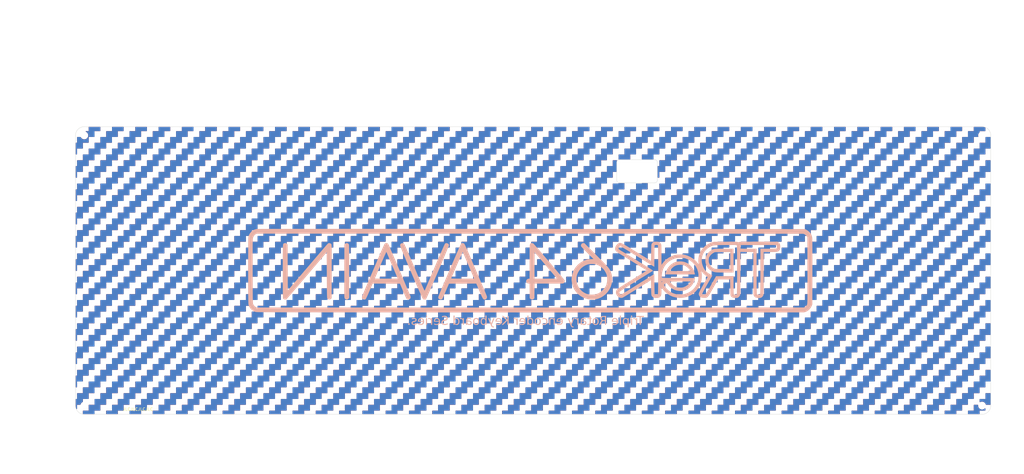
<source format=kicad_pcb>
(kicad_pcb (version 20221018) (generator pcbnew)
  (layers (0 "F.Cu" signal) (31 "B.Cu" signal) (34 "B.Paste" user) (35 "F.Paste" user) (36 "B.SilkS" user "B.Silkscreen") (37 "F.SilkS" user "F.Silkscreen") (38 "B.Mask" user) (39 "F.Mask" user) (44 "Edge.Cuts" user))
  (net 0 "")
  (footprint "kbd_Hole:m2_Screw_Hole" (layer "F.Cu") (at 17.2875 20.25)
    (fp_text reference "J2")
    (fp_text value "Conn_01x01")
    (pad "" np_thru_hole circle (at 0 0) (size 2.2 2.2) (drill 2.2) (layers "*.Cu" "*.Mask"))
  )
  (footprint "kbd_Hole:m2_Screw_Hole" (layer "F.Cu") (at 17.2875 113.05)
    (fp_text reference "J4")
    (fp_text value "Conn_01x01")
    (pad "" np_thru_hole circle (at 0 0) (size 2.2 2.2) (drill 2.2) (layers "*.Cu" "*.Mask"))
  )
  (footprint "kbd_Hole:m2_Screw_Hole" (layer "F.Cu") (at 325.6375 20.25)
    (fp_text reference "J5")
    (fp_text value "Conn_01x01")
    (pad "" np_thru_hole circle (at 0 0) (size 2.2 2.2) (drill 2.2) (layers "*.Cu" "*.Mask"))
  )
  (footprint "kbd_Hole:m2_Screw_Hole" (layer "F.Cu") (at 325.6375 113.05)
    (fp_text reference "J7")
    (fp_text value "Conn_01x01")
    (pad "" np_thru_hole circle (at 0 0) (size 2.2 2.2) (drill 2.2) (layers "*.Cu" "*.Mask"))
  )
  (footprint "LOGO" (layer "B.Cu") (at 170.801391 66.782495 180)
    (fp_text reference "G000" hide)
    (fp_text value "LOGO" hide)
  )
  (gr_arc (start 325.625 17.25) (mid 327.74632 18.12868) (end 328.625 20.25) (stroke (width 0.1)) (layer "Edge.Cuts"))
  (gr_arc (start 14.275 20.25) (mid 15.15368 18.12868) (end 17.275 17.25) (stroke (width 0.1)) (layer "Edge.Cuts"))
  (gr_arc (start 17.275 116.05) (mid 15.15368 115.17132) (end 14.275 113.05) (stroke (width 0.1)) (layer "Edge.Cuts"))
  (gr_arc (start 213.14278 28.566869) (mid 213.849879 28.859779) (end 214.14278 29.566869) (stroke (width 0.1)) (layer "Edge.Cuts"))
  (gr_arc (start 201.14278 36.566869) (mid 200.435666 36.273993) (end 200.14278 35.566869) (stroke (width 0.1)) (layer "Edge.Cuts"))
  (gr_line (start 17.275 116.05) (end 325.625 116.05) (stroke (width 0.1)) (layer "Edge.Cuts"))
  (gr_arc (start 214.14278 35.566869) (mid 213.849885 36.273964) (end 213.14278 36.566869) (stroke (width 0.1)) (layer "Edge.Cuts"))
  (gr_line (start 328.625 113.05) (end 328.625 20.25) (stroke (width 0.1)) (layer "Edge.Cuts"))
  (gr_line (start 213.14278 36.566869) (end 201.14278 36.566869) (stroke (width 0.1)) (layer "Edge.Cuts"))
  (gr_line (start 200.14278 35.566869) (end 200.14278 29.566869) (stroke (width 0.1)) (layer "Edge.Cuts"))
  (gr_arc (start 328.625 113.05) (mid 327.74632 115.17132) (end 325.625 116.05) (stroke (width 0.1)) (layer "Edge.Cuts"))
  (gr_line (start 201.14278 28.566869) (end 213.14278 28.566869) (stroke (width 0.1)) (layer "Edge.Cuts"))
  (gr_arc (start 200.14278 29.566869) (mid 200.435671 28.85975) (end 201.14278 28.566869) (stroke (width 0.1)) (layer "Edge.Cuts"))
  (gr_line (start 14.275 20.25) (end 14.275 113.05) (stroke (width 0.1)) (layer "Edge.Cuts"))
  (gr_line (start 214.14278 29.566869) (end 214.14278 35.566869) (stroke (width 0.1)) (layer "Edge.Cuts"))
  (gr_line (start 325.625 17.25) (end 17.275 17.25) (stroke (width 0.1)) (layer "Edge.Cuts"))
  (gr_text "Triple Rotary encoder Keyboard Series." (at 209.516751 85.827567) (layer "B.SilkS") (effects (font (size 3 3)) (justify left bottom mirror)))
  (gr_text "JLCJLCJLCJLC" (at 35.71875 114.3) (layer "F.SilkS") (effects (font (size 1 1))))
  (zone (net 0) (net_name "") (layer "F.Cu") (connect_pads (clearance 0.508)) (min_thickness 0.254) (fill yes (thermal_gap 0.508) (thermal_bridge_width 0.508))
    (polygon (pts (xy 339.152813 -11.382227) (xy 339.685082 135.182708) (xy -11.664813 135.877837) (xy -10.87038 -11.779444)))
  )
  (zone (net 0) (net_name "") (layers "F&B.Cu") (connect_pads (clearance 0)) (min_thickness 0.254)
    (keepout (tracks allowed) (vias allowed) (pads allowed) (copperpour not_allowed) (footprints allowed))
    (fill (thermal_gap 0.508) (thermal_bridge_width 0.508))
    (polygon (pts (xy 16.801391 116.782495) (xy 12.801391 116.782495) (xy 12.801391 114.782495) (xy 16.801391 114.782495)))
  )
  (zone (net 0) (net_name "") (layers "F&B.Cu") (connect_pads (clearance 0)) (min_thickness 0.254)
    (keepout (tracks allowed) (vias allowed) (pads allowed) (copperpour not_allowed) (footprints allowed))
    (fill (thermal_gap 0.508) (thermal_bridge_width 0.508))
    (polygon (pts (xy 334.801391 14.782495) (xy 330.801391 14.782495) (xy 330.801391 12.782495) (xy 334.801391 12.782495)))
  )
  (zone (net 0) (net_name "") (layers "F&B.Cu") (connect_pads (clearance 0)) (min_thickness 0.254)
    (keepout (tracks allowed) (vias allowed) (pads allowed) (copperpour not_allowed) (footprints allowed))
    (fill (thermal_gap 0.508) (thermal_bridge_width 0.508))
    (polygon (pts (xy 194.801391 66.782495) (xy 190.801391 66.782495) (xy 190.801391 64.782495) (xy 194.801391 64.782495)))
  )
  (zone (net 0) (net_name "") (layers "F&B.Cu") (connect_pads (clearance 0)) (min_thickness 0.254)
    (keepout (tracks allowed) (vias allowed) (pads allowed) (copperpour not_allowed) (footprints allowed))
    (fill (thermal_gap 0.508) (thermal_bridge_width 0.508))
    (polygon (pts (xy 164.801391 104.782495) (xy 160.801391 104.782495) (xy 160.801391 102.782495) (xy 164.801391 102.782495)))
  )
  (zone (net 0) (net_name "") (layers "F&B.Cu") (connect_pads (clearance 0)) (min_thickness 0.254)
    (keepout (tracks allowed) (vias allowed) (pads allowed) (copperpour not_allowed) (footprints allowed))
    (fill (thermal_gap 0.508) (thermal_bridge_width 0.508))
    (polygon (pts (xy 302.801391 22.782495) (xy 298.801391 22.782495) (xy 298.801391 20.782495) (xy 302.801391 20.782495)))
  )
  (zone (net 0) (net_name "") (layers "F&B.Cu") (connect_pads (clearance 0)) (min_thickness 0.254)
    (keepout (tracks allowed) (vias allowed) (pads allowed) (copperpour not_allowed) (footprints allowed))
    (fill (thermal_gap 0.508) (thermal_bridge_width 0.508))
    (polygon (pts (xy 90.801391 106.782495) (xy 86.801391 106.782495) (xy 86.801391 104.782495) (xy 90.801391 104.782495)))
  )
  (zone (net 0) (net_name "") (layers "F&B.Cu") (connect_pads (clearance 0)) (min_thickness 0.254)
    (keepout (tracks allowed) (vias allowed) (pads allowed) (copperpour not_allowed) (footprints allowed))
    (fill (thermal_gap 0.508) (thermal_bridge_width 0.508))
    (polygon (pts (xy 248.801391 28.782495) (xy 244.801391 28.782495) (xy 244.801391 26.782495) (xy 248.801391 26.782495)))
  )
  (zone (net 0) (net_name "") (layers "F&B.Cu") (connect_pads (clearance 0)) (min_thickness 0.254)
    (keepout (tracks allowed) (vias allowed) (pads allowed) (copperpour not_allowed) (footprints allowed))
    (fill (thermal_gap 0.508) (thermal_bridge_width 0.508))
    (polygon (pts (xy 180.801391 72.782495) (xy 176.801391 72.782495) (xy 176.801391 70.782495) (xy 180.801391 70.782495)))
  )
  (zone (net 0) (net_name "") (layers "F&B.Cu") (connect_pads (clearance 0)) (min_thickness 0.254)
    (keepout (tracks allowed) (vias allowed) (pads allowed) (copperpour not_allowed) (footprints allowed))
    (fill (thermal_gap 0.508) (thermal_bridge_width 0.508))
    (polygon (pts (xy 62.801391 14.782495) (xy 58.801391 14.782495) (xy 58.801391 12.782495) (xy 62.801391 12.782495)))
  )
  (zone (net 0) (net_name "") (layers "F&B.Cu") (connect_pads (clearance 0)) (min_thickness 0.254)
    (keepout (tracks allowed) (vias allowed) (pads allowed) (copperpour not_allowed) (footprints allowed))
    (fill (thermal_gap 0.508) (thermal_bridge_width 0.508))
    (polygon (pts (xy 254.801391 14.782495) (xy 250.801391 14.782495) (xy 250.801391 12.782495) (xy 254.801391 12.782495)))
  )
  (zone (net 0) (net_name "") (layers "F&B.Cu") (connect_pads (clearance 0)) (min_thickness 0.254)
    (keepout (tracks allowed) (vias allowed) (pads allowed) (copperpour not_allowed) (footprints allowed))
    (fill (thermal_gap 0.508) (thermal_bridge_width 0.508))
    (polygon (pts (xy 18.801391 82.782495) (xy 14.801391 82.782495) (xy 14.801391 80.782495) (xy 18.801391 80.782495)))
  )
  (zone (net 0) (net_name "") (layers "F&B.Cu") (connect_pads (clearance 0)) (min_thickness 0.254)
    (keepout (tracks allowed) (vias allowed) (pads allowed) (copperpour not_allowed) (footprints allowed))
    (fill (thermal_gap 0.508) (thermal_bridge_width 0.508))
    (polygon (pts (xy 326.801391 118.782495) (xy 322.801391 118.782495) (xy 322.801391 116.782495) (xy 326.801391 116.782495)))
  )
  (zone (net 0) (net_name "") (layers "F&B.Cu") (connect_pads (clearance 0)) (min_thickness 0.254)
    (keepout (tracks allowed) (vias allowed) (pads allowed) (copperpour not_allowed) (footprints allowed))
    (fill (thermal_gap 0.508) (thermal_bridge_width 0.508))
    (polygon (pts (xy 208.801391 52.782495) (xy 204.801391 52.782495) (xy 204.801391 50.782495) (xy 208.801391 50.782495)))
  )
  (zone (net 0) (net_name "") (layers "F&B.Cu") (connect_pads (clearance 0)) (min_thickness 0.254)
    (keepout (tracks allowed) (vias allowed) (pads allowed) (copperpour not_allowed) (footprints allowed))
    (fill (thermal_gap 0.508) (thermal_bridge_width 0.508))
    (polygon (pts (xy 268.801391 16.782495) (xy 264.801391 16.782495) (xy 264.801391 14.782495) (xy 268.801391 14.782495)))
  )
  (zone (net 0) (net_name "") (layers "F&B.Cu") (connect_pads (clearance 0)) (min_thickness 0.254)
    (keepout (tracks allowed) (vias allowed) (pads allowed) (copperpour not_allowed) (footprints allowed))
    (fill (thermal_gap 0.508) (thermal_bridge_width 0.508))
    (polygon (pts (xy 180.801391 128.782495) (xy 176.801391 128.782495) (xy 176.801391 126.782495) (xy 180.801391 126.782495)))
  )
  (zone (net 0) (net_name "") (layers "F&B.Cu") (connect_pads (clearance 0)) (min_thickness 0.254)
    (keepout (tracks allowed) (vias allowed) (pads allowed) (copperpour not_allowed) (footprints allowed))
    (fill (thermal_gap 0.508) (thermal_bridge_width 0.508))
    (polygon (pts (xy 294.801391 78.782495) (xy 290.801391 78.782495) (xy 290.801391 76.782495) (xy 294.801391 76.782495)))
  )
  (zone (net 0) (net_name "") (layers "F&B.Cu") (connect_pads (clearance 0)) (min_thickness 0.254)
    (keepout (tracks allowed) (vias allowed) (pads allowed) (copperpour not_allowed) (footprints allowed))
    (fill (thermal_gap 0.508) (thermal_bridge_width 0.508))
    (polygon (pts (xy 148.801391 24.782495) (xy 144.801391 24.782495) (xy 144.801391 22.782495) (xy 148.801391 22.782495)))
  )
  (zone (net 0) (net_name "") (layers "F&B.Cu") (connect_pads (clearance 0)) (min_thickness 0.254)
    (keepout (tracks allowed) (vias allowed) (pads allowed) (copperpour not_allowed) (footprints allowed))
    (fill (thermal_gap 0.508) (thermal_bridge_width 0.508))
    (polygon (pts (xy 246.801391 102.782495) (xy 242.801391 102.782495) (xy 242.801391 100.782495) (xy 246.801391 100.782495)))
  )
  (zone (net 0) (net_name "") (layers "F&B.Cu") (connect_pads (clearance 0)) (min_thickness 0.254)
    (keepout (tracks allowed) (vias allowed) (pads allowed) (copperpour not_allowed) (footprints allowed))
    (fill (thermal_gap 0.508) (thermal_bridge_width 0.508))
    (polygon (pts (xy 314.801391 42.782495) (xy 310.801391 42.782495) (xy 310.801391 40.782495) (xy 314.801391 40.782495)))
  )
  (zone (net 0) (net_name "") (layers "F&B.Cu") (connect_pads (clearance 0)) (min_thickness 0.254)
    (keepout (tracks allowed) (vias allowed) (pads allowed) (copperpour not_allowed) (footprints allowed))
    (fill (thermal_gap 0.508) (thermal_bridge_width 0.508))
    (polygon (pts (xy 160.801391 20.782495) (xy 156.801391 20.782495) (xy 156.801391 18.782495) (xy 160.801391 18.782495)))
  )
  (zone (net 0) (net_name "") (layers "F&B.Cu") (connect_pads (clearance 0)) (min_thickness 0.254)
    (keepout (tracks allowed) (vias allowed) (pads allowed) (copperpour not_allowed) (footprints allowed))
    (fill (thermal_gap 0.508) (thermal_bridge_width 0.508))
    (polygon (pts (xy 150.801391 62.782495) (xy 146.801391 62.782495) (xy 146.801391 60.782495) (xy 150.801391 60.782495)))
  )
  (zone (net 0) (net_name "") (layers "F&B.Cu") (connect_pads (clearance 0)) (min_thickness 0.254)
    (keepout (tracks allowed) (vias allowed) (pads allowed) (copperpour not_allowed) (footprints allowed))
    (fill (thermal_gap 0.508) (thermal_bridge_width 0.508))
    (polygon (pts (xy 70.801391 102.782495) (xy 66.801391 102.782495) (xy 66.801391 100.782495) (xy 70.801391 100.782495)))
  )
  (zone (net 0) (net_name "") (layers "F&B.Cu") (connect_pads (clearance 0)) (min_thickness 0.254)
    (keepout (tracks allowed) (vias allowed) (pads allowed) (copperpour not_allowed) (footprints allowed))
    (fill (thermal_gap 0.508) (thermal_bridge_width 0.508))
    (polygon (pts (xy 312.801391 108.782495) (xy 308.801391 108.782495) (xy 308.801391 106.782495) (xy 312.801391 106.782495)))
  )
  (zone (net 0) (net_name "") (layers "F&B.Cu") (connect_pads (clearance 0)) (min_thickness 0.254)
    (keepout (tracks allowed) (vias allowed) (pads allowed) (copperpour not_allowed) (footprints allowed))
    (fill (thermal_gap 0.508) (thermal_bridge_width 0.508))
    (polygon (pts (xy 124.801391 24.782495) (xy 120.801391 24.782495) (xy 120.801391 22.782495) (xy 124.801391 22.782495)))
  )
  (zone (net 0) (net_name "") (layers "F&B.Cu") (connect_pads (clearance 0)) (min_thickness 0.254)
    (keepout (tracks allowed) (vias allowed) (pads allowed) (copperpour not_allowed) (footprints allowed))
    (fill (thermal_gap 0.508) (thermal_bridge_width 0.508))
    (polygon (pts (xy 156.801391 24.782495) (xy 152.801391 24.782495) (xy 152.801391 22.782495) (xy 156.801391 22.782495)))
  )
  (zone (net 0) (net_name "") (layers "F&B.Cu") (connect_pads (clearance 0)) (min_thickness 0.254)
    (keepout (tracks allowed) (vias allowed) (pads allowed) (copperpour not_allowed) (footprints allowed))
    (fill (thermal_gap 0.508) (thermal_bridge_width 0.508))
    (polygon (pts (xy 38.801391 54.782495) (xy 34.801391 54.782495) (xy 34.801391 52.782495) (xy 38.801391 52.782495)))
  )
  (zone (net 0) (net_name "") (layers "F&B.Cu") (connect_pads (clearance 0)) (min_thickness 0.254)
    (keepout (tracks allowed) (vias allowed) (pads allowed) (copperpour not_allowed) (footprints allowed))
    (fill (thermal_gap 0.508) (thermal_bridge_width 0.508))
    (polygon (pts (xy 326.801391 78.782495) (xy 322.801391 78.782495) (xy 322.801391 76.782495) (xy 326.801391 76.782495)))
  )
  (zone (net 0) (net_name "") (layers "F&B.Cu") (connect_pads (clearance 0)) (min_thickness 0.254)
    (keepout (tracks allowed) (vias allowed) (pads allowed) (copperpour not_allowed) (footprints allowed))
    (fill (thermal_gap 0.508) (thermal_bridge_width 0.508))
    (polygon (pts (xy 216.801391 124.782495) (xy 212.801391 124.782495) (xy 212.801391 122.782495) (xy 216.801391 122.782495)))
  )
  (zone (net 0) (net_name "") (layers "F&B.Cu") (connect_pads (clearance 0)) (min_thickness 0.254)
    (keepout (tracks allowed) (vias allowed) (pads allowed) (copperpour not_allowed) (footprints allowed))
    (fill (thermal_gap 0.508) (thermal_bridge_width 0.508))
    (polygon (pts (xy 330.801391 18.782495) (xy 326.801391 18.782495) (xy 326.801391 16.782495) (xy 330.801391 16.782495)))
  )
  (zone (net 0) (net_name "") (layers "F&B.Cu") (connect_pads (clearance 0)) (min_thickness 0.254)
    (keepout (tracks allowed) (vias allowed) (pads allowed) (copperpour not_allowed) (footprints allowed))
    (fill (thermal_gap 0.508) (thermal_bridge_width 0.508))
    (polygon (pts (xy 14.801391 46.782495) (xy 10.801391 46.782495) (xy 10.801391 44.782495) (xy 14.801391 44.782495)))
  )
  (zone (net 0) (net_name "") (layers "F&B.Cu") (connect_pads (clearance 0)) (min_thickness 0.254)
    (keepout (tracks allowed) (vias allowed) (pads allowed) (copperpour not_allowed) (footprints allowed))
    (fill (thermal_gap 0.508) (thermal_bridge_width 0.508))
    (polygon (pts (xy 282.801391 10.782495) (xy 278.801391 10.782495) (xy 278.801391 8.782495) (xy 282.801391 8.782495)))
  )
  (zone (net 0) (net_name "") (layers "F&B.Cu") (connect_pads (clearance 0)) (min_thickness 0.254)
    (keepout (tracks allowed) (vias allowed) (pads allowed) (copperpour not_allowed) (footprints allowed))
    (fill (thermal_gap 0.508) (thermal_bridge_width 0.508))
    (polygon (pts (xy 284.801391 120.782495) (xy 280.801391 120.782495) (xy 280.801391 118.782495) (xy 284.801391 118.782495)))
  )
  (zone (net 0) (net_name "") (layers "F&B.Cu") (connect_pads (clearance 0)) (min_thickness 0.254)
    (keepout (tracks allowed) (vias allowed) (pads allowed) (copperpour not_allowed) (footprints allowed))
    (fill (thermal_gap 0.508) (thermal_bridge_width 0.508))
    (polygon (pts (xy 80.801391 132.782495) (xy 76.801391 132.782495) (xy 76.801391 130.782495) (xy 80.801391 130.782495)))
  )
  (zone (net 0) (net_name "") (layers "F&B.Cu") (connect_pads (clearance 0)) (min_thickness 0.254)
    (keepout (tracks allowed) (vias allowed) (pads allowed) (copperpour not_allowed) (footprints allowed))
    (fill (thermal_gap 0.508) (thermal_bridge_width 0.508))
    (polygon (pts (xy 78.801391 102.782495) (xy 74.801391 102.782495) (xy 74.801391 100.782495) (xy 78.801391 100.782495)))
  )
  (zone (net 0) (net_name "") (layers "F&B.Cu") (connect_pads (clearance 0)) (min_thickness 0.254)
    (keepout (tracks allowed) (vias allowed) (pads allowed) (copperpour not_allowed) (footprints allowed))
    (fill (thermal_gap 0.508) (thermal_bridge_width 0.508))
    (polygon (pts (xy 280.801391 108.782495) (xy 276.801391 108.782495) (xy 276.801391 106.782495) (xy 280.801391 106.782495)))
  )
  (zone (net 0) (net_name "") (layers "F&B.Cu") (connect_pads (clearance 0)) (min_thickness 0.254)
    (keepout (tracks allowed) (vias allowed) (pads allowed) (copperpour not_allowed) (footprints allowed))
    (fill (thermal_gap 0.508) (thermal_bridge_width 0.508))
    (polygon (pts (xy 188.801391 128.782495) (xy 184.801391 128.782495) (xy 184.801391 126.782495) (xy 188.801391 126.782495)))
  )
  (zone (net 0) (net_name "") (layers "F&B.Cu") (connect_pads (clearance 0)) (min_thickness 0.254)
    (keepout (tracks allowed) (vias allowed) (pads allowed) (copperpour not_allowed) (footprints allowed))
    (fill (thermal_gap 0.508) (thermal_bridge_width 0.508))
    (polygon (pts (xy 96.801391 116.782495) (xy 92.801391 116.782495) (xy 92.801391 114.782495) (xy 96.801391 114.782495)))
  )
  (zone (net 0) (net_name "") (layers "F&B.Cu") (connect_pads (clearance 0)) (min_thickness 0.254)
    (keepout (tracks allowed) (vias allowed) (pads allowed) (copperpour not_allowed) (footprints allowed))
    (fill (thermal_gap 0.508) (thermal_bridge_width 0.508))
    (polygon (pts (xy 276.801391 56.782495) (xy 272.801391 56.782495) (xy 272.801391 54.782495) (xy 276.801391 54.782495)))
  )
  (zone (net 0) (net_name "") (layers "F&B.Cu") (connect_pads (clearance 0)) (min_thickness 0.254)
    (keepout (tracks allowed) (vias allowed) (pads allowed) (copperpour not_allowed) (footprints allowed))
    (fill (thermal_gap 0.508) (thermal_bridge_width 0.508))
    (polygon (pts (xy 204.801391 72.782495) (xy 200.801391 72.782495) (xy 200.801391 70.782495) (xy 204.801391 70.782495)))
  )
  (zone (net 0) (net_name "") (layers "F&B.Cu") (connect_pads (clearance 0)) (min_thickness 0.254)
    (keepout (tracks allowed) (vias allowed) (pads allowed) (copperpour not_allowed) (footprints allowed))
    (fill (thermal_gap 0.508) (thermal_bridge_width 0.508))
    (polygon (pts (xy 210.801391 66.782495) (xy 206.801391 66.782495) (xy 206.801391 64.782495) (xy 210.801391 64.782495)))
  )
  (zone (net 0) (net_name "") (layers "F&B.Cu") (connect_pads (clearance 0)) (min_thickness 0.254)
    (keepout (tracks allowed) (vias allowed) (pads allowed) (copperpour not_allowed) (footprints allowed))
    (fill (thermal_gap 0.508) (thermal_bridge_width 0.508))
    (polygon (pts (xy 124.801391 40.782495) (xy 120.801391 40.782495) (xy 120.801391 38.782495) (xy 124.801391 38.782495)))
  )
  (zone (net 0) (net_name "") (layers "F&B.Cu") (connect_pads (clearance 0)) (min_thickness 0.254)
    (keepout (tracks allowed) (vias allowed) (pads allowed) (copperpour not_allowed) (footprints allowed))
    (fill (thermal_gap 0.508) (thermal_bridge_width 0.508))
    (polygon (pts (xy 238.801391 126.782495) (xy 234.801391 126.782495) (xy 234.801391 124.782495) (xy 238.801391 124.782495)))
  )
  (zone (net 0) (net_name "") (layers "F&B.Cu") (connect_pads (clearance 0)) (min_thickness 0.254)
    (keepout (tracks allowed) (vias allowed) (pads allowed) (copperpour not_allowed) (footprints allowed))
    (fill (thermal_gap 0.508) (thermal_bridge_width 0.508))
    (polygon (pts (xy 170.801391 58.782495) (xy 166.801391 58.782495) (xy 166.801391 56.782495) (xy 170.801391 56.782495)))
  )
  (zone (net 0) (net_name "") (layers "F&B.Cu") (connect_pads (clearance 0)) (min_thickness 0.254)
    (keepout (tracks allowed) (vias allowed) (pads allowed) (copperpour not_allowed) (footprints allowed))
    (fill (thermal_gap 0.508) (thermal_bridge_width 0.508))
    (polygon (pts (xy 52.801391 32.782495) (xy 48.801391 32.782495) (xy 48.801391 30.782495) (xy 52.801391 30.782495)))
  )
  (zone (net 0) (net_name "") (layers "F&B.Cu") (connect_pads (clearance 0)) (min_thickness 0.254)
    (keepout (tracks allowed) (vias allowed) (pads allowed) (copperpour not_allowed) (footprints allowed))
    (fill (thermal_gap 0.508) (thermal_bridge_width 0.508))
    (polygon (pts (xy 80.801391 124.782495) (xy 76.801391 124.782495) (xy 76.801391 122.782495) (xy 80.801391 122.782495)))
  )
  (zone (net 0) (net_name "") (layers "F&B.Cu") (connect_pads (clearance 0)) (min_thickness 0.254)
    (keepout (tracks allowed) (vias allowed) (pads allowed) (copperpour not_allowed) (footprints allowed))
    (fill (thermal_gap 0.508) (thermal_bridge_width 0.508))
    (polygon (pts (xy 308.801391 120.782495) (xy 304.801391 120.782495) (xy 304.801391 118.782495) (xy 308.801391 118.782495)))
  )
  (zone (net 0) (net_name "") (layers "F&B.Cu") (connect_pads (clearance 0)) (min_thickness 0.254)
    (keepout (tracks allowed) (vias allowed) (pads allowed) (copperpour not_allowed) (footprints allowed))
    (fill (thermal_gap 0.508) (thermal_bridge_width 0.508))
    (polygon (pts (xy 336.801391 60.782495) (xy 332.801391 60.782495) (xy 332.801391 58.782495) (xy 336.801391 58.782495)))
  )
  (zone (net 0) (net_name "") (layers "F&B.Cu") (connect_pads (clearance 0)) (min_thickness 0.254)
    (keepout (tracks allowed) (vias allowed) (pads allowed) (copperpour not_allowed) (footprints allowed))
    (fill (thermal_gap 0.508) (thermal_bridge_width 0.508))
    (polygon (pts (xy 26.801391 50.782495) (xy 22.801391 50.782495) (xy 22.801391 48.782495) (xy 26.801391 48.782495)))
  )
  (zone (net 0) (net_name "") (layers "F&B.Cu") (connect_pads (clearance 0)) (min_thickness 0.254)
    (keepout (tracks allowed) (vias allowed) (pads allowed) (copperpour not_allowed) (footprints allowed))
    (fill (thermal_gap 0.508) (thermal_bridge_width 0.508))
    (polygon (pts (xy 100.801391 48.782495) (xy 96.801391 48.782495) (xy 96.801391 46.782495) (xy 100.801391 46.782495)))
  )
  (zone (net 0) (net_name "") (layers "F&B.Cu") (connect_pads (clearance 0)) (min_thickness 0.254)
    (keepout (tracks allowed) (vias allowed) (pads allowed) (copperpour not_allowed) (footprints allowed))
    (fill (thermal_gap 0.508) (thermal_bridge_width 0.508))
    (polygon (pts (xy 276.801391 16.782495) (xy 272.801391 16.782495) (xy 272.801391 14.782495) (xy 276.801391 14.782495)))
  )
  (zone (net 0) (net_name "") (layers "F&B.Cu") (connect_pads (clearance 0)) (min_thickness 0.254)
    (keepout (tracks allowed) (vias allowed) (pads allowed) (copperpour not_allowed) (footprints allowed))
    (fill (thermal_gap 0.508) (thermal_bridge_width 0.508))
    (polygon (pts (xy 28.801391 24.782495) (xy 24.801391 24.782495) (xy 24.801391 22.782495) (xy 28.801391 22.782495)))
  )
  (zone (net 0) (net_name "") (layers "F&B.Cu") (connect_pads (clearance 0)) (min_thickness 0.254)
    (keepout (tracks allowed) (vias allowed) (pads allowed) (copperpour not_allowed) (footprints allowed))
    (fill (thermal_gap 0.508) (thermal_bridge_width 0.508))
    (polygon (pts (xy 190.801391 6.782495) (xy 186.801391 6.782495) (xy 186.801391 4.782495) (xy 190.801391 4.782495)))
  )
  (zone (net 0) (net_name "") (layers "F&B.Cu") (connect_pads (clearance 0)) (min_thickness 0.254)
    (keepout (tracks allowed) (vias allowed) (pads allowed) (copperpour not_allowed) (footprints allowed))
    (fill (thermal_gap 0.508) (thermal_bridge_width 0.508))
    (polygon (pts (xy 202.801391 90.782495) (xy 198.801391 90.782495) (xy 198.801391 88.782495) (xy 202.801391 88.782495)))
  )
  (zone (net 0) (net_name "") (layers "F&B.Cu") (connect_pads (clearance 0)) (min_thickness 0.254)
    (keepout (tracks allowed) (vias allowed) (pads allowed) (copperpour not_allowed) (footprints allowed))
    (fill (thermal_gap 0.508) (thermal_bridge_width 0.508))
    (polygon (pts (xy 142.801391 126.782495) (xy 138.801391 126.782495) (xy 138.801391 124.782495) (xy 142.801391 124.782495)))
  )
  (zone (net 0) (net_name "") (layers "F&B.Cu") (connect_pads (clearance 0)) (min_thickness 0.254)
    (keepout (tracks allowed) (vias allowed) (pads allowed) (copperpour not_allowed) (footprints allowed))
    (fill (thermal_gap 0.508) (thermal_bridge_width 0.508))
    (polygon (pts (xy 150.801391 102.782495) (xy 146.801391 102.782495) (xy 146.801391 100.782495) (xy 150.801391 100.782495)))
  )
  (zone (net 0) (net_name "") (layers "F&B.Cu") (connect_pads (clearance 0)) (min_thickness 0.254)
    (keepout (tracks allowed) (vias allowed) (pads allowed) (copperpour not_allowed) (footprints allowed))
    (fill (thermal_gap 0.508) (thermal_bridge_width 0.508))
    (polygon (pts (xy 82.801391 98.782495) (xy 78.801391 98.782495) (xy 78.801391 96.782495) (xy 82.801391 96.782495)))
  )
  (zone (net 0) (net_name "") (layers "F&B.Cu") (connect_pads (clearance 0)) (min_thickness 0.254)
    (keepout (tracks allowed) (vias allowed) (pads allowed) (copperpour not_allowed) (footprints allowed))
    (fill (thermal_gap 0.508) (thermal_bridge_width 0.508))
    (polygon (pts (xy 206.801391 30.782495) (xy 202.801391 30.782495) (xy 202.801391 28.782495) (xy 206.801391 28.782495)))
  )
  (zone (net 0) (net_name "") (layers "F&B.Cu") (connect_pads (clearance 0)) (min_thickness 0.254)
    (keepout (tracks allowed) (vias allowed) (pads allowed) (copperpour not_allowed) (footprints allowed))
    (fill (thermal_gap 0.508) (thermal_bridge_width 0.508))
    (polygon (pts (xy 240.801391 12.782495) (xy 236.801391 12.782495) (xy 236.801391 10.782495) (xy 240.801391 10.782495)))
  )
  (zone (net 0) (net_name "") (layers "F&B.Cu") (connect_pads (clearance 0)) (min_thickness 0.254)
    (keepout (tracks allowed) (vias allowed) (pads allowed) (copperpour not_allowed) (footprints allowed))
    (fill (thermal_gap 0.508) (thermal_bridge_width 0.508))
    (polygon (pts (xy 270.801391 102.782495) (xy 266.801391 102.782495) (xy 266.801391 100.782495) (xy 270.801391 100.782495)))
  )
  (zone (net 0) (net_name "") (layers "F&B.Cu") (connect_pads (clearance 0)) (min_thickness 0.254)
    (keepout (tracks allowed) (vias allowed) (pads allowed) (copperpour not_allowed) (footprints allowed))
    (fill (thermal_gap 0.508) (thermal_bridge_width 0.508))
    (polygon (pts (xy 28.801391 96.782495) (xy 24.801391 96.782495) (xy 24.801391 94.782495) (xy 28.801391 94.782495)))
  )
  (zone (net 0) (net_name "") (layers "F&B.Cu") (connect_pads (clearance 0)) (min_thickness 0.254)
    (keepout (tracks allowed) (vias allowed) (pads allowed) (copperpour not_allowed) (footprints allowed))
    (fill (thermal_gap 0.508) (thermal_bridge_width 0.508))
    (polygon (pts (xy 312.801391 36.782495) (xy 308.801391 36.782495) (xy 308.801391 34.782495) (xy 312.801391 34.782495)))
  )
  (zone (net 0) (net_name "") (layers "F&B.Cu") (connect_pads (clearance 0)) (min_thickness 0.254)
    (keepout (tracks allowed) (vias allowed) (pads allowed) (copperpour not_allowed) (footprints allowed))
    (fill (thermal_gap 0.508) (thermal_bridge_width 0.508))
    (polygon (pts (xy 150.801391 38.782495) (xy 146.801391 38.782495) (xy 146.801391 36.782495) (xy 150.801391 36.782495)))
  )
  (zone (net 0) (net_name "") (layers "F&B.Cu") (connect_pads (clearance 0)) (min_thickness 0.254)
    (keepout (tracks allowed) (vias allowed) (pads allowed) (copperpour not_allowed) (footprints allowed))
    (fill (thermal_gap 0.508) (thermal_bridge_width 0.508))
    (polygon (pts (xy 58.801391 50.782495) (xy 54.801391 50.782495) (xy 54.801391 48.782495) (xy 58.801391 48.782495)))
  )
  (zone (net 0) (net_name "") (layers "F&B.Cu") (connect_pads (clearance 0)) (min_thickness 0.254)
    (keepout (tracks allowed) (vias allowed) (pads allowed) (copperpour not_allowed) (footprints allowed))
    (fill (thermal_gap 0.508) (thermal_bridge_width 0.508))
    (polygon (pts (xy 28.801391 32.782495) (xy 24.801391 32.782495) (xy 24.801391 30.782495) (xy 28.801391 30.782495)))
  )
  (zone (net 0) (net_name "") (layers "F&B.Cu") (connect_pads (clearance 0)) (min_thickness 0.254)
    (keepout (tracks allowed) (vias allowed) (pads allowed) (copperpour not_allowed) (footprints allowed))
    (fill (thermal_gap 0.508) (thermal_bridge_width 0.508))
    (polygon (pts (xy 330.801391 10.782495) (xy 326.801391 10.782495) (xy 326.801391 8.782495) (xy 330.801391 8.782495)))
  )
  (zone (net 0) (net_name "") (layers "F&B.Cu") (connect_pads (clearance 0)) (min_thickness 0.254)
    (keepout (tracks allowed) (vias allowed) (pads allowed) (copperpour not_allowed) (footprints allowed))
    (fill (thermal_gap 0.508) (thermal_bridge_width 0.508))
    (polygon (pts (xy 320.801391 12.782495) (xy 316.801391 12.782495) (xy 316.801391 10.782495) (xy 320.801391 10.782495)))
  )
  (zone (net 0) (net_name "") (layers "F&B.Cu") (connect_pads (clearance 0)) (min_thickness 0.254)
    (keepout (tracks allowed) (vias allowed) (pads allowed) (copperpour not_allowed) (footprints allowed))
    (fill (thermal_gap 0.508) (thermal_bridge_width 0.508))
    (polygon (pts (xy 118.801391 6.782495) (xy 114.801391 6.782495) (xy 114.801391 4.782495) (xy 118.801391 4.782495)))
  )
  (zone (net 0) (net_name "") (layers "F&B.Cu") (connect_pads (clearance 0)) (min_thickness 0.254)
    (keepout (tracks allowed) (vias allowed) (pads allowed) (copperpour not_allowed) (footprints allowed))
    (fill (thermal_gap 0.508) (thermal_bridge_width 0.508))
    (polygon (pts (xy 196.801391 96.782495) (xy 192.801391 96.782495) (xy 192.801391 94.782495) (xy 196.801391 94.782495)))
  )
  (zone (net 0) (net_name "") (layers "F&B.Cu") (connect_pads (clearance 0)) (min_thickness 0.254)
    (keepout (tracks allowed) (vias allowed) (pads allowed) (copperpour not_allowed) (footprints allowed))
    (fill (thermal_gap 0.508) (thermal_bridge_width 0.508))
    (polygon (pts (xy 12.801391 56.782495) (xy 8.801391 56.782495) (xy 8.801391 54.782495) (xy 12.801391 54.782495)))
  )
  (zone (net 0) (net_name "") (layers "F&B.Cu") (connect_pads (clearance 0)) (min_thickness 0.254)
    (keepout (tracks allowed) (vias allowed) (pads allowed) (copperpour not_allowed) (footprints allowed))
    (fill (thermal_gap 0.508) (thermal_bridge_width 0.508))
    (polygon (pts (xy 62.801391 54.782495) (xy 58.801391 54.782495) (xy 58.801391 52.782495) (xy 62.801391 52.782495)))
  )
  (zone (net 0) (net_name "") (layers "F&B.Cu") (connect_pads (clearance 0)) (min_thickness 0.254)
    (keepout (tracks allowed) (vias allowed) (pads allowed) (copperpour not_allowed) (footprints allowed))
    (fill (thermal_gap 0.508) (thermal_bridge_width 0.508))
    (polygon (pts (xy 52.801391 128.782495) (xy 48.801391 128.782495) (xy 48.801391 126.782495) (xy 52.801391 126.782495)))
  )
  (zone (net 0) (net_name "") (layers "F&B.Cu") (connect_pads (clearance 0)) (min_thickness 0.254)
    (keepout (tracks allowed) (vias allowed) (pads allowed) (copperpour not_allowed) (footprints allowed))
    (fill (thermal_gap 0.508) (thermal_bridge_width 0.508))
    (polygon (pts (xy 62.801391 38.782495) (xy 58.801391 38.782495) (xy 58.801391 36.782495) (xy 62.801391 36.782495)))
  )
  (zone (net 0) (net_name "") (layers "F&B.Cu") (connect_pads (clearance 0)) (min_thickness 0.254)
    (keepout (tracks allowed) (vias allowed) (pads allowed) (copperpour not_allowed) (footprints allowed))
    (fill (thermal_gap 0.508) (thermal_bridge_width 0.508))
    (polygon (pts (xy 152.801391 68.782495) (xy 148.801391 68.782495) (xy 148.801391 66.782495) (xy 152.801391 66.782495)))
  )
  (zone (net 0) (net_name "") (layers "F&B.Cu") (connect_pads (clearance 0)) (min_thickness 0.254)
    (keepout (tracks allowed) (vias allowed) (pads allowed) (copperpour not_allowed) (footprints allowed))
    (fill (thermal_gap 0.508) (thermal_bridge_width 0.508))
    (polygon (pts (xy 322.801391 130.782495) (xy 318.801391 130.782495) (xy 318.801391 128.782495) (xy 322.801391 128.782495)))
  )
  (zone (net 0) (net_name "") (layers "F&B.Cu") (connect_pads (clearance 0)) (min_thickness 0.254)
    (keepout (tracks allowed) (vias allowed) (pads allowed) (copperpour not_allowed) (footprints allowed))
    (fill (thermal_gap 0.508) (thermal_bridge_width 0.508))
    (polygon (pts (xy 154.801391 130.782495) (xy 150.801391 130.782495) (xy 150.801391 128.782495) (xy 154.801391 128.782495)))
  )
  (zone (net 0) (net_name "") (layers "F&B.Cu") (connect_pads (clearance 0)) (min_thickness 0.254)
    (keepout (tracks allowed) (vias allowed) (pads allowed) (copperpour not_allowed) (footprints allowed))
    (fill (thermal_gap 0.508) (thermal_bridge_width 0.508))
    (polygon (pts (xy 244.801391 112.782495) (xy 240.801391 112.782495) (xy 240.801391 110.782495) (xy 244.801391 110.782495)))
  )
  (zone (net 0) (net_name "") (layers "F&B.Cu") (connect_pads (clearance 0)) (min_thickness 0.254)
    (keepout (tracks allowed) (vias allowed) (pads allowed) (copperpour not_allowed) (footprints allowed))
    (fill (thermal_gap 0.508) (thermal_bridge_width 0.508))
    (polygon (pts (xy 152.801391 124.782495) (xy 148.801391 124.782495) (xy 148.801391 122.782495) (xy 152.801391 122.782495)))
  )
  (zone (net 0) (net_name "") (layers "F&B.Cu") (connect_pads (clearance 0)) (min_thickness 0.254)
    (keepout (tracks allowed) (vias allowed) (pads allowed) (copperpour not_allowed) (footprints allowed))
    (fill (thermal_gap 0.508) (thermal_bridge_width 0.508))
    (polygon (pts (xy 168.801391 36.782495) (xy 164.801391 36.782495) (xy 164.801391 34.782495) (xy 168.801391 34.782495)))
  )
  (zone (net 0) (net_name "") (layers "F&B.Cu") (connect_pads (clearance 0)) (min_thickness 0.254)
    (keepout (tracks allowed) (vias allowed) (pads allowed) (copperpour not_allowed) (footprints allowed))
    (fill (thermal_gap 0.508) (thermal_bridge_width 0.508))
    (polygon (pts (xy 278.801391 70.782495) (xy 274.801391 70.782495) (xy 274.801391 68.782495) (xy 278.801391 68.782495)))
  )
  (zone (net 0) (net_name "") (layers "F&B.Cu") (connect_pads (clearance 0)) (min_thickness 0.254)
    (keepout (tracks allowed) (vias allowed) (pads allowed) (copperpour not_allowed) (footprints allowed))
    (fill (thermal_gap 0.508) (thermal_bridge_width 0.508))
    (polygon (pts (xy 224.801391 84.782495) (xy 220.801391 84.782495) (xy 220.801391 82.782495) (xy 224.801391 82.782495)))
  )
  (zone (net 0) (net_name "") (layers "F&B.Cu") (connect_pads (clearance 0)) (min_thickness 0.254)
    (keepout (tracks allowed) (vias allowed) (pads allowed) (copperpour not_allowed) (footprints allowed))
    (fill (thermal_gap 0.508) (thermal_bridge_width 0.508))
    (polygon (pts (xy 290.801391 10.782495) (xy 286.801391 10.782495) (xy 286.801391 8.782495) (xy 290.801391 8.782495)))
  )
  (zone (net 0) (net_name "") (layers "F&B.Cu") (connect_pads (clearance 0)) (min_thickness 0.254)
    (keepout (tracks allowed) (vias allowed) (pads allowed) (copperpour not_allowed) (footprints allowed))
    (fill (thermal_gap 0.508) (thermal_bridge_width 0.508))
    (polygon (pts (xy 284.801391 32.782495) (xy 280.801391 32.782495) (xy 280.801391 30.782495) (xy 284.801391 30.782495)))
  )
  (zone (net 0) (net_name "") (layers "F&B.Cu") (connect_pads (clearance 0)) (min_thickness 0.254)
    (keepout (tracks allowed) (vias allowed) (pads allowed) (copperpour not_allowed) (footprints allowed))
    (fill (thermal_gap 0.508) (thermal_bridge_width 0.508))
    (polygon (pts (xy 138.801391 106.782495) (xy 134.801391 106.782495) (xy 134.801391 104.782495) (xy 138.801391 104.782495)))
  )
  (zone (net 0) (net_name "") (layers "F&B.Cu") (connect_pads (clearance 0)) (min_thickness 0.254)
    (keepout (tracks allowed) (vias allowed) (pads allowed) (copperpour not_allowed) (footprints allowed))
    (fill (thermal_gap 0.508) (thermal_bridge_width 0.508))
    (polygon (pts (xy 134.801391 78.782495) (xy 130.801391 78.782495) (xy 130.801391 76.782495) (xy 134.801391 76.782495)))
  )
  (zone (net 0) (net_name "") (layers "F&B.Cu") (connect_pads (clearance 0)) (min_thickness 0.254)
    (keepout (tracks allowed) (vias allowed) (pads allowed) (copperpour not_allowed) (footprints allowed))
    (fill (thermal_gap 0.508) (thermal_bridge_width 0.508))
    (polygon (pts (xy 152.801391 116.782495) (xy 148.801391 116.782495) (xy 148.801391 114.782495) (xy 152.801391 114.782495)))
  )
  (zone (net 0) (net_name "") (layers "F&B.Cu") (connect_pads (clearance 0)) (min_thickness 0.254)
    (keepout (tracks allowed) (vias allowed) (pads allowed) (copperpour not_allowed) (footprints allowed))
    (fill (thermal_gap 0.508) (thermal_bridge_width 0.508))
    (polygon (pts (xy 316.801391 40.782495) (xy 312.801391 40.782495) (xy 312.801391 38.782495) (xy 316.801391 38.782495)))
  )
  (zone (net 0) (net_name "") (layers "F&B.Cu") (connect_pads (clearance 0)) (min_thickness 0.254)
    (keepout (tracks allowed) (vias allowed) (pads allowed) (copperpour not_allowed) (footprints allowed))
    (fill (thermal_gap 0.508) (thermal_bridge_width 0.508))
    (polygon (pts (xy 196.801391 48.782495) (xy 192.801391 48.782495) (xy 192.801391 46.782495) (xy 196.801391 46.782495)))
  )
  (zone (net 0) (net_name "") (layers "F&B.Cu") (connect_pads (clearance 0)) (min_thickness 0.254)
    (keepout (tracks allowed) (vias allowed) (pads allowed) (copperpour not_allowed) (footprints allowed))
    (fill (thermal_gap 0.508) (thermal_bridge_width 0.508))
    (polygon (pts (xy 200.801391 116.782495) (xy 196.801391 116.782495) (xy 196.801391 114.782495) (xy 200.801391 114.782495)))
  )
  (zone (net 0) (net_name "") (layers "F&B.Cu") (connect_pads (clearance 0)) (min_thickness 0.254)
    (keepout (tracks allowed) (vias allowed) (pads allowed) (copperpour not_allowed) (footprints allowed))
    (fill (thermal_gap 0.508) (thermal_bridge_width 0.508))
    (polygon (pts (xy 118.801391 46.782495) (xy 114.801391 46.782495) (xy 114.801391 44.782495) (xy 118.801391 44.782495)))
  )
  (zone (net 0) (net_name "") (layers "F&B.Cu") (connect_pads (clearance 0)) (min_thickness 0.254)
    (keepout (tracks allowed) (vias allowed) (pads allowed) (copperpour not_allowed) (footprints allowed))
    (fill (thermal_gap 0.508) (thermal_bridge_width 0.508))
    (polygon (pts (xy 142.801391 46.782495) (xy 138.801391 46.782495) (xy 138.801391 44.782495) (xy 142.801391 44.782495)))
  )
  (zone (net 0) (net_name "") (layers "F&B.Cu") (connect_pads (clearance 0)) (min_thickness 0.254)
    (keepout (tracks allowed) (vias allowed) (pads allowed) (copperpour not_allowed) (footprints allowed))
    (fill (thermal_gap 0.508) (thermal_bridge_width 0.508))
    (polygon (pts (xy 66.801391 10.782495) (xy 62.801391 10.782495) (xy 62.801391 8.782495) (xy 66.801391 8.782495)))
  )
  (zone (net 0) (net_name "") (layers "F&B.Cu") (connect_pads (clearance 0)) (min_thickness 0.254)
    (keepout (tracks allowed) (vias allowed) (pads allowed) (copperpour not_allowed) (footprints allowed))
    (fill (thermal_gap 0.508) (thermal_bridge_width 0.508))
    (polygon (pts (xy 138.801391 26.782495) (xy 134.801391 26.782495) (xy 134.801391 24.782495) (xy 138.801391 24.782495)))
  )
  (zone (net 0) (net_name "") (layers "F&B.Cu") (connect_pads (clearance 0)) (min_thickness 0.254)
    (keepout (tracks allowed) (vias allowed) (pads allowed) (copperpour not_allowed) (footprints allowed))
    (fill (thermal_gap 0.508) (thermal_bridge_width 0.508))
    (polygon (pts (xy 168.801391 76.782495) (xy 164.801391 76.782495) (xy 164.801391 74.782495) (xy 168.801391 74.782495)))
  )
  (zone (net 0) (net_name "") (layers "F&B.Cu") (connect_pads (clearance 0)) (min_thickness 0.254)
    (keepout (tracks allowed) (vias allowed) (pads allowed) (copperpour not_allowed) (footprints allowed))
    (fill (thermal_gap 0.508) (thermal_bridge_width 0.508))
    (polygon (pts (xy 334.801391 38.782495) (xy 330.801391 38.782495) (xy 330.801391 36.782495) (xy 334.801391 36.782495)))
  )
  (zone (net 0) (net_name "") (layers "F&B.Cu") (connect_pads (clearance 0)) (min_thickness 0.254)
    (keepout (tracks allowed) (vias allowed) (pads allowed) (copperpour not_allowed) (footprints allowed))
    (fill (thermal_gap 0.508) (thermal_bridge_width 0.508))
    (polygon (pts (xy 264.801391 52.782495) (xy 260.801391 52.782495) (xy 260.801391 50.782495) (xy 264.801391 50.782495)))
  )
  (zone (net 0) (net_name "") (layers "F&B.Cu") (connect_pads (clearance 0)) (min_thickness 0.254)
    (keepout (tracks allowed) (vias allowed) (pads allowed) (copperpour not_allowed) (footprints allowed))
    (fill (thermal_gap 0.508) (thermal_bridge_width 0.508))
    (polygon (pts (xy 198.801391 94.782495) (xy 194.801391 94.782495) (xy 194.801391 92.782495) (xy 198.801391 92.782495)))
  )
  (zone (net 0) (net_name "") (layers "F&B.Cu") (connect_pads (clearance 0)) (min_thickness 0.254)
    (keepout (tracks allowed) (vias allowed) (pads allowed) (copperpour not_allowed) (footprints allowed))
    (fill (thermal_gap 0.508) (thermal_bridge_width 0.508))
    (polygon (pts (xy 200.801391 44.782495) (xy 196.801391 44.782495) (xy 196.801391 42.782495) (xy 200.801391 42.782495)))
  )
  (zone (net 0) (net_name "") (layers "F&B.Cu") (connect_pads (clearance 0)) (min_thickness 0.254)
    (keepout (tracks allowed) (vias allowed) (pads allowed) (copperpour not_allowed) (footprints allowed))
    (fill (thermal_gap 0.508) (thermal_bridge_width 0.508))
    (polygon (pts (xy 70.801391 118.782495) (xy 66.801391 118.782495) (xy 66.801391 116.782495) (xy 70.801391 116.782495)))
  )
  (zone (net 0) (net_name "") (layers "F&B.Cu") (connect_pads (clearance 0)) (min_thickness 0.254)
    (keepout (tracks allowed) (vias allowed) (pads allowed) (copperpour not_allowed) (footprints allowed))
    (fill (thermal_gap 0.508) (thermal_bridge_width 0.508))
    (polygon (pts (xy 100.801391 32.782495) (xy 96.801391 32.782495) (xy 96.801391 30.782495) (xy 100.801391 30.782495)))
  )
  (zone (net 0) (net_name "") (layers "F&B.Cu") (connect_pads (clearance 0)) (min_thickness 0.254)
    (keepout (tracks allowed) (vias allowed) (pads allowed) (copperpour not_allowed) (footprints allowed))
    (fill (thermal_gap 0.508) (thermal_bridge_width 0.508))
    (polygon (pts (xy 58.801391 98.782495) (xy 54.801391 98.782495) (xy 54.801391 96.782495) (xy 58.801391 96.782495)))
  )
  (zone (net 0) (net_name "") (layers "F&B.Cu") (connect_pads (clearance 0)) (min_thickness 0.254)
    (keepout (tracks allowed) (vias allowed) (pads allowed) (copperpour not_allowed) (footprints allowed))
    (fill (thermal_gap 0.508) (thermal_bridge_width 0.508))
    (polygon (pts (xy 140.801391 72.782495) (xy 136.801391 72.782495) (xy 136.801391 70.782495) (xy 140.801391 70.782495)))
  )
  (zone (net 0) (net_name "") (layers "F&B.Cu") (connect_pads (clearance 0)) (min_thickness 0.254)
    (keepout (tracks allowed) (vias allowed) (pads allowed) (copperpour not_allowed) (footprints allowed))
    (fill (thermal_gap 0.508) (thermal_bridge_width 0.508))
    (polygon (pts (xy 34.801391 26.782495) (xy 30.801391 26.782495) (xy 30.801391 24.782495) (xy 34.801391 24.782495)))
  )
  (zone (net 0) (net_name "") (layers "F&B.Cu") (connect_pads (clearance 0)) (min_thickness 0.254)
    (keepout (tracks allowed) (vias allowed) (pads allowed) (copperpour not_allowed) (footprints allowed))
    (fill (thermal_gap 0.508) (thermal_bridge_width 0.508))
    (polygon (pts (xy 52.801391 48.782495) (xy 48.801391 48.782495) (xy 48.801391 46.782495) (xy 52.801391 46.782495)))
  )
  (zone (net 0) (net_name "") (layers "F&B.Cu") (connect_pads (clearance 0)) (min_thickness 0.254)
    (keepout (tracks allowed) (vias allowed) (pads allowed) (copperpour not_allowed) (footprints allowed))
    (fill (thermal_gap 0.508) (thermal_bridge_width 0.508))
    (polygon (pts (xy 182.801391 6.782495) (xy 178.801391 6.782495) (xy 178.801391 4.782495) (xy 182.801391 4.782495)))
  )
  (zone (net 0) (net_name "") (layers "F&B.Cu") (connect_pads (clearance 0)) (min_thickness 0.254)
    (keepout (tracks allowed) (vias allowed) (pads allowed) (copperpour not_allowed) (footprints allowed))
    (fill (thermal_gap 0.508) (thermal_bridge_width 0.508))
    (polygon (pts (xy 14.801391 94.782495) (xy 10.801391 94.782495) (xy 10.801391 92.782495) (xy 14.801391 92.782495)))
  )
  (zone (net 0) (net_name "") (layers "F&B.Cu") (connect_pads (clearance 0)) (min_thickness 0.254)
    (keepout (tracks allowed) (vias allowed) (pads allowed) (copperpour not_allowed) (footprints allowed))
    (fill (thermal_gap 0.508) (thermal_bridge_width 0.508))
    (polygon (pts (xy 28.801391 64.782495) (xy 24.801391 64.782495) (xy 24.801391 62.782495) (xy 28.801391 62.782495)))
  )
  (zone (net 0) (net_name "") (layers "F&B.Cu") (connect_pads (clearance 0)) (min_thickness 0.254)
    (keepout (tracks allowed) (vias allowed) (pads allowed) (copperpour not_allowed) (footprints allowed))
    (fill (thermal_gap 0.508) (thermal_bridge_width 0.508))
    (polygon (pts (xy 68.801391 120.782495) (xy 64.801391 120.782495) (xy 64.801391 118.782495) (xy 68.801391 118.782495)))
  )
  (zone (net 0) (net_name "") (layers "F&B.Cu") (connect_pads (clearance 0)) (min_thickness 0.254)
    (keepout (tracks allowed) (vias allowed) (pads allowed) (copperpour not_allowed) (footprints allowed))
    (fill (thermal_gap 0.508) (thermal_bridge_width 0.508))
    (polygon (pts (xy 104.801391 68.782495) (xy 100.801391 68.782495) (xy 100.801391 66.782495) (xy 104.801391 66.782495)))
  )
  (zone (net 0) (net_name "") (layers "F&B.Cu") (connect_pads (clearance 0)) (min_thickness 0.254)
    (keepout (tracks allowed) (vias allowed) (pads allowed) (copperpour not_allowed) (footprints allowed))
    (fill (thermal_gap 0.508) (thermal_bridge_width 0.508))
    (polygon (pts (xy 184.801391 132.782495) (xy 180.801391 132.782495) (xy 180.801391 130.782495) (xy 184.801391 130.782495)))
  )
  (zone (net 0) (net_name "") (layers "F&B.Cu") (connect_pads (clearance 0)) (min_thickness 0.254)
    (keepout (tracks allowed) (vias allowed) (pads allowed) (copperpour not_allowed) (footprints allowed))
    (fill (thermal_gap 0.508) (thermal_bridge_width 0.508))
    (polygon (pts (xy 270.801391 78.782495) (xy 266.801391 78.782495) (xy 266.801391 76.782495) (xy 270.801391 76.782495)))
  )
  (zone (net 0) (net_name "") (layers "F&B.Cu") (connect_pads (clearance 0)) (min_thickness 0.254)
    (keepout (tracks allowed) (vias allowed) (pads allowed) (copperpour not_allowed) (footprints allowed))
    (fill (thermal_gap 0.508) (thermal_bridge_width 0.508))
    (polygon (pts (xy 306.801391 90.782495) (xy 302.801391 90.782495) (xy 302.801391 88.782495) (xy 306.801391 88.782495)))
  )
  (zone (net 0) (net_name "") (layers "F&B.Cu") (connect_pads (clearance 0)) (min_thickness 0.254)
    (keepout (tracks allowed) (vias allowed) (pads allowed) (copperpour not_allowed) (footprints allowed))
    (fill (thermal_gap 0.508) (thermal_bridge_width 0.508))
    (polygon (pts (xy 10.801391 26.782495) (xy 6.801391 26.782495) (xy 6.801391 24.782495) (xy 10.801391 24.782495)))
  )
  (zone (net 0) (net_name "") (layers "F&B.Cu") (connect_pads (clearance 0)) (min_thickness 0.254)
    (keepout (tracks allowed) (vias allowed) (pads allowed) (copperpour not_allowed) (footprints allowed))
    (fill (thermal_gap 0.508) (thermal_bridge_width 0.508))
    (polygon (pts (xy 36.801391 128.782495) (xy 32.801391 128.782495) (xy 32.801391 126.782495) (xy 36.801391 126.782495)))
  )
  (zone (net 0) (net_name "") (layers "F&B.Cu") (connect_pads (clearance 0)) (min_thickness 0.254)
    (keepout (tracks allowed) (vias allowed) (pads allowed) (copperpour not_allowed) (footprints allowed))
    (fill (thermal_gap 0.508) (thermal_bridge_width 0.508))
    (polygon (pts (xy 264.801391 36.782495) (xy 260.801391 36.782495) (xy 260.801391 34.782495) (xy 264.801391 34.782495)))
  )
  (zone (net 0) (net_name "") (layers "F&B.Cu") (connect_pads (clearance 0)) (min_thickness 0.254)
    (keepout (tracks allowed) (vias allowed) (pads allowed) (copperpour not_allowed) (footprints allowed))
    (fill (thermal_gap 0.508) (thermal_bridge_width 0.508))
    (polygon (pts (xy 160.801391 36.782495) (xy 156.801391 36.782495) (xy 156.801391 34.782495) (xy 160.801391 34.782495)))
  )
  (zone (net 0) (net_name "") (layers "F&B.Cu") (connect_pads (clearance 0)) (min_thickness 0.254)
    (keepout (tracks allowed) (vias allowed) (pads allowed) (copperpour not_allowed) (footprints allowed))
    (fill (thermal_gap 0.508) (thermal_bridge_width 0.508))
    (polygon (pts (xy 336.801391 84.782495) (xy 332.801391 84.782495) (xy 332.801391 82.782495) (xy 336.801391 82.782495)))
  )
  (zone (net 0) (net_name "") (layers "F&B.Cu") (connect_pads (clearance 0)) (min_thickness 0.254)
    (keepout (tracks allowed) (vias allowed) (pads allowed) (copperpour not_allowed) (footprints allowed))
    (fill (thermal_gap 0.508) (thermal_bridge_width 0.508))
    (polygon (pts (xy 100.801391 24.782495) (xy 96.801391 24.782495) (xy 96.801391 22.782495) (xy 100.801391 22.782495)))
  )
  (zone (net 0) (net_name "") (layers "F&B.Cu") (connect_pads (clearance 0)) (min_thickness 0.254)
    (keepout (tracks allowed) (vias allowed) (pads allowed) (copperpour not_allowed) (footprints allowed))
    (fill (thermal_gap 0.508) (thermal_bridge_width 0.508))
    (polygon (pts (xy 90.801391 130.782495) (xy 86.801391 130.782495) (xy 86.801391 128.782495) (xy 90.801391 128.782495)))
  )
  (zone (net 0) (net_name "") (layers "F&B.Cu") (connect_pads (clearance 0)) (min_thickness 0.254)
    (keepout (tracks allowed) (vias allowed) (pads allowed) (copperpour not_allowed) (footprints allowed))
    (fill (thermal_gap 0.508) (thermal_bridge_width 0.508))
    (polygon (pts (xy 36.801391 120.782495) (xy 32.801391 120.782495) (xy 32.801391 118.782495) (xy 36.801391 118.782495)))
  )
  (zone (net 0) (net_name "") (layers "F&B.Cu") (connect_pads (clearance 0)) (min_thickness 0.254)
    (keepout (tracks allowed) (vias allowed) (pads allowed) (copperpour not_allowed) (footprints allowed))
    (fill (thermal_gap 0.508) (thermal_bridge_width 0.508))
    (polygon (pts (xy 68.801391 88.782495) (xy 64.801391 88.782495) (xy 64.801391 86.782495) (xy 68.801391 86.782495)))
  )
  (zone (net 0) (net_name "") (layers "F&B.Cu") (connect_pads (clearance 0)) (min_thickness 0.254)
    (keepout (tracks allowed) (vias allowed) (pads allowed) (copperpour not_allowed) (footprints allowed))
    (fill (thermal_gap 0.508) (thermal_bridge_width 0.508))
    (polygon (pts (xy 20.801391 120.782495) (xy 16.801391 120.782495) (xy 16.801391 118.782495) (xy 20.801391 118.782495)))
  )
  (zone (net 0) (net_name "") (layers "F&B.Cu") (connect_pads (clearance 0)) (min_thickness 0.254)
    (keepout (tracks allowed) (vias allowed) (pads allowed) (copperpour not_allowed) (footprints allowed))
    (fill (thermal_gap 0.508) (thermal_bridge_width 0.508))
    (polygon (pts (xy 336.801391 36.782495) (xy 332.801391 36.782495) (xy 332.801391 34.782495) (xy 336.801391 34.782495)))
  )
  (zone (net 0) (net_name "") (layers "F&B.Cu") (connect_pads (clearance 0)) (min_thickness 0.254)
    (keepout (tracks allowed) (vias allowed) (pads allowed) (copperpour not_allowed) (footprints allowed))
    (fill (thermal_gap 0.508) (thermal_bridge_width 0.508))
    (polygon (pts (xy 172.801391 56.782495) (xy 168.801391 56.782495) (xy 168.801391 54.782495) (xy 172.801391 54.782495)))
  )
  (zone (net 0) (net_name "") (layers "F&B.Cu") (connect_pads (clearance 0)) (min_thickness 0.254)
    (keepout (tracks allowed) (vias allowed) (pads allowed) (copperpour not_allowed) (footprints allowed))
    (fill (thermal_gap 0.508) (thermal_bridge_width 0.508))
    (polygon (pts (xy 112.801391 76.782495) (xy 108.801391 76.782495) (xy 108.801391 74.782495) (xy 112.801391 74.782495)))
  )
  (zone (net 0) (net_name "") (layers "F&B.Cu") (connect_pads (clearance 0)) (min_thickness 0.254)
    (keepout (tracks allowed) (vias allowed) (pads allowed) (copperpour not_allowed) (footprints allowed))
    (fill (thermal_gap 0.508) (thermal_bridge_width 0.508))
    (polygon (pts (xy 52.801391 64.782495) (xy 48.801391 64.782495) (xy 48.801391 62.782495) (xy 52.801391 62.782495)))
  )
  (zone (net 0) (net_name "") (layers "F&B.Cu") (connect_pads (clearance 0)) (min_thickness 0.254)
    (keepout (tracks allowed) (vias allowed) (pads allowed) (copperpour not_allowed) (footprints allowed))
    (fill (thermal_gap 0.508) (thermal_bridge_width 0.508))
    (polygon (pts (xy 50.801391 66.782495) (xy 46.801391 66.782495) (xy 46.801391 64.782495) (xy 50.801391 64.782495)))
  )
  (zone (net 0) (net_name "") (layers "F&B.Cu") (connect_pads (clearance 0)) (min_thickness 0.254)
    (keepout (tracks allowed) (vias allowed) (pads allowed) (copperpour not_allowed) (footprints allowed))
    (fill (thermal_gap 0.508) (thermal_bridge_width 0.508))
    (polygon (pts (xy 304.801391 100.782495) (xy 300.801391 100.782495) (xy 300.801391 98.782495) (xy 304.801391 98.782495)))
  )
  (zone (net 0) (net_name "") (layers "F&B.Cu") (connect_pads (clearance 0)) (min_thickness 0.254)
    (keepout (tracks allowed) (vias allowed) (pads allowed) (copperpour not_allowed) (footprints allowed))
    (fill (thermal_gap 0.508) (thermal_bridge_width 0.508))
    (polygon (pts (xy 304.801391 92.782495) (xy 300.801391 92.782495) (xy 300.801391 90.782495) (xy 304.801391 90.782495)))
  )
  (zone (net 0) (net_name "") (layers "F&B.Cu") (connect_pads (clearance 0)) (min_thickness 0.254)
    (keepout (tracks allowed) (vias allowed) (pads allowed) (copperpour not_allowed) (footprints allowed))
    (fill (thermal_gap 0.508) (thermal_bridge_width 0.508))
    (polygon (pts (xy 208.801391 132.782495) (xy 204.801391 132.782495) (xy 204.801391 130.782495) (xy 208.801391 130.782495)))
  )
  (zone (net 0) (net_name "") (layers "F&B.Cu") (connect_pads (clearance 0)) (min_thickness 0.254)
    (keepout (tracks allowed) (vias allowed) (pads allowed) (copperpour not_allowed) (footprints allowed))
    (fill (thermal_gap 0.508) (thermal_bridge_width 0.508))
    (polygon (pts (xy 190.801391 86.782495) (xy 186.801391 86.782495) (xy 186.801391 84.782495) (xy 190.801391 84.782495)))
  )
  (zone (net 0) (net_name "") (layers "F&B.Cu") (connect_pads (clearance 0)) (min_thickness 0.254)
    (keepout (tracks allowed) (vias allowed) (pads allowed) (copperpour not_allowed) (footprints allowed))
    (fill (thermal_gap 0.508) (thermal_bridge_width 0.508))
    (polygon (pts (xy 22.801391 94.782495) (xy 18.801391 94.782495) (xy 18.801391 92.782495) (xy 22.801391 92.782495)))
  )
  (zone (net 0) (net_name "") (layers "F&B.Cu") (connect_pads (clearance 0)) (min_thickness 0.254)
    (keepout (tracks allowed) (vias allowed) (pads allowed) (copperpour not_allowed) (footprints allowed))
    (fill (thermal_gap 0.508) (thermal_bridge_width 0.508))
    (polygon (pts (xy 230.801391 102.782495) (xy 226.801391 102.782495) (xy 226.801391 100.782495) (xy 230.801391 100.782495)))
  )
  (zone (net 0) (net_name "") (layers "F&B.Cu") (connect_pads (clearance 0)) (min_thickness 0.254)
    (keepout (tracks allowed) (vias allowed) (pads allowed) (copperpour not_allowed) (footprints allowed))
    (fill (thermal_gap 0.508) (thermal_bridge_width 0.508))
    (polygon (pts (xy 300.801391 128.782495) (xy 296.801391 128.782495) (xy 296.801391 126.782495) (xy 300.801391 126.782495)))
  )
  (zone (net 0) (net_name "") (layers "F&B.Cu") (connect_pads (clearance 0)) (min_thickness 0.254)
    (keepout (tracks allowed) (vias allowed) (pads allowed) (copperpour not_allowed) (footprints allowed))
    (fill (thermal_gap 0.508) (thermal_bridge_width 0.508))
    (polygon (pts (xy 254.801391 86.782495) (xy 250.801391 86.782495) (xy 250.801391 84.782495) (xy 254.801391 84.782495)))
  )
  (zone (net 0) (net_name "") (layers "F&B.Cu") (connect_pads (clearance 0)) (min_thickness 0.254)
    (keepout (tracks allowed) (vias allowed) (pads allowed) (copperpour not_allowed) (footprints allowed))
    (fill (thermal_gap 0.508) (thermal_bridge_width 0.508))
    (polygon (pts (xy 98.801391 34.782495) (xy 94.801391 34.782495) (xy 94.801391 32.782495) (xy 98.801391 32.782495)))
  )
  (zone (net 0) (net_name "") (layers "F&B.Cu") (connect_pads (clearance 0)) (min_thickness 0.254)
    (keepout (tracks allowed) (vias allowed) (pads allowed) (copperpour not_allowed) (footprints allowed))
    (fill (thermal_gap 0.508) (thermal_bridge_width 0.508))
    (polygon (pts (xy 220.801391 8.782495) (xy 216.801391 8.782495) (xy 216.801391 6.782495) (xy 220.801391 6.782495)))
  )
  (zone (net 0) (net_name "") (layers "F&B.Cu") (connect_pads (clearance 0)) (min_thickness 0.254)
    (keepout (tracks allowed) (vias allowed) (pads allowed) (copperpour not_allowed) (footprints allowed))
    (fill (thermal_gap 0.508) (thermal_bridge_width 0.508))
    (polygon (pts (xy 330.801391 90.782495) (xy 326.801391 90.782495) (xy 326.801391 88.782495) (xy 330.801391 88.782495)))
  )
  (zone (net 0) (net_name "") (layers "F&B.Cu") (connect_pads (clearance 0)) (min_thickness 0.254)
    (keepout (tracks allowed) (vias allowed) (pads allowed) (copperpour not_allowed) (footprints allowed))
    (fill (thermal_gap 0.508) (thermal_bridge_width 0.508))
    (polygon (pts (xy 196.801391 72.782495) (xy 192.801391 72.782495) (xy 192.801391 70.782495) (xy 196.801391 70.782495)))
  )
  (zone (net 0) (net_name "") (layers "F&B.Cu") (connect_pads (clearance 0)) (min_thickness 0.254)
    (keepout (tracks allowed) (vias allowed) (pads allowed) (copperpour not_allowed) (footprints allowed))
    (fill (thermal_gap 0.508) (thermal_bridge_width 0.508))
    (polygon (pts (xy 168.801391 132.782495) (xy 164.801391 132.782495) (xy 164.801391 130.782495) (xy 168.801391 130.782495)))
  )
  (zone (net 0) (net_name "") (layers "F&B.Cu") (connect_pads (clearance 0)) (min_thickness 0.254)
    (keepout (tracks allowed) (vias allowed) (pads allowed) (copperpour not_allowed) (footprints allowed))
    (fill (thermal_gap 0.508) (thermal_bridge_width 0.508))
    (polygon (pts (xy 26.801391 26.782495) (xy 22.801391 26.782495) (xy 22.801391 24.782495) (xy 26.801391 24.782495)))
  )
  (zone (net 0) (net_name "") (layers "F&B.Cu") (connect_pads (clearance 0)) (min_thickness 0.254)
    (keepout (tracks allowed) (vias allowed) (pads allowed) (copperpour not_allowed) (footprints allowed))
    (fill (thermal_gap 0.508) (thermal_bridge_width 0.508))
    (polygon (pts (xy 184.801391 12.782495) (xy 180.801391 12.782495) (xy 180.801391 10.782495) (xy 184.801391 10.782495)))
  )
  (zone (net 0) (net_name "") (layers "F&B.Cu") (connect_pads (clearance 0)) (min_thickness 0.254)
    (keepout (tracks allowed) (vias allowed) (pads allowed) (copperpour not_allowed) (footprints allowed))
    (fill (thermal_gap 0.508) (thermal_bridge_width 0.508))
    (polygon (pts (xy 222.801391 86.782495) (xy 218.801391 86.782495) (xy 218.801391 84.782495) (xy 222.801391 84.782495)))
  )
  (zone (net 0) (net_name "") (layers "F&B.Cu") (connect_pads (clearance 0)) (min_thickness 0.254)
    (keepout (tracks allowed) (vias allowed) (pads allowed) (copperpour not_allowed) (footprints allowed))
    (fill (thermal_gap 0.508) (thermal_bridge_width 0.508))
    (polygon (pts (xy 60.801391 64.782495) (xy 56.801391 64.782495) (xy 56.801391 62.782495) (xy 60.801391 62.782495)))
  )
  (zone (net 0) (net_name "") (layers "F&B.Cu") (connect_pads (clearance 0)) (min_thickness 0.254)
    (keepout (tracks allowed) (vias allowed) (pads allowed) (copperpour not_allowed) (footprints allowed))
    (fill (thermal_gap 0.508) (thermal_bridge_width 0.508))
    (polygon (pts (xy 310.801391 46.782495) (xy 306.801391 46.782495) (xy 306.801391 44.782495) (xy 310.801391 44.782495)))
  )
  (zone (net 0) (net_name "") (layers "F&B.Cu") (connect_pads (clearance 0)) (min_thickness 0.254)
    (keepout (tracks allowed) (vias allowed) (pads allowed) (copperpour not_allowed) (footprints allowed))
    (fill (thermal_gap 0.508) (thermal_bridge_width 0.508))
    (polygon (pts (xy 12.801391 96.782495) (xy 8.801391 96.782495) (xy 8.801391 94.782495) (xy 12.801391 94.782495)))
  )
  (zone (net 0) (net_name "") (layers "F&B.Cu") (connect_pads (clearance 0)) (min_thickness 0.254)
    (keepout (tracks allowed) (vias allowed) (pads allowed) (copperpour not_allowed) (footprints allowed))
    (fill (thermal_gap 0.508) (thermal_bridge_width 0.508))
    (polygon (pts (xy 312.801391 60.782495) (xy 308.801391 60.782495) (xy 308.801391 58.782495) (xy 312.801391 58.782495)))
  )
  (zone (net 0) (net_name "") (layers "F&B.Cu") (connect_pads (clearance 0)) (min_thickness 0.254)
    (keepout (tracks allowed) (vias allowed) (pads allowed) (copperpour not_allowed) (footprints allowed))
    (fill (thermal_gap 0.508) (thermal_bridge_width 0.508))
    (polygon (pts (xy 188.801391 112.782495) (xy 184.801391 112.782495) (xy 184.801391 110.782495) (xy 188.801391 110.782495)))
  )
  (zone (net 0) (net_name "") (layers "F&B.Cu") (connect_pads (clearance 0)) (min_thickness 0.254)
    (keepout (tracks allowed) (vias allowed) (pads allowed) (copperpour not_allowed) (footprints allowed))
    (fill (thermal_gap 0.508) (thermal_bridge_width 0.508))
    (polygon (pts (xy 184.801391 100.782495) (xy 180.801391 100.782495) (xy 180.801391 98.782495) (xy 184.801391 98.782495)))
  )
  (zone (net 0) (net_name "") (layers "F&B.Cu") (connect_pads (clearance 0)) (min_thickness 0.254)
    (keepout (tracks allowed) (vias allowed) (pads allowed) (copperpour not_allowed) (footprints allowed))
    (fill (thermal_gap 0.508) (thermal_bridge_width 0.508))
    (polygon (pts (xy 106.801391 18.782495) (xy 102.801391 18.782495) (xy 102.801391 16.782495) (xy 106.801391 16.782495)))
  )
  (zone (net 0) (net_name "") (layers "F&B.Cu") (connect_pads (clearance 0)) (min_thickness 0.254)
    (keepout (tracks allowed) (vias allowed) (pads allowed) (copperpour not_allowed) (footprints allowed))
    (fill (thermal_gap 0.508) (thermal_bridge_width 0.508))
    (polygon (pts (xy 298.801391 10.782495) (xy 294.801391 10.782495) (xy 294.801391 8.782495) (xy 298.801391 8.782495)))
  )
  (zone (net 0) (net_name "") (layers "F&B.Cu") (connect_pads (clearance 0)) (min_thickness 0.254)
    (keepout (tracks allowed) (vias allowed) (pads allowed) (copperpour not_allowed) (footprints allowed))
    (fill (thermal_gap 0.508) (thermal_bridge_width 0.508))
    (polygon (pts (xy 298.801391 106.782495) (xy 294.801391 106.782495) (xy 294.801391 104.782495) (xy 298.801391 104.782495)))
  )
  (zone (net 0) (net_name "") (layers "F&B.Cu") (connect_pads (clearance 0)) (min_thickness 0.254)
    (keepout (tracks allowed) (vias allowed) (pads allowed) (copperpour not_allowed) (footprints allowed))
    (fill (thermal_gap 0.508) (thermal_bridge_width 0.508))
    (polygon (pts (xy 238.801391 54.782495) (xy 234.801391 54.782495) (xy 234.801391 52.782495) (xy 238.801391 52.782495)))
  )
  (zone (net 0) (net_name "") (layers "F&B.Cu") (connect_pads (clearance 0)) (min_thickness 0.254)
    (keepout (tracks allowed) (vias allowed) (pads allowed) (copperpour not_allowed) (footprints allowed))
    (fill (thermal_gap 0.508) (thermal_bridge_width 0.508))
    (polygon (pts (xy 152.801391 60.782495) (xy 148.801391 60.782495) (xy 148.801391 58.782495) (xy 152.801391 58.782495)))
  )
  (zone (net 0) (net_name "") (layers "F&B.Cu") (connect_pads (clearance 0)) (min_thickness 0.254)
    (keepout (tracks allowed) (vias allowed) (pads allowed) (copperpour not_allowed) (footprints allowed))
    (fill (thermal_gap 0.508) (thermal_bridge_width 0.508))
    (polygon (pts (xy 152.801391 12.782495) (xy 148.801391 12.782495) (xy 148.801391 10.782495) (xy 152.801391 10.782495)))
  )
  (zone (net 0) (net_name "") (layers "F&B.Cu") (connect_pads (clearance 0)) (min_thickness 0.254)
    (keepout (tracks allowed) (vias allowed) (pads allowed) (copperpour not_allowed) (footprints allowed))
    (fill (thermal_gap 0.508) (thermal_bridge_width 0.508))
    (polygon (pts (xy 206.801391 22.782495) (xy 202.801391 22.782495) (xy 202.801391 20.782495) (xy 206.801391 20.782495)))
  )
  (zone (net 0) (net_name "") (layers "F&B.Cu") (connect_pads (clearance 0)) (min_thickness 0.254)
    (keepout (tracks allowed) (vias allowed) (pads allowed) (copperpour not_allowed) (footprints allowed))
    (fill (thermal_gap 0.508) (thermal_bridge_width 0.508))
    (polygon (pts (xy 310.801391 38.782495) (xy 306.801391 38.782495) (xy 306.801391 36.782495) (xy 310.801391 36.782495)))
  )
  (zone (net 0) (net_name "") (layers "F&B.Cu") (connect_pads (clearance 0)) (min_thickness 0.254)
    (keepout (tracks allowed) (vias allowed) (pads allowed) (copperpour not_allowed) (footprints allowed))
    (fill (thermal_gap 0.508) (thermal_bridge_width 0.508))
    (polygon (pts (xy 108.801391 96.782495) (xy 104.801391 96.782495) (xy 104.801391 94.782495) (xy 108.801391 94.782495)))
  )
  (zone (net 0) (net_name "") (layers "F&B.Cu") (connect_pads (clearance 0)) (min_thickness 0.254)
    (keepout (tracks allowed) (vias allowed) (pads allowed) (copperpour not_allowed) (footprints allowed))
    (fill (thermal_gap 0.508) (thermal_bridge_width 0.508))
    (polygon (pts (xy 220.801391 40.782495) (xy 216.801391 40.782495) (xy 216.801391 38.782495) (xy 220.801391 38.782495)))
  )
  (zone (net 0) (net_name "") (layers "F&B.Cu") (connect_pads (clearance 0)) (min_thickness 0.254)
    (keepout (tracks allowed) (vias allowed) (pads allowed) (copperpour not_allowed) (footprints allowed))
    (fill (thermal_gap 0.508) (thermal_bridge_width 0.508))
    (polygon (pts (xy 256.801391 124.782495) (xy 252.801391 124.782495) (xy 252.801391 122.782495) (xy 256.801391 122.782495)))
  )
  (zone (net 0) (net_name "") (layers "F&B.Cu") (connect_pads (clearance 0)) (min_thickness 0.254)
    (keepout (tracks allowed) (vias allowed) (pads allowed) (copperpour not_allowed) (footprints allowed))
    (fill (thermal_gap 0.508) (thermal_bridge_width 0.508))
    (polygon (pts (xy 316.801391 112.782495) (xy 312.801391 112.782495) (xy 312.801391 110.782495) (xy 316.801391 110.782495)))
  )
  (zone (net 0) (net_name "") (layers "F&B.Cu") (connect_pads (clearance 0)) (min_thickness 0.254)
    (keepout (tracks allowed) (vias allowed) (pads allowed) (copperpour not_allowed) (footprints allowed))
    (fill (thermal_gap 0.508) (thermal_bridge_width 0.508))
    (polygon (pts (xy 10.801391 18.782495) (xy 6.801391 18.782495) (xy 6.801391 16.782495) (xy 10.801391 16.782495)))
  )
  (zone (net 0) (net_name "") (layers "F&B.Cu") (connect_pads (clearance 0)) (min_thickness 0.254)
    (keepout (tracks allowed) (vias allowed) (pads allowed) (copperpour not_allowed) (footprints allowed))
    (fill (thermal_gap 0.508) (thermal_bridge_width 0.508))
    (polygon (pts (xy 32.801391 124.782495) (xy 28.801391 124.782495) (xy 28.801391 122.782495) (xy 32.801391 122.782495)))
  )
  (zone (net 0) (net_name "") (layers "F&B.Cu") (connect_pads (clearance 0)) (min_thickness 0.254)
    (keepout (tracks allowed) (vias allowed) (pads allowed) (copperpour not_allowed) (footprints allowed))
    (fill (thermal_gap 0.508) (thermal_bridge_width 0.508))
    (polygon (pts (xy 310.801391 54.782495) (xy 306.801391 54.782495) (xy 306.801391 52.782495) (xy 310.801391 52.782495)))
  )
  (zone (net 0) (net_name "") (layers "F&B.Cu") (connect_pads (clearance 0)) (min_thickness 0.254)
    (keepout (tracks allowed) (vias allowed) (pads allowed) (copperpour not_allowed) (footprints allowed))
    (fill (thermal_gap 0.508) (thermal_bridge_width 0.508))
    (polygon (pts (xy 260.801391 32.782495) (xy 256.801391 32.782495) (xy 256.801391 30.782495) (xy 260.801391 30.782495)))
  )
  (zone (net 0) (net_name "") (layers "F&B.Cu") (connect_pads (clearance 0)) (min_thickness 0.254)
    (keepout (tracks allowed) (vias allowed) (pads allowed) (copperpour not_allowed) (footprints allowed))
    (fill (thermal_gap 0.508) (thermal_bridge_width 0.508))
    (polygon (pts (xy 28.801391 112.782495) (xy 24.801391 112.782495) (xy 24.801391 110.782495) (xy 28.801391 110.782495)))
  )
  (zone (net 0) (net_name "") (layers "F&B.Cu") (connect_pads (clearance 0)) (min_thickness 0.254)
    (keepout (tracks allowed) (vias allowed) (pads allowed) (copperpour not_allowed) (footprints allowed))
    (fill (thermal_gap 0.508) (thermal_bridge_width 0.508))
    (polygon (pts (xy 106.801391 34.782495) (xy 102.801391 34.782495) (xy 102.801391 32.782495) (xy 106.801391 32.782495)))
  )
  (zone (net 0) (net_name "") (layers "F&B.Cu") (connect_pads (clearance 0)) (min_thickness 0.254)
    (keepout (tracks allowed) (vias allowed) (pads allowed) (copperpour not_allowed) (footprints allowed))
    (fill (thermal_gap 0.508) (thermal_bridge_width 0.508))
    (polygon (pts (xy 48.801391 44.782495) (xy 44.801391 44.782495) (xy 44.801391 42.782495) (xy 48.801391 42.782495)))
  )
  (zone (net 0) (net_name "") (layers "F&B.Cu") (connect_pads (clearance 0)) (min_thickness 0.254)
    (keepout (tracks allowed) (vias allowed) (pads allowed) (copperpour not_allowed) (footprints allowed))
    (fill (thermal_gap 0.508) (thermal_bridge_width 0.508))
    (polygon (pts (xy 284.801391 8.782495) (xy 280.801391 8.782495) (xy 280.801391 6.782495) (xy 284.801391 6.782495)))
  )
  (zone (net 0) (net_name "") (layers "F&B.Cu") (connect_pads (clearance 0)) (min_thickness 0.254)
    (keepout (tracks allowed) (vias allowed) (pads allowed) (copperpour not_allowed) (footprints allowed))
    (fill (thermal_gap 0.508) (thermal_bridge_width 0.508))
    (polygon (pts (xy 306.801391 130.782495) (xy 302.801391 130.782495) (xy 302.801391 128.782495) (xy 306.801391 128.782495)))
  )
  (zone (net 0) (net_name "") (layers "F&B.Cu") (connect_pads (clearance 0)) (min_thickness 0.254)
    (keepout (tracks allowed) (vias allowed) (pads allowed) (copperpour not_allowed) (footprints allowed))
    (fill (thermal_gap 0.508) (thermal_bridge_width 0.508))
    (polygon (pts (xy 172.801391 16.782495) (xy 168.801391 16.782495) (xy 168.801391 14.782495) (xy 172.801391 14.782495)))
  )
  (zone (net 0) (net_name "") (layers "F&B.Cu") (connect_pads (clearance 0)) (min_thickness 0.254)
    (keepout (tracks allowed) (vias allowed) (pads allowed) (copperpour not_allowed) (footprints allowed))
    (fill (thermal_gap 0.508) (thermal_bridge_width 0.508))
    (polygon (pts (xy 224.801391 44.782495) (xy 220.801391 44.782495) (xy 220.801391 42.782495) (xy 224.801391 42.782495)))
  )
  (zone (net 0) (net_name "") (layers "F&B.Cu") (connect_pads (clearance 0)) (min_thickness 0.254)
    (keepout (tracks allowed) (vias allowed) (pads allowed) (copperpour not_allowed) (footprints allowed))
    (fill (thermal_gap 0.508) (thermal_bridge_width 0.508))
    (polygon (pts (xy 294.801391 62.782495) (xy 290.801391 62.782495) (xy 290.801391 60.782495) (xy 294.801391 60.782495)))
  )
  (zone (net 0) (net_name "") (layers "F&B.Cu") (connect_pads (clearance 0)) (min_thickness 0.254)
    (keepout (tracks allowed) (vias allowed) (pads allowed) (copperpour not_allowed) (footprints allowed))
    (fill (thermal_gap 0.508) (thermal_bridge_width 0.508))
    (polygon (pts (xy 70.801391 30.782495) (xy 66.801391 30.782495) (xy 66.801391 28.782495) (xy 70.801391 28.782495)))
  )
  (zone (net 0) (net_name "") (layers "F&B.Cu") (connect_pads (clearance 0)) (min_thickness 0.254)
    (keepout (tracks allowed) (vias allowed) (pads allowed) (copperpour not_allowed) (footprints allowed))
    (fill (thermal_gap 0.508) (thermal_bridge_width 0.508))
    (polygon (pts (xy 108.801391 72.782495) (xy 104.801391 72.782495) (xy 104.801391 70.782495) (xy 108.801391 70.782495)))
  )
  (zone (net 0) (net_name "") (layers "F&B.Cu") (connect_pads (clearance 0)) (min_thickness 0.254)
    (keepout (tracks allowed) (vias allowed) (pads allowed) (copperpour not_allowed) (footprints allowed))
    (fill (thermal_gap 0.508) (thermal_bridge_width 0.508))
    (polygon (pts (xy 288.801391 44.782495) (xy 284.801391 44.782495) (xy 284.801391 42.782495) (xy 288.801391 42.782495)))
  )
  (zone (net 0) (net_name "") (layers "F&B.Cu") (connect_pads (clearance 0)) (min_thickness 0.254)
    (keepout (tracks allowed) (vias allowed) (pads allowed) (copperpour not_allowed) (footprints allowed))
    (fill (thermal_gap 0.508) (thermal_bridge_width 0.508))
    (polygon (pts (xy 12.801391 24.782495) (xy 8.801391 24.782495) (xy 8.801391 22.782495) (xy 12.801391 22.782495)))
  )
  (zone (net 0) (net_name "") (layers "F&B.Cu") (connect_pads (clearance 0)) (min_thickness 0.254)
    (keepout (tracks allowed) (vias allowed) (pads allowed) (copperpour not_allowed) (footprints allowed))
    (fill (thermal_gap 0.508) (thermal_bridge_width 0.508))
    (polygon (pts (xy 96.801391 36.782495) (xy 92.801391 36.782495) (xy 92.801391 34.782495) (xy 96.801391 34.782495)))
  )
  (zone (net 0) (net_name "") (layers "F&B.Cu") (connect_pads (clearance 0)) (min_thickness 0.254)
    (keepout (tracks allowed) (vias allowed) (pads allowed) (copperpour not_allowed) (footprints allowed))
    (fill (thermal_gap 0.508) (thermal_bridge_width 0.508))
    (polygon (pts (xy 320.801391 124.782495) (xy 316.801391 124.782495) (xy 316.801391 122.782495) (xy 320.801391 122.782495)))
  )
  (zone (net 0) (net_name "") (layers "F&B.Cu") (connect_pads (clearance 0)) (min_thickness 0.254)
    (keepout (tracks allowed) (vias allowed) (pads allowed) (copperpour not_allowed) (footprints allowed))
    (fill (thermal_gap 0.508) (thermal_bridge_width 0.508))
    (polygon (pts (xy 172.801391 112.782495) (xy 168.801391 112.782495) (xy 168.801391 110.782495) (xy 172.801391 110.782495)))
  )
  (zone (net 0) (net_name "") (layers "F&B.Cu") (connect_pads (clearance 0)) (min_thickness 0.254)
    (keepout (tracks allowed) (vias allowed) (pads allowed) (copperpour not_allowed) (footprints allowed))
    (fill (thermal_gap 0.508) (thermal_bridge_width 0.508))
    (polygon (pts (xy 92.801391 96.782495) (xy 88.801391 96.782495) (xy 88.801391 94.782495) (xy 92.801391 94.782495)))
  )
  (zone (net 0) (net_name "") (layers "F&B.Cu") (connect_pads (clearance 0)) (min_thickness 0.254)
    (keepout (tracks allowed) (vias allowed) (pads allowed) (copperpour not_allowed) (footprints allowed))
    (fill (thermal_gap 0.508) (thermal_bridge_width 0.508))
    (polygon (pts (xy 158.801391 62.782495) (xy 154.801391 62.782495) (xy 154.801391 60.782495) (xy 158.801391 60.782495)))
  )
  (zone (net 0) (net_name "") (layers "F&B.Cu") (connect_pads (clearance 0)) (min_thickness 0.254)
    (keepout (tracks allowed) (vias allowed) (pads allowed) (copperpour not_allowed) (footprints allowed))
    (fill (thermal_gap 0.508) (thermal_bridge_width 0.508))
    (polygon (pts (xy 320.801391 76.782495) (xy 316.801391 76.782495) (xy 316.801391 74.782495) (xy 320.801391 74.782495)))
  )
  (zone (net 0) (net_name "") (layers "F&B.Cu") (connect_pads (clearance 0)) (min_thickness 0.254)
    (keepout (tracks allowed) (vias allowed) (pads allowed) (copperpour not_allowed) (footprints allowed))
    (fill (thermal_gap 0.508) (thermal_bridge_width 0.508))
    (polygon (pts (xy 90.801391 18.782495) (xy 86.801391 18.782495) (xy 86.801391 16.782495) (xy 90.801391 16.782495)))
  )
  (zone (net 0) (net_name "") (layers "F&B.Cu") (connect_pads (clearance 0)) (min_thickness 0.254)
    (keepout (tracks allowed) (vias allowed) (pads allowed) (copperpour not_allowed) (footprints allowed))
    (fill (thermal_gap 0.508) (thermal_bridge_width 0.508))
    (polygon (pts (xy 82.801391 130.782495) (xy 78.801391 130.782495) (xy 78.801391 128.782495) (xy 82.801391 128.782495)))
  )
  (zone (net 0) (net_name "") (layers "F&B.Cu") (connect_pads (clearance 0)) (min_thickness 0.254)
    (keepout (tracks allowed) (vias allowed) (pads allowed) (copperpour not_allowed) (footprints allowed))
    (fill (thermal_gap 0.508) (thermal_bridge_width 0.508))
    (polygon (pts (xy 214.801391 22.782495) (xy 210.801391 22.782495) (xy 210.801391 20.782495) (xy 214.801391 20.782495)))
  )
  (zone (net 0) (net_name "") (layers "F&B.Cu") (connect_pads (clearance 0)) (min_thickness 0.254)
    (keepout (tracks allowed) (vias allowed) (pads allowed) (copperpour not_allowed) (footprints allowed))
    (fill (thermal_gap 0.508) (thermal_bridge_width 0.508))
    (polygon (pts (xy 152.801391 44.782495) (xy 148.801391 44.782495) (xy 148.801391 42.782495) (xy 152.801391 42.782495)))
  )
  (zone (net 0) (net_name "") (layers "F&B.Cu") (connect_pads (clearance 0)) (min_thickness 0.254)
    (keepout (tracks allowed) (vias allowed) (pads allowed) (copperpour not_allowed) (footprints allowed))
    (fill (thermal_gap 0.508) (thermal_bridge_width 0.508))
    (polygon (pts (xy 70.801391 70.782495) (xy 66.801391 70.782495) (xy 66.801391 68.782495) (xy 70.801391 68.782495)))
  )
  (zone (net 0) (net_name "") (layers "F&B.Cu") (connect_pads (clearance 0)) (min_thickness 0.254)
    (keepout (tracks allowed) (vias allowed) (pads allowed) (copperpour not_allowed) (footprints allowed))
    (fill (thermal_gap 0.508) (thermal_bridge_width 0.508))
    (polygon (pts (xy 84.801391 48.782495) (xy 80.801391 48.782495) (xy 80.801391 46.782495) (xy 84.801391 46.782495)))
  )
  (zone (net 0) (net_name "") (layers "F&B.Cu") (connect_pads (clearance 0)) (min_thickness 0.254)
    (keepout (tracks allowed) (vias allowed) (pads allowed) (copperpour not_allowed) (footprints allowed))
    (fill (thermal_gap 0.508) (thermal_bridge_width 0.508))
    (polygon (pts (xy 228.801391 16.782495) (xy 224.801391 16.782495) (xy 224.801391 14.782495) (xy 228.801391 14.782495)))
  )
  (zone (net 0) (net_name "") (layers "F&B.Cu") (connect_pads (clearance 0)) (min_thickness 0.254)
    (keepout (tracks allowed) (vias allowed) (pads allowed) (copperpour not_allowed) (footprints allowed))
    (fill (thermal_gap 0.508) (thermal_bridge_width 0.508))
    (polygon (pts (xy 302.801391 126.782495) (xy 298.801391 126.782495) (xy 298.801391 124.782495) (xy 302.801391 124.782495)))
  )
  (zone (net 0) (net_name "") (layers "F&B.Cu") (connect_pads (clearance 0)) (min_thickness 0.254)
    (keepout (tracks allowed) (vias allowed) (pads allowed) (copperpour not_allowed) (footprints allowed))
    (fill (thermal_gap 0.508) (thermal_bridge_width 0.508))
    (polygon (pts (xy 282.801391 122.782495) (xy 278.801391 122.782495) (xy 278.801391 120.782495) (xy 282.801391 120.782495)))
  )
  (zone (net 0) (net_name "") (layers "F&B.Cu") (connect_pads (clearance 0)) (min_thickness 0.254)
    (keepout (tracks allowed) (vias allowed) (pads allowed) (copperpour not_allowed) (footprints allowed))
    (fill (thermal_gap 0.508) (thermal_bridge_width 0.508))
    (polygon (pts (xy 278.801391 38.782495) (xy 274.801391 38.782495) (xy 274.801391 36.782495) (xy 278.801391 36.782495)))
  )
  (zone (net 0) (net_name "") (layers "F&B.Cu") (connect_pads (clearance 0)) (min_thickness 0.254)
    (keepout (tracks allowed) (vias allowed) (pads allowed) (copperpour not_allowed) (footprints allowed))
    (fill (thermal_gap 0.508) (thermal_bridge_width 0.508))
    (polygon (pts (xy 266.801391 122.782495) (xy 262.801391 122.782495) (xy 262.801391 120.782495) (xy 266.801391 120.782495)))
  )
  (zone (net 0) (net_name "") (layers "F&B.Cu") (connect_pads (clearance 0)) (min_thickness 0.254)
    (keepout (tracks allowed) (vias allowed) (pads allowed) (copperpour not_allowed) (footprints allowed))
    (fill (thermal_gap 0.508) (thermal_bridge_width 0.508))
    (polygon (pts (xy 114.801391 130.782495) (xy 110.801391 130.782495) (xy 110.801391 128.782495) (xy 114.801391 128.782495)))
  )
  (zone (net 0) (net_name "") (layers "F&B.Cu") (connect_pads (clearance 0)) (min_thickness 0.254)
    (keepout (tracks allowed) (vias allowed) (pads allowed) (copperpour not_allowed) (footprints allowed))
    (fill (thermal_gap 0.508) (thermal_bridge_width 0.508))
    (polygon (pts (xy 38.801391 38.782495) (xy 34.801391 38.782495) (xy 34.801391 36.782495) (xy 38.801391 36.782495)))
  )
  (zone (net 0) (net_name "") (layers "F&B.Cu") (connect_pads (clearance 0)) (min_thickness 0.254)
    (keepout (tracks allowed) (vias allowed) (pads allowed) (copperpour not_allowed) (footprints allowed))
    (fill (thermal_gap 0.508) (thermal_bridge_width 0.508))
    (polygon (pts (xy 320.801391 92.782495) (xy 316.801391 92.782495) (xy 316.801391 90.782495) (xy 320.801391 90.782495)))
  )
  (zone (net 0) (net_name "") (layers "F&B.Cu") (connect_pads (clearance 0)) (min_thickness 0.254)
    (keepout (tracks allowed) (vias allowed) (pads allowed) (copperpour not_allowed) (footprints allowed))
    (fill (thermal_gap 0.508) (thermal_bridge_width 0.508))
    (polygon (pts (xy 70.801391 86.782495) (xy 66.801391 86.782495) (xy 66.801391 84.782495) (xy 70.801391 84.782495)))
  )
  (zone (net 0) (net_name "") (layers "F&B.Cu") (connect_pads (clearance 0)) (min_thickness 0.254)
    (keepout (tracks allowed) (vias allowed) (pads allowed) (copperpour not_allowed) (footprints allowed))
    (fill (thermal_gap 0.508) (thermal_bridge_width 0.508))
    (polygon (pts (xy 22.801391 6.782495) (xy 18.801391 6.782495) (xy 18.801391 4.782495) (xy 22.801391 4.782495)))
  )
  (zone (net 0) (net_name "") (layers "F&B.Cu") (connect_pads (clearance 0)) (min_thickness 0.254)
    (keepout (tracks allowed) (vias allowed) (pads allowed) (copperpour not_allowed) (footprints allowed))
    (fill (thermal_gap 0.508) (thermal_bridge_width 0.508))
    (polygon (pts (xy 188.801391 104.782495) (xy 184.801391 104.782495) (xy 184.801391 102.782495) (xy 188.801391 102.782495)))
  )
  (zone (net 0) (net_name "") (layers "F&B.Cu") (connect_pads (clearance 0)) (min_thickness 0.254)
    (keepout (tracks allowed) (vias allowed) (pads allowed) (copperpour not_allowed) (footprints allowed))
    (fill (thermal_gap 0.508) (thermal_bridge_width 0.508))
    (polygon (pts (xy 34.801391 50.782495) (xy 30.801391 50.782495) (xy 30.801391 48.782495) (xy 34.801391 48.782495)))
  )
  (zone (net 0) (net_name "") (layers "F&B.Cu") (connect_pads (clearance 0)) (min_thickness 0.254)
    (keepout (tracks allowed) (vias allowed) (pads allowed) (copperpour not_allowed) (footprints allowed))
    (fill (thermal_gap 0.508) (thermal_bridge_width 0.508))
    (polygon (pts (xy 272.801391 20.782495) (xy 268.801391 20.782495) (xy 268.801391 18.782495) (xy 272.801391 18.782495)))
  )
  (zone (net 0) (net_name "") (layers "F&B.Cu") (connect_pads (clearance 0)) (min_thickness 0.254)
    (keepout (tracks allowed) (vias allowed) (pads allowed) (copperpour not_allowed) (footprints allowed))
    (fill (thermal_gap 0.508) (thermal_bridge_width 0.508))
    (polygon (pts (xy 24.801391 60.782495) (xy 20.801391 60.782495) (xy 20.801391 58.782495) (xy 24.801391 58.782495)))
  )
  (zone (net 0) (net_name "") (layers "F&B.Cu") (connect_pads (clearance 0)) (min_thickness 0.254)
    (keepout (tracks allowed) (vias allowed) (pads allowed) (copperpour not_allowed) (footprints allowed))
    (fill (thermal_gap 0.508) (thermal_bridge_width 0.508))
    (polygon (pts (xy 110.801391 118.782495) (xy 106.801391 118.782495) (xy 106.801391 116.782495) (xy 110.801391 116.782495)))
  )
  (zone (net 0) (net_name "") (layers "F&B.Cu") (connect_pads (clearance 0)) (min_thickness 0.254)
    (keepout (tracks allowed) (vias allowed) (pads allowed) (copperpour not_allowed) (footprints allowed))
    (fill (thermal_gap 0.508) (thermal_bridge_width 0.508))
    (polygon (pts (xy 182.801391 46.782495) (xy 178.801391 46.782495) (xy 178.801391 44.782495) (xy 182.801391 44.782495)))
  )
  (zone (net 0) (net_name "") (layers "F&B.Cu") (connect_pads (clearance 0)) (min_thickness 0.254)
    (keepout (tracks allowed) (vias allowed) (pads allowed) (copperpour not_allowed) (footprints allowed))
    (fill (thermal_gap 0.508) (thermal_bridge_width 0.508))
    (polygon (pts (xy 244.801391 64.782495) (xy 240.801391 64.782495) (xy 240.801391 62.782495) (xy 244.801391 62.782495)))
  )
  (zone (net 0) (net_name "") (layers "F&B.Cu") (connect_pads (clearance 0)) (min_thickness 0.254)
    (keepout (tracks allowed) (vias allowed) (pads allowed) (copperpour not_allowed) (footprints allowed))
    (fill (thermal_gap 0.508) (thermal_bridge_width 0.508))
    (polygon (pts (xy 136.801391 36.782495) (xy 132.801391 36.782495) (xy 132.801391 34.782495) (xy 136.801391 34.782495)))
  )
  (zone (net 0) (net_name "") (layers "F&B.Cu") (connect_pads (clearance 0)) (min_thickness 0.254)
    (keepout (tracks allowed) (vias allowed) (pads allowed) (copperpour not_allowed) (footprints allowed))
    (fill (thermal_gap 0.508) (thermal_bridge_width 0.508))
    (polygon (pts (xy 226.801391 42.782495) (xy 222.801391 42.782495) (xy 222.801391 40.782495) (xy 226.801391 40.782495)))
  )
  (zone (net 0) (net_name "") (layers "F&B.Cu") (connect_pads (clearance 0)) (min_thickness 0.254)
    (keepout (tracks allowed) (vias allowed) (pads allowed) (copperpour not_allowed) (footprints allowed))
    (fill (thermal_gap 0.508) (thermal_bridge_width 0.508))
    (polygon (pts (xy 234.801391 10.782495) (xy 230.801391 10.782495) (xy 230.801391 8.782495) (xy 234.801391 8.782495)))
  )
  (zone (net 0) (net_name "") (layers "F&B.Cu") (connect_pads (clearance 0)) (min_thickness 0.254)
    (keepout (tracks allowed) (vias allowed) (pads allowed) (copperpour not_allowed) (footprints allowed))
    (fill (thermal_gap 0.508) (thermal_bridge_width 0.508))
    (polygon (pts (xy 236.801391 24.782495) (xy 232.801391 24.782495) (xy 232.801391 22.782495) (xy 236.801391 22.782495)))
  )
  (zone (net 0) (net_name "") (layers "F&B.Cu") (connect_pads (clearance 0)) (min_thickness 0.254)
    (keepout (tracks allowed) (vias allowed) (pads allowed) (copperpour not_allowed) (footprints allowed))
    (fill (thermal_gap 0.508) (thermal_bridge_width 0.508))
    (polygon (pts (xy 270.801391 6.782495) (xy 266.801391 6.782495) (xy 266.801391 4.782495) (xy 270.801391 4.782495)))
  )
  (zone (net 0) (net_name "") (layers "F&B.Cu") (connect_pads (clearance 0)) (min_thickness 0.254)
    (keepout (tracks allowed) (vias allowed) (pads allowed) (copperpour not_allowed) (footprints allowed))
    (fill (thermal_gap 0.508) (thermal_bridge_width 0.508))
    (polygon (pts (xy 88.801391 100.782495) (xy 84.801391 100.782495) (xy 84.801391 98.782495) (xy 88.801391 98.782495)))
  )
  (zone (net 0) (net_name "") (layers "F&B.Cu") (connect_pads (clearance 0)) (min_thickness 0.254)
    (keepout (tracks allowed) (vias allowed) (pads allowed) (copperpour not_allowed) (footprints allowed))
    (fill (thermal_gap 0.508) (thermal_bridge_width 0.508))
    (polygon (pts (xy 224.801391 92.782495) (xy 220.801391 92.782495) (xy 220.801391 90.782495) (xy 224.801391 90.782495)))
  )
  (zone (net 0) (net_name "") (layers "F&B.Cu") (connect_pads (clearance 0)) (min_thickness 0.254)
    (keepout (tracks allowed) (vias allowed) (pads allowed) (copperpour not_allowed) (footprints allowed))
    (fill (thermal_gap 0.508) (thermal_bridge_width 0.508))
    (polygon (pts (xy 238.801391 94.782495) (xy 234.801391 94.782495) (xy 234.801391 92.782495) (xy 238.801391 92.782495)))
  )
  (zone (net 0) (net_name "") (layers "F&B.Cu") (connect_pads (clearance 0)) (min_thickness 0.254)
    (keepout (tracks allowed) (vias allowed) (pads allowed) (copperpour not_allowed) (footprints allowed))
    (fill (thermal_gap 0.508) (thermal_bridge_width 0.508))
    (polygon (pts (xy 194.801391 58.782495) (xy 190.801391 58.782495) (xy 190.801391 56.782495) (xy 194.801391 56.782495)))
  )
  (zone (net 0) (net_name "") (layers "F&B.Cu") (connect_pads (clearance 0)) (min_thickness 0.254)
    (keepout (tracks allowed) (vias allowed) (pads allowed) (copperpour not_allowed) (footprints allowed))
    (fill (thermal_gap 0.508) (thermal_bridge_width 0.508))
    (polygon (pts (xy 226.801391 10.782495) (xy 222.801391 10.782495) (xy 222.801391 8.782495) (xy 226.801391 8.782495)))
  )
  (zone (net 0) (net_name "") (layers "F&B.Cu") (connect_pads (clearance 0)) (min_thickness 0.254)
    (keepout (tracks allowed) (vias allowed) (pads allowed) (copperpour not_allowed) (footprints allowed))
    (fill (thermal_gap 0.508) (thermal_bridge_width 0.508))
    (polygon (pts (xy 72.801391 100.782495) (xy 68.801391 100.782495) (xy 68.801391 98.782495) (xy 72.801391 98.782495)))
  )
  (zone (net 0) (net_name "") (layers "F&B.Cu") (connect_pads (clearance 0)) (min_thickness 0.254)
    (keepout (tracks allowed) (vias allowed) (pads allowed) (copperpour not_allowed) (footprints allowed))
    (fill (thermal_gap 0.508) (thermal_bridge_width 0.508))
    (polygon (pts (xy 136.801391 84.782495) (xy 132.801391 84.782495) (xy 132.801391 82.782495) (xy 136.801391 82.782495)))
  )
  (zone (net 0) (net_name "") (layers "F&B.Cu") (connect_pads (clearance 0)) (min_thickness 0.254)
    (keepout (tracks allowed) (vias allowed) (pads allowed) (copperpour not_allowed) (footprints allowed))
    (fill (thermal_gap 0.508) (thermal_bridge_width 0.508))
    (polygon (pts (xy 276.801391 112.782495) (xy 272.801391 112.782495) (xy 272.801391 110.782495) (xy 276.801391 110.782495)))
  )
  (zone (net 0) (net_name "") (layers "F&B.Cu") (connect_pads (clearance 0)) (min_thickness 0.254)
    (keepout (tracks allowed) (vias allowed) (pads allowed) (copperpour not_allowed) (footprints allowed))
    (fill (thermal_gap 0.508) (thermal_bridge_width 0.508))
    (polygon (pts (xy 290.801391 66.782495) (xy 286.801391 66.782495) (xy 286.801391 64.782495) (xy 290.801391 64.782495)))
  )
  (zone (net 0) (net_name "") (layers "F&B.Cu") (connect_pads (clearance 0)) (min_thickness 0.254)
    (keepout (tracks allowed) (vias allowed) (pads allowed) (copperpour not_allowed) (footprints allowed))
    (fill (thermal_gap 0.508) (thermal_bridge_width 0.508))
    (polygon (pts (xy 62.801391 118.782495) (xy 58.801391 118.782495) (xy 58.801391 116.782495) (xy 62.801391 116.782495)))
  )
  (zone (net 0) (net_name "") (layers "F&B.Cu") (connect_pads (clearance 0)) (min_thickness 0.254)
    (keepout (tracks allowed) (vias allowed) (pads allowed) (copperpour not_allowed) (footprints allowed))
    (fill (thermal_gap 0.508) (thermal_bridge_width 0.508))
    (polygon (pts (xy 138.801391 122.782495) (xy 134.801391 122.782495) (xy 134.801391 120.782495) (xy 138.801391 120.782495)))
  )
  (zone (net 0) (net_name "") (layers "F&B.Cu") (connect_pads (clearance 0)) (min_thickness 0.254)
    (keepout (tracks allowed) (vias allowed) (pads allowed) (copperpour not_allowed) (footprints allowed))
    (fill (thermal_gap 0.508) (thermal_bridge_width 0.508))
    (polygon (pts (xy 48.801391 52.782495) (xy 44.801391 52.782495) (xy 44.801391 50.782495) (xy 48.801391 50.782495)))
  )
  (zone (net 0) (net_name "") (layers "F&B.Cu") (connect_pads (clearance 0)) (min_thickness 0.254)
    (keepout (tracks allowed) (vias allowed) (pads allowed) (copperpour not_allowed) (footprints allowed))
    (fill (thermal_gap 0.508) (thermal_bridge_width 0.508))
    (polygon (pts (xy 172.801391 72.782495) (xy 168.801391 72.782495) (xy 168.801391 70.782495) (xy 172.801391 70.782495)))
  )
  (zone (net 0) (net_name "") (layers "F&B.Cu") (connect_pads (clearance 0)) (min_thickness 0.254)
    (keepout (tracks allowed) (vias allowed) (pads allowed) (copperpour not_allowed) (footprints allowed))
    (fill (thermal_gap 0.508) (thermal_bridge_width 0.508))
    (polygon (pts (xy 194.801391 42.782495) (xy 190.801391 42.782495) (xy 190.801391 40.782495) (xy 194.801391 40.782495)))
  )
  (zone (net 0) (net_name "") (layers "F&B.Cu") (connect_pads (clearance 0)) (min_thickness 0.254)
    (keepout (tracks allowed) (vias allowed) (pads allowed) (copperpour not_allowed) (footprints allowed))
    (fill (thermal_gap 0.508) (thermal_bridge_width 0.508))
    (polygon (pts (xy 84.801391 72.782495) (xy 80.801391 72.782495) (xy 80.801391 70.782495) (xy 84.801391 70.782495)))
  )
  (zone (net 0) (net_name "") (layers "F&B.Cu") (connect_pads (clearance 0)) (min_thickness 0.254)
    (keepout (tracks allowed) (vias allowed) (pads allowed) (copperpour not_allowed) (footprints allowed))
    (fill (thermal_gap 0.508) (thermal_bridge_width 0.508))
    (polygon (pts (xy 132.801391 8.782495) (xy 128.801391 8.782495) (xy 128.801391 6.782495) (xy 132.801391 6.782495)))
  )
  (zone (net 0) (net_name "") (layers "F&B.Cu") (connect_pads (clearance 0)) (min_thickness 0.254)
    (keepout (tracks allowed) (vias allowed) (pads allowed) (copperpour not_allowed) (footprints allowed))
    (fill (thermal_gap 0.508) (thermal_bridge_width 0.508))
    (polygon (pts (xy 288.801391 76.782495) (xy 284.801391 76.782495) (xy 284.801391 74.782495) (xy 288.801391 74.782495)))
  )
  (zone (net 0) (net_name "") (layers "F&B.Cu") (connect_pads (clearance 0)) (min_thickness 0.254)
    (keepout (tracks allowed) (vias allowed) (pads allowed) (copperpour not_allowed) (footprints allowed))
    (fill (thermal_gap 0.508) (thermal_bridge_width 0.508))
    (polygon (pts (xy 194.801391 114.782495) (xy 190.801391 114.782495) (xy 190.801391 112.782495) (xy 194.801391 112.782495)))
  )
  (zone (net 0) (net_name "") (layers "F&B.Cu") (connect_pads (clearance 0)) (min_thickness 0.254)
    (keepout (tracks allowed) (vias allowed) (pads allowed) (copperpour not_allowed) (footprints allowed))
    (fill (thermal_gap 0.508) (thermal_bridge_width 0.508))
    (polygon (pts (xy 40.801391 76.782495) (xy 36.801391 76.782495) (xy 36.801391 74.782495) (xy 40.801391 74.782495)))
  )
  (zone (net 0) (net_name "") (layers "F&B.Cu") (connect_pads (clearance 0)) (min_thickness 0.254)
    (keepout (tracks allowed) (vias allowed) (pads allowed) (copperpour not_allowed) (footprints allowed))
    (fill (thermal_gap 0.508) (thermal_bridge_width 0.508))
    (polygon (pts (xy 232.801391 60.782495) (xy 228.801391 60.782495) (xy 228.801391 58.782495) (xy 232.801391 58.782495)))
  )
  (zone (net 0) (net_name "") (layers "F&B.Cu") (connect_pads (clearance 0)) (min_thickness 0.254)
    (keepout (tracks allowed) (vias allowed) (pads allowed) (copperpour not_allowed) (footprints allowed))
    (fill (thermal_gap 0.508) (thermal_bridge_width 0.508))
    (polygon (pts (xy 272.801391 12.782495) (xy 268.801391 12.782495) (xy 268.801391 10.782495) (xy 272.801391 10.782495)))
  )
  (zone (net 0) (net_name "") (layers "F&B.Cu") (connect_pads (clearance 0)) (min_thickness 0.254)
    (keepout (tracks allowed) (vias allowed) (pads allowed) (copperpour not_allowed) (footprints allowed))
    (fill (thermal_gap 0.508) (thermal_bridge_width 0.508))
    (polygon (pts (xy 94.801391 62.782495) (xy 90.801391 62.782495) (xy 90.801391 60.782495) (xy 94.801391 60.782495)))
  )
  (zone (net 0) (net_name "") (layers "F&B.Cu") (connect_pads (clearance 0)) (min_thickness 0.254)
    (keepout (tracks allowed) (vias allowed) (pads allowed) (copperpour not_allowed) (footprints allowed))
    (fill (thermal_gap 0.508) (thermal_bridge_width 0.508))
    (polygon (pts (xy 216.801391 116.782495) (xy 212.801391 116.782495) (xy 212.801391 114.782495) (xy 216.801391 114.782495)))
  )
  (zone (net 0) (net_name "") (layers "F&B.Cu") (connect_pads (clearance 0)) (min_thickness 0.254)
    (keepout (tracks allowed) (vias allowed) (pads allowed) (copperpour not_allowed) (footprints allowed))
    (fill (thermal_gap 0.508) (thermal_bridge_width 0.508))
    (polygon (pts (xy 250.801391 90.782495) (xy 246.801391 90.782495) (xy 246.801391 88.782495) (xy 250.801391 88.782495)))
  )
  (zone (net 0) (net_name "") (layers "F&B.Cu") (connect_pads (clearance 0)) (min_thickness 0.254)
    (keepout (tracks allowed) (vias allowed) (pads allowed) (copperpour not_allowed) (footprints allowed))
    (fill (thermal_gap 0.508) (thermal_bridge_width 0.508))
    (polygon (pts (xy 280.801391 36.782495) (xy 276.801391 36.782495) (xy 276.801391 34.782495) (xy 280.801391 34.782495)))
  )
  (zone (net 0) (net_name "") (layers "F&B.Cu") (connect_pads (clearance 0)) (min_thickness 0.254)
    (keepout (tracks allowed) (vias allowed) (pads allowed) (copperpour not_allowed) (footprints allowed))
    (fill (thermal_gap 0.508) (thermal_bridge_width 0.508))
    (polygon (pts (xy 328.801391 68.782495) (xy 324.801391 68.782495) (xy 324.801391 66.782495) (xy 328.801391 66.782495)))
  )
  (zone (net 0) (net_name "") (layers "F&B.Cu") (connect_pads (clearance 0)) (min_thickness 0.254)
    (keepout (tracks allowed) (vias allowed) (pads allowed) (copperpour not_allowed) (footprints allowed))
    (fill (thermal_gap 0.508) (thermal_bridge_width 0.508))
    (polygon (pts (xy 92.801391 40.782495) (xy 88.801391 40.782495) (xy 88.801391 38.782495) (xy 92.801391 38.782495)))
  )
  (zone (net 0) (net_name "") (layers "F&B.Cu") (connect_pads (clearance 0)) (min_thickness 0.254)
    (keepout (tracks allowed) (vias allowed) (pads allowed) (copperpour not_allowed) (footprints allowed))
    (fill (thermal_gap 0.508) (thermal_bridge_width 0.508))
    (polygon (pts (xy 258.801391 42.782495) (xy 254.801391 42.782495) (xy 254.801391 40.782495) (xy 258.801391 40.782495)))
  )
  (zone (net 0) (net_name "") (layers "F&B.Cu") (connect_pads (clearance 0)) (min_thickness 0.254)
    (keepout (tracks allowed) (vias allowed) (pads allowed) (copperpour not_allowed) (footprints allowed))
    (fill (thermal_gap 0.508) (thermal_bridge_width 0.508))
    (polygon (pts (xy 124.801391 88.782495) (xy 120.801391 88.782495) (xy 120.801391 86.782495) (xy 124.801391 86.782495)))
  )
  (zone (net 0) (net_name "") (layers "F&B.Cu") (connect_pads (clearance 0)) (min_thickness 0.254)
    (keepout (tracks allowed) (vias allowed) (pads allowed) (copperpour not_allowed) (footprints allowed))
    (fill (thermal_gap 0.508) (thermal_bridge_width 0.508))
    (polygon (pts (xy 86.801391 118.782495) (xy 82.801391 118.782495) (xy 82.801391 116.782495) (xy 86.801391 116.782495)))
  )
  (zone (net 0) (net_name "") (layers "F&B.Cu") (connect_pads (clearance 0)) (min_thickness 0.254)
    (keepout (tracks allowed) (vias allowed) (pads allowed) (copperpour not_allowed) (footprints allowed))
    (fill (thermal_gap 0.508) (thermal_bridge_width 0.508))
    (polygon (pts (xy 228.801391 56.782495) (xy 224.801391 56.782495) (xy 224.801391 54.782495) (xy 228.801391 54.782495)))
  )
  (zone (net 0) (net_name "") (layers "F&B.Cu") (connect_pads (clearance 0)) (min_thickness 0.254)
    (keepout (tracks allowed) (vias allowed) (pads allowed) (copperpour not_allowed) (footprints allowed))
    (fill (thermal_gap 0.508) (thermal_bridge_width 0.508))
    (polygon (pts (xy 114.801391 98.782495) (xy 110.801391 98.782495) (xy 110.801391 96.782495) (xy 114.801391 96.782495)))
  )
  (zone (net 0) (net_name "") (layers "F&B.Cu") (connect_pads (clearance 0)) (min_thickness 0.254)
    (keepout (tracks allowed) (vias allowed) (pads allowed) (copperpour not_allowed) (footprints allowed))
    (fill (thermal_gap 0.508) (thermal_bridge_width 0.508))
    (polygon (pts (xy 62.801391 126.782495) (xy 58.801391 126.782495) (xy 58.801391 124.782495) (xy 62.801391 124.782495)))
  )
  (zone (net 0) (net_name "") (layers "F&B.Cu") (connect_pads (clearance 0)) (min_thickness 0.254)
    (keepout (tracks allowed) (vias allowed) (pads allowed) (copperpour not_allowed) (footprints allowed))
    (fill (thermal_gap 0.508) (thermal_bridge_width 0.508))
    (polygon (pts (xy 282.801391 82.782495) (xy 278.801391 82.782495) (xy 278.801391 80.782495) (xy 282.801391 80.782495)))
  )
  (zone (net 0) (net_name "") (layers "F&B.Cu") (connect_pads (clearance 0)) (min_thickness 0.254)
    (keepout (tracks allowed) (vias allowed) (pads allowed) (copperpour not_allowed) (footprints allowed))
    (fill (thermal_gap 0.508) (thermal_bridge_width 0.508))
    (polygon (pts (xy 36.801391 112.782495) (xy 32.801391 112.782495) (xy 32.801391 110.782495) (xy 36.801391 110.782495)))
  )
  (zone (net 0) (net_name "") (layers "F&B.Cu") (connect_pads (clearance 0)) (min_thickness 0.254)
    (keepout (tracks allowed) (vias allowed) (pads allowed) (copperpour not_allowed) (footprints allowed))
    (fill (thermal_gap 0.508) (thermal_bridge_width 0.508))
    (polygon (pts (xy 298.801391 82.782495) (xy 294.801391 82.782495) (xy 294.801391 80.782495) (xy 298.801391 80.782495)))
  )
  (zone (net 0) (net_name "") (layers "F&B.Cu") (connect_pads (clearance 0)) (min_thickness 0.254)
    (keepout (tracks allowed) (vias allowed) (pads allowed) (copperpour not_allowed) (footprints allowed))
    (fill (thermal_gap 0.508) (thermal_bridge_width 0.508))
    (polygon (pts (xy 304.801391 52.782495) (xy 300.801391 52.782495) (xy 300.801391 50.782495) (xy 304.801391 50.782495)))
  )
  (zone (net 0) (net_name "") (layers "F&B.Cu") (connect_pads (clearance 0)) (min_thickness 0.254)
    (keepout (tracks allowed) (vias allowed) (pads allowed) (copperpour not_allowed) (footprints allowed))
    (fill (thermal_gap 0.508) (thermal_bridge_width 0.508))
    (polygon (pts (xy 242.801391 34.782495) (xy 238.801391 34.782495) (xy 238.801391 32.782495) (xy 242.801391 32.782495)))
  )
  (zone (net 0) (net_name "") (layers "F&B.Cu") (connect_pads (clearance 0)) (min_thickness 0.254)
    (keepout (tracks allowed) (vias allowed) (pads allowed) (copperpour not_allowed) (footprints allowed))
    (fill (thermal_gap 0.508) (thermal_bridge_width 0.508))
    (polygon (pts (xy 278.801391 86.782495) (xy 274.801391 86.782495) (xy 274.801391 84.782495) (xy 278.801391 84.782495)))
  )
  (zone (net 0) (net_name "") (layers "F&B.Cu") (connect_pads (clearance 0)) (min_thickness 0.254)
    (keepout (tracks allowed) (vias allowed) (pads allowed) (copperpour not_allowed) (footprints allowed))
    (fill (thermal_gap 0.508) (thermal_bridge_width 0.508))
    (polygon (pts (xy 318.801391 86.782495) (xy 314.801391 86.782495) (xy 314.801391 84.782495) (xy 318.801391 84.782495)))
  )
  (zone (net 0) (net_name "") (layers "F&B.Cu") (connect_pads (clearance 0)) (min_thickness 0.254)
    (keepout (tracks allowed) (vias allowed) (pads allowed) (copperpour not_allowed) (footprints allowed))
    (fill (thermal_gap 0.508) (thermal_bridge_width 0.508))
    (polygon (pts (xy 20.801391 128.782495) (xy 16.801391 128.782495) (xy 16.801391 126.782495) (xy 20.801391 126.782495)))
  )
  (zone (net 0) (net_name "") (layers "F&B.Cu") (connect_pads (clearance 0)) (min_thickness 0.254)
    (keepout (tracks allowed) (vias allowed) (pads allowed) (copperpour not_allowed) (footprints allowed))
    (fill (thermal_gap 0.508) (thermal_bridge_width 0.508))
    (polygon (pts (xy 68.801391 80.782495) (xy 64.801391 80.782495) (xy 64.801391 78.782495) (xy 68.801391 78.782495)))
  )
  (zone (net 0) (net_name "") (layers "F&B.Cu") (connect_pads (clearance 0)) (min_thickness 0.254)
    (keepout (tracks allowed) (vias allowed) (pads allowed) (copperpour not_allowed) (footprints allowed))
    (fill (thermal_gap 0.508) (thermal_bridge_width 0.508))
    (polygon (pts (xy 218.801391 98.782495) (xy 214.801391 98.782495) (xy 214.801391 96.782495) (xy 218.801391 96.782495)))
  )
  (zone (net 0) (net_name "") (layers "F&B.Cu") (connect_pads (clearance 0)) (min_thickness 0.254)
    (keepout (tracks allowed) (vias allowed) (pads allowed) (copperpour not_allowed) (footprints allowed))
    (fill (thermal_gap 0.508) (thermal_bridge_width 0.508))
    (polygon (pts (xy 266.801391 90.782495) (xy 262.801391 90.782495) (xy 262.801391 88.782495) (xy 266.801391 88.782495)))
  )
  (zone (net 0) (net_name "") (layers "F&B.Cu") (connect_pads (clearance 0)) (min_thickness 0.254)
    (keepout (tracks allowed) (vias allowed) (pads allowed) (copperpour not_allowed) (footprints allowed))
    (fill (thermal_gap 0.508) (thermal_bridge_width 0.508))
    (polygon (pts (xy 210.801391 98.782495) (xy 206.801391 98.782495) (xy 206.801391 96.782495) (xy 210.801391 96.782495)))
  )
  (zone (net 0) (net_name "") (layers "F&B.Cu") (connect_pads (clearance 0)) (min_thickness 0.254)
    (keepout (tracks allowed) (vias allowed) (pads allowed) (copperpour not_allowed) (footprints allowed))
    (fill (thermal_gap 0.508) (thermal_bridge_width 0.508))
    (polygon (pts (xy 330.801391 122.782495) (xy 326.801391 122.782495) (xy 326.801391 120.782495) (xy 330.801391 120.782495)))
  )
  (zone (net 0) (net_name "") (layers "F&B.Cu") (connect_pads (clearance 0)) (min_thickness 0.254)
    (keepout (tracks allowed) (vias allowed) (pads allowed) (copperpour not_allowed) (footprints allowed))
    (fill (thermal_gap 0.508) (thermal_bridge_width 0.508))
    (polygon (pts (xy 174.801391 110.782495) (xy 170.801391 110.782495) (xy 170.801391 108.782495) (xy 174.801391 108.782495)))
  )
  (zone (net 0) (net_name "") (layers "F&B.Cu") (connect_pads (clearance 0)) (min_thickness 0.254)
    (keepout (tracks allowed) (vias allowed) (pads allowed) (copperpour not_allowed) (footprints allowed))
    (fill (thermal_gap 0.508) (thermal_bridge_width 0.508))
    (polygon (pts (xy 102.801391 94.782495) (xy 98.801391 94.782495) (xy 98.801391 92.782495) (xy 102.801391 92.782495)))
  )
  (zone (net 0) (net_name "") (layers "F&B.Cu") (connect_pads (clearance 0)) (min_thickness 0.254)
    (keepout (tracks allowed) (vias allowed) (pads allowed) (copperpour not_allowed) (footprints allowed))
    (fill (thermal_gap 0.508) (thermal_bridge_width 0.508))
    (polygon (pts (xy 76.801391 104.782495) (xy 72.801391 104.782495) (xy 72.801391 102.782495) (xy 76.801391 102.782495)))
  )
  (zone (net 0) (net_name "") (layers "F&B.Cu") (connect_pads (clearance 0)) (min_thickness 0.254)
    (keepout (tracks allowed) (vias allowed) (pads allowed) (copperpour not_allowed) (footprints allowed))
    (fill (thermal_gap 0.508) (thermal_bridge_width 0.508))
    (polygon (pts (xy 42.801391 82.782495) (xy 38.801391 82.782495) (xy 38.801391 80.782495) (xy 42.801391 80.782495)))
  )
  (zone (net 0) (net_name "") (layers "F&B.Cu") (connect_pads (clearance 0)) (min_thickness 0.254)
    (keepout (tracks allowed) (vias allowed) (pads allowed) (copperpour not_allowed) (footprints allowed))
    (fill (thermal_gap 0.508) (thermal_bridge_width 0.508))
    (polygon (pts (xy 48.801391 124.782495) (xy 44.801391 124.782495) (xy 44.801391 122.782495) (xy 48.801391 122.782495)))
  )
  (zone (net 0) (net_name "") (layers "F&B.Cu") (connect_pads (clearance 0)) (min_thickness 0.254)
    (keepout (tracks allowed) (vias allowed) (pads allowed) (copperpour not_allowed) (footprints allowed))
    (fill (thermal_gap 0.508) (thermal_bridge_width 0.508))
    (polygon (pts (xy 132.801391 40.782495) (xy 128.801391 40.782495) (xy 128.801391 38.782495) (xy 132.801391 38.782495)))
  )
  (zone (net 0) (net_name "") (layers "F&B.Cu") (connect_pads (clearance 0)) (min_thickness 0.254)
    (keepout (tracks allowed) (vias allowed) (pads allowed) (copperpour not_allowed) (footprints allowed))
    (fill (thermal_gap 0.508) (thermal_bridge_width 0.508))
    (polygon (pts (xy 68.801391 24.782495) (xy 64.801391 24.782495) (xy 64.801391 22.782495) (xy 68.801391 22.782495)))
  )
  (zone (net 0) (net_name "") (layers "F&B.Cu") (connect_pads (clearance 0)) (min_thickness 0.254)
    (keepout (tracks allowed) (vias allowed) (pads allowed) (copperpour not_allowed) (footprints allowed))
    (fill (thermal_gap 0.508) (thermal_bridge_width 0.508))
    (polygon (pts (xy 132.801391 80.782495) (xy 128.801391 80.782495) (xy 128.801391 78.782495) (xy 132.801391 78.782495)))
  )
  (zone (net 0) (net_name "") (layers "F&B.Cu") (connect_pads (clearance 0)) (min_thickness 0.254)
    (keepout (tracks allowed) (vias allowed) (pads allowed) (copperpour not_allowed) (footprints allowed))
    (fill (thermal_gap 0.508) (thermal_bridge_width 0.508))
    (polygon (pts (xy 206.801391 126.782495) (xy 202.801391 126.782495) (xy 202.801391 124.782495) (xy 206.801391 124.782495)))
  )
  (zone (net 0) (net_name "") (layers "F&B.Cu") (connect_pads (clearance 0)) (min_thickness 0.254)
    (keepout (tracks allowed) (vias allowed) (pads allowed) (copperpour not_allowed) (footprints allowed))
    (fill (thermal_gap 0.508) (thermal_bridge_width 0.508))
    (polygon (pts (xy 334.801391 30.782495) (xy 330.801391 30.782495) (xy 330.801391 28.782495) (xy 334.801391 28.782495)))
  )
  (zone (net 0) (net_name "") (layers "F&B.Cu") (connect_pads (clearance 0)) (min_thickness 0.254)
    (keepout (tracks allowed) (vias allowed) (pads allowed) (copperpour not_allowed) (footprints allowed))
    (fill (thermal_gap 0.508) (thermal_bridge_width 0.508))
    (polygon (pts (xy 136.801391 132.782495) (xy 132.801391 132.782495) (xy 132.801391 130.782495) (xy 136.801391 130.782495)))
  )
  (zone (net 0) (net_name "") (layers "F&B.Cu") (connect_pads (clearance 0)) (min_thickness 0.254)
    (keepout (tracks allowed) (vias allowed) (pads allowed) (copperpour not_allowed) (footprints allowed))
    (fill (thermal_gap 0.508) (thermal_bridge_width 0.508))
    (polygon (pts (xy 138.801391 50.782495) (xy 134.801391 50.782495) (xy 134.801391 48.782495) (xy 138.801391 48.782495)))
  )
  (zone (net 0) (net_name "") (layers "F&B.Cu") (connect_pads (clearance 0)) (min_thickness 0.254)
    (keepout (tracks allowed) (vias allowed) (pads allowed) (copperpour not_allowed) (footprints allowed))
    (fill (thermal_gap 0.508) (thermal_bridge_width 0.508))
    (polygon (pts (xy 88.801391 12.782495) (xy 84.801391 12.782495) (xy 84.801391 10.782495) (xy 88.801391 10.782495)))
  )
  (zone (net 0) (net_name "") (layers "F&B.Cu") (connect_pads (clearance 0)) (min_thickness 0.254)
    (keepout (tracks allowed) (vias allowed) (pads allowed) (copperpour not_allowed) (footprints allowed))
    (fill (thermal_gap 0.508) (thermal_bridge_width 0.508))
    (polygon (pts (xy 222.801391 126.782495) (xy 218.801391 126.782495) (xy 218.801391 124.782495) (xy 222.801391 124.782495)))
  )
  (zone (net 0) (net_name "") (layers "F&B.Cu") (connect_pads (clearance 0)) (min_thickness 0.254)
    (keepout (tracks allowed) (vias allowed) (pads allowed) (copperpour not_allowed) (footprints allowed))
    (fill (thermal_gap 0.508) (thermal_bridge_width 0.508))
    (polygon (pts (xy 224.801391 124.782495) (xy 220.801391 124.782495) (xy 220.801391 122.782495) (xy 224.801391 122.782495)))
  )
  (zone (net 0) (net_name "") (layers "F&B.Cu") (connect_pads (clearance 0)) (min_thickness 0.254)
    (keepout (tracks allowed) (vias allowed) (pads allowed) (copperpour not_allowed) (footprints allowed))
    (fill (thermal_gap 0.508) (thermal_bridge_width 0.508))
    (polygon (pts (xy 104.801391 52.782495) (xy 100.801391 52.782495) (xy 100.801391 50.782495) (xy 104.801391 50.782495)))
  )
  (zone (net 0) (net_name "") (layers "F&B.Cu") (connect_pads (clearance 0)) (min_thickness 0.254)
    (keepout (tracks allowed) (vias allowed) (pads allowed) (copperpour not_allowed) (footprints allowed))
    (fill (thermal_gap 0.508) (thermal_bridge_width 0.508))
    (polygon (pts (xy 144.801391 84.782495) (xy 140.801391 84.782495) (xy 140.801391 82.782495) (xy 144.801391 82.782495)))
  )
  (zone (net 0) (net_name "") (layers "F&B.Cu") (connect_pads (clearance 0)) (min_thickness 0.254)
    (keepout (tracks allowed) (vias allowed) (pads allowed) (copperpour not_allowed) (footprints allowed))
    (fill (thermal_gap 0.508) (thermal_bridge_width 0.508))
    (polygon (pts (xy 224.801391 52.782495) (xy 220.801391 52.782495) (xy 220.801391 50.782495) (xy 224.801391 50.782495)))
  )
  (zone (net 0) (net_name "") (layers "F&B.Cu") (connect_pads (clearance 0)) (min_thickness 0.254)
    (keepout (tracks allowed) (vias allowed) (pads allowed) (copperpour not_allowed) (footprints allowed))
    (fill (thermal_gap 0.508) (thermal_bridge_width 0.508))
    (polygon (pts (xy 80.801391 28.782495) (xy 76.801391 28.782495) (xy 76.801391 26.782495) (xy 80.801391 26.782495)))
  )
  (zone (net 0) (net_name "") (layers "F&B.Cu") (connect_pads (clearance 0)) (min_thickness 0.254)
    (keepout (tracks allowed) (vias allowed) (pads allowed) (copperpour not_allowed) (footprints allowed))
    (fill (thermal_gap 0.508) (thermal_bridge_width 0.508))
    (polygon (pts (xy 246.801391 78.782495) (xy 242.801391 78.782495) (xy 242.801391 76.782495) (xy 246.801391 76.782495)))
  )
  (zone (net 0) (net_name "") (layers "F&B.Cu") (connect_pads (clearance 0)) (min_thickness 0.254)
    (keepout (tracks allowed) (vias allowed) (pads allowed) (copperpour not_allowed) (footprints allowed))
    (fill (thermal_gap 0.508) (thermal_bridge_width 0.508))
    (polygon (pts (xy 174.801391 46.782495) (xy 170.801391 46.782495) (xy 170.801391 44.782495) (xy 174.801391 44.782495)))
  )
  (zone (net 0) (net_name "") (layers "F&B.Cu") (connect_pads (clearance 0)) (min_thickness 0.254)
    (keepout (tracks allowed) (vias allowed) (pads allowed) (copperpour not_allowed) (footprints allowed))
    (fill (thermal_gap 0.508) (thermal_bridge_width 0.508))
    (polygon (pts (xy 302.801391 70.782495) (xy 298.801391 70.782495) (xy 298.801391 68.782495) (xy 302.801391 68.782495)))
  )
  (zone (net 0) (net_name "") (layers "F&B.Cu") (connect_pads (clearance 0)) (min_thickness 0.254)
    (keepout (tracks allowed) (vias allowed) (pads allowed) (copperpour not_allowed) (footprints allowed))
    (fill (thermal_gap 0.508) (thermal_bridge_width 0.508))
    (polygon (pts (xy 224.801391 100.782495) (xy 220.801391 100.782495) (xy 220.801391 98.782495) (xy 224.801391 98.782495)))
  )
  (zone (net 0) (net_name "") (layers "F&B.Cu") (connect_pads (clearance 0)) (min_thickness 0.254)
    (keepout (tracks allowed) (vias allowed) (pads allowed) (copperpour not_allowed) (footprints allowed))
    (fill (thermal_gap 0.508) (thermal_bridge_width 0.508))
    (polygon (pts (xy 126.801391 14.782495) (xy 122.801391 14.782495) (xy 122.801391 12.782495) (xy 126.801391 12.782495)))
  )
  (zone (net 0) (net_name "") (layers "F&B.Cu") (connect_pads (clearance 0)) (min_thickness 0.254)
    (keepout (tracks allowed) (vias allowed) (pads allowed) (copperpour not_allowed) (footprints allowed))
    (fill (thermal_gap 0.508) (thermal_bridge_width 0.508))
    (polygon (pts (xy 170.801391 50.782495) (xy 166.801391 50.782495) (xy 166.801391 48.782495) (xy 170.801391 48.782495)))
  )
  (zone (net 0) (net_name "") (layers "F&B.Cu") (connect_pads (clearance 0)) (min_thickness 0.254)
    (keepout (tracks allowed) (vias allowed) (pads allowed) (copperpour not_allowed) (footprints allowed))
    (fill (thermal_gap 0.508) (thermal_bridge_width 0.508))
    (polygon (pts (xy 214.801391 78.782495) (xy 210.801391 78.782495) (xy 210.801391 76.782495) (xy 214.801391 76.782495)))
  )
  (zone (net 0) (net_name "") (layers "F&B.Cu") (connect_pads (clearance 0)) (min_thickness 0.254)
    (keepout (tracks allowed) (vias allowed) (pads allowed) (copperpour not_allowed) (footprints allowed))
    (fill (thermal_gap 0.508) (thermal_bridge_width 0.508))
    (polygon (pts (xy 182.801391 118.782495) (xy 178.801391 118.782495) (xy 178.801391 116.782495) (xy 182.801391 116.782495)))
  )
  (zone (net 0) (net_name "") (layers "F&B.Cu") (connect_pads (clearance 0)) (min_thickness 0.254)
    (keepout (tracks allowed) (vias allowed) (pads allowed) (copperpour not_allowed) (footprints allowed))
    (fill (thermal_gap 0.508) (thermal_bridge_width 0.508))
    (polygon (pts (xy 216.801391 20.782495) (xy 212.801391 20.782495) (xy 212.801391 18.782495) (xy 216.801391 18.782495)))
  )
  (zone (net 0) (net_name "") (layers "F&B.Cu") (connect_pads (clearance 0)) (min_thickness 0.254)
    (keepout (tracks allowed) (vias allowed) (pads allowed) (copperpour not_allowed) (footprints allowed))
    (fill (thermal_gap 0.508) (thermal_bridge_width 0.508))
    (polygon (pts (xy 10.801391 106.782495) (xy 6.801391 106.782495) (xy 6.801391 104.782495) (xy 10.801391 104.782495)))
  )
  (zone (net 0) (net_name "") (layers "F&B.Cu") (connect_pads (clearance 0)) (min_thickness 0.254)
    (keepout (tracks allowed) (vias allowed) (pads allowed) (copperpour not_allowed) (footprints allowed))
    (fill (thermal_gap 0.508) (thermal_bridge_width 0.508))
    (polygon (pts (xy 318.801391 22.782495) (xy 314.801391 22.782495) (xy 314.801391 20.782495) (xy 318.801391 20.782495)))
  )
  (zone (net 0) (net_name "") (layers "F&B.Cu") (connect_pads (clearance 0)) (min_thickness 0.254)
    (keepout (tracks allowed) (vias allowed) (pads allowed) (copperpour not_allowed) (footprints allowed))
    (fill (thermal_gap 0.508) (thermal_bridge_width 0.508))
    (polygon (pts (xy 40.801391 132.782495) (xy 36.801391 132.782495) (xy 36.801391 130.782495) (xy 40.801391 130.782495)))
  )
  (zone (net 0) (net_name "") (layers "F&B.Cu") (connect_pads (clearance 0)) (min_thickness 0.254)
    (keepout (tracks allowed) (vias allowed) (pads allowed) (copperpour not_allowed) (footprints allowed))
    (fill (thermal_gap 0.508) (thermal_bridge_width 0.508))
    (polygon (pts (xy 246.801391 14.782495) (xy 242.801391 14.782495) (xy 242.801391 12.782495) (xy 246.801391 12.782495)))
  )
  (zone (net 0) (net_name "") (layers "F&B.Cu") (connect_pads (clearance 0)) (min_thickness 0.254)
    (keepout (tracks allowed) (vias allowed) (pads allowed) (copperpour not_allowed) (footprints allowed))
    (fill (thermal_gap 0.508) (thermal_bridge_width 0.508))
    (polygon (pts (xy 134.801391 46.782495) (xy 130.801391 46.782495) (xy 130.801391 44.782495) (xy 134.801391 44.782495)))
  )
  (zone (net 0) (net_name "") (layers "F&B.Cu") (connect_pads (clearance 0)) (min_thickness 0.254)
    (keepout (tracks allowed) (vias allowed) (pads allowed) (copperpour not_allowed) (footprints allowed))
    (fill (thermal_gap 0.508) (thermal_bridge_width 0.508))
    (polygon (pts (xy 232.801391 100.782495) (xy 228.801391 100.782495) (xy 228.801391 98.782495) (xy 232.801391 98.782495)))
  )
  (zone (net 0) (net_name "") (layers "F&B.Cu") (connect_pads (clearance 0)) (min_thickness 0.254)
    (keepout (tracks allowed) (vias allowed) (pads allowed) (copperpour not_allowed) (footprints allowed))
    (fill (thermal_gap 0.508) (thermal_bridge_width 0.508))
    (polygon (pts (xy 220.801391 16.782495) (xy 216.801391 16.782495) (xy 216.801391 14.782495) (xy 220.801391 14.782495)))
  )
  (zone (net 0) (net_name "") (layers "F&B.Cu") (connect_pads (clearance 0)) (min_thickness 0.254)
    (keepout (tracks allowed) (vias allowed) (pads allowed) (copperpour not_allowed) (footprints allowed))
    (fill (thermal_gap 0.508) (thermal_bridge_width 0.508))
    (polygon (pts (xy 18.801391 90.782495) (xy 14.801391 90.782495) (xy 14.801391 88.782495) (xy 18.801391 88.782495)))
  )
  (zone (net 0) (net_name "") (layers "F&B.Cu") (connect_pads (clearance 0)) (min_thickness 0.254)
    (keepout (tracks allowed) (vias allowed) (pads allowed) (copperpour not_allowed) (footprints allowed))
    (fill (thermal_gap 0.508) (thermal_bridge_width 0.508))
    (polygon (pts (xy 90.801391 10.782495) (xy 86.801391 10.782495) (xy 86.801391 8.782495) (xy 90.801391 8.782495)))
  )
  (zone (net 0) (net_name "") (layers "F&B.Cu") (connect_pads (clearance 0)) (min_thickness 0.254)
    (keepout (tracks allowed) (vias allowed) (pads allowed) (copperpour not_allowed) (footprints allowed))
    (fill (thermal_gap 0.508) (thermal_bridge_width 0.508))
    (polygon (pts (xy 26.801391 42.782495) (xy 22.801391 42.782495) (xy 22.801391 40.782495) (xy 26.801391 40.782495)))
  )
  (zone (net 0) (net_name "") (layers "F&B.Cu") (connect_pads (clearance 0)) (min_thickness 0.254)
    (keepout (tracks allowed) (vias allowed) (pads allowed) (copperpour not_allowed) (footprints allowed))
    (fill (thermal_gap 0.508) (thermal_bridge_width 0.508))
    (polygon (pts (xy 322.801391 10.782495) (xy 318.801391 10.782495) (xy 318.801391 8.782495) (xy 322.801391 8.782495)))
  )
  (zone (net 0) (net_name "") (layers "F&B.Cu") (connect_pads (clearance 0)) (min_thickness 0.254)
    (keepout (tracks allowed) (vias allowed) (pads allowed) (copperpour not_allowed) (footprints allowed))
    (fill (thermal_gap 0.508) (thermal_bridge_width 0.508))
    (polygon (pts (xy 224.801391 108.782495) (xy 220.801391 108.782495) (xy 220.801391 106.782495) (xy 224.801391 106.782495)))
  )
  (zone (net 0) (net_name "") (layers "F&B.Cu") (connect_pads (clearance 0)) (min_thickness 0.254)
    (keepout (tracks allowed) (vias allowed) (pads allowed) (copperpour not_allowed) (footprints allowed))
    (fill (thermal_gap 0.508) (thermal_bridge_width 0.508))
    (polygon (pts (xy 42.801391 18.782495) (xy 38.801391 18.782495) (xy 38.801391 16.782495) (xy 42.801391 16.782495)))
  )
  (zone (net 0) (net_name "") (layers "F&B.Cu") (connect_pads (clearance 0)) (min_thickness 0.254)
    (keepout (tracks allowed) (vias allowed) (pads allowed) (copperpour not_allowed) (footprints allowed))
    (fill (thermal_gap 0.508) (thermal_bridge_width 0.508))
    (polygon (pts (xy 156.801391 104.782495) (xy 152.801391 104.782495) (xy 152.801391 102.782495) (xy 156.801391 102.782495)))
  )
  (zone (net 0) (net_name "") (layers "F&B.Cu") (connect_pads (clearance 0)) (min_thickness 0.254)
    (keepout (tracks allowed) (vias allowed) (pads allowed) (copperpour not_allowed) (footprints allowed))
    (fill (thermal_gap 0.508) (thermal_bridge_width 0.508))
    (polygon (pts (xy 98.801391 26.782495) (xy 94.801391 26.782495) (xy 94.801391 24.782495) (xy 98.801391 24.782495)))
  )
  (zone (net 0) (net_name "") (layers "F&B.Cu") (connect_pads (clearance 0)) (min_thickness 0.254)
    (keepout (tracks allowed) (vias allowed) (pads allowed) (copperpour not_allowed) (footprints allowed))
    (fill (thermal_gap 0.508) (thermal_bridge_width 0.508))
    (polygon (pts (xy 104.801391 116.782495) (xy 100.801391 116.782495) (xy 100.801391 114.782495) (xy 104.801391 114.782495)))
  )
  (zone (net 0) (net_name "") (layers "F&B.Cu") (connect_pads (clearance 0)) (min_thickness 0.254)
    (keepout (tracks allowed) (vias allowed) (pads allowed) (copperpour not_allowed) (footprints allowed))
    (fill (thermal_gap 0.508) (thermal_bridge_width 0.508))
    (polygon (pts (xy 98.801391 130.782495) (xy 94.801391 130.782495) (xy 94.801391 128.782495) (xy 98.801391 128.782495)))
  )
  (zone (net 0) (net_name "") (layers "F&B.Cu") (connect_pads (clearance 0)) (min_thickness 0.254)
    (keepout (tracks allowed) (vias allowed) (pads allowed) (copperpour not_allowed) (footprints allowed))
    (fill (thermal_gap 0.508) (thermal_bridge_width 0.508))
    (polygon (pts (xy 268.801391 112.782495) (xy 264.801391 112.782495) (xy 264.801391 110.782495) (xy 268.801391 110.782495)))
  )
  (zone (net 0) (net_name "") (layers "F&B.Cu") (connect_pads (clearance 0)) (min_thickness 0.254)
    (keepout (tracks allowed) (vias allowed) (pads allowed) (copperpour not_allowed) (footprints allowed))
    (fill (thermal_gap 0.508) (thermal_bridge_width 0.508))
    (polygon (pts (xy 318.801391 14.782495) (xy 314.801391 14.782495) (xy 314.801391 12.782495) (xy 318.801391 12.782495)))
  )
  (zone (net 0) (net_name "") (layers "F&B.Cu") (connect_pads (clearance 0)) (min_thickness 0.254)
    (keepout (tracks allowed) (vias allowed) (pads allowed) (copperpour not_allowed) (footprints allowed))
    (fill (thermal_gap 0.508) (thermal_bridge_width 0.508))
    (polygon (pts (xy 122.801391 58.782495) (xy 118.801391 58.782495) (xy 118.801391 56.782495) (xy 122.801391 56.782495)))
  )
  (zone (net 0) (net_name "") (layers "F&B.Cu") (connect_pads (clearance 0)) (min_thickness 0.254)
    (keepout (tracks allowed) (vias allowed) (pads allowed) (copperpour not_allowed) (footprints allowed))
    (fill (thermal_gap 0.508) (thermal_bridge_width 0.508))
    (polygon (pts (xy 90.801391 122.782495) (xy 86.801391 122.782495) (xy 86.801391 120.782495) (xy 90.801391 120.782495)))
  )
  (zone (net 0) (net_name "") (layers "F&B.Cu") (connect_pads (clearance 0)) (min_thickness 0.254)
    (keepout (tracks allowed) (vias allowed) (pads allowed) (copperpour not_allowed) (footprints allowed))
    (fill (thermal_gap 0.508) (thermal_bridge_width 0.508))
    (polygon (pts (xy 234.801391 98.782495) (xy 230.801391 98.782495) (xy 230.801391 96.782495) (xy 234.801391 96.782495)))
  )
  (zone (net 0) (net_name "") (layers "F&B.Cu") (connect_pads (clearance 0)) (min_thickness 0.254)
    (keepout (tracks allowed) (vias allowed) (pads allowed) (copperpour not_allowed) (footprints allowed))
    (fill (thermal_gap 0.508) (thermal_bridge_width 0.508))
    (polygon (pts (xy 288.801391 28.782495) (xy 284.801391 28.782495) (xy 284.801391 26.782495) (xy 288.801391 26.782495)))
  )
  (zone (net 0) (net_name "") (layers "F&B.Cu") (connect_pads (clearance 0)) (min_thickness 0.254)
    (keepout (tracks allowed) (vias allowed) (pads allowed) (copperpour not_allowed) (footprints allowed))
    (fill (thermal_gap 0.508) (thermal_bridge_width 0.508))
    (polygon (pts (xy 54.801391 38.782495) (xy 50.801391 38.782495) (xy 50.801391 36.782495) (xy 54.801391 36.782495)))
  )
  (zone (net 0) (net_name "") (layers "F&B.Cu") (connect_pads (clearance 0)) (min_thickness 0.254)
    (keepout (tracks allowed) (vias allowed) (pads allowed) (copperpour not_allowed) (footprints allowed))
    (fill (thermal_gap 0.508) (thermal_bridge_width 0.508))
    (polygon (pts (xy 80.801391 36.782495) (xy 76.801391 36.782495) (xy 76.801391 34.782495) (xy 80.801391 34.782495)))
  )
  (zone (net 0) (net_name "") (layers "F&B.Cu") (connect_pads (clearance 0)) (min_thickness 0.254)
    (keepout (tracks allowed) (vias allowed) (pads allowed) (copperpour not_allowed) (footprints allowed))
    (fill (thermal_gap 0.508) (thermal_bridge_width 0.508))
    (polygon (pts (xy 304.801391 36.782495) (xy 300.801391 36.782495) (xy 300.801391 34.782495) (xy 304.801391 34.782495)))
  )
  (zone (net 0) (net_name "") (layers "F&B.Cu") (connect_pads (clearance 0)) (min_thickness 0.254)
    (keepout (tracks allowed) (vias allowed) (pads allowed) (copperpour not_allowed) (footprints allowed))
    (fill (thermal_gap 0.508) (thermal_bridge_width 0.508))
    (polygon (pts (xy 46.801391 62.782495) (xy 42.801391 62.782495) (xy 42.801391 60.782495) (xy 46.801391 60.782495)))
  )
  (zone (net 0) (net_name "") (layers "F&B.Cu") (connect_pads (clearance 0)) (min_thickness 0.254)
    (keepout (tracks allowed) (vias allowed) (pads allowed) (copperpour not_allowed) (footprints allowed))
    (fill (thermal_gap 0.508) (thermal_bridge_width 0.508))
    (polygon (pts (xy 30.801391 118.782495) (xy 26.801391 118.782495) (xy 26.801391 116.782495) (xy 30.801391 116.782495)))
  )
  (zone (net 0) (net_name "") (layers "F&B.Cu") (connect_pads (clearance 0)) (min_thickness 0.254)
    (keepout (tracks allowed) (vias allowed) (pads allowed) (copperpour not_allowed) (footprints allowed))
    (fill (thermal_gap 0.508) (thermal_bridge_width 0.508))
    (polygon (pts (xy 216.801391 76.782495) (xy 212.801391 76.782495) (xy 212.801391 74.782495) (xy 216.801391 74.782495)))
  )
  (zone (net 0) (net_name "") (layers "F&B.Cu") (connect_pads (clearance 0)) (min_thickness 0.254)
    (keepout (tracks allowed) (vias allowed) (pads allowed) (copperpour not_allowed) (footprints allowed))
    (fill (thermal_gap 0.508) (thermal_bridge_width 0.508))
    (polygon (pts (xy 150.801391 22.782495) (xy 146.801391 22.782495) (xy 146.801391 20.782495) (xy 150.801391 20.782495)))
  )
  (zone (net 0) (net_name "") (layers "F&B.Cu") (connect_pads (clearance 0)) (min_thickness 0.254)
    (keepout (tracks allowed) (vias allowed) (pads allowed) (copperpour not_allowed) (footprints allowed))
    (fill (thermal_gap 0.508) (thermal_bridge_width 0.508))
    (polygon (pts (xy 246.801391 70.782495) (xy 242.801391 70.782495) (xy 242.801391 68.782495) (xy 246.801391 68.782495)))
  )
  (zone (net 0) (net_name "") (layers "F&B.Cu") (connect_pads (clearance 0)) (min_thickness 0.254)
    (keepout (tracks allowed) (vias allowed) (pads allowed) (copperpour not_allowed) (footprints allowed))
    (fill (thermal_gap 0.508) (thermal_bridge_width 0.508))
    (polygon (pts (xy 278.801391 22.782495) (xy 274.801391 22.782495) (xy 274.801391 20.782495) (xy 278.801391 20.782495)))
  )
  (zone (net 0) (net_name "") (layers "F&B.Cu") (connect_pads (clearance 0)) (min_thickness 0.254)
    (keepout (tracks allowed) (vias allowed) (pads allowed) (copperpour not_allowed) (footprints allowed))
    (fill (thermal_gap 0.508) (thermal_bridge_width 0.508))
    (polygon (pts (xy 272.801391 36.782495) (xy 268.801391 36.782495) (xy 268.801391 34.782495) (xy 272.801391 34.782495)))
  )
  (zone (net 0) (net_name "") (layers "F&B.Cu") (connect_pads (clearance 0)) (min_thickness 0.254)
    (keepout (tracks allowed) (vias allowed) (pads allowed) (copperpour not_allowed) (footprints allowed))
    (fill (thermal_gap 0.508) (thermal_bridge_width 0.508))
    (polygon (pts (xy 218.801391 58.782495) (xy 214.801391 58.782495) (xy 214.801391 56.782495) (xy 218.801391 56.782495)))
  )
  (zone (net 0) (net_name "") (layers "F&B.Cu") (connect_pads (clearance 0)) (min_thickness 0.254)
    (keepout (tracks allowed) (vias allowed) (pads allowed) (copperpour not_allowed) (footprints allowed))
    (fill (thermal_gap 0.508) (thermal_bridge_width 0.508))
    (polygon (pts (xy 86.801391 38.782495) (xy 82.801391 38.782495) (xy 82.801391 36.782495) (xy 86.801391 36.782495)))
  )
  (zone (net 0) (net_name "") (layers "F&B.Cu") (connect_pads (clearance 0)) (min_thickness 0.254)
    (keepout (tracks allowed) (vias allowed) (pads allowed) (copperpour not_allowed) (footprints allowed))
    (fill (thermal_gap 0.508) (thermal_bridge_width 0.508))
    (polygon (pts (xy 60.801391 88.782495) (xy 56.801391 88.782495) (xy 56.801391 86.782495) (xy 60.801391 86.782495)))
  )
  (zone (net 0) (net_name "") (layers "F&B.Cu") (connect_pads (clearance 0)) (min_thickness 0.254)
    (keepout (tracks allowed) (vias allowed) (pads allowed) (copperpour not_allowed) (footprints allowed))
    (fill (thermal_gap 0.508) (thermal_bridge_width 0.508))
    (polygon (pts (xy 118.801391 54.782495) (xy 114.801391 54.782495) (xy 114.801391 52.782495) (xy 118.801391 52.782495)))
  )
  (zone (net 0) (net_name "") (layers "F&B.Cu") (connect_pads (clearance 0)) (min_thickness 0.254)
    (keepout (tracks allowed) (vias allowed) (pads allowed) (copperpour not_allowed) (footprints allowed))
    (fill (thermal_gap 0.508) (thermal_bridge_width 0.508))
    (polygon (pts (xy 326.801391 6.782495) (xy 322.801391 6.782495) (xy 322.801391 4.782495) (xy 326.801391 4.782495)))
  )
  (zone (net 0) (net_name "") (layers "F&B.Cu") (connect_pads (clearance 0)) (min_thickness 0.254)
    (keepout (tracks allowed) (vias allowed) (pads allowed) (copperpour not_allowed) (footprints allowed))
    (fill (thermal_gap 0.508) (thermal_bridge_width 0.508))
    (polygon (pts (xy 60.801391 32.782495) (xy 56.801391 32.782495) (xy 56.801391 30.782495) (xy 60.801391 30.782495)))
  )
  (zone (net 0) (net_name "") (layers "F&B.Cu") (connect_pads (clearance 0)) (min_thickness 0.254)
    (keepout (tracks allowed) (vias allowed) (pads allowed) (copperpour not_allowed) (footprints allowed))
    (fill (thermal_gap 0.508) (thermal_bridge_width 0.508))
    (polygon (pts (xy 292.801391 64.782495) (xy 288.801391 64.782495) (xy 288.801391 62.782495) (xy 292.801391 62.782495)))
  )
  (zone (net 0) (net_name "") (layers "F&B.Cu") (connect_pads (clearance 0)) (min_thickness 0.254)
    (keepout (tracks allowed) (vias allowed) (pads allowed) (copperpour not_allowed) (footprints allowed))
    (fill (thermal_gap 0.508) (thermal_bridge_width 0.508))
    (polygon (pts (xy 146.801391 66.782495) (xy 142.801391 66.782495) (xy 142.801391 64.782495) (xy 146.801391 64.782495)))
  )
  (zone (net 0) (net_name "") (layers "F&B.Cu") (connect_pads (clearance 0)) (min_thickness 0.254)
    (keepout (tracks allowed) (vias allowed) (pads allowed) (copperpour not_allowed) (footprints allowed))
    (fill (thermal_gap 0.508) (thermal_bridge_width 0.508))
    (polygon (pts (xy 126.801391 46.782495) (xy 122.801391 46.782495) (xy 122.801391 44.782495) (xy 126.801391 44.782495)))
  )
  (zone (net 0) (net_name "") (layers "F&B.Cu") (connect_pads (clearance 0)) (min_thickness 0.254)
    (keepout (tracks allowed) (vias allowed) (pads allowed) (copperpour not_allowed) (footprints allowed))
    (fill (thermal_gap 0.508) (thermal_bridge_width 0.508))
    (polygon (pts (xy 246.801391 6.782495) (xy 242.801391 6.782495) (xy 242.801391 4.782495) (xy 246.801391 4.782495)))
  )
  (zone (net 0) (net_name "") (layers "F&B.Cu") (connect_pads (clearance 0)) (min_thickness 0.254)
    (keepout (tracks allowed) (vias allowed) (pads allowed) (copperpour not_allowed) (footprints allowed))
    (fill (thermal_gap 0.508) (thermal_bridge_width 0.508))
    (polygon (pts (xy 180.801391 56.782495) (xy 176.801391 56.782495) (xy 176.801391 54.782495) (xy 180.801391 54.782495)))
  )
  (zone (net 0) (net_name "") (layers "F&B.Cu") (connect_pads (clearance 0)) (min_thickness 0.254)
    (keepout (tracks allowed) (vias allowed) (pads allowed) (copperpour not_allowed) (footprints allowed))
    (fill (thermal_gap 0.508) (thermal_bridge_width 0.508))
    (polygon (pts (xy 140.801391 112.782495) (xy 136.801391 112.782495) (xy 136.801391 110.782495) (xy 140.801391 110.782495)))
  )
  (zone (net 0) (net_name "") (layers "F&B.Cu") (connect_pads (clearance 0)) (min_thickness 0.254)
    (keepout (tracks allowed) (vias allowed) (pads allowed) (copperpour not_allowed) (footprints allowed))
    (fill (thermal_gap 0.508) (thermal_bridge_width 0.508))
    (polygon (pts (xy 60.801391 80.782495) (xy 56.801391 80.782495) (xy 56.801391 78.782495) (xy 60.801391 78.782495)))
  )
  (zone (net 0) (net_name "") (layers "F&B.Cu") (connect_pads (clearance 0)) (min_thickness 0.254)
    (keepout (tracks allowed) (vias allowed) (pads allowed) (copperpour not_allowed) (footprints allowed))
    (fill (thermal_gap 0.508) (thermal_bridge_width 0.508))
    (polygon (pts (xy 240.801391 76.782495) (xy 236.801391 76.782495) (xy 236.801391 74.782495) (xy 240.801391 74.782495)))
  )
  (zone (net 0) (net_name "") (layers "F&B.Cu") (connect_pads (clearance 0)) (min_thickness 0.254)
    (keepout (tracks allowed) (vias allowed) (pads allowed) (copperpour not_allowed) (footprints allowed))
    (fill (thermal_gap 0.508) (thermal_bridge_width 0.508))
    (polygon (pts (xy 148.801391 80.782495) (xy 144.801391 80.782495) (xy 144.801391 78.782495) (xy 148.801391 78.782495)))
  )
  (zone (net 0) (net_name "") (layers "F&B.Cu") (connect_pads (clearance 0)) (min_thickness 0.254)
    (keepout (tracks allowed) (vias allowed) (pads allowed) (copperpour not_allowed) (footprints allowed))
    (fill (thermal_gap 0.508) (thermal_bridge_width 0.508))
    (polygon (pts (xy 324.801391 80.782495) (xy 320.801391 80.782495) (xy 320.801391 78.782495) (xy 324.801391 78.782495)))
  )
  (zone (net 0) (net_name "") (layers "F&B.Cu") (connect_pads (clearance 0)) (min_thickness 0.254)
    (keepout (tracks allowed) (vias allowed) (pads allowed) (copperpour not_allowed) (footprints allowed))
    (fill (thermal_gap 0.508) (thermal_bridge_width 0.508))
    (polygon (pts (xy 278.801391 54.782495) (xy 274.801391 54.782495) (xy 274.801391 52.782495) (xy 278.801391 52.782495)))
  )
  (zone (net 0) (net_name "") (layers "F&B.Cu") (connect_pads (clearance 0)) (min_thickness 0.254)
    (keepout (tracks allowed) (vias allowed) (pads allowed) (copperpour not_allowed) (footprints allowed))
    (fill (thermal_gap 0.508) (thermal_bridge_width 0.508))
    (polygon (pts (xy 200.801391 124.782495) (xy 196.801391 124.782495) (xy 196.801391 122.782495) (xy 200.801391 122.782495)))
  )
  (zone (net 0) (net_name "") (layers "F&B.Cu") (connect_pads (clearance 0)) (min_thickness 0.254)
    (keepout (tracks allowed) (vias allowed) (pads allowed) (copperpour not_allowed) (footprints allowed))
    (fill (thermal_gap 0.508) (thermal_bridge_width 0.508))
    (polygon (pts (xy 132.801391 32.782495) (xy 128.801391 32.782495) (xy 128.801391 30.782495) (xy 132.801391 30.782495)))
  )
  (zone (net 0) (net_name "") (layers "F&B.Cu") (connect_pads (clearance 0)) (min_thickness 0.254)
    (keepout (tracks allowed) (vias allowed) (pads allowed) (copperpour not_allowed) (footprints allowed))
    (fill (thermal_gap 0.508) (thermal_bridge_width 0.508))
    (polygon (pts (xy 104.801391 60.782495) (xy 100.801391 60.782495) (xy 100.801391 58.782495) (xy 104.801391 58.782495)))
  )
  (zone (net 0) (net_name "") (layers "F&B.Cu") (connect_pads (clearance 0)) (min_thickness 0.254)
    (keepout (tracks allowed) (vias allowed) (pads allowed) (copperpour not_allowed) (footprints allowed))
    (fill (thermal_gap 0.508) (thermal_bridge_width 0.508))
    (polygon (pts (xy 34.801391 42.782495) (xy 30.801391 42.782495) (xy 30.801391 40.782495) (xy 34.801391 40.782495)))
  )
  (zone (net 0) (net_name "") (layers "F&B.Cu") (connect_pads (clearance 0)) (min_thickness 0.254)
    (keepout (tracks allowed) (vias allowed) (pads allowed) (copperpour not_allowed) (footprints allowed))
    (fill (thermal_gap 0.508) (thermal_bridge_width 0.508))
    (polygon (pts (xy 66.801391 42.782495) (xy 62.801391 42.782495) (xy 62.801391 40.782495) (xy 66.801391 40.782495)))
  )
  (zone (net 0) (net_name "") (layers "F&B.Cu") (connect_pads (clearance 0)) (min_thickness 0.254)
    (keepout (tracks allowed) (vias allowed) (pads allowed) (copperpour not_allowed) (footprints allowed))
    (fill (thermal_gap 0.508) (thermal_bridge_width 0.508))
    (polygon (pts (xy 202.801391 26.782495) (xy 198.801391 26.782495) (xy 198.801391 24.782495) (xy 202.801391 24.782495)))
  )
  (zone (net 0) (net_name "") (layers "F&B.Cu") (connect_pads (clearance 0)) (min_thickness 0.254)
    (keepout (tracks allowed) (vias allowed) (pads allowed) (copperpour not_allowed) (footprints allowed))
    (fill (thermal_gap 0.508) (thermal_bridge_width 0.508))
    (polygon (pts (xy 114.801391 34.782495) (xy 110.801391 34.782495) (xy 110.801391 32.782495) (xy 114.801391 32.782495)))
  )
  (zone (net 0) (net_name "") (layers "F&B.Cu") (connect_pads (clearance 0)) (min_thickness 0.254)
    (keepout (tracks allowed) (vias allowed) (pads allowed) (copperpour not_allowed) (footprints allowed))
    (fill (thermal_gap 0.508) (thermal_bridge_width 0.508))
    (polygon (pts (xy 18.801391 18.782495) (xy 14.801391 18.782495) (xy 14.801391 16.782495) (xy 18.801391 16.782495)))
  )
  (zone (net 0) (net_name "") (layers "F&B.Cu") (connect_pads (clearance 0)) (min_thickness 0.254)
    (keepout (tracks allowed) (vias allowed) (pads allowed) (copperpour not_allowed) (footprints allowed))
    (fill (thermal_gap 0.508) (thermal_bridge_width 0.508))
    (polygon (pts (xy 260.801391 48.782495) (xy 256.801391 48.782495) (xy 256.801391 46.782495) (xy 260.801391 46.782495)))
  )
  (zone (net 0) (net_name "") (layers "F&B.Cu") (connect_pads (clearance 0)) (min_thickness 0.254)
    (keepout (tracks allowed) (vias allowed) (pads allowed) (copperpour not_allowed) (footprints allowed))
    (fill (thermal_gap 0.508) (thermal_bridge_width 0.508))
    (polygon (pts (xy 58.801391 10.782495) (xy 54.801391 10.782495) (xy 54.801391 8.782495) (xy 58.801391 8.782495)))
  )
  (zone (net 0) (net_name "") (layers "F&B.Cu") (connect_pads (clearance 0)) (min_thickness 0.254)
    (keepout (tracks allowed) (vias allowed) (pads allowed) (copperpour not_allowed) (footprints allowed))
    (fill (thermal_gap 0.508) (thermal_bridge_width 0.508))
    (polygon (pts (xy 130.801391 26.782495) (xy 126.801391 26.782495) (xy 126.801391 24.782495) (xy 130.801391 24.782495)))
  )
  (zone (net 0) (net_name "") (layers "F&B.Cu") (connect_pads (clearance 0)) (min_thickness 0.254)
    (keepout (tracks allowed) (vias allowed) (pads allowed) (copperpour not_allowed) (footprints allowed))
    (fill (thermal_gap 0.508) (thermal_bridge_width 0.508))
    (polygon (pts (xy 24.801391 44.782495) (xy 20.801391 44.782495) (xy 20.801391 42.782495) (xy 24.801391 42.782495)))
  )
  (zone (net 0) (net_name "") (layers "F&B.Cu") (connect_pads (clearance 0)) (min_thickness 0.254)
    (keepout (tracks allowed) (vias allowed) (pads allowed) (copperpour not_allowed) (footprints allowed))
    (fill (thermal_gap 0.508) (thermal_bridge_width 0.508))
    (polygon (pts (xy 280.801391 92.782495) (xy 276.801391 92.782495) (xy 276.801391 90.782495) (xy 280.801391 90.782495)))
  )
  (zone (net 0) (net_name "") (layers "F&B.Cu") (connect_pads (clearance 0)) (min_thickness 0.254)
    (keepout (tracks allowed) (vias allowed) (pads allowed) (copperpour not_allowed) (footprints allowed))
    (fill (thermal_gap 0.508) (thermal_bridge_width 0.508))
    (polygon (pts (xy 238.801391 78.782495) (xy 234.801391 78.782495) (xy 234.801391 76.782495) (xy 238.801391 76.782495)))
  )
  (zone (net 0) (net_name "") (layers "F&B.Cu") (connect_pads (clearance 0)) (min_thickness 0.254)
    (keepout (tracks allowed) (vias allowed) (pads allowed) (copperpour not_allowed) (footprints allowed))
    (fill (thermal_gap 0.508) (thermal_bridge_width 0.508))
    (polygon (pts (xy 154.801391 42.782495) (xy 150.801391 42.782495) (xy 150.801391 40.782495) (xy 154.801391 40.782495)))
  )
  (zone (net 0) (net_name "") (layers "F&B.Cu") (connect_pads (clearance 0)) (min_thickness 0.254)
    (keepout (tracks allowed) (vias allowed) (pads allowed) (copperpour not_allowed) (footprints allowed))
    (fill (thermal_gap 0.508) (thermal_bridge_width 0.508))
    (polygon (pts (xy 162.801391 82.782495) (xy 158.801391 82.782495) (xy 158.801391 80.782495) (xy 162.801391 80.782495)))
  )
  (zone (net 0) (net_name "") (layers "F&B.Cu") (connect_pads (clearance 0)) (min_thickness 0.254)
    (keepout (tracks allowed) (vias allowed) (pads allowed) (copperpour not_allowed) (footprints allowed))
    (fill (thermal_gap 0.508) (thermal_bridge_width 0.508))
    (polygon (pts (xy 166.801391 38.782495) (xy 162.801391 38.782495) (xy 162.801391 36.782495) (xy 166.801391 36.782495)))
  )
  (zone (net 0) (net_name "") (layers "F&B.Cu") (connect_pads (clearance 0)) (min_thickness 0.254)
    (keepout (tracks allowed) (vias allowed) (pads allowed) (copperpour not_allowed) (footprints allowed))
    (fill (thermal_gap 0.508) (thermal_bridge_width 0.508))
    (polygon (pts (xy 292.801391 120.782495) (xy 288.801391 120.782495) (xy 288.801391 118.782495) (xy 292.801391 118.782495)))
  )
  (zone (net 0) (net_name "") (layers "F&B.Cu") (connect_pads (clearance 0)) (min_thickness 0.254)
    (keepout (tracks allowed) (vias allowed) (pads allowed) (copperpour not_allowed) (footprints allowed))
    (fill (thermal_gap 0.508) (thermal_bridge_width 0.508))
    (polygon (pts (xy 286.801391 62.782495) (xy 282.801391 62.782495) (xy 282.801391 60.782495) (xy 286.801391 60.782495)))
  )
  (zone (net 0) (net_name "") (layers "F&B.Cu") (connect_pads (clearance 0)) (min_thickness 0.254)
    (keepout (tracks allowed) (vias allowed) (pads allowed) (copperpour not_allowed) (footprints allowed))
    (fill (thermal_gap 0.508) (thermal_bridge_width 0.508))
    (polygon (pts (xy 244.801391 32.782495) (xy 240.801391 32.782495) (xy 240.801391 30.782495) (xy 244.801391 30.782495)))
  )
  (zone (net 0) (net_name "") (layers "F&B.Cu") (connect_pads (clearance 0)) (min_thickness 0.254)
    (keepout (tracks allowed) (vias allowed) (pads allowed) (copperpour not_allowed) (footprints allowed))
    (fill (thermal_gap 0.508) (thermal_bridge_width 0.508))
    (polygon (pts (xy 162.801391 26.782495) (xy 158.801391 26.782495) (xy 158.801391 24.782495) (xy 162.801391 24.782495)))
  )
  (zone (net 0) (net_name "") (layers "F&B.Cu") (connect_pads (clearance 0)) (min_thickness 0.254)
    (keepout (tracks allowed) (vias allowed) (pads allowed) (copperpour not_allowed) (footprints allowed))
    (fill (thermal_gap 0.508) (thermal_bridge_width 0.508))
    (polygon (pts (xy 142.801391 14.782495) (xy 138.801391 14.782495) (xy 138.801391 12.782495) (xy 142.801391 12.782495)))
  )
  (zone (net 0) (net_name "") (layers "F&B.Cu") (connect_pads (clearance 0)) (min_thickness 0.254)
    (keepout (tracks allowed) (vias allowed) (pads allowed) (copperpour not_allowed) (footprints allowed))
    (fill (thermal_gap 0.508) (thermal_bridge_width 0.508))
    (polygon (pts (xy 328.801391 76.782495) (xy 324.801391 76.782495) (xy 324.801391 74.782495) (xy 328.801391 74.782495)))
  )
  (zone (net 0) (net_name "") (layers "F&B.Cu") (connect_pads (clearance 0)) (min_thickness 0.254)
    (keepout (tracks allowed) (vias allowed) (pads allowed) (copperpour not_allowed) (footprints allowed))
    (fill (thermal_gap 0.508) (thermal_bridge_width 0.508))
    (polygon (pts (xy 116.801391 56.782495) (xy 112.801391 56.782495) (xy 112.801391 54.782495) (xy 116.801391 54.782495)))
  )
  (zone (net 0) (net_name "") (layers "F&B.Cu") (connect_pads (clearance 0)) (min_thickness 0.254)
    (keepout (tracks allowed) (vias allowed) (pads allowed) (copperpour not_allowed) (footprints allowed))
    (fill (thermal_gap 0.508) (thermal_bridge_width 0.508))
    (polygon (pts (xy 22.801391 118.782495) (xy 18.801391 118.782495) (xy 18.801391 116.782495) (xy 22.801391 116.782495)))
  )
  (zone (net 0) (net_name "") (layers "F&B.Cu") (connect_pads (clearance 0)) (min_thickness 0.254)
    (keepout (tracks allowed) (vias allowed) (pads allowed) (copperpour not_allowed) (footprints allowed))
    (fill (thermal_gap 0.508) (thermal_bridge_width 0.508))
    (polygon (pts (xy 150.801391 46.782495) (xy 146.801391 46.782495) (xy 146.801391 44.782495) (xy 150.801391 44.782495)))
  )
  (zone (net 0) (net_name "") (layers "F&B.Cu") (connect_pads (clearance 0)) (min_thickness 0.254)
    (keepout (tracks allowed) (vias allowed) (pads allowed) (copperpour not_allowed) (footprints allowed))
    (fill (thermal_gap 0.508) (thermal_bridge_width 0.508))
    (polygon (pts (xy 216.801391 132.782495) (xy 212.801391 132.782495) (xy 212.801391 130.782495) (xy 216.801391 130.782495)))
  )
  (zone (net 0) (net_name "") (layers "F&B.Cu") (connect_pads (clearance 0)) (min_thickness 0.254)
    (keepout (tracks allowed) (vias allowed) (pads allowed) (copperpour not_allowed) (footprints allowed))
    (fill (thermal_gap 0.508) (thermal_bridge_width 0.508))
    (polygon (pts (xy 102.801391 22.782495) (xy 98.801391 22.782495) (xy 98.801391 20.782495) (xy 102.801391 20.782495)))
  )
  (zone (net 0) (net_name "") (layers "F&B.Cu") (connect_pads (clearance 0)) (min_thickness 0.254)
    (keepout (tracks allowed) (vias allowed) (pads allowed) (copperpour not_allowed) (footprints allowed))
    (fill (thermal_gap 0.508) (thermal_bridge_width 0.508))
    (polygon (pts (xy 104.801391 132.782495) (xy 100.801391 132.782495) (xy 100.801391 130.782495) (xy 104.801391 130.782495)))
  )
  (zone (net 0) (net_name "") (layers "F&B.Cu") (connect_pads (clearance 0)) (min_thickness 0.254)
    (keepout (tracks allowed) (vias allowed) (pads allowed) (copperpour not_allowed) (footprints allowed))
    (fill (thermal_gap 0.508) (thermal_bridge_width 0.508))
    (polygon (pts (xy 214.801391 46.782495) (xy 210.801391 46.782495) (xy 210.801391 44.782495) (xy 214.801391 44.782495)))
  )
  (zone (net 0) (net_name "") (layers "F&B.Cu") (connect_pads (clearance 0)) (min_thickness 0.254)
    (keepout (tracks allowed) (vias allowed) (pads allowed) (copperpour not_allowed) (footprints allowed))
    (fill (thermal_gap 0.508) (thermal_bridge_width 0.508))
    (polygon (pts (xy 284.801391 64.782495) (xy 280.801391 64.782495) (xy 280.801391 62.782495) (xy 284.801391 62.782495)))
  )
  (zone (net 0) (net_name "") (layers "F&B.Cu") (connect_pads (clearance 0)) (min_thickness 0.254)
    (keepout (tracks allowed) (vias allowed) (pads allowed) (copperpour not_allowed) (footprints allowed))
    (fill (thermal_gap 0.508) (thermal_bridge_width 0.508))
    (polygon (pts (xy 250.801391 34.782495) (xy 246.801391 34.782495) (xy 246.801391 32.782495) (xy 250.801391 32.782495)))
  )
  (zone (net 0) (net_name "") (layers "F&B.Cu") (connect_pads (clearance 0)) (min_thickness 0.254)
    (keepout (tracks allowed) (vias allowed) (pads allowed) (copperpour not_allowed) (footprints allowed))
    (fill (thermal_gap 0.508) (thermal_bridge_width 0.508))
    (polygon (pts (xy 102.801391 54.782495) (xy 98.801391 54.782495) (xy 98.801391 52.782495) (xy 102.801391 52.782495)))
  )
  (zone (net 0) (net_name "") (layers "F&B.Cu") (connect_pads (clearance 0)) (min_thickness 0.254)
    (keepout (tracks allowed) (vias allowed) (pads allowed) (copperpour not_allowed) (footprints allowed))
    (fill (thermal_gap 0.508) (thermal_bridge_width 0.508))
    (polygon (pts (xy 304.801391 68.782495) (xy 300.801391 68.782495) (xy 300.801391 66.782495) (xy 304.801391 66.782495)))
  )
  (zone (net 0) (net_name "") (layers "F&B.Cu") (connect_pads (clearance 0)) (min_thickness 0.254)
    (keepout (tracks allowed) (vias allowed) (pads allowed) (copperpour not_allowed) (footprints allowed))
    (fill (thermal_gap 0.508) (thermal_bridge_width 0.508))
    (polygon (pts (xy 286.801391 46.782495) (xy 282.801391 46.782495) (xy 282.801391 44.782495) (xy 286.801391 44.782495)))
  )
  (zone (net 0) (net_name "") (layers "F&B.Cu") (connect_pads (clearance 0)) (min_thickness 0.254)
    (keepout (tracks allowed) (vias allowed) (pads allowed) (copperpour not_allowed) (footprints allowed))
    (fill (thermal_gap 0.508) (thermal_bridge_width 0.508))
    (polygon (pts (xy 228.801391 80.782495) (xy 224.801391 80.782495) (xy 224.801391 78.782495) (xy 228.801391 78.782495)))
  )
  (zone (net 0) (net_name "") (layers "F&B.Cu") (connect_pads (clearance 0)) (min_thickness 0.254)
    (keepout (tracks allowed) (vias allowed) (pads allowed) (copperpour not_allowed) (footprints allowed))
    (fill (thermal_gap 0.508) (thermal_bridge_width 0.508))
    (polygon (pts (xy 68.801391 40.782495) (xy 64.801391 40.782495) (xy 64.801391 38.782495) (xy 68.801391 38.782495)))
  )
  (zone (net 0) (net_name "") (layers "F&B.Cu") (connect_pads (clearance 0)) (min_thickness 0.254)
    (keepout (tracks allowed) (vias allowed) (pads allowed) (copperpour not_allowed) (footprints allowed))
    (fill (thermal_gap 0.508) (thermal_bridge_width 0.508))
    (polygon (pts (xy 280.801391 84.782495) (xy 276.801391 84.782495) (xy 276.801391 82.782495) (xy 280.801391 82.782495)))
  )
  (zone (net 0) (net_name "") (layers "F&B.Cu") (connect_pads (clearance 0)) (min_thickness 0.254)
    (keepout (tracks allowed) (vias allowed) (pads allowed) (copperpour not_allowed) (footprints allowed))
    (fill (thermal_gap 0.508) (thermal_bridge_width 0.508))
    (polygon (pts (xy 212.801391 48.782495) (xy 208.801391 48.782495) (xy 208.801391 46.782495) (xy 212.801391 46.782495)))
  )
  (zone (net 0) (net_name "") (layers "F&B.Cu") (connect_pads (clearance 0)) (min_thickness 0.254)
    (keepout (tracks allowed) (vias allowed) (pads allowed) (copperpour not_allowed) (footprints allowed))
    (fill (thermal_gap 0.508) (thermal_bridge_width 0.508))
    (polygon (pts (xy 58.801391 74.782495) (xy 54.801391 74.782495) (xy 54.801391 72.782495) (xy 58.801391 72.782495)))
  )
  (zone (net 0) (net_name "") (layers "F&B.Cu") (connect_pads (clearance 0)) (min_thickness 0.254)
    (keepout (tracks allowed) (vias allowed) (pads allowed) (copperpour not_allowed) (footprints allowed))
    (fill (thermal_gap 0.508) (thermal_bridge_width 0.508))
    (polygon (pts (xy 72.801391 132.782495) (xy 68.801391 132.782495) (xy 68.801391 130.782495) (xy 72.801391 130.782495)))
  )
  (zone (net 0) (net_name "") (layers "F&B.Cu") (connect_pads (clearance 0)) (min_thickness 0.254)
    (keepout (tracks allowed) (vias allowed) (pads allowed) (copperpour not_allowed) (footprints allowed))
    (fill (thermal_gap 0.508) (thermal_bridge_width 0.508))
    (polygon (pts (xy 226.801391 34.782495) (xy 222.801391 34.782495) (xy 222.801391 32.782495) (xy 226.801391 32.782495)))
  )
  (zone (net 0) (net_name "") (layers "F&B.Cu") (connect_pads (clearance 0)) (min_thickness 0.254)
    (keepout (tracks allowed) (vias allowed) (pads allowed) (copperpour not_allowed) (footprints allowed))
    (fill (thermal_gap 0.508) (thermal_bridge_width 0.508))
    (polygon (pts (xy 232.801391 92.782495) (xy 228.801391 92.782495) (xy 228.801391 90.782495) (xy 232.801391 90.782495)))
  )
  (zone (net 0) (net_name "") (layers "F&B.Cu") (connect_pads (clearance 0)) (min_thickness 0.254)
    (keepout (tracks allowed) (vias allowed) (pads allowed) (copperpour not_allowed) (footprints allowed))
    (fill (thermal_gap 0.508) (thermal_bridge_width 0.508))
    (polygon (pts (xy 334.801391 54.782495) (xy 330.801391 54.782495) (xy 330.801391 52.782495) (xy 334.801391 52.782495)))
  )
  (zone (net 0) (net_name "") (layers "F&B.Cu") (connect_pads (clearance 0)) (min_thickness 0.254)
    (keepout (tracks allowed) (vias allowed) (pads allowed) (copperpour not_allowed) (footprints allowed))
    (fill (thermal_gap 0.508) (thermal_bridge_width 0.508))
    (polygon (pts (xy 334.801391 126.782495) (xy 330.801391 126.782495) (xy 330.801391 124.782495) (xy 334.801391 124.782495)))
  )
  (zone (net 0) (net_name "") (layers "F&B.Cu") (connect_pads (clearance 0)) (min_thickness 0.254)
    (keepout (tracks allowed) (vias allowed) (pads allowed) (copperpour not_allowed) (footprints allowed))
    (fill (thermal_gap 0.508) (thermal_bridge_width 0.508))
    (polygon (pts (xy 114.801391 26.782495) (xy 110.801391 26.782495) (xy 110.801391 24.782495) (xy 114.801391 24.782495)))
  )
  (zone (net 0) (net_name "") (layers "F&B.Cu") (connect_pads (clearance 0)) (min_thickness 0.254)
    (keepout (tracks allowed) (vias allowed) (pads allowed) (copperpour not_allowed) (footprints allowed))
    (fill (thermal_gap 0.508) (thermal_bridge_width 0.508))
    (polygon (pts (xy 322.801391 82.782495) (xy 318.801391 82.782495) (xy 318.801391 80.782495) (xy 322.801391 80.782495)))
  )
  (zone (net 0) (net_name "") (layers "F&B.Cu") (connect_pads (clearance 0)) (min_thickness 0.254)
    (keepout (tracks allowed) (vias allowed) (pads allowed) (copperpour not_allowed) (footprints allowed))
    (fill (thermal_gap 0.508) (thermal_bridge_width 0.508))
    (polygon (pts (xy 140.801391 32.782495) (xy 136.801391 32.782495) (xy 136.801391 30.782495) (xy 140.801391 30.782495)))
  )
  (zone (net 0) (net_name "") (layers "F&B.Cu") (connect_pads (clearance 0)) (min_thickness 0.254)
    (keepout (tracks allowed) (vias allowed) (pads allowed) (copperpour not_allowed) (footprints allowed))
    (fill (thermal_gap 0.508) (thermal_bridge_width 0.508))
    (polygon (pts (xy 80.801391 20.782495) (xy 76.801391 20.782495) (xy 76.801391 18.782495) (xy 80.801391 18.782495)))
  )
  (zone (net 0) (net_name "") (layers "F&B.Cu") (connect_pads (clearance 0)) (min_thickness 0.254)
    (keepout (tracks allowed) (vias allowed) (pads allowed) (copperpour not_allowed) (footprints allowed))
    (fill (thermal_gap 0.508) (thermal_bridge_width 0.508))
    (polygon (pts (xy 232.801391 68.782495) (xy 228.801391 68.782495) (xy 228.801391 66.782495) (xy 232.801391 66.782495)))
  )
  (zone (net 0) (net_name "") (layers "F&B.Cu") (connect_pads (clearance 0)) (min_thickness 0.254)
    (keepout (tracks allowed) (vias allowed) (pads allowed) (copperpour not_allowed) (footprints allowed))
    (fill (thermal_gap 0.508) (thermal_bridge_width 0.508))
    (polygon (pts (xy 164.801391 112.782495) (xy 160.801391 112.782495) (xy 160.801391 110.782495) (xy 164.801391 110.782495)))
  )
  (zone (net 0) (net_name "") (layers "F&B.Cu") (connect_pads (clearance 0)) (min_thickness 0.254)
    (keepout (tracks allowed) (vias allowed) (pads allowed) (copperpour not_allowed) (footprints allowed))
    (fill (thermal_gap 0.508) (thermal_bridge_width 0.508))
    (polygon (pts (xy 162.801391 130.782495) (xy 158.801391 130.782495) (xy 158.801391 128.782495) (xy 162.801391 128.782495)))
  )
  (zone (net 0) (net_name "") (layers "F&B.Cu") (connect_pads (clearance 0)) (min_thickness 0.254)
    (keepout (tracks allowed) (vias allowed) (pads allowed) (copperpour not_allowed) (footprints allowed))
    (fill (thermal_gap 0.508) (thermal_bridge_width 0.508))
    (polygon (pts (xy 284.801391 96.782495) (xy 280.801391 96.782495) (xy 280.801391 94.782495) (xy 284.801391 94.782495)))
  )
  (zone (net 0) (net_name "") (layers "F&B.Cu") (connect_pads (clearance 0)) (min_thickness 0.254)
    (keepout (tracks allowed) (vias allowed) (pads allowed) (copperpour not_allowed) (footprints allowed))
    (fill (thermal_gap 0.508) (thermal_bridge_width 0.508))
    (polygon (pts (xy 12.801391 64.782495) (xy 8.801391 64.782495) (xy 8.801391 62.782495) (xy 12.801391 62.782495)))
  )
  (zone (net 0) (net_name "") (layers "F&B.Cu") (connect_pads (clearance 0)) (min_thickness 0.254)
    (keepout (tracks allowed) (vias allowed) (pads allowed) (copperpour not_allowed) (footprints allowed))
    (fill (thermal_gap 0.508) (thermal_bridge_width 0.508))
    (polygon (pts (xy 238.801391 30.782495) (xy 234.801391 30.782495) (xy 234.801391 28.782495) (xy 238.801391 28.782495)))
  )
  (zone (net 0) (net_name "") (layers "F&B.Cu") (connect_pads (clearance 0)) (min_thickness 0.254)
    (keepout (tracks allowed) (vias allowed) (pads allowed) (copperpour not_allowed) (footprints allowed))
    (fill (thermal_gap 0.508) (thermal_bridge_width 0.508))
    (polygon (pts (xy 212.801391 96.782495) (xy 208.801391 96.782495) (xy 208.801391 94.782495) (xy 212.801391 94.782495)))
  )
  (zone (net 0) (net_name "") (layers "F&B.Cu") (connect_pads (clearance 0)) (min_thickness 0.254)
    (keepout (tracks allowed) (vias allowed) (pads allowed) (copperpour not_allowed) (footprints allowed))
    (fill (thermal_gap 0.508) (thermal_bridge_width 0.508))
    (polygon (pts (xy 34.801391 122.782495) (xy 30.801391 122.782495) (xy 30.801391 120.782495) (xy 34.801391 120.782495)))
  )
  (zone (net 0) (net_name "") (layers "F&B.Cu") (connect_pads (clearance 0)) (min_thickness 0.254)
    (keepout (tracks allowed) (vias allowed) (pads allowed) (copperpour not_allowed) (footprints allowed))
    (fill (thermal_gap 0.508) (thermal_bridge_width 0.508))
    (polygon (pts (xy 66.801391 106.782495) (xy 62.801391 106.782495) (xy 62.801391 104.782495) (xy 66.801391 104.782495)))
  )
  (zone (net 0) (net_name "") (layers "F&B.Cu") (connect_pads (clearance 0)) (min_thickness 0.254)
    (keepout (tracks allowed) (vias allowed) (pads allowed) (copperpour not_allowed) (footprints allowed))
    (fill (thermal_gap 0.508) (thermal_bridge_width 0.508))
    (polygon (pts (xy 28.801391 48.782495) (xy 24.801391 48.782495) (xy 24.801391 46.782495) (xy 28.801391 46.782495)))
  )
  (zone (net 0) (net_name "") (layers "F&B.Cu") (connect_pads (clearance 0)) (min_thickness 0.254)
    (keepout (tracks allowed) (vias allowed) (pads allowed) (copperpour not_allowed) (footprints allowed))
    (fill (thermal_gap 0.508) (thermal_bridge_width 0.508))
    (polygon (pts (xy 206.801391 62.782495) (xy 202.801391 62.782495) (xy 202.801391 60.782495) (xy 206.801391 60.782495)))
  )
  (zone (net 0) (net_name "") (layers "F&B.Cu") (connect_pads (clearance 0)) (min_thickness 0.254)
    (keepout (tracks allowed) (vias allowed) (pads allowed) (copperpour not_allowed) (footprints allowed))
    (fill (thermal_gap 0.508) (thermal_bridge_width 0.508))
    (polygon (pts (xy 104.801391 28.782495) (xy 100.801391 28.782495) (xy 100.801391 26.782495) (xy 104.801391 26.782495)))
  )
  (zone (net 0) (net_name "") (layers "F&B.Cu") (connect_pads (clearance 0)) (min_thickness 0.254)
    (keepout (tracks allowed) (vias allowed) (pads allowed) (copperpour not_allowed) (footprints allowed))
    (fill (thermal_gap 0.508) (thermal_bridge_width 0.508))
    (polygon (pts (xy 12.801391 80.782495) (xy 8.801391 80.782495) (xy 8.801391 78.782495) (xy 12.801391 78.782495)))
  )
  (zone (net 0) (net_name "") (layers "F&B.Cu") (connect_pads (clearance 0)) (min_thickness 0.254)
    (keepout (tracks allowed) (vias allowed) (pads allowed) (copperpour not_allowed) (footprints allowed))
    (fill (thermal_gap 0.508) (thermal_bridge_width 0.508))
    (polygon (pts (xy 212.801391 80.782495) (xy 208.801391 80.782495) (xy 208.801391 78.782495) (xy 212.801391 78.782495)))
  )
  (zone (net 0) (net_name "") (layers "F&B.Cu") (connect_pads (clearance 0)) (min_thickness 0.254)
    (keepout (tracks allowed) (vias allowed) (pads allowed) (copperpour not_allowed) (footprints allowed))
    (fill (thermal_gap 0.508) (thermal_bridge_width 0.508))
    (polygon (pts (xy 280.801391 68.782495) (xy 276.801391 68.782495) (xy 276.801391 66.782495) (xy 280.801391 66.782495)))
  )
  (zone (net 0) (net_name "") (layers "F&B.Cu") (connect_pads (clearance 0)) (min_thickness 0.254)
    (keepout (tracks allowed) (vias allowed) (pads allowed) (copperpour not_allowed) (footprints allowed))
    (fill (thermal_gap 0.508) (thermal_bridge_width 0.508))
    (polygon (pts (xy 124.801391 56.782495) (xy 120.801391 56.782495) (xy 120.801391 54.782495) (xy 124.801391 54.782495)))
  )
  (zone (net 0) (net_name "") (layers "F&B.Cu") (connect_pads (clearance 0)) (min_thickness 0.254)
    (keepout (tracks allowed) (vias allowed) (pads allowed) (copperpour not_allowed) (footprints allowed))
    (fill (thermal_gap 0.508) (thermal_bridge_width 0.508))
    (polygon (pts (xy 90.801391 98.782495) (xy 86.801391 98.782495) (xy 86.801391 96.782495) (xy 90.801391 96.782495)))
  )
  (zone (net 0) (net_name "") (layers "F&B.Cu") (connect_pads (clearance 0)) (min_thickness 0.254)
    (keepout (tracks allowed) (vias allowed) (pads allowed) (copperpour not_allowed) (footprints allowed))
    (fill (thermal_gap 0.508) (thermal_bridge_width 0.508))
    (polygon (pts (xy 34.801391 114.782495) (xy 30.801391 114.782495) (xy 30.801391 112.782495) (xy 34.801391 112.782495)))
  )
  (zone (net 0) (net_name "") (layers "F&B.Cu") (connect_pads (clearance 0)) (min_thickness 0.254)
    (keepout (tracks allowed) (vias allowed) (pads allowed) (copperpour not_allowed) (footprints allowed))
    (fill (thermal_gap 0.508) (thermal_bridge_width 0.508))
    (polygon (pts (xy 164.801391 48.782495) (xy 160.801391 48.782495) (xy 160.801391 46.782495) (xy 164.801391 46.782495)))
  )
  (zone (net 0) (net_name "") (layers "F&B.Cu") (connect_pads (clearance 0)) (min_thickness 0.254)
    (keepout (tracks allowed) (vias allowed) (pads allowed) (copperpour not_allowed) (footprints allowed))
    (fill (thermal_gap 0.508) (thermal_bridge_width 0.508))
    (polygon (pts (xy 202.801391 18.782495) (xy 198.801391 18.782495) (xy 198.801391 16.782495) (xy 202.801391 16.782495)))
  )
  (zone (net 0) (net_name "") (layers "F&B.Cu") (connect_pads (clearance 0)) (min_thickness 0.254)
    (keepout (tracks allowed) (vias allowed) (pads allowed) (copperpour not_allowed) (footprints allowed))
    (fill (thermal_gap 0.508) (thermal_bridge_width 0.508))
    (polygon (pts (xy 272.801391 100.782495) (xy 268.801391 100.782495) (xy 268.801391 98.782495) (xy 272.801391 98.782495)))
  )
  (zone (net 0) (net_name "") (layers "F&B.Cu") (connect_pads (clearance 0)) (min_thickness 0.254)
    (keepout (tracks allowed) (vias allowed) (pads allowed) (copperpour not_allowed) (footprints allowed))
    (fill (thermal_gap 0.508) (thermal_bridge_width 0.508))
    (polygon (pts (xy 272.801391 92.782495) (xy 268.801391 92.782495) (xy 268.801391 90.782495) (xy 272.801391 90.782495)))
  )
  (zone (net 0) (net_name "") (layers "F&B.Cu") (connect_pads (clearance 0)) (min_thickness 0.254)
    (keepout (tracks allowed) (vias allowed) (pads allowed) (copperpour not_allowed) (footprints allowed))
    (fill (thermal_gap 0.508) (thermal_bridge_width 0.508))
    (polygon (pts (xy 272.801391 28.782495) (xy 268.801391 28.782495) (xy 268.801391 26.782495) (xy 272.801391 26.782495)))
  )
  (zone (net 0) (net_name "") (layers "F&B.Cu") (connect_pads (clearance 0)) (min_thickness 0.254)
    (keepout (tracks allowed) (vias allowed) (pads allowed) (copperpour not_allowed) (footprints allowed))
    (fill (thermal_gap 0.508) (thermal_bridge_width 0.508))
    (polygon (pts (xy 300.801391 32.782495) (xy 296.801391 32.782495) (xy 296.801391 30.782495) (xy 300.801391 30.782495)))
  )
  (zone (net 0) (net_name "") (layers "F&B.Cu") (connect_pads (clearance 0)) (min_thickness 0.254)
    (keepout (tracks allowed) (vias allowed) (pads allowed) (copperpour not_allowed) (footprints allowed))
    (fill (thermal_gap 0.508) (thermal_bridge_width 0.508))
    (polygon (pts (xy 46.801391 94.782495) (xy 42.801391 94.782495) (xy 42.801391 92.782495) (xy 46.801391 92.782495)))
  )
  (zone (net 0) (net_name "") (layers "F&B.Cu") (connect_pads (clearance 0)) (min_thickness 0.254)
    (keepout (tracks allowed) (vias allowed) (pads allowed) (copperpour not_allowed) (footprints allowed))
    (fill (thermal_gap 0.508) (thermal_bridge_width 0.508))
    (polygon (pts (xy 188.801391 56.782495) (xy 184.801391 56.782495) (xy 184.801391 54.782495) (xy 188.801391 54.782495)))
  )
  (zone (net 0) (net_name "") (layers "F&B.Cu") (connect_pads (clearance 0)) (min_thickness 0.254)
    (keepout (tracks allowed) (vias allowed) (pads allowed) (copperpour not_allowed) (footprints allowed))
    (fill (thermal_gap 0.508) (thermal_bridge_width 0.508))
    (polygon (pts (xy 238.801391 62.782495) (xy 234.801391 62.782495) (xy 234.801391 60.782495) (xy 238.801391 60.782495)))
  )
  (zone (net 0) (net_name "") (layers "F&B.Cu") (connect_pads (clearance 0)) (min_thickness 0.254)
    (keepout (tracks allowed) (vias allowed) (pads allowed) (copperpour not_allowed) (footprints allowed))
    (fill (thermal_gap 0.508) (thermal_bridge_width 0.508))
    (polygon (pts (xy 276.801391 64.782495) (xy 272.801391 64.782495) (xy 272.801391 62.782495) (xy 276.801391 62.782495)))
  )
  (zone (net 0) (net_name "") (layers "F&B.Cu") (connect_pads (clearance 0)) (min_thickness 0.254)
    (keepout (tracks allowed) (vias allowed) (pads allowed) (copperpour not_allowed) (footprints allowed))
    (fill (thermal_gap 0.508) (thermal_bridge_width 0.508))
    (polygon (pts (xy 180.801391 112.782495) (xy 176.801391 112.782495) (xy 176.801391 110.782495) (xy 180.801391 110.782495)))
  )
  (zone (net 0) (net_name "") (layers "F&B.Cu") (connect_pads (clearance 0)) (min_thickness 0.254)
    (keepout (tracks allowed) (vias allowed) (pads allowed) (copperpour not_allowed) (footprints allowed))
    (fill (thermal_gap 0.508) (thermal_bridge_width 0.508))
    (polygon (pts (xy 324.801391 120.782495) (xy 320.801391 120.782495) (xy 320.801391 118.782495) (xy 324.801391 118.782495)))
  )
  (zone (net 0) (net_name "") (layers "F&B.Cu") (connect_pads (clearance 0)) (min_thickness 0.254)
    (keepout (tracks allowed) (vias allowed) (pads allowed) (copperpour not_allowed) (footprints allowed))
    (fill (thermal_gap 0.508) (thermal_bridge_width 0.508))
    (polygon (pts (xy 302.801391 110.782495) (xy 298.801391 110.782495) (xy 298.801391 108.782495) (xy 302.801391 108.782495)))
  )
  (zone (net 0) (net_name "") (layers "F&B.Cu") (connect_pads (clearance 0)) (min_thickness 0.254)
    (keepout (tracks allowed) (vias allowed) (pads allowed) (copperpour not_allowed) (footprints allowed))
    (fill (thermal_gap 0.508) (thermal_bridge_width 0.508))
    (polygon (pts (xy 228.801391 32.782495) (xy 224.801391 32.782495) (xy 224.801391 30.782495) (xy 228.801391 30.782495)))
  )
  (zone (net 0) (net_name "") (layers "F&B.Cu") (connect_pads (clearance 0)) (min_thickness 0.254)
    (keepout (tracks allowed) (vias allowed) (pads allowed) (copperpour not_allowed) (footprints allowed))
    (fill (thermal_gap 0.508) (thermal_bridge_width 0.508))
    (polygon (pts (xy 220.801391 104.782495) (xy 216.801391 104.782495) (xy 216.801391 102.782495) (xy 220.801391 102.782495)))
  )
  (zone (net 0) (net_name "") (layers "F&B.Cu") (connect_pads (clearance 0)) (min_thickness 0.254)
    (keepout (tracks allowed) (vias allowed) (pads allowed) (copperpour not_allowed) (footprints allowed))
    (fill (thermal_gap 0.508) (thermal_bridge_width 0.508))
    (polygon (pts (xy 162.801391 122.782495) (xy 158.801391 122.782495) (xy 158.801391 120.782495) (xy 162.801391 120.782495)))
  )
  (zone (net 0) (net_name "") (layers "F&B.Cu") (connect_pads (clearance 0)) (min_thickness 0.254)
    (keepout (tracks allowed) (vias allowed) (pads allowed) (copperpour not_allowed) (footprints allowed))
    (fill (thermal_gap 0.508) (thermal_bridge_width 0.508))
    (polygon (pts (xy 226.801391 122.782495) (xy 222.801391 122.782495) (xy 222.801391 120.782495) (xy 226.801391 120.782495)))
  )
  (zone (net 0) (net_name "") (layers "F&B.Cu") (connect_pads (clearance 0)) (min_thickness 0.254)
    (keepout (tracks allowed) (vias allowed) (pads allowed) (copperpour not_allowed) (footprints allowed))
    (fill (thermal_gap 0.508) (thermal_bridge_width 0.508))
    (polygon (pts (xy 208.801391 36.782495) (xy 204.801391 36.782495) (xy 204.801391 34.782495) (xy 208.801391 34.782495)))
  )
  (zone (net 0) (net_name "") (layers "F&B.Cu") (connect_pads (clearance 0)) (min_thickness 0.254)
    (keepout (tracks allowed) (vias allowed) (pads allowed) (copperpour not_allowed) (footprints allowed))
    (fill (thermal_gap 0.508) (thermal_bridge_width 0.508))
    (polygon (pts (xy 254.801391 102.782495) (xy 250.801391 102.782495) (xy 250.801391 100.782495) (xy 254.801391 100.782495)))
  )
  (zone (net 0) (net_name "") (layers "F&B.Cu") (connect_pads (clearance 0)) (min_thickness 0.254)
    (keepout (tracks allowed) (vias allowed) (pads allowed) (copperpour not_allowed) (footprints allowed))
    (fill (thermal_gap 0.508) (thermal_bridge_width 0.508))
    (polygon (pts (xy 170.801391 106.782495) (xy 166.801391 106.782495) (xy 166.801391 104.782495) (xy 170.801391 104.782495)))
  )
  (zone (net 0) (net_name "") (layers "F&B.Cu") (connect_pads (clearance 0)) (min_thickness 0.254)
    (keepout (tracks allowed) (vias allowed) (pads allowed) (copperpour not_allowed) (footprints allowed))
    (fill (thermal_gap 0.508) (thermal_bridge_width 0.508))
    (polygon (pts (xy 170.801391 18.782495) (xy 166.801391 18.782495) (xy 166.801391 16.782495) (xy 170.801391 16.782495)))
  )
  (zone (net 0) (net_name "") (layers "F&B.Cu") (connect_pads (clearance 0)) (min_thickness 0.254)
    (keepout (tracks allowed) (vias allowed) (pads allowed) (copperpour not_allowed) (footprints allowed))
    (fill (thermal_gap 0.508) (thermal_bridge_width 0.508))
    (polygon (pts (xy 286.801391 6.782495) (xy 282.801391 6.782495) (xy 282.801391 4.782495) (xy 286.801391 4.782495)))
  )
  (zone (net 0) (net_name "") (layers "F&B.Cu") (connect_pads (clearance 0)) (min_thickness 0.254)
    (keepout (tracks allowed) (vias allowed) (pads allowed) (copperpour not_allowed) (footprints allowed))
    (fill (thermal_gap 0.508) (thermal_bridge_width 0.508))
    (polygon (pts (xy 334.801391 118.782495) (xy 330.801391 118.782495) (xy 330.801391 116.782495) (xy 334.801391 116.782495)))
  )
  (zone (net 0) (net_name "") (layers "F&B.Cu") (connect_pads (clearance 0)) (min_thickness 0.254)
    (keepout (tracks allowed) (vias allowed) (pads allowed) (copperpour not_allowed) (footprints allowed))
    (fill (thermal_gap 0.508) (thermal_bridge_width 0.508))
    (polygon (pts (xy 328.801391 132.782495) (xy 324.801391 132.782495) (xy 324.801391 130.782495) (xy 328.801391 130.782495)))
  )
  (zone (net 0) (net_name "") (layers "F&B.Cu") (connect_pads (clearance 0)) (min_thickness 0.254)
    (keepout (tracks allowed) (vias allowed) (pads allowed) (copperpour not_allowed) (footprints allowed))
    (fill (thermal_gap 0.508) (thermal_bridge_width 0.508))
    (polygon (pts (xy 82.801391 18.782495) (xy 78.801391 18.782495) (xy 78.801391 16.782495) (xy 82.801391 16.782495)))
  )
  (zone (net 0) (net_name "") (layers "F&B.Cu") (connect_pads (clearance 0)) (min_thickness 0.254)
    (keepout (tracks allowed) (vias allowed) (pads allowed) (copperpour not_allowed) (footprints allowed))
    (fill (thermal_gap 0.508) (thermal_bridge_width 0.508))
    (polygon (pts (xy 132.801391 24.782495) (xy 128.801391 24.782495) (xy 128.801391 22.782495) (xy 132.801391 22.782495)))
  )
  (zone (net 0) (net_name "") (layers "F&B.Cu") (connect_pads (clearance 0)) (min_thickness 0.254)
    (keepout (tracks allowed) (vias allowed) (pads allowed) (copperpour not_allowed) (footprints allowed))
    (fill (thermal_gap 0.508) (thermal_bridge_width 0.508))
    (polygon (pts (xy 36.801391 64.782495) (xy 32.801391 64.782495) (xy 32.801391 62.782495) (xy 36.801391 62.782495)))
  )
  (zone (net 0) (net_name "") (layers "F&B.Cu") (connect_pads (clearance 0)) (min_thickness 0.254)
    (keepout (tracks allowed) (vias allowed) (pads allowed) (copperpour not_allowed) (footprints allowed))
    (fill (thermal_gap 0.508) (thermal_bridge_width 0.508))
    (polygon (pts (xy 144.801391 20.782495) (xy 140.801391 20.782495) (xy 140.801391 18.782495) (xy 144.801391 18.782495)))
  )
  (zone (net 0) (net_name "") (layers "F&B.Cu") (connect_pads (clearance 0)) (min_thickness 0.254)
    (keepout (tracks allowed) (vias allowed) (pads allowed) (copperpour not_allowed) (footprints allowed))
    (fill (thermal_gap 0.508) (thermal_bridge_width 0.508))
    (polygon (pts (xy 194.801391 74.782495) (xy 190.801391 74.782495) (xy 190.801391 72.782495) (xy 194.801391 72.782495)))
  )
  (zone (net 0) (net_name "") (layers "F&B.Cu") (connect_pads (clearance 0)) (min_thickness 0.254)
    (keepout (tracks allowed) (vias allowed) (pads allowed) (copperpour not_allowed) (footprints allowed))
    (fill (thermal_gap 0.508) (thermal_bridge_width 0.508))
    (polygon (pts (xy 40.801391 36.782495) (xy 36.801391 36.782495) (xy 36.801391 34.782495) (xy 40.801391 34.782495)))
  )
  (zone (net 0) (net_name "") (layers "F&B.Cu") (connect_pads (clearance 0)) (min_thickness 0.254)
    (keepout (tracks allowed) (vias allowed) (pads allowed) (copperpour not_allowed) (footprints allowed))
    (fill (thermal_gap 0.508) (thermal_bridge_width 0.508))
    (polygon (pts (xy 212.801391 64.782495) (xy 208.801391 64.782495) (xy 208.801391 62.782495) (xy 212.801391 62.782495)))
  )
  (zone (net 0) (net_name "") (layers "F&B.Cu") (connect_pads (clearance 0)) (min_thickness 0.254)
    (keepout (tracks allowed) (vias allowed) (pads allowed) (copperpour not_allowed) (footprints allowed))
    (fill (thermal_gap 0.508) (thermal_bridge_width 0.508))
    (polygon (pts (xy 322.801391 26.782495) (xy 318.801391 26.782495) (xy 318.801391 24.782495) (xy 322.801391 24.782495)))
  )
  (zone (net 0) (net_name "") (layers "F&B.Cu") (connect_pads (clearance 0)) (min_thickness 0.254)
    (keepout (tracks allowed) (vias allowed) (pads allowed) (copperpour not_allowed) (footprints allowed))
    (fill (thermal_gap 0.508) (thermal_bridge_width 0.508))
    (polygon (pts (xy 60.801391 128.782495) (xy 56.801391 128.782495) (xy 56.801391 126.782495) (xy 60.801391 126.782495)))
  )
  (zone (net 0) (net_name "") (layers "F&B.Cu") (connect_pads (clearance 0)) (min_thickness 0.254)
    (keepout (tracks allowed) (vias allowed) (pads allowed) (copperpour not_allowed) (footprints allowed))
    (fill (thermal_gap 0.508) (thermal_bridge_width 0.508))
    (polygon (pts (xy 162.801391 106.782495) (xy 158.801391 106.782495) (xy 158.801391 104.782495) (xy 162.801391 104.782495)))
  )
  (zone (net 0) (net_name "") (layers "F&B.Cu") (connect_pads (clearance 0)) (min_thickness 0.254)
    (keepout (tracks allowed) (vias allowed) (pads allowed) (copperpour not_allowed) (footprints allowed))
    (fill (thermal_gap 0.508) (thermal_bridge_width 0.508))
    (polygon (pts (xy 50.801391 82.782495) (xy 46.801391 82.782495) (xy 46.801391 80.782495) (xy 50.801391 80.782495)))
  )
  (zone (net 0) (net_name "") (layers "F&B.Cu") (connect_pads (clearance 0)) (min_thickness 0.254)
    (keepout (tracks allowed) (vias allowed) (pads allowed) (copperpour not_allowed) (footprints allowed))
    (fill (thermal_gap 0.508) (thermal_bridge_width 0.508))
    (polygon (pts (xy 194.801391 26.782495) (xy 190.801391 26.782495) (xy 190.801391 24.782495) (xy 194.801391 24.782495)))
  )
  (zone (net 0) (net_name "") (layers "F&B.Cu") (connect_pads (clearance 0)) (min_thickness 0.254)
    (keepout (tracks allowed) (vias allowed) (pads allowed) (copperpour not_allowed) (footprints allowed))
    (fill (thermal_gap 0.508) (thermal_bridge_width 0.508))
    (polygon (pts (xy 230.801391 6.782495) (xy 226.801391 6.782495) (xy 226.801391 4.782495) (xy 230.801391 4.782495)))
  )
  (zone (net 0) (net_name "") (layers "F&B.Cu") (connect_pads (clearance 0)) (min_thickness 0.254)
    (keepout (tracks allowed) (vias allowed) (pads allowed) (copperpour not_allowed) (footprints allowed))
    (fill (thermal_gap 0.508) (thermal_bridge_width 0.508))
    (polygon (pts (xy 332.801391 64.782495) (xy 328.801391 64.782495) (xy 328.801391 62.782495) (xy 332.801391 62.782495)))
  )
  (zone (net 0) (net_name "") (layers "F&B.Cu") (connect_pads (clearance 0)) (min_thickness 0.254)
    (keepout (tracks allowed) (vias allowed) (pads allowed) (copperpour not_allowed) (footprints allowed))
    (fill (thermal_gap 0.508) (thermal_bridge_width 0.508))
    (polygon (pts (xy 48.801391 28.782495) (xy 44.801391 28.782495) (xy 44.801391 26.782495) (xy 48.801391 26.782495)))
  )
  (zone (net 0) (net_name "") (layers "F&B.Cu") (connect_pads (clearance 0)) (min_thickness 0.254)
    (keepout (tracks allowed) (vias allowed) (pads allowed) (copperpour not_allowed) (footprints allowed))
    (fill (thermal_gap 0.508) (thermal_bridge_width 0.508))
    (polygon (pts (xy 286.801391 22.782495) (xy 282.801391 22.782495) (xy 282.801391 20.782495) (xy 286.801391 20.782495)))
  )
  (zone (net 0) (net_name "") (layers "F&B.Cu") (connect_pads (clearance 0)) (min_thickness 0.254)
    (keepout (tracks allowed) (vias allowed) (pads allowed) (copperpour not_allowed) (footprints allowed))
    (fill (thermal_gap 0.508) (thermal_bridge_width 0.508))
    (polygon (pts (xy 198.801391 126.782495) (xy 194.801391 126.782495) (xy 194.801391 124.782495) (xy 198.801391 124.782495)))
  )
  (zone (net 0) (net_name "") (layers "F&B.Cu") (connect_pads (clearance 0)) (min_thickness 0.254)
    (keepout (tracks allowed) (vias allowed) (pads allowed) (copperpour not_allowed) (footprints allowed))
    (fill (thermal_gap 0.508) (thermal_bridge_width 0.508))
    (polygon (pts (xy 308.801391 32.782495) (xy 304.801391 32.782495) (xy 304.801391 30.782495) (xy 308.801391 30.782495)))
  )
  (zone (net 0) (net_name "") (layers "F&B.Cu") (connect_pads (clearance 0)) (min_thickness 0.254)
    (keepout (tracks allowed) (vias allowed) (pads allowed) (copperpour not_allowed) (footprints allowed))
    (fill (thermal_gap 0.508) (thermal_bridge_width 0.508))
    (polygon (pts (xy 322.801391 106.782495) (xy 318.801391 106.782495) (xy 318.801391 104.782495) (xy 322.801391 104.782495)))
  )
  (zone (net 0) (net_name "") (layers "F&B.Cu") (connect_pads (clearance 0)) (min_thickness 0.254)
    (keepout (tracks allowed) (vias allowed) (pads allowed) (copperpour not_allowed) (footprints allowed))
    (fill (thermal_gap 0.508) (thermal_bridge_width 0.508))
    (polygon (pts (xy 254.801391 38.782495) (xy 250.801391 38.782495) (xy 250.801391 36.782495) (xy 254.801391 36.782495)))
  )
  (zone (net 0) (net_name "") (layers "F&B.Cu") (connect_pads (clearance 0)) (min_thickness 0.254)
    (keepout (tracks allowed) (vias allowed) (pads allowed) (copperpour not_allowed) (footprints allowed))
    (fill (thermal_gap 0.508) (thermal_bridge_width 0.508))
    (polygon (pts (xy 80.801391 44.782495) (xy 76.801391 44.782495) (xy 76.801391 42.782495) (xy 80.801391 42.782495)))
  )
  (zone (net 0) (net_name "") (layers "F&B.Cu") (connect_pads (clearance 0)) (min_thickness 0.254)
    (keepout (tracks allowed) (vias allowed) (pads allowed) (copperpour not_allowed) (footprints allowed))
    (fill (thermal_gap 0.508) (thermal_bridge_width 0.508))
    (polygon (pts (xy 142.801391 118.782495) (xy 138.801391 118.782495) (xy 138.801391 116.782495) (xy 142.801391 116.782495)))
  )
  (zone (net 0) (net_name "") (layers "F&B.Cu") (connect_pads (clearance 0)) (min_thickness 0.254)
    (keepout (tracks allowed) (vias allowed) (pads allowed) (copperpour not_allowed) (footprints allowed))
    (fill (thermal_gap 0.508) (thermal_bridge_width 0.508))
    (polygon (pts (xy 188.801391 8.782495) (xy 184.801391 8.782495) (xy 184.801391 6.782495) (xy 188.801391 6.782495)))
  )
  (zone (net 0) (net_name "") (layers "F&B.Cu") (connect_pads (clearance 0)) (min_thickness 0.254)
    (keepout (tracks allowed) (vias allowed) (pads allowed) (copperpour not_allowed) (footprints allowed))
    (fill (thermal_gap 0.508) (thermal_bridge_width 0.508))
    (polygon (pts (xy 262.801391 78.782495) (xy 258.801391 78.782495) (xy 258.801391 76.782495) (xy 262.801391 76.782495)))
  )
  (zone (net 0) (net_name "") (layers "F&B.Cu") (connect_pads (clearance 0)) (min_thickness 0.254)
    (keepout (tracks allowed) (vias allowed) (pads allowed) (copperpour not_allowed) (footprints allowed))
    (fill (thermal_gap 0.508) (thermal_bridge_width 0.508))
    (polygon (pts (xy 98.801391 58.782495) (xy 94.801391 58.782495) (xy 94.801391 56.782495) (xy 98.801391 56.782495)))
  )
  (zone (net 0) (net_name "") (layers "F&B.Cu") (connect_pads (clearance 0)) (min_thickness 0.254)
    (keepout (tracks allowed) (vias allowed) (pads allowed) (copperpour not_allowed) (footprints allowed))
    (fill (thermal_gap 0.508) (thermal_bridge_width 0.508))
    (polygon (pts (xy 122.801391 106.782495) (xy 118.801391 106.782495) (xy 118.801391 104.782495) (xy 122.801391 104.782495)))
  )
  (zone (net 0) (net_name "") (layers "F&B.Cu") (connect_pads (clearance 0)) (min_thickness 0.254)
    (keepout (tracks allowed) (vias allowed) (pads allowed) (copperpour not_allowed) (footprints allowed))
    (fill (thermal_gap 0.508) (thermal_bridge_width 0.508))
    (polygon (pts (xy 204.801391 32.782495) (xy 200.801391 32.782495) (xy 200.801391 30.782495) (xy 204.801391 30.782495)))
  )
  (zone (net 0) (net_name "") (layers "F&B.Cu") (connect_pads (clearance 0)) (min_thickness 0.254)
    (keepout (tracks allowed) (vias allowed) (pads allowed) (copperpour not_allowed) (footprints allowed))
    (fill (thermal_gap 0.508) (thermal_bridge_width 0.508))
    (polygon (pts (xy 236.801391 32.782495) (xy 232.801391 32.782495) (xy 232.801391 30.782495) (xy 236.801391 30.782495)))
  )
  (zone (net 0) (net_name "") (layers "F&B.Cu") (connect_pads (clearance 0)) (min_thickness 0.254)
    (keepout (tracks allowed) (vias allowed) (pads allowed) (copperpour not_allowed) (footprints allowed))
    (fill (thermal_gap 0.508) (thermal_bridge_width 0.508))
    (polygon (pts (xy 312.801391 12.782495) (xy 308.801391 12.782495) (xy 308.801391 10.782495) (xy 312.801391 10.782495)))
  )
  (zone (net 0) (net_name "") (layers "F&B.Cu") (connect_pads (clearance 0)) (min_thickness 0.254)
    (keepout (tracks allowed) (vias allowed) (pads allowed) (copperpour not_allowed) (footprints allowed))
    (fill (thermal_gap 0.508) (thermal_bridge_width 0.508))
    (polygon (pts (xy 46.801391 70.782495) (xy 42.801391 70.782495) (xy 42.801391 68.782495) (xy 46.801391 68.782495)))
  )
  (zone (net 0) (net_name "") (layers "F&B.Cu") (connect_pads (clearance 0)) (min_thickness 0.254)
    (keepout (tracks allowed) (vias allowed) (pads allowed) (copperpour not_allowed) (footprints allowed))
    (fill (thermal_gap 0.508) (thermal_bridge_width 0.508))
    (polygon (pts (xy 132.801391 48.782495) (xy 128.801391 48.782495) (xy 128.801391 46.782495) (xy 132.801391 46.782495)))
  )
  (zone (net 0) (net_name "") (layers "F&B.Cu") (connect_pads (clearance 0)) (min_thickness 0.254)
    (keepout (tracks allowed) (vias allowed) (pads allowed) (copperpour not_allowed) (footprints allowed))
    (fill (thermal_gap 0.508) (thermal_bridge_width 0.508))
    (polygon (pts (xy 114.801391 10.782495) (xy 110.801391 10.782495) (xy 110.801391 8.782495) (xy 114.801391 8.782495)))
  )
  (zone (net 0) (net_name "") (layers "F&B.Cu") (connect_pads (clearance 0)) (min_thickness 0.254)
    (keepout (tracks allowed) (vias allowed) (pads allowed) (copperpour not_allowed) (footprints allowed))
    (fill (thermal_gap 0.508) (thermal_bridge_width 0.508))
    (polygon (pts (xy 166.801391 118.782495) (xy 162.801391 118.782495) (xy 162.801391 116.782495) (xy 166.801391 116.782495)))
  )
  (zone (net 0) (net_name "") (layers "F&B.Cu") (connect_pads (clearance 0)) (min_thickness 0.254)
    (keepout (tracks allowed) (vias allowed) (pads allowed) (copperpour not_allowed) (footprints allowed))
    (fill (thermal_gap 0.508) (thermal_bridge_width 0.508))
    (polygon (pts (xy 268.801391 40.782495) (xy 264.801391 40.782495) (xy 264.801391 38.782495) (xy 268.801391 38.782495)))
  )
  (zone (net 0) (net_name "") (layers "F&B.Cu") (connect_pads (clearance 0)) (min_thickness 0.254)
    (keepout (tracks allowed) (vias allowed) (pads allowed) (copperpour not_allowed) (footprints allowed))
    (fill (thermal_gap 0.508) (thermal_bridge_width 0.508))
    (polygon (pts (xy 74.801391 90.782495) (xy 70.801391 90.782495) (xy 70.801391 88.782495) (xy 74.801391 88.782495)))
  )
  (zone (net 0) (net_name "") (layers "F&B.Cu") (connect_pads (clearance 0)) (min_thickness 0.254)
    (keepout (tracks allowed) (vias allowed) (pads allowed) (copperpour not_allowed) (footprints allowed))
    (fill (thermal_gap 0.508) (thermal_bridge_width 0.508))
    (polygon (pts (xy 332.801391 104.782495) (xy 328.801391 104.782495) (xy 328.801391 102.782495) (xy 332.801391 102.782495)))
  )
  (zone (net 0) (net_name "") (layers "F&B.Cu") (connect_pads (clearance 0)) (min_thickness 0.254)
    (keepout (tracks allowed) (vias allowed) (pads allowed) (copperpour not_allowed) (footprints allowed))
    (fill (thermal_gap 0.508) (thermal_bridge_width 0.508))
    (polygon (pts (xy 302.801391 38.782495) (xy 298.801391 38.782495) (xy 298.801391 36.782495) (xy 302.801391 36.782495)))
  )
  (zone (net 0) (net_name "") (layers "F&B.Cu") (connect_pads (clearance 0)) (min_thickness 0.254)
    (keepout (tracks allowed) (vias allowed) (pads allowed) (copperpour not_allowed) (footprints allowed))
    (fill (thermal_gap 0.508) (thermal_bridge_width 0.508))
    (polygon (pts (xy 316.801391 56.782495) (xy 312.801391 56.782495) (xy 312.801391 54.782495) (xy 316.801391 54.782495)))
  )
  (zone (net 0) (net_name "") (layers "F&B.Cu") (connect_pads (clearance 0)) (min_thickness 0.254)
    (keepout (tracks allowed) (vias allowed) (pads allowed) (copperpour not_allowed) (footprints allowed))
    (fill (thermal_gap 0.508) (thermal_bridge_width 0.508))
    (polygon (pts (xy 22.801391 46.782495) (xy 18.801391 46.782495) (xy 18.801391 44.782495) (xy 22.801391 44.782495)))
  )
  (zone (net 0) (net_name "") (layers "F&B.Cu") (connect_pads (clearance 0)) (min_thickness 0.254)
    (keepout (tracks allowed) (vias allowed) (pads allowed) (copperpour not_allowed) (footprints allowed))
    (fill (thermal_gap 0.508) (thermal_bridge_width 0.508))
    (polygon (pts (xy 230.801391 62.782495) (xy 226.801391 62.782495) (xy 226.801391 60.782495) (xy 230.801391 60.782495)))
  )
  (zone (net 0) (net_name "") (layers "F&B.Cu") (connect_pads (clearance 0)) (min_thickness 0.254)
    (keepout (tracks allowed) (vias allowed) (pads allowed) (copperpour not_allowed) (footprints allowed))
    (fill (thermal_gap 0.508) (thermal_bridge_width 0.508))
    (polygon (pts (xy 302.801391 102.782495) (xy 298.801391 102.782495) (xy 298.801391 100.782495) (xy 302.801391 100.782495)))
  )
  (zone (net 0) (net_name "") (layers "F&B.Cu") (connect_pads (clearance 0)) (min_thickness 0.254)
    (keepout (tracks allowed) (vias allowed) (pads allowed) (copperpour not_allowed) (footprints allowed))
    (fill (thermal_gap 0.508) (thermal_bridge_width 0.508))
    (polygon (pts (xy 296.801391 100.782495) (xy 292.801391 100.782495) (xy 292.801391 98.782495) (xy 296.801391 98.782495)))
  )
  (zone (net 0) (net_name "") (layers "F&B.Cu") (connect_pads (clearance 0)) (min_thickness 0.254)
    (keepout (tracks allowed) (vias allowed) (pads allowed) (copperpour not_allowed) (footprints allowed))
    (fill (thermal_gap 0.508) (thermal_bridge_width 0.508))
    (polygon (pts (xy 206.801391 6.782495) (xy 202.801391 6.782495) (xy 202.801391 4.782495) (xy 206.801391 4.782495)))
  )
  (zone (net 0) (net_name "") (layers "F&B.Cu") (connect_pads (clearance 0)) (min_thickness 0.254)
    (keepout (tracks allowed) (vias allowed) (pads allowed) (copperpour not_allowed) (footprints allowed))
    (fill (thermal_gap 0.508) (thermal_bridge_width 0.508))
    (polygon (pts (xy 34.801391 90.782495) (xy 30.801391 90.782495) (xy 30.801391 88.782495) (xy 34.801391 88.782495)))
  )
  (zone (net 0) (net_name "") (layers "F&B.Cu") (connect_pads (clearance 0)) (min_thickness 0.254)
    (keepout (tracks allowed) (vias allowed) (pads allowed) (copperpour not_allowed) (footprints allowed))
    (fill (thermal_gap 0.508) (thermal_bridge_width 0.508))
    (polygon (pts (xy 194.801391 34.782495) (xy 190.801391 34.782495) (xy 190.801391 32.782495) (xy 194.801391 32.782495)))
  )
  (zone (net 0) (net_name "") (layers "F&B.Cu") (connect_pads (clearance 0)) (min_thickness 0.254)
    (keepout (tracks allowed) (vias allowed) (pads allowed) (copperpour not_allowed) (footprints allowed))
    (fill (thermal_gap 0.508) (thermal_bridge_width 0.508))
    (polygon (pts (xy 266.801391 114.782495) (xy 262.801391 114.782495) (xy 262.801391 112.782495) (xy 266.801391 112.782495)))
  )
  (zone (net 0) (net_name "") (layers "F&B.Cu") (connect_pads (clearance 0)) (min_thickness 0.254)
    (keepout (tracks allowed) (vias allowed) (pads allowed) (copperpour not_allowed) (footprints allowed))
    (fill (thermal_gap 0.508) (thermal_bridge_width 0.508))
    (polygon (pts (xy 16.801391 44.782495) (xy 12.801391 44.782495) (xy 12.801391 42.782495) (xy 16.801391 42.782495)))
  )
  (zone (net 0) (net_name "") (layers "F&B.Cu") (connect_pads (clearance 0)) (min_thickness 0.254)
    (keepout (tracks allowed) (vias allowed) (pads allowed) (copperpour not_allowed) (footprints allowed))
    (fill (thermal_gap 0.508) (thermal_bridge_width 0.508))
    (polygon (pts (xy 146.801391 82.782495) (xy 142.801391 82.782495) (xy 142.801391 80.782495) (xy 146.801391 80.782495)))
  )
  (zone (net 0) (net_name "") (layers "F&B.Cu") (connect_pads (clearance 0)) (min_thickness 0.254)
    (keepout (tracks allowed) (vias allowed) (pads allowed) (copperpour not_allowed) (footprints allowed))
    (fill (thermal_gap 0.508) (thermal_bridge_width 0.508))
    (polygon (pts (xy 52.801391 112.782495) (xy 48.801391 112.782495) (xy 48.801391 110.782495) (xy 52.801391 110.782495)))
  )
  (zone (net 0) (net_name "") (layers "F&B.Cu") (connect_pads (clearance 0)) (min_thickness 0.254)
    (keepout (tracks allowed) (vias allowed) (pads allowed) (copperpour not_allowed) (footprints allowed))
    (fill (thermal_gap 0.508) (thermal_bridge_width 0.508))
    (polygon (pts (xy 166.801391 22.782495) (xy 162.801391 22.782495) (xy 162.801391 20.782495) (xy 166.801391 20.782495)))
  )
  (zone (net 0) (net_name "") (layers "F&B.Cu") (connect_pads (clearance 0)) (min_thickness 0.254)
    (keepout (tracks allowed) (vias allowed) (pads allowed) (copperpour not_allowed) (footprints allowed))
    (fill (thermal_gap 0.508) (thermal_bridge_width 0.508))
    (polygon (pts (xy 212.801391 40.782495) (xy 208.801391 40.782495) (xy 208.801391 38.782495) (xy 212.801391 38.782495)))
  )
  (zone (net 0) (net_name "") (layers "F&B.Cu") (connect_pads (clearance 0)) (min_thickness 0.254)
    (keepout (tracks allowed) (vias allowed) (pads allowed) (copperpour not_allowed) (footprints allowed))
    (fill (thermal_gap 0.508) (thermal_bridge_width 0.508))
    (polygon (pts (xy 148.801391 40.782495) (xy 144.801391 40.782495) (xy 144.801391 38.782495) (xy 148.801391 38.782495)))
  )
  (zone (net 0) (net_name "") (layers "F&B.Cu") (connect_pads (clearance 0)) (min_thickness 0.254)
    (keepout (tracks allowed) (vias allowed) (pads allowed) (copperpour not_allowed) (footprints allowed))
    (fill (thermal_gap 0.508) (thermal_bridge_width 0.508))
    (polygon (pts (xy 216.801391 28.782495) (xy 212.801391 28.782495) (xy 212.801391 26.782495) (xy 216.801391 26.782495)))
  )
  (zone (net 0) (net_name "") (layers "F&B.Cu") (connect_pads (clearance 0)) (min_thickness 0.254)
    (keepout (tracks allowed) (vias allowed) (pads allowed) (copperpour not_allowed) (footprints allowed))
    (fill (thermal_gap 0.508) (thermal_bridge_width 0.508))
    (polygon (pts (xy 86.801391 126.782495) (xy 82.801391 126.782495) (xy 82.801391 124.782495) (xy 86.801391 124.782495)))
  )
  (zone (net 0) (net_name "") (layers "F&B.Cu") (connect_pads (clearance 0)) (min_thickness 0.254)
    (keepout (tracks allowed) (vias allowed) (pads allowed) (copperpour not_allowed) (footprints allowed))
    (fill (thermal_gap 0.508) (thermal_bridge_width 0.508))
    (polygon (pts (xy 94.801391 118.782495) (xy 90.801391 118.782495) (xy 90.801391 116.782495) (xy 94.801391 116.782495)))
  )
  (zone (net 0) (net_name "") (layers "F&B.Cu") (connect_pads (clearance 0)) (min_thickness 0.254)
    (keepout (tracks allowed) (vias allowed) (pads allowed) (copperpour not_allowed) (footprints allowed))
    (fill (thermal_gap 0.508) (thermal_bridge_width 0.508))
    (polygon (pts (xy 236.801391 128.782495) (xy 232.801391 128.782495) (xy 232.801391 126.782495) (xy 236.801391 126.782495)))
  )
  (zone (net 0) (net_name "") (layers "F&B.Cu") (connect_pads (clearance 0)) (min_thickness 0.254)
    (keepout (tracks allowed) (vias allowed) (pads allowed) (copperpour not_allowed) (footprints allowed))
    (fill (thermal_gap 0.508) (thermal_bridge_width 0.508))
    (polygon (pts (xy 122.801391 122.782495) (xy 118.801391 122.782495) (xy 118.801391 120.782495) (xy 122.801391 120.782495)))
  )
  (zone (net 0) (net_name "") (layers "F&B.Cu") (connect_pads (clearance 0)) (min_thickness 0.254)
    (keepout (tracks allowed) (vias allowed) (pads allowed) (copperpour not_allowed) (footprints allowed))
    (fill (thermal_gap 0.508) (thermal_bridge_width 0.508))
    (polygon (pts (xy 98.801391 90.782495) (xy 94.801391 90.782495) (xy 94.801391 88.782495) (xy 98.801391 88.782495)))
  )
  (zone (net 0) (net_name "") (layers "F&B.Cu") (connect_pads (clearance 0)) (min_thickness 0.254)
    (keepout (tracks allowed) (vias allowed) (pads allowed) (copperpour not_allowed) (footprints allowed))
    (fill (thermal_gap 0.508) (thermal_bridge_width 0.508))
    (polygon (pts (xy 18.801391 50.782495) (xy 14.801391 50.782495) (xy 14.801391 48.782495) (xy 18.801391 48.782495)))
  )
  (zone (net 0) (net_name "") (layers "F&B.Cu") (connect_pads (clearance 0)) (min_thickness 0.254)
    (keepout (tracks allowed) (vias allowed) (pads allowed) (copperpour not_allowed) (footprints allowed))
    (fill (thermal_gap 0.508) (thermal_bridge_width 0.508))
    (polygon (pts (xy 332.801391 112.782495) (xy 328.801391 112.782495) (xy 328.801391 110.782495) (xy 332.801391 110.782495)))
  )
  (zone (net 0) (net_name "") (layers "F&B.Cu") (connect_pads (clearance 0)) (min_thickness 0.254)
    (keepout (tracks allowed) (vias allowed) (pads allowed) (copperpour not_allowed) (footprints allowed))
    (fill (thermal_gap 0.508) (thermal_bridge_width 0.508))
    (polygon (pts (xy 276.801391 72.782495) (xy 272.801391 72.782495) (xy 272.801391 70.782495) (xy 276.801391 70.782495)))
  )
  (zone (net 0) (net_name "") (layers "F&B.Cu") (connect_pads (clearance 0)) (min_thickness 0.254)
    (keepout (tracks allowed) (vias allowed) (pads allowed) (copperpour not_allowed) (footprints allowed))
    (fill (thermal_gap 0.508) (thermal_bridge_width 0.508))
    (polygon (pts (xy 130.801391 10.782495) (xy 126.801391 10.782495) (xy 126.801391 8.782495) (xy 130.801391 8.782495)))
  )
  (zone (net 0) (net_name "") (layers "F&B.Cu") (connect_pads (clearance 0)) (min_thickness 0.254)
    (keepout (tracks allowed) (vias allowed) (pads allowed) (copperpour not_allowed) (footprints allowed))
    (fill (thermal_gap 0.508) (thermal_bridge_width 0.508))
    (polygon (pts (xy 128.801391 44.782495) (xy 124.801391 44.782495) (xy 124.801391 42.782495) (xy 128.801391 42.782495)))
  )
  (zone (net 0) (net_name "") (layers "F&B.Cu") (connect_pads (clearance 0)) (min_thickness 0.254)
    (keepout (tracks allowed) (vias allowed) (pads allowed) (copperpour not_allowed) (footprints allowed))
    (fill (thermal_gap 0.508) (thermal_bridge_width 0.508))
    (polygon (pts (xy 308.801391 40.782495) (xy 304.801391 40.782495) (xy 304.801391 38.782495) (xy 308.801391 38.782495)))
  )
  (zone (net 0) (net_name "") (layers "F&B.Cu") (connect_pads (clearance 0)) (min_thickness 0.254)
    (keepout (tracks allowed) (vias allowed) (pads allowed) (copperpour not_allowed) (footprints allowed))
    (fill (thermal_gap 0.508) (thermal_bridge_width 0.508))
    (polygon (pts (xy 10.801391 34.782495) (xy 6.801391 34.782495) (xy 6.801391 32.782495) (xy 10.801391 32.782495)))
  )
  (zone (net 0) (net_name "") (layers "F&B.Cu") (connect_pads (clearance 0)) (min_thickness 0.254)
    (keepout (tracks allowed) (vias allowed) (pads allowed) (copperpour not_allowed) (footprints allowed))
    (fill (thermal_gap 0.508) (thermal_bridge_width 0.508))
    (polygon (pts (xy 48.801391 108.782495) (xy 44.801391 108.782495) (xy 44.801391 106.782495) (xy 48.801391 106.782495)))
  )
  (zone (net 0) (net_name "") (layers "F&B.Cu") (connect_pads (clearance 0)) (min_thickness 0.254)
    (keepout (tracks allowed) (vias allowed) (pads allowed) (copperpour not_allowed) (footprints allowed))
    (fill (thermal_gap 0.508) (thermal_bridge_width 0.508))
    (polygon (pts (xy 122.801391 42.782495) (xy 118.801391 42.782495) (xy 118.801391 40.782495) (xy 122.801391 40.782495)))
  )
  (zone (net 0) (net_name "") (layers "F&B.Cu") (connect_pads (clearance 0)) (min_thickness 0.254)
    (keepout (tracks allowed) (vias allowed) (pads allowed) (copperpour not_allowed) (footprints allowed))
    (fill (thermal_gap 0.508) (thermal_bridge_width 0.508))
    (polygon (pts (xy 130.801391 106.782495) (xy 126.801391 106.782495) (xy 126.801391 104.782495) (xy 130.801391 104.782495)))
  )
  (zone (net 0) (net_name "") (layers "F&B.Cu") (connect_pads (clearance 0)) (min_thickness 0.254)
    (keepout (tracks allowed) (vias allowed) (pads allowed) (copperpour not_allowed) (footprints allowed))
    (fill (thermal_gap 0.508) (thermal_bridge_width 0.508))
    (polygon (pts (xy 254.801391 118.782495) (xy 250.801391 118.782495) (xy 250.801391 116.782495) (xy 254.801391 116.782495)))
  )
  (zone (net 0) (net_name "") (layers "F&B.Cu") (connect_pads (clearance 0)) (min_thickness 0.254)
    (keepout (tracks allowed) (vias allowed) (pads allowed) (copperpour not_allowed) (footprints allowed))
    (fill (thermal_gap 0.508) (thermal_bridge_width 0.508))
    (polygon (pts (xy 26.801391 98.782495) (xy 22.801391 98.782495) (xy 22.801391 96.782495) (xy 26.801391 96.782495)))
  )
  (zone (net 0) (net_name "") (layers "F&B.Cu") (connect_pads (clearance 0)) (min_thickness 0.254)
    (keepout (tracks allowed) (vias allowed) (pads allowed) (copperpour not_allowed) (footprints allowed))
    (fill (thermal_gap 0.508) (thermal_bridge_width 0.508))
    (polygon (pts (xy 158.801391 30.782495) (xy 154.801391 30.782495) (xy 154.801391 28.782495) (xy 158.801391 28.782495)))
  )
  (zone (net 0) (net_name "") (layers "F&B.Cu") (connect_pads (clearance 0)) (min_thickness 0.254)
    (keepout (tracks allowed) (vias allowed) (pads allowed) (copperpour not_allowed) (footprints allowed))
    (fill (thermal_gap 0.508) (thermal_bridge_width 0.508))
    (polygon (pts (xy 14.801391 70.782495) (xy 10.801391 70.782495) (xy 10.801391 68.782495) (xy 14.801391 68.782495)))
  )
  (zone (net 0) (net_name "") (layers "F&B.Cu") (connect_pads (clearance 0)) (min_thickness 0.254)
    (keepout (tracks allowed) (vias allowed) (pads allowed) (copperpour not_allowed) (footprints allowed))
    (fill (thermal_gap 0.508) (thermal_bridge_width 0.508))
    (polygon (pts (xy 178.801391 130.782495) (xy 174.801391 130.782495) (xy 174.801391 128.782495) (xy 178.801391 128.782495)))
  )
  (zone (net 0) (net_name "") (layers "F&B.Cu") (connect_pads (clearance 0)) (min_thickness 0.254)
    (keepout (tracks allowed) (vias allowed) (pads allowed) (copperpour not_allowed) (footprints allowed))
    (fill (thermal_gap 0.508) (thermal_bridge_width 0.508))
    (polygon (pts (xy 196.801391 40.782495) (xy 192.801391 40.782495) (xy 192.801391 38.782495) (xy 196.801391 38.782495)))
  )
  (zone (net 0) (net_name "") (layers "F&B.Cu") (connect_pads (clearance 0)) (min_thickness 0.254)
    (keepout (tracks allowed) (vias allowed) (pads allowed) (copperpour not_allowed) (footprints allowed))
    (fill (thermal_gap 0.508) (thermal_bridge_width 0.508))
    (polygon (pts (xy 202.801391 82.782495) (xy 198.801391 82.782495) (xy 198.801391 80.782495) (xy 202.801391 80.782495)))
  )
  (zone (net 0) (net_name "") (layers "F&B.Cu") (connect_pads (clearance 0)) (min_thickness 0.254)
    (keepout (tracks allowed) (vias allowed) (pads allowed) (copperpour not_allowed) (footprints allowed))
    (fill (thermal_gap 0.508) (thermal_bridge_width 0.508))
    (polygon (pts (xy 322.801391 50.782495) (xy 318.801391 50.782495) (xy 318.801391 48.782495) (xy 322.801391 48.782495)))
  )
  (zone (net 0) (net_name "") (layers "F&B.Cu") (connect_pads (clearance 0)) (min_thickness 0.254)
    (keepout (tracks allowed) (vias allowed) (pads allowed) (copperpour not_allowed) (footprints allowed))
    (fill (thermal_gap 0.508) (thermal_bridge_width 0.508))
    (polygon (pts (xy 134.801391 38.782495) (xy 130.801391 38.782495) (xy 130.801391 36.782495) (xy 134.801391 36.782495)))
  )
  (zone (net 0) (net_name "") (layers "F&B.Cu") (connect_pads (clearance 0)) (min_thickness 0.254)
    (keepout (tracks allowed) (vias allowed) (pads allowed) (copperpour not_allowed) (footprints allowed))
    (fill (thermal_gap 0.508) (thermal_bridge_width 0.508))
    (polygon (pts (xy 248.801391 52.782495) (xy 244.801391 52.782495) (xy 244.801391 50.782495) (xy 248.801391 50.782495)))
  )
  (zone (net 0) (net_name "") (layers "F&B.Cu") (connect_pads (clearance 0)) (min_thickness 0.254)
    (keepout (tracks allowed) (vias allowed) (pads allowed) (copperpour not_allowed) (footprints allowed))
    (fill (thermal_gap 0.508) (thermal_bridge_width 0.508))
    (polygon (pts (xy 274.801391 98.782495) (xy 270.801391 98.782495) (xy 270.801391 96.782495) (xy 274.801391 96.782495)))
  )
  (zone (net 0) (net_name "") (layers "F&B.Cu") (connect_pads (clearance 0)) (min_thickness 0.254)
    (keepout (tracks allowed) (vias allowed) (pads allowed) (copperpour not_allowed) (footprints allowed))
    (fill (thermal_gap 0.508) (thermal_bridge_width 0.508))
    (polygon (pts (xy 334.801391 94.782495) (xy 330.801391 94.782495) (xy 330.801391 92.782495) (xy 334.801391 92.782495)))
  )
  (zone (net 0) (net_name "") (layers "F&B.Cu") (connect_pads (clearance 0)) (min_thickness 0.254)
    (keepout (tracks allowed) (vias allowed) (pads allowed) (copperpour not_allowed) (footprints allowed))
    (fill (thermal_gap 0.508) (thermal_bridge_width 0.508))
    (polygon (pts (xy 324.801391 24.782495) (xy 320.801391 24.782495) (xy 320.801391 22.782495) (xy 324.801391 22.782495)))
  )
  (zone (net 0) (net_name "") (layers "F&B.Cu") (connect_pads (clearance 0)) (min_thickness 0.254)
    (keepout (tracks allowed) (vias allowed) (pads allowed) (copperpour not_allowed) (footprints allowed))
    (fill (thermal_gap 0.508) (thermal_bridge_width 0.508))
    (polygon (pts (xy 260.801391 112.782495) (xy 256.801391 112.782495) (xy 256.801391 110.782495) (xy 260.801391 110.782495)))
  )
  (zone (net 0) (net_name "") (layers "F&B.Cu") (connect_pads (clearance 0)) (min_thickness 0.254)
    (keepout (tracks allowed) (vias allowed) (pads allowed) (copperpour not_allowed) (footprints allowed))
    (fill (thermal_gap 0.508) (thermal_bridge_width 0.508))
    (polygon (pts (xy 288.801391 52.782495) (xy 284.801391 52.782495) (xy 284.801391 50.782495) (xy 288.801391 50.782495)))
  )
  (zone (net 0) (net_name "") (layers "F&B.Cu") (connect_pads (clearance 0)) (min_thickness 0.254)
    (keepout (tracks allowed) (vias allowed) (pads allowed) (copperpour not_allowed) (footprints allowed))
    (fill (thermal_gap 0.508) (thermal_bridge_width 0.508))
    (polygon (pts (xy 126.801391 102.782495) (xy 122.801391 102.782495) (xy 122.801391 100.782495) (xy 126.801391 100.782495)))
  )
  (zone (net 0) (net_name "") (layers "F&B.Cu") (connect_pads (clearance 0)) (min_thickness 0.254)
    (keepout (tracks allowed) (vias allowed) (pads allowed) (copperpour not_allowed) (footprints allowed))
    (fill (thermal_gap 0.508) (thermal_bridge_width 0.508))
    (polygon (pts (xy 168.801391 108.782495) (xy 164.801391 108.782495) (xy 164.801391 106.782495) (xy 168.801391 106.782495)))
  )
  (zone (net 0) (net_name "") (layers "F&B.Cu") (connect_pads (clearance 0)) (min_thickness 0.254)
    (keepout (tracks allowed) (vias allowed) (pads allowed) (copperpour not_allowed) (footprints allowed))
    (fill (thermal_gap 0.508) (thermal_bridge_width 0.508))
    (polygon (pts (xy 330.801391 66.782495) (xy 326.801391 66.782495) (xy 326.801391 64.782495) (xy 330.801391 64.782495)))
  )
  (zone (net 0) (net_name "") (layers "F&B.Cu") (connect_pads (clearance 0)) (min_thickness 0.254)
    (keepout (tracks allowed) (vias allowed) (pads allowed) (copperpour not_allowed) (footprints allowed))
    (fill (thermal_gap 0.508) (thermal_bridge_width 0.508))
    (polygon (pts (xy 324.801391 72.782495) (xy 320.801391 72.782495) (xy 320.801391 70.782495) (xy 324.801391 70.782495)))
  )
  (zone (net 0) (net_name "") (layers "F&B.Cu") (connect_pads (clearance 0)) (min_thickness 0.254)
    (keepout (tracks allowed) (vias allowed) (pads allowed) (copperpour not_allowed) (footprints allowed))
    (fill (thermal_gap 0.508) (thermal_bridge_width 0.508))
    (polygon (pts (xy 304.801391 116.782495) (xy 300.801391 116.782495) (xy 300.801391 114.782495) (xy 304.801391 114.782495)))
  )
  (zone (net 0) (net_name "") (layers "F&B.Cu") (connect_pads (clearance 0)) (min_thickness 0.254)
    (keepout (tracks allowed) (vias allowed) (pads allowed) (copperpour not_allowed) (footprints allowed))
    (fill (thermal_gap 0.508) (thermal_bridge_width 0.508))
    (polygon (pts (xy 14.801391 86.782495) (xy 10.801391 86.782495) (xy 10.801391 84.782495) (xy 14.801391 84.782495)))
  )
  (zone (net 0) (net_name "") (layers "F&B.Cu") (connect_pads (clearance 0)) (min_thickness 0.254)
    (keepout (tracks allowed) (vias allowed) (pads allowed) (copperpour not_allowed) (footprints allowed))
    (fill (thermal_gap 0.508) (thermal_bridge_width 0.508))
    (polygon (pts (xy 14.801391 62.782495) (xy 10.801391 62.782495) (xy 10.801391 60.782495) (xy 14.801391 60.782495)))
  )
  (zone (net 0) (net_name "") (layers "F&B.Cu") (connect_pads (clearance 0)) (min_thickness 0.254)
    (keepout (tracks allowed) (vias allowed) (pads allowed) (copperpour not_allowed) (footprints allowed))
    (fill (thermal_gap 0.508) (thermal_bridge_width 0.508))
    (polygon (pts (xy 46.801391 102.782495) (xy 42.801391 102.782495) (xy 42.801391 100.782495) (xy 46.801391 100.782495)))
  )
  (zone (net 0) (net_name "") (layers "F&B.Cu") (connect_pads (clearance 0)) (min_thickness 0.254)
    (keepout (tracks allowed) (vias allowed) (pads allowed) (copperpour not_allowed) (footprints allowed))
    (fill (thermal_gap 0.508) (thermal_bridge_width 0.508))
    (polygon (pts (xy 206.801391 102.782495) (xy 202.801391 102.782495) (xy 202.801391 100.782495) (xy 206.801391 100.782495)))
  )
  (zone (net 0) (net_name "") (layers "F&B.Cu") (connect_pads (clearance 0)) (min_thickness 0.254)
    (keepout (tracks allowed) (vias allowed) (pads allowed) (copperpour not_allowed) (footprints allowed))
    (fill (thermal_gap 0.508) (thermal_bridge_width 0.508))
    (polygon (pts (xy 332.801391 120.782495) (xy 328.801391 120.782495) (xy 328.801391 118.782495) (xy 332.801391 118.782495)))
  )
  (zone (net 0) (net_name "") (layers "F&B.Cu") (connect_pads (clearance 0)) (min_thickness 0.254)
    (keepout (tracks allowed) (vias allowed) (pads allowed) (copperpour not_allowed) (footprints allowed))
    (fill (thermal_gap 0.508) (thermal_bridge_width 0.508))
    (polygon (pts (xy 214.801391 102.782495) (xy 210.801391 102.782495) (xy 210.801391 100.782495) (xy 214.801391 100.782495)))
  )
  (zone (net 0) (net_name "") (layers "F&B.Cu") (connect_pads (clearance 0)) (min_thickness 0.254)
    (keepout (tracks allowed) (vias allowed) (pads allowed) (copperpour not_allowed) (footprints allowed))
    (fill (thermal_gap 0.508) (thermal_bridge_width 0.508))
    (polygon (pts (xy 86.801391 78.782495) (xy 82.801391 78.782495) (xy 82.801391 76.782495) (xy 86.801391 76.782495)))
  )
  (zone (net 0) (net_name "") (layers "F&B.Cu") (connect_pads (clearance 0)) (min_thickness 0.254)
    (keepout (tracks allowed) (vias allowed) (pads allowed) (copperpour not_allowed) (footprints allowed))
    (fill (thermal_gap 0.508) (thermal_bridge_width 0.508))
    (polygon (pts (xy 130.801391 74.782495) (xy 126.801391 74.782495) (xy 126.801391 72.782495) (xy 130.801391 72.782495)))
  )
  (zone (net 0) (net_name "") (layers "F&B.Cu") (connect_pads (clearance 0)) (min_thickness 0.254)
    (keepout (tracks allowed) (vias allowed) (pads allowed) (copperpour not_allowed) (footprints allowed))
    (fill (thermal_gap 0.508) (thermal_bridge_width 0.508))
    (polygon (pts (xy 256.801391 12.782495) (xy 252.801391 12.782495) (xy 252.801391 10.782495) (xy 256.801391 10.782495)))
  )
  (zone (net 0) (net_name "") (layers "F&B.Cu") (connect_pads (clearance 0)) (min_thickness 0.254)
    (keepout (tracks allowed) (vias allowed) (pads allowed) (copperpour not_allowed) (footprints allowed))
    (fill (thermal_gap 0.508) (thermal_bridge_width 0.508))
    (polygon (pts (xy 24.801391 68.782495) (xy 20.801391 68.782495) (xy 20.801391 66.782495) (xy 24.801391 66.782495)))
  )
  (zone (net 0) (net_name "") (layers "F&B.Cu") (connect_pads (clearance 0)) (min_thickness 0.254)
    (keepout (tracks allowed) (vias allowed) (pads allowed) (copperpour not_allowed) (footprints allowed))
    (fill (thermal_gap 0.508) (thermal_bridge_width 0.508))
    (polygon (pts (xy 92.801391 88.782495) (xy 88.801391 88.782495) (xy 88.801391 86.782495) (xy 92.801391 86.782495)))
  )
  (zone (net 0) (net_name "") (layers "F&B.Cu") (connect_pads (clearance 0)) (min_thickness 0.254)
    (keepout (tracks allowed) (vias allowed) (pads allowed) (copperpour not_allowed) (footprints allowed))
    (fill (thermal_gap 0.508) (thermal_bridge_width 0.508))
    (polygon (pts (xy 196.801391 64.782495) (xy 192.801391 64.782495) (xy 192.801391 62.782495) (xy 196.801391 62.782495)))
  )
  (zone (net 0) (net_name "") (layers "F&B.Cu") (connect_pads (clearance 0)) (min_thickness 0.254)
    (keepout (tracks allowed) (vias allowed) (pads allowed) (copperpour not_allowed) (footprints allowed))
    (fill (thermal_gap 0.508) (thermal_bridge_width 0.508))
    (polygon (pts (xy 128.801391 60.782495) (xy 124.801391 60.782495) (xy 124.801391 58.782495) (xy 128.801391 58.782495)))
  )
  (zone (net 0) (net_name "") (layers "F&B.Cu") (connect_pads (clearance 0)) (min_thickness 0.254)
    (keepout (tracks allowed) (vias allowed) (pads allowed) (copperpour not_allowed) (footprints allowed))
    (fill (thermal_gap 0.508) (thermal_bridge_width 0.508))
    (polygon (pts (xy 64.801391 28.782495) (xy 60.801391 28.782495) (xy 60.801391 26.782495) (xy 64.801391 26.782495)))
  )
  (zone (net 0) (net_name "") (layers "F&B.Cu") (connect_pads (clearance 0)) (min_thickness 0.254)
    (keepout (tracks allowed) (vias allowed) (pads allowed) (copperpour not_allowed) (footprints allowed))
    (fill (thermal_gap 0.508) (thermal_bridge_width 0.508))
    (polygon (pts (xy 258.801391 34.782495) (xy 254.801391 34.782495) (xy 254.801391 32.782495) (xy 258.801391 32.782495)))
  )
  (zone (net 0) (net_name "") (layers "F&B.Cu") (connect_pads (clearance 0)) (min_thickness 0.254)
    (keepout (tracks allowed) (vias allowed) (pads allowed) (copperpour not_allowed) (footprints allowed))
    (fill (thermal_gap 0.508) (thermal_bridge_width 0.508))
    (polygon (pts (xy 118.801391 118.782495) (xy 114.801391 118.782495) (xy 114.801391 116.782495) (xy 118.801391 116.782495)))
  )
  (zone (net 0) (net_name "") (layers "F&B.Cu") (connect_pads (clearance 0)) (min_thickness 0.254)
    (keepout (tracks allowed) (vias allowed) (pads allowed) (copperpour not_allowed) (footprints allowed))
    (fill (thermal_gap 0.508) (thermal_bridge_width 0.508))
    (polygon (pts (xy 220.801391 112.782495) (xy 216.801391 112.782495) (xy 216.801391 110.782495) (xy 220.801391 110.782495)))
  )
  (zone (net 0) (net_name "") (layers "F&B.Cu") (connect_pads (clearance 0)) (min_thickness 0.254)
    (keepout (tracks allowed) (vias allowed) (pads allowed) (copperpour not_allowed) (footprints allowed))
    (fill (thermal_gap 0.508) (thermal_bridge_width 0.508))
    (polygon (pts (xy 122.801391 66.782495) (xy 118.801391 66.782495) (xy 118.801391 64.782495) (xy 122.801391 64.782495)))
  )
  (zone (net 0) (net_name "") (layers "F&B.Cu") (connect_pads (clearance 0)) (min_thickness 0.254)
    (keepout (tracks allowed) (vias allowed) (pads allowed) (copperpour not_allowed) (footprints allowed))
    (fill (thermal_gap 0.508) (thermal_bridge_width 0.508))
    (polygon (pts (xy 120.801391 84.782495) (xy 116.801391 84.782495) (xy 116.801391 82.782495) (xy 120.801391 82.782495)))
  )
  (zone (net 0) (net_name "") (layers "F&B.Cu") (connect_pads (clearance 0)) (min_thickness 0.254)
    (keepout (tracks allowed) (vias allowed) (pads allowed) (copperpour not_allowed) (footprints allowed))
    (fill (thermal_gap 0.508) (thermal_bridge_width 0.508))
    (polygon (pts (xy 180.801391 80.782495) (xy 176.801391 80.782495) (xy 176.801391 78.782495) (xy 180.801391 78.782495)))
  )
  (zone (net 0) (net_name "") (layers "F&B.Cu") (connect_pads (clearance 0)) (min_thickness 0.254)
    (keepout (tracks allowed) (vias allowed) (pads allowed) (copperpour not_allowed) (footprints allowed))
    (fill (thermal_gap 0.508) (thermal_bridge_width 0.508))
    (polygon (pts (xy 246.801391 86.782495) (xy 242.801391 86.782495) (xy 242.801391 84.782495) (xy 246.801391 84.782495)))
  )
  (zone (net 0) (net_name "") (layers "F&B.Cu") (connect_pads (clearance 0)) (min_thickness 0.254)
    (keepout (tracks allowed) (vias allowed) (pads allowed) (copperpour not_allowed) (footprints allowed))
    (fill (thermal_gap 0.508) (thermal_bridge_width 0.508))
    (polygon (pts (xy 300.801391 64.782495) (xy 296.801391 64.782495) (xy 296.801391 62.782495) (xy 300.801391 62.782495)))
  )
  (zone (net 0) (net_name "") (layers "F&B.Cu") (connect_pads (clearance 0)) (min_thickness 0.254)
    (keepout (tracks allowed) (vias allowed) (pads allowed) (copperpour not_allowed) (footprints allowed))
    (fill (thermal_gap 0.508) (thermal_bridge_width 0.508))
    (polygon (pts (xy 48.801391 60.782495) (xy 44.801391 60.782495) (xy 44.801391 58.782495) (xy 48.801391 58.782495)))
  )
  (zone (net 0) (net_name "") (layers "F&B.Cu") (connect_pads (clearance 0)) (min_thickness 0.254)
    (keepout (tracks allowed) (vias allowed) (pads allowed) (copperpour not_allowed) (footprints allowed))
    (fill (thermal_gap 0.508) (thermal_bridge_width 0.508))
    (polygon (pts (xy 238.801391 110.782495) (xy 234.801391 110.782495) (xy 234.801391 108.782495) (xy 238.801391 108.782495)))
  )
  (zone (net 0) (net_name "") (layers "F&B.Cu") (connect_pads (clearance 0)) (min_thickness 0.254)
    (keepout (tracks allowed) (vias allowed) (pads allowed) (copperpour not_allowed) (footprints allowed))
    (fill (thermal_gap 0.508) (thermal_bridge_width 0.508))
    (polygon (pts (xy 272.801391 52.782495) (xy 268.801391 52.782495) (xy 268.801391 50.782495) (xy 272.801391 50.782495)))
  )
  (zone (net 0) (net_name "") (layers "F&B.Cu") (connect_pads (clearance 0)) (min_thickness 0.254)
    (keepout (tracks allowed) (vias allowed) (pads allowed) (copperpour not_allowed) (footprints allowed))
    (fill (thermal_gap 0.508) (thermal_bridge_width 0.508))
    (polygon (pts (xy 174.801391 22.782495) (xy 170.801391 22.782495) (xy 170.801391 20.782495) (xy 174.801391 20.782495)))
  )
  (zone (net 0) (net_name "") (layers "F&B.Cu") (connect_pads (clearance 0)) (min_thickness 0.254)
    (keepout (tracks allowed) (vias allowed) (pads allowed) (copperpour not_allowed) (footprints allowed))
    (fill (thermal_gap 0.508) (thermal_bridge_width 0.508))
    (polygon (pts (xy 292.801391 112.782495) (xy 288.801391 112.782495) (xy 288.801391 110.782495) (xy 292.801391 110.782495)))
  )
  (zone (net 0) (net_name "") (layers "F&B.Cu") (connect_pads (clearance 0)) (min_thickness 0.254)
    (keepout (tracks allowed) (vias allowed) (pads allowed) (copperpour not_allowed) (footprints allowed))
    (fill (thermal_gap 0.508) (thermal_bridge_width 0.508))
    (polygon (pts (xy 286.801391 70.782495) (xy 282.801391 70.782495) (xy 282.801391 68.782495) (xy 286.801391 68.782495)))
  )
  (zone (net 0) (net_name "") (layers "F&B.Cu") (connect_pads (clearance 0)) (min_thickness 0.254)
    (keepout (tracks allowed) (vias allowed) (pads allowed) (copperpour not_allowed) (footprints allowed))
    (fill (thermal_gap 0.508) (thermal_bridge_width 0.508))
    (polygon (pts (xy 264.801391 20.782495) (xy 260.801391 20.782495) (xy 260.801391 18.782495) (xy 264.801391 18.782495)))
  )
  (zone (net 0) (net_name "") (layers "F&B.Cu") (connect_pads (clearance 0)) (min_thickness 0.254)
    (keepout (tracks allowed) (vias allowed) (pads allowed) (copperpour not_allowed) (footprints allowed))
    (fill (thermal_gap 0.508) (thermal_bridge_width 0.508))
    (polygon (pts (xy 128.801391 12.782495) (xy 124.801391 12.782495) (xy 124.801391 10.782495) (xy 128.801391 10.782495)))
  )
  (zone (net 0) (net_name "") (layers "F&B.Cu") (connect_pads (clearance 0)) (min_thickness 0.254)
    (keepout (tracks allowed) (vias allowed) (pads allowed) (copperpour not_allowed) (footprints allowed))
    (fill (thermal_gap 0.508) (thermal_bridge_width 0.508))
    (polygon (pts (xy 314.801391 58.782495) (xy 310.801391 58.782495) (xy 310.801391 56.782495) (xy 314.801391 56.782495)))
  )
  (zone (net 0) (net_name "") (layers "F&B.Cu") (connect_pads (clearance 0)) (min_thickness 0.254)
    (keepout (tracks allowed) (vias allowed) (pads allowed) (copperpour not_allowed) (footprints allowed))
    (fill (thermal_gap 0.508) (thermal_bridge_width 0.508))
    (polygon (pts (xy 278.801391 118.782495) (xy 274.801391 118.782495) (xy 274.801391 116.782495) (xy 278.801391 116.782495)))
  )
  (zone (net 0) (net_name "") (layers "F&B.Cu") (connect_pads (clearance 0)) (min_thickness 0.254)
    (keepout (tracks allowed) (vias allowed) (pads allowed) (copperpour not_allowed) (footprints allowed))
    (fill (thermal_gap 0.508) (thermal_bridge_width 0.508))
    (polygon (pts (xy 288.801391 60.782495) (xy 284.801391 60.782495) (xy 284.801391 58.782495) (xy 288.801391 58.782495)))
  )
  (zone (net 0) (net_name "") (layers "F&B.Cu") (connect_pads (clearance 0)) (min_thickness 0.254)
    (keepout (tracks allowed) (vias allowed) (pads allowed) (copperpour not_allowed) (footprints allowed))
    (fill (thermal_gap 0.508) (thermal_bridge_width 0.508))
    (polygon (pts (xy 136.801391 60.782495) (xy 132.801391 60.782495) (xy 132.801391 58.782495) (xy 136.801391 58.782495)))
  )
  (zone (net 0) (net_name "") (layers "F&B.Cu") (connect_pads (clearance 0)) (min_thickness 0.254)
    (keepout (tracks allowed) (vias allowed) (pads allowed) (copperpour not_allowed) (footprints allowed))
    (fill (thermal_gap 0.508) (thermal_bridge_width 0.508))
    (polygon (pts (xy 76.801391 32.782495) (xy 72.801391 32.782495) (xy 72.801391 30.782495) (xy 76.801391 30.782495)))
  )
  (zone (net 0) (net_name "") (layers "F&B.Cu") (connect_pads (clearance 0)) (min_thickness 0.254)
    (keepout (tracks allowed) (vias allowed) (pads allowed) (copperpour not_allowed) (footprints allowed))
    (fill (thermal_gap 0.508) (thermal_bridge_width 0.508))
    (polygon (pts (xy 76.801391 120.782495) (xy 72.801391 120.782495) (xy 72.801391 118.782495) (xy 76.801391 118.782495)))
  )
  (zone (net 0) (net_name "") (layers "F&B.Cu") (connect_pads (clearance 0)) (min_thickness 0.254)
    (keepout (tracks allowed) (vias allowed) (pads allowed) (copperpour not_allowed) (footprints allowed))
    (fill (thermal_gap 0.508) (thermal_bridge_width 0.508))
    (polygon (pts (xy 134.801391 126.782495) (xy 130.801391 126.782495) (xy 130.801391 124.782495) (xy 134.801391 124.782495)))
  )
  (zone (net 0) (net_name "") (layers "F&B.Cu") (connect_pads (clearance 0)) (min_thickness 0.254)
    (keepout (tracks allowed) (vias allowed) (pads allowed) (copperpour not_allowed) (footprints allowed))
    (fill (thermal_gap 0.508) (thermal_bridge_width 0.508))
    (polygon (pts (xy 296.801391 36.782495) (xy 292.801391 36.782495) (xy 292.801391 34.782495) (xy 296.801391 34.782495)))
  )
  (zone (net 0) (net_name "") (layers "F&B.Cu") (connect_pads (clearance 0)) (min_thickness 0.254)
    (keepout (tracks allowed) (vias allowed) (pads allowed) (copperpour not_allowed) (footprints allowed))
    (fill (thermal_gap 0.508) (thermal_bridge_width 0.508))
    (polygon (pts (xy 52.801391 120.782495) (xy 48.801391 120.782495) (xy 48.801391 118.782495) (xy 52.801391 118.782495)))
  )
  (zone (net 0) (net_name "") (layers "F&B.Cu") (connect_pads (clearance 0)) (min_thickness 0.254)
    (keepout (tracks allowed) (vias allowed) (pads allowed) (copperpour not_allowed) (footprints allowed))
    (fill (thermal_gap 0.508) (thermal_bridge_width 0.508))
    (polygon (pts (xy 240.801391 124.782495) (xy 236.801391 124.782495) (xy 236.801391 122.782495) (xy 240.801391 122.782495)))
  )
  (zone (net 0) (net_name "") (layers "F&B.Cu") (connect_pads (clearance 0)) (min_thickness 0.254)
    (keepout (tracks allowed) (vias allowed) (pads allowed) (copperpour not_allowed) (footprints allowed))
    (fill (thermal_gap 0.508) (thermal_bridge_width 0.508))
    (polygon (pts (xy 192.801391 36.782495) (xy 188.801391 36.782495) (xy 188.801391 34.782495) (xy 192.801391 34.782495)))
  )
  (zone (net 0) (net_name "") (layers "F&B.Cu") (connect_pads (clearance 0)) (min_thickness 0.254)
    (keepout (tracks allowed) (vias allowed) (pads allowed) (copperpour not_allowed) (footprints allowed))
    (fill (thermal_gap 0.508) (thermal_bridge_width 0.508))
    (polygon (pts (xy 140.801391 88.782495) (xy 136.801391 88.782495) (xy 136.801391 86.782495) (xy 140.801391 86.782495)))
  )
  (zone (net 0) (net_name "") (layers "F&B.Cu") (connect_pads (clearance 0)) (min_thickness 0.254)
    (keepout (tracks allowed) (vias allowed) (pads allowed) (copperpour not_allowed) (footprints allowed))
    (fill (thermal_gap 0.508) (thermal_bridge_width 0.508))
    (polygon (pts (xy 246.801391 118.782495) (xy 242.801391 118.782495) (xy 242.801391 116.782495) (xy 246.801391 116.782495)))
  )
  (zone (net 0) (net_name "") (layers "F&B.Cu") (connect_pads (clearance 0)) (min_thickness 0.254)
    (keepout (tracks allowed) (vias allowed) (pads allowed) (copperpour not_allowed) (footprints allowed))
    (fill (thermal_gap 0.508) (thermal_bridge_width 0.508))
    (polygon (pts (xy 44.801391 72.782495) (xy 40.801391 72.782495) (xy 40.801391 70.782495) (xy 44.801391 70.782495)))
  )
  (zone (net 0) (net_name "") (layers "F&B.Cu") (connect_pads (clearance 0)) (min_thickness 0.254)
    (keepout (tracks allowed) (vias allowed) (pads allowed) (copperpour not_allowed) (footprints allowed))
    (fill (thermal_gap 0.508) (thermal_bridge_width 0.508))
    (polygon (pts (xy 180.801391 8.782495) (xy 176.801391 8.782495) (xy 176.801391 6.782495) (xy 180.801391 6.782495)))
  )
  (zone (net 0) (net_name "") (layers "F&B.Cu") (connect_pads (clearance 0)) (min_thickness 0.254)
    (keepout (tracks allowed) (vias allowed) (pads allowed) (copperpour not_allowed) (footprints allowed))
    (fill (thermal_gap 0.508) (thermal_bridge_width 0.508))
    (polygon (pts (xy 218.801391 106.782495) (xy 214.801391 106.782495) (xy 214.801391 104.782495) (xy 218.801391 104.782495)))
  )
  (zone (net 0) (net_name "") (layers "F&B.Cu") (connect_pads (clearance 0)) (min_thickness 0.254)
    (keepout (tracks allowed) (vias allowed) (pads allowed) (copperpour not_allowed) (footprints allowed))
    (fill (thermal_gap 0.508) (thermal_bridge_width 0.508))
    (polygon (pts (xy 112.801391 28.782495) (xy 108.801391 28.782495) (xy 108.801391 26.782495) (xy 112.801391 26.782495)))
  )
  (zone (net 0) (net_name "") (layers "F&B.Cu") (connect_pads (clearance 0)) (min_thickness 0.254)
    (keepout (tracks allowed) (vias allowed) (pads allowed) (copperpour not_allowed) (footprints allowed))
    (fill (thermal_gap 0.508) (thermal_bridge_width 0.508))
    (polygon (pts (xy 308.801391 88.782495) (xy 304.801391 88.782495) (xy 304.801391 86.782495) (xy 308.801391 86.782495)))
  )
  (zone (net 0) (net_name "") (layers "F&B.Cu") (connect_pads (clearance 0)) (min_thickness 0.254)
    (keepout (tracks allowed) (vias allowed) (pads allowed) (copperpour not_allowed) (footprints allowed))
    (fill (thermal_gap 0.508) (thermal_bridge_width 0.508))
    (polygon (pts (xy 34.801391 18.782495) (xy 30.801391 18.782495) (xy 30.801391 16.782495) (xy 34.801391 16.782495)))
  )
  (zone (net 0) (net_name "") (layers "F&B.Cu") (connect_pads (clearance 0)) (min_thickness 0.254)
    (keepout (tracks allowed) (vias allowed) (pads allowed) (copperpour not_allowed) (footprints allowed))
    (fill (thermal_gap 0.508) (thermal_bridge_width 0.508))
    (polygon (pts (xy 232.801391 116.782495) (xy 228.801391 116.782495) (xy 228.801391 114.782495) (xy 232.801391 114.782495)))
  )
  (zone (net 0) (net_name "") (layers "F&B.Cu") (connect_pads (clearance 0)) (min_thickness 0.254)
    (keepout (tracks allowed) (vias allowed) (pads allowed) (copperpour not_allowed) (footprints allowed))
    (fill (thermal_gap 0.508) (thermal_bridge_width 0.508))
    (polygon (pts (xy 290.801391 58.782495) (xy 286.801391 58.782495) (xy 286.801391 56.782495) (xy 290.801391 56.782495)))
  )
  (zone (net 0) (net_name "") (layers "F&B.Cu") (connect_pads (clearance 0)) (min_thickness 0.254)
    (keepout (tracks allowed) (vias allowed) (pads allowed) (copperpour not_allowed) (footprints allowed))
    (fill (thermal_gap 0.508) (thermal_bridge_width 0.508))
    (polygon (pts (xy 118.801391 14.782495) (xy 114.801391 14.782495) (xy 114.801391 12.782495) (xy 118.801391 12.782495)))
  )
  (zone (net 0) (net_name "") (layers "F&B.Cu") (connect_pads (clearance 0)) (min_thickness 0.254)
    (keepout (tracks allowed) (vias allowed) (pads allowed) (copperpour not_allowed) (footprints allowed))
    (fill (thermal_gap 0.508) (thermal_bridge_width 0.508))
    (polygon (pts (xy 146.801391 34.782495) (xy 142.801391 34.782495) (xy 142.801391 32.782495) (xy 146.801391 32.782495)))
  )
  (zone (net 0) (net_name "") (layers "F&B.Cu") (connect_pads (clearance 0)) (min_thickness 0.254)
    (keepout (tracks allowed) (vias allowed) (pads allowed) (copperpour not_allowed) (footprints allowed))
    (fill (thermal_gap 0.508) (thermal_bridge_width 0.508))
    (polygon (pts (xy 268.801391 128.782495) (xy 264.801391 128.782495) (xy 264.801391 126.782495) (xy 268.801391 126.782495)))
  )
  (zone (net 0) (net_name "") (layers "F&B.Cu") (connect_pads (clearance 0)) (min_thickness 0.254)
    (keepout (tracks allowed) (vias allowed) (pads allowed) (copperpour not_allowed) (footprints allowed))
    (fill (thermal_gap 0.508) (thermal_bridge_width 0.508))
    (polygon (pts (xy 324.801391 128.782495) (xy 320.801391 128.782495) (xy 320.801391 126.782495) (xy 324.801391 126.782495)))
  )
  (zone (net 0) (net_name "") (layers "F&B.Cu") (connect_pads (clearance 0)) (min_thickness 0.254)
    (keepout (tracks allowed) (vias allowed) (pads allowed) (copperpour not_allowed) (footprints allowed))
    (fill (thermal_gap 0.508) (thermal_bridge_width 0.508))
    (polygon (pts (xy 16.801391 36.782495) (xy 12.801391 36.782495) (xy 12.801391 34.782495) (xy 16.801391 34.782495)))
  )
  (zone (net 0) (net_name "") (layers "F&B.Cu") (connect_pads (clearance 0)) (min_thickness 0.254)
    (keepout (tracks allowed) (vias allowed) (pads allowed) (copperpour not_allowed) (footprints allowed))
    (fill (thermal_gap 0.508) (thermal_bridge_width 0.508))
    (polygon (pts (xy 198.801391 14.782495) (xy 194.801391 14.782495) (xy 194.801391 12.782495) (xy 198.801391 12.782495)))
  )
  (zone (net 0) (net_name "") (layers "F&B.Cu") (connect_pads (clearance 0)) (min_thickness 0.254)
    (keepout (tracks allowed) (vias allowed) (pads allowed) (copperpour not_allowed) (footprints allowed))
    (fill (thermal_gap 0.508) (thermal_bridge_width 0.508))
    (polygon (pts (xy 276.801391 8.782495) (xy 272.801391 8.782495) (xy 272.801391 6.782495) (xy 276.801391 6.782495)))
  )
  (zone (net 0) (net_name "") (layers "F&B.Cu") (connect_pads (clearance 0)) (min_thickness 0.254)
    (keepout (tracks allowed) (vias allowed) (pads allowed) (copperpour not_allowed) (footprints allowed))
    (fill (thermal_gap 0.508) (thermal_bridge_width 0.508))
    (polygon (pts (xy 216.801391 60.782495) (xy 212.801391 60.782495) (xy 212.801391 58.782495) (xy 216.801391 58.782495)))
  )
  (zone (net 0) (net_name "") (layers "F&B.Cu") (connect_pads (clearance 0)) (min_thickness 0.254)
    (keepout (tracks allowed) (vias allowed) (pads allowed) (copperpour not_allowed) (footprints allowed))
    (fill (thermal_gap 0.508) (thermal_bridge_width 0.508))
    (polygon (pts (xy 326.801391 54.782495) (xy 322.801391 54.782495) (xy 322.801391 52.782495) (xy 326.801391 52.782495)))
  )
  (zone (net 0) (net_name "") (layers "F&B.Cu") (connect_pads (clearance 0)) (min_thickness 0.254)
    (keepout (tracks allowed) (vias allowed) (pads allowed) (copperpour not_allowed) (footprints allowed))
    (fill (thermal_gap 0.508) (thermal_bridge_width 0.508))
    (polygon (pts (xy 200.801391 84.782495) (xy 196.801391 84.782495) (xy 196.801391 82.782495) (xy 200.801391 82.782495)))
  )
  (zone (net 0) (net_name "") (layers "F&B.Cu") (connect_pads (clearance 0)) (min_thickness 0.254)
    (keepout (tracks allowed) (vias allowed) (pads allowed) (copperpour not_allowed) (footprints allowed))
    (fill (thermal_gap 0.508) (thermal_bridge_width 0.508))
    (polygon (pts (xy 74.801391 10.782495) (xy 70.801391 10.782495) (xy 70.801391 8.782495) (xy 74.801391 8.782495)))
  )
  (zone (net 0) (net_name "") (layers "F&B.Cu") (connect_pads (clearance 0)) (min_thickness 0.254)
    (keepout (tracks allowed) (vias allowed) (pads allowed) (copperpour not_allowed) (footprints allowed))
    (fill (thermal_gap 0.508) (thermal_bridge_width 0.508))
    (polygon (pts (xy 124.801391 16.782495) (xy 120.801391 16.782495) (xy 120.801391 14.782495) (xy 124.801391 14.782495)))
  )
  (zone (net 0) (net_name "") (layers "F&B.Cu") (connect_pads (clearance 0)) (min_thickness 0.254)
    (keepout (tracks allowed) (vias allowed) (pads allowed) (copperpour not_allowed) (footprints allowed))
    (fill (thermal_gap 0.508) (thermal_bridge_width 0.508))
    (polygon (pts (xy 16.801391 84.782495) (xy 12.801391 84.782495) (xy 12.801391 82.782495) (xy 16.801391 82.782495)))
  )
  (zone (net 0) (net_name "") (layers "F&B.Cu") (connect_pads (clearance 0)) (min_thickness 0.254)
    (keepout (tracks allowed) (vias allowed) (pads allowed) (copperpour not_allowed) (footprints allowed))
    (fill (thermal_gap 0.508) (thermal_bridge_width 0.508))
    (polygon (pts (xy 38.801391 126.782495) (xy 34.801391 126.782495) (xy 34.801391 124.782495) (xy 38.801391 124.782495)))
  )
  (zone (net 0) (net_name "") (layers "F&B.Cu") (connect_pads (clearance 0)) (min_thickness 0.254)
    (keepout (tracks allowed) (vias allowed) (pads allowed) (copperpour not_allowed) (footprints allowed))
    (fill (thermal_gap 0.508) (thermal_bridge_width 0.508))
    (polygon (pts (xy 176.801391 100.782495) (xy 172.801391 100.782495) (xy 172.801391 98.782495) (xy 176.801391 98.782495)))
  )
  (zone (net 0) (net_name "") (layers "F&B.Cu") (connect_pads (clearance 0)) (min_thickness 0.254)
    (keepout (tracks allowed) (vias allowed) (pads allowed) (copperpour not_allowed) (footprints allowed))
    (fill (thermal_gap 0.508) (thermal_bridge_width 0.508))
    (polygon (pts (xy 42.801391 130.782495) (xy 38.801391 130.782495) (xy 38.801391 128.782495) (xy 42.801391 128.782495)))
  )
  (zone (net 0) (net_name "") (layers "F&B.Cu") (connect_pads (clearance 0)) (min_thickness 0.254)
    (keepout (tracks allowed) (vias allowed) (pads allowed) (copperpour not_allowed) (footprints allowed))
    (fill (thermal_gap 0.508) (thermal_bridge_width 0.508))
    (polygon (pts (xy 232.801391 12.782495) (xy 228.801391 12.782495) (xy 228.801391 10.782495) (xy 232.801391 10.782495)))
  )
  (zone (net 0) (net_name "") (layers "F&B.Cu") (connect_pads (clearance 0)) (min_thickness 0.254)
    (keepout (tracks allowed) (vias allowed) (pads allowed) (copperpour not_allowed) (footprints allowed))
    (fill (thermal_gap 0.508) (thermal_bridge_width 0.508))
    (polygon (pts (xy 300.801391 112.782495) (xy 296.801391 112.782495) (xy 296.801391 110.782495) (xy 300.801391 110.782495)))
  )
  (zone (net 0) (net_name "") (layers "F&B.Cu") (connect_pads (clearance 0)) (min_thickness 0.254)
    (keepout (tracks allowed) (vias allowed) (pads allowed) (copperpour not_allowed) (footprints allowed))
    (fill (thermal_gap 0.508) (thermal_bridge_width 0.508))
    (polygon (pts (xy 82.801391 58.782495) (xy 78.801391 58.782495) (xy 78.801391 56.782495) (xy 82.801391 56.782495)))
  )
  (zone (net 0) (net_name "") (layers "F&B.Cu") (connect_pads (clearance 0)) (min_thickness 0.254)
    (keepout (tracks allowed) (vias allowed) (pads allowed) (copperpour not_allowed) (footprints allowed))
    (fill (thermal_gap 0.508) (thermal_bridge_width 0.508))
    (polygon (pts (xy 114.801391 90.782495) (xy 110.801391 90.782495) (xy 110.801391 88.782495) (xy 114.801391 88.782495)))
  )
  (zone (net 0) (net_name "") (layers "F&B.Cu") (connect_pads (clearance 0)) (min_thickness 0.254)
    (keepout (tracks allowed) (vias allowed) (pads allowed) (copperpour not_allowed) (footprints allowed))
    (fill (thermal_gap 0.508) (thermal_bridge_width 0.508))
    (polygon (pts (xy 50.801391 98.782495) (xy 46.801391 98.782495) (xy 46.801391 96.782495) (xy 50.801391 96.782495)))
  )
  (zone (net 0) (net_name "") (layers "F&B.Cu") (connect_pads (clearance 0)) (min_thickness 0.254)
    (keepout (tracks allowed) (vias allowed) (pads allowed) (copperpour not_allowed) (footprints allowed))
    (fill (thermal_gap 0.508) (thermal_bridge_width 0.508))
    (polygon (pts (xy 220.801391 72.782495) (xy 216.801391 72.782495) (xy 216.801391 70.782495) (xy 220.801391 70.782495)))
  )
  (zone (net 0) (net_name "") (layers "F&B.Cu") (connect_pads (clearance 0)) (min_thickness 0.254)
    (keepout (tracks allowed) (vias allowed) (pads allowed) (copperpour not_allowed) (footprints allowed))
    (fill (thermal_gap 0.508) (thermal_bridge_width 0.508))
    (polygon (pts (xy 92.801391 48.782495) (xy 88.801391 48.782495) (xy 88.801391 46.782495) (xy 92.801391 46.782495)))
  )
  (zone (net 0) (net_name "") (layers "F&B.Cu") (connect_pads (clearance 0)) (min_thickness 0.254)
    (keepout (tracks allowed) (vias allowed) (pads allowed) (copperpour not_allowed) (footprints allowed))
    (fill (thermal_gap 0.508) (thermal_bridge_width 0.508))
    (polygon (pts (xy 70.801391 78.782495) (xy 66.801391 78.782495) (xy 66.801391 76.782495) (xy 70.801391 76.782495)))
  )
  (zone (net 0) (net_name "") (layers "F&B.Cu") (connect_pads (clearance 0)) (min_thickness 0.254)
    (keepout (tracks allowed) (vias allowed) (pads allowed) (copperpour not_allowed) (footprints allowed))
    (fill (thermal_gap 0.508) (thermal_bridge_width 0.508))
    (polygon (pts (xy 112.801391 12.782495) (xy 108.801391 12.782495) (xy 108.801391 10.782495) (xy 112.801391 10.782495)))
  )
  (zone (net 0) (net_name "") (layers "F&B.Cu") (connect_pads (clearance 0)) (min_thickness 0.254)
    (keepout (tracks allowed) (vias allowed) (pads allowed) (copperpour not_allowed) (footprints allowed))
    (fill (thermal_gap 0.508) (thermal_bridge_width 0.508))
    (polygon (pts (xy 156.801391 32.782495) (xy 152.801391 32.782495) (xy 152.801391 30.782495) (xy 156.801391 30.782495)))
  )
  (zone (net 0) (net_name "") (layers "F&B.Cu") (connect_pads (clearance 0)) (min_thickness 0.254)
    (keepout (tracks allowed) (vias allowed) (pads allowed) (copperpour not_allowed) (footprints allowed))
    (fill (thermal_gap 0.508) (thermal_bridge_width 0.508))
    (polygon (pts (xy 264.801391 12.782495) (xy 260.801391 12.782495) (xy 260.801391 10.782495) (xy 264.801391 10.782495)))
  )
  (zone (net 0) (net_name "") (layers "F&B.Cu") (connect_pads (clearance 0)) (min_thickness 0.254)
    (keepout (tracks allowed) (vias allowed) (pads allowed) (copperpour not_allowed) (footprints allowed))
    (fill (thermal_gap 0.508) (thermal_bridge_width 0.508))
    (polygon (pts (xy 144.801391 60.782495) (xy 140.801391 60.782495) (xy 140.801391 58.782495) (xy 144.801391 58.782495)))
  )
  (zone (net 0) (net_name "") (layers "F&B.Cu") (connect_pads (clearance 0)) (min_thickness 0.254)
    (keepout (tracks allowed) (vias allowed) (pads allowed) (copperpour not_allowed) (footprints allowed))
    (fill (thermal_gap 0.508) (thermal_bridge_width 0.508))
    (polygon (pts (xy 28.801391 72.782495) (xy 24.801391 72.782495) (xy 24.801391 70.782495) (xy 28.801391 70.782495)))
  )
  (zone (net 0) (net_name "") (layers "F&B.Cu") (connect_pads (clearance 0)) (min_thickness 0.254)
    (keepout (tracks allowed) (vias allowed) (pads allowed) (copperpour not_allowed) (footprints allowed))
    (fill (thermal_gap 0.508) (thermal_bridge_width 0.508))
    (polygon (pts (xy 192.801391 12.782495) (xy 188.801391 12.782495) (xy 188.801391 10.782495) (xy 192.801391 10.782495)))
  )
  (zone (net 0) (net_name "") (layers "F&B.Cu") (connect_pads (clearance 0)) (min_thickness 0.254)
    (keepout (tracks allowed) (vias allowed) (pads allowed) (copperpour not_allowed) (footprints allowed))
    (fill (thermal_gap 0.508) (thermal_bridge_width 0.508))
    (polygon (pts (xy 308.801391 112.782495) (xy 304.801391 112.782495) (xy 304.801391 110.782495) (xy 308.801391 110.782495)))
  )
  (zone (net 0) (net_name "") (layers "F&B.Cu") (connect_pads (clearance 0)) (min_thickness 0.254)
    (keepout (tracks allowed) (vias allowed) (pads allowed) (copperpour not_allowed) (footprints allowed))
    (fill (thermal_gap 0.508) (thermal_bridge_width 0.508))
    (polygon (pts (xy 62.801391 86.782495) (xy 58.801391 86.782495) (xy 58.801391 84.782495) (xy 62.801391 84.782495)))
  )
  (zone (net 0) (net_name "") (layers "F&B.Cu") (connect_pads (clearance 0)) (min_thickness 0.254)
    (keepout (tracks allowed) (vias allowed) (pads allowed) (copperpour not_allowed) (footprints allowed))
    (fill (thermal_gap 0.508) (thermal_bridge_width 0.508))
    (polygon (pts (xy 220.801391 80.782495) (xy 216.801391 80.782495) (xy 216.801391 78.782495) (xy 220.801391 78.782495)))
  )
  (zone (net 0) (net_name "") (layers "F&B.Cu") (connect_pads (clearance 0)) (min_thickness 0.254)
    (keepout (tracks allowed) (vias allowed) (pads allowed) (copperpour not_allowed) (footprints allowed))
    (fill (thermal_gap 0.508) (thermal_bridge_width 0.508))
    (polygon (pts (xy 118.801391 102.782495) (xy 114.801391 102.782495) (xy 114.801391 100.782495) (xy 118.801391 100.782495)))
  )
  (zone (net 0) (net_name "") (layers "F&B.Cu") (connect_pads (clearance 0)) (min_thickness 0.254)
    (keepout (tracks allowed) (vias allowed) (pads allowed) (copperpour not_allowed) (footprints allowed))
    (fill (thermal_gap 0.508) (thermal_bridge_width 0.508))
    (polygon (pts (xy 160.801391 84.782495) (xy 156.801391 84.782495) (xy 156.801391 82.782495) (xy 160.801391 82.782495)))
  )
  (zone (net 0) (net_name "") (layers "F&B.Cu") (connect_pads (clearance 0)) (min_thickness 0.254)
    (keepout (tracks allowed) (vias allowed) (pads allowed) (copperpour not_allowed) (footprints allowed))
    (fill (thermal_gap 0.508) (thermal_bridge_width 0.508))
    (polygon (pts (xy 86.801391 30.782495) (xy 82.801391 30.782495) (xy 82.801391 28.782495) (xy 86.801391 28.782495)))
  )
  (zone (net 0) (net_name "") (layers "F&B.Cu") (connect_pads (clearance 0)) (min_thickness 0.254)
    (keepout (tracks allowed) (vias allowed) (pads allowed) (copperpour not_allowed) (footprints allowed))
    (fill (thermal_gap 0.508) (thermal_bridge_width 0.508))
    (polygon (pts (xy 288.801391 12.782495) (xy 284.801391 12.782495) (xy 284.801391 10.782495) (xy 288.801391 10.782495)))
  )
  (zone (net 0) (net_name "") (layers "F&B.Cu") (connect_pads (clearance 0)) (min_thickness 0.254)
    (keepout (tracks allowed) (vias allowed) (pads allowed) (copperpour not_allowed) (footprints allowed))
    (fill (thermal_gap 0.508) (thermal_bridge_width 0.508))
    (polygon (pts (xy 264.801391 124.782495) (xy 260.801391 124.782495) (xy 260.801391 122.782495) (xy 264.801391 122.782495)))
  )
  (zone (net 0) (net_name "") (layers "F&B.Cu") (connect_pads (clearance 0)) (min_thickness 0.254)
    (keepout (tracks allowed) (vias allowed) (pads allowed) (copperpour not_allowed) (footprints allowed))
    (fill (thermal_gap 0.508) (thermal_bridge_width 0.508))
    (polygon (pts (xy 222.801391 110.782495) (xy 218.801391 110.782495) (xy 218.801391 108.782495) (xy 222.801391 108.782495)))
  )
  (zone (net 0) (net_name "") (layers "F&B.Cu") (connect_pads (clearance 0)) (min_thickness 0.254)
    (keepout (tracks allowed) (vias allowed) (pads allowed) (copperpour not_allowed) (footprints allowed))
    (fill (thermal_gap 0.508) (thermal_bridge_width 0.508))
    (polygon (pts (xy 38.801391 94.782495) (xy 34.801391 94.782495) (xy 34.801391 92.782495) (xy 38.801391 92.782495)))
  )
  (zone (net 0) (net_name "") (layers "F&B.Cu") (connect_pads (clearance 0)) (min_thickness 0.254)
    (keepout (tracks allowed) (vias allowed) (pads allowed) (copperpour not_allowed) (footprints allowed))
    (fill (thermal_gap 0.508) (thermal_bridge_width 0.508))
    (polygon (pts (xy 72.801391 108.782495) (xy 68.801391 108.782495) (xy 68.801391 106.782495) (xy 72.801391 106.782495)))
  )
  (zone (net 0) (net_name "") (layers "F&B.Cu") (connect_pads (clearance 0)) (min_thickness 0.254)
    (keepout (tracks allowed) (vias allowed) (pads allowed) (copperpour not_allowed) (footprints allowed))
    (fill (thermal_gap 0.508) (thermal_bridge_width 0.508))
    (polygon (pts (xy 212.801391 8.782495) (xy 208.801391 8.782495) (xy 208.801391 6.782495) (xy 212.801391 6.782495)))
  )
  (zone (net 0) (net_name "") (layers "F&B.Cu") (connect_pads (clearance 0)) (min_thickness 0.254)
    (keepout (tracks allowed) (vias allowed) (pads allowed) (copperpour not_allowed) (footprints allowed))
    (fill (thermal_gap 0.508) (thermal_bridge_width 0.508))
    (polygon (pts (xy 72.801391 44.782495) (xy 68.801391 44.782495) (xy 68.801391 42.782495) (xy 72.801391 42.782495)))
  )
  (zone (net 0) (net_name "") (layers "F&B.Cu") (connect_pads (clearance 0)) (min_thickness 0.254)
    (keepout (tracks allowed) (vias allowed) (pads allowed) (copperpour not_allowed) (footprints allowed))
    (fill (thermal_gap 0.508) (thermal_bridge_width 0.508))
    (polygon (pts (xy 264.801391 84.782495) (xy 260.801391 84.782495) (xy 260.801391 82.782495) (xy 264.801391 82.782495)))
  )
  (zone (net 0) (net_name "") (layers "F&B.Cu") (connect_pads (clearance 0)) (min_thickness 0.254)
    (keepout (tracks allowed) (vias allowed) (pads allowed) (copperpour not_allowed) (footprints allowed))
    (fill (thermal_gap 0.508) (thermal_bridge_width 0.508))
    (polygon (pts (xy 128.801391 108.782495) (xy 124.801391 108.782495) (xy 124.801391 106.782495) (xy 128.801391 106.782495)))
  )
  (zone (net 0) (net_name "") (layers "F&B.Cu") (connect_pads (clearance 0)) (min_thickness 0.254)
    (keepout (tracks allowed) (vias allowed) (pads allowed) (copperpour not_allowed) (footprints allowed))
    (fill (thermal_gap 0.508) (thermal_bridge_width 0.508))
    (polygon (pts (xy 184.801391 76.782495) (xy 180.801391 76.782495) (xy 180.801391 74.782495) (xy 184.801391 74.782495)))
  )
  (zone (net 0) (net_name "") (layers "F&B.Cu") (connect_pads (clearance 0)) (min_thickness 0.254)
    (keepout (tracks allowed) (vias allowed) (pads allowed) (copperpour not_allowed) (footprints allowed))
    (fill (thermal_gap 0.508) (thermal_bridge_width 0.508))
    (polygon (pts (xy 262.801391 14.782495) (xy 258.801391 14.782495) (xy 258.801391 12.782495) (xy 262.801391 12.782495)))
  )
  (zone (net 0) (net_name "") (layers "F&B.Cu") (connect_pads (clearance 0)) (min_thickness 0.254)
    (keepout (tracks allowed) (vias allowed) (pads allowed) (copperpour not_allowed) (footprints allowed))
    (fill (thermal_gap 0.508) (thermal_bridge_width 0.508))
    (polygon (pts (xy 162.801391 42.782495) (xy 158.801391 42.782495) (xy 158.801391 40.782495) (xy 162.801391 40.782495)))
  )
  (zone (net 0) (net_name "") (layers "F&B.Cu") (connect_pads (clearance 0)) (min_thickness 0.254)
    (keepout (tracks allowed) (vias allowed) (pads allowed) (copperpour not_allowed) (footprints allowed))
    (fill (thermal_gap 0.508) (thermal_bridge_width 0.508))
    (polygon (pts (xy 176.801391 132.782495) (xy 172.801391 132.782495) (xy 172.801391 130.782495) (xy 176.801391 130.782495)))
  )
  (zone (net 0) (net_name "") (layers "F&B.Cu") (connect_pads (clearance 0)) (min_thickness 0.254)
    (keepout (tracks allowed) (vias allowed) (pads allowed) (copperpour not_allowed) (footprints allowed))
    (fill (thermal_gap 0.508) (thermal_bridge_width 0.508))
    (polygon (pts (xy 228.801391 96.782495) (xy 224.801391 96.782495) (xy 224.801391 94.782495) (xy 228.801391 94.782495)))
  )
  (zone (net 0) (net_name "") (layers "F&B.Cu") (connect_pads (clearance 0)) (min_thickness 0.254)
    (keepout (tracks allowed) (vias allowed) (pads allowed) (copperpour not_allowed) (footprints allowed))
    (fill (thermal_gap 0.508) (thermal_bridge_width 0.508))
    (polygon (pts (xy 276.801391 88.782495) (xy 272.801391 88.782495) (xy 272.801391 86.782495) (xy 276.801391 86.782495)))
  )
  (zone (net 0) (net_name "") (layers "F&B.Cu") (connect_pads (clearance 0)) (min_thickness 0.254)
    (keepout (tracks allowed) (vias allowed) (pads allowed) (copperpour not_allowed) (footprints allowed))
    (fill (thermal_gap 0.508) (thermal_bridge_width 0.508))
    (polygon (pts (xy 230.801391 118.782495) (xy 226.801391 118.782495) (xy 226.801391 116.782495) (xy 230.801391 116.782495)))
  )
  (zone (net 0) (net_name "") (layers "F&B.Cu") (connect_pads (clearance 0)) (min_thickness 0.254)
    (keepout (tracks allowed) (vias allowed) (pads allowed) (copperpour not_allowed) (footprints allowed))
    (fill (thermal_gap 0.508) (thermal_bridge_width 0.508))
    (polygon (pts (xy 116.801391 64.782495) (xy 112.801391 64.782495) (xy 112.801391 62.782495) (xy 116.801391 62.782495)))
  )
  (zone (net 0) (net_name "") (layers "F&B.Cu") (connect_pads (clearance 0)) (min_thickness 0.254)
    (keepout (tracks allowed) (vias allowed) (pads allowed) (copperpour not_allowed) (footprints allowed))
    (fill (thermal_gap 0.508) (thermal_bridge_width 0.508))
    (polygon (pts (xy 220.801391 56.782495) (xy 216.801391 56.782495) (xy 216.801391 54.782495) (xy 220.801391 54.782495)))
  )
  (zone (net 0) (net_name "") (layers "F&B.Cu") (connect_pads (clearance 0)) (min_thickness 0.254)
    (keepout (tracks allowed) (vias allowed) (pads allowed) (copperpour not_allowed) (footprints allowed))
    (fill (thermal_gap 0.508) (thermal_bridge_width 0.508))
    (polygon (pts (xy 96.801391 68.782495) (xy 92.801391 68.782495) (xy 92.801391 66.782495) (xy 96.801391 66.782495)))
  )
  (zone (net 0) (net_name "") (layers "F&B.Cu") (connect_pads (clearance 0)) (min_thickness 0.254)
    (keepout (tracks allowed) (vias allowed) (pads allowed) (copperpour not_allowed) (footprints allowed))
    (fill (thermal_gap 0.508) (thermal_bridge_width 0.508))
    (polygon (pts (xy 106.801391 98.782495) (xy 102.801391 98.782495) (xy 102.801391 96.782495) (xy 106.801391 96.782495)))
  )
  (zone (net 0) (net_name "") (layers "F&B.Cu") (connect_pads (clearance 0)) (min_thickness 0.254)
    (keepout (tracks allowed) (vias allowed) (pads allowed) (copperpour not_allowed) (footprints allowed))
    (fill (thermal_gap 0.508) (thermal_bridge_width 0.508))
    (polygon (pts (xy 164.801391 40.782495) (xy 160.801391 40.782495) (xy 160.801391 38.782495) (xy 164.801391 38.782495)))
  )
  (zone (net 0) (net_name "") (layers "F&B.Cu") (connect_pads (clearance 0)) (min_thickness 0.254)
    (keepout (tracks allowed) (vias allowed) (pads allowed) (copperpour not_allowed) (footprints allowed))
    (fill (thermal_gap 0.508) (thermal_bridge_width 0.508))
    (polygon (pts (xy 192.801391 124.782495) (xy 188.801391 124.782495) (xy 188.801391 122.782495) (xy 192.801391 122.782495)))
  )
  (zone (net 0) (net_name "") (layers "F&B.Cu") (connect_pads (clearance 0)) (min_thickness 0.254)
    (keepout (tracks allowed) (vias allowed) (pads allowed) (copperpour not_allowed) (footprints allowed))
    (fill (thermal_gap 0.508) (thermal_bridge_width 0.508))
    (polygon (pts (xy 318.801391 46.782495) (xy 314.801391 46.782495) (xy 314.801391 44.782495) (xy 318.801391 44.782495)))
  )
  (zone (net 0) (net_name "") (layers "F&B.Cu") (connect_pads (clearance 0)) (min_thickness 0.254)
    (keepout (tracks allowed) (vias allowed) (pads allowed) (copperpour not_allowed) (footprints allowed))
    (fill (thermal_gap 0.508) (thermal_bridge_width 0.508))
    (polygon (pts (xy 260.801391 56.782495) (xy 256.801391 56.782495) (xy 256.801391 54.782495) (xy 260.801391 54.782495)))
  )
  (zone (net 0) (net_name "") (layers "F&B.Cu") (connect_pads (clearance 0)) (min_thickness 0.254)
    (keepout (tracks allowed) (vias allowed) (pads allowed) (copperpour not_allowed) (footprints allowed))
    (fill (thermal_gap 0.508) (thermal_bridge_width 0.508))
    (polygon (pts (xy 182.801391 110.782495) (xy 178.801391 110.782495) (xy 178.801391 108.782495) (xy 182.801391 108.782495)))
  )
  (zone (net 0) (net_name "") (layers "F&B.Cu") (connect_pads (clearance 0)) (min_thickness 0.254)
    (keepout (tracks allowed) (vias allowed) (pads allowed) (copperpour not_allowed) (footprints allowed))
    (fill (thermal_gap 0.508) (thermal_bridge_width 0.508))
    (polygon (pts (xy 242.801391 42.782495) (xy 238.801391 42.782495) (xy 238.801391 40.782495) (xy 242.801391 40.782495)))
  )
  (zone (net 0) (net_name "") (layers "F&B.Cu") (connect_pads (clearance 0)) (min_thickness 0.254)
    (keepout (tracks allowed) (vias allowed) (pads allowed) (copperpour not_allowed) (footprints allowed))
    (fill (thermal_gap 0.508) (thermal_bridge_width 0.508))
    (polygon (pts (xy 242.801391 82.782495) (xy 238.801391 82.782495) (xy 238.801391 80.782495) (xy 242.801391 80.782495)))
  )
  (zone (net 0) (net_name "") (layers "F&B.Cu") (connect_pads (clearance 0)) (min_thickness 0.254)
    (keepout (tracks allowed) (vias allowed) (pads allowed) (copperpour not_allowed) (footprints allowed))
    (fill (thermal_gap 0.508) (thermal_bridge_width 0.508))
    (polygon (pts (xy 80.801391 84.782495) (xy 76.801391 84.782495) (xy 76.801391 82.782495) (xy 80.801391 82.782495)))
  )
  (zone (net 0) (net_name "") (layers "F&B.Cu") (connect_pads (clearance 0)) (min_thickness 0.254)
    (keepout (tracks allowed) (vias allowed) (pads allowed) (copperpour not_allowed) (footprints allowed))
    (fill (thermal_gap 0.508) (thermal_bridge_width 0.508))
    (polygon (pts (xy 310.801391 14.782495) (xy 306.801391 14.782495) (xy 306.801391 12.782495) (xy 310.801391 12.782495)))
  )
  (zone (net 0) (net_name "") (layers "F&B.Cu") (connect_pads (clearance 0)) (min_thickness 0.254)
    (keepout (tracks allowed) (vias allowed) (pads allowed) (copperpour not_allowed) (footprints allowed))
    (fill (thermal_gap 0.508) (thermal_bridge_width 0.508))
    (polygon (pts (xy 300.801391 56.782495) (xy 296.801391 56.782495) (xy 296.801391 54.782495) (xy 300.801391 54.782495)))
  )
  (zone (net 0) (net_name "") (layers "F&B.Cu") (connect_pads (clearance 0)) (min_thickness 0.254)
    (keepout (tracks allowed) (vias allowed) (pads allowed) (copperpour not_allowed) (footprints allowed))
    (fill (thermal_gap 0.508) (thermal_bridge_width 0.508))
    (polygon (pts (xy 16.801391 12.782495) (xy 12.801391 12.782495) (xy 12.801391 10.782495) (xy 16.801391 10.782495)))
  )
  (zone (net 0) (net_name "") (layers "F&B.Cu") (connect_pads (clearance 0)) (min_thickness 0.254)
    (keepout (tracks allowed) (vias allowed) (pads allowed) (copperpour not_allowed) (footprints allowed))
    (fill (thermal_gap 0.508) (thermal_bridge_width 0.508))
    (polygon (pts (xy 196.801391 88.782495) (xy 192.801391 88.782495) (xy 192.801391 86.782495) (xy 196.801391 86.782495)))
  )
  (zone (net 0) (net_name "") (layers "F&B.Cu") (connect_pads (clearance 0)) (min_thickness 0.254)
    (keepout (tracks allowed) (vias allowed) (pads allowed) (copperpour not_allowed) (footprints allowed))
    (fill (thermal_gap 0.508) (thermal_bridge_width 0.508))
    (polygon (pts (xy 158.801391 46.782495) (xy 154.801391 46.782495) (xy 154.801391 44.782495) (xy 158.801391 44.782495)))
  )
  (zone (net 0) (net_name "") (layers "F&B.Cu") (connect_pads (clearance 0)) (min_thickness 0.254)
    (keepout (tracks allowed) (vias allowed) (pads allowed) (copperpour not_allowed) (footprints allowed))
    (fill (thermal_gap 0.508) (thermal_bridge_width 0.508))
    (polygon (pts (xy 90.801391 58.782495) (xy 86.801391 58.782495) (xy 86.801391 56.782495) (xy 90.801391 56.782495)))
  )
  (zone (net 0) (net_name "") (layers "F&B.Cu") (connect_pads (clearance 0)) (min_thickness 0.254)
    (keepout (tracks allowed) (vias allowed) (pads allowed) (copperpour not_allowed) (footprints allowed))
    (fill (thermal_gap 0.508) (thermal_bridge_width 0.508))
    (polygon (pts (xy 282.801391 106.782495) (xy 278.801391 106.782495) (xy 278.801391 104.782495) (xy 282.801391 104.782495)))
  )
  (zone (net 0) (net_name "") (layers "F&B.Cu") (connect_pads (clearance 0)) (min_thickness 0.254)
    (keepout (tracks allowed) (vias allowed) (pads allowed) (copperpour not_allowed) (footprints allowed))
    (fill (thermal_gap 0.508) (thermal_bridge_width 0.508))
    (polygon (pts (xy 60.801391 56.782495) (xy 56.801391 56.782495) (xy 56.801391 54.782495) (xy 60.801391 54.782495)))
  )
  (zone (net 0) (net_name "") (layers "F&B.Cu") (connect_pads (clearance 0)) (min_thickness 0.254)
    (keepout (tracks allowed) (vias allowed) (pads allowed) (copperpour not_allowed) (footprints allowed))
    (fill (thermal_gap 0.508) (thermal_bridge_width 0.508))
    (polygon (pts (xy 250.801391 10.782495) (xy 246.801391 10.782495) (xy 246.801391 8.782495) (xy 250.801391 8.782495)))
  )
  (zone (net 0) (net_name "") (layers "F&B.Cu") (connect_pads (clearance 0)) (min_thickness 0.254)
    (keepout (tracks allowed) (vias allowed) (pads allowed) (copperpour not_allowed) (footprints allowed))
    (fill (thermal_gap 0.508) (thermal_bridge_width 0.508))
    (polygon (pts (xy 210.801391 42.782495) (xy 206.801391 42.782495) (xy 206.801391 40.782495) (xy 210.801391 40.782495)))
  )
  (zone (net 0) (net_name "") (layers "F&B.Cu") (connect_pads (clearance 0)) (min_thickness 0.254)
    (keepout (tracks allowed) (vias allowed) (pads allowed) (copperpour not_allowed) (footprints allowed))
    (fill (thermal_gap 0.508) (thermal_bridge_width 0.508))
    (polygon (pts (xy 36.801391 8.782495) (xy 32.801391 8.782495) (xy 32.801391 6.782495) (xy 36.801391 6.782495)))
  )
  (zone (net 0) (net_name "") (layers "F&B.Cu") (connect_pads (clearance 0)) (min_thickness 0.254)
    (keepout (tracks allowed) (vias allowed) (pads allowed) (copperpour not_allowed) (footprints allowed))
    (fill (thermal_gap 0.508) (thermal_bridge_width 0.508))
    (polygon (pts (xy 322.801391 98.782495) (xy 318.801391 98.782495) (xy 318.801391 96.782495) (xy 322.801391 96.782495)))
  )
  (zone (net 0) (net_name "") (layers "F&B.Cu") (connect_pads (clearance 0)) (min_thickness 0.254)
    (keepout (tracks allowed) (vias allowed) (pads allowed) (copperpour not_allowed) (footprints allowed))
    (fill (thermal_gap 0.508) (thermal_bridge_width 0.508))
    (polygon (pts (xy 262.801391 94.782495) (xy 258.801391 94.782495) (xy 258.801391 92.782495) (xy 262.801391 92.782495)))
  )
  (zone (net 0) (net_name "") (layers "F&B.Cu") (connect_pads (clearance 0)) (min_thickness 0.254)
    (keepout (tracks allowed) (vias allowed) (pads allowed) (copperpour not_allowed) (footprints allowed))
    (fill (thermal_gap 0.508) (thermal_bridge_width 0.508))
    (polygon (pts (xy 206.801391 70.782495) (xy 202.801391 70.782495) (xy 202.801391 68.782495) (xy 206.801391 68.782495)))
  )
  (zone (net 0) (net_name "") (layers "F&B.Cu") (connect_pads (clearance 0)) (min_thickness 0.254)
    (keepout (tracks allowed) (vias allowed) (pads allowed) (copperpour not_allowed) (footprints allowed))
    (fill (thermal_gap 0.508) (thermal_bridge_width 0.508))
    (polygon (pts (xy 146.801391 26.782495) (xy 142.801391 26.782495) (xy 142.801391 24.782495) (xy 146.801391 24.782495)))
  )
  (zone (net 0) (net_name "") (layers "F&B.Cu") (connect_pads (clearance 0)) (min_thickness 0.254)
    (keepout (tracks allowed) (vias allowed) (pads allowed) (copperpour not_allowed) (footprints allowed))
    (fill (thermal_gap 0.508) (thermal_bridge_width 0.508))
    (polygon (pts (xy 16.801391 60.782495) (xy 12.801391 60.782495) (xy 12.801391 58.782495) (xy 16.801391 58.782495)))
  )
  (zone (net 0) (net_name "") (layers "F&B.Cu") (connect_pads (clearance 0)) (min_thickness 0.254)
    (keepout (tracks allowed) (vias allowed) (pads allowed) (copperpour not_allowed) (footprints allowed))
    (fill (thermal_gap 0.508) (thermal_bridge_width 0.508))
    (polygon (pts (xy 252.801391 72.782495) (xy 248.801391 72.782495) (xy 248.801391 70.782495) (xy 252.801391 70.782495)))
  )
  (zone (net 0) (net_name "") (layers "F&B.Cu") (connect_pads (clearance 0)) (min_thickness 0.254)
    (keepout (tracks allowed) (vias allowed) (pads allowed) (copperpour not_allowed) (footprints allowed))
    (fill (thermal_gap 0.508) (thermal_bridge_width 0.508))
    (polygon (pts (xy 180.801391 104.782495) (xy 176.801391 104.782495) (xy 176.801391 102.782495) (xy 180.801391 102.782495)))
  )
  (zone (net 0) (net_name "") (layers "F&B.Cu") (connect_pads (clearance 0)) (min_thickness 0.254)
    (keepout (tracks allowed) (vias allowed) (pads allowed) (copperpour not_allowed) (footprints allowed))
    (fill (thermal_gap 0.508) (thermal_bridge_width 0.508))
    (polygon (pts (xy 170.801391 66.782495) (xy 166.801391 66.782495) (xy 166.801391 64.782495) (xy 170.801391 64.782495)))
  )
  (zone (net 0) (net_name "") (layers "F&B.Cu") (connect_pads (clearance 0)) (min_thickness 0.254)
    (keepout (tracks allowed) (vias allowed) (pads allowed) (copperpour not_allowed) (footprints allowed))
    (fill (thermal_gap 0.508) (thermal_bridge_width 0.508))
    (polygon (pts (xy 270.801391 70.782495) (xy 266.801391 70.782495) (xy 266.801391 68.782495) (xy 270.801391 68.782495)))
  )
  (zone (net 0) (net_name "") (layers "F&B.Cu") (connect_pads (clearance 0)) (min_thickness 0.254)
    (keepout (tracks allowed) (vias allowed) (pads allowed) (copperpour not_allowed) (footprints allowed))
    (fill (thermal_gap 0.508) (thermal_bridge_width 0.508))
    (polygon (pts (xy 214.801391 86.782495) (xy 210.801391 86.782495) (xy 210.801391 84.782495) (xy 214.801391 84.782495)))
  )
  (zone (net 0) (net_name "") (layers "F&B.Cu") (connect_pads (clearance 0)) (min_thickness 0.254)
    (keepout (tracks allowed) (vias allowed) (pads allowed) (copperpour not_allowed) (footprints allowed))
    (fill (thermal_gap 0.508) (thermal_bridge_width 0.508))
    (polygon (pts (xy 28.801391 40.782495) (xy 24.801391 40.782495) (xy 24.801391 38.782495) (xy 28.801391 38.782495)))
  )
  (zone (net 0) (net_name "") (layers "F&B.Cu") (connect_pads (clearance 0)) (min_thickness 0.254)
    (keepout (tracks allowed) (vias allowed) (pads allowed) (copperpour not_allowed) (footprints allowed))
    (fill (thermal_gap 0.508) (thermal_bridge_width 0.508))
    (polygon (pts (xy 140.801391 64.782495) (xy 136.801391 64.782495) (xy 136.801391 62.782495) (xy 140.801391 62.782495)))
  )
  (zone (net 0) (net_name "") (layers "F&B.Cu") (connect_pads (clearance 0)) (min_thickness 0.254)
    (keepout (tracks allowed) (vias allowed) (pads allowed) (copperpour not_allowed) (footprints allowed))
    (fill (thermal_gap 0.508) (thermal_bridge_width 0.508))
    (polygon (pts (xy 102.801391 14.782495) (xy 98.801391 14.782495) (xy 98.801391 12.782495) (xy 102.801391 12.782495)))
  )
  (zone (net 0) (net_name "") (layers "F&B.Cu") (connect_pads (clearance 0)) (min_thickness 0.254)
    (keepout (tracks allowed) (vias allowed) (pads allowed) (copperpour not_allowed) (footprints allowed))
    (fill (thermal_gap 0.508) (thermal_bridge_width 0.508))
    (polygon (pts (xy 326.801391 46.782495) (xy 322.801391 46.782495) (xy 322.801391 44.782495) (xy 326.801391 44.782495)))
  )
  (zone (net 0) (net_name "") (layers "F&B.Cu") (connect_pads (clearance 0)) (min_thickness 0.254)
    (keepout (tracks allowed) (vias allowed) (pads allowed) (copperpour not_allowed) (footprints allowed))
    (fill (thermal_gap 0.508) (thermal_bridge_width 0.508))
    (polygon (pts (xy 84.801391 24.782495) (xy 80.801391 24.782495) (xy 80.801391 22.782495) (xy 84.801391 22.782495)))
  )
  (zone (net 0) (net_name "") (layers "F&B.Cu") (connect_pads (clearance 0)) (min_thickness 0.254)
    (keepout (tracks allowed) (vias allowed) (pads allowed) (copperpour not_allowed) (footprints allowed))
    (fill (thermal_gap 0.508) (thermal_bridge_width 0.508))
    (polygon (pts (xy 152.801391 76.782495) (xy 148.801391 76.782495) (xy 148.801391 74.782495) (xy 152.801391 74.782495)))
  )
  (zone (net 0) (net_name "") (layers "F&B.Cu") (connect_pads (clearance 0)) (min_thickness 0.254)
    (keepout (tracks allowed) (vias allowed) (pads allowed) (copperpour not_allowed) (footprints allowed))
    (fill (thermal_gap 0.508) (thermal_bridge_width 0.508))
    (polygon (pts (xy 238.801391 22.782495) (xy 234.801391 22.782495) (xy 234.801391 20.782495) (xy 238.801391 20.782495)))
  )
  (zone (net 0) (net_name "") (layers "F&B.Cu") (connect_pads (clearance 0)) (min_thickness 0.254)
    (keepout (tracks allowed) (vias allowed) (pads allowed) (copperpour not_allowed) (footprints allowed))
    (fill (thermal_gap 0.508) (thermal_bridge_width 0.508))
    (polygon (pts (xy 170.801391 90.782495) (xy 166.801391 90.782495) (xy 166.801391 88.782495) (xy 170.801391 88.782495)))
  )
  (zone (net 0) (net_name "") (layers "F&B.Cu") (connect_pads (clearance 0)) (min_thickness 0.254)
    (keepout (tracks allowed) (vias allowed) (pads allowed) (copperpour not_allowed) (footprints allowed))
    (fill (thermal_gap 0.508) (thermal_bridge_width 0.508))
    (polygon (pts (xy 32.801391 132.782495) (xy 28.801391 132.782495) (xy 28.801391 130.782495) (xy 32.801391 130.782495)))
  )
  (zone (net 0) (net_name "") (layers "F&B.Cu") (connect_pads (clearance 0)) (min_thickness 0.254)
    (keepout (tracks allowed) (vias allowed) (pads allowed) (copperpour not_allowed) (footprints allowed))
    (fill (thermal_gap 0.508) (thermal_bridge_width 0.508))
    (polygon (pts (xy 60.801391 72.782495) (xy 56.801391 72.782495) (xy 56.801391 70.782495) (xy 60.801391 70.782495)))
  )
  (zone (net 0) (net_name "") (layers "F&B.Cu") (connect_pads (clearance 0)) (min_thickness 0.254)
    (keepout (tracks allowed) (vias allowed) (pads allowed) (copperpour not_allowed) (footprints allowed))
    (fill (thermal_gap 0.508) (thermal_bridge_width 0.508))
    (polygon (pts (xy 132.801391 64.782495) (xy 128.801391 64.782495) (xy 128.801391 62.782495) (xy 132.801391 62.782495)))
  )
  (zone (net 0) (net_name "") (layers "F&B.Cu") (connect_pads (clearance 0)) (min_thickness 0.254)
    (keepout (tracks allowed) (vias allowed) (pads allowed) (copperpour not_allowed) (footprints allowed))
    (fill (thermal_gap 0.508) (thermal_bridge_width 0.508))
    (polygon (pts (xy 112.801391 68.782495) (xy 108.801391 68.782495) (xy 108.801391 66.782495) (xy 112.801391 66.782495)))
  )
  (zone (net 0) (net_name "") (layers "F&B.Cu") (connect_pads (clearance 0)) (min_thickness 0.254)
    (keepout (tracks allowed) (vias allowed) (pads allowed) (copperpour not_allowed) (footprints allowed))
    (fill (thermal_gap 0.508) (thermal_bridge_width 0.508))
    (polygon (pts (xy 238.801391 86.782495) (xy 234.801391 86.782495) (xy 234.801391 84.782495) (xy 238.801391 84.782495)))
  )
  (zone (net 0) (net_name "") (layers "F&B.Cu") (connect_pads (clearance 0)) (min_thickness 0.254)
    (keepout (tracks allowed) (vias allowed) (pads allowed) (copperpour not_allowed) (footprints allowed))
    (fill (thermal_gap 0.508) (thermal_bridge_width 0.508))
    (polygon (pts (xy 224.801391 12.782495) (xy 220.801391 12.782495) (xy 220.801391 10.782495) (xy 224.801391 10.782495)))
  )
  (zone (net 0) (net_name "") (layers "F&B.Cu") (connect_pads (clearance 0)) (min_thickness 0.254)
    (keepout (tracks allowed) (vias allowed) (pads allowed) (copperpour not_allowed) (footprints allowed))
    (fill (thermal_gap 0.508) (thermal_bridge_width 0.508))
    (polygon (pts (xy 90.801391 66.782495) (xy 86.801391 66.782495) (xy 86.801391 64.782495) (xy 90.801391 64.782495)))
  )
  (zone (net 0) (net_name "") (layers "F&B.Cu") (connect_pads (clearance 0)) (min_thickness 0.254)
    (keepout (tracks allowed) (vias allowed) (pads allowed) (copperpour not_allowed) (footprints allowed))
    (fill (thermal_gap 0.508) (thermal_bridge_width 0.508))
    (polygon (pts (xy 24.801391 92.782495) (xy 20.801391 92.782495) (xy 20.801391 90.782495) (xy 24.801391 90.782495)))
  )
  (zone (net 0) (net_name "") (layers "F&B.Cu") (connect_pads (clearance 0)) (min_thickness 0.254)
    (keepout (tracks allowed) (vias allowed) (pads allowed) (copperpour not_allowed) (footprints allowed))
    (fill (thermal_gap 0.508) (thermal_bridge_width 0.508))
    (polygon (pts (xy 168.801391 68.782495) (xy 164.801391 68.782495) (xy 164.801391 66.782495) (xy 168.801391 66.782495)))
  )
  (zone (net 0) (net_name "") (layers "F&B.Cu") (connect_pads (clearance 0)) (min_thickness 0.254)
    (keepout (tracks allowed) (vias allowed) (pads allowed) (copperpour not_allowed) (footprints allowed))
    (fill (thermal_gap 0.508) (thermal_bridge_width 0.508))
    (polygon (pts (xy 108.801391 8.782495) (xy 104.801391 8.782495) (xy 104.801391 6.782495) (xy 108.801391 6.782495)))
  )
  (zone (net 0) (net_name "") (layers "F&B.Cu") (connect_pads (clearance 0)) (min_thickness 0.254)
    (keepout (tracks allowed) (vias allowed) (pads allowed) (copperpour not_allowed) (footprints allowed))
    (fill (thermal_gap 0.508) (thermal_bridge_width 0.508))
    (polygon (pts (xy 272.801391 132.782495) (xy 268.801391 132.782495) (xy 268.801391 130.782495) (xy 272.801391 130.782495)))
  )
  (zone (net 0) (net_name "") (layers "F&B.Cu") (connect_pads (clearance 0)) (min_thickness 0.254)
    (keepout (tracks allowed) (vias allowed) (pads allowed) (copperpour not_allowed) (footprints allowed))
    (fill (thermal_gap 0.508) (thermal_bridge_width 0.508))
    (polygon (pts (xy 152.801391 132.782495) (xy 148.801391 132.782495) (xy 148.801391 130.782495) (xy 152.801391 130.782495)))
  )
  (zone (net 0) (net_name "") (layers "F&B.Cu") (connect_pads (clearance 0)) (min_thickness 0.254)
    (keepout (tracks allowed) (vias allowed) (pads allowed) (copperpour not_allowed) (footprints allowed))
    (fill (thermal_gap 0.508) (thermal_bridge_width 0.508))
    (polygon (pts (xy 290.801391 82.782495) (xy 286.801391 82.782495) (xy 286.801391 80.782495) (xy 290.801391 80.782495)))
  )
  (zone (net 0) (net_name "") (layers "F&B.Cu") (connect_pads (clearance 0)) (min_thickness 0.254)
    (keepout (tracks allowed) (vias allowed) (pads allowed) (copperpour not_allowed) (footprints allowed))
    (fill (thermal_gap 0.508) (thermal_bridge_width 0.508))
    (polygon (pts (xy 182.801391 70.782495) (xy 178.801391 70.782495) (xy 178.801391 68.782495) (xy 182.801391 68.782495)))
  )
  (zone (net 0) (net_name "") (layers "F&B.Cu") (connect_pads (clearance 0)) (min_thickness 0.254)
    (keepout (tracks allowed) (vias allowed) (pads allowed) (copperpour not_allowed) (footprints allowed))
    (fill (thermal_gap 0.508) (thermal_bridge_width 0.508))
    (polygon (pts (xy 62.801391 102.782495) (xy 58.801391 102.782495) (xy 58.801391 100.782495) (xy 62.801391 100.782495)))
  )
  (zone (net 0) (net_name "") (layers "F&B.Cu") (connect_pads (clearance 0)) (min_thickness 0.254)
    (keepout (tracks allowed) (vias allowed) (pads allowed) (copperpour not_allowed) (footprints allowed))
    (fill (thermal_gap 0.508) (thermal_bridge_width 0.508))
    (polygon (pts (xy 94.801391 70.782495) (xy 90.801391 70.782495) (xy 90.801391 68.782495) (xy 94.801391 68.782495)))
  )
  (zone (net 0) (net_name "") (layers "F&B.Cu") (connect_pads (clearance 0)) (min_thickness 0.254)
    (keepout (tracks allowed) (vias allowed) (pads allowed) (copperpour not_allowed) (footprints allowed))
    (fill (thermal_gap 0.508) (thermal_bridge_width 0.508))
    (polygon (pts (xy 160.801391 76.782495) (xy 156.801391 76.782495) (xy 156.801391 74.782495) (xy 160.801391 74.782495)))
  )
  (zone (net 0) (net_name "") (layers "F&B.Cu") (connect_pads (clearance 0)) (min_thickness 0.254)
    (keepout (tracks allowed) (vias allowed) (pads allowed) (copperpour not_allowed) (footprints allowed))
    (fill (thermal_gap 0.508) (thermal_bridge_width 0.508))
    (polygon (pts (xy 328.801391 12.782495) (xy 324.801391 12.782495) (xy 324.801391 10.782495) (xy 328.801391 10.782495)))
  )
  (zone (net 0) (net_name "") (layers "F&B.Cu") (connect_pads (clearance 0)) (min_thickness 0.254)
    (keepout (tracks allowed) (vias allowed) (pads allowed) (copperpour not_allowed) (footprints allowed))
    (fill (thermal_gap 0.508) (thermal_bridge_width 0.508))
    (polygon (pts (xy 84.801391 128.782495) (xy 80.801391 128.782495) (xy 80.801391 126.782495) (xy 84.801391 126.782495)))
  )
  (zone (net 0) (net_name "") (layers "F&B.Cu") (connect_pads (clearance 0)) (min_thickness 0.254)
    (keepout (tracks allowed) (vias allowed) (pads allowed) (copperpour not_allowed) (footprints allowed))
    (fill (thermal_gap 0.508) (thermal_bridge_width 0.508))
    (polygon (pts (xy 26.801391 34.782495) (xy 22.801391 34.782495) (xy 22.801391 32.782495) (xy 26.801391 32.782495)))
  )
  (zone (net 0) (net_name "") (layers "F&B.Cu") (connect_pads (clearance 0)) (min_thickness 0.254)
    (keepout (tracks allowed) (vias allowed) (pads allowed) (copperpour not_allowed) (footprints allowed))
    (fill (thermal_gap 0.508) (thermal_bridge_width 0.508))
    (polygon (pts (xy 222.801391 38.782495) (xy 218.801391 38.782495) (xy 218.801391 36.782495) (xy 222.801391 36.782495)))
  )
  (zone (net 0) (net_name "") (layers "F&B.Cu") (connect_pads (clearance 0)) (min_thickness 0.254)
    (keepout (tracks allowed) (vias allowed) (pads allowed) (copperpour not_allowed) (footprints allowed))
    (fill (thermal_gap 0.508) (thermal_bridge_width 0.508))
    (polygon (pts (xy 264.801391 44.782495) (xy 260.801391 44.782495) (xy 260.801391 42.782495) (xy 264.801391 42.782495)))
  )
  (zone (net 0) (net_name "") (layers "F&B.Cu") (connect_pads (clearance 0)) (min_thickness 0.254)
    (keepout (tracks allowed) (vias allowed) (pads allowed) (copperpour not_allowed) (footprints allowed))
    (fill (thermal_gap 0.508) (thermal_bridge_width 0.508))
    (polygon (pts (xy 84.801391 32.782495) (xy 80.801391 32.782495) (xy 80.801391 30.782495) (xy 84.801391 30.782495)))
  )
  (zone (net 0) (net_name "") (layers "F&B.Cu") (connect_pads (clearance 0)) (min_thickness 0.254)
    (keepout (tracks allowed) (vias allowed) (pads allowed) (copperpour not_allowed) (footprints allowed))
    (fill (thermal_gap 0.508) (thermal_bridge_width 0.508))
    (polygon (pts (xy 154.801391 90.782495) (xy 150.801391 90.782495) (xy 150.801391 88.782495) (xy 154.801391 88.782495)))
  )
  (zone (net 0) (net_name "") (layers "F&B.Cu") (connect_pads (clearance 0)) (min_thickness 0.254)
    (keepout (tracks allowed) (vias allowed) (pads allowed) (copperpour not_allowed) (footprints allowed))
    (fill (thermal_gap 0.508) (thermal_bridge_width 0.508))
    (polygon (pts (xy 132.801391 16.782495) (xy 128.801391 16.782495) (xy 128.801391 14.782495) (xy 132.801391 14.782495)))
  )
  (zone (net 0) (net_name "") (layers "F&B.Cu") (connect_pads (clearance 0)) (min_thickness 0.254)
    (keepout (tracks allowed) (vias allowed) (pads allowed) (copperpour not_allowed) (footprints allowed))
    (fill (thermal_gap 0.508) (thermal_bridge_width 0.508))
    (polygon (pts (xy 300.801391 96.782495) (xy 296.801391 96.782495) (xy 296.801391 94.782495) (xy 300.801391 94.782495)))
  )
  (zone (net 0) (net_name "") (layers "F&B.Cu") (connect_pads (clearance 0)) (min_thickness 0.254)
    (keepout (tracks allowed) (vias allowed) (pads allowed) (copperpour not_allowed) (footprints allowed))
    (fill (thermal_gap 0.508) (thermal_bridge_width 0.508))
    (polygon (pts (xy 188.801391 72.782495) (xy 184.801391 72.782495) (xy 184.801391 70.782495) (xy 188.801391 70.782495)))
  )
  (zone (net 0) (net_name "") (layers "F&B.Cu") (connect_pads (clearance 0)) (min_thickness 0.254)
    (keepout (tracks allowed) (vias allowed) (pads allowed) (copperpour not_allowed) (footprints allowed))
    (fill (thermal_gap 0.508) (thermal_bridge_width 0.508))
    (polygon (pts (xy 78.801391 6.782495) (xy 74.801391 6.782495) (xy 74.801391 4.782495) (xy 78.801391 4.782495)))
  )
  (zone (net 0) (net_name "") (layers "F&B.Cu") (connect_pads (clearance 0)) (min_thickness 0.254)
    (keepout (tracks allowed) (vias allowed) (pads allowed) (copperpour not_allowed) (footprints allowed))
    (fill (thermal_gap 0.508) (thermal_bridge_width 0.508))
    (polygon (pts (xy 134.801391 62.782495) (xy 130.801391 62.782495) (xy 130.801391 60.782495) (xy 134.801391 60.782495)))
  )
  (zone (net 0) (net_name "") (layers "F&B.Cu") (connect_pads (clearance 0)) (min_thickness 0.254)
    (keepout (tracks allowed) (vias allowed) (pads allowed) (copperpour not_allowed) (footprints allowed))
    (fill (thermal_gap 0.508) (thermal_bridge_width 0.508))
    (polygon (pts (xy 242.801391 122.782495) (xy 238.801391 122.782495) (xy 238.801391 120.782495) (xy 242.801391 120.782495)))
  )
  (zone (net 0) (net_name "") (layers "F&B.Cu") (connect_pads (clearance 0)) (min_thickness 0.254)
    (keepout (tracks allowed) (vias allowed) (pads allowed) (copperpour not_allowed) (footprints allowed))
    (fill (thermal_gap 0.508) (thermal_bridge_width 0.508))
    (polygon (pts (xy 150.801391 86.782495) (xy 146.801391 86.782495) (xy 146.801391 84.782495) (xy 150.801391 84.782495)))
  )
  (zone (net 0) (net_name "") (layers "F&B.Cu") (connect_pads (clearance 0)) (min_thickness 0.254)
    (keepout (tracks allowed) (vias allowed) (pads allowed) (copperpour not_allowed) (footprints allowed))
    (fill (thermal_gap 0.508) (thermal_bridge_width 0.508))
    (polygon (pts (xy 264.801391 132.782495) (xy 260.801391 132.782495) (xy 260.801391 130.782495) (xy 264.801391 130.782495)))
  )
  (zone (net 0) (net_name "") (layers "F&B.Cu") (connect_pads (clearance 0)) (min_thickness 0.254)
    (keepout (tracks allowed) (vias allowed) (pads allowed) (copperpour not_allowed) (footprints allowed))
    (fill (thermal_gap 0.508) (thermal_bridge_width 0.508))
    (polygon (pts (xy 246.801391 46.782495) (xy 242.801391 46.782495) (xy 242.801391 44.782495) (xy 246.801391 44.782495)))
  )
  (zone (net 0) (net_name "") (layers "F&B.Cu") (connect_pads (clearance 0)) (min_thickness 0.254)
    (keepout (tracks allowed) (vias allowed) (pads allowed) (copperpour not_allowed) (footprints allowed))
    (fill (thermal_gap 0.508) (thermal_bridge_width 0.508))
    (polygon (pts (xy 166.801391 86.782495) (xy 162.801391 86.782495) (xy 162.801391 84.782495) (xy 166.801391 84.782495)))
  )
  (zone (net 0) (net_name "") (layers "F&B.Cu") (connect_pads (clearance 0)) (min_thickness 0.254)
    (keepout (tracks allowed) (vias allowed) (pads allowed) (copperpour not_allowed) (footprints allowed))
    (fill (thermal_gap 0.508) (thermal_bridge_width 0.508))
    (polygon (pts (xy 178.801391 106.782495) (xy 174.801391 106.782495) (xy 174.801391 104.782495) (xy 178.801391 104.782495)))
  )
  (zone (net 0) (net_name "") (layers "F&B.Cu") (connect_pads (clearance 0)) (min_thickness 0.254)
    (keepout (tracks allowed) (vias allowed) (pads allowed) (copperpour not_allowed) (footprints allowed))
    (fill (thermal_gap 0.508) (thermal_bridge_width 0.508))
    (polygon (pts (xy 214.801391 118.782495) (xy 210.801391 118.782495) (xy 210.801391 116.782495) (xy 214.801391 116.782495)))
  )
  (zone (net 0) (net_name "") (layers "F&B.Cu") (connect_pads (clearance 0)) (min_thickness 0.254)
    (keepout (tracks allowed) (vias allowed) (pads allowed) (copperpour not_allowed) (footprints allowed))
    (fill (thermal_gap 0.508) (thermal_bridge_width 0.508))
    (polygon (pts (xy 278.801391 126.782495) (xy 274.801391 126.782495) (xy 274.801391 124.782495) (xy 278.801391 124.782495)))
  )
  (zone (net 0) (net_name "") (layers "F&B.Cu") (connect_pads (clearance 0)) (min_thickness 0.254)
    (keepout (tracks allowed) (vias allowed) (pads allowed) (copperpour not_allowed) (footprints allowed))
    (fill (thermal_gap 0.508) (thermal_bridge_width 0.508))
    (polygon (pts (xy 280.801391 60.782495) (xy 276.801391 60.782495) (xy 276.801391 58.782495) (xy 280.801391 58.782495)))
  )
  (zone (net 0) (net_name "") (layers "F&B.Cu") (connect_pads (clearance 0)) (min_thickness 0.254)
    (keepout (tracks allowed) (vias allowed) (pads allowed) (copperpour not_allowed) (footprints allowed))
    (fill (thermal_gap 0.508) (thermal_bridge_width 0.508))
    (polygon (pts (xy 114.801391 106.782495) (xy 110.801391 106.782495) (xy 110.801391 104.782495) (xy 114.801391 104.782495)))
  )
  (zone (net 0) (net_name "") (layers "F&B.Cu") (connect_pads (clearance 0)) (min_thickness 0.254)
    (keepout (tracks allowed) (vias allowed) (pads allowed) (copperpour not_allowed) (footprints allowed))
    (fill (thermal_gap 0.508) (thermal_bridge_width 0.508))
    (polygon (pts (xy 174.801391 126.782495) (xy 170.801391 126.782495) (xy 170.801391 124.782495) (xy 174.801391 124.782495)))
  )
  (zone (net 0) (net_name "") (layers "F&B.Cu") (connect_pads (clearance 0)) (min_thickness 0.254)
    (keepout (tracks allowed) (vias allowed) (pads allowed) (copperpour not_allowed) (footprints allowed))
    (fill (thermal_gap 0.508) (thermal_bridge_width 0.508))
    (polygon (pts (xy 318.801391 126.782495) (xy 314.801391 126.782495) (xy 314.801391 124.782495) (xy 318.801391 124.782495)))
  )
  (zone (net 0) (net_name "") (layers "F&B.Cu") (connect_pads (clearance 0)) (min_thickness 0.254)
    (keepout (tracks allowed) (vias allowed) (pads allowed) (copperpour not_allowed) (footprints allowed))
    (fill (thermal_gap 0.508) (thermal_bridge_width 0.508))
    (polygon (pts (xy 310.801391 102.782495) (xy 306.801391 102.782495) (xy 306.801391 100.782495) (xy 310.801391 100.782495)))
  )
  (zone (net 0) (net_name "") (layers "F&B.Cu") (connect_pads (clearance 0)) (min_thickness 0.254)
    (keepout (tracks allowed) (vias allowed) (pads allowed) (copperpour not_allowed) (footprints allowed))
    (fill (thermal_gap 0.508) (thermal_bridge_width 0.508))
    (polygon (pts (xy 78.801391 22.782495) (xy 74.801391 22.782495) (xy 74.801391 20.782495) (xy 78.801391 20.782495)))
  )
  (zone (net 0) (net_name "") (layers "F&B.Cu") (connect_pads (clearance 0)) (min_thickness 0.254)
    (keepout (tracks allowed) (vias allowed) (pads allowed) (copperpour not_allowed) (footprints allowed))
    (fill (thermal_gap 0.508) (thermal_bridge_width 0.508))
    (polygon (pts (xy 60.801391 104.782495) (xy 56.801391 104.782495) (xy 56.801391 102.782495) (xy 60.801391 102.782495)))
  )
  (zone (net 0) (net_name "") (layers "F&B.Cu") (connect_pads (clearance 0)) (min_thickness 0.254)
    (keepout (tracks allowed) (vias allowed) (pads allowed) (copperpour not_allowed) (footprints allowed))
    (fill (thermal_gap 0.508) (thermal_bridge_width 0.508))
    (polygon (pts (xy 138.801391 66.782495) (xy 134.801391 66.782495) (xy 134.801391 64.782495) (xy 138.801391 64.782495)))
  )
  (zone (net 0) (net_name "") (layers "F&B.Cu") (connect_pads (clearance 0)) (min_thickness 0.254)
    (keepout (tracks allowed) (vias allowed) (pads allowed) (copperpour not_allowed) (footprints allowed))
    (fill (thermal_gap 0.508) (thermal_bridge_width 0.508))
    (polygon (pts (xy 50.801391 10.782495) (xy 46.801391 10.782495) (xy 46.801391 8.782495) (xy 50.801391 8.782495)))
  )
  (zone (net 0) (net_name "") (layers "F&B.Cu") (connect_pads (clearance 0)) (min_thickness 0.254)
    (keepout (tracks allowed) (vias allowed) (pads allowed) (copperpour not_allowed) (footprints allowed))
    (fill (thermal_gap 0.508) (thermal_bridge_width 0.508))
    (polygon (pts (xy 144.801391 108.782495) (xy 140.801391 108.782495) (xy 140.801391 106.782495) (xy 144.801391 106.782495)))
  )
  (zone (net 0) (net_name "") (layers "F&B.Cu") (connect_pads (clearance 0)) (min_thickness 0.254)
    (keepout (tracks allowed) (vias allowed) (pads allowed) (copperpour not_allowed) (footprints allowed))
    (fill (thermal_gap 0.508) (thermal_bridge_width 0.508))
    (polygon (pts (xy 94.801391 102.782495) (xy 90.801391 102.782495) (xy 90.801391 100.782495) (xy 94.801391 100.782495)))
  )
  (zone (net 0) (net_name "") (layers "F&B.Cu") (connect_pads (clearance 0)) (min_thickness 0.254)
    (keepout (tracks allowed) (vias allowed) (pads allowed) (copperpour not_allowed) (footprints allowed))
    (fill (thermal_gap 0.508) (thermal_bridge_width 0.508))
    (polygon (pts (xy 76.801391 96.782495) (xy 72.801391 96.782495) (xy 72.801391 94.782495) (xy 76.801391 94.782495)))
  )
  (zone (net 0) (net_name "") (layers "F&B.Cu") (connect_pads (clearance 0)) (min_thickness 0.254)
    (keepout (tracks allowed) (vias allowed) (pads allowed) (copperpour not_allowed) (footprints allowed))
    (fill (thermal_gap 0.508) (thermal_bridge_width 0.508))
    (polygon (pts (xy 220.801391 24.782495) (xy 216.801391 24.782495) (xy 216.801391 22.782495) (xy 220.801391 22.782495)))
  )
  (zone (net 0) (net_name "") (layers "F&B.Cu") (connect_pads (clearance 0)) (min_thickness 0.254)
    (keepout (tracks allowed) (vias allowed) (pads allowed) (copperpour not_allowed) (footprints allowed))
    (fill (thermal_gap 0.508) (thermal_bridge_width 0.508))
    (polygon (pts (xy 284.801391 88.782495) (xy 280.801391 88.782495) (xy 280.801391 86.782495) (xy 284.801391 86.782495)))
  )
  (zone (net 0) (net_name "") (layers "F&B.Cu") (connect_pads (clearance 0)) (min_thickness 0.254)
    (keepout (tracks allowed) (vias allowed) (pads allowed) (copperpour not_allowed) (footprints allowed))
    (fill (thermal_gap 0.508) (thermal_bridge_width 0.508))
    (polygon (pts (xy 312.801391 44.782495) (xy 308.801391 44.782495) (xy 308.801391 42.782495) (xy 312.801391 42.782495)))
  )
  (zone (net 0) (net_name "") (layers "F&B.Cu") (connect_pads (clearance 0)) (min_thickness 0.254)
    (keepout (tracks allowed) (vias allowed) (pads allowed) (copperpour not_allowed) (footprints allowed))
    (fill (thermal_gap 0.508) (thermal_bridge_width 0.508))
    (polygon (pts (xy 210.801391 90.782495) (xy 206.801391 90.782495) (xy 206.801391 88.782495) (xy 210.801391 88.782495)))
  )
  (zone (net 0) (net_name "") (layers "F&B.Cu") (connect_pads (clearance 0)) (min_thickness 0.254)
    (keepout (tracks allowed) (vias allowed) (pads allowed) (copperpour not_allowed) (footprints allowed))
    (fill (thermal_gap 0.508) (thermal_bridge_width 0.508))
    (polygon (pts (xy 202.801391 130.782495) (xy 198.801391 130.782495) (xy 198.801391 128.782495) (xy 202.801391 128.782495)))
  )
  (zone (net 0) (net_name "") (layers "F&B.Cu") (connect_pads (clearance 0)) (min_thickness 0.254)
    (keepout (tracks allowed) (vias allowed) (pads allowed) (copperpour not_allowed) (footprints allowed))
    (fill (thermal_gap 0.508) (thermal_bridge_width 0.508))
    (polygon (pts (xy 44.801391 96.782495) (xy 40.801391 96.782495) (xy 40.801391 94.782495) (xy 44.801391 94.782495)))
  )
  (zone (net 0) (net_name "") (layers "F&B.Cu") (connect_pads (clearance 0)) (min_thickness 0.254)
    (keepout (tracks allowed) (vias allowed) (pads allowed) (copperpour not_allowed) (footprints allowed))
    (fill (thermal_gap 0.508) (thermal_bridge_width 0.508))
    (polygon (pts (xy 12.801391 120.782495) (xy 8.801391 120.782495) (xy 8.801391 118.782495) (xy 12.801391 118.782495)))
  )
  (zone (net 0) (net_name "") (layers "F&B.Cu") (connect_pads (clearance 0)) (min_thickness 0.254)
    (keepout (tracks allowed) (vias allowed) (pads allowed) (copperpour not_allowed) (footprints allowed))
    (fill (thermal_gap 0.508) (thermal_bridge_width 0.508))
    (polygon (pts (xy 172.801391 48.782495) (xy 168.801391 48.782495) (xy 168.801391 46.782495) (xy 172.801391 46.782495)))
  )
  (zone (net 0) (net_name "") (layers "F&B.Cu") (connect_pads (clearance 0)) (min_thickness 0.254)
    (keepout (tracks allowed) (vias allowed) (pads allowed) (copperpour not_allowed) (footprints allowed))
    (fill (thermal_gap 0.508) (thermal_bridge_width 0.508))
    (polygon (pts (xy 234.801391 50.782495) (xy 230.801391 50.782495) (xy 230.801391 48.782495) (xy 234.801391 48.782495)))
  )
  (zone (net 0) (net_name "") (layers "F&B.Cu") (connect_pads (clearance 0)) (min_thickness 0.254)
    (keepout (tracks allowed) (vias allowed) (pads allowed) (copperpour not_allowed) (footprints allowed))
    (fill (thermal_gap 0.508) (thermal_bridge_width 0.508))
    (polygon (pts (xy 284.801391 40.782495) (xy 280.801391 40.782495) (xy 280.801391 38.782495) (xy 284.801391 38.782495)))
  )
  (zone (net 0) (net_name "") (layers "F&B.Cu") (connect_pads (clearance 0)) (min_thickness 0.254)
    (keepout (tracks allowed) (vias allowed) (pads allowed) (copperpour not_allowed) (footprints allowed))
    (fill (thermal_gap 0.508) (thermal_bridge_width 0.508))
    (polygon (pts (xy 188.801391 64.782495) (xy 184.801391 64.782495) (xy 184.801391 62.782495) (xy 188.801391 62.782495)))
  )
  (zone (net 0) (net_name "") (layers "F&B.Cu") (connect_pads (clearance 0)) (min_thickness 0.254)
    (keepout (tracks allowed) (vias allowed) (pads allowed) (copperpour not_allowed) (footprints allowed))
    (fill (thermal_gap 0.508) (thermal_bridge_width 0.508))
    (polygon (pts (xy 260.801391 16.782495) (xy 256.801391 16.782495) (xy 256.801391 14.782495) (xy 260.801391 14.782495)))
  )
  (zone (net 0) (net_name "") (layers "F&B.Cu") (connect_pads (clearance 0)) (min_thickness 0.254)
    (keepout (tracks allowed) (vias allowed) (pads allowed) (copperpour not_allowed) (footprints allowed))
    (fill (thermal_gap 0.508) (thermal_bridge_width 0.508))
    (polygon (pts (xy 30.801391 38.782495) (xy 26.801391 38.782495) (xy 26.801391 36.782495) (xy 30.801391 36.782495)))
  )
  (zone (net 0) (net_name "") (layers "F&B.Cu") (connect_pads (clearance 0)) (min_thickness 0.254)
    (keepout (tracks allowed) (vias allowed) (pads allowed) (copperpour not_allowed) (footprints allowed))
    (fill (thermal_gap 0.508) (thermal_bridge_width 0.508))
    (polygon (pts (xy 302.801391 118.782495) (xy 298.801391 118.782495) (xy 298.801391 116.782495) (xy 302.801391 116.782495)))
  )
  (zone (net 0) (net_name "") (layers "F&B.Cu") (connect_pads (clearance 0)) (min_thickness 0.254)
    (keepout (tracks allowed) (vias allowed) (pads allowed) (copperpour not_allowed) (footprints allowed))
    (fill (thermal_gap 0.508) (thermal_bridge_width 0.508))
    (polygon (pts (xy 56.801391 116.782495) (xy 52.801391 116.782495) (xy 52.801391 114.782495) (xy 56.801391 114.782495)))
  )
  (zone (net 0) (net_name "") (layers "F&B.Cu") (connect_pads (clearance 0)) (min_thickness 0.254)
    (keepout (tracks allowed) (vias allowed) (pads allowed) (copperpour not_allowed) (footprints allowed))
    (fill (thermal_gap 0.508) (thermal_bridge_width 0.508))
    (polygon (pts (xy 242.801391 98.782495) (xy 238.801391 98.782495) (xy 238.801391 96.782495) (xy 242.801391 96.782495)))
  )
  (zone (net 0) (net_name "") (layers "F&B.Cu") (connect_pads (clearance 0)) (min_thickness 0.254)
    (keepout (tracks allowed) (vias allowed) (pads allowed) (copperpour not_allowed) (footprints allowed))
    (fill (thermal_gap 0.508) (thermal_bridge_width 0.508))
    (polygon (pts (xy 100.801391 64.782495) (xy 96.801391 64.782495) (xy 96.801391 62.782495) (xy 100.801391 62.782495)))
  )
  (zone (net 0) (net_name "") (layers "F&B.Cu") (connect_pads (clearance 0)) (min_thickness 0.254)
    (keepout (tracks allowed) (vias allowed) (pads allowed) (copperpour not_allowed) (footprints allowed))
    (fill (thermal_gap 0.508) (thermal_bridge_width 0.508))
    (polygon (pts (xy 280.801391 100.782495) (xy 276.801391 100.782495) (xy 276.801391 98.782495) (xy 280.801391 98.782495)))
  )
  (zone (net 0) (net_name "") (layers "F&B.Cu") (connect_pads (clearance 0)) (min_thickness 0.254)
    (keepout (tracks allowed) (vias allowed) (pads allowed) (copperpour not_allowed) (footprints allowed))
    (fill (thermal_gap 0.508) (thermal_bridge_width 0.508))
    (polygon (pts (xy 100.801391 80.782495) (xy 96.801391 80.782495) (xy 96.801391 78.782495) (xy 100.801391 78.782495)))
  )
  (zone (net 0) (net_name "") (layers "F&B.Cu") (connect_pads (clearance 0)) (min_thickness 0.254)
    (keepout (tracks allowed) (vias allowed) (pads allowed) (copperpour not_allowed) (footprints allowed))
    (fill (thermal_gap 0.508) (thermal_bridge_width 0.508))
    (polygon (pts (xy 240.801391 92.782495) (xy 236.801391 92.782495) (xy 236.801391 90.782495) (xy 240.801391 90.782495)))
  )
  (zone (net 0) (net_name "") (layers "F&B.Cu") (connect_pads (clearance 0)) (min_thickness 0.254)
    (keepout (tracks allowed) (vias allowed) (pads allowed) (copperpour not_allowed) (footprints allowed))
    (fill (thermal_gap 0.508) (thermal_bridge_width 0.508))
    (polygon (pts (xy 24.801391 20.782495) (xy 20.801391 20.782495) (xy 20.801391 18.782495) (xy 24.801391 18.782495)))
  )
  (zone (net 0) (net_name "") (layers "F&B.Cu") (connect_pads (clearance 0)) (min_thickness 0.254)
    (keepout (tracks allowed) (vias allowed) (pads allowed) (copperpour not_allowed) (footprints allowed))
    (fill (thermal_gap 0.508) (thermal_bridge_width 0.508))
    (polygon (pts (xy 182.801391 102.782495) (xy 178.801391 102.782495) (xy 178.801391 100.782495) (xy 182.801391 100.782495)))
  )
  (zone (net 0) (net_name "") (layers "F&B.Cu") (connect_pads (clearance 0)) (min_thickness 0.254)
    (keepout (tracks allowed) (vias allowed) (pads allowed) (copperpour not_allowed) (footprints allowed))
    (fill (thermal_gap 0.508) (thermal_bridge_width 0.508))
    (polygon (pts (xy 202.801391 122.782495) (xy 198.801391 122.782495) (xy 198.801391 120.782495) (xy 202.801391 120.782495)))
  )
  (zone (net 0) (net_name "") (layers "F&B.Cu") (connect_pads (clearance 0)) (min_thickness 0.254)
    (keepout (tracks allowed) (vias allowed) (pads allowed) (copperpour not_allowed) (footprints allowed))
    (fill (thermal_gap 0.508) (thermal_bridge_width 0.508))
    (polygon (pts (xy 42.801391 74.782495) (xy 38.801391 74.782495) (xy 38.801391 72.782495) (xy 42.801391 72.782495)))
  )
  (zone (net 0) (net_name "") (layers "F&B.Cu") (connect_pads (clearance 0)) (min_thickness 0.254)
    (keepout (tracks allowed) (vias allowed) (pads allowed) (copperpour not_allowed) (footprints allowed))
    (fill (thermal_gap 0.508) (thermal_bridge_width 0.508))
    (polygon (pts (xy 104.801391 76.782495) (xy 100.801391 76.782495) (xy 100.801391 74.782495) (xy 104.801391 74.782495)))
  )
  (zone (net 0) (net_name "") (layers "F&B.Cu") (connect_pads (clearance 0)) (min_thickness 0.254)
    (keepout (tracks allowed) (vias allowed) (pads allowed) (copperpour not_allowed) (footprints allowed))
    (fill (thermal_gap 0.508) (thermal_bridge_width 0.508))
    (polygon (pts (xy 202.801391 98.782495) (xy 198.801391 98.782495) (xy 198.801391 96.782495) (xy 202.801391 96.782495)))
  )
  (zone (net 0) (net_name "") (layers "F&B.Cu") (connect_pads (clearance 0)) (min_thickness 0.254)
    (keepout (tracks allowed) (vias allowed) (pads allowed) (copperpour not_allowed) (footprints allowed))
    (fill (thermal_gap 0.508) (thermal_bridge_width 0.508))
    (polygon (pts (xy 274.801391 34.782495) (xy 270.801391 34.782495) (xy 270.801391 32.782495) (xy 274.801391 32.782495)))
  )
  (zone (net 0) (net_name "") (layers "F&B.Cu") (connect_pads (clearance 0)) (min_thickness 0.254)
    (keepout (tracks allowed) (vias allowed) (pads allowed) (copperpour not_allowed) (footprints allowed))
    (fill (thermal_gap 0.508) (thermal_bridge_width 0.508))
    (polygon (pts (xy 196.801391 24.782495) (xy 192.801391 24.782495) (xy 192.801391 22.782495) (xy 196.801391 22.782495)))
  )
  (zone (net 0) (net_name "") (layers "F&B.Cu") (connect_pads (clearance 0)) (min_thickness 0.254)
    (keepout (tracks allowed) (vias allowed) (pads allowed) (copperpour not_allowed) (footprints allowed))
    (fill (thermal_gap 0.508) (thermal_bridge_width 0.508))
    (polygon (pts (xy 82.801391 66.782495) (xy 78.801391 66.782495) (xy 78.801391 64.782495) (xy 82.801391 64.782495)))
  )
  (zone (net 0) (net_name "") (layers "F&B.Cu") (connect_pads (clearance 0)) (min_thickness 0.254)
    (keepout (tracks allowed) (vias allowed) (pads allowed) (copperpour not_allowed) (footprints allowed))
    (fill (thermal_gap 0.508) (thermal_bridge_width 0.508))
    (polygon (pts (xy 234.801391 122.782495) (xy 230.801391 122.782495) (xy 230.801391 120.782495) (xy 234.801391 120.782495)))
  )
  (zone (net 0) (net_name "") (layers "F&B.Cu") (connect_pads (clearance 0)) (min_thickness 0.254)
    (keepout (tracks allowed) (vias allowed) (pads allowed) (copperpour not_allowed) (footprints allowed))
    (fill (thermal_gap 0.508) (thermal_bridge_width 0.508))
    (polygon (pts (xy 12.801391 40.782495) (xy 8.801391 40.782495) (xy 8.801391 38.782495) (xy 12.801391 38.782495)))
  )
  (zone (net 0) (net_name "") (layers "F&B.Cu") (connect_pads (clearance 0)) (min_thickness 0.254)
    (keepout (tracks allowed) (vias allowed) (pads allowed) (copperpour not_allowed) (footprints allowed))
    (fill (thermal_gap 0.508) (thermal_bridge_width 0.508))
    (polygon (pts (xy 182.801391 54.782495) (xy 178.801391 54.782495) (xy 178.801391 52.782495) (xy 182.801391 52.782495)))
  )
  (zone (net 0) (net_name "") (layers "F&B.Cu") (connect_pads (clearance 0)) (min_thickness 0.254)
    (keepout (tracks allowed) (vias allowed) (pads allowed) (copperpour not_allowed) (footprints allowed))
    (fill (thermal_gap 0.508) (thermal_bridge_width 0.508))
    (polygon (pts (xy 206.801391 110.782495) (xy 202.801391 110.782495) (xy 202.801391 108.782495) (xy 206.801391 108.782495)))
  )
  (zone (net 0) (net_name "") (layers "F&B.Cu") (connect_pads (clearance 0)) (min_thickness 0.254)
    (keepout (tracks allowed) (vias allowed) (pads allowed) (copperpour not_allowed) (footprints allowed))
    (fill (thermal_gap 0.508) (thermal_bridge_width 0.508))
    (polygon (pts (xy 328.801391 100.782495) (xy 324.801391 100.782495) (xy 324.801391 98.782495) (xy 328.801391 98.782495)))
  )
  (zone (net 0) (net_name "") (layers "F&B.Cu") (connect_pads (clearance 0)) (min_thickness 0.254)
    (keepout (tracks allowed) (vias allowed) (pads allowed) (copperpour not_allowed) (footprints allowed))
    (fill (thermal_gap 0.508) (thermal_bridge_width 0.508))
    (polygon (pts (xy 42.801391 10.782495) (xy 38.801391 10.782495) (xy 38.801391 8.782495) (xy 42.801391 8.782495)))
  )
  (zone (net 0) (net_name "") (layers "F&B.Cu") (connect_pads (clearance 0)) (min_thickness 0.254)
    (keepout (tracks allowed) (vias allowed) (pads allowed) (copperpour not_allowed) (footprints allowed))
    (fill (thermal_gap 0.508) (thermal_bridge_width 0.508))
    (polygon (pts (xy 146.801391 42.782495) (xy 142.801391 42.782495) (xy 142.801391 40.782495) (xy 146.801391 40.782495)))
  )
  (zone (net 0) (net_name "") (layers "F&B.Cu") (connect_pads (clearance 0)) (min_thickness 0.254)
    (keepout (tracks allowed) (vias allowed) (pads allowed) (copperpour not_allowed) (footprints allowed))
    (fill (thermal_gap 0.508) (thermal_bridge_width 0.508))
    (polygon (pts (xy 160.801391 108.782495) (xy 156.801391 108.782495) (xy 156.801391 106.782495) (xy 160.801391 106.782495)))
  )
  (zone (net 0) (net_name "") (layers "F&B.Cu") (connect_pads (clearance 0)) (min_thickness 0.254)
    (keepout (tracks allowed) (vias allowed) (pads allowed) (copperpour not_allowed) (footprints allowed))
    (fill (thermal_gap 0.508) (thermal_bridge_width 0.508))
    (polygon (pts (xy 306.801391 82.782495) (xy 302.801391 82.782495) (xy 302.801391 80.782495) (xy 306.801391 80.782495)))
  )
  (zone (net 0) (net_name "") (layers "F&B.Cu") (connect_pads (clearance 0)) (min_thickness 0.254)
    (keepout (tracks allowed) (vias allowed) (pads allowed) (copperpour not_allowed) (footprints allowed))
    (fill (thermal_gap 0.508) (thermal_bridge_width 0.508))
    (polygon (pts (xy 334.801391 110.782495) (xy 330.801391 110.782495) (xy 330.801391 108.782495) (xy 334.801391 108.782495)))
  )
  (zone (net 0) (net_name "") (layers "F&B.Cu") (connect_pads (clearance 0)) (min_thickness 0.254)
    (keepout (tracks allowed) (vias allowed) (pads allowed) (copperpour not_allowed) (footprints allowed))
    (fill (thermal_gap 0.508) (thermal_bridge_width 0.508))
    (polygon (pts (xy 314.801391 122.782495) (xy 310.801391 122.782495) (xy 310.801391 120.782495) (xy 314.801391 120.782495)))
  )
  (zone (net 0) (net_name "") (layers "F&B.Cu") (connect_pads (clearance 0)) (min_thickness 0.254)
    (keepout (tracks allowed) (vias allowed) (pads allowed) (copperpour not_allowed) (footprints allowed))
    (fill (thermal_gap 0.508) (thermal_bridge_width 0.508))
    (polygon (pts (xy 326.801391 126.782495) (xy 322.801391 126.782495) (xy 322.801391 124.782495) (xy 326.801391 124.782495)))
  )
  (zone (net 0) (net_name "") (layers "F&B.Cu") (connect_pads (clearance 0)) (min_thickness 0.254)
    (keepout (tracks allowed) (vias allowed) (pads allowed) (copperpour not_allowed) (footprints allowed))
    (fill (thermal_gap 0.508) (thermal_bridge_width 0.508))
    (polygon (pts (xy 192.801391 76.782495) (xy 188.801391 76.782495) (xy 188.801391 74.782495) (xy 192.801391 74.782495)))
  )
  (zone (net 0) (net_name "") (layers "F&B.Cu") (connect_pads (clearance 0)) (min_thickness 0.254)
    (keepout (tracks allowed) (vias allowed) (pads allowed) (copperpour not_allowed) (footprints allowed))
    (fill (thermal_gap 0.508) (thermal_bridge_width 0.508))
    (polygon (pts (xy 328.801391 92.782495) (xy 324.801391 92.782495) (xy 324.801391 90.782495) (xy 328.801391 90.782495)))
  )
  (zone (net 0) (net_name "") (layers "F&B.Cu") (connect_pads (clearance 0)) (min_thickness 0.254)
    (keepout (tracks allowed) (vias allowed) (pads allowed) (copperpour not_allowed) (footprints allowed))
    (fill (thermal_gap 0.508) (thermal_bridge_width 0.508))
    (polygon (pts (xy 270.801391 94.782495) (xy 266.801391 94.782495) (xy 266.801391 92.782495) (xy 270.801391 92.782495)))
  )
  (zone (net 0) (net_name "") (layers "F&B.Cu") (connect_pads (clearance 0)) (min_thickness 0.254)
    (keepout (tracks allowed) (vias allowed) (pads allowed) (copperpour not_allowed) (footprints allowed))
    (fill (thermal_gap 0.508) (thermal_bridge_width 0.508))
    (polygon (pts (xy 100.801391 16.782495) (xy 96.801391 16.782495) (xy 96.801391 14.782495) (xy 100.801391 14.782495)))
  )
  (zone (net 0) (net_name "") (layers "F&B.Cu") (connect_pads (clearance 0)) (min_thickness 0.254)
    (keepout (tracks allowed) (vias allowed) (pads allowed) (copperpour not_allowed) (footprints allowed))
    (fill (thermal_gap 0.508) (thermal_bridge_width 0.508))
    (polygon (pts (xy 242.801391 50.782495) (xy 238.801391 50.782495) (xy 238.801391 48.782495) (xy 242.801391 48.782495)))
  )
  (zone (net 0) (net_name "") (layers "F&B.Cu") (connect_pads (clearance 0)) (min_thickness 0.254)
    (keepout (tracks allowed) (vias allowed) (pads allowed) (copperpour not_allowed) (footprints allowed))
    (fill (thermal_gap 0.508) (thermal_bridge_width 0.508))
    (polygon (pts (xy 290.801391 42.782495) (xy 286.801391 42.782495) (xy 286.801391 40.782495) (xy 290.801391 40.782495)))
  )
  (zone (net 0) (net_name "") (layers "F&B.Cu") (connect_pads (clearance 0)) (min_thickness 0.254)
    (keepout (tracks allowed) (vias allowed) (pads allowed) (copperpour not_allowed) (footprints allowed))
    (fill (thermal_gap 0.508) (thermal_bridge_width 0.508))
    (polygon (pts (xy 184.801391 92.782495) (xy 180.801391 92.782495) (xy 180.801391 90.782495) (xy 184.801391 90.782495)))
  )
  (zone (net 0) (net_name "") (layers "F&B.Cu") (connect_pads (clearance 0)) (min_thickness 0.254)
    (keepout (tracks allowed) (vias allowed) (pads allowed) (copperpour not_allowed) (footprints allowed))
    (fill (thermal_gap 0.508) (thermal_bridge_width 0.508))
    (polygon (pts (xy 304.801391 108.782495) (xy 300.801391 108.782495) (xy 300.801391 106.782495) (xy 304.801391 106.782495)))
  )
  (zone (net 0) (net_name "") (layers "F&B.Cu") (connect_pads (clearance 0)) (min_thickness 0.254)
    (keepout (tracks allowed) (vias allowed) (pads allowed) (copperpour not_allowed) (footprints allowed))
    (fill (thermal_gap 0.508) (thermal_bridge_width 0.508))
    (polygon (pts (xy 128.801391 92.782495) (xy 124.801391 92.782495) (xy 124.801391 90.782495) (xy 128.801391 90.782495)))
  )
  (zone (net 0) (net_name "") (layers "F&B.Cu") (connect_pads (clearance 0)) (min_thickness 0.254)
    (keepout (tracks allowed) (vias allowed) (pads allowed) (copperpour not_allowed) (footprints allowed))
    (fill (thermal_gap 0.508) (thermal_bridge_width 0.508))
    (polygon (pts (xy 222.801391 118.782495) (xy 218.801391 118.782495) (xy 218.801391 116.782495) (xy 222.801391 116.782495)))
  )
  (zone (net 0) (net_name "") (layers "F&B.Cu") (connect_pads (clearance 0)) (min_thickness 0.254)
    (keepout (tracks allowed) (vias allowed) (pads allowed) (copperpour not_allowed) (footprints allowed))
    (fill (thermal_gap 0.508) (thermal_bridge_width 0.508))
    (polygon (pts (xy 38.801391 6.782495) (xy 34.801391 6.782495) (xy 34.801391 4.782495) (xy 38.801391 4.782495)))
  )
  (zone (net 0) (net_name "") (layers "F&B.Cu") (connect_pads (clearance 0)) (min_thickness 0.254)
    (keepout (tracks allowed) (vias allowed) (pads allowed) (copperpour not_allowed) (footprints allowed))
    (fill (thermal_gap 0.508) (thermal_bridge_width 0.508))
    (polygon (pts (xy 22.801391 14.782495) (xy 18.801391 14.782495) (xy 18.801391 12.782495) (xy 22.801391 12.782495)))
  )
  (zone (net 0) (net_name "") (layers "F&B.Cu") (connect_pads (clearance 0)) (min_thickness 0.254)
    (keepout (tracks allowed) (vias allowed) (pads allowed) (copperpour not_allowed) (footprints allowed))
    (fill (thermal_gap 0.508) (thermal_bridge_width 0.508))
    (polygon (pts (xy 238.801391 38.782495) (xy 234.801391 38.782495) (xy 234.801391 36.782495) (xy 238.801391 36.782495)))
  )
  (zone (net 0) (net_name "") (layers "F&B.Cu") (connect_pads (clearance 0)) (min_thickness 0.254)
    (keepout (tracks allowed) (vias allowed) (pads allowed) (copperpour not_allowed) (footprints allowed))
    (fill (thermal_gap 0.508) (thermal_bridge_width 0.508))
    (polygon (pts (xy 142.801391 54.782495) (xy 138.801391 54.782495) (xy 138.801391 52.782495) (xy 142.801391 52.782495)))
  )
  (zone (net 0) (net_name "") (layers "F&B.Cu") (connect_pads (clearance 0)) (min_thickness 0.254)
    (keepout (tracks allowed) (vias allowed) (pads allowed) (copperpour not_allowed) (footprints allowed))
    (fill (thermal_gap 0.508) (thermal_bridge_width 0.508))
    (polygon (pts (xy 262.801391 46.782495) (xy 258.801391 46.782495) (xy 258.801391 44.782495) (xy 262.801391 44.782495)))
  )
  (zone (net 0) (net_name "") (layers "F&B.Cu") (connect_pads (clearance 0)) (min_thickness 0.254)
    (keepout (tracks allowed) (vias allowed) (pads allowed) (copperpour not_allowed) (footprints allowed))
    (fill (thermal_gap 0.508) (thermal_bridge_width 0.508))
    (polygon (pts (xy 226.801391 82.782495) (xy 222.801391 82.782495) (xy 222.801391 80.782495) (xy 226.801391 80.782495)))
  )
  (zone (net 0) (net_name "") (layers "F&B.Cu") (connect_pads (clearance 0)) (min_thickness 0.254)
    (keepout (tracks allowed) (vias allowed) (pads allowed) (copperpour not_allowed) (footprints allowed))
    (fill (thermal_gap 0.508) (thermal_bridge_width 0.508))
    (polygon (pts (xy 328.801391 28.782495) (xy 324.801391 28.782495) (xy 324.801391 26.782495) (xy 328.801391 26.782495)))
  )
  (zone (net 0) (net_name "") (layers "F&B.Cu") (connect_pads (clearance 0)) (min_thickness 0.254)
    (keepout (tracks allowed) (vias allowed) (pads allowed) (copperpour not_allowed) (footprints allowed))
    (fill (thermal_gap 0.508) (thermal_bridge_width 0.508))
    (polygon (pts (xy 288.801391 84.782495) (xy 284.801391 84.782495) (xy 284.801391 82.782495) (xy 288.801391 82.782495)))
  )
  (zone (net 0) (net_name "") (layers "F&B.Cu") (connect_pads (clearance 0)) (min_thickness 0.254)
    (keepout (tracks allowed) (vias allowed) (pads allowed) (copperpour not_allowed) (footprints allowed))
    (fill (thermal_gap 0.508) (thermal_bridge_width 0.508))
    (polygon (pts (xy 316.801391 88.782495) (xy 312.801391 88.782495) (xy 312.801391 86.782495) (xy 316.801391 86.782495)))
  )
  (zone (net 0) (net_name "") (layers "F&B.Cu") (connect_pads (clearance 0)) (min_thickness 0.254)
    (keepout (tracks allowed) (vias allowed) (pads allowed) (copperpour not_allowed) (footprints allowed))
    (fill (thermal_gap 0.508) (thermal_bridge_width 0.508))
    (polygon (pts (xy 292.801391 72.782495) (xy 288.801391 72.782495) (xy 288.801391 70.782495) (xy 292.801391 70.782495)))
  )
  (zone (net 0) (net_name "") (layers "F&B.Cu") (connect_pads (clearance 0)) (min_thickness 0.254)
    (keepout (tracks allowed) (vias allowed) (pads allowed) (copperpour not_allowed) (footprints allowed))
    (fill (thermal_gap 0.508) (thermal_bridge_width 0.508))
    (polygon (pts (xy 20.801391 96.782495) (xy 16.801391 96.782495) (xy 16.801391 94.782495) (xy 20.801391 94.782495)))
  )
  (zone (net 0) (net_name "") (layers "F&B.Cu") (connect_pads (clearance 0)) (min_thickness 0.254)
    (keepout (tracks allowed) (vias allowed) (pads allowed) (copperpour not_allowed) (footprints allowed))
    (fill (thermal_gap 0.508) (thermal_bridge_width 0.508))
    (polygon (pts (xy 66.801391 90.782495) (xy 62.801391 90.782495) (xy 62.801391 88.782495) (xy 66.801391 88.782495)))
  )
  (zone (net 0) (net_name "") (layers "F&B.Cu") (connect_pads (clearance 0)) (min_thickness 0.254)
    (keepout (tracks allowed) (vias allowed) (pads allowed) (copperpour not_allowed) (footprints allowed))
    (fill (thermal_gap 0.508) (thermal_bridge_width 0.508))
    (polygon (pts (xy 286.801391 38.782495) (xy 282.801391 38.782495) (xy 282.801391 36.782495) (xy 286.801391 36.782495)))
  )
  (zone (net 0) (net_name "") (layers "F&B.Cu") (connect_pads (clearance 0)) (min_thickness 0.254)
    (keepout (tracks allowed) (vias allowed) (pads allowed) (copperpour not_allowed) (footprints allowed))
    (fill (thermal_gap 0.508) (thermal_bridge_width 0.508))
    (polygon (pts (xy 108.801391 104.782495) (xy 104.801391 104.782495) (xy 104.801391 102.782495) (xy 108.801391 102.782495)))
  )
  (zone (net 0) (net_name "") (layers "F&B.Cu") (connect_pads (clearance 0)) (min_thickness 0.254)
    (keepout (tracks allowed) (vias allowed) (pads allowed) (copperpour not_allowed) (footprints allowed))
    (fill (thermal_gap 0.508) (thermal_bridge_width 0.508))
    (polygon (pts (xy 184.801391 28.782495) (xy 180.801391 28.782495) (xy 180.801391 26.782495) (xy 184.801391 26.782495)))
  )
  (zone (net 0) (net_name "") (layers "F&B.Cu") (connect_pads (clearance 0)) (min_thickness 0.254)
    (keepout (tracks allowed) (vias allowed) (pads allowed) (copperpour not_allowed) (footprints allowed))
    (fill (thermal_gap 0.508) (thermal_bridge_width 0.508))
    (polygon (pts (xy 300.801391 48.782495) (xy 296.801391 48.782495) (xy 296.801391 46.782495) (xy 300.801391 46.782495)))
  )
  (zone (net 0) (net_name "") (layers "F&B.Cu") (connect_pads (clearance 0)) (min_thickness 0.254)
    (keepout (tracks allowed) (vias allowed) (pads allowed) (copperpour not_allowed) (footprints allowed))
    (fill (thermal_gap 0.508) (thermal_bridge_width 0.508))
    (polygon (pts (xy 240.801391 44.782495) (xy 236.801391 44.782495) (xy 236.801391 42.782495) (xy 240.801391 42.782495)))
  )
  (zone (net 0) (net_name "") (layers "F&B.Cu") (connect_pads (clearance 0)) (min_thickness 0.254)
    (keepout (tracks allowed) (vias allowed) (pads allowed) (copperpour not_allowed) (footprints allowed))
    (fill (thermal_gap 0.508) (thermal_bridge_width 0.508))
    (polygon (pts (xy 124.801391 32.782495) (xy 120.801391 32.782495) (xy 120.801391 30.782495) (xy 124.801391 30.782495)))
  )
  (zone (net 0) (net_name "") (layers "F&B.Cu") (connect_pads (clearance 0)) (min_thickness 0.254)
    (keepout (tracks allowed) (vias allowed) (pads allowed) (copperpour not_allowed) (footprints allowed))
    (fill (thermal_gap 0.508) (thermal_bridge_width 0.508))
    (polygon (pts (xy 166.801391 14.782495) (xy 162.801391 14.782495) (xy 162.801391 12.782495) (xy 166.801391 12.782495)))
  )
  (zone (net 0) (net_name "") (layers "F&B.Cu") (connect_pads (clearance 0)) (min_thickness 0.254)
    (keepout (tracks allowed) (vias allowed) (pads allowed) (copperpour not_allowed) (footprints allowed))
    (fill (thermal_gap 0.508) (thermal_bridge_width 0.508))
    (polygon (pts (xy 204.801391 112.782495) (xy 200.801391 112.782495) (xy 200.801391 110.782495) (xy 204.801391 110.782495)))
  )
  (zone (net 0) (net_name "") (layers "F&B.Cu") (connect_pads (clearance 0)) (min_thickness 0.254)
    (keepout (tracks allowed) (vias allowed) (pads allowed) (copperpour not_allowed) (footprints allowed))
    (fill (thermal_gap 0.508) (thermal_bridge_width 0.508))
    (polygon (pts (xy 42.801391 42.782495) (xy 38.801391 42.782495) (xy 38.801391 40.782495) (xy 42.801391 40.782495)))
  )
  (zone (net 0) (net_name "") (layers "F&B.Cu") (connect_pads (clearance 0)) (min_thickness 0.254)
    (keepout (tracks allowed) (vias allowed) (pads allowed) (copperpour not_allowed) (footprints allowed))
    (fill (thermal_gap 0.508) (thermal_bridge_width 0.508))
    (polygon (pts (xy 256.801391 84.782495) (xy 252.801391 84.782495) (xy 252.801391 82.782495) (xy 256.801391 82.782495)))
  )
  (zone (net 0) (net_name "") (layers "F&B.Cu") (connect_pads (clearance 0)) (min_thickness 0.254)
    (keepout (tracks allowed) (vias allowed) (pads allowed) (copperpour not_allowed) (footprints allowed))
    (fill (thermal_gap 0.508) (thermal_bridge_width 0.508))
    (polygon (pts (xy 44.801391 8.782495) (xy 40.801391 8.782495) (xy 40.801391 6.782495) (xy 44.801391 6.782495)))
  )
  (zone (net 0) (net_name "") (layers "F&B.Cu") (connect_pads (clearance 0)) (min_thickness 0.254)
    (keepout (tracks allowed) (vias allowed) (pads allowed) (copperpour not_allowed) (footprints allowed))
    (fill (thermal_gap 0.508) (thermal_bridge_width 0.508))
    (polygon (pts (xy 28.801391 56.782495) (xy 24.801391 56.782495) (xy 24.801391 54.782495) (xy 28.801391 54.782495)))
  )
  (zone (net 0) (net_name "") (layers "F&B.Cu") (connect_pads (clearance 0)) (min_thickness 0.254)
    (keepout (tracks allowed) (vias allowed) (pads allowed) (copperpour not_allowed) (footprints allowed))
    (fill (thermal_gap 0.508) (thermal_bridge_width 0.508))
    (polygon (pts (xy 150.801391 78.782495) (xy 146.801391 78.782495) (xy 146.801391 76.782495) (xy 150.801391 76.782495)))
  )
  (zone (net 0) (net_name "") (layers "F&B.Cu") (connect_pads (clearance 0)) (min_thickness 0.254)
    (keepout (tracks allowed) (vias allowed) (pads allowed) (copperpour not_allowed) (footprints allowed))
    (fill (thermal_gap 0.508) (thermal_bridge_width 0.508))
    (polygon (pts (xy 110.801391 30.782495) (xy 106.801391 30.782495) (xy 106.801391 28.782495) (xy 110.801391 28.782495)))
  )
  (zone (net 0) (net_name "") (layers "F&B.Cu") (connect_pads (clearance 0)) (min_thickness 0.254)
    (keepout (tracks allowed) (vias allowed) (pads allowed) (copperpour not_allowed) (footprints allowed))
    (fill (thermal_gap 0.508) (thermal_bridge_width 0.508))
    (polygon (pts (xy 254.801391 70.782495) (xy 250.801391 70.782495) (xy 250.801391 68.782495) (xy 254.801391 68.782495)))
  )
  (zone (net 0) (net_name "") (layers "F&B.Cu") (connect_pads (clearance 0)) (min_thickness 0.254)
    (keepout (tracks allowed) (vias allowed) (pads allowed) (copperpour not_allowed) (footprints allowed))
    (fill (thermal_gap 0.508) (thermal_bridge_width 0.508))
    (polygon (pts (xy 50.801391 74.782495) (xy 46.801391 74.782495) (xy 46.801391 72.782495) (xy 50.801391 72.782495)))
  )
  (zone (net 0) (net_name "") (layers "F&B.Cu") (connect_pads (clearance 0)) (min_thickness 0.254)
    (keepout (tracks allowed) (vias allowed) (pads allowed) (copperpour not_allowed) (footprints allowed))
    (fill (thermal_gap 0.508) (thermal_bridge_width 0.508))
    (polygon (pts (xy 64.801391 108.782495) (xy 60.801391 108.782495) (xy 60.801391 106.782495) (xy 64.801391 106.782495)))
  )
  (zone (net 0) (net_name "") (layers "F&B.Cu") (connect_pads (clearance 0)) (min_thickness 0.254)
    (keepout (tracks allowed) (vias allowed) (pads allowed) (copperpour not_allowed) (footprints allowed))
    (fill (thermal_gap 0.508) (thermal_bridge_width 0.508))
    (polygon (pts (xy 278.801391 110.782495) (xy 274.801391 110.782495) (xy 274.801391 108.782495) (xy 278.801391 108.782495)))
  )
  (zone (net 0) (net_name "") (layers "F&B.Cu") (connect_pads (clearance 0)) (min_thickness 0.254)
    (keepout (tracks allowed) (vias allowed) (pads allowed) (copperpour not_allowed) (footprints allowed))
    (fill (thermal_gap 0.508) (thermal_bridge_width 0.508))
    (polygon (pts (xy 140.801391 128.782495) (xy 136.801391 128.782495) (xy 136.801391 126.782495) (xy 140.801391 126.782495)))
  )
  (zone (net 0) (net_name "") (layers "F&B.Cu") (connect_pads (clearance 0)) (min_thickness 0.254)
    (keepout (tracks allowed) (vias allowed) (pads allowed) (copperpour not_allowed) (footprints allowed))
    (fill (thermal_gap 0.508) (thermal_bridge_width 0.508))
    (polygon (pts (xy 96.801391 12.782495) (xy 92.801391 12.782495) (xy 92.801391 10.782495) (xy 96.801391 10.782495)))
  )
  (zone (net 0) (net_name "") (layers "F&B.Cu") (connect_pads (clearance 0)) (min_thickness 0.254)
    (keepout (tracks allowed) (vias allowed) (pads allowed) (copperpour not_allowed) (footprints allowed))
    (fill (thermal_gap 0.508) (thermal_bridge_width 0.508))
    (polygon (pts (xy 176.801391 108.782495) (xy 172.801391 108.782495) (xy 172.801391 106.782495) (xy 176.801391 106.782495)))
  )
  (zone (net 0) (net_name "") (layers "F&B.Cu") (connect_pads (clearance 0)) (min_thickness 0.254)
    (keepout (tracks allowed) (vias allowed) (pads allowed) (copperpour not_allowed) (footprints allowed))
    (fill (thermal_gap 0.508) (thermal_bridge_width 0.508))
    (polygon (pts (xy 310.801391 6.782495) (xy 306.801391 6.782495) (xy 306.801391 4.782495) (xy 310.801391 4.782495)))
  )
  (zone (net 0) (net_name "") (layers "F&B.Cu") (connect_pads (clearance 0)) (min_thickness 0.254)
    (keepout (tracks allowed) (vias allowed) (pads allowed) (copperpour not_allowed) (footprints allowed))
    (fill (thermal_gap 0.508) (thermal_bridge_width 0.508))
    (polygon (pts (xy 202.801391 42.782495) (xy 198.801391 42.782495) (xy 198.801391 40.782495) (xy 202.801391 40.782495)))
  )
  (zone (net 0) (net_name "") (layers "F&B.Cu") (connect_pads (clearance 0)) (min_thickness 0.254)
    (keepout (tracks allowed) (vias allowed) (pads allowed) (copperpour not_allowed) (footprints allowed))
    (fill (thermal_gap 0.508) (thermal_bridge_width 0.508))
    (polygon (pts (xy 40.801391 20.782495) (xy 36.801391 20.782495) (xy 36.801391 18.782495) (xy 40.801391 18.782495)))
  )
  (zone (net 0) (net_name "") (layers "F&B.Cu") (connect_pads (clearance 0)) (min_thickness 0.254)
    (keepout (tracks allowed) (vias allowed) (pads allowed) (copperpour not_allowed) (footprints allowed))
    (fill (thermal_gap 0.508) (thermal_bridge_width 0.508))
    (polygon (pts (xy 184.801391 36.782495) (xy 180.801391 36.782495) (xy 180.801391 34.782495) (xy 184.801391 34.782495)))
  )
  (zone (net 0) (net_name "") (layers "F&B.Cu") (connect_pads (clearance 0)) (min_thickness 0.254)
    (keepout (tracks allowed) (vias allowed) (pads allowed) (copperpour not_allowed) (footprints allowed))
    (fill (thermal_gap 0.508) (thermal_bridge_width 0.508))
    (polygon (pts (xy 104.801391 92.782495) (xy 100.801391 92.782495) (xy 100.801391 90.782495) (xy 104.801391 90.782495)))
  )
  (zone (net 0) (net_name "") (layers "F&B.Cu") (connect_pads (clearance 0)) (min_thickness 0.254)
    (keepout (tracks allowed) (vias allowed) (pads allowed) (copperpour not_allowed) (footprints allowed))
    (fill (thermal_gap 0.508) (thermal_bridge_width 0.508))
    (polygon (pts (xy 66.801391 98.782495) (xy 62.801391 98.782495) (xy 62.801391 96.782495) (xy 66.801391 96.782495)))
  )
  (zone (net 0) (net_name "") (layers "F&B.Cu") (connect_pads (clearance 0)) (min_thickness 0.254)
    (keepout (tracks allowed) (vias allowed) (pads allowed) (copperpour not_allowed) (footprints allowed))
    (fill (thermal_gap 0.508) (thermal_bridge_width 0.508))
    (polygon (pts (xy 190.801391 126.782495) (xy 186.801391 126.782495) (xy 186.801391 124.782495) (xy 190.801391 124.782495)))
  )
  (zone (net 0) (net_name "") (layers "F&B.Cu") (connect_pads (clearance 0)) (min_thickness 0.254)
    (keepout (tracks allowed) (vias allowed) (pads allowed) (copperpour not_allowed) (footprints allowed))
    (fill (thermal_gap 0.508) (thermal_bridge_width 0.508))
    (polygon (pts (xy 332.801391 40.782495) (xy 328.801391 40.782495) (xy 328.801391 38.782495) (xy 332.801391 38.782495)))
  )
  (zone (net 0) (net_name "") (layers "F&B.Cu") (connect_pads (clearance 0)) (min_thickness 0.254)
    (keepout (tracks allowed) (vias allowed) (pads allowed) (copperpour not_allowed) (footprints allowed))
    (fill (thermal_gap 0.508) (thermal_bridge_width 0.508))
    (polygon (pts (xy 184.801391 60.782495) (xy 180.801391 60.782495) (xy 180.801391 58.782495) (xy 184.801391 58.782495)))
  )
  (zone (net 0) (net_name "") (layers "F&B.Cu") (connect_pads (clearance 0)) (min_thickness 0.254)
    (keepout (tracks allowed) (vias allowed) (pads allowed) (copperpour not_allowed) (footprints allowed))
    (fill (thermal_gap 0.508) (thermal_bridge_width 0.508))
    (polygon (pts (xy 40.801391 84.782495) (xy 36.801391 84.782495) (xy 36.801391 82.782495) (xy 40.801391 82.782495)))
  )
  (zone (net 0) (net_name "") (layers "F&B.Cu") (connect_pads (clearance 0)) (min_thickness 0.254)
    (keepout (tracks allowed) (vias allowed) (pads allowed) (copperpour not_allowed) (footprints allowed))
    (fill (thermal_gap 0.508) (thermal_bridge_width 0.508))
    (polygon (pts (xy 18.801391 58.782495) (xy 14.801391 58.782495) (xy 14.801391 56.782495) (xy 18.801391 56.782495)))
  )
  (zone (net 0) (net_name "") (layers "F&B.Cu") (connect_pads (clearance 0)) (min_thickness 0.254)
    (keepout (tracks allowed) (vias allowed) (pads allowed) (copperpour not_allowed) (footprints allowed))
    (fill (thermal_gap 0.508) (thermal_bridge_width 0.508))
    (polygon (pts (xy 184.801391 116.782495) (xy 180.801391 116.782495) (xy 180.801391 114.782495) (xy 184.801391 114.782495)))
  )
  (zone (net 0) (net_name "") (layers "F&B.Cu") (connect_pads (clearance 0)) (min_thickness 0.254)
    (keepout (tracks allowed) (vias allowed) (pads allowed) (copperpour not_allowed) (footprints allowed))
    (fill (thermal_gap 0.508) (thermal_bridge_width 0.508))
    (polygon (pts (xy 334.801391 102.782495) (xy 330.801391 102.782495) (xy 330.801391 100.782495) (xy 334.801391 100.782495)))
  )
  (zone (net 0) (net_name "") (layers "F&B.Cu") (connect_pads (clearance 0)) (min_thickness 0.254)
    (keepout (tracks allowed) (vias allowed) (pads allowed) (copperpour not_allowed) (footprints allowed))
    (fill (thermal_gap 0.508) (thermal_bridge_width 0.508))
    (polygon (pts (xy 150.801391 110.782495) (xy 146.801391 110.782495) (xy 146.801391 108.782495) (xy 150.801391 108.782495)))
  )
  (zone (net 0) (net_name "") (layers "F&B.Cu") (connect_pads (clearance 0)) (min_thickness 0.254)
    (keepout (tracks allowed) (vias allowed) (pads allowed) (copperpour not_allowed) (footprints allowed))
    (fill (thermal_gap 0.508) (thermal_bridge_width 0.508))
    (polygon (pts (xy 82.801391 82.782495) (xy 78.801391 82.782495) (xy 78.801391 80.782495) (xy 82.801391 80.782495)))
  )
  (zone (net 0) (net_name "") (layers "F&B.Cu") (connect_pads (clearance 0)) (min_thickness 0.254)
    (keepout (tracks allowed) (vias allowed) (pads allowed) (copperpour not_allowed) (footprints allowed))
    (fill (thermal_gap 0.508) (thermal_bridge_width 0.508))
    (polygon (pts (xy 42.801391 114.782495) (xy 38.801391 114.782495) (xy 38.801391 112.782495) (xy 42.801391 112.782495)))
  )
  (zone (net 0) (net_name "") (layers "F&B.Cu") (connect_pads (clearance 0)) (min_thickness 0.254)
    (keepout (tracks allowed) (vias allowed) (pads allowed) (copperpour not_allowed) (footprints allowed))
    (fill (thermal_gap 0.508) (thermal_bridge_width 0.508))
    (polygon (pts (xy 258.801391 82.782495) (xy 254.801391 82.782495) (xy 254.801391 80.782495) (xy 258.801391 80.782495)))
  )
  (zone (net 0) (net_name "") (layers "F&B.Cu") (connect_pads (clearance 0)) (min_thickness 0.254)
    (keepout (tracks allowed) (vias allowed) (pads allowed) (copperpour not_allowed) (footprints allowed))
    (fill (thermal_gap 0.508) (thermal_bridge_width 0.508))
    (polygon (pts (xy 298.801391 50.782495) (xy 294.801391 50.782495) (xy 294.801391 48.782495) (xy 298.801391 48.782495)))
  )
  (zone (net 0) (net_name "") (layers "F&B.Cu") (connect_pads (clearance 0)) (min_thickness 0.254)
    (keepout (tracks allowed) (vias allowed) (pads allowed) (copperpour not_allowed) (footprints allowed))
    (fill (thermal_gap 0.508) (thermal_bridge_width 0.508))
    (polygon (pts (xy 198.801391 46.782495) (xy 194.801391 46.782495) (xy 194.801391 44.782495) (xy 198.801391 44.782495)))
  )
  (zone (net 0) (net_name "") (layers "F&B.Cu") (connect_pads (clearance 0)) (min_thickness 0.254)
    (keepout (tracks allowed) (vias allowed) (pads allowed) (copperpour not_allowed) (footprints allowed))
    (fill (thermal_gap 0.508) (thermal_bridge_width 0.508))
    (polygon (pts (xy 252.801391 88.782495) (xy 248.801391 88.782495) (xy 248.801391 86.782495) (xy 252.801391 86.782495)))
  )
  (zone (net 0) (net_name "") (layers "F&B.Cu") (connect_pads (clearance 0)) (min_thickness 0.254)
    (keepout (tracks allowed) (vias allowed) (pads allowed) (copperpour not_allowed) (footprints allowed))
    (fill (thermal_gap 0.508) (thermal_bridge_width 0.508))
    (polygon (pts (xy 298.801391 18.782495) (xy 294.801391 18.782495) (xy 294.801391 16.782495) (xy 298.801391 16.782495)))
  )
  (zone (net 0) (net_name "") (layers "F&B.Cu") (connect_pads (clearance 0)) (min_thickness 0.254)
    (keepout (tracks allowed) (vias allowed) (pads allowed) (copperpour not_allowed) (footprints allowed))
    (fill (thermal_gap 0.508) (thermal_bridge_width 0.508))
    (polygon (pts (xy 34.801391 106.782495) (xy 30.801391 106.782495) (xy 30.801391 104.782495) (xy 34.801391 104.782495)))
  )
  (zone (net 0) (net_name "") (layers "F&B.Cu") (connect_pads (clearance 0)) (min_thickness 0.254)
    (keepout (tracks allowed) (vias allowed) (pads allowed) (copperpour not_allowed) (footprints allowed))
    (fill (thermal_gap 0.508) (thermal_bridge_width 0.508))
    (polygon (pts (xy 322.801391 42.782495) (xy 318.801391 42.782495) (xy 318.801391 40.782495) (xy 322.801391 40.782495)))
  )
  (zone (net 0) (net_name "") (layers "F&B.Cu") (connect_pads (clearance 0)) (min_thickness 0.254)
    (keepout (tracks allowed) (vias allowed) (pads allowed) (copperpour not_allowed) (footprints allowed))
    (fill (thermal_gap 0.508) (thermal_bridge_width 0.508))
    (polygon (pts (xy 112.801391 108.782495) (xy 108.801391 108.782495) (xy 108.801391 106.782495) (xy 112.801391 106.782495)))
  )
  (zone (net 0) (net_name "") (layers "F&B.Cu") (connect_pads (clearance 0)) (min_thickness 0.254)
    (keepout (tracks allowed) (vias allowed) (pads allowed) (copperpour not_allowed) (footprints allowed))
    (fill (thermal_gap 0.508) (thermal_bridge_width 0.508))
    (polygon (pts (xy 180.801391 24.782495) (xy 176.801391 24.782495) (xy 176.801391 22.782495) (xy 180.801391 22.782495)))
  )
  (zone (net 0) (net_name "") (layers "F&B.Cu") (connect_pads (clearance 0)) (min_thickness 0.254)
    (keepout (tracks allowed) (vias allowed) (pads allowed) (copperpour not_allowed) (footprints allowed))
    (fill (thermal_gap 0.508) (thermal_bridge_width 0.508))
    (polygon (pts (xy 146.801391 58.782495) (xy 142.801391 58.782495) (xy 142.801391 56.782495) (xy 146.801391 56.782495)))
  )
  (zone (net 0) (net_name "") (layers "F&B.Cu") (connect_pads (clearance 0)) (min_thickness 0.254)
    (keepout (tracks allowed) (vias allowed) (pads allowed) (copperpour not_allowed) (footprints allowed))
    (fill (thermal_gap 0.508) (thermal_bridge_width 0.508))
    (polygon (pts (xy 280.801391 124.782495) (xy 276.801391 124.782495) (xy 276.801391 122.782495) (xy 280.801391 122.782495)))
  )
  (zone (net 0) (net_name "") (layers "F&B.Cu") (connect_pads (clearance 0)) (min_thickness 0.254)
    (keepout (tracks allowed) (vias allowed) (pads allowed) (copperpour not_allowed) (footprints allowed))
    (fill (thermal_gap 0.508) (thermal_bridge_width 0.508))
    (polygon (pts (xy 236.801391 64.782495) (xy 232.801391 64.782495) (xy 232.801391 62.782495) (xy 236.801391 62.782495)))
  )
  (zone (net 0) (net_name "") (layers "F&B.Cu") (connect_pads (clearance 0)) (min_thickness 0.254)
    (keepout (tracks allowed) (vias allowed) (pads allowed) (copperpour not_allowed) (footprints allowed))
    (fill (thermal_gap 0.508) (thermal_bridge_width 0.508))
    (polygon (pts (xy 228.801391 40.782495) (xy 224.801391 40.782495) (xy 224.801391 38.782495) (xy 228.801391 38.782495)))
  )
  (zone (net 0) (net_name "") (layers "F&B.Cu") (connect_pads (clearance 0)) (min_thickness 0.254)
    (keepout (tracks allowed) (vias allowed) (pads allowed) (copperpour not_allowed) (footprints allowed))
    (fill (thermal_gap 0.508) (thermal_bridge_width 0.508))
    (polygon (pts (xy 94.801391 22.782495) (xy 90.801391 22.782495) (xy 90.801391 20.782495) (xy 94.801391 20.782495)))
  )
  (zone (net 0) (net_name "") (layers "F&B.Cu") (connect_pads (clearance 0)) (min_thickness 0.254)
    (keepout (tracks allowed) (vias allowed) (pads allowed) (copperpour not_allowed) (footprints allowed))
    (fill (thermal_gap 0.508) (thermal_bridge_width 0.508))
    (polygon (pts (xy 74.801391 66.782495) (xy 70.801391 66.782495) (xy 70.801391 64.782495) (xy 74.801391 64.782495)))
  )
  (zone (net 0) (net_name "") (layers "F&B.Cu") (connect_pads (clearance 0)) (min_thickness 0.254)
    (keepout (tracks allowed) (vias allowed) (pads allowed) (copperpour not_allowed) (footprints allowed))
    (fill (thermal_gap 0.508) (thermal_bridge_width 0.508))
    (polygon (pts (xy 178.801391 26.782495) (xy 174.801391 26.782495) (xy 174.801391 24.782495) (xy 178.801391 24.782495)))
  )
  (zone (net 0) (net_name "") (layers "F&B.Cu") (connect_pads (clearance 0)) (min_thickness 0.254)
    (keepout (tracks allowed) (vias allowed) (pads allowed) (copperpour not_allowed) (footprints allowed))
    (fill (thermal_gap 0.508) (thermal_bridge_width 0.508))
    (polygon (pts (xy 332.801391 88.782495) (xy 328.801391 88.782495) (xy 328.801391 86.782495) (xy 332.801391 86.782495)))
  )
  (zone (net 0) (net_name "") (layers "F&B.Cu") (connect_pads (clearance 0)) (min_thickness 0.254)
    (keepout (tracks allowed) (vias allowed) (pads allowed) (copperpour not_allowed) (footprints allowed))
    (fill (thermal_gap 0.508) (thermal_bridge_width 0.508))
    (polygon (pts (xy 266.801391 50.782495) (xy 262.801391 50.782495) (xy 262.801391 48.782495) (xy 266.801391 48.782495)))
  )
  (zone (net 0) (net_name "") (layers "F&B.Cu") (connect_pads (clearance 0)) (min_thickness 0.254)
    (keepout (tracks allowed) (vias allowed) (pads allowed) (copperpour not_allowed) (footprints allowed))
    (fill (thermal_gap 0.508) (thermal_bridge_width 0.508))
    (polygon (pts (xy 66.801391 82.782495) (xy 62.801391 82.782495) (xy 62.801391 80.782495) (xy 66.801391 80.782495)))
  )
  (zone (net 0) (net_name "") (layers "F&B.Cu") (connect_pads (clearance 0)) (min_thickness 0.254)
    (keepout (tracks allowed) (vias allowed) (pads allowed) (copperpour not_allowed) (footprints allowed))
    (fill (thermal_gap 0.508) (thermal_bridge_width 0.508))
    (polygon (pts (xy 324.801391 112.782495) (xy 320.801391 112.782495) (xy 320.801391 110.782495) (xy 324.801391 110.782495)))
  )
  (zone (net 0) (net_name "") (layers "F&B.Cu") (connect_pads (clearance 0)) (min_thickness 0.254)
    (keepout (tracks allowed) (vias allowed) (pads allowed) (copperpour not_allowed) (footprints allowed))
    (fill (thermal_gap 0.508) (thermal_bridge_width 0.508))
    (polygon (pts (xy 196.801391 112.782495) (xy 192.801391 112.782495) (xy 192.801391 110.782495) (xy 196.801391 110.782495)))
  )
  (zone (net 0) (net_name "") (layers "F&B.Cu") (connect_pads (clearance 0)) (min_thickness 0.254)
    (keepout (tracks allowed) (vias allowed) (pads allowed) (copperpour not_allowed) (footprints allowed))
    (fill (thermal_gap 0.508) (thermal_bridge_width 0.508))
    (polygon (pts (xy 204.801391 48.782495) (xy 200.801391 48.782495) (xy 200.801391 46.782495) (xy 204.801391 46.782495)))
  )
  (zone (net 0) (net_name "") (layers "F&B.Cu") (connect_pads (clearance 0)) (min_thickness 0.254)
    (keepout (tracks allowed) (vias allowed) (pads allowed) (copperpour not_allowed) (footprints allowed))
    (fill (thermal_gap 0.508) (thermal_bridge_width 0.508))
    (polygon (pts (xy 82.801391 50.782495) (xy 78.801391 50.782495) (xy 78.801391 48.782495) (xy 82.801391 48.782495)))
  )
  (zone (net 0) (net_name "") (layers "F&B.Cu") (connect_pads (clearance 0)) (min_thickness 0.254)
    (keepout (tracks allowed) (vias allowed) (pads allowed) (copperpour not_allowed) (footprints allowed))
    (fill (thermal_gap 0.508) (thermal_bridge_width 0.508))
    (polygon (pts (xy 142.801391 30.782495) (xy 138.801391 30.782495) (xy 138.801391 28.782495) (xy 142.801391 28.782495)))
  )
  (zone (net 0) (net_name "") (layers "F&B.Cu") (connect_pads (clearance 0)) (min_thickness 0.254)
    (keepout (tracks allowed) (vias allowed) (pads allowed) (copperpour not_allowed) (footprints allowed))
    (fill (thermal_gap 0.508) (thermal_bridge_width 0.508))
    (polygon (pts (xy 330.801391 98.782495) (xy 326.801391 98.782495) (xy 326.801391 96.782495) (xy 330.801391 96.782495)))
  )
  (zone (net 0) (net_name "") (layers "F&B.Cu") (connect_pads (clearance 0)) (min_thickness 0.254)
    (keepout (tracks allowed) (vias allowed) (pads allowed) (copperpour not_allowed) (footprints allowed))
    (fill (thermal_gap 0.508) (thermal_bridge_width 0.508))
    (polygon (pts (xy 72.801391 92.782495) (xy 68.801391 92.782495) (xy 68.801391 90.782495) (xy 72.801391 90.782495)))
  )
  (zone (net 0) (net_name "") (layers "F&B.Cu") (connect_pads (clearance 0)) (min_thickness 0.254)
    (keepout (tracks allowed) (vias allowed) (pads allowed) (copperpour not_allowed) (footprints allowed))
    (fill (thermal_gap 0.508) (thermal_bridge_width 0.508))
    (polygon (pts (xy 266.801391 98.782495) (xy 262.801391 98.782495) (xy 262.801391 96.782495) (xy 266.801391 96.782495)))
  )
  (zone (net 0) (net_name "") (layers "F&B.Cu") (connect_pads (clearance 0)) (min_thickness 0.254)
    (keepout (tracks allowed) (vias allowed) (pads allowed) (copperpour not_allowed) (footprints allowed))
    (fill (thermal_gap 0.508) (thermal_bridge_width 0.508))
    (polygon (pts (xy 92.801391 56.782495) (xy 88.801391 56.782495) (xy 88.801391 54.782495) (xy 92.801391 54.782495)))
  )
  (zone (net 0) (net_name "") (layers "F&B.Cu") (connect_pads (clearance 0)) (min_thickness 0.254)
    (keepout (tracks allowed) (vias allowed) (pads allowed) (copperpour not_allowed) (footprints allowed))
    (fill (thermal_gap 0.508) (thermal_bridge_width 0.508))
    (polygon (pts (xy 206.801391 94.782495) (xy 202.801391 94.782495) (xy 202.801391 92.782495) (xy 206.801391 92.782495)))
  )
  (zone (net 0) (net_name "") (layers "F&B.Cu") (connect_pads (clearance 0)) (min_thickness 0.254)
    (keepout (tracks allowed) (vias allowed) (pads allowed) (copperpour not_allowed) (footprints allowed))
    (fill (thermal_gap 0.508) (thermal_bridge_width 0.508))
    (polygon (pts (xy 156.801391 40.782495) (xy 152.801391 40.782495) (xy 152.801391 38.782495) (xy 156.801391 38.782495)))
  )
  (zone (net 0) (net_name "") (layers "F&B.Cu") (connect_pads (clearance 0)) (min_thickness 0.254)
    (keepout (tracks allowed) (vias allowed) (pads allowed) (copperpour not_allowed) (footprints allowed))
    (fill (thermal_gap 0.508) (thermal_bridge_width 0.508))
    (polygon (pts (xy 38.801391 22.782495) (xy 34.801391 22.782495) (xy 34.801391 20.782495) (xy 38.801391 20.782495)))
  )
  (zone (net 0) (net_name "") (layers "F&B.Cu") (connect_pads (clearance 0)) (min_thickness 0.254)
    (keepout (tracks allowed) (vias allowed) (pads allowed) (copperpour not_allowed) (footprints allowed))
    (fill (thermal_gap 0.508) (thermal_bridge_width 0.508))
    (polygon (pts (xy 192.801391 60.782495) (xy 188.801391 60.782495) (xy 188.801391 58.782495) (xy 192.801391 58.782495)))
  )
  (zone (net 0) (net_name "") (layers "F&B.Cu") (connect_pads (clearance 0)) (min_thickness 0.254)
    (keepout (tracks allowed) (vias allowed) (pads allowed) (copperpour not_allowed) (footprints allowed))
    (fill (thermal_gap 0.508) (thermal_bridge_width 0.508))
    (polygon (pts (xy 298.801391 66.782495) (xy 294.801391 66.782495) (xy 294.801391 64.782495) (xy 298.801391 64.782495)))
  )
  (zone (net 0) (net_name "") (layers "F&B.Cu") (connect_pads (clearance 0)) (min_thickness 0.254)
    (keepout (tracks allowed) (vias allowed) (pads allowed) (copperpour not_allowed) (footprints allowed))
    (fill (thermal_gap 0.508) (thermal_bridge_width 0.508))
    (polygon (pts (xy 300.801391 104.782495) (xy 296.801391 104.782495) (xy 296.801391 102.782495) (xy 300.801391 102.782495)))
  )
  (zone (net 0) (net_name "") (layers "F&B.Cu") (connect_pads (clearance 0)) (min_thickness 0.254)
    (keepout (tracks allowed) (vias allowed) (pads allowed) (copperpour not_allowed) (footprints allowed))
    (fill (thermal_gap 0.508) (thermal_bridge_width 0.508))
    (polygon (pts (xy 54.801391 102.782495) (xy 50.801391 102.782495) (xy 50.801391 100.782495) (xy 54.801391 100.782495)))
  )
  (zone (net 0) (net_name "") (layers "F&B.Cu") (connect_pads (clearance 0)) (min_thickness 0.254)
    (keepout (tracks allowed) (vias allowed) (pads allowed) (copperpour not_allowed) (footprints allowed))
    (fill (thermal_gap 0.508) (thermal_bridge_width 0.508))
    (polygon (pts (xy 276.801391 48.782495) (xy 272.801391 48.782495) (xy 272.801391 46.782495) (xy 276.801391 46.782495)))
  )
  (zone (net 0) (net_name "") (layers "F&B.Cu") (connect_pads (clearance 0)) (min_thickness 0.254)
    (keepout (tracks allowed) (vias allowed) (pads allowed) (copperpour not_allowed) (footprints allowed))
    (fill (thermal_gap 0.508) (thermal_bridge_width 0.508))
    (polygon (pts (xy 290.801391 106.782495) (xy 286.801391 106.782495) (xy 286.801391 104.782495) (xy 290.801391 104.782495)))
  )
  (zone (net 0) (net_name "") (layers "F&B.Cu") (connect_pads (clearance 0)) (min_thickness 0.254)
    (keepout (tracks allowed) (vias allowed) (pads allowed) (copperpour not_allowed) (footprints allowed))
    (fill (thermal_gap 0.508) (thermal_bridge_width 0.508))
    (polygon (pts (xy 202.801391 50.782495) (xy 198.801391 50.782495) (xy 198.801391 48.782495) (xy 202.801391 48.782495)))
  )
  (zone (net 0) (net_name "") (layers "F&B.Cu") (connect_pads (clearance 0)) (min_thickness 0.254)
    (keepout (tracks allowed) (vias allowed) (pads allowed) (copperpour not_allowed) (footprints allowed))
    (fill (thermal_gap 0.508) (thermal_bridge_width 0.508))
    (polygon (pts (xy 248.801391 60.782495) (xy 244.801391 60.782495) (xy 244.801391 58.782495) (xy 248.801391 58.782495)))
  )
  (zone (net 0) (net_name "") (layers "F&B.Cu") (connect_pads (clearance 0)) (min_thickness 0.254)
    (keepout (tracks allowed) (vias allowed) (pads allowed) (copperpour not_allowed) (footprints allowed))
    (fill (thermal_gap 0.508) (thermal_bridge_width 0.508))
    (polygon (pts (xy 106.801391 10.782495) (xy 102.801391 10.782495) (xy 102.801391 8.782495) (xy 106.801391 8.782495)))
  )
  (zone (net 0) (net_name "") (layers "F&B.Cu") (connect_pads (clearance 0)) (min_thickness 0.254)
    (keepout (tracks allowed) (vias allowed) (pads allowed) (copperpour not_allowed) (footprints allowed))
    (fill (thermal_gap 0.508) (thermal_bridge_width 0.508))
    (polygon (pts (xy 286.801391 30.782495) (xy 282.801391 30.782495) (xy 282.801391 28.782495) (xy 286.801391 28.782495)))
  )
  (zone (net 0) (net_name "") (layers "F&B.Cu") (connect_pads (clearance 0)) (min_thickness 0.254)
    (keepout (tracks allowed) (vias allowed) (pads allowed) (copperpour not_allowed) (footprints allowed))
    (fill (thermal_gap 0.508) (thermal_bridge_width 0.508))
    (polygon (pts (xy 106.801391 106.782495) (xy 102.801391 106.782495) (xy 102.801391 104.782495) (xy 106.801391 104.782495)))
  )
  (zone (net 0) (net_name "") (layers "F&B.Cu") (connect_pads (clearance 0)) (min_thickness 0.254)
    (keepout (tracks allowed) (vias allowed) (pads allowed) (copperpour not_allowed) (footprints allowed))
    (fill (thermal_gap 0.508) (thermal_bridge_width 0.508))
    (polygon (pts (xy 186.801391 74.782495) (xy 182.801391 74.782495) (xy 182.801391 72.782495) (xy 186.801391 72.782495)))
  )
  (zone (net 0) (net_name "") (layers "F&B.Cu") (connect_pads (clearance 0)) (min_thickness 0.254)
    (keepout (tracks allowed) (vias allowed) (pads allowed) (copperpour not_allowed) (footprints allowed))
    (fill (thermal_gap 0.508) (thermal_bridge_width 0.508))
    (polygon (pts (xy 272.801391 44.782495) (xy 268.801391 44.782495) (xy 268.801391 42.782495) (xy 272.801391 42.782495)))
  )
  (zone (net 0) (net_name "") (layers "F&B.Cu") (connect_pads (clearance 0)) (min_thickness 0.254)
    (keepout (tracks allowed) (vias allowed) (pads allowed) (copperpour not_allowed) (footprints allowed))
    (fill (thermal_gap 0.508) (thermal_bridge_width 0.508))
    (polygon (pts (xy 204.801391 80.782495) (xy 200.801391 80.782495) (xy 200.801391 78.782495) (xy 204.801391 78.782495)))
  )
  (zone (net 0) (net_name "") (layers "F&B.Cu") (connect_pads (clearance 0)) (min_thickness 0.254)
    (keepout (tracks allowed) (vias allowed) (pads allowed) (copperpour not_allowed) (footprints allowed))
    (fill (thermal_gap 0.508) (thermal_bridge_width 0.508))
    (polygon (pts (xy 200.801391 12.782495) (xy 196.801391 12.782495) (xy 196.801391 10.782495) (xy 200.801391 10.782495)))
  )
  (zone (net 0) (net_name "") (layers "F&B.Cu") (connect_pads (clearance 0)) (min_thickness 0.254)
    (keepout (tracks allowed) (vias allowed) (pads allowed) (copperpour not_allowed) (footprints allowed))
    (fill (thermal_gap 0.508) (thermal_bridge_width 0.508))
    (polygon (pts (xy 308.801391 80.782495) (xy 304.801391 80.782495) (xy 304.801391 78.782495) (xy 308.801391 78.782495)))
  )
  (zone (net 0) (net_name "") (layers "F&B.Cu") (connect_pads (clearance 0)) (min_thickness 0.254)
    (keepout (tracks allowed) (vias allowed) (pads allowed) (copperpour not_allowed) (footprints allowed))
    (fill (thermal_gap 0.508) (thermal_bridge_width 0.508))
    (polygon (pts (xy 108.801391 48.782495) (xy 104.801391 48.782495) (xy 104.801391 46.782495) (xy 108.801391 46.782495)))
  )
  (zone (net 0) (net_name "") (layers "F&B.Cu") (connect_pads (clearance 0)) (min_thickness 0.254)
    (keepout (tracks allowed) (vias allowed) (pads allowed) (copperpour not_allowed) (footprints allowed))
    (fill (thermal_gap 0.508) (thermal_bridge_width 0.508))
    (polygon (pts (xy 248.801391 36.782495) (xy 244.801391 36.782495) (xy 244.801391 34.782495) (xy 248.801391 34.782495)))
  )
  (zone (net 0) (net_name "") (layers "F&B.Cu") (connect_pads (clearance 0)) (min_thickness 0.254)
    (keepout (tracks allowed) (vias allowed) (pads allowed) (copperpour not_allowed) (footprints allowed))
    (fill (thermal_gap 0.508) (thermal_bridge_width 0.508))
    (polygon (pts (xy 152.801391 28.782495) (xy 148.801391 28.782495) (xy 148.801391 26.782495) (xy 152.801391 26.782495)))
  )
  (zone (net 0) (net_name "") (layers "F&B.Cu") (connect_pads (clearance 0)) (min_thickness 0.254)
    (keepout (tracks allowed) (vias allowed) (pads allowed) (copperpour not_allowed) (footprints allowed))
    (fill (thermal_gap 0.508) (thermal_bridge_width 0.508))
    (polygon (pts (xy 32.801391 12.782495) (xy 28.801391 12.782495) (xy 28.801391 10.782495) (xy 32.801391 10.782495)))
  )
  (zone (net 0) (net_name "") (layers "F&B.Cu") (connect_pads (clearance 0)) (min_thickness 0.254)
    (keepout (tracks allowed) (vias allowed) (pads allowed) (copperpour not_allowed) (footprints allowed))
    (fill (thermal_gap 0.508) (thermal_bridge_width 0.508))
    (polygon (pts (xy 78.801391 94.782495) (xy 74.801391 94.782495) (xy 74.801391 92.782495) (xy 78.801391 92.782495)))
  )
  (zone (net 0) (net_name "") (layers "F&B.Cu") (connect_pads (clearance 0)) (min_thickness 0.254)
    (keepout (tracks allowed) (vias allowed) (pads allowed) (copperpour not_allowed) (footprints allowed))
    (fill (thermal_gap 0.508) (thermal_bridge_width 0.508))
    (polygon (pts (xy 142.801391 94.782495) (xy 138.801391 94.782495) (xy 138.801391 92.782495) (xy 142.801391 92.782495)))
  )
  (zone (net 0) (net_name "") (layers "F&B.Cu") (connect_pads (clearance 0)) (min_thickness 0.254)
    (keepout (tracks allowed) (vias allowed) (pads allowed) (copperpour not_allowed) (footprints allowed))
    (fill (thermal_gap 0.508) (thermal_bridge_width 0.508))
    (polygon (pts (xy 276.801391 104.782495) (xy 272.801391 104.782495) (xy 272.801391 102.782495) (xy 276.801391 102.782495)))
  )
  (zone (net 0) (net_name "") (layers "F&B.Cu") (connect_pads (clearance 0)) (min_thickness 0.254)
    (keepout (tracks allowed) (vias allowed) (pads allowed) (copperpour not_allowed) (footprints allowed))
    (fill (thermal_gap 0.508) (thermal_bridge_width 0.508))
    (polygon (pts (xy 236.801391 48.782495) (xy 232.801391 48.782495) (xy 232.801391 46.782495) (xy 236.801391 46.782495)))
  )
  (zone (net 0) (net_name "") (layers "F&B.Cu") (connect_pads (clearance 0)) (min_thickness 0.254)
    (keepout (tracks allowed) (vias allowed) (pads allowed) (copperpour not_allowed) (footprints allowed))
    (fill (thermal_gap 0.508) (thermal_bridge_width 0.508))
    (polygon (pts (xy 124.801391 72.782495) (xy 120.801391 72.782495) (xy 120.801391 70.782495) (xy 124.801391 70.782495)))
  )
  (zone (net 0) (net_name "") (layers "F&B.Cu") (connect_pads (clearance 0)) (min_thickness 0.254)
    (keepout (tracks allowed) (vias allowed) (pads allowed) (copperpour not_allowed) (footprints allowed))
    (fill (thermal_gap 0.508) (thermal_bridge_width 0.508))
    (polygon (pts (xy 182.801391 22.782495) (xy 178.801391 22.782495) (xy 178.801391 20.782495) (xy 182.801391 20.782495)))
  )
  (zone (net 0) (net_name "") (layers "F&B.Cu") (connect_pads (clearance 0)) (min_thickness 0.254)
    (keepout (tracks allowed) (vias allowed) (pads allowed) (copperpour not_allowed) (footprints allowed))
    (fill (thermal_gap 0.508) (thermal_bridge_width 0.508))
    (polygon (pts (xy 36.801391 104.782495) (xy 32.801391 104.782495) (xy 32.801391 102.782495) (xy 36.801391 102.782495)))
  )
  (zone (net 0) (net_name "") (layers "F&B.Cu") (connect_pads (clearance 0)) (min_thickness 0.254)
    (keepout (tracks allowed) (vias allowed) (pads allowed) (copperpour not_allowed) (footprints allowed))
    (fill (thermal_gap 0.508) (thermal_bridge_width 0.508))
    (polygon (pts (xy 324.801391 56.782495) (xy 320.801391 56.782495) (xy 320.801391 54.782495) (xy 324.801391 54.782495)))
  )
  (zone (net 0) (net_name "") (layers "F&B.Cu") (connect_pads (clearance 0)) (min_thickness 0.254)
    (keepout (tracks allowed) (vias allowed) (pads allowed) (copperpour not_allowed) (footprints allowed))
    (fill (thermal_gap 0.508) (thermal_bridge_width 0.508))
    (polygon (pts (xy 62.801391 6.782495) (xy 58.801391 6.782495) (xy 58.801391 4.782495) (xy 62.801391 4.782495)))
  )
  (zone (net 0) (net_name "") (layers "F&B.Cu") (connect_pads (clearance 0)) (min_thickness 0.254)
    (keepout (tracks allowed) (vias allowed) (pads allowed) (copperpour not_allowed) (footprints allowed))
    (fill (thermal_gap 0.508) (thermal_bridge_width 0.508))
    (polygon (pts (xy 88.801391 116.782495) (xy 84.801391 116.782495) (xy 84.801391 114.782495) (xy 88.801391 114.782495)))
  )
  (zone (net 0) (net_name "") (layers "F&B.Cu") (connect_pads (clearance 0)) (min_thickness 0.254)
    (keepout (tracks allowed) (vias allowed) (pads allowed) (copperpour not_allowed) (footprints allowed))
    (fill (thermal_gap 0.508) (thermal_bridge_width 0.508))
    (polygon (pts (xy 302.801391 62.782495) (xy 298.801391 62.782495) (xy 298.801391 60.782495) (xy 302.801391 60.782495)))
  )
  (zone (net 0) (net_name "") (layers "F&B.Cu") (connect_pads (clearance 0)) (min_thickness 0.254)
    (keepout (tracks allowed) (vias allowed) (pads allowed) (copperpour not_allowed) (footprints allowed))
    (fill (thermal_gap 0.508) (thermal_bridge_width 0.508))
    (polygon (pts (xy 178.801391 50.782495) (xy 174.801391 50.782495) (xy 174.801391 48.782495) (xy 178.801391 48.782495)))
  )
  (zone (net 0) (net_name "") (layers "F&B.Cu") (connect_pads (clearance 0)) (min_thickness 0.254)
    (keepout (tracks allowed) (vias allowed) (pads allowed) (copperpour not_allowed) (footprints allowed))
    (fill (thermal_gap 0.508) (thermal_bridge_width 0.508))
    (polygon (pts (xy 136.801391 68.782495) (xy 132.801391 68.782495) (xy 132.801391 66.782495) (xy 136.801391 66.782495)))
  )
  (zone (net 0) (net_name "") (layers "F&B.Cu") (connect_pads (clearance 0)) (min_thickness 0.254)
    (keepout (tracks allowed) (vias allowed) (pads allowed) (copperpour not_allowed) (footprints allowed))
    (fill (thermal_gap 0.508) (thermal_bridge_width 0.508))
    (polygon (pts (xy 150.801391 118.782495) (xy 146.801391 118.782495) (xy 146.801391 116.782495) (xy 150.801391 116.782495)))
  )
  (zone (net 0) (net_name "") (layers "F&B.Cu") (connect_pads (clearance 0)) (min_thickness 0.254)
    (keepout (tracks allowed) (vias allowed) (pads allowed) (copperpour not_allowed) (footprints allowed))
    (fill (thermal_gap 0.508) (thermal_bridge_width 0.508))
    (polygon (pts (xy 32.801391 92.782495) (xy 28.801391 92.782495) (xy 28.801391 90.782495) (xy 32.801391 90.782495)))
  )
  (zone (net 0) (net_name "") (layers "F&B.Cu") (connect_pads (clearance 0)) (min_thickness 0.254)
    (keepout (tracks allowed) (vias allowed) (pads allowed) (copperpour not_allowed) (footprints allowed))
    (fill (thermal_gap 0.508) (thermal_bridge_width 0.508))
    (polygon (pts (xy 218.801391 42.782495) (xy 214.801391 42.782495) (xy 214.801391 40.782495) (xy 218.801391 40.782495)))
  )
  (zone (net 0) (net_name "") (layers "F&B.Cu") (connect_pads (clearance 0)) (min_thickness 0.254)
    (keepout (tracks allowed) (vias allowed) (pads allowed) (copperpour not_allowed) (footprints allowed))
    (fill (thermal_gap 0.508) (thermal_bridge_width 0.508))
    (polygon (pts (xy 168.801391 92.782495) (xy 164.801391 92.782495) (xy 164.801391 90.782495) (xy 168.801391 90.782495)))
  )
  (zone (net 0) (net_name "") (layers "F&B.Cu") (connect_pads (clearance 0)) (min_thickness 0.254)
    (keepout (tracks allowed) (vias allowed) (pads allowed) (copperpour not_allowed) (footprints allowed))
    (fill (thermal_gap 0.508) (thermal_bridge_width 0.508))
    (polygon (pts (xy 88.801391 124.782495) (xy 84.801391 124.782495) (xy 84.801391 122.782495) (xy 88.801391 122.782495)))
  )
  (zone (net 0) (net_name "") (layers "F&B.Cu") (connect_pads (clearance 0)) (min_thickness 0.254)
    (keepout (tracks allowed) (vias allowed) (pads allowed) (copperpour not_allowed) (footprints allowed))
    (fill (thermal_gap 0.508) (thermal_bridge_width 0.508))
    (polygon (pts (xy 16.801391 108.782495) (xy 12.801391 108.782495) (xy 12.801391 106.782495) (xy 16.801391 106.782495)))
  )
  (zone (net 0) (net_name "") (layers "F&B.Cu") (connect_pads (clearance 0)) (min_thickness 0.254)
    (keepout (tracks allowed) (vias allowed) (pads allowed) (copperpour not_allowed) (footprints allowed))
    (fill (thermal_gap 0.508) (thermal_bridge_width 0.508))
    (polygon (pts (xy 242.801391 90.782495) (xy 238.801391 90.782495) (xy 238.801391 88.782495) (xy 242.801391 88.782495)))
  )
  (zone (net 0) (net_name "") (layers "F&B.Cu") (connect_pads (clearance 0)) (min_thickness 0.254)
    (keepout (tracks allowed) (vias allowed) (pads allowed) (copperpour not_allowed) (footprints allowed))
    (fill (thermal_gap 0.508) (thermal_bridge_width 0.508))
    (polygon (pts (xy 76.801391 88.782495) (xy 72.801391 88.782495) (xy 72.801391 86.782495) (xy 76.801391 86.782495)))
  )
  (zone (net 0) (net_name "") (layers "F&B.Cu") (connect_pads (clearance 0)) (min_thickness 0.254)
    (keepout (tracks allowed) (vias allowed) (pads allowed) (copperpour not_allowed) (footprints allowed))
    (fill (thermal_gap 0.508) (thermal_bridge_width 0.508))
    (polygon (pts (xy 314.801391 50.782495) (xy 310.801391 50.782495) (xy 310.801391 48.782495) (xy 314.801391 48.782495)))
  )
  (zone (net 0) (net_name "") (layers "F&B.Cu") (connect_pads (clearance 0)) (min_thickness 0.254)
    (keepout (tracks allowed) (vias allowed) (pads allowed) (copperpour not_allowed) (footprints allowed))
    (fill (thermal_gap 0.508) (thermal_bridge_width 0.508))
    (polygon (pts (xy 60.801391 8.782495) (xy 56.801391 8.782495) (xy 56.801391 6.782495) (xy 60.801391 6.782495)))
  )
  (zone (net 0) (net_name "") (layers "F&B.Cu") (connect_pads (clearance 0)) (min_thickness 0.254)
    (keepout (tracks allowed) (vias allowed) (pads allowed) (copperpour not_allowed) (footprints allowed))
    (fill (thermal_gap 0.508) (thermal_bridge_width 0.508))
    (polygon (pts (xy 212.801391 104.782495) (xy 208.801391 104.782495) (xy 208.801391 102.782495) (xy 212.801391 102.782495)))
  )
  (zone (net 0) (net_name "") (layers "F&B.Cu") (connect_pads (clearance 0)) (min_thickness 0.254)
    (keepout (tracks allowed) (vias allowed) (pads allowed) (copperpour not_allowed) (footprints allowed))
    (fill (thermal_gap 0.508) (thermal_bridge_width 0.508))
    (polygon (pts (xy 124.801391 8.782495) (xy 120.801391 8.782495) (xy 120.801391 6.782495) (xy 124.801391 6.782495)))
  )
  (zone (net 0) (net_name "") (layers "F&B.Cu") (connect_pads (clearance 0)) (min_thickness 0.254)
    (keepout (tracks allowed) (vias allowed) (pads allowed) (copperpour not_allowed) (footprints allowed))
    (fill (thermal_gap 0.508) (thermal_bridge_width 0.508))
    (polygon (pts (xy 216.801391 52.782495) (xy 212.801391 52.782495) (xy 212.801391 50.782495) (xy 216.801391 50.782495)))
  )
  (zone (net 0) (net_name "") (layers "F&B.Cu") (connect_pads (clearance 0)) (min_thickness 0.254)
    (keepout (tracks allowed) (vias allowed) (pads allowed) (copperpour not_allowed) (footprints allowed))
    (fill (thermal_gap 0.508) (thermal_bridge_width 0.508))
    (polygon (pts (xy 250.801391 58.782495) (xy 246.801391 58.782495) (xy 246.801391 56.782495) (xy 250.801391 56.782495)))
  )
  (zone (net 0) (net_name "") (layers "F&B.Cu") (connect_pads (clearance 0)) (min_thickness 0.254)
    (keepout (tracks allowed) (vias allowed) (pads allowed) (copperpour not_allowed) (footprints allowed))
    (fill (thermal_gap 0.508) (thermal_bridge_width 0.508))
    (polygon (pts (xy 228.801391 24.782495) (xy 224.801391 24.782495) (xy 224.801391 22.782495) (xy 228.801391 22.782495)))
  )
  (zone (net 0) (net_name "") (layers "F&B.Cu") (connect_pads (clearance 0)) (min_thickness 0.254)
    (keepout (tracks allowed) (vias allowed) (pads allowed) (copperpour not_allowed) (footprints allowed))
    (fill (thermal_gap 0.508) (thermal_bridge_width 0.508))
    (polygon (pts (xy 296.801391 108.782495) (xy 292.801391 108.782495) (xy 292.801391 106.782495) (xy 296.801391 106.782495)))
  )
  (zone (net 0) (net_name "") (layers "F&B.Cu") (connect_pads (clearance 0)) (min_thickness 0.254)
    (keepout (tracks allowed) (vias allowed) (pads allowed) (copperpour not_allowed) (footprints allowed))
    (fill (thermal_gap 0.508) (thermal_bridge_width 0.508))
    (polygon (pts (xy 110.801391 6.782495) (xy 106.801391 6.782495) (xy 106.801391 4.782495) (xy 110.801391 4.782495)))
  )
  (zone (net 0) (net_name "") (layers "F&B.Cu") (connect_pads (clearance 0)) (min_thickness 0.254)
    (keepout (tracks allowed) (vias allowed) (pads allowed) (copperpour not_allowed) (footprints allowed))
    (fill (thermal_gap 0.508) (thermal_bridge_width 0.508))
    (polygon (pts (xy 234.801391 82.782495) (xy 230.801391 82.782495) (xy 230.801391 80.782495) (xy 234.801391 80.782495)))
  )
  (zone (net 0) (net_name "") (layers "F&B.Cu") (connect_pads (clearance 0)) (min_thickness 0.254)
    (keepout (tracks allowed) (vias allowed) (pads allowed) (copperpour not_allowed) (footprints allowed))
    (fill (thermal_gap 0.508) (thermal_bridge_width 0.508))
    (polygon (pts (xy 196.801391 120.782495) (xy 192.801391 120.782495) (xy 192.801391 118.782495) (xy 196.801391 118.782495)))
  )
  (zone (net 0) (net_name "") (layers "F&B.Cu") (connect_pads (clearance 0)) (min_thickness 0.254)
    (keepout (tracks allowed) (vias allowed) (pads allowed) (copperpour not_allowed) (footprints allowed))
    (fill (thermal_gap 0.508) (thermal_bridge_width 0.508))
    (polygon (pts (xy 62.801391 62.782495) (xy 58.801391 62.782495) (xy 58.801391 60.782495) (xy 62.801391 60.782495)))
  )
  (zone (net 0) (net_name "") (layers "F&B.Cu") (connect_pads (clearance 0)) (min_thickness 0.254)
    (keepout (tracks allowed) (vias allowed) (pads allowed) (copperpour not_allowed) (footprints allowed))
    (fill (thermal_gap 0.508) (thermal_bridge_width 0.508))
    (polygon (pts (xy 94.801391 14.782495) (xy 90.801391 14.782495) (xy 90.801391 12.782495) (xy 94.801391 12.782495)))
  )
  (zone (net 0) (net_name "") (layers "F&B.Cu") (connect_pads (clearance 0)) (min_thickness 0.254)
    (keepout (tracks allowed) (vias allowed) (pads allowed) (copperpour not_allowed) (footprints allowed))
    (fill (thermal_gap 0.508) (thermal_bridge_width 0.508))
    (polygon (pts (xy 228.801391 104.782495) (xy 224.801391 104.782495) (xy 224.801391 102.782495) (xy 228.801391 102.782495)))
  )
  (zone (net 0) (net_name "") (layers "F&B.Cu") (connect_pads (clearance 0)) (min_thickness 0.254)
    (keepout (tracks allowed) (vias allowed) (pads allowed) (copperpour not_allowed) (footprints allowed))
    (fill (thermal_gap 0.508) (thermal_bridge_width 0.508))
    (polygon (pts (xy 228.801391 8.782495) (xy 224.801391 8.782495) (xy 224.801391 6.782495) (xy 228.801391 6.782495)))
  )
  (zone (net 0) (net_name "") (layers "F&B.Cu") (connect_pads (clearance 0)) (min_thickness 0.254)
    (keepout (tracks allowed) (vias allowed) (pads allowed) (copperpour not_allowed) (footprints allowed))
    (fill (thermal_gap 0.508) (thermal_bridge_width 0.508))
    (polygon (pts (xy 108.801391 112.782495) (xy 104.801391 112.782495) (xy 104.801391 110.782495) (xy 108.801391 110.782495)))
  )
  (zone (net 0) (net_name "") (layers "F&B.Cu") (connect_pads (clearance 0)) (min_thickness 0.254)
    (keepout (tracks allowed) (vias allowed) (pads allowed) (copperpour not_allowed) (footprints allowed))
    (fill (thermal_gap 0.508) (thermal_bridge_width 0.508))
    (polygon (pts (xy 306.801391 50.782495) (xy 302.801391 50.782495) (xy 302.801391 48.782495) (xy 306.801391 48.782495)))
  )
  (zone (net 0) (net_name "") (layers "F&B.Cu") (connect_pads (clearance 0)) (min_thickness 0.254)
    (keepout (tracks allowed) (vias allowed) (pads allowed) (copperpour not_allowed) (footprints allowed))
    (fill (thermal_gap 0.508) (thermal_bridge_width 0.508))
    (polygon (pts (xy 92.801391 128.782495) (xy 88.801391 128.782495) (xy 88.801391 126.782495) (xy 92.801391 126.782495)))
  )
  (zone (net 0) (net_name "") (layers "F&B.Cu") (connect_pads (clearance 0)) (min_thickness 0.254)
    (keepout (tracks allowed) (vias allowed) (pads allowed) (copperpour not_allowed) (footprints allowed))
    (fill (thermal_gap 0.508) (thermal_bridge_width 0.508))
    (polygon (pts (xy 200.801391 20.782495) (xy 196.801391 20.782495) (xy 196.801391 18.782495) (xy 200.801391 18.782495)))
  )
  (zone (net 0) (net_name "") (layers "F&B.Cu") (connect_pads (clearance 0)) (min_thickness 0.254)
    (keepout (tracks allowed) (vias allowed) (pads allowed) (copperpour not_allowed) (footprints allowed))
    (fill (thermal_gap 0.508) (thermal_bridge_width 0.508))
    (polygon (pts (xy 110.801391 126.782495) (xy 106.801391 126.782495) (xy 106.801391 124.782495) (xy 110.801391 124.782495)))
  )
  (zone (net 0) (net_name "") (layers "F&B.Cu") (connect_pads (clearance 0)) (min_thickness 0.254)
    (keepout (tracks allowed) (vias allowed) (pads allowed) (copperpour not_allowed) (footprints allowed))
    (fill (thermal_gap 0.508) (thermal_bridge_width 0.508))
    (polygon (pts (xy 112.801391 44.782495) (xy 108.801391 44.782495) (xy 108.801391 42.782495) (xy 112.801391 42.782495)))
  )
  (zone (net 0) (net_name "") (layers "F&B.Cu") (connect_pads (clearance 0)) (min_thickness 0.254)
    (keepout (tracks allowed) (vias allowed) (pads allowed) (copperpour not_allowed) (footprints allowed))
    (fill (thermal_gap 0.508) (thermal_bridge_width 0.508))
    (polygon (pts (xy 110.801391 110.782495) (xy 106.801391 110.782495) (xy 106.801391 108.782495) (xy 110.801391 108.782495)))
  )
  (zone (net 0) (net_name "") (layers "F&B.Cu") (connect_pads (clearance 0)) (min_thickness 0.254)
    (keepout (tracks allowed) (vias allowed) (pads allowed) (copperpour not_allowed) (footprints allowed))
    (fill (thermal_gap 0.508) (thermal_bridge_width 0.508))
    (polygon (pts (xy 56.801391 12.782495) (xy 52.801391 12.782495) (xy 52.801391 10.782495) (xy 56.801391 10.782495)))
  )
  (zone (net 0) (net_name "") (layers "F&B.Cu") (connect_pads (clearance 0)) (min_thickness 0.254)
    (keepout (tracks allowed) (vias allowed) (pads allowed) (copperpour not_allowed) (footprints allowed))
    (fill (thermal_gap 0.508) (thermal_bridge_width 0.508))
    (polygon (pts (xy 248.801391 68.782495) (xy 244.801391 68.782495) (xy 244.801391 66.782495) (xy 248.801391 66.782495)))
  )
  (zone (net 0) (net_name "") (layers "F&B.Cu") (connect_pads (clearance 0)) (min_thickness 0.254)
    (keepout (tracks allowed) (vias allowed) (pads allowed) (copperpour not_allowed) (footprints allowed))
    (fill (thermal_gap 0.508) (thermal_bridge_width 0.508))
    (polygon (pts (xy 294.801391 22.782495) (xy 290.801391 22.782495) (xy 290.801391 20.782495) (xy 294.801391 20.782495)))
  )
  (zone (net 0) (net_name "") (layers "F&B.Cu") (connect_pads (clearance 0)) (min_thickness 0.254)
    (keepout (tracks allowed) (vias allowed) (pads allowed) (copperpour not_allowed) (footprints allowed))
    (fill (thermal_gap 0.508) (thermal_bridge_width 0.508))
    (polygon (pts (xy 254.801391 6.782495) (xy 250.801391 6.782495) (xy 250.801391 4.782495) (xy 254.801391 4.782495)))
  )
  (zone (net 0) (net_name "") (layers "F&B.Cu") (connect_pads (clearance 0)) (min_thickness 0.254)
    (keepout (tracks allowed) (vias allowed) (pads allowed) (copperpour not_allowed) (footprints allowed))
    (fill (thermal_gap 0.508) (thermal_bridge_width 0.508))
    (polygon (pts (xy 318.801391 110.782495) (xy 314.801391 110.782495) (xy 314.801391 108.782495) (xy 318.801391 108.782495)))
  )
  (zone (net 0) (net_name "") (layers "F&B.Cu") (connect_pads (clearance 0)) (min_thickness 0.254)
    (keepout (tracks allowed) (vias allowed) (pads allowed) (copperpour not_allowed) (footprints allowed))
    (fill (thermal_gap 0.508) (thermal_bridge_width 0.508))
    (polygon (pts (xy 292.801391 104.782495) (xy 288.801391 104.782495) (xy 288.801391 102.782495) (xy 292.801391 102.782495)))
  )
  (zone (net 0) (net_name "") (layers "F&B.Cu") (connect_pads (clearance 0)) (min_thickness 0.254)
    (keepout (tracks allowed) (vias allowed) (pads allowed) (copperpour not_allowed) (footprints allowed))
    (fill (thermal_gap 0.508) (thermal_bridge_width 0.508))
    (polygon (pts (xy 244.801391 88.782495) (xy 240.801391 88.782495) (xy 240.801391 86.782495) (xy 244.801391 86.782495)))
  )
  (zone (net 0) (net_name "") (layers "F&B.Cu") (connect_pads (clearance 0)) (min_thickness 0.254)
    (keepout (tracks allowed) (vias allowed) (pads allowed) (copperpour not_allowed) (footprints allowed))
    (fill (thermal_gap 0.508) (thermal_bridge_width 0.508))
    (polygon (pts (xy 156.801391 120.782495) (xy 152.801391 120.782495) (xy 152.801391 118.782495) (xy 156.801391 118.782495)))
  )
  (zone (net 0) (net_name "") (layers "F&B.Cu") (connect_pads (clearance 0)) (min_thickness 0.254)
    (keepout (tracks allowed) (vias allowed) (pads allowed) (copperpour not_allowed) (footprints allowed))
    (fill (thermal_gap 0.508) (thermal_bridge_width 0.508))
    (polygon (pts (xy 114.801391 50.782495) (xy 110.801391 50.782495) (xy 110.801391 48.782495) (xy 114.801391 48.782495)))
  )
  (zone (net 0) (net_name "") (layers "F&B.Cu") (connect_pads (clearance 0)) (min_thickness 0.254)
    (keepout (tracks allowed) (vias allowed) (pads allowed) (copperpour not_allowed) (footprints allowed))
    (fill (thermal_gap 0.508) (thermal_bridge_width 0.508))
    (polygon (pts (xy 142.801391 6.782495) (xy 138.801391 6.782495) (xy 138.801391 4.782495) (xy 142.801391 4.782495)))
  )
  (zone (net 0) (net_name "") (layers "F&B.Cu") (connect_pads (clearance 0)) (min_thickness 0.254)
    (keepout (tracks allowed) (vias allowed) (pads allowed) (copperpour not_allowed) (footprints allowed))
    (fill (thermal_gap 0.508) (thermal_bridge_width 0.508))
    (polygon (pts (xy 138.801391 130.782495) (xy 134.801391 130.782495) (xy 134.801391 128.782495) (xy 138.801391 128.782495)))
  )
  (zone (net 0) (net_name "") (layers "F&B.Cu") (connect_pads (clearance 0)) (min_thickness 0.254)
    (keepout (tracks allowed) (vias allowed) (pads allowed) (copperpour not_allowed) (footprints allowed))
    (fill (thermal_gap 0.508) (thermal_bridge_width 0.508))
    (polygon (pts (xy 252.801391 120.782495) (xy 248.801391 120.782495) (xy 248.801391 118.782495) (xy 252.801391 118.782495)))
  )
  (zone (net 0) (net_name "") (layers "F&B.Cu") (connect_pads (clearance 0)) (min_thickness 0.254)
    (keepout (tracks allowed) (vias allowed) (pads allowed) (copperpour not_allowed) (footprints allowed))
    (fill (thermal_gap 0.508) (thermal_bridge_width 0.508))
    (polygon (pts (xy 264.801391 28.782495) (xy 260.801391 28.782495) (xy 260.801391 26.782495) (xy 264.801391 26.782495)))
  )
  (zone (net 0) (net_name "") (layers "F&B.Cu") (connect_pads (clearance 0)) (min_thickness 0.254)
    (keepout (tracks allowed) (vias allowed) (pads allowed) (copperpour not_allowed) (footprints allowed))
    (fill (thermal_gap 0.508) (thermal_bridge_width 0.508))
    (polygon (pts (xy 102.801391 110.782495) (xy 98.801391 110.782495) (xy 98.801391 108.782495) (xy 102.801391 108.782495)))
  )
  (zone (net 0) (net_name "") (layers "F&B.Cu") (connect_pads (clearance 0)) (min_thickness 0.254)
    (keepout (tracks allowed) (vias allowed) (pads allowed) (copperpour not_allowed) (footprints allowed))
    (fill (thermal_gap 0.508) (thermal_bridge_width 0.508))
    (polygon (pts (xy 56.801391 84.782495) (xy 52.801391 84.782495) (xy 52.801391 82.782495) (xy 56.801391 82.782495)))
  )
  (zone (net 0) (net_name "") (layers "F&B.Cu") (connect_pads (clearance 0)) (min_thickness 0.254)
    (keepout (tracks allowed) (vias allowed) (pads allowed) (copperpour not_allowed) (footprints allowed))
    (fill (thermal_gap 0.508) (thermal_bridge_width 0.508))
    (polygon (pts (xy 94.801391 38.782495) (xy 90.801391 38.782495) (xy 90.801391 36.782495) (xy 94.801391 36.782495)))
  )
  (zone (net 0) (net_name "") (layers "F&B.Cu") (connect_pads (clearance 0)) (min_thickness 0.254)
    (keepout (tracks allowed) (vias allowed) (pads allowed) (copperpour not_allowed) (footprints allowed))
    (fill (thermal_gap 0.508) (thermal_bridge_width 0.508))
    (polygon (pts (xy 278.801391 102.782495) (xy 274.801391 102.782495) (xy 274.801391 100.782495) (xy 278.801391 100.782495)))
  )
  (zone (net 0) (net_name "") (layers "F&B.Cu") (connect_pads (clearance 0)) (min_thickness 0.254)
    (keepout (tracks allowed) (vias allowed) (pads allowed) (copperpour not_allowed) (footprints allowed))
    (fill (thermal_gap 0.508) (thermal_bridge_width 0.508))
    (polygon (pts (xy 72.801391 76.782495) (xy 68.801391 76.782495) (xy 68.801391 74.782495) (xy 72.801391 74.782495)))
  )
  (zone (net 0) (net_name "") (layers "F&B.Cu") (connect_pads (clearance 0)) (min_thickness 0.254)
    (keepout (tracks allowed) (vias allowed) (pads allowed) (copperpour not_allowed) (footprints allowed))
    (fill (thermal_gap 0.508) (thermal_bridge_width 0.508))
    (polygon (pts (xy 118.801391 78.782495) (xy 114.801391 78.782495) (xy 114.801391 76.782495) (xy 118.801391 76.782495)))
  )
  (zone (net 0) (net_name "") (layers "F&B.Cu") (connect_pads (clearance 0)) (min_thickness 0.254)
    (keepout (tracks allowed) (vias allowed) (pads allowed) (copperpour not_allowed) (footprints allowed))
    (fill (thermal_gap 0.508) (thermal_bridge_width 0.508))
    (polygon (pts (xy 188.801391 120.782495) (xy 184.801391 120.782495) (xy 184.801391 118.782495) (xy 188.801391 118.782495)))
  )
  (zone (net 0) (net_name "") (layers "F&B.Cu") (connect_pads (clearance 0)) (min_thickness 0.254)
    (keepout (tracks allowed) (vias allowed) (pads allowed) (copperpour not_allowed) (footprints allowed))
    (fill (thermal_gap 0.508) (thermal_bridge_width 0.508))
    (polygon (pts (xy 58.801391 58.782495) (xy 54.801391 58.782495) (xy 54.801391 56.782495) (xy 58.801391 56.782495)))
  )
  (zone (net 0) (net_name "") (layers "F&B.Cu") (connect_pads (clearance 0)) (min_thickness 0.254)
    (keepout (tracks allowed) (vias allowed) (pads allowed) (copperpour not_allowed) (footprints allowed))
    (fill (thermal_gap 0.508) (thermal_bridge_width 0.508))
    (polygon (pts (xy 174.801391 70.782495) (xy 170.801391 70.782495) (xy 170.801391 68.782495) (xy 174.801391 68.782495)))
  )
  (zone (net 0) (net_name "") (layers "F&B.Cu") (connect_pads (clearance 0)) (min_thickness 0.254)
    (keepout (tracks allowed) (vias allowed) (pads allowed) (copperpour not_allowed) (footprints allowed))
    (fill (thermal_gap 0.508) (thermal_bridge_width 0.508))
    (polygon (pts (xy 30.801391 30.782495) (xy 26.801391 30.782495) (xy 26.801391 28.782495) (xy 30.801391 28.782495)))
  )
  (zone (net 0) (net_name "") (layers "F&B.Cu") (connect_pads (clearance 0)) (min_thickness 0.254)
    (keepout (tracks allowed) (vias allowed) (pads allowed) (copperpour not_allowed) (footprints allowed))
    (fill (thermal_gap 0.508) (thermal_bridge_width 0.508))
    (polygon (pts (xy 156.801391 48.782495) (xy 152.801391 48.782495) (xy 152.801391 46.782495) (xy 156.801391 46.782495)))
  )
  (zone (net 0) (net_name "") (layers "F&B.Cu") (connect_pads (clearance 0)) (min_thickness 0.254)
    (keepout (tracks allowed) (vias allowed) (pads allowed) (copperpour not_allowed) (footprints allowed))
    (fill (thermal_gap 0.508) (thermal_bridge_width 0.508))
    (polygon (pts (xy 26.801391 82.782495) (xy 22.801391 82.782495) (xy 22.801391 80.782495) (xy 26.801391 80.782495)))
  )
  (zone (net 0) (net_name "") (layers "F&B.Cu") (connect_pads (clearance 0)) (min_thickness 0.254)
    (keepout (tracks allowed) (vias allowed) (pads allowed) (copperpour not_allowed) (footprints allowed))
    (fill (thermal_gap 0.508) (thermal_bridge_width 0.508))
    (polygon (pts (xy 330.801391 58.782495) (xy 326.801391 58.782495) (xy 326.801391 56.782495) (xy 330.801391 56.782495)))
  )
  (zone (net 0) (net_name "") (layers "F&B.Cu") (connect_pads (clearance 0)) (min_thickness 0.254)
    (keepout (tracks allowed) (vias allowed) (pads allowed) (copperpour not_allowed) (footprints allowed))
    (fill (thermal_gap 0.508) (thermal_bridge_width 0.508))
    (polygon (pts (xy 224.801391 116.782495) (xy 220.801391 116.782495) (xy 220.801391 114.782495) (xy 224.801391 114.782495)))
  )
  (zone (net 0) (net_name "") (layers "F&B.Cu") (connect_pads (clearance 0)) (min_thickness 0.254)
    (keepout (tracks allowed) (vias allowed) (pads allowed) (copperpour not_allowed) (footprints allowed))
    (fill (thermal_gap 0.508) (thermal_bridge_width 0.508))
    (polygon (pts (xy 98.801391 114.782495) (xy 94.801391 114.782495) (xy 94.801391 112.782495) (xy 98.801391 112.782495)))
  )
  (zone (net 0) (net_name "") (layers "F&B.Cu") (connect_pads (clearance 0)) (min_thickness 0.254)
    (keepout (tracks allowed) (vias allowed) (pads allowed) (copperpour not_allowed) (footprints allowed))
    (fill (thermal_gap 0.508) (thermal_bridge_width 0.508))
    (polygon (pts (xy 196.801391 80.782495) (xy 192.801391 80.782495) (xy 192.801391 78.782495) (xy 196.801391 78.782495)))
  )
  (zone (net 0) (net_name "") (layers "F&B.Cu") (connect_pads (clearance 0)) (min_thickness 0.254)
    (keepout (tracks allowed) (vias allowed) (pads allowed) (copperpour not_allowed) (footprints allowed))
    (fill (thermal_gap 0.508) (thermal_bridge_width 0.508))
    (polygon (pts (xy 216.801391 92.782495) (xy 212.801391 92.782495) (xy 212.801391 90.782495) (xy 216.801391 90.782495)))
  )
  (zone (net 0) (net_name "") (layers "F&B.Cu") (connect_pads (clearance 0)) (min_thickness 0.254)
    (keepout (tracks allowed) (vias allowed) (pads allowed) (copperpour not_allowed) (footprints allowed))
    (fill (thermal_gap 0.508) (thermal_bridge_width 0.508))
    (polygon (pts (xy 188.801391 24.782495) (xy 184.801391 24.782495) (xy 184.801391 22.782495) (xy 188.801391 22.782495)))
  )
  (zone (net 0) (net_name "") (layers "F&B.Cu") (connect_pads (clearance 0)) (min_thickness 0.254)
    (keepout (tracks allowed) (vias allowed) (pads allowed) (copperpour not_allowed) (footprints allowed))
    (fill (thermal_gap 0.508) (thermal_bridge_width 0.508))
    (polygon (pts (xy 96.801391 92.782495) (xy 92.801391 92.782495) (xy 92.801391 90.782495) (xy 96.801391 90.782495)))
  )
  (zone (net 0) (net_name "") (layers "F&B.Cu") (connect_pads (clearance 0)) (min_thickness 0.254)
    (keepout (tracks allowed) (vias allowed) (pads allowed) (copperpour not_allowed) (footprints allowed))
    (fill (thermal_gap 0.508) (thermal_bridge_width 0.508))
    (polygon (pts (xy 144.801391 12.782495) (xy 140.801391 12.782495) (xy 140.801391 10.782495) (xy 144.801391 10.782495)))
  )
  (zone (net 0) (net_name "") (layers "F&B.Cu") (connect_pads (clearance 0)) (min_thickness 0.254)
    (keepout (tracks allowed) (vias allowed) (pads allowed) (copperpour not_allowed) (footprints allowed))
    (fill (thermal_gap 0.508) (thermal_bridge_width 0.508))
    (polygon (pts (xy 284.801391 16.782495) (xy 280.801391 16.782495) (xy 280.801391 14.782495) (xy 284.801391 14.782495)))
  )
  (zone (net 0) (net_name "") (layers "F&B.Cu") (connect_pads (clearance 0)) (min_thickness 0.254)
    (keepout (tracks allowed) (vias allowed) (pads allowed) (copperpour not_allowed) (footprints allowed))
    (fill (thermal_gap 0.508) (thermal_bridge_width 0.508))
    (polygon (pts (xy 64.801391 12.782495) (xy 60.801391 12.782495) (xy 60.801391 10.782495) (xy 64.801391 10.782495)))
  )
  (zone (net 0) (net_name "") (layers "F&B.Cu") (connect_pads (clearance 0)) (min_thickness 0.254)
    (keepout (tracks allowed) (vias allowed) (pads allowed) (copperpour not_allowed) (footprints allowed))
    (fill (thermal_gap 0.508) (thermal_bridge_width 0.508))
    (polygon (pts (xy 166.801391 54.782495) (xy 162.801391 54.782495) (xy 162.801391 52.782495) (xy 166.801391 52.782495)))
  )
  (zone (net 0) (net_name "") (layers "F&B.Cu") (connect_pads (clearance 0)) (min_thickness 0.254)
    (keepout (tracks allowed) (vias allowed) (pads allowed) (copperpour not_allowed) (footprints allowed))
    (fill (thermal_gap 0.508) (thermal_bridge_width 0.508))
    (polygon (pts (xy 300.801391 16.782495) (xy 296.801391 16.782495) (xy 296.801391 14.782495) (xy 300.801391 14.782495)))
  )
  (zone (net 0) (net_name "") (layers "F&B.Cu") (connect_pads (clearance 0)) (min_thickness 0.254)
    (keepout (tracks allowed) (vias allowed) (pads allowed) (copperpour not_allowed) (footprints allowed))
    (fill (thermal_gap 0.508) (thermal_bridge_width 0.508))
    (polygon (pts (xy 138.801391 74.782495) (xy 134.801391 74.782495) (xy 134.801391 72.782495) (xy 138.801391 72.782495)))
  )
  (zone (net 0) (net_name "") (layers "F&B.Cu") (connect_pads (clearance 0)) (min_thickness 0.254)
    (keepout (tracks allowed) (vias allowed) (pads allowed) (copperpour not_allowed) (footprints allowed))
    (fill (thermal_gap 0.508) (thermal_bridge_width 0.508))
    (polygon (pts (xy 22.801391 54.782495) (xy 18.801391 54.782495) (xy 18.801391 52.782495) (xy 22.801391 52.782495)))
  )
  (zone (net 0) (net_name "") (layers "F&B.Cu") (connect_pads (clearance 0)) (min_thickness 0.254)
    (keepout (tracks allowed) (vias allowed) (pads allowed) (copperpour not_allowed) (footprints allowed))
    (fill (thermal_gap 0.508) (thermal_bridge_width 0.508))
    (polygon (pts (xy 246.801391 22.782495) (xy 242.801391 22.782495) (xy 242.801391 20.782495) (xy 246.801391 20.782495)))
  )
  (zone (net 0) (net_name "") (layers "F&B.Cu") (connect_pads (clearance 0)) (min_thickness 0.254)
    (keepout (tracks allowed) (vias allowed) (pads allowed) (copperpour not_allowed) (footprints allowed))
    (fill (thermal_gap 0.508) (thermal_bridge_width 0.508))
    (polygon (pts (xy 36.801391 72.782495) (xy 32.801391 72.782495) (xy 32.801391 70.782495) (xy 36.801391 70.782495)))
  )
  (zone (net 0) (net_name "") (layers "F&B.Cu") (connect_pads (clearance 0)) (min_thickness 0.254)
    (keepout (tracks allowed) (vias allowed) (pads allowed) (copperpour not_allowed) (footprints allowed))
    (fill (thermal_gap 0.508) (thermal_bridge_width 0.508))
    (polygon (pts (xy 266.801391 58.782495) (xy 262.801391 58.782495) (xy 262.801391 56.782495) (xy 266.801391 56.782495)))
  )
  (zone (net 0) (net_name "") (layers "F&B.Cu") (connect_pads (clearance 0)) (min_thickness 0.254)
    (keepout (tracks allowed) (vias allowed) (pads allowed) (copperpour not_allowed) (footprints allowed))
    (fill (thermal_gap 0.508) (thermal_bridge_width 0.508))
    (polygon (pts (xy 138.801391 114.782495) (xy 134.801391 114.782495) (xy 134.801391 112.782495) (xy 138.801391 112.782495)))
  )
  (zone (net 0) (net_name "") (layers "F&B.Cu") (connect_pads (clearance 0)) (min_thickness 0.254)
    (keepout (tracks allowed) (vias allowed) (pads allowed) (copperpour not_allowed) (footprints allowed))
    (fill (thermal_gap 0.508) (thermal_bridge_width 0.508))
    (polygon (pts (xy 234.801391 34.782495) (xy 230.801391 34.782495) (xy 230.801391 32.782495) (xy 234.801391 32.782495)))
  )
  (zone (net 0) (net_name "") (layers "F&B.Cu") (connect_pads (clearance 0)) (min_thickness 0.254)
    (keepout (tracks allowed) (vias allowed) (pads allowed) (copperpour not_allowed) (footprints allowed))
    (fill (thermal_gap 0.508) (thermal_bridge_width 0.508))
    (polygon (pts (xy 40.801391 28.782495) (xy 36.801391 28.782495) (xy 36.801391 26.782495) (xy 40.801391 26.782495)))
  )
  (zone (net 0) (net_name "") (layers "F&B.Cu") (connect_pads (clearance 0)) (min_thickness 0.254)
    (keepout (tracks allowed) (vias allowed) (pads allowed) (copperpour not_allowed) (footprints allowed))
    (fill (thermal_gap 0.508) (thermal_bridge_width 0.508))
    (polygon (pts (xy 280.801391 116.782495) (xy 276.801391 116.782495) (xy 276.801391 114.782495) (xy 280.801391 114.782495)))
  )
  (zone (net 0) (net_name "") (layers "F&B.Cu") (connect_pads (clearance 0)) (min_thickness 0.254)
    (keepout (tracks allowed) (vias allowed) (pads allowed) (copperpour not_allowed) (footprints allowed))
    (fill (thermal_gap 0.508) (thermal_bridge_width 0.508))
    (polygon (pts (xy 92.801391 120.782495) (xy 88.801391 120.782495) (xy 88.801391 118.782495) (xy 92.801391 118.782495)))
  )
  (zone (net 0) (net_name "") (layers "F&B.Cu") (connect_pads (clearance 0)) (min_thickness 0.254)
    (keepout (tracks allowed) (vias allowed) (pads allowed) (copperpour not_allowed) (footprints allowed))
    (fill (thermal_gap 0.508) (thermal_bridge_width 0.508))
    (polygon (pts (xy 126.801391 54.782495) (xy 122.801391 54.782495) (xy 122.801391 52.782495) (xy 126.801391 52.782495)))
  )
  (zone (net 0) (net_name "") (layers "F&B.Cu") (connect_pads (clearance 0)) (min_thickness 0.254)
    (keepout (tracks allowed) (vias allowed) (pads allowed) (copperpour not_allowed) (footprints allowed))
    (fill (thermal_gap 0.508) (thermal_bridge_width 0.508))
    (polygon (pts (xy 136.801391 76.782495) (xy 132.801391 76.782495) (xy 132.801391 74.782495) (xy 136.801391 74.782495)))
  )
  (zone (net 0) (net_name "") (layers "F&B.Cu") (connect_pads (clearance 0)) (min_thickness 0.254)
    (keepout (tracks allowed) (vias allowed) (pads allowed) (copperpour not_allowed) (footprints allowed))
    (fill (thermal_gap 0.508) (thermal_bridge_width 0.508))
    (polygon (pts (xy 166.801391 62.782495) (xy 162.801391 62.782495) (xy 162.801391 60.782495) (xy 166.801391 60.782495)))
  )
  (zone (net 0) (net_name "") (layers "F&B.Cu") (connect_pads (clearance 0)) (min_thickness 0.254)
    (keepout (tracks allowed) (vias allowed) (pads allowed) (copperpour not_allowed) (footprints allowed))
    (fill (thermal_gap 0.508) (thermal_bridge_width 0.508))
    (polygon (pts (xy 286.801391 102.782495) (xy 282.801391 102.782495) (xy 282.801391 100.782495) (xy 286.801391 100.782495)))
  )
  (zone (net 0) (net_name "") (layers "F&B.Cu") (connect_pads (clearance 0)) (min_thickness 0.254)
    (keepout (tracks allowed) (vias allowed) (pads allowed) (copperpour not_allowed) (footprints allowed))
    (fill (thermal_gap 0.508) (thermal_bridge_width 0.508))
    (polygon (pts (xy 24.801391 76.782495) (xy 20.801391 76.782495) (xy 20.801391 74.782495) (xy 24.801391 74.782495)))
  )
  (zone (net 0) (net_name "") (layers "F&B.Cu") (connect_pads (clearance 0)) (min_thickness 0.254)
    (keepout (tracks allowed) (vias allowed) (pads allowed) (copperpour not_allowed) (footprints allowed))
    (fill (thermal_gap 0.508) (thermal_bridge_width 0.508))
    (polygon (pts (xy 188.801391 40.782495) (xy 184.801391 40.782495) (xy 184.801391 38.782495) (xy 188.801391 38.782495)))
  )
  (zone (net 0) (net_name "") (layers "F&B.Cu") (connect_pads (clearance 0)) (min_thickness 0.254)
    (keepout (tracks allowed) (vias allowed) (pads allowed) (copperpour not_allowed) (footprints allowed))
    (fill (thermal_gap 0.508) (thermal_bridge_width 0.508))
    (polygon (pts (xy 190.801391 22.782495) (xy 186.801391 22.782495) (xy 186.801391 20.782495) (xy 190.801391 20.782495)))
  )
  (zone (net 0) (net_name "") (layers "F&B.Cu") (connect_pads (clearance 0)) (min_thickness 0.254)
    (keepout (tracks allowed) (vias allowed) (pads allowed) (copperpour not_allowed) (footprints allowed))
    (fill (thermal_gap 0.508) (thermal_bridge_width 0.508))
    (polygon (pts (xy 94.801391 30.782495) (xy 90.801391 30.782495) (xy 90.801391 28.782495) (xy 94.801391 28.782495)))
  )
  (zone (net 0) (net_name "") (layers "F&B.Cu") (connect_pads (clearance 0)) (min_thickness 0.254)
    (keepout (tracks allowed) (vias allowed) (pads allowed) (copperpour not_allowed) (footprints allowed))
    (fill (thermal_gap 0.508) (thermal_bridge_width 0.508))
    (polygon (pts (xy 294.801391 14.782495) (xy 290.801391 14.782495) (xy 290.801391 12.782495) (xy 294.801391 12.782495)))
  )
  (zone (net 0) (net_name "") (layers "F&B.Cu") (connect_pads (clearance 0)) (min_thickness 0.254)
    (keepout (tracks allowed) (vias allowed) (pads allowed) (copperpour not_allowed) (footprints allowed))
    (fill (thermal_gap 0.508) (thermal_bridge_width 0.508))
    (polygon (pts (xy 46.801391 30.782495) (xy 42.801391 30.782495) (xy 42.801391 28.782495) (xy 46.801391 28.782495)))
  )
  (zone (net 0) (net_name "") (layers "F&B.Cu") (connect_pads (clearance 0)) (min_thickness 0.254)
    (keepout (tracks allowed) (vias allowed) (pads allowed) (copperpour not_allowed) (footprints allowed))
    (fill (thermal_gap 0.508) (thermal_bridge_width 0.508))
    (polygon (pts (xy 226.801391 98.782495) (xy 222.801391 98.782495) (xy 222.801391 96.782495) (xy 226.801391 96.782495)))
  )
  (zone (net 0) (net_name "") (layers "F&B.Cu") (connect_pads (clearance 0)) (min_thickness 0.254)
    (keepout (tracks allowed) (vias allowed) (pads allowed) (copperpour not_allowed) (footprints allowed))
    (fill (thermal_gap 0.508) (thermal_bridge_width 0.508))
    (polygon (pts (xy 240.801391 132.782495) (xy 236.801391 132.782495) (xy 236.801391 130.782495) (xy 240.801391 130.782495)))
  )
  (zone (net 0) (net_name "") (layers "F&B.Cu") (connect_pads (clearance 0)) (min_thickness 0.254)
    (keepout (tracks allowed) (vias allowed) (pads allowed) (copperpour not_allowed) (footprints allowed))
    (fill (thermal_gap 0.508) (thermal_bridge_width 0.508))
    (polygon (pts (xy 258.801391 122.782495) (xy 254.801391 122.782495) (xy 254.801391 120.782495) (xy 258.801391 120.782495)))
  )
  (zone (net 0) (net_name "") (layers "F&B.Cu") (connect_pads (clearance 0)) (min_thickness 0.254)
    (keepout (tracks allowed) (vias allowed) (pads allowed) (copperpour not_allowed) (footprints allowed))
    (fill (thermal_gap 0.508) (thermal_bridge_width 0.508))
    (polygon (pts (xy 278.801391 6.782495) (xy 274.801391 6.782495) (xy 274.801391 4.782495) (xy 278.801391 4.782495)))
  )
  (zone (net 0) (net_name "") (layers "F&B.Cu") (connect_pads (clearance 0)) (min_thickness 0.254)
    (keepout (tracks allowed) (vias allowed) (pads allowed) (copperpour not_allowed) (footprints allowed))
    (fill (thermal_gap 0.508) (thermal_bridge_width 0.508))
    (polygon (pts (xy 52.801391 56.782495) (xy 48.801391 56.782495) (xy 48.801391 54.782495) (xy 52.801391 54.782495)))
  )
  (zone (net 0) (net_name "") (layers "F&B.Cu") (connect_pads (clearance 0)) (min_thickness 0.254)
    (keepout (tracks allowed) (vias allowed) (pads allowed) (copperpour not_allowed) (footprints allowed))
    (fill (thermal_gap 0.508) (thermal_bridge_width 0.508))
    (polygon (pts (xy 122.801391 98.782495) (xy 118.801391 98.782495) (xy 118.801391 96.782495) (xy 122.801391 96.782495)))
  )
  (zone (net 0) (net_name "") (layers "F&B.Cu") (connect_pads (clearance 0)) (min_thickness 0.254)
    (keepout (tracks allowed) (vias allowed) (pads allowed) (copperpour not_allowed) (footprints allowed))
    (fill (thermal_gap 0.508) (thermal_bridge_width 0.508))
    (polygon (pts (xy 172.801391 96.782495) (xy 168.801391 96.782495) (xy 168.801391 94.782495) (xy 172.801391 94.782495)))
  )
  (zone (net 0) (net_name "") (layers "F&B.Cu") (connect_pads (clearance 0)) (min_thickness 0.254)
    (keepout (tracks allowed) (vias allowed) (pads allowed) (copperpour not_allowed) (footprints allowed))
    (fill (thermal_gap 0.508) (thermal_bridge_width 0.508))
    (polygon (pts (xy 88.801391 36.782495) (xy 84.801391 36.782495) (xy 84.801391 34.782495) (xy 88.801391 34.782495)))
  )
  (zone (net 0) (net_name "") (layers "F&B.Cu") (connect_pads (clearance 0)) (min_thickness 0.254)
    (keepout (tracks allowed) (vias allowed) (pads allowed) (copperpour not_allowed) (footprints allowed))
    (fill (thermal_gap 0.508) (thermal_bridge_width 0.508))
    (polygon (pts (xy 46.801391 54.782495) (xy 42.801391 54.782495) (xy 42.801391 52.782495) (xy 46.801391 52.782495)))
  )
  (zone (net 0) (net_name "") (layers "F&B.Cu") (connect_pads (clearance 0)) (min_thickness 0.254)
    (keepout (tracks allowed) (vias allowed) (pads allowed) (copperpour not_allowed) (footprints allowed))
    (fill (thermal_gap 0.508) (thermal_bridge_width 0.508))
    (polygon (pts (xy 84.801391 96.782495) (xy 80.801391 96.782495) (xy 80.801391 94.782495) (xy 84.801391 94.782495)))
  )
  (zone (net 0) (net_name "") (layers "F&B.Cu") (connect_pads (clearance 0)) (min_thickness 0.254)
    (keepout (tracks allowed) (vias allowed) (pads allowed) (copperpour not_allowed) (footprints allowed))
    (fill (thermal_gap 0.508) (thermal_bridge_width 0.508))
    (polygon (pts (xy 128.801391 100.782495) (xy 124.801391 100.782495) (xy 124.801391 98.782495) (xy 128.801391 98.782495)))
  )
  (zone (net 0) (net_name "") (layers "F&B.Cu") (connect_pads (clearance 0)) (min_thickness 0.254)
    (keepout (tracks allowed) (vias allowed) (pads allowed) (copperpour not_allowed) (footprints allowed))
    (fill (thermal_gap 0.508) (thermal_bridge_width 0.508))
    (polygon (pts (xy 134.801391 54.782495) (xy 130.801391 54.782495) (xy 130.801391 52.782495) (xy 134.801391 52.782495)))
  )
  (zone (net 0) (net_name "") (layers "F&B.Cu") (connect_pads (clearance 0)) (min_thickness 0.254)
    (keepout (tracks allowed) (vias allowed) (pads allowed) (copperpour not_allowed) (footprints allowed))
    (fill (thermal_gap 0.508) (thermal_bridge_width 0.508))
    (polygon (pts (xy 202.801391 114.782495) (xy 198.801391 114.782495) (xy 198.801391 112.782495) (xy 202.801391 112.782495)))
  )
  (zone (net 0) (net_name "") (layers "F&B.Cu") (connect_pads (clearance 0)) (min_thickness 0.254)
    (keepout (tracks allowed) (vias allowed) (pads allowed) (copperpour not_allowed) (footprints allowed))
    (fill (thermal_gap 0.508) (thermal_bridge_width 0.508))
    (polygon (pts (xy 68.801391 32.782495) (xy 64.801391 32.782495) (xy 64.801391 30.782495) (xy 68.801391 30.782495)))
  )
  (zone (net 0) (net_name "") (layers "F&B.Cu") (connect_pads (clearance 0)) (min_thickness 0.254)
    (keepout (tracks allowed) (vias allowed) (pads allowed) (copperpour not_allowed) (footprints allowed))
    (fill (thermal_gap 0.508) (thermal_bridge_width 0.508))
    (polygon (pts (xy 294.801391 102.782495) (xy 290.801391 102.782495) (xy 290.801391 100.782495) (xy 294.801391 100.782495)))
  )
  (zone (net 0) (net_name "") (layers "F&B.Cu") (connect_pads (clearance 0)) (min_thickness 0.254)
    (keepout (tracks allowed) (vias allowed) (pads allowed) (copperpour not_allowed) (footprints allowed))
    (fill (thermal_gap 0.508) (thermal_bridge_width 0.508))
    (polygon (pts (xy 190.801391 102.782495) (xy 186.801391 102.782495) (xy 186.801391 100.782495) (xy 190.801391 100.782495)))
  )
  (zone (net 0) (net_name "") (layers "F&B.Cu") (connect_pads (clearance 0)) (min_thickness 0.254)
    (keepout (tracks allowed) (vias allowed) (pads allowed) (copperpour not_allowed) (footprints allowed))
    (fill (thermal_gap 0.508) (thermal_bridge_width 0.508))
    (polygon (pts (xy 52.801391 96.782495) (xy 48.801391 96.782495) (xy 48.801391 94.782495) (xy 52.801391 94.782495)))
  )
  (zone (net 0) (net_name "") (layers "F&B.Cu") (connect_pads (clearance 0)) (min_thickness 0.254)
    (keepout (tracks allowed) (vias allowed) (pads allowed) (copperpour not_allowed) (footprints allowed))
    (fill (thermal_gap 0.508) (thermal_bridge_width 0.508))
    (polygon (pts (xy 78.801391 62.782495) (xy 74.801391 62.782495) (xy 74.801391 60.782495) (xy 78.801391 60.782495)))
  )
  (zone (net 0) (net_name "") (layers "F&B.Cu") (connect_pads (clearance 0)) (min_thickness 0.254)
    (keepout (tracks allowed) (vias allowed) (pads allowed) (copperpour not_allowed) (footprints allowed))
    (fill (thermal_gap 0.508) (thermal_bridge_width 0.508))
    (polygon (pts (xy 272.801391 60.782495) (xy 268.801391 60.782495) (xy 268.801391 58.782495) (xy 272.801391 58.782495)))
  )
  (zone (net 0) (net_name "") (layers "F&B.Cu") (connect_pads (clearance 0)) (min_thickness 0.254)
    (keepout (tracks allowed) (vias allowed) (pads allowed) (copperpour not_allowed) (footprints allowed))
    (fill (thermal_gap 0.508) (thermal_bridge_width 0.508))
    (polygon (pts (xy 178.801391 66.782495) (xy 174.801391 66.782495) (xy 174.801391 64.782495) (xy 178.801391 64.782495)))
  )
  (zone (net 0) (net_name "") (layers "F&B.Cu") (connect_pads (clearance 0)) (min_thickness 0.254)
    (keepout (tracks allowed) (vias allowed) (pads allowed) (copperpour not_allowed) (footprints allowed))
    (fill (thermal_gap 0.508) (thermal_bridge_width 0.508))
    (polygon (pts (xy 166.801391 102.782495) (xy 162.801391 102.782495) (xy 162.801391 100.782495) (xy 166.801391 100.782495)))
  )
  (zone (net 0) (net_name "") (layers "F&B.Cu") (connect_pads (clearance 0)) (min_thickness 0.254)
    (keepout (tracks allowed) (vias allowed) (pads allowed) (copperpour not_allowed) (footprints allowed))
    (fill (thermal_gap 0.508) (thermal_bridge_width 0.508))
    (polygon (pts (xy 296.801391 84.782495) (xy 292.801391 84.782495) (xy 292.801391 82.782495) (xy 296.801391 82.782495)))
  )
  (zone (net 0) (net_name "") (layers "F&B.Cu") (connect_pads (clearance 0)) (min_thickness 0.254)
    (keepout (tracks allowed) (vias allowed) (pads allowed) (copperpour not_allowed) (footprints allowed))
    (fill (thermal_gap 0.508) (thermal_bridge_width 0.508))
    (polygon (pts (xy 240.801391 20.782495) (xy 236.801391 20.782495) (xy 236.801391 18.782495) (xy 240.801391 18.782495)))
  )
  (zone (net 0) (net_name "") (layers "F&B.Cu") (connect_pads (clearance 0)) (min_thickness 0.254)
    (keepout (tracks allowed) (vias allowed) (pads allowed) (copperpour not_allowed) (footprints allowed))
    (fill (thermal_gap 0.508) (thermal_bridge_width 0.508))
    (polygon (pts (xy 156.801391 128.782495) (xy 152.801391 128.782495) (xy 152.801391 126.782495) (xy 156.801391 126.782495)))
  )
  (zone (net 0) (net_name "") (layers "F&B.Cu") (connect_pads (clearance 0)) (min_thickness 0.254)
    (keepout (tracks allowed) (vias allowed) (pads allowed) (copperpour not_allowed) (footprints allowed))
    (fill (thermal_gap 0.508) (thermal_bridge_width 0.508))
    (polygon (pts (xy 84.801391 112.782495) (xy 80.801391 112.782495) (xy 80.801391 110.782495) (xy 84.801391 110.782495)))
  )
  (zone (net 0) (net_name "") (layers "F&B.Cu") (connect_pads (clearance 0)) (min_thickness 0.254)
    (keepout (tracks allowed) (vias allowed) (pads allowed) (copperpour not_allowed) (footprints allowed))
    (fill (thermal_gap 0.508) (thermal_bridge_width 0.508))
    (polygon (pts (xy 328.801391 108.782495) (xy 324.801391 108.782495) (xy 324.801391 106.782495) (xy 328.801391 106.782495)))
  )
  (zone (net 0) (net_name "") (layers "F&B.Cu") (connect_pads (clearance 0)) (min_thickness 0.254)
    (keepout (tracks allowed) (vias allowed) (pads allowed) (copperpour not_allowed) (footprints allowed))
    (fill (thermal_gap 0.508) (thermal_bridge_width 0.508))
    (polygon (pts (xy 304.801391 60.782495) (xy 300.801391 60.782495) (xy 300.801391 58.782495) (xy 304.801391 58.782495)))
  )
  (zone (net 0) (net_name "") (layers "F&B.Cu") (connect_pads (clearance 0)) (min_thickness 0.254)
    (keepout (tracks allowed) (vias allowed) (pads allowed) (copperpour not_allowed) (footprints allowed))
    (fill (thermal_gap 0.508) (thermal_bridge_width 0.508))
    (polygon (pts (xy 290.801391 122.782495) (xy 286.801391 122.782495) (xy 286.801391 120.782495) (xy 290.801391 120.782495)))
  )
  (zone (net 0) (net_name "") (layers "F&B.Cu") (connect_pads (clearance 0)) (min_thickness 0.254)
    (keepout (tracks allowed) (vias allowed) (pads allowed) (copperpour not_allowed) (footprints allowed))
    (fill (thermal_gap 0.508) (thermal_bridge_width 0.508))
    (polygon (pts (xy 266.801391 130.782495) (xy 262.801391 130.782495) (xy 262.801391 128.782495) (xy 266.801391 128.782495)))
  )
  (zone (net 0) (net_name "") (layers "F&B.Cu") (connect_pads (clearance 0)) (min_thickness 0.254)
    (keepout (tracks allowed) (vias allowed) (pads allowed) (copperpour not_allowed) (footprints allowed))
    (fill (thermal_gap 0.508) (thermal_bridge_width 0.508))
    (polygon (pts (xy 110.801391 78.782495) (xy 106.801391 78.782495) (xy 106.801391 76.782495) (xy 110.801391 76.782495)))
  )
  (zone (net 0) (net_name "") (layers "F&B.Cu") (connect_pads (clearance 0)) (min_thickness 0.254)
    (keepout (tracks allowed) (vias allowed) (pads allowed) (copperpour not_allowed) (footprints allowed))
    (fill (thermal_gap 0.508) (thermal_bridge_width 0.508))
    (polygon (pts (xy 316.801391 48.782495) (xy 312.801391 48.782495) (xy 312.801391 46.782495) (xy 316.801391 46.782495)))
  )
  (zone (net 0) (net_name "") (layers "F&B.Cu") (connect_pads (clearance 0)) (min_thickness 0.254)
    (keepout (tracks allowed) (vias allowed) (pads allowed) (copperpour not_allowed) (footprints allowed))
    (fill (thermal_gap 0.508) (thermal_bridge_width 0.508))
    (polygon (pts (xy 154.801391 106.782495) (xy 150.801391 106.782495) (xy 150.801391 104.782495) (xy 154.801391 104.782495)))
  )
  (zone (net 0) (net_name "") (layers "F&B.Cu") (connect_pads (clearance 0)) (min_thickness 0.254)
    (keepout (tracks allowed) (vias allowed) (pads allowed) (copperpour not_allowed) (footprints allowed))
    (fill (thermal_gap 0.508) (thermal_bridge_width 0.508))
    (polygon (pts (xy 40.801391 68.782495) (xy 36.801391 68.782495) (xy 36.801391 66.782495) (xy 40.801391 66.782495)))
  )
  (zone (net 0) (net_name "") (layers "F&B.Cu") (connect_pads (clearance 0)) (min_thickness 0.254)
    (keepout (tracks allowed) (vias allowed) (pads allowed) (copperpour not_allowed) (footprints allowed))
    (fill (thermal_gap 0.508) (thermal_bridge_width 0.508))
    (polygon (pts (xy 302.801391 30.782495) (xy 298.801391 30.782495) (xy 298.801391 28.782495) (xy 302.801391 28.782495)))
  )
  (zone (net 0) (net_name "") (layers "F&B.Cu") (connect_pads (clearance 0)) (min_thickness 0.254)
    (keepout (tracks allowed) (vias allowed) (pads allowed) (copperpour not_allowed) (footprints allowed))
    (fill (thermal_gap 0.508) (thermal_bridge_width 0.508))
    (polygon (pts (xy 270.801391 86.782495) (xy 266.801391 86.782495) (xy 266.801391 84.782495) (xy 270.801391 84.782495)))
  )
  (zone (net 0) (net_name "") (layers "F&B.Cu") (connect_pads (clearance 0)) (min_thickness 0.254)
    (keepout (tracks allowed) (vias allowed) (pads allowed) (copperpour not_allowed) (footprints allowed))
    (fill (thermal_gap 0.508) (thermal_bridge_width 0.508))
    (polygon (pts (xy 210.801391 82.782495) (xy 206.801391 82.782495) (xy 206.801391 80.782495) (xy 210.801391 80.782495)))
  )
  (zone (net 0) (net_name "") (layers "F&B.Cu") (connect_pads (clearance 0)) (min_thickness 0.254)
    (keepout (tracks allowed) (vias allowed) (pads allowed) (copperpour not_allowed) (footprints allowed))
    (fill (thermal_gap 0.508) (thermal_bridge_width 0.508))
    (polygon (pts (xy 64.801391 124.782495) (xy 60.801391 124.782495) (xy 60.801391 122.782495) (xy 64.801391 122.782495)))
  )
  (zone (net 0) (net_name "") (layers "F&B.Cu") (connect_pads (clearance 0)) (min_thickness 0.254)
    (keepout (tracks allowed) (vias allowed) (pads allowed) (copperpour not_allowed) (footprints allowed))
    (fill (thermal_gap 0.508) (thermal_bridge_width 0.508))
    (polygon (pts (xy 154.801391 82.782495) (xy 150.801391 82.782495) (xy 150.801391 80.782495) (xy 154.801391 80.782495)))
  )
  (zone (net 0) (net_name "") (layers "F&B.Cu") (connect_pads (clearance 0)) (min_thickness 0.254)
    (keepout (tracks allowed) (vias allowed) (pads allowed) (copperpour not_allowed) (footprints allowed))
    (fill (thermal_gap 0.508) (thermal_bridge_width 0.508))
    (polygon (pts (xy 198.801391 118.782495) (xy 194.801391 118.782495) (xy 194.801391 116.782495) (xy 198.801391 116.782495)))
  )
  (zone (net 0) (net_name "") (layers "F&B.Cu") (connect_pads (clearance 0)) (min_thickness 0.254)
    (keepout (tracks allowed) (vias allowed) (pads allowed) (copperpour not_allowed) (footprints allowed))
    (fill (thermal_gap 0.508) (thermal_bridge_width 0.508))
    (polygon (pts (xy 82.801391 106.782495) (xy 78.801391 106.782495) (xy 78.801391 104.782495) (xy 82.801391 104.782495)))
  )
  (zone (net 0) (net_name "") (layers "F&B.Cu") (connect_pads (clearance 0)) (min_thickness 0.254)
    (keepout (tracks allowed) (vias allowed) (pads allowed) (copperpour not_allowed) (footprints allowed))
    (fill (thermal_gap 0.508) (thermal_bridge_width 0.508))
    (polygon (pts (xy 320.801391 68.782495) (xy 316.801391 68.782495) (xy 316.801391 66.782495) (xy 320.801391 66.782495)))
  )
  (zone (net 0) (net_name "") (layers "F&B.Cu") (connect_pads (clearance 0)) (min_thickness 0.254)
    (keepout (tracks allowed) (vias allowed) (pads allowed) (copperpour not_allowed) (footprints allowed))
    (fill (thermal_gap 0.508) (thermal_bridge_width 0.508))
    (polygon (pts (xy 292.801391 40.782495) (xy 288.801391 40.782495) (xy 288.801391 38.782495) (xy 292.801391 38.782495)))
  )
  (zone (net 0) (net_name "") (layers "F&B.Cu") (connect_pads (clearance 0)) (min_thickness 0.254)
    (keepout (tracks allowed) (vias allowed) (pads allowed) (copperpour not_allowed) (footprints allowed))
    (fill (thermal_gap 0.508) (thermal_bridge_width 0.508))
    (polygon (pts (xy 168.801391 84.782495) (xy 164.801391 84.782495) (xy 164.801391 82.782495) (xy 168.801391 82.782495)))
  )
  (zone (net 0) (net_name "") (layers "F&B.Cu") (connect_pads (clearance 0)) (min_thickness 0.254)
    (keepout (tracks allowed) (vias allowed) (pads allowed) (copperpour not_allowed) (footprints allowed))
    (fill (thermal_gap 0.508) (thermal_bridge_width 0.508))
    (polygon (pts (xy 280.801391 132.782495) (xy 276.801391 132.782495) (xy 276.801391 130.782495) (xy 280.801391 130.782495)))
  )
  (zone (net 0) (net_name "") (layers "F&B.Cu") (connect_pads (clearance 0)) (min_thickness 0.254)
    (keepout (tracks allowed) (vias allowed) (pads allowed) (copperpour not_allowed) (footprints allowed))
    (fill (thermal_gap 0.508) (thermal_bridge_width 0.508))
    (polygon (pts (xy 68.801391 104.782495) (xy 64.801391 104.782495) (xy 64.801391 102.782495) (xy 68.801391 102.782495)))
  )
  (zone (net 0) (net_name "") (layers "F&B.Cu") (connect_pads (clearance 0)) (min_thickness 0.254)
    (keepout (tracks allowed) (vias allowed) (pads allowed) (copperpour not_allowed) (footprints allowed))
    (fill (thermal_gap 0.508) (thermal_bridge_width 0.508))
    (polygon (pts (xy 256.801391 92.782495) (xy 252.801391 92.782495) (xy 252.801391 90.782495) (xy 256.801391 90.782495)))
  )
  (zone (net 0) (net_name "") (layers "F&B.Cu") (connect_pads (clearance 0)) (min_thickness 0.254)
    (keepout (tracks allowed) (vias allowed) (pads allowed) (copperpour not_allowed) (footprints allowed))
    (fill (thermal_gap 0.508) (thermal_bridge_width 0.508))
    (polygon (pts (xy 166.801391 78.782495) (xy 162.801391 78.782495) (xy 162.801391 76.782495) (xy 166.801391 76.782495)))
  )
  (zone (net 0) (net_name "") (layers "F&B.Cu") (connect_pads (clearance 0)) (min_thickness 0.254)
    (keepout (tracks allowed) (vias allowed) (pads allowed) (copperpour not_allowed) (footprints allowed))
    (fill (thermal_gap 0.508) (thermal_bridge_width 0.508))
    (polygon (pts (xy 204.801391 24.782495) (xy 200.801391 24.782495) (xy 200.801391 22.782495) (xy 204.801391 22.782495)))
  )
  (zone (net 0) (net_name "") (layers "F&B.Cu") (connect_pads (clearance 0)) (min_thickness 0.254)
    (keepout (tracks allowed) (vias allowed) (pads allowed) (copperpour not_allowed) (footprints allowed))
    (fill (thermal_gap 0.508) (thermal_bridge_width 0.508))
    (polygon (pts (xy 102.801391 46.782495) (xy 98.801391 46.782495) (xy 98.801391 44.782495) (xy 102.801391 44.782495)))
  )
  (zone (net 0) (net_name "") (layers "F&B.Cu") (connect_pads (clearance 0)) (min_thickness 0.254)
    (keepout (tracks allowed) (vias allowed) (pads allowed) (copperpour not_allowed) (footprints allowed))
    (fill (thermal_gap 0.508) (thermal_bridge_width 0.508))
    (polygon (pts (xy 220.801391 32.782495) (xy 216.801391 32.782495) (xy 216.801391 30.782495) (xy 220.801391 30.782495)))
  )
  (zone (net 0) (net_name "") (layers "F&B.Cu") (connect_pads (clearance 0)) (min_thickness 0.254)
    (keepout (tracks allowed) (vias allowed) (pads allowed) (copperpour not_allowed) (footprints allowed))
    (fill (thermal_gap 0.508) (thermal_bridge_width 0.508))
    (polygon (pts (xy 186.801391 26.782495) (xy 182.801391 26.782495) (xy 182.801391 24.782495) (xy 186.801391 24.782495)))
  )
  (zone (net 0) (net_name "") (layers "F&B.Cu") (connect_pads (clearance 0)) (min_thickness 0.254)
    (keepout (tracks allowed) (vias allowed) (pads allowed) (copperpour not_allowed) (footprints allowed))
    (fill (thermal_gap 0.508) (thermal_bridge_width 0.508))
    (polygon (pts (xy 54.801391 46.782495) (xy 50.801391 46.782495) (xy 50.801391 44.782495) (xy 54.801391 44.782495)))
  )
  (zone (net 0) (net_name "") (layers "F&B.Cu") (connect_pads (clearance 0)) (min_thickness 0.254)
    (keepout (tracks allowed) (vias allowed) (pads allowed) (copperpour not_allowed) (footprints allowed))
    (fill (thermal_gap 0.508) (thermal_bridge_width 0.508))
    (polygon (pts (xy 294.801391 54.782495) (xy 290.801391 54.782495) (xy 290.801391 52.782495) (xy 294.801391 52.782495)))
  )
  (zone (net 0) (net_name "") (layers "F&B.Cu") (connect_pads (clearance 0)) (min_thickness 0.254)
    (keepout (tracks allowed) (vias allowed) (pads allowed) (copperpour not_allowed) (footprints allowed))
    (fill (thermal_gap 0.508) (thermal_bridge_width 0.508))
    (polygon (pts (xy 322.801391 34.782495) (xy 318.801391 34.782495) (xy 318.801391 32.782495) (xy 322.801391 32.782495)))
  )
  (zone (net 0) (net_name "") (layers "F&B.Cu") (connect_pads (clearance 0)) (min_thickness 0.254)
    (keepout (tracks allowed) (vias allowed) (pads allowed) (copperpour not_allowed) (footprints allowed))
    (fill (thermal_gap 0.508) (thermal_bridge_width 0.508))
    (polygon (pts (xy 94.801391 6.782495) (xy 90.801391 6.782495) (xy 90.801391 4.782495) (xy 94.801391 4.782495)))
  )
  (zone (net 0) (net_name "") (layers "F&B.Cu") (connect_pads (clearance 0)) (min_thickness 0.254)
    (keepout (tracks allowed) (vias allowed) (pads allowed) (copperpour not_allowed) (footprints allowed))
    (fill (thermal_gap 0.508) (thermal_bridge_width 0.508))
    (polygon (pts (xy 274.801391 18.782495) (xy 270.801391 18.782495) (xy 270.801391 16.782495) (xy 274.801391 16.782495)))
  )
  (zone (net 0) (net_name "") (layers "F&B.Cu") (connect_pads (clearance 0)) (min_thickness 0.254)
    (keepout (tracks allowed) (vias allowed) (pads allowed) (copperpour not_allowed) (footprints allowed))
    (fill (thermal_gap 0.508) (thermal_bridge_width 0.508))
    (polygon (pts (xy 158.801391 6.782495) (xy 154.801391 6.782495) (xy 154.801391 4.782495) (xy 158.801391 4.782495)))
  )
  (zone (net 0) (net_name "") (layers "F&B.Cu") (connect_pads (clearance 0)) (min_thickness 0.254)
    (keepout (tracks allowed) (vias allowed) (pads allowed) (copperpour not_allowed) (footprints allowed))
    (fill (thermal_gap 0.508) (thermal_bridge_width 0.508))
    (polygon (pts (xy 314.801391 130.782495) (xy 310.801391 130.782495) (xy 310.801391 128.782495) (xy 314.801391 128.782495)))
  )
  (zone (net 0) (net_name "") (layers "F&B.Cu") (connect_pads (clearance 0)) (min_thickness 0.254)
    (keepout (tracks allowed) (vias allowed) (pads allowed) (copperpour not_allowed) (footprints allowed))
    (fill (thermal_gap 0.508) (thermal_bridge_width 0.508))
    (polygon (pts (xy 20.801391 32.782495) (xy 16.801391 32.782495) (xy 16.801391 30.782495) (xy 20.801391 30.782495)))
  )
  (zone (net 0) (net_name "") (layers "F&B.Cu") (connect_pads (clearance 0)) (min_thickness 0.254)
    (keepout (tracks allowed) (vias allowed) (pads allowed) (copperpour not_allowed) (footprints allowed))
    (fill (thermal_gap 0.508) (thermal_bridge_width 0.508))
    (polygon (pts (xy 152.801391 100.782495) (xy 148.801391 100.782495) (xy 148.801391 98.782495) (xy 152.801391 98.782495)))
  )
  (zone (net 0) (net_name "") (layers "F&B.Cu") (connect_pads (clearance 0)) (min_thickness 0.254)
    (keepout (tracks allowed) (vias allowed) (pads allowed) (copperpour not_allowed) (footprints allowed))
    (fill (thermal_gap 0.508) (thermal_bridge_width 0.508))
    (polygon (pts (xy 332.801391 32.782495) (xy 328.801391 32.782495) (xy 328.801391 30.782495) (xy 332.801391 30.782495)))
  )
  (zone (net 0) (net_name "") (layers "F&B.Cu") (connect_pads (clearance 0)) (min_thickness 0.254)
    (keepout (tracks allowed) (vias allowed) (pads allowed) (copperpour not_allowed) (footprints allowed))
    (fill (thermal_gap 0.508) (thermal_bridge_width 0.508))
    (polygon (pts (xy 284.801391 104.782495) (xy 280.801391 104.782495) (xy 280.801391 102.782495) (xy 284.801391 102.782495)))
  )
  (zone (net 0) (net_name "") (layers "F&B.Cu") (connect_pads (clearance 0)) (min_thickness 0.254)
    (keepout (tracks allowed) (vias allowed) (pads allowed) (copperpour not_allowed) (footprints allowed))
    (fill (thermal_gap 0.508) (thermal_bridge_width 0.508))
    (polygon (pts (xy 318.801391 30.782495) (xy 314.801391 30.782495) (xy 314.801391 28.782495) (xy 318.801391 28.782495)))
  )
  (zone (net 0) (net_name "") (layers "F&B.Cu") (connect_pads (clearance 0)) (min_thickness 0.254)
    (keepout (tracks allowed) (vias allowed) (pads allowed) (copperpour not_allowed) (footprints allowed))
    (fill (thermal_gap 0.508) (thermal_bridge_width 0.508))
    (polygon (pts (xy 104.801391 36.782495) (xy 100.801391 36.782495) (xy 100.801391 34.782495) (xy 104.801391 34.782495)))
  )
  (zone (net 0) (net_name "") (layers "F&B.Cu") (connect_pads (clearance 0)) (min_thickness 0.254)
    (keepout (tracks allowed) (vias allowed) (pads allowed) (copperpour not_allowed) (footprints allowed))
    (fill (thermal_gap 0.508) (thermal_bridge_width 0.508))
    (polygon (pts (xy 42.801391 98.782495) (xy 38.801391 98.782495) (xy 38.801391 96.782495) (xy 42.801391 96.782495)))
  )
  (zone (net 0) (net_name "") (layers "F&B.Cu") (connect_pads (clearance 0)) (min_thickness 0.254)
    (keepout (tracks allowed) (vias allowed) (pads allowed) (copperpour not_allowed) (footprints allowed))
    (fill (thermal_gap 0.508) (thermal_bridge_width 0.508))
    (polygon (pts (xy 26.801391 106.782495) (xy 22.801391 106.782495) (xy 22.801391 104.782495) (xy 26.801391 104.782495)))
  )
  (zone (net 0) (net_name "") (layers "F&B.Cu") (connect_pads (clearance 0)) (min_thickness 0.254)
    (keepout (tracks allowed) (vias allowed) (pads allowed) (copperpour not_allowed) (footprints allowed))
    (fill (thermal_gap 0.508) (thermal_bridge_width 0.508))
    (polygon (pts (xy 240.801391 116.782495) (xy 236.801391 116.782495) (xy 236.801391 114.782495) (xy 240.801391 114.782495)))
  )
  (zone (net 0) (net_name "") (layers "F&B.Cu") (connect_pads (clearance 0)) (min_thickness 0.254)
    (keepout (tracks allowed) (vias allowed) (pads allowed) (copperpour not_allowed) (footprints allowed))
    (fill (thermal_gap 0.508) (thermal_bridge_width 0.508))
    (polygon (pts (xy 214.801391 62.782495) (xy 210.801391 62.782495) (xy 210.801391 60.782495) (xy 214.801391 60.782495)))
  )
  (zone (net 0) (net_name "") (layers "F&B.Cu") (connect_pads (clearance 0)) (min_thickness 0.254)
    (keepout (tracks allowed) (vias allowed) (pads allowed) (copperpour not_allowed) (footprints allowed))
    (fill (thermal_gap 0.508) (thermal_bridge_width 0.508))
    (polygon (pts (xy 160.801391 28.782495) (xy 156.801391 28.782495) (xy 156.801391 26.782495) (xy 160.801391 26.782495)))
  )
  (zone (net 0) (net_name "") (layers "F&B.Cu") (connect_pads (clearance 0)) (min_thickness 0.254)
    (keepout (tracks allowed) (vias allowed) (pads allowed) (copperpour not_allowed) (footprints allowed))
    (fill (thermal_gap 0.508) (thermal_bridge_width 0.508))
    (polygon (pts (xy 182.801391 86.782495) (xy 178.801391 86.782495) (xy 178.801391 84.782495) (xy 182.801391 84.782495)))
  )
  (zone (net 0) (net_name "") (layers "F&B.Cu") (connect_pads (clearance 0)) (min_thickness 0.254)
    (keepout (tracks allowed) (vias allowed) (pads allowed) (copperpour not_allowed) (footprints allowed))
    (fill (thermal_gap 0.508) (thermal_bridge_width 0.508))
    (polygon (pts (xy 46.801391 46.782495) (xy 42.801391 46.782495) (xy 42.801391 44.782495) (xy 46.801391 44.782495)))
  )
  (zone (net 0) (net_name "") (layers "F&B.Cu") (connect_pads (clearance 0)) (min_thickness 0.254)
    (keepout (tracks allowed) (vias allowed) (pads allowed) (copperpour not_allowed) (footprints allowed))
    (fill (thermal_gap 0.508) (thermal_bridge_width 0.508))
    (polygon (pts (xy 208.801391 20.782495) (xy 204.801391 20.782495) (xy 204.801391 18.782495) (xy 208.801391 18.782495)))
  )
  (zone (net 0) (net_name "") (layers "F&B.Cu") (connect_pads (clearance 0)) (min_thickness 0.254)
    (keepout (tracks allowed) (vias allowed) (pads allowed) (copperpour not_allowed) (footprints allowed))
    (fill (thermal_gap 0.508) (thermal_bridge_width 0.508))
    (polygon (pts (xy 50.801391 122.782495) (xy 46.801391 122.782495) (xy 46.801391 120.782495) (xy 50.801391 120.782495)))
  )
  (zone (net 0) (net_name "") (layers "F&B.Cu") (connect_pads (clearance 0)) (min_thickness 0.254)
    (keepout (tracks allowed) (vias allowed) (pads allowed) (copperpour not_allowed) (footprints allowed))
    (fill (thermal_gap 0.508) (thermal_bridge_width 0.508))
    (polygon (pts (xy 76.801391 8.782495) (xy 72.801391 8.782495) (xy 72.801391 6.782495) (xy 76.801391 6.782495)))
  )
  (zone (net 0) (net_name "") (layers "F&B.Cu") (connect_pads (clearance 0)) (min_thickness 0.254)
    (keepout (tracks allowed) (vias allowed) (pads allowed) (copperpour not_allowed) (footprints allowed))
    (fill (thermal_gap 0.508) (thermal_bridge_width 0.508))
    (polygon (pts (xy 314.801391 82.782495) (xy 310.801391 82.782495) (xy 310.801391 80.782495) (xy 314.801391 80.782495)))
  )
  (zone (net 0) (net_name "") (layers "F&B.Cu") (connect_pads (clearance 0)) (min_thickness 0.254)
    (keepout (tracks allowed) (vias allowed) (pads allowed) (copperpour not_allowed) (footprints allowed))
    (fill (thermal_gap 0.508) (thermal_bridge_width 0.508))
    (polygon (pts (xy 306.801391 98.782495) (xy 302.801391 98.782495) (xy 302.801391 96.782495) (xy 306.801391 96.782495)))
  )
  (zone (net 0) (net_name "") (layers "F&B.Cu") (connect_pads (clearance 0)) (min_thickness 0.254)
    (keepout (tracks allowed) (vias allowed) (pads allowed) (copperpour not_allowed) (footprints allowed))
    (fill (thermal_gap 0.508) (thermal_bridge_width 0.508))
    (polygon (pts (xy 166.801391 30.782495) (xy 162.801391 30.782495) (xy 162.801391 28.782495) (xy 166.801391 28.782495)))
  )
  (zone (net 0) (net_name "") (layers "F&B.Cu") (connect_pads (clearance 0)) (min_thickness 0.254)
    (keepout (tracks allowed) (vias allowed) (pads allowed) (copperpour not_allowed) (footprints allowed))
    (fill (thermal_gap 0.508) (thermal_bridge_width 0.508))
    (polygon (pts (xy 248.801391 100.782495) (xy 244.801391 100.782495) (xy 244.801391 98.782495) (xy 248.801391 98.782495)))
  )
  (zone (net 0) (net_name "") (layers "F&B.Cu") (connect_pads (clearance 0)) (min_thickness 0.254)
    (keepout (tracks allowed) (vias allowed) (pads allowed) (copperpour not_allowed) (footprints allowed))
    (fill (thermal_gap 0.508) (thermal_bridge_width 0.508))
    (polygon (pts (xy 84.801391 120.782495) (xy 80.801391 120.782495) (xy 80.801391 118.782495) (xy 84.801391 118.782495)))
  )
  (zone (net 0) (net_name "") (layers "F&B.Cu") (connect_pads (clearance 0)) (min_thickness 0.254)
    (keepout (tracks allowed) (vias allowed) (pads allowed) (copperpour not_allowed) (footprints allowed))
    (fill (thermal_gap 0.508) (thermal_bridge_width 0.508))
    (polygon (pts (xy 70.801391 14.782495) (xy 66.801391 14.782495) (xy 66.801391 12.782495) (xy 70.801391 12.782495)))
  )
  (zone (net 0) (net_name "") (layers "F&B.Cu") (connect_pads (clearance 0)) (min_thickness 0.254)
    (keepout (tracks allowed) (vias allowed) (pads allowed) (copperpour not_allowed) (footprints allowed))
    (fill (thermal_gap 0.508) (thermal_bridge_width 0.508))
    (polygon (pts (xy 32.801391 20.782495) (xy 28.801391 20.782495) (xy 28.801391 18.782495) (xy 32.801391 18.782495)))
  )
  (zone (net 0) (net_name "") (layers "F&B.Cu") (connect_pads (clearance 0)) (min_thickness 0.254)
    (keepout (tracks allowed) (vias allowed) (pads allowed) (copperpour not_allowed) (footprints allowed))
    (fill (thermal_gap 0.508) (thermal_bridge_width 0.508))
    (polygon (pts (xy 292.801391 128.782495) (xy 288.801391 128.782495) (xy 288.801391 126.782495) (xy 292.801391 126.782495)))
  )
  (zone (net 0) (net_name "") (layers "F&B.Cu") (connect_pads (clearance 0)) (min_thickness 0.254)
    (keepout (tracks allowed) (vias allowed) (pads allowed) (copperpour not_allowed) (footprints allowed))
    (fill (thermal_gap 0.508) (thermal_bridge_width 0.508))
    (polygon (pts (xy 174.801391 86.782495) (xy 170.801391 86.782495) (xy 170.801391 84.782495) (xy 174.801391 84.782495)))
  )
  (zone (net 0) (net_name "") (layers "F&B.Cu") (connect_pads (clearance 0)) (min_thickness 0.254)
    (keepout (tracks allowed) (vias allowed) (pads allowed) (copperpour not_allowed) (footprints allowed))
    (fill (thermal_gap 0.508) (thermal_bridge_width 0.508))
    (polygon (pts (xy 74.801391 82.782495) (xy 70.801391 82.782495) (xy 70.801391 80.782495) (xy 74.801391 80.782495)))
  )
  (zone (net 0) (net_name "") (layers "F&B.Cu") (connect_pads (clearance 0)) (min_thickness 0.254)
    (keepout (tracks allowed) (vias allowed) (pads allowed) (copperpour not_allowed) (footprints allowed))
    (fill (thermal_gap 0.508) (thermal_bridge_width 0.508))
    (polygon (pts (xy 120.801391 116.782495) (xy 116.801391 116.782495) (xy 116.801391 114.782495) (xy 120.801391 114.782495)))
  )
  (zone (net 0) (net_name "") (layers "F&B.Cu") (connect_pads (clearance 0)) (min_thickness 0.254)
    (keepout (tracks allowed) (vias allowed) (pads allowed) (copperpour not_allowed) (footprints allowed))
    (fill (thermal_gap 0.508) (thermal_bridge_width 0.508))
    (polygon (pts (xy 244.801391 40.782495) (xy 240.801391 40.782495) (xy 240.801391 38.782495) (xy 244.801391 38.782495)))
  )
  (zone (net 0) (net_name "") (layers "F&B.Cu") (connect_pads (clearance 0)) (min_thickness 0.254)
    (keepout (tracks allowed) (vias allowed) (pads allowed) (copperpour not_allowed) (footprints allowed))
    (fill (thermal_gap 0.508) (thermal_bridge_width 0.508))
    (polygon (pts (xy 72.801391 36.782495) (xy 68.801391 36.782495) (xy 68.801391 34.782495) (xy 72.801391 34.782495)))
  )
  (zone (net 0) (net_name "") (layers "F&B.Cu") (connect_pads (clearance 0)) (min_thickness 0.254)
    (keepout (tracks allowed) (vias allowed) (pads allowed) (copperpour not_allowed) (footprints allowed))
    (fill (thermal_gap 0.508) (thermal_bridge_width 0.508))
    (polygon (pts (xy 204.801391 8.782495) (xy 200.801391 8.782495) (xy 200.801391 6.782495) (xy 204.801391 6.782495)))
  )
  (zone (net 0) (net_name "") (layers "F&B.Cu") (connect_pads (clearance 0)) (min_thickness 0.254)
    (keepout (tracks allowed) (vias allowed) (pads allowed) (copperpour not_allowed) (footprints allowed))
    (fill (thermal_gap 0.508) (thermal_bridge_width 0.508))
    (polygon (pts (xy 54.801391 110.782495) (xy 50.801391 110.782495) (xy 50.801391 108.782495) (xy 54.801391 108.782495)))
  )
  (zone (net 0) (net_name "") (layers "F&B.Cu") (connect_pads (clearance 0)) (min_thickness 0.254)
    (keepout (tracks allowed) (vias allowed) (pads allowed) (copperpour not_allowed) (footprints allowed))
    (fill (thermal_gap 0.508) (thermal_bridge_width 0.508))
    (polygon (pts (xy 334.801391 62.782495) (xy 330.801391 62.782495) (xy 330.801391 60.782495) (xy 334.801391 60.782495)))
  )
  (zone (net 0) (net_name "") (layers "F&B.Cu") (connect_pads (clearance 0)) (min_thickness 0.254)
    (keepout (tracks allowed) (vias allowed) (pads allowed) (copperpour not_allowed) (footprints allowed))
    (fill (thermal_gap 0.508) (thermal_bridge_width 0.508))
    (polygon (pts (xy 48.801391 76.782495) (xy 44.801391 76.782495) (xy 44.801391 74.782495) (xy 48.801391 74.782495)))
  )
  (zone (net 0) (net_name "") (layers "F&B.Cu") (connect_pads (clearance 0)) (min_thickness 0.254)
    (keepout (tracks allowed) (vias allowed) (pads allowed) (copperpour not_allowed) (footprints allowed))
    (fill (thermal_gap 0.508) (thermal_bridge_width 0.508))
    (polygon (pts (xy 84.801391 80.782495) (xy 80.801391 80.782495) (xy 80.801391 78.782495) (xy 84.801391 78.782495)))
  )
  (zone (net 0) (net_name "") (layers "F&B.Cu") (connect_pads (clearance 0)) (min_thickness 0.254)
    (keepout (tracks allowed) (vias allowed) (pads allowed) (copperpour not_allowed) (footprints allowed))
    (fill (thermal_gap 0.508) (thermal_bridge_width 0.508))
    (polygon (pts (xy 164.801391 72.782495) (xy 160.801391 72.782495) (xy 160.801391 70.782495) (xy 164.801391 70.782495)))
  )
  (zone (net 0) (net_name "") (layers "F&B.Cu") (connect_pads (clearance 0)) (min_thickness 0.254)
    (keepout (tracks allowed) (vias allowed) (pads allowed) (copperpour not_allowed) (footprints allowed))
    (fill (thermal_gap 0.508) (thermal_bridge_width 0.508))
    (polygon (pts (xy 42.801391 106.782495) (xy 38.801391 106.782495) (xy 38.801391 104.782495) (xy 42.801391 104.782495)))
  )
  (zone (net 0) (net_name "") (layers "F&B.Cu") (connect_pads (clearance 0)) (min_thickness 0.254)
    (keepout (tracks allowed) (vias allowed) (pads allowed) (copperpour not_allowed) (footprints allowed))
    (fill (thermal_gap 0.508) (thermal_bridge_width 0.508))
    (polygon (pts (xy 100.801391 88.782495) (xy 96.801391 88.782495) (xy 96.801391 86.782495) (xy 100.801391 86.782495)))
  )
  (zone (net 0) (net_name "") (layers "F&B.Cu") (connect_pads (clearance 0)) (min_thickness 0.254)
    (keepout (tracks allowed) (vias allowed) (pads allowed) (copperpour not_allowed) (footprints allowed))
    (fill (thermal_gap 0.508) (thermal_bridge_width 0.508))
    (polygon (pts (xy 28.801391 104.782495) (xy 24.801391 104.782495) (xy 24.801391 102.782495) (xy 28.801391 102.782495)))
  )
  (zone (net 0) (net_name "") (layers "F&B.Cu") (connect_pads (clearance 0)) (min_thickness 0.254)
    (keepout (tracks allowed) (vias allowed) (pads allowed) (copperpour not_allowed) (footprints allowed))
    (fill (thermal_gap 0.508) (thermal_bridge_width 0.508))
    (polygon (pts (xy 310.801391 110.782495) (xy 306.801391 110.782495) (xy 306.801391 108.782495) (xy 310.801391 108.782495)))
  )
  (zone (net 0) (net_name "") (layers "F&B.Cu") (connect_pads (clearance 0)) (min_thickness 0.254)
    (keepout (tracks allowed) (vias allowed) (pads allowed) (copperpour not_allowed) (footprints allowed))
    (fill (thermal_gap 0.508) (thermal_bridge_width 0.508))
    (polygon (pts (xy 326.801391 110.782495) (xy 322.801391 110.782495) (xy 322.801391 108.782495) (xy 326.801391 108.782495)))
  )
  (zone (net 0) (net_name "") (layers "F&B.Cu") (connect_pads (clearance 0)) (min_thickness 0.254)
    (keepout (tracks allowed) (vias allowed) (pads allowed) (copperpour not_allowed) (footprints allowed))
    (fill (thermal_gap 0.508) (thermal_bridge_width 0.508))
    (polygon (pts (xy 90.801391 74.782495) (xy 86.801391 74.782495) (xy 86.801391 72.782495) (xy 90.801391 72.782495)))
  )
  (zone (net 0) (net_name "") (layers "F&B.Cu") (connect_pads (clearance 0)) (min_thickness 0.254)
    (keepout (tracks allowed) (vias allowed) (pads allowed) (copperpour not_allowed) (footprints allowed))
    (fill (thermal_gap 0.508) (thermal_bridge_width 0.508))
    (polygon (pts (xy 242.801391 10.782495) (xy 238.801391 10.782495) (xy 238.801391 8.782495) (xy 242.801391 8.782495)))
  )
  (zone (net 0) (net_name "") (layers "F&B.Cu") (connect_pads (clearance 0)) (min_thickness 0.254)
    (keepout (tracks allowed) (vias allowed) (pads allowed) (copperpour not_allowed) (footprints allowed))
    (fill (thermal_gap 0.508) (thermal_bridge_width 0.508))
    (polygon (pts (xy 68.801391 96.782495) (xy 64.801391 96.782495) (xy 64.801391 94.782495) (xy 68.801391 94.782495)))
  )
  (zone (net 0) (net_name "") (layers "F&B.Cu") (connect_pads (clearance 0)) (min_thickness 0.254)
    (keepout (tracks allowed) (vias allowed) (pads allowed) (copperpour not_allowed) (footprints allowed))
    (fill (thermal_gap 0.508) (thermal_bridge_width 0.508))
    (polygon (pts (xy 300.801391 24.782495) (xy 296.801391 24.782495) (xy 296.801391 22.782495) (xy 300.801391 22.782495)))
  )
  (zone (net 0) (net_name "") (layers "F&B.Cu") (connect_pads (clearance 0)) (min_thickness 0.254)
    (keepout (tracks allowed) (vias allowed) (pads allowed) (copperpour not_allowed) (footprints allowed))
    (fill (thermal_gap 0.508) (thermal_bridge_width 0.508))
    (polygon (pts (xy 86.801391 102.782495) (xy 82.801391 102.782495) (xy 82.801391 100.782495) (xy 86.801391 100.782495)))
  )
  (zone (net 0) (net_name "") (layers "F&B.Cu") (connect_pads (clearance 0)) (min_thickness 0.254)
    (keepout (tracks allowed) (vias allowed) (pads allowed) (copperpour not_allowed) (footprints allowed))
    (fill (thermal_gap 0.508) (thermal_bridge_width 0.508))
    (polygon (pts (xy 214.801391 110.782495) (xy 210.801391 110.782495) (xy 210.801391 108.782495) (xy 214.801391 108.782495)))
  )
  (zone (net 0) (net_name "") (layers "F&B.Cu") (connect_pads (clearance 0)) (min_thickness 0.254)
    (keepout (tracks allowed) (vias allowed) (pads allowed) (copperpour not_allowed) (footprints allowed))
    (fill (thermal_gap 0.508) (thermal_bridge_width 0.508))
    (polygon (pts (xy 248.801391 84.782495) (xy 244.801391 84.782495) (xy 244.801391 82.782495) (xy 248.801391 82.782495)))
  )
  (zone (net 0) (net_name "") (layers "F&B.Cu") (connect_pads (clearance 0)) (min_thickness 0.254)
    (keepout (tracks allowed) (vias allowed) (pads allowed) (copperpour not_allowed) (footprints allowed))
    (fill (thermal_gap 0.508) (thermal_bridge_width 0.508))
    (polygon (pts (xy 310.801391 86.782495) (xy 306.801391 86.782495) (xy 306.801391 84.782495) (xy 310.801391 84.782495)))
  )
  (zone (net 0) (net_name "") (layers "F&B.Cu") (connect_pads (clearance 0)) (min_thickness 0.254)
    (keepout (tracks allowed) (vias allowed) (pads allowed) (copperpour not_allowed) (footprints allowed))
    (fill (thermal_gap 0.508) (thermal_bridge_width 0.508))
    (polygon (pts (xy 22.801391 70.782495) (xy 18.801391 70.782495) (xy 18.801391 68.782495) (xy 22.801391 68.782495)))
  )
  (zone (net 0) (net_name "") (layers "F&B.Cu") (connect_pads (clearance 0)) (min_thickness 0.254)
    (keepout (tracks allowed) (vias allowed) (pads allowed) (copperpour not_allowed) (footprints allowed))
    (fill (thermal_gap 0.508) (thermal_bridge_width 0.508))
    (polygon (pts (xy 230.801391 54.782495) (xy 226.801391 54.782495) (xy 226.801391 52.782495) (xy 230.801391 52.782495)))
  )
  (zone (net 0) (net_name "") (layers "F&B.Cu") (connect_pads (clearance 0)) (min_thickness 0.254)
    (keepout (tracks allowed) (vias allowed) (pads allowed) (copperpour not_allowed) (footprints allowed))
    (fill (thermal_gap 0.508) (thermal_bridge_width 0.508))
    (polygon (pts (xy 144.801391 52.782495) (xy 140.801391 52.782495) (xy 140.801391 50.782495) (xy 144.801391 50.782495)))
  )
  (zone (net 0) (net_name "") (layers "F&B.Cu") (connect_pads (clearance 0)) (min_thickness 0.254)
    (keepout (tracks allowed) (vias allowed) (pads allowed) (copperpour not_allowed) (footprints allowed))
    (fill (thermal_gap 0.508) (thermal_bridge_width 0.508))
    (polygon (pts (xy 24.801391 100.782495) (xy 20.801391 100.782495) (xy 20.801391 98.782495) (xy 24.801391 98.782495)))
  )
  (zone (net 0) (net_name "") (layers "F&B.Cu") (connect_pads (clearance 0)) (min_thickness 0.254)
    (keepout (tracks allowed) (vias allowed) (pads allowed) (copperpour not_allowed) (footprints allowed))
    (fill (thermal_gap 0.508) (thermal_bridge_width 0.508))
    (polygon (pts (xy 298.801391 122.782495) (xy 294.801391 122.782495) (xy 294.801391 120.782495) (xy 298.801391 120.782495)))
  )
  (zone (net 0) (net_name "") (layers "F&B.Cu") (connect_pads (clearance 0)) (min_thickness 0.254)
    (keepout (tracks allowed) (vias allowed) (pads allowed) (copperpour not_allowed) (footprints allowed))
    (fill (thermal_gap 0.508) (thermal_bridge_width 0.508))
    (polygon (pts (xy 308.801391 16.782495) (xy 304.801391 16.782495) (xy 304.801391 14.782495) (xy 308.801391 14.782495)))
  )
  (zone (net 0) (net_name "") (layers "F&B.Cu") (connect_pads (clearance 0)) (min_thickness 0.254)
    (keepout (tracks allowed) (vias allowed) (pads allowed) (copperpour not_allowed) (footprints allowed))
    (fill (thermal_gap 0.508) (thermal_bridge_width 0.508))
    (polygon (pts (xy 104.801391 100.782495) (xy 100.801391 100.782495) (xy 100.801391 98.782495) (xy 104.801391 98.782495)))
  )
  (zone (net 0) (net_name "") (layers "F&B.Cu") (connect_pads (clearance 0)) (min_thickness 0.254)
    (keepout (tracks allowed) (vias allowed) (pads allowed) (copperpour not_allowed) (footprints allowed))
    (fill (thermal_gap 0.508) (thermal_bridge_width 0.508))
    (polygon (pts (xy 124.801391 48.782495) (xy 120.801391 48.782495) (xy 120.801391 46.782495) (xy 124.801391 46.782495)))
  )
  (zone (net 0) (net_name "") (layers "F&B.Cu") (connect_pads (clearance 0)) (min_thickness 0.254)
    (keepout (tracks allowed) (vias allowed) (pads allowed) (copperpour not_allowed) (footprints allowed))
    (fill (thermal_gap 0.508) (thermal_bridge_width 0.508))
    (polygon (pts (xy 336.801391 12.782495) (xy 332.801391 12.782495) (xy 332.801391 10.782495) (xy 336.801391 10.782495)))
  )
  (zone (net 0) (net_name "") (layers "F&B.Cu") (connect_pads (clearance 0)) (min_thickness 0.254)
    (keepout (tracks allowed) (vias allowed) (pads allowed) (copperpour not_allowed) (footprints allowed))
    (fill (thermal_gap 0.508) (thermal_bridge_width 0.508))
    (polygon (pts (xy 284.801391 112.782495) (xy 280.801391 112.782495) (xy 280.801391 110.782495) (xy 284.801391 110.782495)))
  )
  (zone (net 0) (net_name "") (layers "F&B.Cu") (connect_pads (clearance 0)) (min_thickness 0.254)
    (keepout (tracks allowed) (vias allowed) (pads allowed) (copperpour not_allowed) (footprints allowed))
    (fill (thermal_gap 0.508) (thermal_bridge_width 0.508))
    (polygon (pts (xy 288.801391 116.782495) (xy 284.801391 116.782495) (xy 284.801391 114.782495) (xy 288.801391 114.782495)))
  )
  (zone (net 0) (net_name "") (layers "F&B.Cu") (connect_pads (clearance 0)) (min_thickness 0.254)
    (keepout (tracks allowed) (vias allowed) (pads allowed) (copperpour not_allowed) (footprints allowed))
    (fill (thermal_gap 0.508) (thermal_bridge_width 0.508))
    (polygon (pts (xy 214.801391 54.782495) (xy 210.801391 54.782495) (xy 210.801391 52.782495) (xy 214.801391 52.782495)))
  )
  (zone (net 0) (net_name "") (layers "F&B.Cu") (connect_pads (clearance 0)) (min_thickness 0.254)
    (keepout (tracks allowed) (vias allowed) (pads allowed) (copperpour not_allowed) (footprints allowed))
    (fill (thermal_gap 0.508) (thermal_bridge_width 0.508))
    (polygon (pts (xy 66.801391 50.782495) (xy 62.801391 50.782495) (xy 62.801391 48.782495) (xy 66.801391 48.782495)))
  )
  (zone (net 0) (net_name "") (layers "F&B.Cu") (connect_pads (clearance 0)) (min_thickness 0.254)
    (keepout (tracks allowed) (vias allowed) (pads allowed) (copperpour not_allowed) (footprints allowed))
    (fill (thermal_gap 0.508) (thermal_bridge_width 0.508))
    (polygon (pts (xy 296.801391 28.782495) (xy 292.801391 28.782495) (xy 292.801391 26.782495) (xy 296.801391 26.782495)))
  )
  (zone (net 0) (net_name "") (layers "F&B.Cu") (connect_pads (clearance 0)) (min_thickness 0.254)
    (keepout (tracks allowed) (vias allowed) (pads allowed) (copperpour not_allowed) (footprints allowed))
    (fill (thermal_gap 0.508) (thermal_bridge_width 0.508))
    (polygon (pts (xy 300.801391 88.782495) (xy 296.801391 88.782495) (xy 296.801391 86.782495) (xy 300.801391 86.782495)))
  )
  (zone (net 0) (net_name "") (layers "F&B.Cu") (connect_pads (clearance 0)) (min_thickness 0.254)
    (keepout (tracks allowed) (vias allowed) (pads allowed) (copperpour not_allowed) (footprints allowed))
    (fill (thermal_gap 0.508) (thermal_bridge_width 0.508))
    (polygon (pts (xy 174.801391 78.782495) (xy 170.801391 78.782495) (xy 170.801391 76.782495) (xy 174.801391 76.782495)))
  )
  (zone (net 0) (net_name "") (layers "F&B.Cu") (connect_pads (clearance 0)) (min_thickness 0.254)
    (keepout (tracks allowed) (vias allowed) (pads allowed) (copperpour not_allowed) (footprints allowed))
    (fill (thermal_gap 0.508) (thermal_bridge_width 0.508))
    (polygon (pts (xy 248.801391 44.782495) (xy 244.801391 44.782495) (xy 244.801391 42.782495) (xy 248.801391 42.782495)))
  )
  (zone (net 0) (net_name "") (layers "F&B.Cu") (connect_pads (clearance 0)) (min_thickness 0.254)
    (keepout (tracks allowed) (vias allowed) (pads allowed) (copperpour not_allowed) (footprints allowed))
    (fill (thermal_gap 0.508) (thermal_bridge_width 0.508))
    (polygon (pts (xy 158.801391 38.782495) (xy 154.801391 38.782495) (xy 154.801391 36.782495) (xy 158.801391 36.782495)))
  )
  (zone (net 0) (net_name "") (layers "F&B.Cu") (connect_pads (clearance 0)) (min_thickness 0.254)
    (keepout (tracks allowed) (vias allowed) (pads allowed) (copperpour not_allowed) (footprints allowed))
    (fill (thermal_gap 0.508) (thermal_bridge_width 0.508))
    (polygon (pts (xy 318.801391 94.782495) (xy 314.801391 94.782495) (xy 314.801391 92.782495) (xy 318.801391 92.782495)))
  )
  (zone (net 0) (net_name "") (layers "F&B.Cu") (connect_pads (clearance 0)) (min_thickness 0.254)
    (keepout (tracks allowed) (vias allowed) (pads allowed) (copperpour not_allowed) (footprints allowed))
    (fill (thermal_gap 0.508) (thermal_bridge_width 0.508))
    (polygon (pts (xy 246.801391 62.782495) (xy 242.801391 62.782495) (xy 242.801391 60.782495) (xy 246.801391 60.782495)))
  )
  (zone (net 0) (net_name "") (layers "F&B.Cu") (connect_pads (clearance 0)) (min_thickness 0.254)
    (keepout (tracks allowed) (vias allowed) (pads allowed) (copperpour not_allowed) (footprints allowed))
    (fill (thermal_gap 0.508) (thermal_bridge_width 0.508))
    (polygon (pts (xy 298.801391 26.782495) (xy 294.801391 26.782495) (xy 294.801391 24.782495) (xy 298.801391 24.782495)))
  )
  (zone (net 0) (net_name "") (layers "F&B.Cu") (connect_pads (clearance 0)) (min_thickness 0.254)
    (keepout (tracks allowed) (vias allowed) (pads allowed) (copperpour not_allowed) (footprints allowed))
    (fill (thermal_gap 0.508) (thermal_bridge_width 0.508))
    (polygon (pts (xy 80.801391 68.782495) (xy 76.801391 68.782495) (xy 76.801391 66.782495) (xy 80.801391 66.782495)))
  )
  (zone (net 0) (net_name "") (layers "F&B.Cu") (connect_pads (clearance 0)) (min_thickness 0.254)
    (keepout (tracks allowed) (vias allowed) (pads allowed) (copperpour not_allowed) (footprints allowed))
    (fill (thermal_gap 0.508) (thermal_bridge_width 0.508))
    (polygon (pts (xy 164.801391 128.782495) (xy 160.801391 128.782495) (xy 160.801391 126.782495) (xy 164.801391 126.782495)))
  )
  (zone (net 0) (net_name "") (layers "F&B.Cu") (connect_pads (clearance 0)) (min_thickness 0.254)
    (keepout (tracks allowed) (vias allowed) (pads allowed) (copperpour not_allowed) (footprints allowed))
    (fill (thermal_gap 0.508) (thermal_bridge_width 0.508))
    (polygon (pts (xy 336.801391 28.782495) (xy 332.801391 28.782495) (xy 332.801391 26.782495) (xy 336.801391 26.782495)))
  )
  (zone (net 0) (net_name "") (layers "F&B.Cu") (connect_pads (clearance 0)) (min_thickness 0.254)
    (keepout (tracks allowed) (vias allowed) (pads allowed) (copperpour not_allowed) (footprints allowed))
    (fill (thermal_gap 0.508) (thermal_bridge_width 0.508))
    (polygon (pts (xy 254.801391 62.782495) (xy 250.801391 62.782495) (xy 250.801391 60.782495) (xy 254.801391 60.782495)))
  )
  (zone (net 0) (net_name "") (layers "F&B.Cu") (connect_pads (clearance 0)) (min_thickness 0.254)
    (keepout (tracks allowed) (vias allowed) (pads allowed) (copperpour not_allowed) (footprints allowed))
    (fill (thermal_gap 0.508) (thermal_bridge_width 0.508))
    (polygon (pts (xy 148.801391 32.782495) (xy 144.801391 32.782495) (xy 144.801391 30.782495) (xy 148.801391 30.782495)))
  )
  (zone (net 0) (net_name "") (layers "F&B.Cu") (connect_pads (clearance 0)) (min_thickness 0.254)
    (keepout (tracks allowed) (vias allowed) (pads allowed) (copperpour not_allowed) (footprints allowed))
    (fill (thermal_gap 0.508) (thermal_bridge_width 0.508))
    (polygon (pts (xy 176.801391 116.782495) (xy 172.801391 116.782495) (xy 172.801391 114.782495) (xy 176.801391 114.782495)))
  )
  (zone (net 0) (net_name "") (layers "F&B.Cu") (connect_pads (clearance 0)) (min_thickness 0.254)
    (keepout (tracks allowed) (vias allowed) (pads allowed) (copperpour not_allowed) (footprints allowed))
    (fill (thermal_gap 0.508) (thermal_bridge_width 0.508))
    (polygon (pts (xy 266.801391 74.782495) (xy 262.801391 74.782495) (xy 262.801391 72.782495) (xy 266.801391 72.782495)))
  )
  (zone (net 0) (net_name "") (layers "F&B.Cu") (connect_pads (clearance 0)) (min_thickness 0.254)
    (keepout (tracks allowed) (vias allowed) (pads allowed) (copperpour not_allowed) (footprints allowed))
    (fill (thermal_gap 0.508) (thermal_bridge_width 0.508))
    (polygon (pts (xy 100.801391 72.782495) (xy 96.801391 72.782495) (xy 96.801391 70.782495) (xy 100.801391 70.782495)))
  )
  (zone (net 0) (net_name "") (layers "F&B.Cu") (connect_pads (clearance 0)) (min_thickness 0.254)
    (keepout (tracks allowed) (vias allowed) (pads allowed) (copperpour not_allowed) (footprints allowed))
    (fill (thermal_gap 0.508) (thermal_bridge_width 0.508))
    (polygon (pts (xy 156.801391 72.782495) (xy 152.801391 72.782495) (xy 152.801391 70.782495) (xy 156.801391 70.782495)))
  )
  (zone (net 0) (net_name "") (layers "F&B.Cu") (connect_pads (clearance 0)) (min_thickness 0.254)
    (keepout (tracks allowed) (vias allowed) (pads allowed) (copperpour not_allowed) (footprints allowed))
    (fill (thermal_gap 0.508) (thermal_bridge_width 0.508))
    (polygon (pts (xy 124.801391 104.782495) (xy 120.801391 104.782495) (xy 120.801391 102.782495) (xy 124.801391 102.782495)))
  )
  (zone (net 0) (net_name "") (layers "F&B.Cu") (connect_pads (clearance 0)) (min_thickness 0.254)
    (keepout (tracks allowed) (vias allowed) (pads allowed) (copperpour not_allowed) (footprints allowed))
    (fill (thermal_gap 0.508) (thermal_bridge_width 0.508))
    (polygon (pts (xy 218.801391 74.782495) (xy 214.801391 74.782495) (xy 214.801391 72.782495) (xy 218.801391 72.782495)))
  )
  (zone (net 0) (net_name "") (layers "F&B.Cu") (connect_pads (clearance 0)) (min_thickness 0.254)
    (keepout (tracks allowed) (vias allowed) (pads allowed) (copperpour not_allowed) (footprints allowed))
    (fill (thermal_gap 0.508) (thermal_bridge_width 0.508))
    (polygon (pts (xy 294.801391 30.782495) (xy 290.801391 30.782495) (xy 290.801391 28.782495) (xy 294.801391 28.782495)))
  )
  (zone (net 0) (net_name "") (layers "F&B.Cu") (connect_pads (clearance 0)) (min_thickness 0.254)
    (keepout (tracks allowed) (vias allowed) (pads allowed) (copperpour not_allowed) (footprints allowed))
    (fill (thermal_gap 0.508) (thermal_bridge_width 0.508))
    (polygon (pts (xy 210.801391 114.782495) (xy 206.801391 114.782495) (xy 206.801391 112.782495) (xy 210.801391 112.782495)))
  )
  (zone (net 0) (net_name "") (layers "F&B.Cu") (connect_pads (clearance 0)) (min_thickness 0.254)
    (keepout (tracks allowed) (vias allowed) (pads allowed) (copperpour not_allowed) (footprints allowed))
    (fill (thermal_gap 0.508) (thermal_bridge_width 0.508))
    (polygon (pts (xy 38.801391 102.782495) (xy 34.801391 102.782495) (xy 34.801391 100.782495) (xy 38.801391 100.782495)))
  )
  (zone (net 0) (net_name "") (layers "F&B.Cu") (connect_pads (clearance 0)) (min_thickness 0.254)
    (keepout (tracks allowed) (vias allowed) (pads allowed) (copperpour not_allowed) (footprints allowed))
    (fill (thermal_gap 0.508) (thermal_bridge_width 0.508))
    (polygon (pts (xy 172.801391 32.782495) (xy 168.801391 32.782495) (xy 168.801391 30.782495) (xy 172.801391 30.782495)))
  )
  (zone (net 0) (net_name "") (layers "F&B.Cu") (connect_pads (clearance 0)) (min_thickness 0.254)
    (keepout (tracks allowed) (vias allowed) (pads allowed) (copperpour not_allowed) (footprints allowed))
    (fill (thermal_gap 0.508) (thermal_bridge_width 0.508))
    (polygon (pts (xy 218.801391 114.782495) (xy 214.801391 114.782495) (xy 214.801391 112.782495) (xy 218.801391 112.782495)))
  )
  (zone (net 0) (net_name "") (layers "F&B.Cu") (connect_pads (clearance 0)) (min_thickness 0.254)
    (keepout (tracks allowed) (vias allowed) (pads allowed) (copperpour not_allowed) (footprints allowed))
    (fill (thermal_gap 0.508) (thermal_bridge_width 0.508))
    (polygon (pts (xy 226.801391 50.782495) (xy 222.801391 50.782495) (xy 222.801391 48.782495) (xy 226.801391 48.782495)))
  )
  (zone (net 0) (net_name "") (layers "F&B.Cu") (connect_pads (clearance 0)) (min_thickness 0.254)
    (keepout (tracks allowed) (vias allowed) (pads allowed) (copperpour not_allowed) (footprints allowed))
    (fill (thermal_gap 0.508) (thermal_bridge_width 0.508))
    (polygon (pts (xy 316.801391 96.782495) (xy 312.801391 96.782495) (xy 312.801391 94.782495) (xy 316.801391 94.782495)))
  )
  (zone (net 0) (net_name "") (layers "F&B.Cu") (connect_pads (clearance 0)) (min_thickness 0.254)
    (keepout (tracks allowed) (vias allowed) (pads allowed) (copperpour not_allowed) (footprints allowed))
    (fill (thermal_gap 0.508) (thermal_bridge_width 0.508))
    (polygon (pts (xy 98.801391 122.782495) (xy 94.801391 122.782495) (xy 94.801391 120.782495) (xy 98.801391 120.782495)))
  )
  (zone (net 0) (net_name "") (layers "F&B.Cu") (connect_pads (clearance 0)) (min_thickness 0.254)
    (keepout (tracks allowed) (vias allowed) (pads allowed) (copperpour not_allowed) (footprints allowed))
    (fill (thermal_gap 0.508) (thermal_bridge_width 0.508))
    (polygon (pts (xy 116.801391 120.782495) (xy 112.801391 120.782495) (xy 112.801391 118.782495) (xy 116.801391 118.782495)))
  )
  (zone (net 0) (net_name "") (layers "F&B.Cu") (connect_pads (clearance 0)) (min_thickness 0.254)
    (keepout (tracks allowed) (vias allowed) (pads allowed) (copperpour not_allowed) (footprints allowed))
    (fill (thermal_gap 0.508) (thermal_bridge_width 0.508))
    (polygon (pts (xy 258.801391 130.782495) (xy 254.801391 130.782495) (xy 254.801391 128.782495) (xy 258.801391 128.782495)))
  )
  (zone (net 0) (net_name "") (layers "F&B.Cu") (connect_pads (clearance 0)) (min_thickness 0.254)
    (keepout (tracks allowed) (vias allowed) (pads allowed) (copperpour not_allowed) (footprints allowed))
    (fill (thermal_gap 0.508) (thermal_bridge_width 0.508))
    (polygon (pts (xy 330.801391 50.782495) (xy 326.801391 50.782495) (xy 326.801391 48.782495) (xy 330.801391 48.782495)))
  )
  (zone (net 0) (net_name "") (layers "F&B.Cu") (connect_pads (clearance 0)) (min_thickness 0.254)
    (keepout (tracks allowed) (vias allowed) (pads allowed) (copperpour not_allowed) (footprints allowed))
    (fill (thermal_gap 0.508) (thermal_bridge_width 0.508))
    (polygon (pts (xy 174.801391 38.782495) (xy 170.801391 38.782495) (xy 170.801391 36.782495) (xy 174.801391 36.782495)))
  )
  (zone (net 0) (net_name "") (layers "F&B.Cu") (connect_pads (clearance 0)) (min_thickness 0.254)
    (keepout (tracks allowed) (vias allowed) (pads allowed) (copperpour not_allowed) (footprints allowed))
    (fill (thermal_gap 0.508) (thermal_bridge_width 0.508))
    (polygon (pts (xy 168.801391 124.782495) (xy 164.801391 124.782495) (xy 164.801391 122.782495) (xy 168.801391 122.782495)))
  )
  (zone (net 0) (net_name "") (layers "F&B.Cu") (connect_pads (clearance 0)) (min_thickness 0.254)
    (keepout (tracks allowed) (vias allowed) (pads allowed) (copperpour not_allowed) (footprints allowed))
    (fill (thermal_gap 0.508) (thermal_bridge_width 0.508))
    (polygon (pts (xy 326.801391 14.782495) (xy 322.801391 14.782495) (xy 322.801391 12.782495) (xy 326.801391 12.782495)))
  )
  (zone (net 0) (net_name "") (layers "F&B.Cu") (connect_pads (clearance 0)) (min_thickness 0.254)
    (keepout (tracks allowed) (vias allowed) (pads allowed) (copperpour not_allowed) (footprints allowed))
    (fill (thermal_gap 0.508) (thermal_bridge_width 0.508))
    (polygon (pts (xy 208.801391 76.782495) (xy 204.801391 76.782495) (xy 204.801391 74.782495) (xy 208.801391 74.782495)))
  )
  (zone (net 0) (net_name "") (layers "F&B.Cu") (connect_pads (clearance 0)) (min_thickness 0.254)
    (keepout (tracks allowed) (vias allowed) (pads allowed) (copperpour not_allowed) (footprints allowed))
    (fill (thermal_gap 0.508) (thermal_bridge_width 0.508))
    (polygon (pts (xy 120.801391 132.782495) (xy 116.801391 132.782495) (xy 116.801391 130.782495) (xy 120.801391 130.782495)))
  )
  (zone (net 0) (net_name "") (layers "F&B.Cu") (connect_pads (clearance 0)) (min_thickness 0.254)
    (keepout (tracks allowed) (vias allowed) (pads allowed) (copperpour not_allowed) (footprints allowed))
    (fill (thermal_gap 0.508) (thermal_bridge_width 0.508))
    (polygon (pts (xy 274.801391 58.782495) (xy 270.801391 58.782495) (xy 270.801391 56.782495) (xy 274.801391 56.782495)))
  )
  (zone (net 0) (net_name "") (layers "F&B.Cu") (connect_pads (clearance 0)) (min_thickness 0.254)
    (keepout (tracks allowed) (vias allowed) (pads allowed) (copperpour not_allowed) (footprints allowed))
    (fill (thermal_gap 0.508) (thermal_bridge_width 0.508))
    (polygon (pts (xy 22.801391 22.782495) (xy 18.801391 22.782495) (xy 18.801391 20.782495) (xy 22.801391 20.782495)))
  )
  (zone (net 0) (net_name "") (layers "F&B.Cu") (connect_pads (clearance 0)) (min_thickness 0.254)
    (keepout (tracks allowed) (vias allowed) (pads allowed) (copperpour not_allowed) (footprints allowed))
    (fill (thermal_gap 0.508) (thermal_bridge_width 0.508))
    (polygon (pts (xy 32.801391 68.782495) (xy 28.801391 68.782495) (xy 28.801391 66.782495) (xy 32.801391 66.782495)))
  )
  (zone (net 0) (net_name "") (layers "F&B.Cu") (connect_pads (clearance 0)) (min_thickness 0.254)
    (keepout (tracks allowed) (vias allowed) (pads allowed) (copperpour not_allowed) (footprints allowed))
    (fill (thermal_gap 0.508) (thermal_bridge_width 0.508))
    (polygon (pts (xy 166.801391 6.782495) (xy 162.801391 6.782495) (xy 162.801391 4.782495) (xy 166.801391 4.782495)))
  )
  (zone (net 0) (net_name "") (layers "F&B.Cu") (connect_pads (clearance 0)) (min_thickness 0.254)
    (keepout (tracks allowed) (vias allowed) (pads allowed) (copperpour not_allowed) (footprints allowed))
    (fill (thermal_gap 0.508) (thermal_bridge_width 0.508))
    (polygon (pts (xy 20.801391 40.782495) (xy 16.801391 40.782495) (xy 16.801391 38.782495) (xy 20.801391 38.782495)))
  )
  (zone (net 0) (net_name "") (layers "F&B.Cu") (connect_pads (clearance 0)) (min_thickness 0.254)
    (keepout (tracks allowed) (vias allowed) (pads allowed) (copperpour not_allowed) (footprints allowed))
    (fill (thermal_gap 0.508) (thermal_bridge_width 0.508))
    (polygon (pts (xy 240.801391 100.782495) (xy 236.801391 100.782495) (xy 236.801391 98.782495) (xy 240.801391 98.782495)))
  )
  (zone (net 0) (net_name "") (layers "F&B.Cu") (connect_pads (clearance 0)) (min_thickness 0.254)
    (keepout (tracks allowed) (vias allowed) (pads allowed) (copperpour not_allowed) (footprints allowed))
    (fill (thermal_gap 0.508) (thermal_bridge_width 0.508))
    (polygon (pts (xy 10.801391 42.782495) (xy 6.801391 42.782495) (xy 6.801391 40.782495) (xy 10.801391 40.782495)))
  )
  (zone (net 0) (net_name "") (layers "F&B.Cu") (connect_pads (clearance 0)) (min_thickness 0.254)
    (keepout (tracks allowed) (vias allowed) (pads allowed) (copperpour not_allowed) (footprints allowed))
    (fill (thermal_gap 0.508) (thermal_bridge_width 0.508))
    (polygon (pts (xy 64.801391 36.782495) (xy 60.801391 36.782495) (xy 60.801391 34.782495) (xy 64.801391 34.782495)))
  )
  (zone (net 0) (net_name "") (layers "F&B.Cu") (connect_pads (clearance 0)) (min_thickness 0.254)
    (keepout (tracks allowed) (vias allowed) (pads allowed) (copperpour not_allowed) (footprints allowed))
    (fill (thermal_gap 0.508) (thermal_bridge_width 0.508))
    (polygon (pts (xy 128.801391 124.782495) (xy 124.801391 124.782495) (xy 124.801391 122.782495) (xy 128.801391 122.782495)))
  )
  (zone (net 0) (net_name "") (layers "F&B.Cu") (connect_pads (clearance 0)) (min_thickness 0.254)
    (keepout (tracks allowed) (vias allowed) (pads allowed) (copperpour not_allowed) (footprints allowed))
    (fill (thermal_gap 0.508) (thermal_bridge_width 0.508))
    (polygon (pts (xy 288.801391 68.782495) (xy 284.801391 68.782495) (xy 284.801391 66.782495) (xy 288.801391 66.782495)))
  )
  (zone (net 0) (net_name "") (layers "F&B.Cu") (connect_pads (clearance 0)) (min_thickness 0.254)
    (keepout (tracks allowed) (vias allowed) (pads allowed) (copperpour not_allowed) (footprints allowed))
    (fill (thermal_gap 0.508) (thermal_bridge_width 0.508))
    (polygon (pts (xy 112.801391 100.782495) (xy 108.801391 100.782495) (xy 108.801391 98.782495) (xy 112.801391 98.782495)))
  )
  (zone (net 0) (net_name "") (layers "F&B.Cu") (connect_pads (clearance 0)) (min_thickness 0.254)
    (keepout (tracks allowed) (vias allowed) (pads allowed) (copperpour not_allowed) (footprints allowed))
    (fill (thermal_gap 0.508) (thermal_bridge_width 0.508))
    (polygon (pts (xy 324.801391 16.782495) (xy 320.801391 16.782495) (xy 320.801391 14.782495) (xy 324.801391 14.782495)))
  )
  (zone (net 0) (net_name "") (layers "F&B.Cu") (connect_pads (clearance 0)) (min_thickness 0.254)
    (keepout (tracks allowed) (vias allowed) (pads allowed) (copperpour not_allowed) (footprints allowed))
    (fill (thermal_gap 0.508) (thermal_bridge_width 0.508))
    (polygon (pts (xy 248.801391 92.782495) (xy 244.801391 92.782495) (xy 244.801391 90.782495) (xy 248.801391 90.782495)))
  )
  (zone (net 0) (net_name "") (layers "F&B.Cu") (connect_pads (clearance 0)) (min_thickness 0.254)
    (keepout (tracks allowed) (vias allowed) (pads allowed) (copperpour not_allowed) (footprints allowed))
    (fill (thermal_gap 0.508) (thermal_bridge_width 0.508))
    (polygon (pts (xy 116.801391 112.782495) (xy 112.801391 112.782495) (xy 112.801391 110.782495) (xy 116.801391 110.782495)))
  )
  (zone (net 0) (net_name "") (layers "F&B.Cu") (connect_pads (clearance 0)) (min_thickness 0.254)
    (keepout (tracks allowed) (vias allowed) (pads allowed) (copperpour not_allowed) (footprints allowed))
    (fill (thermal_gap 0.508) (thermal_bridge_width 0.508))
    (polygon (pts (xy 282.801391 34.782495) (xy 278.801391 34.782495) (xy 278.801391 32.782495) (xy 282.801391 32.782495)))
  )
  (zone (net 0) (net_name "") (layers "F&B.Cu") (connect_pads (clearance 0)) (min_thickness 0.254)
    (keepout (tracks allowed) (vias allowed) (pads allowed) (copperpour not_allowed) (footprints allowed))
    (fill (thermal_gap 0.508) (thermal_bridge_width 0.508))
    (polygon (pts (xy 186.801391 18.782495) (xy 182.801391 18.782495) (xy 182.801391 16.782495) (xy 186.801391 16.782495)))
  )
  (zone (net 0) (net_name "") (layers "F&B.Cu") (connect_pads (clearance 0)) (min_thickness 0.254)
    (keepout (tracks allowed) (vias allowed) (pads allowed) (copperpour not_allowed) (footprints allowed))
    (fill (thermal_gap 0.508) (thermal_bridge_width 0.508))
    (polygon (pts (xy 122.801391 34.782495) (xy 118.801391 34.782495) (xy 118.801391 32.782495) (xy 122.801391 32.782495)))
  )
  (zone (net 0) (net_name "") (layers "F&B.Cu") (connect_pads (clearance 0)) (min_thickness 0.254)
    (keepout (tracks allowed) (vias allowed) (pads allowed) (copperpour not_allowed) (footprints allowed))
    (fill (thermal_gap 0.508) (thermal_bridge_width 0.508))
    (polygon (pts (xy 124.801391 112.782495) (xy 120.801391 112.782495) (xy 120.801391 110.782495) (xy 124.801391 110.782495)))
  )
  (zone (net 0) (net_name "") (layers "F&B.Cu") (connect_pads (clearance 0)) (min_thickness 0.254)
    (keepout (tracks allowed) (vias allowed) (pads allowed) (copperpour not_allowed) (footprints allowed))
    (fill (thermal_gap 0.508) (thermal_bridge_width 0.508))
    (polygon (pts (xy 96.801391 44.782495) (xy 92.801391 44.782495) (xy 92.801391 42.782495) (xy 96.801391 42.782495)))
  )
  (zone (net 0) (net_name "") (layers "F&B.Cu") (connect_pads (clearance 0)) (min_thickness 0.254)
    (keepout (tracks allowed) (vias allowed) (pads allowed) (copperpour not_allowed) (footprints allowed))
    (fill (thermal_gap 0.508) (thermal_bridge_width 0.508))
    (polygon (pts (xy 290.801391 74.782495) (xy 286.801391 74.782495) (xy 286.801391 72.782495) (xy 290.801391 72.782495)))
  )
  (zone (net 0) (net_name "") (layers "F&B.Cu") (connect_pads (clearance 0)) (min_thickness 0.254)
    (keepout (tracks allowed) (vias allowed) (pads allowed) (copperpour not_allowed) (footprints allowed))
    (fill (thermal_gap 0.508) (thermal_bridge_width 0.508))
    (polygon (pts (xy 282.801391 50.782495) (xy 278.801391 50.782495) (xy 278.801391 48.782495) (xy 282.801391 48.782495)))
  )
  (zone (net 0) (net_name "") (layers "F&B.Cu") (connect_pads (clearance 0)) (min_thickness 0.254)
    (keepout (tracks allowed) (vias allowed) (pads allowed) (copperpour not_allowed) (footprints allowed))
    (fill (thermal_gap 0.508) (thermal_bridge_width 0.508))
    (polygon (pts (xy 268.801391 48.782495) (xy 264.801391 48.782495) (xy 264.801391 46.782495) (xy 268.801391 46.782495)))
  )
  (zone (net 0) (net_name "") (layers "F&B.Cu") (connect_pads (clearance 0)) (min_thickness 0.254)
    (keepout (tracks allowed) (vias allowed) (pads allowed) (copperpour not_allowed) (footprints allowed))
    (fill (thermal_gap 0.508) (thermal_bridge_width 0.508))
    (polygon (pts (xy 286.801391 14.782495) (xy 282.801391 14.782495) (xy 282.801391 12.782495) (xy 286.801391 12.782495)))
  )
  (zone (net 0) (net_name "") (layers "F&B.Cu") (connect_pads (clearance 0)) (min_thickness 0.254)
    (keepout (tracks allowed) (vias allowed) (pads allowed) (copperpour not_allowed) (footprints allowed))
    (fill (thermal_gap 0.508) (thermal_bridge_width 0.508))
    (polygon (pts (xy 256.801391 68.782495) (xy 252.801391 68.782495) (xy 252.801391 66.782495) (xy 256.801391 66.782495)))
  )
  (zone (net 0) (net_name "") (layers "F&B.Cu") (connect_pads (clearance 0)) (min_thickness 0.254)
    (keepout (tracks allowed) (vias allowed) (pads allowed) (copperpour not_allowed) (footprints allowed))
    (fill (thermal_gap 0.508) (thermal_bridge_width 0.508))
    (polygon (pts (xy 112.801391 20.782495) (xy 108.801391 20.782495) (xy 108.801391 18.782495) (xy 112.801391 18.782495)))
  )
  (zone (net 0) (net_name "") (layers "F&B.Cu") (connect_pads (clearance 0)) (min_thickness 0.254)
    (keepout (tracks allowed) (vias allowed) (pads allowed) (copperpour not_allowed) (footprints allowed))
    (fill (thermal_gap 0.508) (thermal_bridge_width 0.508))
    (polygon (pts (xy 336.801391 108.782495) (xy 332.801391 108.782495) (xy 332.801391 106.782495) (xy 336.801391 106.782495)))
  )
  (zone (net 0) (net_name "") (layers "F&B.Cu") (connect_pads (clearance 0)) (min_thickness 0.254)
    (keepout (tracks allowed) (vias allowed) (pads allowed) (copperpour not_allowed) (footprints allowed))
    (fill (thermal_gap 0.508) (thermal_bridge_width 0.508))
    (polygon (pts (xy 56.801391 92.782495) (xy 52.801391 92.782495) (xy 52.801391 90.782495) (xy 56.801391 90.782495)))
  )
  (zone (net 0) (net_name "") (layers "F&B.Cu") (connect_pads (clearance 0)) (min_thickness 0.254)
    (keepout (tracks allowed) (vias allowed) (pads allowed) (copperpour not_allowed) (footprints allowed))
    (fill (thermal_gap 0.508) (thermal_bridge_width 0.508))
    (polygon (pts (xy 182.801391 14.782495) (xy 178.801391 14.782495) (xy 178.801391 12.782495) (xy 182.801391 12.782495)))
  )
  (zone (net 0) (net_name "") (layers "F&B.Cu") (connect_pads (clearance 0)) (min_thickness 0.254)
    (keepout (tracks allowed) (vias allowed) (pads allowed) (copperpour not_allowed) (footprints allowed))
    (fill (thermal_gap 0.508) (thermal_bridge_width 0.508))
    (polygon (pts (xy 108.801391 40.782495) (xy 104.801391 40.782495) (xy 104.801391 38.782495) (xy 108.801391 38.782495)))
  )
  (zone (net 0) (net_name "") (layers "F&B.Cu") (connect_pads (clearance 0)) (min_thickness 0.254)
    (keepout (tracks allowed) (vias allowed) (pads allowed) (copperpour not_allowed) (footprints allowed))
    (fill (thermal_gap 0.508) (thermal_bridge_width 0.508))
    (polygon (pts (xy 114.801391 82.782495) (xy 110.801391 82.782495) (xy 110.801391 80.782495) (xy 114.801391 80.782495)))
  )
  (zone (net 0) (net_name "") (layers "F&B.Cu") (connect_pads (clearance 0)) (min_thickness 0.254)
    (keepout (tracks allowed) (vias allowed) (pads allowed) (copperpour not_allowed) (footprints allowed))
    (fill (thermal_gap 0.508) (thermal_bridge_width 0.508))
    (polygon (pts (xy 94.801391 54.782495) (xy 90.801391 54.782495) (xy 90.801391 52.782495) (xy 94.801391 52.782495)))
  )
  (zone (net 0) (net_name "") (layers "F&B.Cu") (connect_pads (clearance 0)) (min_thickness 0.254)
    (keepout (tracks allowed) (vias allowed) (pads allowed) (copperpour not_allowed) (footprints allowed))
    (fill (thermal_gap 0.508) (thermal_bridge_width 0.508))
    (polygon (pts (xy 18.801391 130.782495) (xy 14.801391 130.782495) (xy 14.801391 128.782495) (xy 18.801391 128.782495)))
  )
  (zone (net 0) (net_name "") (layers "F&B.Cu") (connect_pads (clearance 0)) (min_thickness 0.254)
    (keepout (tracks allowed) (vias allowed) (pads allowed) (copperpour not_allowed) (footprints allowed))
    (fill (thermal_gap 0.508) (thermal_bridge_width 0.508))
    (polygon (pts (xy 96.801391 52.782495) (xy 92.801391 52.782495) (xy 92.801391 50.782495) (xy 96.801391 50.782495)))
  )
  (zone (net 0) (net_name "") (layers "F&B.Cu") (connect_pads (clearance 0)) (min_thickness 0.254)
    (keepout (tracks allowed) (vias allowed) (pads allowed) (copperpour not_allowed) (footprints allowed))
    (fill (thermal_gap 0.508) (thermal_bridge_width 0.508))
    (polygon (pts (xy 156.801391 96.782495) (xy 152.801391 96.782495) (xy 152.801391 94.782495) (xy 156.801391 94.782495)))
  )
  (zone (net 0) (net_name "") (layers "F&B.Cu") (connect_pads (clearance 0)) (min_thickness 0.254)
    (keepout (tracks allowed) (vias allowed) (pads allowed) (copperpour not_allowed) (footprints allowed))
    (fill (thermal_gap 0.508) (thermal_bridge_width 0.508))
    (polygon (pts (xy 316.801391 104.782495) (xy 312.801391 104.782495) (xy 312.801391 102.782495) (xy 316.801391 102.782495)))
  )
  (zone (net 0) (net_name "") (layers "F&B.Cu") (connect_pads (clearance 0)) (min_thickness 0.254)
    (keepout (tracks allowed) (vias allowed) (pads allowed) (copperpour not_allowed) (footprints allowed))
    (fill (thermal_gap 0.508) (thermal_bridge_width 0.508))
    (polygon (pts (xy 116.801391 96.782495) (xy 112.801391 96.782495) (xy 112.801391 94.782495) (xy 116.801391 94.782495)))
  )
  (zone (net 0) (net_name "") (layers "F&B.Cu") (connect_pads (clearance 0)) (min_thickness 0.254)
    (keepout (tracks allowed) (vias allowed) (pads allowed) (copperpour not_allowed) (footprints allowed))
    (fill (thermal_gap 0.508) (thermal_bridge_width 0.508))
    (polygon (pts (xy 70.801391 62.782495) (xy 66.801391 62.782495) (xy 66.801391 60.782495) (xy 70.801391 60.782495)))
  )
  (zone (net 0) (net_name "") (layers "F&B.Cu") (connect_pads (clearance 0)) (min_thickness 0.254)
    (keepout (tracks allowed) (vias allowed) (pads allowed) (copperpour not_allowed) (footprints allowed))
    (fill (thermal_gap 0.508) (thermal_bridge_width 0.508))
    (polygon (pts (xy 214.801391 30.782495) (xy 210.801391 30.782495) (xy 210.801391 28.782495) (xy 214.801391 28.782495)))
  )
  (zone (net 0) (net_name "") (layers "F&B.Cu") (connect_pads (clearance 0)) (min_thickness 0.254)
    (keepout (tracks allowed) (vias allowed) (pads allowed) (copperpour not_allowed) (footprints allowed))
    (fill (thermal_gap 0.508) (thermal_bridge_width 0.508))
    (polygon (pts (xy 304.801391 12.782495) (xy 300.801391 12.782495) (xy 300.801391 10.782495) (xy 304.801391 10.782495)))
  )
  (zone (net 0) (net_name "") (layers "F&B.Cu") (connect_pads (clearance 0)) (min_thickness 0.254)
    (keepout (tracks allowed) (vias allowed) (pads allowed) (copperpour not_allowed) (footprints allowed))
    (fill (thermal_gap 0.508) (thermal_bridge_width 0.508))
    (polygon (pts (xy 212.801391 32.782495) (xy 208.801391 32.782495) (xy 208.801391 30.782495) (xy 212.801391 30.782495)))
  )
  (zone (net 0) (net_name "") (layers "F&B.Cu") (connect_pads (clearance 0)) (min_thickness 0.254)
    (keepout (tracks allowed) (vias allowed) (pads allowed) (copperpour not_allowed) (footprints allowed))
    (fill (thermal_gap 0.508) (thermal_bridge_width 0.508))
    (polygon (pts (xy 126.801391 38.782495) (xy 122.801391 38.782495) (xy 122.801391 36.782495) (xy 126.801391 36.782495)))
  )
  (zone (net 0) (net_name "") (layers "F&B.Cu") (connect_pads (clearance 0)) (min_thickness 0.254)
    (keepout (tracks allowed) (vias allowed) (pads allowed) (copperpour not_allowed) (footprints allowed))
    (fill (thermal_gap 0.508) (thermal_bridge_width 0.508))
    (polygon (pts (xy 130.801391 66.782495) (xy 126.801391 66.782495) (xy 126.801391 64.782495) (xy 130.801391 64.782495)))
  )
  (zone (net 0) (net_name "") (layers "F&B.Cu") (connect_pads (clearance 0)) (min_thickness 0.254)
    (keepout (tracks allowed) (vias allowed) (pads allowed) (copperpour not_allowed) (footprints allowed))
    (fill (thermal_gap 0.508) (thermal_bridge_width 0.508))
    (polygon (pts (xy 48.801391 92.782495) (xy 44.801391 92.782495) (xy 44.801391 90.782495) (xy 48.801391 90.782495)))
  )
  (zone (net 0) (net_name "") (layers "F&B.Cu") (connect_pads (clearance 0)) (min_thickness 0.254)
    (keepout (tracks allowed) (vias allowed) (pads allowed) (copperpour not_allowed) (footprints allowed))
    (fill (thermal_gap 0.508) (thermal_bridge_width 0.508))
    (polygon (pts (xy 238.801391 14.782495) (xy 234.801391 14.782495) (xy 234.801391 12.782495) (xy 238.801391 12.782495)))
  )
  (zone (net 0) (net_name "") (layers "F&B.Cu") (connect_pads (clearance 0)) (min_thickness 0.254)
    (keepout (tracks allowed) (vias allowed) (pads allowed) (copperpour not_allowed) (footprints allowed))
    (fill (thermal_gap 0.508) (thermal_bridge_width 0.508))
    (polygon (pts (xy 116.801391 32.782495) (xy 112.801391 32.782495) (xy 112.801391 30.782495) (xy 116.801391 30.782495)))
  )
  (zone (net 0) (net_name "") (layers "F&B.Cu") (connect_pads (clearance 0)) (min_thickness 0.254)
    (keepout (tracks allowed) (vias allowed) (pads allowed) (copperpour not_allowed) (footprints allowed))
    (fill (thermal_gap 0.508) (thermal_bridge_width 0.508))
    (polygon (pts (xy 140.801391 16.782495) (xy 136.801391 16.782495) (xy 136.801391 14.782495) (xy 140.801391 14.782495)))
  )
  (zone (net 0) (net_name "") (layers "F&B.Cu") (connect_pads (clearance 0)) (min_thickness 0.254)
    (keepout (tracks allowed) (vias allowed) (pads allowed) (copperpour not_allowed) (footprints allowed))
    (fill (thermal_gap 0.508) (thermal_bridge_width 0.508))
    (polygon (pts (xy 32.801391 28.782495) (xy 28.801391 28.782495) (xy 28.801391 26.782495) (xy 32.801391 26.782495)))
  )
  (zone (net 0) (net_name "") (layers "F&B.Cu") (connect_pads (clearance 0)) (min_thickness 0.254)
    (keepout (tracks allowed) (vias allowed) (pads allowed) (copperpour not_allowed) (footprints allowed))
    (fill (thermal_gap 0.508) (thermal_bridge_width 0.508))
    (polygon (pts (xy 260.801391 104.782495) (xy 256.801391 104.782495) (xy 256.801391 102.782495) (xy 260.801391 102.782495)))
  )
  (zone (net 0) (net_name "") (layers "F&B.Cu") (connect_pads (clearance 0)) (min_thickness 0.254)
    (keepout (tracks allowed) (vias allowed) (pads allowed) (copperpour not_allowed) (footprints allowed))
    (fill (thermal_gap 0.508) (thermal_bridge_width 0.508))
    (polygon (pts (xy 236.801391 8.782495) (xy 232.801391 8.782495) (xy 232.801391 6.782495) (xy 236.801391 6.782495)))
  )
  (zone (net 0) (net_name "") (layers "F&B.Cu") (connect_pads (clearance 0)) (min_thickness 0.254)
    (keepout (tracks allowed) (vias allowed) (pads allowed) (copperpour not_allowed) (footprints allowed))
    (fill (thermal_gap 0.508) (thermal_bridge_width 0.508))
    (polygon (pts (xy 310.801391 78.782495) (xy 306.801391 78.782495) (xy 306.801391 76.782495) (xy 310.801391 76.782495)))
  )
  (zone (net 0) (net_name "") (layers "F&B.Cu") (connect_pads (clearance 0)) (min_thickness 0.254)
    (keepout (tracks allowed) (vias allowed) (pads allowed) (copperpour not_allowed) (footprints allowed))
    (fill (thermal_gap 0.508) (thermal_bridge_width 0.508))
    (polygon (pts (xy 336.801391 44.782495) (xy 332.801391 44.782495) (xy 332.801391 42.782495) (xy 336.801391 42.782495)))
  )
  (zone (net 0) (net_name "") (layers "F&B.Cu") (connect_pads (clearance 0)) (min_thickness 0.254)
    (keepout (tracks allowed) (vias allowed) (pads allowed) (copperpour not_allowed) (footprints allowed))
    (fill (thermal_gap 0.508) (thermal_bridge_width 0.508))
    (polygon (pts (xy 248.801391 124.782495) (xy 244.801391 124.782495) (xy 244.801391 122.782495) (xy 248.801391 122.782495)))
  )
  (zone (net 0) (net_name "") (layers "F&B.Cu") (connect_pads (clearance 0)) (min_thickness 0.254)
    (keepout (tracks allowed) (vias allowed) (pads allowed) (copperpour not_allowed) (footprints allowed))
    (fill (thermal_gap 0.508) (thermal_bridge_width 0.508))
    (polygon (pts (xy 214.801391 126.782495) (xy 210.801391 126.782495) (xy 210.801391 124.782495) (xy 214.801391 124.782495)))
  )
  (zone (net 0) (net_name "") (layers "F&B.Cu") (connect_pads (clearance 0)) (min_thickness 0.254)
    (keepout (tracks allowed) (vias allowed) (pads allowed) (copperpour not_allowed) (footprints allowed))
    (fill (thermal_gap 0.508) (thermal_bridge_width 0.508))
    (polygon (pts (xy 56.801391 76.782495) (xy 52.801391 76.782495) (xy 52.801391 74.782495) (xy 56.801391 74.782495)))
  )
  (zone (net 0) (net_name "") (layers "F&B.Cu") (connect_pads (clearance 0)) (min_thickness 0.254)
    (keepout (tracks allowed) (vias allowed) (pads allowed) (copperpour not_allowed) (footprints allowed))
    (fill (thermal_gap 0.508) (thermal_bridge_width 0.508))
    (polygon (pts (xy 48.801391 68.782495) (xy 44.801391 68.782495) (xy 44.801391 66.782495) (xy 48.801391 66.782495)))
  )
  (zone (net 0) (net_name "") (layers "F&B.Cu") (connect_pads (clearance 0)) (min_thickness 0.254)
    (keepout (tracks allowed) (vias allowed) (pads allowed) (copperpour not_allowed) (footprints allowed))
    (fill (thermal_gap 0.508) (thermal_bridge_width 0.508))
    (polygon (pts (xy 206.801391 78.782495) (xy 202.801391 78.782495) (xy 202.801391 76.782495) (xy 206.801391 76.782495)))
  )
  (zone (net 0) (net_name "") (layers "F&B.Cu") (connect_pads (clearance 0)) (min_thickness 0.254)
    (keepout (tracks allowed) (vias allowed) (pads allowed) (copperpour not_allowed) (footprints allowed))
    (fill (thermal_gap 0.508) (thermal_bridge_width 0.508))
    (polygon (pts (xy 162.801391 10.782495) (xy 158.801391 10.782495) (xy 158.801391 8.782495) (xy 162.801391 8.782495)))
  )
  (zone (net 0) (net_name "") (layers "F&B.Cu") (connect_pads (clearance 0)) (min_thickness 0.254)
    (keepout (tracks allowed) (vias allowed) (pads allowed) (copperpour not_allowed) (footprints allowed))
    (fill (thermal_gap 0.508) (thermal_bridge_width 0.508))
    (polygon (pts (xy 218.801391 82.782495) (xy 214.801391 82.782495) (xy 214.801391 80.782495) (xy 218.801391 80.782495)))
  )
  (zone (net 0) (net_name "") (layers "F&B.Cu") (connect_pads (clearance 0)) (min_thickness 0.254)
    (keepout (tracks allowed) (vias allowed) (pads allowed) (copperpour not_allowed) (footprints allowed))
    (fill (thermal_gap 0.508) (thermal_bridge_width 0.508))
    (polygon (pts (xy 204.801391 64.782495) (xy 200.801391 64.782495) (xy 200.801391 62.782495) (xy 204.801391 62.782495)))
  )
  (zone (net 0) (net_name "") (layers "F&B.Cu") (connect_pads (clearance 0)) (min_thickness 0.254)
    (keepout (tracks allowed) (vias allowed) (pads allowed) (copperpour not_allowed) (footprints allowed))
    (fill (thermal_gap 0.508) (thermal_bridge_width 0.508))
    (polygon (pts (xy 96.801391 108.782495) (xy 92.801391 108.782495) (xy 92.801391 106.782495) (xy 96.801391 106.782495)))
  )
  (zone (net 0) (net_name "") (layers "F&B.Cu") (connect_pads (clearance 0)) (min_thickness 0.254)
    (keepout (tracks allowed) (vias allowed) (pads allowed) (copperpour not_allowed) (footprints allowed))
    (fill (thermal_gap 0.508) (thermal_bridge_width 0.508))
    (polygon (pts (xy 64.801391 92.782495) (xy 60.801391 92.782495) (xy 60.801391 90.782495) (xy 64.801391 90.782495)))
  )
  (zone (net 0) (net_name "") (layers "F&B.Cu") (connect_pads (clearance 0)) (min_thickness 0.254)
    (keepout (tracks allowed) (vias allowed) (pads allowed) (copperpour not_allowed) (footprints allowed))
    (fill (thermal_gap 0.508) (thermal_bridge_width 0.508))
    (polygon (pts (xy 282.801391 90.782495) (xy 278.801391 90.782495) (xy 278.801391 88.782495) (xy 282.801391 88.782495)))
  )
  (zone (net 0) (net_name "") (layers "F&B.Cu") (connect_pads (clearance 0)) (min_thickness 0.254)
    (keepout (tracks allowed) (vias allowed) (pads allowed) (copperpour not_allowed) (footprints allowed))
    (fill (thermal_gap 0.508) (thermal_bridge_width 0.508))
    (polygon (pts (xy 210.801391 26.782495) (xy 206.801391 26.782495) (xy 206.801391 24.782495) (xy 210.801391 24.782495)))
  )
  (zone (net 0) (net_name "") (layers "F&B.Cu") (connect_pads (clearance 0)) (min_thickness 0.254)
    (keepout (tracks allowed) (vias allowed) (pads allowed) (copperpour not_allowed) (footprints allowed))
    (fill (thermal_gap 0.508) (thermal_bridge_width 0.508))
    (polygon (pts (xy 38.801391 62.782495) (xy 34.801391 62.782495) (xy 34.801391 60.782495) (xy 38.801391 60.782495)))
  )
  (zone (net 0) (net_name "") (layers "F&B.Cu") (connect_pads (clearance 0)) (min_thickness 0.254)
    (keepout (tracks allowed) (vias allowed) (pads allowed) (copperpour not_allowed) (footprints allowed))
    (fill (thermal_gap 0.508) (thermal_bridge_width 0.508))
    (polygon (pts (xy 96.801391 20.782495) (xy 92.801391 20.782495) (xy 92.801391 18.782495) (xy 96.801391 18.782495)))
  )
  (zone (net 0) (net_name "") (layers "F&B.Cu") (connect_pads (clearance 0)) (min_thickness 0.254)
    (keepout (tracks allowed) (vias allowed) (pads allowed) (copperpour not_allowed) (footprints allowed))
    (fill (thermal_gap 0.508) (thermal_bridge_width 0.508))
    (polygon (pts (xy 300.801391 80.782495) (xy 296.801391 80.782495) (xy 296.801391 78.782495) (xy 300.801391 78.782495)))
  )
  (zone (net 0) (net_name "") (layers "F&B.Cu") (connect_pads (clearance 0)) (min_thickness 0.254)
    (keepout (tracks allowed) (vias allowed) (pads allowed) (copperpour not_allowed) (footprints allowed))
    (fill (thermal_gap 0.508) (thermal_bridge_width 0.508))
    (polygon (pts (xy 318.801391 54.782495) (xy 314.801391 54.782495) (xy 314.801391 52.782495) (xy 318.801391 52.782495)))
  )
  (zone (net 0) (net_name "") (layers "F&B.Cu") (connect_pads (clearance 0)) (min_thickness 0.254)
    (keepout (tracks allowed) (vias allowed) (pads allowed) (copperpour not_allowed) (footprints allowed))
    (fill (thermal_gap 0.508) (thermal_bridge_width 0.508))
    (polygon (pts (xy 262.801391 54.782495) (xy 258.801391 54.782495) (xy 258.801391 52.782495) (xy 262.801391 52.782495)))
  )
  (zone (net 0) (net_name "") (layers "F&B.Cu") (connect_pads (clearance 0)) (min_thickness 0.254)
    (keepout (tracks allowed) (vias allowed) (pads allowed) (copperpour not_allowed) (footprints allowed))
    (fill (thermal_gap 0.508) (thermal_bridge_width 0.508))
    (polygon (pts (xy 196.801391 128.782495) (xy 192.801391 128.782495) (xy 192.801391 126.782495) (xy 196.801391 126.782495)))
  )
  (zone (net 0) (net_name "") (layers "F&B.Cu") (connect_pads (clearance 0)) (min_thickness 0.254)
    (keepout (tracks allowed) (vias allowed) (pads allowed) (copperpour not_allowed) (footprints allowed))
    (fill (thermal_gap 0.508) (thermal_bridge_width 0.508))
    (polygon (pts (xy 186.801391 122.782495) (xy 182.801391 122.782495) (xy 182.801391 120.782495) (xy 186.801391 120.782495)))
  )
  (zone (net 0) (net_name "") (layers "F&B.Cu") (connect_pads (clearance 0)) (min_thickness 0.254)
    (keepout (tracks allowed) (vias allowed) (pads allowed) (copperpour not_allowed) (footprints allowed))
    (fill (thermal_gap 0.508) (thermal_bridge_width 0.508))
    (polygon (pts (xy 64.801391 100.782495) (xy 60.801391 100.782495) (xy 60.801391 98.782495) (xy 64.801391 98.782495)))
  )
  (zone (net 0) (net_name "") (layers "F&B.Cu") (connect_pads (clearance 0)) (min_thickness 0.254)
    (keepout (tracks allowed) (vias allowed) (pads allowed) (copperpour not_allowed) (footprints allowed))
    (fill (thermal_gap 0.508) (thermal_bridge_width 0.508))
    (polygon (pts (xy 38.801391 70.782495) (xy 34.801391 70.782495) (xy 34.801391 68.782495) (xy 38.801391 68.782495)))
  )
  (zone (net 0) (net_name "") (layers "F&B.Cu") (connect_pads (clearance 0)) (min_thickness 0.254)
    (keepout (tracks allowed) (vias allowed) (pads allowed) (copperpour not_allowed) (footprints allowed))
    (fill (thermal_gap 0.508) (thermal_bridge_width 0.508))
    (polygon (pts (xy 28.801391 88.782495) (xy 24.801391 88.782495) (xy 24.801391 86.782495) (xy 28.801391 86.782495)))
  )
  (zone (net 0) (net_name "") (layers "F&B.Cu") (connect_pads (clearance 0)) (min_thickness 0.254)
    (keepout (tracks allowed) (vias allowed) (pads allowed) (copperpour not_allowed) (footprints allowed))
    (fill (thermal_gap 0.508) (thermal_bridge_width 0.508))
    (polygon (pts (xy 282.801391 66.782495) (xy 278.801391 66.782495) (xy 278.801391 64.782495) (xy 282.801391 64.782495)))
  )
  (zone (net 0) (net_name "") (layers "F&B.Cu") (connect_pads (clearance 0)) (min_thickness 0.254)
    (keepout (tracks allowed) (vias allowed) (pads allowed) (copperpour not_allowed) (footprints allowed))
    (fill (thermal_gap 0.508) (thermal_bridge_width 0.508))
    (polygon (pts (xy 158.801391 22.782495) (xy 154.801391 22.782495) (xy 154.801391 20.782495) (xy 158.801391 20.782495)))
  )
  (zone (net 0) (net_name "") (layers "F&B.Cu") (connect_pads (clearance 0)) (min_thickness 0.254)
    (keepout (tracks allowed) (vias allowed) (pads allowed) (copperpour not_allowed) (footprints allowed))
    (fill (thermal_gap 0.508) (thermal_bridge_width 0.508))
    (polygon (pts (xy 78.801391 118.782495) (xy 74.801391 118.782495) (xy 74.801391 116.782495) (xy 78.801391 116.782495)))
  )
  (zone (net 0) (net_name "") (layers "F&B.Cu") (connect_pads (clearance 0)) (min_thickness 0.254)
    (keepout (tracks allowed) (vias allowed) (pads allowed) (copperpour not_allowed) (footprints allowed))
    (fill (thermal_gap 0.508) (thermal_bridge_width 0.508))
    (polygon (pts (xy 312.801391 84.782495) (xy 308.801391 84.782495) (xy 308.801391 82.782495) (xy 312.801391 82.782495)))
  )
  (zone (net 0) (net_name "") (layers "F&B.Cu") (connect_pads (clearance 0)) (min_thickness 0.254)
    (keepout (tracks allowed) (vias allowed) (pads allowed) (copperpour not_allowed) (footprints allowed))
    (fill (thermal_gap 0.508) (thermal_bridge_width 0.508))
    (polygon (pts (xy 214.801391 70.782495) (xy 210.801391 70.782495) (xy 210.801391 68.782495) (xy 214.801391 68.782495)))
  )
  (zone (net 0) (net_name "") (layers "F&B.Cu") (connect_pads (clearance 0)) (min_thickness 0.254)
    (keepout (tracks allowed) (vias allowed) (pads allowed) (copperpour not_allowed) (footprints allowed))
    (fill (thermal_gap 0.508) (thermal_bridge_width 0.508))
    (polygon (pts (xy 274.801391 106.782495) (xy 270.801391 106.782495) (xy 270.801391 104.782495) (xy 274.801391 104.782495)))
  )
  (zone (net 0) (net_name "") (layers "F&B.Cu") (connect_pads (clearance 0)) (min_thickness 0.254)
    (keepout (tracks allowed) (vias allowed) (pads allowed) (copperpour not_allowed) (footprints allowed))
    (fill (thermal_gap 0.508) (thermal_bridge_width 0.508))
    (polygon (pts (xy 128.801391 36.782495) (xy 124.801391 36.782495) (xy 124.801391 34.782495) (xy 128.801391 34.782495)))
  )
  (zone (net 0) (net_name "") (layers "F&B.Cu") (connect_pads (clearance 0)) (min_thickness 0.254)
    (keepout (tracks allowed) (vias allowed) (pads allowed) (copperpour not_allowed) (footprints allowed))
    (fill (thermal_gap 0.508) (thermal_bridge_width 0.508))
    (polygon (pts (xy 186.801391 82.782495) (xy 182.801391 82.782495) (xy 182.801391 80.782495) (xy 186.801391 80.782495)))
  )
  (zone (net 0) (net_name "") (layers "F&B.Cu") (connect_pads (clearance 0)) (min_thickness 0.254)
    (keepout (tracks allowed) (vias allowed) (pads allowed) (copperpour not_allowed) (footprints allowed))
    (fill (thermal_gap 0.508) (thermal_bridge_width 0.508))
    (polygon (pts (xy 158.801391 118.782495) (xy 154.801391 118.782495) (xy 154.801391 116.782495) (xy 158.801391 116.782495)))
  )
  (zone (net 0) (net_name "") (layers "F&B.Cu") (connect_pads (clearance 0)) (min_thickness 0.254)
    (keepout (tracks allowed) (vias allowed) (pads allowed) (copperpour not_allowed) (footprints allowed))
    (fill (thermal_gap 0.508) (thermal_bridge_width 0.508))
    (polygon (pts (xy 282.801391 42.782495) (xy 278.801391 42.782495) (xy 278.801391 40.782495) (xy 282.801391 40.782495)))
  )
  (zone (net 0) (net_name "") (layers "F&B.Cu") (connect_pads (clearance 0)) (min_thickness 0.254)
    (keepout (tracks allowed) (vias allowed) (pads allowed) (copperpour not_allowed) (footprints allowed))
    (fill (thermal_gap 0.508) (thermal_bridge_width 0.508))
    (polygon (pts (xy 96.801391 124.782495) (xy 92.801391 124.782495) (xy 92.801391 122.782495) (xy 96.801391 122.782495)))
  )
  (zone (net 0) (net_name "") (layers "F&B.Cu") (connect_pads (clearance 0)) (min_thickness 0.254)
    (keepout (tracks allowed) (vias allowed) (pads allowed) (copperpour not_allowed) (footprints allowed))
    (fill (thermal_gap 0.508) (thermal_bridge_width 0.508))
    (polygon (pts (xy 318.801391 38.782495) (xy 314.801391 38.782495) (xy 314.801391 36.782495) (xy 318.801391 36.782495)))
  )
  (zone (net 0) (net_name "") (layers "F&B.Cu") (connect_pads (clearance 0)) (min_thickness 0.254)
    (keepout (tracks allowed) (vias allowed) (pads allowed) (copperpour not_allowed) (footprints allowed))
    (fill (thermal_gap 0.508) (thermal_bridge_width 0.508))
    (polygon (pts (xy 168.801391 116.782495) (xy 164.801391 116.782495) (xy 164.801391 114.782495) (xy 168.801391 114.782495)))
  )
  (zone (net 0) (net_name "") (layers "F&B.Cu") (connect_pads (clearance 0)) (min_thickness 0.254)
    (keepout (tracks allowed) (vias allowed) (pads allowed) (copperpour not_allowed) (footprints allowed))
    (fill (thermal_gap 0.508) (thermal_bridge_width 0.508))
    (polygon (pts (xy 174.801391 62.782495) (xy 170.801391 62.782495) (xy 170.801391 60.782495) (xy 174.801391 60.782495)))
  )
  (zone (net 0) (net_name "") (layers "F&B.Cu") (connect_pads (clearance 0)) (min_thickness 0.254)
    (keepout (tracks allowed) (vias allowed) (pads allowed) (copperpour not_allowed) (footprints allowed))
    (fill (thermal_gap 0.508) (thermal_bridge_width 0.508))
    (polygon (pts (xy 26.801391 114.782495) (xy 22.801391 114.782495) (xy 22.801391 112.782495) (xy 26.801391 112.782495)))
  )
  (zone (net 0) (net_name "") (layers "F&B.Cu") (connect_pads (clearance 0)) (min_thickness 0.254)
    (keepout (tracks allowed) (vias allowed) (pads allowed) (copperpour not_allowed) (footprints allowed))
    (fill (thermal_gap 0.508) (thermal_bridge_width 0.508))
    (polygon (pts (xy 264.801391 108.782495) (xy 260.801391 108.782495) (xy 260.801391 106.782495) (xy 264.801391 106.782495)))
  )
  (zone (net 0) (net_name "") (layers "F&B.Cu") (connect_pads (clearance 0)) (min_thickness 0.254)
    (keepout (tracks allowed) (vias allowed) (pads allowed) (copperpour not_allowed) (footprints allowed))
    (fill (thermal_gap 0.508) (thermal_bridge_width 0.508))
    (polygon (pts (xy 282.801391 18.782495) (xy 278.801391 18.782495) (xy 278.801391 16.782495) (xy 282.801391 16.782495)))
  )
  (zone (net 0) (net_name "") (layers "F&B.Cu") (connect_pads (clearance 0)) (min_thickness 0.254)
    (keepout (tracks allowed) (vias allowed) (pads allowed) (copperpour not_allowed) (footprints allowed))
    (fill (thermal_gap 0.508) (thermal_bridge_width 0.508))
    (polygon (pts (xy 238.801391 6.782495) (xy 234.801391 6.782495) (xy 234.801391 4.782495) (xy 238.801391 4.782495)))
  )
  (zone (net 0) (net_name "") (layers "F&B.Cu") (connect_pads (clearance 0)) (min_thickness 0.254)
    (keepout (tracks allowed) (vias allowed) (pads allowed) (copperpour not_allowed) (footprints allowed))
    (fill (thermal_gap 0.508) (thermal_bridge_width 0.508))
    (polygon (pts (xy 274.801391 74.782495) (xy 270.801391 74.782495) (xy 270.801391 72.782495) (xy 274.801391 72.782495)))
  )
  (zone (net 0) (net_name "") (layers "F&B.Cu") (connect_pads (clearance 0)) (min_thickness 0.254)
    (keepout (tracks allowed) (vias allowed) (pads allowed) (copperpour not_allowed) (footprints allowed))
    (fill (thermal_gap 0.508) (thermal_bridge_width 0.508))
    (polygon (pts (xy 100.801391 120.782495) (xy 96.801391 120.782495) (xy 96.801391 118.782495) (xy 100.801391 118.782495)))
  )
  (zone (net 0) (net_name "") (layers "F&B.Cu") (connect_pads (clearance 0)) (min_thickness 0.254)
    (keepout (tracks allowed) (vias allowed) (pads allowed) (copperpour not_allowed) (footprints allowed))
    (fill (thermal_gap 0.508) (thermal_bridge_width 0.508))
    (polygon (pts (xy 296.801391 116.782495) (xy 292.801391 116.782495) (xy 292.801391 114.782495) (xy 296.801391 114.782495)))
  )
  (zone (net 0) (net_name "") (layers "F&B.Cu") (connect_pads (clearance 0)) (min_thickness 0.254)
    (keepout (tracks allowed) (vias allowed) (pads allowed) (copperpour not_allowed) (footprints allowed))
    (fill (thermal_gap 0.508) (thermal_bridge_width 0.508))
    (polygon (pts (xy 22.801391 78.782495) (xy 18.801391 78.782495) (xy 18.801391 76.782495) (xy 22.801391 76.782495)))
  )
  (zone (net 0) (net_name "") (layers "F&B.Cu") (connect_pads (clearance 0)) (min_thickness 0.254)
    (keepout (tracks allowed) (vias allowed) (pads allowed) (copperpour not_allowed) (footprints allowed))
    (fill (thermal_gap 0.508) (thermal_bridge_width 0.508))
    (polygon (pts (xy 220.801391 48.782495) (xy 216.801391 48.782495) (xy 216.801391 46.782495) (xy 220.801391 46.782495)))
  )
  (zone (net 0) (net_name "") (layers "F&B.Cu") (connect_pads (clearance 0)) (min_thickness 0.254)
    (keepout (tracks allowed) (vias allowed) (pads allowed) (copperpour not_allowed) (footprints allowed))
    (fill (thermal_gap 0.508) (thermal_bridge_width 0.508))
    (polygon (pts (xy 168.801391 28.782495) (xy 164.801391 28.782495) (xy 164.801391 26.782495) (xy 168.801391 26.782495)))
  )
  (zone (net 0) (net_name "") (layers "F&B.Cu") (connect_pads (clearance 0)) (min_thickness 0.254)
    (keepout (tracks allowed) (vias allowed) (pads allowed) (copperpour not_allowed) (footprints allowed))
    (fill (thermal_gap 0.508) (thermal_bridge_width 0.508))
    (polygon (pts (xy 320.801391 60.782495) (xy 316.801391 60.782495) (xy 316.801391 58.782495) (xy 320.801391 58.782495)))
  )
  (zone (net 0) (net_name "") (layers "F&B.Cu") (connect_pads (clearance 0)) (min_thickness 0.254)
    (keepout (tracks allowed) (vias allowed) (pads allowed) (copperpour not_allowed) (footprints allowed))
    (fill (thermal_gap 0.508) (thermal_bridge_width 0.508))
    (polygon (pts (xy 70.801391 126.782495) (xy 66.801391 126.782495) (xy 66.801391 124.782495) (xy 70.801391 124.782495)))
  )
  (zone (net 0) (net_name "") (layers "F&B.Cu") (connect_pads (clearance 0)) (min_thickness 0.254)
    (keepout (tracks allowed) (vias allowed) (pads allowed) (copperpour not_allowed) (footprints allowed))
    (fill (thermal_gap 0.508) (thermal_bridge_width 0.508))
    (polygon (pts (xy 88.801391 44.782495) (xy 84.801391 44.782495) (xy 84.801391 42.782495) (xy 88.801391 42.782495)))
  )
  (zone (net 0) (net_name "") (layers "F&B.Cu") (connect_pads (clearance 0)) (min_thickness 0.254)
    (keepout (tracks allowed) (vias allowed) (pads allowed) (copperpour not_allowed) (footprints allowed))
    (fill (thermal_gap 0.508) (thermal_bridge_width 0.508))
    (polygon (pts (xy 46.801391 22.782495) (xy 42.801391 22.782495) (xy 42.801391 20.782495) (xy 46.801391 20.782495)))
  )
  (zone (net 0) (net_name "") (layers "F&B.Cu") (connect_pads (clearance 0)) (min_thickness 0.254)
    (keepout (tracks allowed) (vias allowed) (pads allowed) (copperpour not_allowed) (footprints allowed))
    (fill (thermal_gap 0.508) (thermal_bridge_width 0.508))
    (polygon (pts (xy 142.801391 78.782495) (xy 138.801391 78.782495) (xy 138.801391 76.782495) (xy 142.801391 76.782495)))
  )
  (zone (net 0) (net_name "") (layers "F&B.Cu") (connect_pads (clearance 0)) (min_thickness 0.254)
    (keepout (tracks allowed) (vias allowed) (pads allowed) (copperpour not_allowed) (footprints allowed))
    (fill (thermal_gap 0.508) (thermal_bridge_width 0.508))
    (polygon (pts (xy 258.801391 18.782495) (xy 254.801391 18.782495) (xy 254.801391 16.782495) (xy 258.801391 16.782495)))
  )
  (zone (net 0) (net_name "") (layers "F&B.Cu") (connect_pads (clearance 0)) (min_thickness 0.254)
    (keepout (tracks allowed) (vias allowed) (pads allowed) (copperpour not_allowed) (footprints allowed))
    (fill (thermal_gap 0.508) (thermal_bridge_width 0.508))
    (polygon (pts (xy 272.801391 76.782495) (xy 268.801391 76.782495) (xy 268.801391 74.782495) (xy 272.801391 74.782495)))
  )
  (zone (net 0) (net_name "") (layers "F&B.Cu") (connect_pads (clearance 0)) (min_thickness 0.254)
    (keepout (tracks allowed) (vias allowed) (pads allowed) (copperpour not_allowed) (footprints allowed))
    (fill (thermal_gap 0.508) (thermal_bridge_width 0.508))
    (polygon (pts (xy 206.801391 38.782495) (xy 202.801391 38.782495) (xy 202.801391 36.782495) (xy 206.801391 36.782495)))
  )
  (zone (net 0) (net_name "") (layers "F&B.Cu") (connect_pads (clearance 0)) (min_thickness 0.254)
    (keepout (tracks allowed) (vias allowed) (pads allowed) (copperpour not_allowed) (footprints allowed))
    (fill (thermal_gap 0.508) (thermal_bridge_width 0.508))
    (polygon (pts (xy 114.801391 74.782495) (xy 110.801391 74.782495) (xy 110.801391 72.782495) (xy 114.801391 72.782495)))
  )
  (zone (net 0) (net_name "") (layers "F&B.Cu") (connect_pads (clearance 0)) (min_thickness 0.254)
    (keepout (tracks allowed) (vias allowed) (pads allowed) (copperpour not_allowed) (footprints allowed))
    (fill (thermal_gap 0.508) (thermal_bridge_width 0.508))
    (polygon (pts (xy 136.801391 52.782495) (xy 132.801391 52.782495) (xy 132.801391 50.782495) (xy 136.801391 50.782495)))
  )
  (zone (net 0) (net_name "") (layers "F&B.Cu") (connect_pads (clearance 0)) (min_thickness 0.254)
    (keepout (tracks allowed) (vias allowed) (pads allowed) (copperpour not_allowed) (footprints allowed))
    (fill (thermal_gap 0.508) (thermal_bridge_width 0.508))
    (polygon (pts (xy 118.801391 110.782495) (xy 114.801391 110.782495) (xy 114.801391 108.782495) (xy 118.801391 108.782495)))
  )
  (zone (net 0) (net_name "") (layers "F&B.Cu") (connect_pads (clearance 0)) (min_thickness 0.254)
    (keepout (tracks allowed) (vias allowed) (pads allowed) (copperpour not_allowed) (footprints allowed))
    (fill (thermal_gap 0.508) (thermal_bridge_width 0.508))
    (polygon (pts (xy 336.801391 76.782495) (xy 332.801391 76.782495) (xy 332.801391 74.782495) (xy 336.801391 74.782495)))
  )
  (zone (net 0) (net_name "") (layers "F&B.Cu") (connect_pads (clearance 0)) (min_thickness 0.254)
    (keepout (tracks allowed) (vias allowed) (pads allowed) (copperpour not_allowed) (footprints allowed))
    (fill (thermal_gap 0.508) (thermal_bridge_width 0.508))
    (polygon (pts (xy 262.801391 110.782495) (xy 258.801391 110.782495) (xy 258.801391 108.782495) (xy 262.801391 108.782495)))
  )
  (zone (net 0) (net_name "") (layers "F&B.Cu") (connect_pads (clearance 0)) (min_thickness 0.254)
    (keepout (tracks allowed) (vias allowed) (pads allowed) (copperpour not_allowed) (footprints allowed))
    (fill (thermal_gap 0.508) (thermal_bridge_width 0.508))
    (polygon (pts (xy 154.801391 114.782495) (xy 150.801391 114.782495) (xy 150.801391 112.782495) (xy 154.801391 112.782495)))
  )
  (zone (net 0) (net_name "") (layers "F&B.Cu") (connect_pads (clearance 0)) (min_thickness 0.254)
    (keepout (tracks allowed) (vias allowed) (pads allowed) (copperpour not_allowed) (footprints allowed))
    (fill (thermal_gap 0.508) (thermal_bridge_width 0.508))
    (polygon (pts (xy 334.801391 70.782495) (xy 330.801391 70.782495) (xy 330.801391 68.782495) (xy 334.801391 68.782495)))
  )
  (zone (net 0) (net_name "") (layers "F&B.Cu") (connect_pads (clearance 0)) (min_thickness 0.254)
    (keepout (tracks allowed) (vias allowed) (pads allowed) (copperpour not_allowed) (footprints allowed))
    (fill (thermal_gap 0.508) (thermal_bridge_width 0.508))
    (polygon (pts (xy 326.801391 102.782495) (xy 322.801391 102.782495) (xy 322.801391 100.782495) (xy 326.801391 100.782495)))
  )
  (zone (net 0) (net_name "") (layers "F&B.Cu") (connect_pads (clearance 0)) (min_thickness 0.254)
    (keepout (tracks allowed) (vias allowed) (pads allowed) (copperpour not_allowed) (footprints allowed))
    (fill (thermal_gap 0.508) (thermal_bridge_width 0.508))
    (polygon (pts (xy 68.801391 48.782495) (xy 64.801391 48.782495) (xy 64.801391 46.782495) (xy 68.801391 46.782495)))
  )
  (zone (net 0) (net_name "") (layers "F&B.Cu") (connect_pads (clearance 0)) (min_thickness 0.254)
    (keepout (tracks allowed) (vias allowed) (pads allowed) (copperpour not_allowed) (footprints allowed))
    (fill (thermal_gap 0.508) (thermal_bridge_width 0.508))
    (polygon (pts (xy 120.801391 36.782495) (xy 116.801391 36.782495) (xy 116.801391 34.782495) (xy 120.801391 34.782495)))
  )
  (zone (net 0) (net_name "") (layers "F&B.Cu") (connect_pads (clearance 0)) (min_thickness 0.254)
    (keepout (tracks allowed) (vias allowed) (pads allowed) (copperpour not_allowed) (footprints allowed))
    (fill (thermal_gap 0.508) (thermal_bridge_width 0.508))
    (polygon (pts (xy 298.801391 58.782495) (xy 294.801391 58.782495) (xy 294.801391 56.782495) (xy 298.801391 56.782495)))
  )
  (zone (net 0) (net_name "") (layers "F&B.Cu") (connect_pads (clearance 0)) (min_thickness 0.254)
    (keepout (tracks allowed) (vias allowed) (pads allowed) (copperpour not_allowed) (footprints allowed))
    (fill (thermal_gap 0.508) (thermal_bridge_width 0.508))
    (polygon (pts (xy 330.801391 26.782495) (xy 326.801391 26.782495) (xy 326.801391 24.782495) (xy 330.801391 24.782495)))
  )
  (zone (net 0) (net_name "") (layers "F&B.Cu") (connect_pads (clearance 0)) (min_thickness 0.254)
    (keepout (tracks allowed) (vias allowed) (pads allowed) (copperpour not_allowed) (footprints allowed))
    (fill (thermal_gap 0.508) (thermal_bridge_width 0.508))
    (polygon (pts (xy 78.801391 14.782495) (xy 74.801391 14.782495) (xy 74.801391 12.782495) (xy 78.801391 12.782495)))
  )
  (zone (net 0) (net_name "") (layers "F&B.Cu") (connect_pads (clearance 0)) (min_thickness 0.254)
    (keepout (tracks allowed) (vias allowed) (pads allowed) (copperpour not_allowed) (footprints allowed))
    (fill (thermal_gap 0.508) (thermal_bridge_width 0.508))
    (polygon (pts (xy 142.801391 86.782495) (xy 138.801391 86.782495) (xy 138.801391 84.782495) (xy 142.801391 84.782495)))
  )
  (zone (net 0) (net_name "") (layers "F&B.Cu") (connect_pads (clearance 0)) (min_thickness 0.254)
    (keepout (tracks allowed) (vias allowed) (pads allowed) (copperpour not_allowed) (footprints allowed))
    (fill (thermal_gap 0.508) (thermal_bridge_width 0.508))
    (polygon (pts (xy 100.801391 40.782495) (xy 96.801391 40.782495) (xy 96.801391 38.782495) (xy 100.801391 38.782495)))
  )
  (zone (net 0) (net_name "") (layers "F&B.Cu") (connect_pads (clearance 0)) (min_thickness 0.254)
    (keepout (tracks allowed) (vias allowed) (pads allowed) (copperpour not_allowed) (footprints allowed))
    (fill (thermal_gap 0.508) (thermal_bridge_width 0.508))
    (polygon (pts (xy 300.801391 72.782495) (xy 296.801391 72.782495) (xy 296.801391 70.782495) (xy 300.801391 70.782495)))
  )
  (zone (net 0) (net_name "") (layers "F&B.Cu") (connect_pads (clearance 0)) (min_thickness 0.254)
    (keepout (tracks allowed) (vias allowed) (pads allowed) (copperpour not_allowed) (footprints allowed))
    (fill (thermal_gap 0.508) (thermal_bridge_width 0.508))
    (polygon (pts (xy 328.801391 124.782495) (xy 324.801391 124.782495) (xy 324.801391 122.782495) (xy 328.801391 122.782495)))
  )
  (zone (net 0) (net_name "") (layers "F&B.Cu") (connect_pads (clearance 0)) (min_thickness 0.254)
    (keepout (tracks allowed) (vias allowed) (pads allowed) (copperpour not_allowed) (footprints allowed))
    (fill (thermal_gap 0.508) (thermal_bridge_width 0.508))
    (polygon (pts (xy 312.801391 116.782495) (xy 308.801391 116.782495) (xy 308.801391 114.782495) (xy 312.801391 114.782495)))
  )
  (zone (net 0) (net_name "") (layers "F&B.Cu") (connect_pads (clearance 0)) (min_thickness 0.254)
    (keepout (tracks allowed) (vias allowed) (pads allowed) (copperpour not_allowed) (footprints allowed))
    (fill (thermal_gap 0.508) (thermal_bridge_width 0.508))
    (polygon (pts (xy 186.801391 106.782495) (xy 182.801391 106.782495) (xy 182.801391 104.782495) (xy 186.801391 104.782495)))
  )
  (zone (net 0) (net_name "") (layers "F&B.Cu") (connect_pads (clearance 0)) (min_thickness 0.254)
    (keepout (tracks allowed) (vias allowed) (pads allowed) (copperpour not_allowed) (footprints allowed))
    (fill (thermal_gap 0.508) (thermal_bridge_width 0.508))
    (polygon (pts (xy 86.801391 70.782495) (xy 82.801391 70.782495) (xy 82.801391 68.782495) (xy 86.801391 68.782495)))
  )
  (zone (net 0) (net_name "") (layers "F&B.Cu") (connect_pads (clearance 0)) (min_thickness 0.254)
    (keepout (tracks allowed) (vias allowed) (pads allowed) (copperpour not_allowed) (footprints allowed))
    (fill (thermal_gap 0.508) (thermal_bridge_width 0.508))
    (polygon (pts (xy 308.801391 56.782495) (xy 304.801391 56.782495) (xy 304.801391 54.782495) (xy 308.801391 54.782495)))
  )
  (zone (net 0) (net_name "") (layers "F&B.Cu") (connect_pads (clearance 0)) (min_thickness 0.254)
    (keepout (tracks allowed) (vias allowed) (pads allowed) (copperpour not_allowed) (footprints allowed))
    (fill (thermal_gap 0.508) (thermal_bridge_width 0.508))
    (polygon (pts (xy 140.801391 48.782495) (xy 136.801391 48.782495) (xy 136.801391 46.782495) (xy 140.801391 46.782495)))
  )
  (zone (net 0) (net_name "") (layers "F&B.Cu") (connect_pads (clearance 0)) (min_thickness 0.254)
    (keepout (tracks allowed) (vias allowed) (pads allowed) (copperpour not_allowed) (footprints allowed))
    (fill (thermal_gap 0.508) (thermal_bridge_width 0.508))
    (polygon (pts (xy 86.801391 46.782495) (xy 82.801391 46.782495) (xy 82.801391 44.782495) (xy 86.801391 44.782495)))
  )
  (zone (net 0) (net_name "") (layers "F&B.Cu") (connect_pads (clearance 0)) (min_thickness 0.254)
    (keepout (tracks allowed) (vias allowed) (pads allowed) (copperpour not_allowed) (footprints allowed))
    (fill (thermal_gap 0.508) (thermal_bridge_width 0.508))
    (polygon (pts (xy 106.801391 66.782495) (xy 102.801391 66.782495) (xy 102.801391 64.782495) (xy 106.801391 64.782495)))
  )
  (zone (net 0) (net_name "") (layers "F&B.Cu") (connect_pads (clearance 0)) (min_thickness 0.254)
    (keepout (tracks allowed) (vias allowed) (pads allowed) (copperpour not_allowed) (footprints allowed))
    (fill (thermal_gap 0.508) (thermal_bridge_width 0.508))
    (polygon (pts (xy 88.801391 132.782495) (xy 84.801391 132.782495) (xy 84.801391 130.782495) (xy 88.801391 130.782495)))
  )
  (zone (net 0) (net_name "") (layers "F&B.Cu") (connect_pads (clearance 0)) (min_thickness 0.254)
    (keepout (tracks allowed) (vias allowed) (pads allowed) (copperpour not_allowed) (footprints allowed))
    (fill (thermal_gap 0.508) (thermal_bridge_width 0.508))
    (polygon (pts (xy 30.801391 54.782495) (xy 26.801391 54.782495) (xy 26.801391 52.782495) (xy 30.801391 52.782495)))
  )
  (zone (net 0) (net_name "") (layers "F&B.Cu") (connect_pads (clearance 0)) (min_thickness 0.254)
    (keepout (tracks allowed) (vias allowed) (pads allowed) (copperpour not_allowed) (footprints allowed))
    (fill (thermal_gap 0.508) (thermal_bridge_width 0.508))
    (polygon (pts (xy 76.801391 24.782495) (xy 72.801391 24.782495) (xy 72.801391 22.782495) (xy 76.801391 22.782495)))
  )
  (zone (net 0) (net_name "") (layers "F&B.Cu") (connect_pads (clearance 0)) (min_thickness 0.254)
    (keepout (tracks allowed) (vias allowed) (pads allowed) (copperpour not_allowed) (footprints allowed))
    (fill (thermal_gap 0.508) (thermal_bridge_width 0.508))
    (polygon (pts (xy 324.801391 40.782495) (xy 320.801391 40.782495) (xy 320.801391 38.782495) (xy 324.801391 38.782495)))
  )
  (zone (net 0) (net_name "") (layers "F&B.Cu") (connect_pads (clearance 0)) (min_thickness 0.254)
    (keepout (tracks allowed) (vias allowed) (pads allowed) (copperpour not_allowed) (footprints allowed))
    (fill (thermal_gap 0.508) (thermal_bridge_width 0.508))
    (polygon (pts (xy 274.801391 114.782495) (xy 270.801391 114.782495) (xy 270.801391 112.782495) (xy 274.801391 112.782495)))
  )
  (zone (net 0) (net_name "") (layers "F&B.Cu") (connect_pads (clearance 0)) (min_thickness 0.254)
    (keepout (tracks allowed) (vias allowed) (pads allowed) (copperpour not_allowed) (footprints allowed))
    (fill (thermal_gap 0.508) (thermal_bridge_width 0.508))
    (polygon (pts (xy 224.801391 28.782495) (xy 220.801391 28.782495) (xy 220.801391 26.782495) (xy 224.801391 26.782495)))
  )
  (zone (net 0) (net_name "") (layers "F&B.Cu") (connect_pads (clearance 0)) (min_thickness 0.254)
    (keepout (tracks allowed) (vias allowed) (pads allowed) (copperpour not_allowed) (footprints allowed))
    (fill (thermal_gap 0.508) (thermal_bridge_width 0.508))
    (polygon (pts (xy 320.801391 36.782495) (xy 316.801391 36.782495) (xy 316.801391 34.782495) (xy 320.801391 34.782495)))
  )
  (zone (net 0) (net_name "") (layers "F&B.Cu") (connect_pads (clearance 0)) (min_thickness 0.254)
    (keepout (tracks allowed) (vias allowed) (pads allowed) (copperpour not_allowed) (footprints allowed))
    (fill (thermal_gap 0.508) (thermal_bridge_width 0.508))
    (polygon (pts (xy 50.801391 114.782495) (xy 46.801391 114.782495) (xy 46.801391 112.782495) (xy 50.801391 112.782495)))
  )
  (zone (net 0) (net_name "") (layers "F&B.Cu") (connect_pads (clearance 0)) (min_thickness 0.254)
    (keepout (tracks allowed) (vias allowed) (pads allowed) (copperpour not_allowed) (footprints allowed))
    (fill (thermal_gap 0.508) (thermal_bridge_width 0.508))
    (polygon (pts (xy 192.801391 132.782495) (xy 188.801391 132.782495) (xy 188.801391 130.782495) (xy 192.801391 130.782495)))
  )
  (zone (net 0) (net_name "") (layers "F&B.Cu") (connect_pads (clearance 0)) (min_thickness 0.254)
    (keepout (tracks allowed) (vias allowed) (pads allowed) (copperpour not_allowed) (footprints allowed))
    (fill (thermal_gap 0.508) (thermal_bridge_width 0.508))
    (polygon (pts (xy 176.801391 84.782495) (xy 172.801391 84.782495) (xy 172.801391 82.782495) (xy 176.801391 82.782495)))
  )
  (zone (net 0) (net_name "") (layers "F&B.Cu") (connect_pads (clearance 0)) (min_thickness 0.254)
    (keepout (tracks allowed) (vias allowed) (pads allowed) (copperpour not_allowed) (footprints allowed))
    (fill (thermal_gap 0.508) (thermal_bridge_width 0.508))
    (polygon (pts (xy 276.801391 96.782495) (xy 272.801391 96.782495) (xy 272.801391 94.782495) (xy 276.801391 94.782495)))
  )
  (zone (net 0) (net_name "") (layers "F&B.Cu") (connect_pads (clearance 0)) (min_thickness 0.254)
    (keepout (tracks allowed) (vias allowed) (pads allowed) (copperpour not_allowed) (footprints allowed))
    (fill (thermal_gap 0.508) (thermal_bridge_width 0.508))
    (polygon (pts (xy 78.801391 78.782495) (xy 74.801391 78.782495) (xy 74.801391 76.782495) (xy 78.801391 76.782495)))
  )
  (zone (net 0) (net_name "") (layers "F&B.Cu") (connect_pads (clearance 0)) (min_thickness 0.254)
    (keepout (tracks allowed) (vias allowed) (pads allowed) (copperpour not_allowed) (footprints allowed))
    (fill (thermal_gap 0.508) (thermal_bridge_width 0.508))
    (polygon (pts (xy 306.801391 10.782495) (xy 302.801391 10.782495) (xy 302.801391 8.782495) (xy 306.801391 8.782495)))
  )
  (zone (net 0) (net_name "") (layers "F&B.Cu") (connect_pads (clearance 0)) (min_thickness 0.254)
    (keepout (tracks allowed) (vias allowed) (pads allowed) (copperpour not_allowed) (footprints allowed))
    (fill (thermal_gap 0.508) (thermal_bridge_width 0.508))
    (polygon (pts (xy 42.801391 66.782495) (xy 38.801391 66.782495) (xy 38.801391 64.782495) (xy 42.801391 64.782495)))
  )
  (zone (net 0) (net_name "") (layers "F&B.Cu") (connect_pads (clearance 0)) (min_thickness 0.254)
    (keepout (tracks allowed) (vias allowed) (pads allowed) (copperpour not_allowed) (footprints allowed))
    (fill (thermal_gap 0.508) (thermal_bridge_width 0.508))
    (polygon (pts (xy 144.801391 28.782495) (xy 140.801391 28.782495) (xy 140.801391 26.782495) (xy 144.801391 26.782495)))
  )
  (zone (net 0) (net_name "") (layers "F&B.Cu") (connect_pads (clearance 0)) (min_thickness 0.254)
    (keepout (tracks allowed) (vias allowed) (pads allowed) (copperpour not_allowed) (footprints allowed))
    (fill (thermal_gap 0.508) (thermal_bridge_width 0.508))
    (polygon (pts (xy 76.801391 48.782495) (xy 72.801391 48.782495) (xy 72.801391 46.782495) (xy 76.801391 46.782495)))
  )
  (zone (net 0) (net_name "") (layers "F&B.Cu") (connect_pads (clearance 0)) (min_thickness 0.254)
    (keepout (tracks allowed) (vias allowed) (pads allowed) (copperpour not_allowed) (footprints allowed))
    (fill (thermal_gap 0.508) (thermal_bridge_width 0.508))
    (polygon (pts (xy 254.801391 94.782495) (xy 250.801391 94.782495) (xy 250.801391 92.782495) (xy 254.801391 92.782495)))
  )
  (zone (net 0) (net_name "") (layers "F&B.Cu") (connect_pads (clearance 0)) (min_thickness 0.254)
    (keepout (tracks allowed) (vias allowed) (pads allowed) (copperpour not_allowed) (footprints allowed))
    (fill (thermal_gap 0.508) (thermal_bridge_width 0.508))
    (polygon (pts (xy 98.801391 82.782495) (xy 94.801391 82.782495) (xy 94.801391 80.782495) (xy 98.801391 80.782495)))
  )
  (zone (net 0) (net_name "") (layers "F&B.Cu") (connect_pads (clearance 0)) (min_thickness 0.254)
    (keepout (tracks allowed) (vias allowed) (pads allowed) (copperpour not_allowed) (footprints allowed))
    (fill (thermal_gap 0.508) (thermal_bridge_width 0.508))
    (polygon (pts (xy 218.801391 50.782495) (xy 214.801391 50.782495) (xy 214.801391 48.782495) (xy 218.801391 48.782495)))
  )
  (zone (net 0) (net_name "") (layers "F&B.Cu") (connect_pads (clearance 0)) (min_thickness 0.254)
    (keepout (tracks allowed) (vias allowed) (pads allowed) (copperpour not_allowed) (footprints allowed))
    (fill (thermal_gap 0.508) (thermal_bridge_width 0.508))
    (polygon (pts (xy 106.801391 42.782495) (xy 102.801391 42.782495) (xy 102.801391 40.782495) (xy 106.801391 40.782495)))
  )
  (zone (net 0) (net_name "") (layers "F&B.Cu") (connect_pads (clearance 0)) (min_thickness 0.254)
    (keepout (tracks allowed) (vias allowed) (pads allowed) (copperpour not_allowed) (footprints allowed))
    (fill (thermal_gap 0.508) (thermal_bridge_width 0.508))
    (polygon (pts (xy 306.801391 114.782495) (xy 302.801391 114.782495) (xy 302.801391 112.782495) (xy 306.801391 112.782495)))
  )
  (zone (net 0) (net_name "") (layers "F&B.Cu") (connect_pads (clearance 0)) (min_thickness 0.254)
    (keepout (tracks allowed) (vias allowed) (pads allowed) (copperpour not_allowed) (footprints allowed))
    (fill (thermal_gap 0.508) (thermal_bridge_width 0.508))
    (polygon (pts (xy 120.801391 68.782495) (xy 116.801391 68.782495) (xy 116.801391 66.782495) (xy 120.801391 66.782495)))
  )
  (zone (net 0) (net_name "") (layers "F&B.Cu") (connect_pads (clearance 0)) (min_thickness 0.254)
    (keepout (tracks allowed) (vias allowed) (pads allowed) (copperpour not_allowed) (footprints allowed))
    (fill (thermal_gap 0.508) (thermal_bridge_width 0.508))
    (polygon (pts (xy 172.801391 40.782495) (xy 168.801391 40.782495) (xy 168.801391 38.782495) (xy 172.801391 38.782495)))
  )
  (zone (net 0) (net_name "") (layers "F&B.Cu") (connect_pads (clearance 0)) (min_thickness 0.254)
    (keepout (tracks allowed) (vias allowed) (pads allowed) (copperpour not_allowed) (footprints allowed))
    (fill (thermal_gap 0.508) (thermal_bridge_width 0.508))
    (polygon (pts (xy 202.801391 106.782495) (xy 198.801391 106.782495) (xy 198.801391 104.782495) (xy 202.801391 104.782495)))
  )
  (zone (net 0) (net_name "") (layers "F&B.Cu") (connect_pads (clearance 0)) (min_thickness 0.254)
    (keepout (tracks allowed) (vias allowed) (pads allowed) (copperpour not_allowed) (footprints allowed))
    (fill (thermal_gap 0.508) (thermal_bridge_width 0.508))
    (polygon (pts (xy 210.801391 122.782495) (xy 206.801391 122.782495) (xy 206.801391 120.782495) (xy 210.801391 120.782495)))
  )
  (zone (net 0) (net_name "") (layers "F&B.Cu") (connect_pads (clearance 0)) (min_thickness 0.254)
    (keepout (tracks allowed) (vias allowed) (pads allowed) (copperpour not_allowed) (footprints allowed))
    (fill (thermal_gap 0.508) (thermal_bridge_width 0.508))
    (polygon (pts (xy 298.801391 98.782495) (xy 294.801391 98.782495) (xy 294.801391 96.782495) (xy 298.801391 96.782495)))
  )
  (zone (net 0) (net_name "") (layers "F&B.Cu") (connect_pads (clearance 0)) (min_thickness 0.254)
    (keepout (tracks allowed) (vias allowed) (pads allowed) (copperpour not_allowed) (footprints allowed))
    (fill (thermal_gap 0.508) (thermal_bridge_width 0.508))
    (polygon (pts (xy 88.801391 52.782495) (xy 84.801391 52.782495) (xy 84.801391 50.782495) (xy 88.801391 50.782495)))
  )
  (zone (net 0) (net_name "") (layers "F&B.Cu") (connect_pads (clearance 0)) (min_thickness 0.254)
    (keepout (tracks allowed) (vias allowed) (pads allowed) (copperpour not_allowed) (footprints allowed))
    (fill (thermal_gap 0.508) (thermal_bridge_width 0.508))
    (polygon (pts (xy 140.801391 104.782495) (xy 136.801391 104.782495) (xy 136.801391 102.782495) (xy 140.801391 102.782495)))
  )
  (zone (net 0) (net_name "") (layers "F&B.Cu") (connect_pads (clearance 0)) (min_thickness 0.254)
    (keepout (tracks allowed) (vias allowed) (pads allowed) (copperpour not_allowed) (footprints allowed))
    (fill (thermal_gap 0.508) (thermal_bridge_width 0.508))
    (polygon (pts (xy 208.801391 92.782495) (xy 204.801391 92.782495) (xy 204.801391 90.782495) (xy 208.801391 90.782495)))
  )
  (zone (net 0) (net_name "") (layers "F&B.Cu") (connect_pads (clearance 0)) (min_thickness 0.254)
    (keepout (tracks allowed) (vias allowed) (pads allowed) (copperpour not_allowed) (footprints allowed))
    (fill (thermal_gap 0.508) (thermal_bridge_width 0.508))
    (polygon (pts (xy 302.801391 86.782495) (xy 298.801391 86.782495) (xy 298.801391 84.782495) (xy 302.801391 84.782495)))
  )
  (zone (net 0) (net_name "") (layers "F&B.Cu") (connect_pads (clearance 0)) (min_thickness 0.254)
    (keepout (tracks allowed) (vias allowed) (pads allowed) (copperpour not_allowed) (footprints allowed))
    (fill (thermal_gap 0.508) (thermal_bridge_width 0.508))
    (polygon (pts (xy 242.801391 74.782495) (xy 238.801391 74.782495) (xy 238.801391 72.782495) (xy 242.801391 72.782495)))
  )
  (zone (net 0) (net_name "") (layers "F&B.Cu") (connect_pads (clearance 0)) (min_thickness 0.254)
    (keepout (tracks allowed) (vias allowed) (pads allowed) (copperpour not_allowed) (footprints allowed))
    (fill (thermal_gap 0.508) (thermal_bridge_width 0.508))
    (polygon (pts (xy 54.801391 70.782495) (xy 50.801391 70.782495) (xy 50.801391 68.782495) (xy 54.801391 68.782495)))
  )
  (zone (net 0) (net_name "") (layers "F&B.Cu") (connect_pads (clearance 0)) (min_thickness 0.254)
    (keepout (tracks allowed) (vias allowed) (pads allowed) (copperpour not_allowed) (footprints allowed))
    (fill (thermal_gap 0.508) (thermal_bridge_width 0.508))
    (polygon (pts (xy 26.801391 122.782495) (xy 22.801391 122.782495) (xy 22.801391 120.782495) (xy 26.801391 120.782495)))
  )
  (zone (net 0) (net_name "") (layers "F&B.Cu") (connect_pads (clearance 0)) (min_thickness 0.254)
    (keepout (tracks allowed) (vias allowed) (pads allowed) (copperpour not_allowed) (footprints allowed))
    (fill (thermal_gap 0.508) (thermal_bridge_width 0.508))
    (polygon (pts (xy 290.801391 26.782495) (xy 286.801391 26.782495) (xy 286.801391 24.782495) (xy 290.801391 24.782495)))
  )
  (zone (net 0) (net_name "") (layers "F&B.Cu") (connect_pads (clearance 0)) (min_thickness 0.254)
    (keepout (tracks allowed) (vias allowed) (pads allowed) (copperpour not_allowed) (footprints allowed))
    (fill (thermal_gap 0.508) (thermal_bridge_width 0.508))
    (polygon (pts (xy 286.801391 126.782495) (xy 282.801391 126.782495) (xy 282.801391 124.782495) (xy 286.801391 124.782495)))
  )
  (zone (net 0) (net_name "") (layers "F&B.Cu") (connect_pads (clearance 0)) (min_thickness 0.254)
    (keepout (tracks allowed) (vias allowed) (pads allowed) (copperpour not_allowed) (footprints allowed))
    (fill (thermal_gap 0.508) (thermal_bridge_width 0.508))
    (polygon (pts (xy 84.801391 88.782495) (xy 80.801391 88.782495) (xy 80.801391 86.782495) (xy 84.801391 86.782495)))
  )
  (zone (net 0) (net_name "") (layers "F&B.Cu") (connect_pads (clearance 0)) (min_thickness 0.254)
    (keepout (tracks allowed) (vias allowed) (pads allowed) (copperpour not_allowed) (footprints allowed))
    (fill (thermal_gap 0.508) (thermal_bridge_width 0.508))
    (polygon (pts (xy 296.801391 132.782495) (xy 292.801391 132.782495) (xy 292.801391 130.782495) (xy 296.801391 130.782495)))
  )
  (zone (net 0) (net_name "") (layers "F&B.Cu") (connect_pads (clearance 0)) (min_thickness 0.254)
    (keepout (tracks allowed) (vias allowed) (pads allowed) (copperpour not_allowed) (footprints allowed))
    (fill (thermal_gap 0.508) (thermal_bridge_width 0.508))
    (polygon (pts (xy 272.801391 68.782495) (xy 268.801391 68.782495) (xy 268.801391 66.782495) (xy 272.801391 66.782495)))
  )
  (zone (net 0) (net_name "") (layers "F&B.Cu") (connect_pads (clearance 0)) (min_thickness 0.254)
    (keepout (tracks allowed) (vias allowed) (pads allowed) (copperpour not_allowed) (footprints allowed))
    (fill (thermal_gap 0.508) (thermal_bridge_width 0.508))
    (polygon (pts (xy 40.801391 124.782495) (xy 36.801391 124.782495) (xy 36.801391 122.782495) (xy 40.801391 122.782495)))
  )
  (zone (net 0) (net_name "") (layers "F&B.Cu") (connect_pads (clearance 0)) (min_thickness 0.254)
    (keepout (tracks allowed) (vias allowed) (pads allowed) (copperpour not_allowed) (footprints allowed))
    (fill (thermal_gap 0.508) (thermal_bridge_width 0.508))
    (polygon (pts (xy 100.801391 112.782495) (xy 96.801391 112.782495) (xy 96.801391 110.782495) (xy 100.801391 110.782495)))
  )
  (zone (net 0) (net_name "") (layers "F&B.Cu") (connect_pads (clearance 0)) (min_thickness 0.254)
    (keepout (tracks allowed) (vias allowed) (pads allowed) (copperpour not_allowed) (footprints allowed))
    (fill (thermal_gap 0.508) (thermal_bridge_width 0.508))
    (polygon (pts (xy 298.801391 90.782495) (xy 294.801391 90.782495) (xy 294.801391 88.782495) (xy 298.801391 88.782495)))
  )
  (zone (net 0) (net_name "") (layers "F&B.Cu") (connect_pads (clearance 0)) (min_thickness 0.254)
    (keepout (tracks allowed) (vias allowed) (pads allowed) (copperpour not_allowed) (footprints allowed))
    (fill (thermal_gap 0.508) (thermal_bridge_width 0.508))
    (polygon (pts (xy 234.801391 106.782495) (xy 230.801391 106.782495) (xy 230.801391 104.782495) (xy 234.801391 104.782495)))
  )
  (zone (net 0) (net_name "") (layers "F&B.Cu") (connect_pads (clearance 0)) (min_thickness 0.254)
    (keepout (tracks allowed) (vias allowed) (pads allowed) (copperpour not_allowed) (footprints allowed))
    (fill (thermal_gap 0.508) (thermal_bridge_width 0.508))
    (polygon (pts (xy 130.801391 50.782495) (xy 126.801391 50.782495) (xy 126.801391 48.782495) (xy 130.801391 48.782495)))
  )
  (zone (net 0) (net_name "") (layers "F&B.Cu") (connect_pads (clearance 0)) (min_thickness 0.254)
    (keepout (tracks allowed) (vias allowed) (pads allowed) (copperpour not_allowed) (footprints allowed))
    (fill (thermal_gap 0.508) (thermal_bridge_width 0.508))
    (polygon (pts (xy 216.801391 84.782495) (xy 212.801391 84.782495) (xy 212.801391 82.782495) (xy 216.801391 82.782495)))
  )
  (zone (net 0) (net_name "") (layers "F&B.Cu") (connect_pads (clearance 0)) (min_thickness 0.254)
    (keepout (tracks allowed) (vias allowed) (pads allowed) (copperpour not_allowed) (footprints allowed))
    (fill (thermal_gap 0.508) (thermal_bridge_width 0.508))
    (polygon (pts (xy 206.801391 118.782495) (xy 202.801391 118.782495) (xy 202.801391 116.782495) (xy 206.801391 116.782495)))
  )
  (zone (net 0) (net_name "") (layers "F&B.Cu") (connect_pads (clearance 0)) (min_thickness 0.254)
    (keepout (tracks allowed) (vias allowed) (pads allowed) (copperpour not_allowed) (footprints allowed))
    (fill (thermal_gap 0.508) (thermal_bridge_width 0.508))
    (polygon (pts (xy 268.801391 32.782495) (xy 264.801391 32.782495) (xy 264.801391 30.782495) (xy 268.801391 30.782495)))
  )
  (zone (net 0) (net_name "") (layers "F&B.Cu") (connect_pads (clearance 0)) (min_thickness 0.254)
    (keepout (tracks allowed) (vias allowed) (pads allowed) (copperpour not_allowed) (footprints allowed))
    (fill (thermal_gap 0.508) (thermal_bridge_width 0.508))
    (polygon (pts (xy 172.801391 88.782495) (xy 168.801391 88.782495) (xy 168.801391 86.782495) (xy 172.801391 86.782495)))
  )
  (zone (net 0) (net_name "") (layers "F&B.Cu") (connect_pads (clearance 0)) (min_thickness 0.254)
    (keepout (tracks allowed) (vias allowed) (pads allowed) (copperpour not_allowed) (footprints allowed))
    (fill (thermal_gap 0.508) (thermal_bridge_width 0.508))
    (polygon (pts (xy 10.801391 58.782495) (xy 6.801391 58.782495) (xy 6.801391 56.782495) (xy 10.801391 56.782495)))
  )
  (zone (net 0) (net_name "") (layers "F&B.Cu") (connect_pads (clearance 0)) (min_thickness 0.254)
    (keepout (tracks allowed) (vias allowed) (pads allowed) (copperpour not_allowed) (footprints allowed))
    (fill (thermal_gap 0.508) (thermal_bridge_width 0.508))
    (polygon (pts (xy 116.801391 72.782495) (xy 112.801391 72.782495) (xy 112.801391 70.782495) (xy 116.801391 70.782495)))
  )
  (zone (net 0) (net_name "") (layers "F&B.Cu") (connect_pads (clearance 0)) (min_thickness 0.254)
    (keepout (tracks allowed) (vias allowed) (pads allowed) (copperpour not_allowed) (footprints allowed))
    (fill (thermal_gap 0.508) (thermal_bridge_width 0.508))
    (polygon (pts (xy 42.801391 122.782495) (xy 38.801391 122.782495) (xy 38.801391 120.782495) (xy 42.801391 120.782495)))
  )
  (zone (net 0) (net_name "") (layers "F&B.Cu") (connect_pads (clearance 0)) (min_thickness 0.254)
    (keepout (tracks allowed) (vias allowed) (pads allowed) (copperpour not_allowed) (footprints allowed))
    (fill (thermal_gap 0.508) (thermal_bridge_width 0.508))
    (polygon (pts (xy 120.801391 124.782495) (xy 116.801391 124.782495) (xy 116.801391 122.782495) (xy 120.801391 122.782495)))
  )
  (zone (net 0) (net_name "") (layers "F&B.Cu") (connect_pads (clearance 0)) (min_thickness 0.254)
    (keepout (tracks allowed) (vias allowed) (pads allowed) (copperpour not_allowed) (footprints allowed))
    (fill (thermal_gap 0.508) (thermal_bridge_width 0.508))
    (polygon (pts (xy 80.801391 100.782495) (xy 76.801391 100.782495) (xy 76.801391 98.782495) (xy 80.801391 98.782495)))
  )
  (zone (net 0) (net_name "") (layers "F&B.Cu") (connect_pads (clearance 0)) (min_thickness 0.254)
    (keepout (tracks allowed) (vias allowed) (pads allowed) (copperpour not_allowed) (footprints allowed))
    (fill (thermal_gap 0.508) (thermal_bridge_width 0.508))
    (polygon (pts (xy 110.801391 94.782495) (xy 106.801391 94.782495) (xy 106.801391 92.782495) (xy 110.801391 92.782495)))
  )
  (zone (net 0) (net_name "") (layers "F&B.Cu") (connect_pads (clearance 0)) (min_thickness 0.254)
    (keepout (tracks allowed) (vias allowed) (pads allowed) (copperpour not_allowed) (footprints allowed))
    (fill (thermal_gap 0.508) (thermal_bridge_width 0.508))
    (polygon (pts (xy 156.801391 8.782495) (xy 152.801391 8.782495) (xy 152.801391 6.782495) (xy 156.801391 6.782495)))
  )
  (zone (net 0) (net_name "") (layers "F&B.Cu") (connect_pads (clearance 0)) (min_thickness 0.254)
    (keepout (tracks allowed) (vias allowed) (pads allowed) (copperpour not_allowed) (footprints allowed))
    (fill (thermal_gap 0.508) (thermal_bridge_width 0.508))
    (polygon (pts (xy 122.801391 82.782495) (xy 118.801391 82.782495) (xy 118.801391 80.782495) (xy 122.801391 80.782495)))
  )
  (zone (net 0) (net_name "") (layers "F&B.Cu") (connect_pads (clearance 0)) (min_thickness 0.254)
    (keepout (tracks allowed) (vias allowed) (pads allowed) (copperpour not_allowed) (footprints allowed))
    (fill (thermal_gap 0.508) (thermal_bridge_width 0.508))
    (polygon (pts (xy 148.801391 16.782495) (xy 144.801391 16.782495) (xy 144.801391 14.782495) (xy 148.801391 14.782495)))
  )
  (zone (net 0) (net_name "") (layers "F&B.Cu") (connect_pads (clearance 0)) (min_thickness 0.254)
    (keepout (tracks allowed) (vias allowed) (pads allowed) (copperpour not_allowed) (footprints allowed))
    (fill (thermal_gap 0.508) (thermal_bridge_width 0.508))
    (polygon (pts (xy 78.801391 70.782495) (xy 74.801391 70.782495) (xy 74.801391 68.782495) (xy 78.801391 68.782495)))
  )
  (zone (net 0) (net_name "") (layers "F&B.Cu") (connect_pads (clearance 0)) (min_thickness 0.254)
    (keepout (tracks allowed) (vias allowed) (pads allowed) (copperpour not_allowed) (footprints allowed))
    (fill (thermal_gap 0.508) (thermal_bridge_width 0.508))
    (polygon (pts (xy 156.801391 64.782495) (xy 152.801391 64.782495) (xy 152.801391 62.782495) (xy 156.801391 62.782495)))
  )
  (zone (net 0) (net_name "") (layers "F&B.Cu") (connect_pads (clearance 0)) (min_thickness 0.254)
    (keepout (tracks allowed) (vias allowed) (pads allowed) (copperpour not_allowed) (footprints allowed))
    (fill (thermal_gap 0.508) (thermal_bridge_width 0.508))
    (polygon (pts (xy 210.801391 50.782495) (xy 206.801391 50.782495) (xy 206.801391 48.782495) (xy 210.801391 48.782495)))
  )
  (zone (net 0) (net_name "") (layers "F&B.Cu") (connect_pads (clearance 0)) (min_thickness 0.254)
    (keepout (tracks allowed) (vias allowed) (pads allowed) (copperpour not_allowed) (footprints allowed))
    (fill (thermal_gap 0.508) (thermal_bridge_width 0.508))
    (polygon (pts (xy 312.801391 28.782495) (xy 308.801391 28.782495) (xy 308.801391 26.782495) (xy 312.801391 26.782495)))
  )
  (zone (net 0) (net_name "") (layers "F&B.Cu") (connect_pads (clearance 0)) (min_thickness 0.254)
    (keepout (tracks allowed) (vias allowed) (pads allowed) (copperpour not_allowed) (footprints allowed))
    (fill (thermal_gap 0.508) (thermal_bridge_width 0.508))
    (polygon (pts (xy 312.801391 76.782495) (xy 308.801391 76.782495) (xy 308.801391 74.782495) (xy 312.801391 74.782495)))
  )
  (zone (net 0) (net_name "") (layers "F&B.Cu") (connect_pads (clearance 0)) (min_thickness 0.254)
    (keepout (tracks allowed) (vias allowed) (pads allowed) (copperpour not_allowed) (footprints allowed))
    (fill (thermal_gap 0.508) (thermal_bridge_width 0.508))
    (polygon (pts (xy 92.801391 32.782495) (xy 88.801391 32.782495) (xy 88.801391 30.782495) (xy 92.801391 30.782495)))
  )
  (zone (net 0) (net_name "") (layers "F&B.Cu") (connect_pads (clearance 0)) (min_thickness 0.254)
    (keepout (tracks allowed) (vias allowed) (pads allowed) (copperpour not_allowed) (footprints allowed))
    (fill (thermal_gap 0.508) (thermal_bridge_width 0.508))
    (polygon (pts (xy 254.801391 78.782495) (xy 250.801391 78.782495) (xy 250.801391 76.782495) (xy 254.801391 76.782495)))
  )
  (zone (net 0) (net_name "") (layers "F&B.Cu") (connect_pads (clearance 0)) (min_thickness 0.254)
    (keepout (tracks allowed) (vias allowed) (pads allowed) (copperpour not_allowed) (footprints allowed))
    (fill (thermal_gap 0.508) (thermal_bridge_width 0.508))
    (polygon (pts (xy 336.801391 68.782495) (xy 332.801391 68.782495) (xy 332.801391 66.782495) (xy 336.801391 66.782495)))
  )
  (zone (net 0) (net_name "") (layers "F&B.Cu") (connect_pads (clearance 0)) (min_thickness 0.254)
    (keepout (tracks allowed) (vias allowed) (pads allowed) (copperpour not_allowed) (footprints allowed))
    (fill (thermal_gap 0.508) (thermal_bridge_width 0.508))
    (polygon (pts (xy 190.801391 46.782495) (xy 186.801391 46.782495) (xy 186.801391 44.782495) (xy 190.801391 44.782495)))
  )
  (zone (net 0) (net_name "") (layers "F&B.Cu") (connect_pads (clearance 0)) (min_thickness 0.254)
    (keepout (tracks allowed) (vias allowed) (pads allowed) (copperpour not_allowed) (footprints allowed))
    (fill (thermal_gap 0.508) (thermal_bridge_width 0.508))
    (polygon (pts (xy 160.801391 116.782495) (xy 156.801391 116.782495) (xy 156.801391 114.782495) (xy 160.801391 114.782495)))
  )
  (zone (net 0) (net_name "") (layers "F&B.Cu") (connect_pads (clearance 0)) (min_thickness 0.254)
    (keepout (tracks allowed) (vias allowed) (pads allowed) (copperpour not_allowed) (footprints allowed))
    (fill (thermal_gap 0.508) (thermal_bridge_width 0.508))
    (polygon (pts (xy 258.801391 90.782495) (xy 254.801391 90.782495) (xy 254.801391 88.782495) (xy 258.801391 88.782495)))
  )
  (zone (net 0) (net_name "") (layers "F&B.Cu") (connect_pads (clearance 0)) (min_thickness 0.254)
    (keepout (tracks allowed) (vias allowed) (pads allowed) (copperpour not_allowed) (footprints allowed))
    (fill (thermal_gap 0.508) (thermal_bridge_width 0.508))
    (polygon (pts (xy 16.801391 100.782495) (xy 12.801391 100.782495) (xy 12.801391 98.782495) (xy 16.801391 98.782495)))
  )
  (zone (net 0) (net_name "") (layers "F&B.Cu") (connect_pads (clearance 0)) (min_thickness 0.254)
    (keepout (tracks allowed) (vias allowed) (pads allowed) (copperpour not_allowed) (footprints allowed))
    (fill (thermal_gap 0.508) (thermal_bridge_width 0.508))
    (polygon (pts (xy 232.801391 36.782495) (xy 228.801391 36.782495) (xy 228.801391 34.782495) (xy 232.801391 34.782495)))
  )
  (zone (net 0) (net_name "") (layers "F&B.Cu") (connect_pads (clearance 0)) (min_thickness 0.254)
    (keepout (tracks allowed) (vias allowed) (pads allowed) (copperpour not_allowed) (footprints allowed))
    (fill (thermal_gap 0.508) (thermal_bridge_width 0.508))
    (polygon (pts (xy 218.801391 34.782495) (xy 214.801391 34.782495) (xy 214.801391 32.782495) (xy 218.801391 32.782495)))
  )
  (zone (net 0) (net_name "") (layers "F&B.Cu") (connect_pads (clearance 0)) (min_thickness 0.254)
    (keepout (tracks allowed) (vias allowed) (pads allowed) (copperpour not_allowed) (footprints allowed))
    (fill (thermal_gap 0.508) (thermal_bridge_width 0.508))
    (polygon (pts (xy 134.801391 86.782495) (xy 130.801391 86.782495) (xy 130.801391 84.782495) (xy 134.801391 84.782495)))
  )
  (zone (net 0) (net_name "") (layers "F&B.Cu") (connect_pads (clearance 0)) (min_thickness 0.254)
    (keepout (tracks allowed) (vias allowed) (pads allowed) (copperpour not_allowed) (footprints allowed))
    (fill (thermal_gap 0.508) (thermal_bridge_width 0.508))
    (polygon (pts (xy 270.801391 14.782495) (xy 266.801391 14.782495) (xy 266.801391 12.782495) (xy 270.801391 12.782495)))
  )
  (zone (net 0) (net_name "") (layers "F&B.Cu") (connect_pads (clearance 0)) (min_thickness 0.254)
    (keepout (tracks allowed) (vias allowed) (pads allowed) (copperpour not_allowed) (footprints allowed))
    (fill (thermal_gap 0.508) (thermal_bridge_width 0.508))
    (polygon (pts (xy 312.801391 92.782495) (xy 308.801391 92.782495) (xy 308.801391 90.782495) (xy 312.801391 90.782495)))
  )
  (zone (net 0) (net_name "") (layers "F&B.Cu") (connect_pads (clearance 0)) (min_thickness 0.254)
    (keepout (tracks allowed) (vias allowed) (pads allowed) (copperpour not_allowed) (footprints allowed))
    (fill (thermal_gap 0.508) (thermal_bridge_width 0.508))
    (polygon (pts (xy 20.801391 24.782495) (xy 16.801391 24.782495) (xy 16.801391 22.782495) (xy 20.801391 22.782495)))
  )
  (zone (net 0) (net_name "") (layers "F&B.Cu") (connect_pads (clearance 0)) (min_thickness 0.254)
    (keepout (tracks allowed) (vias allowed) (pads allowed) (copperpour not_allowed) (footprints allowed))
    (fill (thermal_gap 0.508) (thermal_bridge_width 0.508))
    (polygon (pts (xy 234.801391 26.782495) (xy 230.801391 26.782495) (xy 230.801391 24.782495) (xy 234.801391 24.782495)))
  )
  (zone (net 0) (net_name "") (layers "F&B.Cu") (connect_pads (clearance 0)) (min_thickness 0.254)
    (keepout (tracks allowed) (vias allowed) (pads allowed) (copperpour not_allowed) (footprints allowed))
    (fill (thermal_gap 0.508) (thermal_bridge_width 0.508))
    (polygon (pts (xy 56.801391 20.782495) (xy 52.801391 20.782495) (xy 52.801391 18.782495) (xy 56.801391 18.782495)))
  )
  (zone (net 0) (net_name "") (layers "F&B.Cu") (connect_pads (clearance 0)) (min_thickness 0.254)
    (keepout (tracks allowed) (vias allowed) (pads allowed) (copperpour not_allowed) (footprints allowed))
    (fill (thermal_gap 0.508) (thermal_bridge_width 0.508))
    (polygon (pts (xy 128.801391 76.782495) (xy 124.801391 76.782495) (xy 124.801391 74.782495) (xy 128.801391 74.782495)))
  )
  (zone (net 0) (net_name "") (layers "F&B.Cu") (connect_pads (clearance 0)) (min_thickness 0.254)
    (keepout (tracks allowed) (vias allowed) (pads allowed) (copperpour not_allowed) (footprints allowed))
    (fill (thermal_gap 0.508) (thermal_bridge_width 0.508))
    (polygon (pts (xy 190.801391 30.782495) (xy 186.801391 30.782495) (xy 186.801391 28.782495) (xy 190.801391 28.782495)))
  )
  (zone (net 0) (net_name "") (layers "F&B.Cu") (connect_pads (clearance 0)) (min_thickness 0.254)
    (keepout (tracks allowed) (vias allowed) (pads allowed) (copperpour not_allowed) (footprints allowed))
    (fill (thermal_gap 0.508) (thermal_bridge_width 0.508))
    (polygon (pts (xy 130.801391 122.782495) (xy 126.801391 122.782495) (xy 126.801391 120.782495) (xy 130.801391 120.782495)))
  )
  (zone (net 0) (net_name "") (layers "F&B.Cu") (connect_pads (clearance 0)) (min_thickness 0.254)
    (keepout (tracks allowed) (vias allowed) (pads allowed) (copperpour not_allowed) (footprints allowed))
    (fill (thermal_gap 0.508) (thermal_bridge_width 0.508))
    (polygon (pts (xy 240.801391 108.782495) (xy 236.801391 108.782495) (xy 236.801391 106.782495) (xy 240.801391 106.782495)))
  )
  (zone (net 0) (net_name "") (layers "F&B.Cu") (connect_pads (clearance 0)) (min_thickness 0.254)
    (keepout (tracks allowed) (vias allowed) (pads allowed) (copperpour not_allowed) (footprints allowed))
    (fill (thermal_gap 0.508) (thermal_bridge_width 0.508))
    (polygon (pts (xy 180.801391 16.782495) (xy 176.801391 16.782495) (xy 176.801391 14.782495) (xy 180.801391 14.782495)))
  )
  (zone (net 0) (net_name "") (layers "F&B.Cu") (connect_pads (clearance 0)) (min_thickness 0.254)
    (keepout (tracks allowed) (vias allowed) (pads allowed) (copperpour not_allowed) (footprints allowed))
    (fill (thermal_gap 0.508) (thermal_bridge_width 0.508))
    (polygon (pts (xy 120.801391 20.782495) (xy 116.801391 20.782495) (xy 116.801391 18.782495) (xy 120.801391 18.782495)))
  )
  (zone (net 0) (net_name "") (layers "F&B.Cu") (connect_pads (clearance 0)) (min_thickness 0.254)
    (keepout (tracks allowed) (vias allowed) (pads allowed) (copperpour not_allowed) (footprints allowed))
    (fill (thermal_gap 0.508) (thermal_bridge_width 0.508))
    (polygon (pts (xy 334.801391 78.782495) (xy 330.801391 78.782495) (xy 330.801391 76.782495) (xy 334.801391 76.782495)))
  )
  (zone (net 0) (net_name "") (layers "F&B.Cu") (connect_pads (clearance 0)) (min_thickness 0.254)
    (keepout (tracks allowed) (vias allowed) (pads allowed) (copperpour not_allowed) (footprints allowed))
    (fill (thermal_gap 0.508) (thermal_bridge_width 0.508))
    (polygon (pts (xy 178.801391 18.782495) (xy 174.801391 18.782495) (xy 174.801391 16.782495) (xy 178.801391 16.782495)))
  )
  (zone (net 0) (net_name "") (layers "F&B.Cu") (connect_pads (clearance 0)) (min_thickness 0.254)
    (keepout (tracks allowed) (vias allowed) (pads allowed) (copperpour not_allowed) (footprints allowed))
    (fill (thermal_gap 0.508) (thermal_bridge_width 0.508))
    (polygon (pts (xy 144.801391 116.782495) (xy 140.801391 116.782495) (xy 140.801391 114.782495) (xy 144.801391 114.782495)))
  )
  (zone (net 0) (net_name "") (layers "F&B.Cu") (connect_pads (clearance 0)) (min_thickness 0.254)
    (keepout (tracks allowed) (vias allowed) (pads allowed) (copperpour not_allowed) (footprints allowed))
    (fill (thermal_gap 0.508) (thermal_bridge_width 0.508))
    (polygon (pts (xy 102.801391 118.782495) (xy 98.801391 118.782495) (xy 98.801391 116.782495) (xy 102.801391 116.782495)))
  )
  (zone (net 0) (net_name "") (layers "F&B.Cu") (connect_pads (clearance 0)) (min_thickness 0.254)
    (keepout (tracks allowed) (vias allowed) (pads allowed) (copperpour not_allowed) (footprints allowed))
    (fill (thermal_gap 0.508) (thermal_bridge_width 0.508))
    (polygon (pts (xy 222.801391 30.782495) (xy 218.801391 30.782495) (xy 218.801391 28.782495) (xy 222.801391 28.782495)))
  )
  (zone (net 0) (net_name "") (layers "F&B.Cu") (connect_pads (clearance 0)) (min_thickness 0.254)
    (keepout (tracks allowed) (vias allowed) (pads allowed) (copperpour not_allowed) (footprints allowed))
    (fill (thermal_gap 0.508) (thermal_bridge_width 0.508))
    (polygon (pts (xy 156.801391 112.782495) (xy 152.801391 112.782495) (xy 152.801391 110.782495) (xy 156.801391 110.782495)))
  )
  (zone (net 0) (net_name "") (layers "F&B.Cu") (connect_pads (clearance 0)) (min_thickness 0.254)
    (keepout (tracks allowed) (vias allowed) (pads allowed) (copperpour not_allowed) (footprints allowed))
    (fill (thermal_gap 0.508) (thermal_bridge_width 0.508))
    (polygon (pts (xy 112.801391 52.782495) (xy 108.801391 52.782495) (xy 108.801391 50.782495) (xy 112.801391 50.782495)))
  )
  (zone (net 0) (net_name "") (layers "F&B.Cu") (connect_pads (clearance 0)) (min_thickness 0.254)
    (keepout (tracks allowed) (vias allowed) (pads allowed) (copperpour not_allowed) (footprints allowed))
    (fill (thermal_gap 0.508) (thermal_bridge_width 0.508))
    (polygon (pts (xy 42.801391 26.782495) (xy 38.801391 26.782495) (xy 38.801391 24.782495) (xy 42.801391 24.782495)))
  )
  (zone (net 0) (net_name "") (layers "F&B.Cu") (connect_pads (clearance 0)) (min_thickness 0.254)
    (keepout (tracks allowed) (vias allowed) (pads allowed) (copperpour not_allowed) (footprints allowed))
    (fill (thermal_gap 0.508) (thermal_bridge_width 0.508))
    (polygon (pts (xy 66.801391 130.782495) (xy 62.801391 130.782495) (xy 62.801391 128.782495) (xy 66.801391 128.782495)))
  )
  (zone (net 0) (net_name "") (layers "F&B.Cu") (connect_pads (clearance 0)) (min_thickness 0.254)
    (keepout (tracks allowed) (vias allowed) (pads allowed) (copperpour not_allowed) (footprints allowed))
    (fill (thermal_gap 0.508) (thermal_bridge_width 0.508))
    (polygon (pts (xy 88.801391 108.782495) (xy 84.801391 108.782495) (xy 84.801391 106.782495) (xy 88.801391 106.782495)))
  )
  (zone (net 0) (net_name "") (layers "F&B.Cu") (connect_pads (clearance 0)) (min_thickness 0.254)
    (keepout (tracks allowed) (vias allowed) (pads allowed) (copperpour not_allowed) (footprints allowed))
    (fill (thermal_gap 0.508) (thermal_bridge_width 0.508))
    (polygon (pts (xy 24.801391 36.782495) (xy 20.801391 36.782495) (xy 20.801391 34.782495) (xy 24.801391 34.782495)))
  )
  (zone (net 0) (net_name "") (layers "F&B.Cu") (connect_pads (clearance 0)) (min_thickness 0.254)
    (keepout (tracks allowed) (vias allowed) (pads allowed) (copperpour not_allowed) (footprints allowed))
    (fill (thermal_gap 0.508) (thermal_bridge_width 0.508))
    (polygon (pts (xy 54.801391 94.782495) (xy 50.801391 94.782495) (xy 50.801391 92.782495) (xy 54.801391 92.782495)))
  )
  (zone (net 0) (net_name "") (layers "F&B.Cu") (connect_pads (clearance 0)) (min_thickness 0.254)
    (keepout (tracks allowed) (vias allowed) (pads allowed) (copperpour not_allowed) (footprints allowed))
    (fill (thermal_gap 0.508) (thermal_bridge_width 0.508))
    (polygon (pts (xy 262.801391 6.782495) (xy 258.801391 6.782495) (xy 258.801391 4.782495) (xy 262.801391 4.782495)))
  )
  (zone (net 0) (net_name "") (layers "F&B.Cu") (connect_pads (clearance 0)) (min_thickness 0.254)
    (keepout (tracks allowed) (vias allowed) (pads allowed) (copperpour not_allowed) (footprints allowed))
    (fill (thermal_gap 0.508) (thermal_bridge_width 0.508))
    (polygon (pts (xy 264.801391 68.782495) (xy 260.801391 68.782495) (xy 260.801391 66.782495) (xy 264.801391 66.782495)))
  )
  (zone (net 0) (net_name "") (layers "F&B.Cu") (connect_pads (clearance 0)) (min_thickness 0.254)
    (keepout (tracks allowed) (vias allowed) (pads allowed) (copperpour not_allowed) (footprints allowed))
    (fill (thermal_gap 0.508) (thermal_bridge_width 0.508))
    (polygon (pts (xy 142.801391 110.782495) (xy 138.801391 110.782495) (xy 138.801391 108.782495) (xy 142.801391 108.782495)))
  )
  (zone (net 0) (net_name "") (layers "F&B.Cu") (connect_pads (clearance 0)) (min_thickness 0.254)
    (keepout (tracks allowed) (vias allowed) (pads allowed) (copperpour not_allowed) (footprints allowed))
    (fill (thermal_gap 0.508) (thermal_bridge_width 0.508))
    (polygon (pts (xy 70.801391 38.782495) (xy 66.801391 38.782495) (xy 66.801391 36.782495) (xy 70.801391 36.782495)))
  )
  (zone (net 0) (net_name "") (layers "F&B.Cu") (connect_pads (clearance 0)) (min_thickness 0.254)
    (keepout (tracks allowed) (vias allowed) (pads allowed) (copperpour not_allowed) (footprints allowed))
    (fill (thermal_gap 0.508) (thermal_bridge_width 0.508))
    (polygon (pts (xy 92.801391 24.782495) (xy 88.801391 24.782495) (xy 88.801391 22.782495) (xy 92.801391 22.782495)))
  )
  (zone (net 0) (net_name "") (layers "F&B.Cu") (connect_pads (clearance 0)) (min_thickness 0.254)
    (keepout (tracks allowed) (vias allowed) (pads allowed) (copperpour not_allowed) (footprints allowed))
    (fill (thermal_gap 0.508) (thermal_bridge_width 0.508))
    (polygon (pts (xy 250.801391 18.782495) (xy 246.801391 18.782495) (xy 246.801391 16.782495) (xy 250.801391 16.782495)))
  )
  (zone (net 0) (net_name "") (layers "F&B.Cu") (connect_pads (clearance 0)) (min_thickness 0.254)
    (keepout (tracks allowed) (vias allowed) (pads allowed) (copperpour not_allowed) (footprints allowed))
    (fill (thermal_gap 0.508) (thermal_bridge_width 0.508))
    (polygon (pts (xy 138.801391 10.782495) (xy 134.801391 10.782495) (xy 134.801391 8.782495) (xy 138.801391 8.782495)))
  )
  (zone (net 0) (net_name "") (layers "F&B.Cu") (connect_pads (clearance 0)) (min_thickness 0.254)
    (keepout (tracks allowed) (vias allowed) (pads allowed) (copperpour not_allowed) (footprints allowed))
    (fill (thermal_gap 0.508) (thermal_bridge_width 0.508))
    (polygon (pts (xy 242.801391 130.782495) (xy 238.801391 130.782495) (xy 238.801391 128.782495) (xy 242.801391 128.782495)))
  )
  (zone (net 0) (net_name "") (layers "F&B.Cu") (connect_pads (clearance 0)) (min_thickness 0.254)
    (keepout (tracks allowed) (vias allowed) (pads allowed) (copperpour not_allowed) (footprints allowed))
    (fill (thermal_gap 0.508) (thermal_bridge_width 0.508))
    (polygon (pts (xy 202.801391 34.782495) (xy 198.801391 34.782495) (xy 198.801391 32.782495) (xy 202.801391 32.782495)))
  )
  (zone (net 0) (net_name "") (layers "F&B.Cu") (connect_pads (clearance 0)) (min_thickness 0.254)
    (keepout (tracks allowed) (vias allowed) (pads allowed) (copperpour not_allowed) (footprints allowed))
    (fill (thermal_gap 0.508) (thermal_bridge_width 0.508))
    (polygon (pts (xy 68.801391 16.782495) (xy 64.801391 16.782495) (xy 64.801391 14.782495) (xy 68.801391 14.782495)))
  )
  (zone (net 0) (net_name "") (layers "F&B.Cu") (connect_pads (clearance 0)) (min_thickness 0.254)
    (keepout (tracks allowed) (vias allowed) (pads allowed) (copperpour not_allowed) (footprints allowed))
    (fill (thermal_gap 0.508) (thermal_bridge_width 0.508))
    (polygon (pts (xy 20.801391 72.782495) (xy 16.801391 72.782495) (xy 16.801391 70.782495) (xy 20.801391 70.782495)))
  )
  (zone (net 0) (net_name "") (layers "F&B.Cu") (connect_pads (clearance 0)) (min_thickness 0.254)
    (keepout (tracks allowed) (vias allowed) (pads allowed) (copperpour not_allowed) (footprints allowed))
    (fill (thermal_gap 0.508) (thermal_bridge_width 0.508))
    (polygon (pts (xy 232.801391 20.782495) (xy 228.801391 20.782495) (xy 228.801391 18.782495) (xy 232.801391 18.782495)))
  )
  (zone (net 0) (net_name "") (layers "F&B.Cu") (connect_pads (clearance 0)) (min_thickness 0.254)
    (keepout (tracks allowed) (vias allowed) (pads allowed) (copperpour not_allowed) (footprints allowed))
    (fill (thermal_gap 0.508) (thermal_bridge_width 0.508))
    (polygon (pts (xy 318.801391 78.782495) (xy 314.801391 78.782495) (xy 314.801391 76.782495) (xy 318.801391 76.782495)))
  )
  (zone (net 0) (net_name "") (layers "F&B.Cu") (connect_pads (clearance 0)) (min_thickness 0.254)
    (keepout (tracks allowed) (vias allowed) (pads allowed) (copperpour not_allowed) (footprints allowed))
    (fill (thermal_gap 0.508) (thermal_bridge_width 0.508))
    (polygon (pts (xy 114.801391 42.782495) (xy 110.801391 42.782495) (xy 110.801391 40.782495) (xy 114.801391 40.782495)))
  )
  (zone (net 0) (net_name "") (layers "F&B.Cu") (connect_pads (clearance 0)) (min_thickness 0.254)
    (keepout (tracks allowed) (vias allowed) (pads allowed) (copperpour not_allowed) (footprints allowed))
    (fill (thermal_gap 0.508) (thermal_bridge_width 0.508))
    (polygon (pts (xy 246.801391 38.782495) (xy 242.801391 38.782495) (xy 242.801391 36.782495) (xy 246.801391 36.782495)))
  )
  (zone (net 0) (net_name "") (layers "F&B.Cu") (connect_pads (clearance 0)) (min_thickness 0.254)
    (keepout (tracks allowed) (vias allowed) (pads allowed) (copperpour not_allowed) (footprints allowed))
    (fill (thermal_gap 0.508) (thermal_bridge_width 0.508))
    (polygon (pts (xy 244.801391 80.782495) (xy 240.801391 80.782495) (xy 240.801391 78.782495) (xy 244.801391 78.782495)))
  )
  (zone (net 0) (net_name "") (layers "F&B.Cu") (connect_pads (clearance 0)) (min_thickness 0.254)
    (keepout (tracks allowed) (vias allowed) (pads allowed) (copperpour not_allowed) (footprints allowed))
    (fill (thermal_gap 0.508) (thermal_bridge_width 0.508))
    (polygon (pts (xy 274.801391 82.782495) (xy 270.801391 82.782495) (xy 270.801391 80.782495) (xy 274.801391 80.782495)))
  )
  (zone (net 0) (net_name "") (layers "F&B.Cu") (connect_pads (clearance 0)) (min_thickness 0.254)
    (keepout (tracks allowed) (vias allowed) (pads allowed) (copperpour not_allowed) (footprints allowed))
    (fill (thermal_gap 0.508) (thermal_bridge_width 0.508))
    (polygon (pts (xy 186.801391 114.782495) (xy 182.801391 114.782495) (xy 182.801391 112.782495) (xy 186.801391 112.782495)))
  )
  (zone (net 0) (net_name "") (layers "F&B.Cu") (connect_pads (clearance 0)) (min_thickness 0.254)
    (keepout (tracks allowed) (vias allowed) (pads allowed) (copperpour not_allowed) (footprints allowed))
    (fill (thermal_gap 0.508) (thermal_bridge_width 0.508))
    (polygon (pts (xy 188.801391 80.782495) (xy 184.801391 80.782495) (xy 184.801391 78.782495) (xy 188.801391 78.782495)))
  )
  (zone (net 0) (net_name "") (layers "F&B.Cu") (connect_pads (clearance 0)) (min_thickness 0.254)
    (keepout (tracks allowed) (vias allowed) (pads allowed) (copperpour not_allowed) (footprints allowed))
    (fill (thermal_gap 0.508) (thermal_bridge_width 0.508))
    (polygon (pts (xy 250.801391 42.782495) (xy 246.801391 42.782495) (xy 246.801391 40.782495) (xy 250.801391 40.782495)))
  )
  (zone (net 0) (net_name "") (layers "F&B.Cu") (connect_pads (clearance 0)) (min_thickness 0.254)
    (keepout (tracks allowed) (vias allowed) (pads allowed) (copperpour not_allowed) (footprints allowed))
    (fill (thermal_gap 0.508) (thermal_bridge_width 0.508))
    (polygon (pts (xy 20.801391 112.782495) (xy 16.801391 112.782495) (xy 16.801391 110.782495) (xy 20.801391 110.782495)))
  )
  (zone (net 0) (net_name "") (layers "F&B.Cu") (connect_pads (clearance 0)) (min_thickness 0.254)
    (keepout (tracks allowed) (vias allowed) (pads allowed) (copperpour not_allowed) (footprints allowed))
    (fill (thermal_gap 0.508) (thermal_bridge_width 0.508))
    (polygon (pts (xy 276.801391 32.782495) (xy 272.801391 32.782495) (xy 272.801391 30.782495) (xy 276.801391 30.782495)))
  )
  (zone (net 0) (net_name "") (layers "F&B.Cu") (connect_pads (clearance 0)) (min_thickness 0.254)
    (keepout (tracks allowed) (vias allowed) (pads allowed) (copperpour not_allowed) (footprints allowed))
    (fill (thermal_gap 0.508) (thermal_bridge_width 0.508))
    (polygon (pts (xy 208.801391 12.782495) (xy 204.801391 12.782495) (xy 204.801391 10.782495) (xy 208.801391 10.782495)))
  )
  (zone (net 0) (net_name "") (layers "F&B.Cu") (connect_pads (clearance 0)) (min_thickness 0.254)
    (keepout (tracks allowed) (vias allowed) (pads allowed) (copperpour not_allowed) (footprints allowed))
    (fill (thermal_gap 0.508) (thermal_bridge_width 0.508))
    (polygon (pts (xy 152.801391 84.782495) (xy 148.801391 84.782495) (xy 148.801391 82.782495) (xy 152.801391 82.782495)))
  )
  (zone (net 0) (net_name "") (layers "F&B.Cu") (connect_pads (clearance 0)) (min_thickness 0.254)
    (keepout (tracks allowed) (vias allowed) (pads allowed) (copperpour not_allowed) (footprints allowed))
    (fill (thermal_gap 0.508) (thermal_bridge_width 0.508))
    (polygon (pts (xy 168.801391 52.782495) (xy 164.801391 52.782495) (xy 164.801391 50.782495) (xy 168.801391 50.782495)))
  )
  (zone (net 0) (net_name "") (layers "F&B.Cu") (connect_pads (clearance 0)) (min_thickness 0.254)
    (keepout (tracks allowed) (vias allowed) (pads allowed) (copperpour not_allowed) (footprints allowed))
    (fill (thermal_gap 0.508) (thermal_bridge_width 0.508))
    (polygon (pts (xy 262.801391 22.782495) (xy 258.801391 22.782495) (xy 258.801391 20.782495) (xy 262.801391 20.782495)))
  )
  (zone (net 0) (net_name "") (layers "F&B.Cu") (connect_pads (clearance 0)) (min_thickness 0.254)
    (keepout (tracks allowed) (vias allowed) (pads allowed) (copperpour not_allowed) (footprints allowed))
    (fill (thermal_gap 0.508) (thermal_bridge_width 0.508))
    (polygon (pts (xy 138.801391 90.782495) (xy 134.801391 90.782495) (xy 134.801391 88.782495) (xy 138.801391 88.782495)))
  )
  (zone (net 0) (net_name "") (layers "F&B.Cu") (connect_pads (clearance 0)) (min_thickness 0.254)
    (keepout (tracks allowed) (vias allowed) (pads allowed) (copperpour not_allowed) (footprints allowed))
    (fill (thermal_gap 0.508) (thermal_bridge_width 0.508))
    (polygon (pts (xy 54.801391 78.782495) (xy 50.801391 78.782495) (xy 50.801391 76.782495) (xy 54.801391 76.782495)))
  )
  (zone (net 0) (net_name "") (layers "F&B.Cu") (connect_pads (clearance 0)) (min_thickness 0.254)
    (keepout (tracks allowed) (vias allowed) (pads allowed) (copperpour not_allowed) (footprints allowed))
    (fill (thermal_gap 0.508) (thermal_bridge_width 0.508))
    (polygon (pts (xy 14.801391 54.782495) (xy 10.801391 54.782495) (xy 10.801391 52.782495) (xy 14.801391 52.782495)))
  )
  (zone (net 0) (net_name "") (layers "F&B.Cu") (connect_pads (clearance 0)) (min_thickness 0.254)
    (keepout (tracks allowed) (vias allowed) (pads allowed) (copperpour not_allowed) (footprints allowed))
    (fill (thermal_gap 0.508) (thermal_bridge_width 0.508))
    (polygon (pts (xy 58.801391 122.782495) (xy 54.801391 122.782495) (xy 54.801391 120.782495) (xy 58.801391 120.782495)))
  )
  (zone (net 0) (net_name "") (layers "F&B.Cu") (connect_pads (clearance 0)) (min_thickness 0.254)
    (keepout (tracks allowed) (vias allowed) (pads allowed) (copperpour not_allowed) (footprints allowed))
    (fill (thermal_gap 0.508) (thermal_bridge_width 0.508))
    (polygon (pts (xy 310.801391 118.782495) (xy 306.801391 118.782495) (xy 306.801391 116.782495) (xy 310.801391 116.782495)))
  )
  (zone (net 0) (net_name "") (layers "F&B.Cu") (connect_pads (clearance 0)) (min_thickness 0.254)
    (keepout (tracks allowed) (vias allowed) (pads allowed) (copperpour not_allowed) (footprints allowed))
    (fill (thermal_gap 0.508) (thermal_bridge_width 0.508))
    (polygon (pts (xy 128.801391 132.782495) (xy 124.801391 132.782495) (xy 124.801391 130.782495) (xy 128.801391 130.782495)))
  )
  (zone (net 0) (net_name "") (layers "F&B.Cu") (connect_pads (clearance 0)) (min_thickness 0.254)
    (keepout (tracks allowed) (vias allowed) (pads allowed) (copperpour not_allowed) (footprints allowed))
    (fill (thermal_gap 0.508) (thermal_bridge_width 0.508))
    (polygon (pts (xy 122.801391 18.782495) (xy 118.801391 18.782495) (xy 118.801391 16.782495) (xy 122.801391 16.782495)))
  )
  (zone (net 0) (net_name "") (layers "F&B.Cu") (connect_pads (clearance 0)) (min_thickness 0.254)
    (keepout (tracks allowed) (vias allowed) (pads allowed) (copperpour not_allowed) (footprints allowed))
    (fill (thermal_gap 0.508) (thermal_bridge_width 0.508))
    (polygon (pts (xy 270.801391 126.782495) (xy 266.801391 126.782495) (xy 266.801391 124.782495) (xy 270.801391 124.782495)))
  )
  (zone (net 0) (net_name "") (layers "F&B.Cu") (connect_pads (clearance 0)) (min_thickness 0.254)
    (keepout (tracks allowed) (vias allowed) (pads allowed) (copperpour not_allowed) (footprints allowed))
    (fill (thermal_gap 0.508) (thermal_bridge_width 0.508))
    (polygon (pts (xy 74.801391 130.782495) (xy 70.801391 130.782495) (xy 70.801391 128.782495) (xy 74.801391 128.782495)))
  )
  (zone (net 0) (net_name "") (layers "F&B.Cu") (connect_pads (clearance 0)) (min_thickness 0.254)
    (keepout (tracks allowed) (vias allowed) (pads allowed) (copperpour not_allowed) (footprints allowed))
    (fill (thermal_gap 0.508) (thermal_bridge_width 0.508))
    (polygon (pts (xy 280.801391 44.782495) (xy 276.801391 44.782495) (xy 276.801391 42.782495) (xy 280.801391 42.782495)))
  )
  (zone (net 0) (net_name "") (layers "F&B.Cu") (connect_pads (clearance 0)) (min_thickness 0.254)
    (keepout (tracks allowed) (vias allowed) (pads allowed) (copperpour not_allowed) (footprints allowed))
    (fill (thermal_gap 0.508) (thermal_bridge_width 0.508))
    (polygon (pts (xy 294.801391 6.782495) (xy 290.801391 6.782495) (xy 290.801391 4.782495) (xy 294.801391 4.782495)))
  )
  (zone (net 0) (net_name "") (layers "F&B.Cu") (connect_pads (clearance 0)) (min_thickness 0.254)
    (keepout (tracks allowed) (vias allowed) (pads allowed) (copperpour not_allowed) (footprints allowed))
    (fill (thermal_gap 0.508) (thermal_bridge_width 0.508))
    (polygon (pts (xy 170.801391 74.782495) (xy 166.801391 74.782495) (xy 166.801391 72.782495) (xy 170.801391 72.782495)))
  )
  (zone (net 0) (net_name "") (layers "F&B.Cu") (connect_pads (clearance 0)) (min_thickness 0.254)
    (keepout (tracks allowed) (vias allowed) (pads allowed) (copperpour not_allowed) (footprints allowed))
    (fill (thermal_gap 0.508) (thermal_bridge_width 0.508))
    (polygon (pts (xy 132.801391 88.782495) (xy 128.801391 88.782495) (xy 128.801391 86.782495) (xy 132.801391 86.782495)))
  )
  (zone (net 0) (net_name "") (layers "F&B.Cu") (connect_pads (clearance 0)) (min_thickness 0.254)
    (keepout (tracks allowed) (vias allowed) (pads allowed) (copperpour not_allowed) (footprints allowed))
    (fill (thermal_gap 0.508) (thermal_bridge_width 0.508))
    (polygon (pts (xy 248.801391 76.782495) (xy 244.801391 76.782495) (xy 244.801391 74.782495) (xy 248.801391 74.782495)))
  )
  (zone (net 0) (net_name "") (layers "F&B.Cu") (connect_pads (clearance 0)) (min_thickness 0.254)
    (keepout (tracks allowed) (vias allowed) (pads allowed) (copperpour not_allowed) (footprints allowed))
    (fill (thermal_gap 0.508) (thermal_bridge_width 0.508))
    (polygon (pts (xy 298.801391 130.782495) (xy 294.801391 130.782495) (xy 294.801391 128.782495) (xy 298.801391 128.782495)))
  )
  (zone (net 0) (net_name "") (layers "F&B.Cu") (connect_pads (clearance 0)) (min_thickness 0.254)
    (keepout (tracks allowed) (vias allowed) (pads allowed) (copperpour not_allowed) (footprints allowed))
    (fill (thermal_gap 0.508) (thermal_bridge_width 0.508))
    (polygon (pts (xy 306.801391 18.782495) (xy 302.801391 18.782495) (xy 302.801391 16.782495) (xy 306.801391 16.782495)))
  )
  (zone (net 0) (net_name "") (layers "F&B.Cu") (connect_pads (clearance 0)) (min_thickness 0.254)
    (keepout (tracks allowed) (vias allowed) (pads allowed) (copperpour not_allowed) (footprints allowed))
    (fill (thermal_gap 0.508) (thermal_bridge_width 0.508))
    (polygon (pts (xy 10.801391 130.782495) (xy 6.801391 130.782495) (xy 6.801391 128.782495) (xy 10.801391 128.782495)))
  )
  (zone (net 0) (net_name "") (layers "F&B.Cu") (connect_pads (clearance 0)) (min_thickness 0.254)
    (keepout (tracks allowed) (vias allowed) (pads allowed) (copperpour not_allowed) (footprints allowed))
    (fill (thermal_gap 0.508) (thermal_bridge_width 0.508))
    (polygon (pts (xy 192.801391 108.782495) (xy 188.801391 108.782495) (xy 188.801391 106.782495) (xy 192.801391 106.782495)))
  )
  (zone (net 0) (net_name "") (layers "F&B.Cu") (connect_pads (clearance 0)) (min_thickness 0.254)
    (keepout (tracks allowed) (vias allowed) (pads allowed) (copperpour not_allowed) (footprints allowed))
    (fill (thermal_gap 0.508) (thermal_bridge_width 0.508))
    (polygon (pts (xy 230.801391 110.782495) (xy 226.801391 110.782495) (xy 226.801391 108.782495) (xy 230.801391 108.782495)))
  )
  (zone (net 0) (net_name "") (layers "F&B.Cu") (connect_pads (clearance 0)) (min_thickness 0.254)
    (keepout (tracks allowed) (vias allowed) (pads allowed) (copperpour not_allowed) (footprints allowed))
    (fill (thermal_gap 0.508) (thermal_bridge_width 0.508))
    (polygon (pts (xy 74.801391 98.782495) (xy 70.801391 98.782495) (xy 70.801391 96.782495) (xy 74.801391 96.782495)))
  )
  (zone (net 0) (net_name "") (layers "F&B.Cu") (connect_pads (clearance 0)) (min_thickness 0.254)
    (keepout (tracks allowed) (vias allowed) (pads allowed) (copperpour not_allowed) (footprints allowed))
    (fill (thermal_gap 0.508) (thermal_bridge_width 0.508))
    (polygon (pts (xy 300.801391 120.782495) (xy 296.801391 120.782495) (xy 296.801391 118.782495) (xy 300.801391 118.782495)))
  )
  (zone (net 0) (net_name "") (layers "F&B.Cu") (connect_pads (clearance 0)) (min_thickness 0.254)
    (keepout (tracks allowed) (vias allowed) (pads allowed) (copperpour not_allowed) (footprints allowed))
    (fill (thermal_gap 0.508) (thermal_bridge_width 0.508))
    (polygon (pts (xy 38.801391 14.782495) (xy 34.801391 14.782495) (xy 34.801391 12.782495) (xy 38.801391 12.782495)))
  )
  (zone (net 0) (net_name "") (layers "F&B.Cu") (connect_pads (clearance 0)) (min_thickness 0.254)
    (keepout (tracks allowed) (vias allowed) (pads allowed) (copperpour not_allowed) (footprints allowed))
    (fill (thermal_gap 0.508) (thermal_bridge_width 0.508))
    (polygon (pts (xy 316.801391 24.782495) (xy 312.801391 24.782495) (xy 312.801391 22.782495) (xy 316.801391 22.782495)))
  )
  (zone (net 0) (net_name "") (layers "F&B.Cu") (connect_pads (clearance 0)) (min_thickness 0.254)
    (keepout (tracks allowed) (vias allowed) (pads allowed) (copperpour not_allowed) (footprints allowed))
    (fill (thermal_gap 0.508) (thermal_bridge_width 0.508))
    (polygon (pts (xy 76.801391 128.782495) (xy 72.801391 128.782495) (xy 72.801391 126.782495) (xy 76.801391 126.782495)))
  )
  (zone (net 0) (net_name "") (layers "F&B.Cu") (connect_pads (clearance 0)) (min_thickness 0.254)
    (keepout (tracks allowed) (vias allowed) (pads allowed) (copperpour not_allowed) (footprints allowed))
    (fill (thermal_gap 0.508) (thermal_bridge_width 0.508))
    (polygon (pts (xy 62.801391 70.782495) (xy 58.801391 70.782495) (xy 58.801391 68.782495) (xy 62.801391 68.782495)))
  )
  (zone (net 0) (net_name "") (layers "F&B.Cu") (connect_pads (clearance 0)) (min_thickness 0.254)
    (keepout (tracks allowed) (vias allowed) (pads allowed) (copperpour not_allowed) (footprints allowed))
    (fill (thermal_gap 0.508) (thermal_bridge_width 0.508))
    (polygon (pts (xy 256.801391 20.782495) (xy 252.801391 20.782495) (xy 252.801391 18.782495) (xy 256.801391 18.782495)))
  )
  (zone (net 0) (net_name "") (layers "F&B.Cu") (connect_pads (clearance 0)) (min_thickness 0.254)
    (keepout (tracks allowed) (vias allowed) (pads allowed) (copperpour not_allowed) (footprints allowed))
    (fill (thermal_gap 0.508) (thermal_bridge_width 0.508))
    (polygon (pts (xy 282.801391 98.782495) (xy 278.801391 98.782495) (xy 278.801391 96.782495) (xy 282.801391 96.782495)))
  )
  (zone (net 0) (net_name "") (layers "F&B.Cu") (connect_pads (clearance 0)) (min_thickness 0.254)
    (keepout (tracks allowed) (vias allowed) (pads allowed) (copperpour not_allowed) (footprints allowed))
    (fill (thermal_gap 0.508) (thermal_bridge_width 0.508))
    (polygon (pts (xy 58.801391 82.782495) (xy 54.801391 82.782495) (xy 54.801391 80.782495) (xy 58.801391 80.782495)))
  )
  (zone (net 0) (net_name "") (layers "F&B.Cu") (connect_pads (clearance 0)) (min_thickness 0.254)
    (keepout (tracks allowed) (vias allowed) (pads allowed) (copperpour not_allowed) (footprints allowed))
    (fill (thermal_gap 0.508) (thermal_bridge_width 0.508))
    (polygon (pts (xy 258.801391 106.782495) (xy 254.801391 106.782495) (xy 254.801391 104.782495) (xy 258.801391 104.782495)))
  )
  (zone (net 0) (net_name "") (layers "F&B.Cu") (connect_pads (clearance 0)) (min_thickness 0.254)
    (keepout (tracks allowed) (vias allowed) (pads allowed) (copperpour not_allowed) (footprints allowed))
    (fill (thermal_gap 0.508) (thermal_bridge_width 0.508))
    (polygon (pts (xy 26.801391 10.782495) (xy 22.801391 10.782495) (xy 22.801391 8.782495) (xy 26.801391 8.782495)))
  )
  (zone (net 0) (net_name "") (layers "F&B.Cu") (connect_pads (clearance 0)) (min_thickness 0.254)
    (keepout (tracks allowed) (vias allowed) (pads allowed) (copperpour not_allowed) (footprints allowed))
    (fill (thermal_gap 0.508) (thermal_bridge_width 0.508))
    (polygon (pts (xy 66.801391 18.782495) (xy 62.801391 18.782495) (xy 62.801391 16.782495) (xy 66.801391 16.782495)))
  )
  (zone (net 0) (net_name "") (layers "F&B.Cu") (connect_pads (clearance 0)) (min_thickness 0.254)
    (keepout (tracks allowed) (vias allowed) (pads allowed) (copperpour not_allowed) (footprints allowed))
    (fill (thermal_gap 0.508) (thermal_bridge_width 0.508))
    (polygon (pts (xy 186.801391 42.782495) (xy 182.801391 42.782495) (xy 182.801391 40.782495) (xy 186.801391 40.782495)))
  )
  (zone (net 0) (net_name "") (layers "F&B.Cu") (connect_pads (clearance 0)) (min_thickness 0.254)
    (keepout (tracks allowed) (vias allowed) (pads allowed) (copperpour not_allowed) (footprints allowed))
    (fill (thermal_gap 0.508) (thermal_bridge_width 0.508))
    (polygon (pts (xy 74.801391 58.782495) (xy 70.801391 58.782495) (xy 70.801391 56.782495) (xy 74.801391 56.782495)))
  )
  (zone (net 0) (net_name "") (layers "F&B.Cu") (connect_pads (clearance 0)) (min_thickness 0.254)
    (keepout (tracks allowed) (vias allowed) (pads allowed) (copperpour not_allowed) (footprints allowed))
    (fill (thermal_gap 0.508) (thermal_bridge_width 0.508))
    (polygon (pts (xy 108.801391 64.782495) (xy 104.801391 64.782495) (xy 104.801391 62.782495) (xy 108.801391 62.782495)))
  )
  (zone (net 0) (net_name "") (layers "F&B.Cu") (connect_pads (clearance 0)) (min_thickness 0.254)
    (keepout (tracks allowed) (vias allowed) (pads allowed) (copperpour not_allowed) (footprints allowed))
    (fill (thermal_gap 0.508) (thermal_bridge_width 0.508))
    (polygon (pts (xy 324.801391 96.782495) (xy 320.801391 96.782495) (xy 320.801391 94.782495) (xy 324.801391 94.782495)))
  )
  (zone (net 0) (net_name "") (layers "F&B.Cu") (connect_pads (clearance 0)) (min_thickness 0.254)
    (keepout (tracks allowed) (vias allowed) (pads allowed) (copperpour not_allowed) (footprints allowed))
    (fill (thermal_gap 0.508) (thermal_bridge_width 0.508))
    (polygon (pts (xy 34.801391 130.782495) (xy 30.801391 130.782495) (xy 30.801391 128.782495) (xy 34.801391 128.782495)))
  )
  (zone (net 0) (net_name "") (layers "F&B.Cu") (connect_pads (clearance 0)) (min_thickness 0.254)
    (keepout (tracks allowed) (vias allowed) (pads allowed) (copperpour not_allowed) (footprints allowed))
    (fill (thermal_gap 0.508) (thermal_bridge_width 0.508))
    (polygon (pts (xy 30.801391 102.782495) (xy 26.801391 102.782495) (xy 26.801391 100.782495) (xy 30.801391 100.782495)))
  )
  (zone (net 0) (net_name "") (layers "F&B.Cu") (connect_pads (clearance 0)) (min_thickness 0.254)
    (keepout (tracks allowed) (vias allowed) (pads allowed) (copperpour not_allowed) (footprints allowed))
    (fill (thermal_gap 0.508) (thermal_bridge_width 0.508))
    (polygon (pts (xy 148.801391 88.782495) (xy 144.801391 88.782495) (xy 144.801391 86.782495) (xy 148.801391 86.782495)))
  )
  (zone (net 0) (net_name "") (layers "F&B.Cu") (connect_pads (clearance 0)) (min_thickness 0.254)
    (keepout (tracks allowed) (vias allowed) (pads allowed) (copperpour not_allowed) (footprints allowed))
    (fill (thermal_gap 0.508) (thermal_bridge_width 0.508))
    (polygon (pts (xy 246.801391 110.782495) (xy 242.801391 110.782495) (xy 242.801391 108.782495) (xy 246.801391 108.782495)))
  )
  (zone (net 0) (net_name "") (layers "F&B.Cu") (connect_pads (clearance 0)) (min_thickness 0.254)
    (keepout (tracks allowed) (vias allowed) (pads allowed) (copperpour not_allowed) (footprints allowed))
    (fill (thermal_gap 0.508) (thermal_bridge_width 0.508))
    (polygon (pts (xy 292.801391 80.782495) (xy 288.801391 80.782495) (xy 288.801391 78.782495) (xy 292.801391 78.782495)))
  )
  (zone (net 0) (net_name "") (layers "F&B.Cu") (connect_pads (clearance 0)) (min_thickness 0.254)
    (keepout (tracks allowed) (vias allowed) (pads allowed) (copperpour not_allowed) (footprints allowed))
    (fill (thermal_gap 0.508) (thermal_bridge_width 0.508))
    (polygon (pts (xy 58.801391 66.782495) (xy 54.801391 66.782495) (xy 54.801391 64.782495) (xy 58.801391 64.782495)))
  )
  (zone (net 0) (net_name "") (layers "F&B.Cu") (connect_pads (clearance 0)) (min_thickness 0.254)
    (keepout (tracks allowed) (vias allowed) (pads allowed) (copperpour not_allowed) (footprints allowed))
    (fill (thermal_gap 0.508) (thermal_bridge_width 0.508))
    (polygon (pts (xy 326.801391 38.782495) (xy 322.801391 38.782495) (xy 322.801391 36.782495) (xy 326.801391 36.782495)))
  )
  (zone (net 0) (net_name "") (layers "F&B.Cu") (connect_pads (clearance 0)) (min_thickness 0.254)
    (keepout (tracks allowed) (vias allowed) (pads allowed) (copperpour not_allowed) (footprints allowed))
    (fill (thermal_gap 0.508) (thermal_bridge_width 0.508))
    (polygon (pts (xy 208.801391 44.782495) (xy 204.801391 44.782495) (xy 204.801391 42.782495) (xy 208.801391 42.782495)))
  )
  (zone (net 0) (net_name "") (layers "F&B.Cu") (connect_pads (clearance 0)) (min_thickness 0.254)
    (keepout (tracks allowed) (vias allowed) (pads allowed) (copperpour not_allowed) (footprints allowed))
    (fill (thermal_gap 0.508) (thermal_bridge_width 0.508))
    (polygon (pts (xy 86.801391 14.782495) (xy 82.801391 14.782495) (xy 82.801391 12.782495) (xy 86.801391 12.782495)))
  )
  (zone (net 0) (net_name "") (layers "F&B.Cu") (connect_pads (clearance 0)) (min_thickness 0.254)
    (keepout (tracks allowed) (vias allowed) (pads allowed) (copperpour not_allowed) (footprints allowed))
    (fill (thermal_gap 0.508) (thermal_bridge_width 0.508))
    (polygon (pts (xy 264.801391 116.782495) (xy 260.801391 116.782495) (xy 260.801391 114.782495) (xy 264.801391 114.782495)))
  )
  (zone (net 0) (net_name "") (layers "F&B.Cu") (connect_pads (clearance 0)) (min_thickness 0.254)
    (keepout (tracks allowed) (vias allowed) (pads allowed) (copperpour not_allowed) (footprints allowed))
    (fill (thermal_gap 0.508) (thermal_bridge_width 0.508))
    (polygon (pts (xy 170.801391 122.782495) (xy 166.801391 122.782495) (xy 166.801391 120.782495) (xy 170.801391 120.782495)))
  )
  (zone (net 0) (net_name "") (layers "F&B.Cu") (connect_pads (clearance 0)) (min_thickness 0.254)
    (keepout (tracks allowed) (vias allowed) (pads allowed) (copperpour not_allowed) (footprints allowed))
    (fill (thermal_gap 0.508) (thermal_bridge_width 0.508))
    (polygon (pts (xy 222.801391 46.782495) (xy 218.801391 46.782495) (xy 218.801391 44.782495) (xy 222.801391 44.782495)))
  )
  (zone (net 0) (net_name "") (layers "F&B.Cu") (connect_pads (clearance 0)) (min_thickness 0.254)
    (keepout (tracks allowed) (vias allowed) (pads allowed) (copperpour not_allowed) (footprints allowed))
    (fill (thermal_gap 0.508) (thermal_bridge_width 0.508))
    (polygon (pts (xy 76.801391 64.782495) (xy 72.801391 64.782495) (xy 72.801391 62.782495) (xy 76.801391 62.782495)))
  )
  (zone (net 0) (net_name "") (layers "F&B.Cu") (connect_pads (clearance 0)) (min_thickness 0.254)
    (keepout (tracks allowed) (vias allowed) (pads allowed) (copperpour not_allowed) (footprints allowed))
    (fill (thermal_gap 0.508) (thermal_bridge_width 0.508))
    (polygon (pts (xy 146.801391 122.782495) (xy 142.801391 122.782495) (xy 142.801391 120.782495) (xy 146.801391 120.782495)))
  )
  (zone (net 0) (net_name "") (layers "F&B.Cu") (connect_pads (clearance 0)) (min_thickness 0.254)
    (keepout (tracks allowed) (vias allowed) (pads allowed) (copperpour not_allowed) (footprints allowed))
    (fill (thermal_gap 0.508) (thermal_bridge_width 0.508))
    (polygon (pts (xy 174.801391 6.782495) (xy 170.801391 6.782495) (xy 170.801391 4.782495) (xy 174.801391 4.782495)))
  )
  (zone (net 0) (net_name "") (layers "F&B.Cu") (connect_pads (clearance 0)) (min_thickness 0.254)
    (keepout (tracks allowed) (vias allowed) (pads allowed) (copperpour not_allowed) (footprints allowed))
    (fill (thermal_gap 0.508) (thermal_bridge_width 0.508))
    (polygon (pts (xy 96.801391 84.782495) (xy 92.801391 84.782495) (xy 92.801391 82.782495) (xy 96.801391 82.782495)))
  )
  (zone (net 0) (net_name "") (layers "F&B.Cu") (connect_pads (clearance 0)) (min_thickness 0.254)
    (keepout (tracks allowed) (vias allowed) (pads allowed) (copperpour not_allowed) (footprints allowed))
    (fill (thermal_gap 0.508) (thermal_bridge_width 0.508))
    (polygon (pts (xy 16.801391 124.782495) (xy 12.801391 124.782495) (xy 12.801391 122.782495) (xy 16.801391 122.782495)))
  )
  (zone (net 0) (net_name "") (layers "F&B.Cu") (connect_pads (clearance 0)) (min_thickness 0.254)
    (keepout (tracks allowed) (vias allowed) (pads allowed) (copperpour not_allowed) (footprints allowed))
    (fill (thermal_gap 0.508) (thermal_bridge_width 0.508))
    (polygon (pts (xy 146.801391 50.782495) (xy 142.801391 50.782495) (xy 142.801391 48.782495) (xy 146.801391 48.782495)))
  )
  (zone (net 0) (net_name "") (layers "F&B.Cu") (connect_pads (clearance 0)) (min_thickness 0.254)
    (keepout (tracks allowed) (vias allowed) (pads allowed) (copperpour not_allowed) (footprints allowed))
    (fill (thermal_gap 0.508) (thermal_bridge_width 0.508))
    (polygon (pts (xy 252.801391 80.782495) (xy 248.801391 80.782495) (xy 248.801391 78.782495) (xy 252.801391 78.782495)))
  )
  (zone (net 0) (net_name "") (layers "F&B.Cu") (connect_pads (clearance 0)) (min_thickness 0.254)
    (keepout (tracks allowed) (vias allowed) (pads allowed) (copperpour not_allowed) (footprints allowed))
    (fill (thermal_gap 0.508) (thermal_bridge_width 0.508))
    (polygon (pts (xy 30.801391 126.782495) (xy 26.801391 126.782495) (xy 26.801391 124.782495) (xy 30.801391 124.782495)))
  )
  (zone (net 0) (net_name "") (layers "F&B.Cu") (connect_pads (clearance 0)) (min_thickness 0.254)
    (keepout (tracks allowed) (vias allowed) (pads allowed) (copperpour not_allowed) (footprints allowed))
    (fill (thermal_gap 0.508) (thermal_bridge_width 0.508))
    (polygon (pts (xy 220.801391 64.782495) (xy 216.801391 64.782495) (xy 216.801391 62.782495) (xy 220.801391 62.782495)))
  )
  (zone (net 0) (net_name "") (layers "F&B.Cu") (connect_pads (clearance 0)) (min_thickness 0.254)
    (keepout (tracks allowed) (vias allowed) (pads allowed) (copperpour not_allowed) (footprints allowed))
    (fill (thermal_gap 0.508) (thermal_bridge_width 0.508))
    (polygon (pts (xy 200.801391 68.782495) (xy 196.801391 68.782495) (xy 196.801391 66.782495) (xy 200.801391 66.782495)))
  )
  (zone (net 0) (net_name "") (layers "F&B.Cu") (connect_pads (clearance 0)) (min_thickness 0.254)
    (keepout (tracks allowed) (vias allowed) (pads allowed) (copperpour not_allowed) (footprints allowed))
    (fill (thermal_gap 0.508) (thermal_bridge_width 0.508))
    (polygon (pts (xy 36.801391 96.782495) (xy 32.801391 96.782495) (xy 32.801391 94.782495) (xy 36.801391 94.782495)))
  )
  (zone (net 0) (net_name "") (layers "F&B.Cu") (connect_pads (clearance 0)) (min_thickness 0.254)
    (keepout (tracks allowed) (vias allowed) (pads allowed) (copperpour not_allowed) (footprints allowed))
    (fill (thermal_gap 0.508) (thermal_bridge_width 0.508))
    (polygon (pts (xy 110.801391 62.782495) (xy 106.801391 62.782495) (xy 106.801391 60.782495) (xy 110.801391 60.782495)))
  )
  (zone (net 0) (net_name "") (layers "F&B.Cu") (connect_pads (clearance 0)) (min_thickness 0.254)
    (keepout (tracks allowed) (vias allowed) (pads allowed) (copperpour not_allowed) (footprints allowed))
    (fill (thermal_gap 0.508) (thermal_bridge_width 0.508))
    (polygon (pts (xy 44.801391 56.782495) (xy 40.801391 56.782495) (xy 40.801391 54.782495) (xy 44.801391 54.782495)))
  )
  (zone (net 0) (net_name "") (layers "F&B.Cu") (connect_pads (clearance 0)) (min_thickness 0.254)
    (keepout (tracks allowed) (vias allowed) (pads allowed) (copperpour not_allowed) (footprints allowed))
    (fill (thermal_gap 0.508) (thermal_bridge_width 0.508))
    (polygon (pts (xy 196.801391 104.782495) (xy 192.801391 104.782495) (xy 192.801391 102.782495) (xy 196.801391 102.782495)))
  )
  (zone (net 0) (net_name "") (layers "F&B.Cu") (connect_pads (clearance 0)) (min_thickness 0.254)
    (keepout (tracks allowed) (vias allowed) (pads allowed) (copperpour not_allowed) (footprints allowed))
    (fill (thermal_gap 0.508) (thermal_bridge_width 0.508))
    (polygon (pts (xy 54.801391 30.782495) (xy 50.801391 30.782495) (xy 50.801391 28.782495) (xy 54.801391 28.782495)))
  )
  (zone (net 0) (net_name "") (layers "F&B.Cu") (connect_pads (clearance 0)) (min_thickness 0.254)
    (keepout (tracks allowed) (vias allowed) (pads allowed) (copperpour not_allowed) (footprints allowed))
    (fill (thermal_gap 0.508) (thermal_bridge_width 0.508))
    (polygon (pts (xy 186.801391 34.782495) (xy 182.801391 34.782495) (xy 182.801391 32.782495) (xy 186.801391 32.782495)))
  )
  (zone (net 0) (net_name "") (layers "F&B.Cu") (connect_pads (clearance 0)) (min_thickness 0.254)
    (keepout (tracks allowed) (vias allowed) (pads allowed) (copperpour not_allowed) (footprints allowed))
    (fill (thermal_gap 0.508) (thermal_bridge_width 0.508))
    (polygon (pts (xy 296.801391 20.782495) (xy 292.801391 20.782495) (xy 292.801391 18.782495) (xy 296.801391 18.782495)))
  )
  (zone (net 0) (net_name "") (layers "F&B.Cu") (connect_pads (clearance 0)) (min_thickness 0.254)
    (keepout (tracks allowed) (vias allowed) (pads allowed) (copperpour not_allowed) (footprints allowed))
    (fill (thermal_gap 0.508) (thermal_bridge_width 0.508))
    (polygon (pts (xy 134.801391 94.782495) (xy 130.801391 94.782495) (xy 130.801391 92.782495) (xy 134.801391 92.782495)))
  )
  (zone (net 0) (net_name "") (layers "F&B.Cu") (connect_pads (clearance 0)) (min_thickness 0.254)
    (keepout (tracks allowed) (vias allowed) (pads allowed) (copperpour not_allowed) (footprints allowed))
    (fill (thermal_gap 0.508) (thermal_bridge_width 0.508))
    (polygon (pts (xy 208.801391 60.782495) (xy 204.801391 60.782495) (xy 204.801391 58.782495) (xy 208.801391 58.782495)))
  )
  (zone (net 0) (net_name "") (layers "F&B.Cu") (connect_pads (clearance 0)) (min_thickness 0.254)
    (keepout (tracks allowed) (vias allowed) (pads allowed) (copperpour not_allowed) (footprints allowed))
    (fill (thermal_gap 0.508) (thermal_bridge_width 0.508))
    (polygon (pts (xy 256.801391 36.782495) (xy 252.801391 36.782495) (xy 252.801391 34.782495) (xy 256.801391 34.782495)))
  )
  (zone (net 0) (net_name "") (layers "F&B.Cu") (connect_pads (clearance 0)) (min_thickness 0.254)
    (keepout (tracks allowed) (vias allowed) (pads allowed) (copperpour not_allowed) (footprints allowed))
    (fill (thermal_gap 0.508) (thermal_bridge_width 0.508))
    (polygon (pts (xy 144.801391 92.782495) (xy 140.801391 92.782495) (xy 140.801391 90.782495) (xy 144.801391 90.782495)))
  )
  (zone (net 0) (net_name "") (layers "F&B.Cu") (connect_pads (clearance 0)) (min_thickness 0.254)
    (keepout (tracks allowed) (vias allowed) (pads allowed) (copperpour not_allowed) (footprints allowed))
    (fill (thermal_gap 0.508) (thermal_bridge_width 0.508))
    (polygon (pts (xy 22.801391 102.782495) (xy 18.801391 102.782495) (xy 18.801391 100.782495) (xy 22.801391 100.782495)))
  )
  (zone (net 0) (net_name "") (layers "F&B.Cu") (connect_pads (clearance 0)) (min_thickness 0.254)
    (keepout (tracks allowed) (vias allowed) (pads allowed) (copperpour not_allowed) (footprints allowed))
    (fill (thermal_gap 0.508) (thermal_bridge_width 0.508))
    (polygon (pts (xy 148.801391 112.782495) (xy 144.801391 112.782495) (xy 144.801391 110.782495) (xy 148.801391 110.782495)))
  )
  (zone (net 0) (net_name "") (layers "F&B.Cu") (connect_pads (clearance 0)) (min_thickness 0.254)
    (keepout (tracks allowed) (vias allowed) (pads allowed) (copperpour not_allowed) (footprints allowed))
    (fill (thermal_gap 0.508) (thermal_bridge_width 0.508))
    (polygon (pts (xy 316.801391 32.782495) (xy 312.801391 32.782495) (xy 312.801391 30.782495) (xy 316.801391 30.782495)))
  )
  (zone (net 0) (net_name "") (layers "F&B.Cu") (connect_pads (clearance 0)) (min_thickness 0.254)
    (keepout (tracks allowed) (vias allowed) (pads allowed) (copperpour not_allowed) (footprints allowed))
    (fill (thermal_gap 0.508) (thermal_bridge_width 0.508))
    (polygon (pts (xy 20.801391 8.782495) (xy 16.801391 8.782495) (xy 16.801391 6.782495) (xy 20.801391 6.782495)))
  )
  (zone (net 0) (net_name "") (layers "F&B.Cu") (connect_pads (clearance 0)) (min_thickness 0.254)
    (keepout (tracks allowed) (vias allowed) (pads allowed) (copperpour not_allowed) (footprints allowed))
    (fill (thermal_gap 0.508) (thermal_bridge_width 0.508))
    (polygon (pts (xy 142.801391 38.782495) (xy 138.801391 38.782495) (xy 138.801391 36.782495) (xy 142.801391 36.782495)))
  )
  (zone (net 0) (net_name "") (layers "F&B.Cu") (connect_pads (clearance 0)) (min_thickness 0.254)
    (keepout (tracks allowed) (vias allowed) (pads allowed) (copperpour not_allowed) (footprints allowed))
    (fill (thermal_gap 0.508) (thermal_bridge_width 0.508))
    (polygon (pts (xy 178.801391 34.782495) (xy 174.801391 34.782495) (xy 174.801391 32.782495) (xy 178.801391 32.782495)))
  )
  (zone (net 0) (net_name "") (layers "F&B.Cu") (connect_pads (clearance 0)) (min_thickness 0.254)
    (keepout (tracks allowed) (vias allowed) (pads allowed) (copperpour not_allowed) (footprints allowed))
    (fill (thermal_gap 0.508) (thermal_bridge_width 0.508))
    (polygon (pts (xy 260.801391 128.782495) (xy 256.801391 128.782495) (xy 256.801391 126.782495) (xy 260.801391 126.782495)))
  )
  (zone (net 0) (net_name "") (layers "F&B.Cu") (connect_pads (clearance 0)) (min_thickness 0.254)
    (keepout (tracks allowed) (vias allowed) (pads allowed) (copperpour not_allowed) (footprints allowed))
    (fill (thermal_gap 0.508) (thermal_bridge_width 0.508))
    (polygon (pts (xy 254.801391 30.782495) (xy 250.801391 30.782495) (xy 250.801391 28.782495) (xy 254.801391 28.782495)))
  )
  (zone (net 0) (net_name "") (layers "F&B.Cu") (connect_pads (clearance 0)) (min_thickness 0.254)
    (keepout (tracks allowed) (vias allowed) (pads allowed) (copperpour not_allowed) (footprints allowed))
    (fill (thermal_gap 0.508) (thermal_bridge_width 0.508))
    (polygon (pts (xy 162.801391 98.782495) (xy 158.801391 98.782495) (xy 158.801391 96.782495) (xy 162.801391 96.782495)))
  )
  (zone (net 0) (net_name "") (layers "F&B.Cu") (connect_pads (clearance 0)) (min_thickness 0.254)
    (keepout (tracks allowed) (vias allowed) (pads allowed) (copperpour not_allowed) (footprints allowed))
    (fill (thermal_gap 0.508) (thermal_bridge_width 0.508))
    (polygon (pts (xy 320.801391 20.782495) (xy 316.801391 20.782495) (xy 316.801391 18.782495) (xy 320.801391 18.782495)))
  )
  (zone (net 0) (net_name "") (layers "F&B.Cu") (connect_pads (clearance 0)) (min_thickness 0.254)
    (keepout (tracks allowed) (vias allowed) (pads allowed) (copperpour not_allowed) (footprints allowed))
    (fill (thermal_gap 0.508) (thermal_bridge_width 0.508))
    (polygon (pts (xy 12.801391 112.782495) (xy 8.801391 112.782495) (xy 8.801391 110.782495) (xy 12.801391 110.782495)))
  )
  (zone (net 0) (net_name "") (layers "F&B.Cu") (connect_pads (clearance 0)) (min_thickness 0.254)
    (keepout (tracks allowed) (vias allowed) (pads allowed) (copperpour not_allowed) (footprints allowed))
    (fill (thermal_gap 0.508) (thermal_bridge_width 0.508))
    (polygon (pts (xy 216.801391 44.782495) (xy 212.801391 44.782495) (xy 212.801391 42.782495) (xy 216.801391 42.782495)))
  )
  (zone (net 0) (net_name "") (layers "F&B.Cu") (connect_pads (clearance 0)) (min_thickness 0.254)
    (keepout (tracks allowed) (vias allowed) (pads allowed) (copperpour not_allowed) (footprints allowed))
    (fill (thermal_gap 0.508) (thermal_bridge_width 0.508))
    (polygon (pts (xy 130.801391 34.782495) (xy 126.801391 34.782495) (xy 126.801391 32.782495) (xy 130.801391 32.782495)))
  )
  (zone (net 0) (net_name "") (layers "F&B.Cu") (connect_pads (clearance 0)) (min_thickness 0.254)
    (keepout (tracks allowed) (vias allowed) (pads allowed) (copperpour not_allowed) (footprints allowed))
    (fill (thermal_gap 0.508) (thermal_bridge_width 0.508))
    (polygon (pts (xy 300.801391 8.782495) (xy 296.801391 8.782495) (xy 296.801391 6.782495) (xy 300.801391 6.782495)))
  )
  (zone (net 0) (net_name "") (layers "F&B.Cu") (connect_pads (clearance 0)) (min_thickness 0.254)
    (keepout (tracks allowed) (vias allowed) (pads allowed) (copperpour not_allowed) (footprints allowed))
    (fill (thermal_gap 0.508) (thermal_bridge_width 0.508))
    (polygon (pts (xy 298.801391 34.782495) (xy 294.801391 34.782495) (xy 294.801391 32.782495) (xy 298.801391 32.782495)))
  )
  (zone (net 0) (net_name "") (layers "F&B.Cu") (connect_pads (clearance 0)) (min_thickness 0.254)
    (keepout (tracks allowed) (vias allowed) (pads allowed) (copperpour not_allowed) (footprints allowed))
    (fill (thermal_gap 0.508) (thermal_bridge_width 0.508))
    (polygon (pts (xy 102.801391 70.782495) (xy 98.801391 70.782495) (xy 98.801391 68.782495) (xy 102.801391 68.782495)))
  )
  (zone (net 0) (net_name "") (layers "F&B.Cu") (connect_pads (clearance 0)) (min_thickness 0.254)
    (keepout (tracks allowed) (vias allowed) (pads allowed) (copperpour not_allowed) (footprints allowed))
    (fill (thermal_gap 0.508) (thermal_bridge_width 0.508))
    (polygon (pts (xy 104.801391 108.782495) (xy 100.801391 108.782495) (xy 100.801391 106.782495) (xy 104.801391 106.782495)))
  )
  (zone (net 0) (net_name "") (layers "F&B.Cu") (connect_pads (clearance 0)) (min_thickness 0.254)
    (keepout (tracks allowed) (vias allowed) (pads allowed) (copperpour not_allowed) (footprints allowed))
    (fill (thermal_gap 0.508) (thermal_bridge_width 0.508))
    (polygon (pts (xy 314.801391 26.782495) (xy 310.801391 26.782495) (xy 310.801391 24.782495) (xy 314.801391 24.782495)))
  )
  (zone (net 0) (net_name "") (layers "F&B.Cu") (connect_pads (clearance 0)) (min_thickness 0.254)
    (keepout (tracks allowed) (vias allowed) (pads allowed) (copperpour not_allowed) (footprints allowed))
    (fill (thermal_gap 0.508) (thermal_bridge_width 0.508))
    (polygon (pts (xy 102.801391 38.782495) (xy 98.801391 38.782495) (xy 98.801391 36.782495) (xy 102.801391 36.782495)))
  )
  (zone (net 0) (net_name "") (layers "F&B.Cu") (connect_pads (clearance 0)) (min_thickness 0.254)
    (keepout (tracks allowed) (vias allowed) (pads allowed) (copperpour not_allowed) (footprints allowed))
    (fill (thermal_gap 0.508) (thermal_bridge_width 0.508))
    (polygon (pts (xy 12.801391 16.782495) (xy 8.801391 16.782495) (xy 8.801391 14.782495) (xy 12.801391 14.782495)))
  )
  (zone (net 0) (net_name "") (layers "F&B.Cu") (connect_pads (clearance 0)) (min_thickness 0.254)
    (keepout (tracks allowed) (vias allowed) (pads allowed) (copperpour not_allowed) (footprints allowed))
    (fill (thermal_gap 0.508) (thermal_bridge_width 0.508))
    (polygon (pts (xy 56.801391 44.782495) (xy 52.801391 44.782495) (xy 52.801391 42.782495) (xy 56.801391 42.782495)))
  )
  (zone (net 0) (net_name "") (layers "F&B.Cu") (connect_pads (clearance 0)) (min_thickness 0.254)
    (keepout (tracks allowed) (vias allowed) (pads allowed) (copperpour not_allowed) (footprints allowed))
    (fill (thermal_gap 0.508) (thermal_bridge_width 0.508))
    (polygon (pts (xy 184.801391 68.782495) (xy 180.801391 68.782495) (xy 180.801391 66.782495) (xy 184.801391 66.782495)))
  )
  (zone (net 0) (net_name "") (layers "F&B.Cu") (connect_pads (clearance 0)) (min_thickness 0.254)
    (keepout (tracks allowed) (vias allowed) (pads allowed) (copperpour not_allowed) (footprints allowed))
    (fill (thermal_gap 0.508) (thermal_bridge_width 0.508))
    (polygon (pts (xy 44.801391 112.782495) (xy 40.801391 112.782495) (xy 40.801391 110.782495) (xy 44.801391 110.782495)))
  )
  (zone (net 0) (net_name "") (layers "F&B.Cu") (connect_pads (clearance 0)) (min_thickness 0.254)
    (keepout (tracks allowed) (vias allowed) (pads allowed) (copperpour not_allowed) (footprints allowed))
    (fill (thermal_gap 0.508) (thermal_bridge_width 0.508))
    (polygon (pts (xy 74.801391 50.782495) (xy 70.801391 50.782495) (xy 70.801391 48.782495) (xy 74.801391 48.782495)))
  )
  (zone (net 0) (net_name "") (layers "F&B.Cu") (connect_pads (clearance 0)) (min_thickness 0.254)
    (keepout (tracks allowed) (vias allowed) (pads allowed) (copperpour not_allowed) (footprints allowed))
    (fill (thermal_gap 0.508) (thermal_bridge_width 0.508))
    (polygon (pts (xy 274.801391 122.782495) (xy 270.801391 122.782495) (xy 270.801391 120.782495) (xy 274.801391 120.782495)))
  )
  (zone (net 0) (net_name "") (layers "F&B.Cu") (connect_pads (clearance 0)) (min_thickness 0.254)
    (keepout (tracks allowed) (vias allowed) (pads allowed) (copperpour not_allowed) (footprints allowed))
    (fill (thermal_gap 0.508) (thermal_bridge_width 0.508))
    (polygon (pts (xy 172.801391 120.782495) (xy 168.801391 120.782495) (xy 168.801391 118.782495) (xy 172.801391 118.782495)))
  )
  (zone (net 0) (net_name "") (layers "F&B.Cu") (connect_pads (clearance 0)) (min_thickness 0.254)
    (keepout (tracks allowed) (vias allowed) (pads allowed) (copperpour not_allowed) (footprints allowed))
    (fill (thermal_gap 0.508) (thermal_bridge_width 0.508))
    (polygon (pts (xy 248.801391 132.782495) (xy 244.801391 132.782495) (xy 244.801391 130.782495) (xy 248.801391 130.782495)))
  )
  (zone (net 0) (net_name "") (layers "F&B.Cu") (connect_pads (clearance 0)) (min_thickness 0.254)
    (keepout (tracks allowed) (vias allowed) (pads allowed) (copperpour not_allowed) (footprints allowed))
    (fill (thermal_gap 0.508) (thermal_bridge_width 0.508))
    (polygon (pts (xy 234.801391 58.782495) (xy 230.801391 58.782495) (xy 230.801391 56.782495) (xy 234.801391 56.782495)))
  )
  (zone (net 0) (net_name "") (layers "F&B.Cu") (connect_pads (clearance 0)) (min_thickness 0.254)
    (keepout (tracks allowed) (vias allowed) (pads allowed) (copperpour not_allowed) (footprints allowed))
    (fill (thermal_gap 0.508) (thermal_bridge_width 0.508))
    (polygon (pts (xy 246.801391 94.782495) (xy 242.801391 94.782495) (xy 242.801391 92.782495) (xy 246.801391 92.782495)))
  )
  (zone (net 0) (net_name "") (layers "F&B.Cu") (connect_pads (clearance 0)) (min_thickness 0.254)
    (keepout (tracks allowed) (vias allowed) (pads allowed) (copperpour not_allowed) (footprints allowed))
    (fill (thermal_gap 0.508) (thermal_bridge_width 0.508))
    (polygon (pts (xy 88.801391 60.782495) (xy 84.801391 60.782495) (xy 84.801391 58.782495) (xy 88.801391 58.782495)))
  )
  (zone (net 0) (net_name "") (layers "F&B.Cu") (connect_pads (clearance 0)) (min_thickness 0.254)
    (keepout (tracks allowed) (vias allowed) (pads allowed) (copperpour not_allowed) (footprints allowed))
    (fill (thermal_gap 0.508) (thermal_bridge_width 0.508))
    (polygon (pts (xy 286.801391 54.782495) (xy 282.801391 54.782495) (xy 282.801391 52.782495) (xy 286.801391 52.782495)))
  )
  (zone (net 0) (net_name "") (layers "F&B.Cu") (connect_pads (clearance 0)) (min_thickness 0.254)
    (keepout (tracks allowed) (vias allowed) (pads allowed) (copperpour not_allowed) (footprints allowed))
    (fill (thermal_gap 0.508) (thermal_bridge_width 0.508))
    (polygon (pts (xy 124.801391 64.782495) (xy 120.801391 64.782495) (xy 120.801391 62.782495) (xy 124.801391 62.782495)))
  )
  (zone (net 0) (net_name "") (layers "F&B.Cu") (connect_pads (clearance 0)) (min_thickness 0.254)
    (keepout (tracks allowed) (vias allowed) (pads allowed) (copperpour not_allowed) (footprints allowed))
    (fill (thermal_gap 0.508) (thermal_bridge_width 0.508))
    (polygon (pts (xy 278.801391 14.782495) (xy 274.801391 14.782495) (xy 274.801391 12.782495) (xy 278.801391 12.782495)))
  )
  (zone (net 0) (net_name "") (layers "F&B.Cu") (connect_pads (clearance 0)) (min_thickness 0.254)
    (keepout (tracks allowed) (vias allowed) (pads allowed) (copperpour not_allowed) (footprints allowed))
    (fill (thermal_gap 0.508) (thermal_bridge_width 0.508))
    (polygon (pts (xy 104.801391 20.782495) (xy 100.801391 20.782495) (xy 100.801391 18.782495) (xy 104.801391 18.782495)))
  )
  (zone (net 0) (net_name "") (layers "F&B.Cu") (connect_pads (clearance 0)) (min_thickness 0.254)
    (keepout (tracks allowed) (vias allowed) (pads allowed) (copperpour not_allowed) (footprints allowed))
    (fill (thermal_gap 0.508) (thermal_bridge_width 0.508))
    (polygon (pts (xy 184.801391 20.782495) (xy 180.801391 20.782495) (xy 180.801391 18.782495) (xy 184.801391 18.782495)))
  )
  (zone (net 0) (net_name "") (layers "F&B.Cu") (connect_pads (clearance 0)) (min_thickness 0.254)
    (keepout (tracks allowed) (vias allowed) (pads allowed) (copperpour not_allowed) (footprints allowed))
    (fill (thermal_gap 0.508) (thermal_bridge_width 0.508))
    (polygon (pts (xy 68.801391 64.782495) (xy 64.801391 64.782495) (xy 64.801391 62.782495) (xy 68.801391 62.782495)))
  )
  (zone (net 0) (net_name "") (layers "F&B.Cu") (connect_pads (clearance 0)) (min_thickness 0.254)
    (keepout (tracks allowed) (vias allowed) (pads allowed) (copperpour not_allowed) (footprints allowed))
    (fill (thermal_gap 0.508) (thermal_bridge_width 0.508))
    (polygon (pts (xy 16.801391 52.782495) (xy 12.801391 52.782495) (xy 12.801391 50.782495) (xy 16.801391 50.782495)))
  )
  (zone (net 0) (net_name "") (layers "F&B.Cu") (connect_pads (clearance 0)) (min_thickness 0.254)
    (keepout (tracks allowed) (vias allowed) (pads allowed) (copperpour not_allowed) (footprints allowed))
    (fill (thermal_gap 0.508) (thermal_bridge_width 0.508))
    (polygon (pts (xy 146.801391 98.782495) (xy 142.801391 98.782495) (xy 142.801391 96.782495) (xy 146.801391 96.782495)))
  )
  (zone (net 0) (net_name "") (layers "F&B.Cu") (connect_pads (clearance 0)) (min_thickness 0.254)
    (keepout (tracks allowed) (vias allowed) (pads allowed) (copperpour not_allowed) (footprints allowed))
    (fill (thermal_gap 0.508) (thermal_bridge_width 0.508))
    (polygon (pts (xy 188.801391 48.782495) (xy 184.801391 48.782495) (xy 184.801391 46.782495) (xy 188.801391 46.782495)))
  )
  (zone (net 0) (net_name "") (layers "F&B.Cu") (connect_pads (clearance 0)) (min_thickness 0.254)
    (keepout (tracks allowed) (vias allowed) (pads allowed) (copperpour not_allowed) (footprints allowed))
    (fill (thermal_gap 0.508) (thermal_bridge_width 0.508))
    (polygon (pts (xy 122.801391 50.782495) (xy 118.801391 50.782495) (xy 118.801391 48.782495) (xy 122.801391 48.782495)))
  )
  (zone (net 0) (net_name "") (layers "F&B.Cu") (connect_pads (clearance 0)) (min_thickness 0.254)
    (keepout (tracks allowed) (vias allowed) (pads allowed) (copperpour not_allowed) (footprints allowed))
    (fill (thermal_gap 0.508) (thermal_bridge_width 0.508))
    (polygon (pts (xy 48.801391 84.782495) (xy 44.801391 84.782495) (xy 44.801391 82.782495) (xy 48.801391 82.782495)))
  )
  (zone (net 0) (net_name "") (layers "F&B.Cu") (connect_pads (clearance 0)) (min_thickness 0.254)
    (keepout (tracks allowed) (vias allowed) (pads allowed) (copperpour not_allowed) (footprints allowed))
    (fill (thermal_gap 0.508) (thermal_bridge_width 0.508))
    (polygon (pts (xy 178.801391 74.782495) (xy 174.801391 74.782495) (xy 174.801391 72.782495) (xy 178.801391 72.782495)))
  )
  (zone (net 0) (net_name "") (layers "F&B.Cu") (connect_pads (clearance 0)) (min_thickness 0.254)
    (keepout (tracks allowed) (vias allowed) (pads allowed) (copperpour not_allowed) (footprints allowed))
    (fill (thermal_gap 0.508) (thermal_bridge_width 0.508))
    (polygon (pts (xy 14.801391 22.782495) (xy 10.801391 22.782495) (xy 10.801391 20.782495) (xy 14.801391 20.782495)))
  )
  (zone (net 0) (net_name "") (layers "F&B.Cu") (connect_pads (clearance 0)) (min_thickness 0.254)
    (keepout (tracks allowed) (vias allowed) (pads allowed) (copperpour not_allowed) (footprints allowed))
    (fill (thermal_gap 0.508) (thermal_bridge_width 0.508))
    (polygon (pts (xy 164.801391 96.782495) (xy 160.801391 96.782495) (xy 160.801391 94.782495) (xy 164.801391 94.782495)))
  )
  (zone (net 0) (net_name "") (layers "F&B.Cu") (connect_pads (clearance 0)) (min_thickness 0.254)
    (keepout (tracks allowed) (vias allowed) (pads allowed) (copperpour not_allowed) (footprints allowed))
    (fill (thermal_gap 0.508) (thermal_bridge_width 0.508))
    (polygon (pts (xy 136.801391 124.782495) (xy 132.801391 124.782495) (xy 132.801391 122.782495) (xy 136.801391 122.782495)))
  )
  (zone (net 0) (net_name "") (layers "F&B.Cu") (connect_pads (clearance 0)) (min_thickness 0.254)
    (keepout (tracks allowed) (vias allowed) (pads allowed) (copperpour not_allowed) (footprints allowed))
    (fill (thermal_gap 0.508) (thermal_bridge_width 0.508))
    (polygon (pts (xy 260.801391 40.782495) (xy 256.801391 40.782495) (xy 256.801391 38.782495) (xy 260.801391 38.782495)))
  )
  (zone (net 0) (net_name "") (layers "F&B.Cu") (connect_pads (clearance 0)) (min_thickness 0.254)
    (keepout (tracks allowed) (vias allowed) (pads allowed) (copperpour not_allowed) (footprints allowed))
    (fill (thermal_gap 0.508) (thermal_bridge_width 0.508))
    (polygon (pts (xy 106.801391 74.782495) (xy 102.801391 74.782495) (xy 102.801391 72.782495) (xy 106.801391 72.782495)))
  )
  (zone (net 0) (net_name "") (layers "F&B.Cu") (connect_pads (clearance 0)) (min_thickness 0.254)
    (keepout (tracks allowed) (vias allowed) (pads allowed) (copperpour not_allowed) (footprints allowed))
    (fill (thermal_gap 0.508) (thermal_bridge_width 0.508))
    (polygon (pts (xy 294.801391 94.782495) (xy 290.801391 94.782495) (xy 290.801391 92.782495) (xy 294.801391 92.782495)))
  )
  (zone (net 0) (net_name "") (layers "F&B.Cu") (connect_pads (clearance 0)) (min_thickness 0.254)
    (keepout (tracks allowed) (vias allowed) (pads allowed) (copperpour not_allowed) (footprints allowed))
    (fill (thermal_gap 0.508) (thermal_bridge_width 0.508))
    (polygon (pts (xy 138.801391 18.782495) (xy 134.801391 18.782495) (xy 134.801391 16.782495) (xy 138.801391 16.782495)))
  )
  (zone (net 0) (net_name "") (layers "F&B.Cu") (connect_pads (clearance 0)) (min_thickness 0.254)
    (keepout (tracks allowed) (vias allowed) (pads allowed) (copperpour not_allowed) (footprints allowed))
    (fill (thermal_gap 0.508) (thermal_bridge_width 0.508))
    (polygon (pts (xy 194.801391 90.782495) (xy 190.801391 90.782495) (xy 190.801391 88.782495) (xy 194.801391 88.782495)))
  )
  (zone (net 0) (net_name "") (layers "F&B.Cu") (connect_pads (clearance 0)) (min_thickness 0.254)
    (keepout (tracks allowed) (vias allowed) (pads allowed) (copperpour not_allowed) (footprints allowed))
    (fill (thermal_gap 0.508) (thermal_bridge_width 0.508))
    (polygon (pts (xy 246.801391 126.782495) (xy 242.801391 126.782495) (xy 242.801391 124.782495) (xy 246.801391 124.782495)))
  )
  (zone (net 0) (net_name "") (layers "F&B.Cu") (connect_pads (clearance 0)) (min_thickness 0.254)
    (keepout (tracks allowed) (vias allowed) (pads allowed) (copperpour not_allowed) (footprints allowed))
    (fill (thermal_gap 0.508) (thermal_bridge_width 0.508))
    (polygon (pts (xy 68.801391 72.782495) (xy 64.801391 72.782495) (xy 64.801391 70.782495) (xy 68.801391 70.782495)))
  )
  (zone (net 0) (net_name "") (layers "F&B.Cu") (connect_pads (clearance 0)) (min_thickness 0.254)
    (keepout (tracks allowed) (vias allowed) (pads allowed) (copperpour not_allowed) (footprints allowed))
    (fill (thermal_gap 0.508) (thermal_bridge_width 0.508))
    (polygon (pts (xy 122.801391 90.782495) (xy 118.801391 90.782495) (xy 118.801391 88.782495) (xy 122.801391 88.782495)))
  )
  (zone (net 0) (net_name "") (layers "F&B.Cu") (connect_pads (clearance 0)) (min_thickness 0.254)
    (keepout (tracks allowed) (vias allowed) (pads allowed) (copperpour not_allowed) (footprints allowed))
    (fill (thermal_gap 0.508) (thermal_bridge_width 0.508))
    (polygon (pts (xy 264.801391 100.782495) (xy 260.801391 100.782495) (xy 260.801391 98.782495) (xy 264.801391 98.782495)))
  )
  (zone (net 0) (net_name "") (layers "F&B.Cu") (connect_pads (clearance 0)) (min_thickness 0.254)
    (keepout (tracks allowed) (vias allowed) (pads allowed) (copperpour not_allowed) (footprints allowed))
    (fill (thermal_gap 0.508) (thermal_bridge_width 0.508))
    (polygon (pts (xy 308.801391 64.782495) (xy 304.801391 64.782495) (xy 304.801391 62.782495) (xy 308.801391 62.782495)))
  )
  (zone (net 0) (net_name "") (layers "F&B.Cu") (connect_pads (clearance 0)) (min_thickness 0.254)
    (keepout (tracks allowed) (vias allowed) (pads allowed) (copperpour not_allowed) (footprints allowed))
    (fill (thermal_gap 0.508) (thermal_bridge_width 0.508))
    (polygon (pts (xy 94.801391 110.782495) (xy 90.801391 110.782495) (xy 90.801391 108.782495) (xy 94.801391 108.782495)))
  )
  (zone (net 0) (net_name "") (layers "F&B.Cu") (connect_pads (clearance 0)) (min_thickness 0.254)
    (keepout (tracks allowed) (vias allowed) (pads allowed) (copperpour not_allowed) (footprints allowed))
    (fill (thermal_gap 0.508) (thermal_bridge_width 0.508))
    (polygon (pts (xy 280.801391 20.782495) (xy 276.801391 20.782495) (xy 276.801391 18.782495) (xy 280.801391 18.782495)))
  )
  (zone (net 0) (net_name "") (layers "F&B.Cu") (connect_pads (clearance 0)) (min_thickness 0.254)
    (keepout (tracks allowed) (vias allowed) (pads allowed) (copperpour not_allowed) (footprints allowed))
    (fill (thermal_gap 0.508) (thermal_bridge_width 0.508))
    (polygon (pts (xy 90.801391 114.782495) (xy 86.801391 114.782495) (xy 86.801391 112.782495) (xy 90.801391 112.782495)))
  )
  (zone (net 0) (net_name "") (layers "F&B.Cu") (connect_pads (clearance 0)) (min_thickness 0.254)
    (keepout (tracks allowed) (vias allowed) (pads allowed) (copperpour not_allowed) (footprints allowed))
    (fill (thermal_gap 0.508) (thermal_bridge_width 0.508))
    (polygon (pts (xy 320.801391 44.782495) (xy 316.801391 44.782495) (xy 316.801391 42.782495) (xy 320.801391 42.782495)))
  )
  (zone (net 0) (net_name "") (layers "F&B.Cu") (connect_pads (clearance 0)) (min_thickness 0.254)
    (keepout (tracks allowed) (vias allowed) (pads allowed) (copperpour not_allowed) (footprints allowed))
    (fill (thermal_gap 0.508) (thermal_bridge_width 0.508))
    (polygon (pts (xy 56.801391 28.782495) (xy 52.801391 28.782495) (xy 52.801391 26.782495) (xy 56.801391 26.782495)))
  )
  (zone (net 0) (net_name "") (layers "F&B.Cu") (connect_pads (clearance 0)) (min_thickness 0.254)
    (keepout (tracks allowed) (vias allowed) (pads allowed) (copperpour not_allowed) (footprints allowed))
    (fill (thermal_gap 0.508) (thermal_bridge_width 0.508))
    (polygon (pts (xy 208.801391 116.782495) (xy 204.801391 116.782495) (xy 204.801391 114.782495) (xy 208.801391 114.782495)))
  )
  (zone (net 0) (net_name "") (layers "F&B.Cu") (connect_pads (clearance 0)) (min_thickness 0.254)
    (keepout (tracks allowed) (vias allowed) (pads allowed) (copperpour not_allowed) (footprints allowed))
    (fill (thermal_gap 0.508) (thermal_bridge_width 0.508))
    (polygon (pts (xy 258.801391 10.782495) (xy 254.801391 10.782495) (xy 254.801391 8.782495) (xy 258.801391 8.782495)))
  )
  (zone (net 0) (net_name "") (layers "F&B.Cu") (connect_pads (clearance 0)) (min_thickness 0.254)
    (keepout (tracks allowed) (vias allowed) (pads allowed) (copperpour not_allowed) (footprints allowed))
    (fill (thermal_gap 0.508) (thermal_bridge_width 0.508))
    (polygon (pts (xy 128.801391 28.782495) (xy 124.801391 28.782495) (xy 124.801391 26.782495) (xy 128.801391 26.782495)))
  )
  (zone (net 0) (net_name "") (layers "F&B.Cu") (connect_pads (clearance 0)) (min_thickness 0.254)
    (keepout (tracks allowed) (vias allowed) (pads allowed) (copperpour not_allowed) (footprints allowed))
    (fill (thermal_gap 0.508) (thermal_bridge_width 0.508))
    (polygon (pts (xy 34.801391 66.782495) (xy 30.801391 66.782495) (xy 30.801391 64.782495) (xy 34.801391 64.782495)))
  )
  (zone (net 0) (net_name "") (layers "F&B.Cu") (connect_pads (clearance 0)) (min_thickness 0.254)
    (keepout (tracks allowed) (vias allowed) (pads allowed) (copperpour not_allowed) (footprints allowed))
    (fill (thermal_gap 0.508) (thermal_bridge_width 0.508))
    (polygon (pts (xy 308.801391 8.782495) (xy 304.801391 8.782495) (xy 304.801391 6.782495) (xy 308.801391 6.782495)))
  )
  (zone (net 0) (net_name "") (layers "F&B.Cu") (connect_pads (clearance 0)) (min_thickness 0.254)
    (keepout (tracks allowed) (vias allowed) (pads allowed) (copperpour not_allowed) (footprints allowed))
    (fill (thermal_gap 0.508) (thermal_bridge_width 0.508))
    (polygon (pts (xy 222.801391 78.782495) (xy 218.801391 78.782495) (xy 218.801391 76.782495) (xy 222.801391 76.782495)))
  )
  (zone (net 0) (net_name "") (layers "F&B.Cu") (connect_pads (clearance 0)) (min_thickness 0.254)
    (keepout (tracks allowed) (vias allowed) (pads allowed) (copperpour not_allowed) (footprints allowed))
    (fill (thermal_gap 0.508) (thermal_bridge_width 0.508))
    (polygon (pts (xy 256.801391 108.782495) (xy 252.801391 108.782495) (xy 252.801391 106.782495) (xy 256.801391 106.782495)))
  )
  (zone (net 0) (net_name "") (layers "F&B.Cu") (connect_pads (clearance 0)) (min_thickness 0.254)
    (keepout (tracks allowed) (vias allowed) (pads allowed) (copperpour not_allowed) (footprints allowed))
    (fill (thermal_gap 0.508) (thermal_bridge_width 0.508))
    (polygon (pts (xy 38.801391 78.782495) (xy 34.801391 78.782495) (xy 34.801391 76.782495) (xy 38.801391 76.782495)))
  )
  (zone (net 0) (net_name "") (layers "F&B.Cu") (connect_pads (clearance 0)) (min_thickness 0.254)
    (keepout (tracks allowed) (vias allowed) (pads allowed) (copperpour not_allowed) (footprints allowed))
    (fill (thermal_gap 0.508) (thermal_bridge_width 0.508))
    (polygon (pts (xy 160.801391 44.782495) (xy 156.801391 44.782495) (xy 156.801391 42.782495) (xy 160.801391 42.782495)))
  )
  (zone (net 0) (net_name "") (layers "F&B.Cu") (connect_pads (clearance 0)) (min_thickness 0.254)
    (keepout (tracks allowed) (vias allowed) (pads allowed) (copperpour not_allowed) (footprints allowed))
    (fill (thermal_gap 0.508) (thermal_bridge_width 0.508))
    (polygon (pts (xy 26.801391 74.782495) (xy 22.801391 74.782495) (xy 22.801391 72.782495) (xy 26.801391 72.782495)))
  )
  (zone (net 0) (net_name "") (layers "F&B.Cu") (connect_pads (clearance 0)) (min_thickness 0.254)
    (keepout (tracks allowed) (vias allowed) (pads allowed) (copperpour not_allowed) (footprints allowed))
    (fill (thermal_gap 0.508) (thermal_bridge_width 0.508))
    (polygon (pts (xy 308.801391 128.782495) (xy 304.801391 128.782495) (xy 304.801391 126.782495) (xy 308.801391 126.782495)))
  )
  (zone (net 0) (net_name "") (layers "F&B.Cu") (connect_pads (clearance 0)) (min_thickness 0.254)
    (keepout (tracks allowed) (vias allowed) (pads allowed) (copperpour not_allowed) (footprints allowed))
    (fill (thermal_gap 0.508) (thermal_bridge_width 0.508))
    (polygon (pts (xy 150.801391 126.782495) (xy 146.801391 126.782495) (xy 146.801391 124.782495) (xy 150.801391 124.782495)))
  )
  (zone (net 0) (net_name "") (layers "F&B.Cu") (connect_pads (clearance 0)) (min_thickness 0.254)
    (keepout (tracks allowed) (vias allowed) (pads allowed) (copperpour not_allowed) (footprints allowed))
    (fill (thermal_gap 0.508) (thermal_bridge_width 0.508))
    (polygon (pts (xy 282.801391 74.782495) (xy 278.801391 74.782495) (xy 278.801391 72.782495) (xy 282.801391 72.782495)))
  )
  (zone (net 0) (net_name "") (layers "F&B.Cu") (connect_pads (clearance 0)) (min_thickness 0.254)
    (keepout (tracks allowed) (vias allowed) (pads allowed) (copperpour not_allowed) (footprints allowed))
    (fill (thermal_gap 0.508) (thermal_bridge_width 0.508))
    (polygon (pts (xy 242.801391 66.782495) (xy 238.801391 66.782495) (xy 238.801391 64.782495) (xy 242.801391 64.782495)))
  )
  (zone (net 0) (net_name "") (layers "F&B.Cu") (connect_pads (clearance 0)) (min_thickness 0.254)
    (keepout (tracks allowed) (vias allowed) (pads allowed) (copperpour not_allowed) (footprints allowed))
    (fill (thermal_gap 0.508) (thermal_bridge_width 0.508))
    (polygon (pts (xy 36.801391 40.782495) (xy 32.801391 40.782495) (xy 32.801391 38.782495) (xy 36.801391 38.782495)))
  )
  (zone (net 0) (net_name "") (layers "F&B.Cu") (connect_pads (clearance 0)) (min_thickness 0.254)
    (keepout (tracks allowed) (vias allowed) (pads allowed) (copperpour not_allowed) (footprints allowed))
    (fill (thermal_gap 0.508) (thermal_bridge_width 0.508))
    (polygon (pts (xy 282.801391 130.782495) (xy 278.801391 130.782495) (xy 278.801391 128.782495) (xy 282.801391 128.782495)))
  )
  (zone (net 0) (net_name "") (layers "F&B.Cu") (connect_pads (clearance 0)) (min_thickness 0.254)
    (keepout (tracks allowed) (vias allowed) (pads allowed) (copperpour not_allowed) (footprints allowed))
    (fill (thermal_gap 0.508) (thermal_bridge_width 0.508))
    (polygon (pts (xy 218.801391 130.782495) (xy 214.801391 130.782495) (xy 214.801391 128.782495) (xy 218.801391 128.782495)))
  )
  (zone (net 0) (net_name "") (layers "F&B.Cu") (connect_pads (clearance 0)) (min_thickness 0.254)
    (keepout (tracks allowed) (vias allowed) (pads allowed) (copperpour not_allowed) (footprints allowed))
    (fill (thermal_gap 0.508) (thermal_bridge_width 0.508))
    (polygon (pts (xy 22.801391 86.782495) (xy 18.801391 86.782495) (xy 18.801391 84.782495) (xy 22.801391 84.782495)))
  )
  (zone (net 0) (net_name "") (layers "F&B.Cu") (connect_pads (clearance 0)) (min_thickness 0.254)
    (keepout (tracks allowed) (vias allowed) (pads allowed) (copperpour not_allowed) (footprints allowed))
    (fill (thermal_gap 0.508) (thermal_bridge_width 0.508))
    (polygon (pts (xy 188.801391 32.782495) (xy 184.801391 32.782495) (xy 184.801391 30.782495) (xy 188.801391 30.782495)))
  )
  (zone (net 0) (net_name "") (layers "F&B.Cu") (connect_pads (clearance 0)) (min_thickness 0.254)
    (keepout (tracks allowed) (vias allowed) (pads allowed) (copperpour not_allowed) (footprints allowed))
    (fill (thermal_gap 0.508) (thermal_bridge_width 0.508))
    (polygon (pts (xy 142.801391 70.782495) (xy 138.801391 70.782495) (xy 138.801391 68.782495) (xy 142.801391 68.782495)))
  )
  (zone (net 0) (net_name "") (layers "F&B.Cu") (connect_pads (clearance 0)) (min_thickness 0.254)
    (keepout (tracks allowed) (vias allowed) (pads allowed) (copperpour not_allowed) (footprints allowed))
    (fill (thermal_gap 0.508) (thermal_bridge_width 0.508))
    (polygon (pts (xy 152.801391 20.782495) (xy 148.801391 20.782495) (xy 148.801391 18.782495) (xy 152.801391 18.782495)))
  )
  (zone (net 0) (net_name "") (layers "F&B.Cu") (connect_pads (clearance 0)) (min_thickness 0.254)
    (keepout (tracks allowed) (vias allowed) (pads allowed) (copperpour not_allowed) (footprints allowed))
    (fill (thermal_gap 0.508) (thermal_bridge_width 0.508))
    (polygon (pts (xy 306.801391 34.782495) (xy 302.801391 34.782495) (xy 302.801391 32.782495) (xy 306.801391 32.782495)))
  )
  (zone (net 0) (net_name "") (layers "F&B.Cu") (connect_pads (clearance 0)) (min_thickness 0.254)
    (keepout (tracks allowed) (vias allowed) (pads allowed) (copperpour not_allowed) (footprints allowed))
    (fill (thermal_gap 0.508) (thermal_bridge_width 0.508))
    (polygon (pts (xy 150.801391 30.782495) (xy 146.801391 30.782495) (xy 146.801391 28.782495) (xy 150.801391 28.782495)))
  )
  (zone (net 0) (net_name "") (layers "F&B.Cu") (connect_pads (clearance 0)) (min_thickness 0.254)
    (keepout (tracks allowed) (vias allowed) (pads allowed) (copperpour not_allowed) (footprints allowed))
    (fill (thermal_gap 0.508) (thermal_bridge_width 0.508))
    (polygon (pts (xy 66.801391 34.782495) (xy 62.801391 34.782495) (xy 62.801391 32.782495) (xy 66.801391 32.782495)))
  )
  (zone (net 0) (net_name "") (layers "F&B.Cu") (connect_pads (clearance 0)) (min_thickness 0.254)
    (keepout (tracks allowed) (vias allowed) (pads allowed) (copperpour not_allowed) (footprints allowed))
    (fill (thermal_gap 0.508) (thermal_bridge_width 0.508))
    (polygon (pts (xy 186.801391 50.782495) (xy 182.801391 50.782495) (xy 182.801391 48.782495) (xy 186.801391 48.782495)))
  )
  (zone (net 0) (net_name "") (layers "F&B.Cu") (connect_pads (clearance 0)) (min_thickness 0.254)
    (keepout (tracks allowed) (vias allowed) (pads allowed) (copperpour not_allowed) (footprints allowed))
    (fill (thermal_gap 0.508) (thermal_bridge_width 0.508))
    (polygon (pts (xy 212.801391 72.782495) (xy 208.801391 72.782495) (xy 208.801391 70.782495) (xy 212.801391 70.782495)))
  )
  (zone (net 0) (net_name "") (layers "F&B.Cu") (connect_pads (clearance 0)) (min_thickness 0.254)
    (keepout (tracks allowed) (vias allowed) (pads allowed) (copperpour not_allowed) (footprints allowed))
    (fill (thermal_gap 0.508) (thermal_bridge_width 0.508))
    (polygon (pts (xy 16.801391 68.782495) (xy 12.801391 68.782495) (xy 12.801391 66.782495) (xy 16.801391 66.782495)))
  )
  (zone (net 0) (net_name "") (layers "F&B.Cu") (connect_pads (clearance 0)) (min_thickness 0.254)
    (keepout (tracks allowed) (vias allowed) (pads allowed) (copperpour not_allowed) (footprints allowed))
    (fill (thermal_gap 0.508) (thermal_bridge_width 0.508))
    (polygon (pts (xy 136.801391 100.782495) (xy 132.801391 100.782495) (xy 132.801391 98.782495) (xy 136.801391 98.782495)))
  )
  (zone (net 0) (net_name "") (layers "F&B.Cu") (connect_pads (clearance 0)) (min_thickness 0.254)
    (keepout (tracks allowed) (vias allowed) (pads allowed) (copperpour not_allowed) (footprints allowed))
    (fill (thermal_gap 0.508) (thermal_bridge_width 0.508))
    (polygon (pts (xy 268.801391 104.782495) (xy 264.801391 104.782495) (xy 264.801391 102.782495) (xy 268.801391 102.782495)))
  )
  (zone (net 0) (net_name "") (layers "F&B.Cu") (connect_pads (clearance 0)) (min_thickness 0.254)
    (keepout (tracks allowed) (vias allowed) (pads allowed) (copperpour not_allowed) (footprints allowed))
    (fill (thermal_gap 0.508) (thermal_bridge_width 0.508))
    (polygon (pts (xy 108.801391 56.782495) (xy 104.801391 56.782495) (xy 104.801391 54.782495) (xy 108.801391 54.782495)))
  )
  (zone (net 0) (net_name "") (layers "F&B.Cu") (connect_pads (clearance 0)) (min_thickness 0.254)
    (keepout (tracks allowed) (vias allowed) (pads allowed) (copperpour not_allowed) (footprints allowed))
    (fill (thermal_gap 0.508) (thermal_bridge_width 0.508))
    (polygon (pts (xy 64.801391 76.782495) (xy 60.801391 76.782495) (xy 60.801391 74.782495) (xy 64.801391 74.782495)))
  )
  (zone (net 0) (net_name "") (layers "F&B.Cu") (connect_pads (clearance 0)) (min_thickness 0.254)
    (keepout (tracks allowed) (vias allowed) (pads allowed) (copperpour not_allowed) (footprints allowed))
    (fill (thermal_gap 0.508) (thermal_bridge_width 0.508))
    (polygon (pts (xy 76.801391 40.782495) (xy 72.801391 40.782495) (xy 72.801391 38.782495) (xy 76.801391 38.782495)))
  )
  (zone (net 0) (net_name "") (layers "F&B.Cu") (connect_pads (clearance 0)) (min_thickness 0.254)
    (keepout (tracks allowed) (vias allowed) (pads allowed) (copperpour not_allowed) (footprints allowed))
    (fill (thermal_gap 0.508) (thermal_bridge_width 0.508))
    (polygon (pts (xy 44.801391 40.782495) (xy 40.801391 40.782495) (xy 40.801391 38.782495) (xy 44.801391 38.782495)))
  )
  (zone (net 0) (net_name "") (layers "F&B.Cu") (connect_pads (clearance 0)) (min_thickness 0.254)
    (keepout (tracks allowed) (vias allowed) (pads allowed) (copperpour not_allowed) (footprints allowed))
    (fill (thermal_gap 0.508) (thermal_bridge_width 0.508))
    (polygon (pts (xy 266.801391 66.782495) (xy 262.801391 66.782495) (xy 262.801391 64.782495) (xy 266.801391 64.782495)))
  )
  (zone (net 0) (net_name "") (layers "F&B.Cu") (connect_pads (clearance 0)) (min_thickness 0.254)
    (keepout (tracks allowed) (vias allowed) (pads allowed) (copperpour not_allowed) (footprints allowed))
    (fill (thermal_gap 0.508) (thermal_bridge_width 0.508))
    (polygon (pts (xy 58.801391 130.782495) (xy 54.801391 130.782495) (xy 54.801391 128.782495) (xy 58.801391 128.782495)))
  )
  (zone (net 0) (net_name "") (layers "F&B.Cu") (connect_pads (clearance 0)) (min_thickness 0.254)
    (keepout (tracks allowed) (vias allowed) (pads allowed) (copperpour not_allowed) (footprints allowed))
    (fill (thermal_gap 0.508) (thermal_bridge_width 0.508))
    (polygon (pts (xy 336.801391 116.782495) (xy 332.801391 116.782495) (xy 332.801391 114.782495) (xy 336.801391 114.782495)))
  )
  (zone (net 0) (net_name "") (layers "F&B.Cu") (connect_pads (clearance 0)) (min_thickness 0.254)
    (keepout (tracks allowed) (vias allowed) (pads allowed) (copperpour not_allowed) (footprints allowed))
    (fill (thermal_gap 0.508) (thermal_bridge_width 0.508))
    (polygon (pts (xy 94.801391 126.782495) (xy 90.801391 126.782495) (xy 90.801391 124.782495) (xy 94.801391 124.782495)))
  )
  (zone (net 0) (net_name "") (layers "F&B.Cu") (connect_pads (clearance 0)) (min_thickness 0.254)
    (keepout (tracks allowed) (vias allowed) (pads allowed) (copperpour not_allowed) (footprints allowed))
    (fill (thermal_gap 0.508) (thermal_bridge_width 0.508))
    (polygon (pts (xy 132.801391 112.782495) (xy 128.801391 112.782495) (xy 128.801391 110.782495) (xy 132.801391 110.782495)))
  )
  (zone (net 0) (net_name "") (layers "F&B.Cu") (connect_pads (clearance 0)) (min_thickness 0.254)
    (keepout (tracks allowed) (vias allowed) (pads allowed) (copperpour not_allowed) (footprints allowed))
    (fill (thermal_gap 0.508) (thermal_bridge_width 0.508))
    (polygon (pts (xy 240.801391 52.782495) (xy 236.801391 52.782495) (xy 236.801391 50.782495) (xy 240.801391 50.782495)))
  )
  (zone (net 0) (net_name "") (layers "F&B.Cu") (connect_pads (clearance 0)) (min_thickness 0.254)
    (keepout (tracks allowed) (vias allowed) (pads allowed) (copperpour not_allowed) (footprints allowed))
    (fill (thermal_gap 0.508) (thermal_bridge_width 0.508))
    (polygon (pts (xy 238.801391 46.782495) (xy 234.801391 46.782495) (xy 234.801391 44.782495) (xy 238.801391 44.782495)))
  )
  (zone (net 0) (net_name "") (layers "F&B.Cu") (connect_pads (clearance 0)) (min_thickness 0.254)
    (keepout (tracks allowed) (vias allowed) (pads allowed) (copperpour not_allowed) (footprints allowed))
    (fill (thermal_gap 0.508) (thermal_bridge_width 0.508))
    (polygon (pts (xy 50.801391 42.782495) (xy 46.801391 42.782495) (xy 46.801391 40.782495) (xy 50.801391 40.782495)))
  )
  (zone (net 0) (net_name "") (layers "F&B.Cu") (connect_pads (clearance 0)) (min_thickness 0.254)
    (keepout (tracks allowed) (vias allowed) (pads allowed) (copperpour not_allowed) (footprints allowed))
    (fill (thermal_gap 0.508) (thermal_bridge_width 0.508))
    (polygon (pts (xy 236.801391 16.782495) (xy 232.801391 16.782495) (xy 232.801391 14.782495) (xy 236.801391 14.782495)))
  )
  (zone (net 0) (net_name "") (layers "F&B.Cu") (connect_pads (clearance 0)) (min_thickness 0.254)
    (keepout (tracks allowed) (vias allowed) (pads allowed) (copperpour not_allowed) (footprints allowed))
    (fill (thermal_gap 0.508) (thermal_bridge_width 0.508))
    (polygon (pts (xy 266.801391 42.782495) (xy 262.801391 42.782495) (xy 262.801391 40.782495) (xy 266.801391 40.782495)))
  )
  (zone (net 0) (net_name "") (layers "F&B.Cu") (connect_pads (clearance 0)) (min_thickness 0.254)
    (keepout (tracks allowed) (vias allowed) (pads allowed) (copperpour not_allowed) (footprints allowed))
    (fill (thermal_gap 0.508) (thermal_bridge_width 0.508))
    (polygon (pts (xy 324.801391 104.782495) (xy 320.801391 104.782495) (xy 320.801391 102.782495) (xy 324.801391 102.782495)))
  )
  (zone (net 0) (net_name "") (layers "F&B.Cu") (connect_pads (clearance 0)) (min_thickness 0.254)
    (keepout (tracks allowed) (vias allowed) (pads allowed) (copperpour not_allowed) (footprints allowed))
    (fill (thermal_gap 0.508) (thermal_bridge_width 0.508))
    (polygon (pts (xy 284.801391 48.782495) (xy 280.801391 48.782495) (xy 280.801391 46.782495) (xy 284.801391 46.782495)))
  )
  (zone (net 0) (net_name "") (layers "F&B.Cu") (connect_pads (clearance 0)) (min_thickness 0.254)
    (keepout (tracks allowed) (vias allowed) (pads allowed) (copperpour not_allowed) (footprints allowed))
    (fill (thermal_gap 0.508) (thermal_bridge_width 0.508))
    (polygon (pts (xy 332.801391 48.782495) (xy 328.801391 48.782495) (xy 328.801391 46.782495) (xy 332.801391 46.782495)))
  )
  (zone (net 0) (net_name "") (layers "F&B.Cu") (connect_pads (clearance 0)) (min_thickness 0.254)
    (keepout (tracks allowed) (vias allowed) (pads allowed) (copperpour not_allowed) (footprints allowed))
    (fill (thermal_gap 0.508) (thermal_bridge_width 0.508))
    (polygon (pts (xy 46.801391 118.782495) (xy 42.801391 118.782495) (xy 42.801391 116.782495) (xy 46.801391 116.782495)))
  )
  (zone (net 0) (net_name "") (layers "F&B.Cu") (connect_pads (clearance 0)) (min_thickness 0.254)
    (keepout (tracks allowed) (vias allowed) (pads allowed) (copperpour not_allowed) (footprints allowed))
    (fill (thermal_gap 0.508) (thermal_bridge_width 0.508))
    (polygon (pts (xy 250.801391 82.782495) (xy 246.801391 82.782495) (xy 246.801391 80.782495) (xy 250.801391 80.782495)))
  )
  (zone (net 0) (net_name "") (layers "F&B.Cu") (connect_pads (clearance 0)) (min_thickness 0.254)
    (keepout (tracks allowed) (vias allowed) (pads allowed) (copperpour not_allowed) (footprints allowed))
    (fill (thermal_gap 0.508) (thermal_bridge_width 0.508))
    (polygon (pts (xy 180.801391 120.782495) (xy 176.801391 120.782495) (xy 176.801391 118.782495) (xy 180.801391 118.782495)))
  )
  (zone (net 0) (net_name "") (layers "F&B.Cu") (connect_pads (clearance 0)) (min_thickness 0.254)
    (keepout (tracks allowed) (vias allowed) (pads allowed) (copperpour not_allowed) (footprints allowed))
    (fill (thermal_gap 0.508) (thermal_bridge_width 0.508))
    (polygon (pts (xy 182.801391 30.782495) (xy 178.801391 30.782495) (xy 178.801391 28.782495) (xy 182.801391 28.782495)))
  )
  (zone (net 0) (net_name "") (layers "F&B.Cu") (connect_pads (clearance 0)) (min_thickness 0.254)
    (keepout (tracks allowed) (vias allowed) (pads allowed) (copperpour not_allowed) (footprints allowed))
    (fill (thermal_gap 0.508) (thermal_bridge_width 0.508))
    (polygon (pts (xy 74.801391 18.782495) (xy 70.801391 18.782495) (xy 70.801391 16.782495) (xy 74.801391 16.782495)))
  )
  (zone (net 0) (net_name "") (layers "F&B.Cu") (connect_pads (clearance 0)) (min_thickness 0.254)
    (keepout (tracks allowed) (vias allowed) (pads allowed) (copperpour not_allowed) (footprints allowed))
    (fill (thermal_gap 0.508) (thermal_bridge_width 0.508))
    (polygon (pts (xy 34.801391 58.782495) (xy 30.801391 58.782495) (xy 30.801391 56.782495) (xy 34.801391 56.782495)))
  )
  (zone (net 0) (net_name "") (layers "F&B.Cu") (connect_pads (clearance 0)) (min_thickness 0.254)
    (keepout (tracks allowed) (vias allowed) (pads allowed) (copperpour not_allowed) (footprints allowed))
    (fill (thermal_gap 0.508) (thermal_bridge_width 0.508))
    (polygon (pts (xy 280.801391 12.782495) (xy 276.801391 12.782495) (xy 276.801391 10.782495) (xy 280.801391 10.782495)))
  )
  (zone (net 0) (net_name "") (layers "F&B.Cu") (connect_pads (clearance 0)) (min_thickness 0.254)
    (keepout (tracks allowed) (vias allowed) (pads allowed) (copperpour not_allowed) (footprints allowed))
    (fill (thermal_gap 0.508) (thermal_bridge_width 0.508))
    (polygon (pts (xy 20.801391 80.782495) (xy 16.801391 80.782495) (xy 16.801391 78.782495) (xy 20.801391 78.782495)))
  )
  (zone (net 0) (net_name "") (layers "F&B.Cu") (connect_pads (clearance 0)) (min_thickness 0.254)
    (keepout (tracks allowed) (vias allowed) (pads allowed) (copperpour not_allowed) (footprints allowed))
    (fill (thermal_gap 0.508) (thermal_bridge_width 0.508))
    (polygon (pts (xy 278.801391 94.782495) (xy 274.801391 94.782495) (xy 274.801391 92.782495) (xy 278.801391 92.782495)))
  )
  (zone (net 0) (net_name "") (layers "F&B.Cu") (connect_pads (clearance 0)) (min_thickness 0.254)
    (keepout (tracks allowed) (vias allowed) (pads allowed) (copperpour not_allowed) (footprints allowed))
    (fill (thermal_gap 0.508) (thermal_bridge_width 0.508))
    (polygon (pts (xy 32.801391 36.782495) (xy 28.801391 36.782495) (xy 28.801391 34.782495) (xy 32.801391 34.782495)))
  )
  (zone (net 0) (net_name "") (layers "F&B.Cu") (connect_pads (clearance 0)) (min_thickness 0.254)
    (keepout (tracks allowed) (vias allowed) (pads allowed) (copperpour not_allowed) (footprints allowed))
    (fill (thermal_gap 0.508) (thermal_bridge_width 0.508))
    (polygon (pts (xy 28.801391 120.782495) (xy 24.801391 120.782495) (xy 24.801391 118.782495) (xy 28.801391 118.782495)))
  )
  (zone (net 0) (net_name "") (layers "F&B.Cu") (connect_pads (clearance 0)) (min_thickness 0.254)
    (keepout (tracks allowed) (vias allowed) (pads allowed) (copperpour not_allowed) (footprints allowed))
    (fill (thermal_gap 0.508) (thermal_bridge_width 0.508))
    (polygon (pts (xy 162.801391 50.782495) (xy 158.801391 50.782495) (xy 158.801391 48.782495) (xy 162.801391 48.782495)))
  )
  (zone (net 0) (net_name "") (layers "F&B.Cu") (connect_pads (clearance 0)) (min_thickness 0.254)
    (keepout (tracks allowed) (vias allowed) (pads allowed) (copperpour not_allowed) (footprints allowed))
    (fill (thermal_gap 0.508) (thermal_bridge_width 0.508))
    (polygon (pts (xy 176.801391 92.782495) (xy 172.801391 92.782495) (xy 172.801391 90.782495) (xy 176.801391 90.782495)))
  )
  (zone (net 0) (net_name "") (layers "F&B.Cu") (connect_pads (clearance 0)) (min_thickness 0.254)
    (keepout (tracks allowed) (vias allowed) (pads allowed) (copperpour not_allowed) (footprints allowed))
    (fill (thermal_gap 0.508) (thermal_bridge_width 0.508))
    (polygon (pts (xy 24.801391 28.782495) (xy 20.801391 28.782495) (xy 20.801391 26.782495) (xy 24.801391 26.782495)))
  )
  (zone (net 0) (net_name "") (layers "F&B.Cu") (connect_pads (clearance 0)) (min_thickness 0.254)
    (keepout (tracks allowed) (vias allowed) (pads allowed) (copperpour not_allowed) (footprints allowed))
    (fill (thermal_gap 0.508) (thermal_bridge_width 0.508))
    (polygon (pts (xy 240.801391 68.782495) (xy 236.801391 68.782495) (xy 236.801391 66.782495) (xy 240.801391 66.782495)))
  )
  (zone (net 0) (net_name "") (layers "F&B.Cu") (connect_pads (clearance 0)) (min_thickness 0.254)
    (keepout (tracks allowed) (vias allowed) (pads allowed) (copperpour not_allowed) (footprints allowed))
    (fill (thermal_gap 0.508) (thermal_bridge_width 0.508))
    (polygon (pts (xy 242.801391 114.782495) (xy 238.801391 114.782495) (xy 238.801391 112.782495) (xy 242.801391 112.782495)))
  )
  (zone (net 0) (net_name "") (layers "F&B.Cu") (connect_pads (clearance 0)) (min_thickness 0.254)
    (keepout (tracks allowed) (vias allowed) (pads allowed) (copperpour not_allowed) (footprints allowed))
    (fill (thermal_gap 0.508) (thermal_bridge_width 0.508))
    (polygon (pts (xy 178.801391 122.782495) (xy 174.801391 122.782495) (xy 174.801391 120.782495) (xy 178.801391 120.782495)))
  )
  (zone (net 0) (net_name "") (layers "F&B.Cu") (connect_pads (clearance 0)) (min_thickness 0.254)
    (keepout (tracks allowed) (vias allowed) (pads allowed) (copperpour not_allowed) (footprints allowed))
    (fill (thermal_gap 0.508) (thermal_bridge_width 0.508))
    (polygon (pts (xy 166.801391 126.782495) (xy 162.801391 126.782495) (xy 162.801391 124.782495) (xy 166.801391 124.782495)))
  )
  (zone (net 0) (net_name "") (layers "F&B.Cu") (connect_pads (clearance 0)) (min_thickness 0.254)
    (keepout (tracks allowed) (vias allowed) (pads allowed) (copperpour not_allowed) (footprints allowed))
    (fill (thermal_gap 0.508) (thermal_bridge_width 0.508))
    (polygon (pts (xy 234.801391 130.782495) (xy 230.801391 130.782495) (xy 230.801391 128.782495) (xy 234.801391 128.782495)))
  )
  (zone (net 0) (net_name "") (layers "F&B.Cu") (connect_pads (clearance 0)) (min_thickness 0.254)
    (keepout (tracks allowed) (vias allowed) (pads allowed) (copperpour not_allowed) (footprints allowed))
    (fill (thermal_gap 0.508) (thermal_bridge_width 0.508))
    (polygon (pts (xy 36.801391 80.782495) (xy 32.801391 80.782495) (xy 32.801391 78.782495) (xy 36.801391 78.782495)))
  )
  (zone (net 0) (net_name "") (layers "F&B.Cu") (connect_pads (clearance 0)) (min_thickness 0.254)
    (keepout (tracks allowed) (vias allowed) (pads allowed) (copperpour not_allowed) (footprints allowed))
    (fill (thermal_gap 0.508) (thermal_bridge_width 0.508))
    (polygon (pts (xy 292.801391 8.782495) (xy 288.801391 8.782495) (xy 288.801391 6.782495) (xy 292.801391 6.782495)))
  )
  (zone (net 0) (net_name "") (layers "F&B.Cu") (connect_pads (clearance 0)) (min_thickness 0.254)
    (keepout (tracks allowed) (vias allowed) (pads allowed) (copperpour not_allowed) (footprints allowed))
    (fill (thermal_gap 0.508) (thermal_bridge_width 0.508))
    (polygon (pts (xy 242.801391 18.782495) (xy 238.801391 18.782495) (xy 238.801391 16.782495) (xy 242.801391 16.782495)))
  )
  (zone (net 0) (net_name "") (layers "F&B.Cu") (connect_pads (clearance 0)) (min_thickness 0.254)
    (keepout (tracks allowed) (vias allowed) (pads allowed) (copperpour not_allowed) (footprints allowed))
    (fill (thermal_gap 0.508) (thermal_bridge_width 0.508))
    (polygon (pts (xy 284.801391 128.782495) (xy 280.801391 128.782495) (xy 280.801391 126.782495) (xy 284.801391 126.782495)))
  )
  (zone (net 0) (net_name "") (layers "F&B.Cu") (connect_pads (clearance 0)) (min_thickness 0.254)
    (keepout (tracks allowed) (vias allowed) (pads allowed) (copperpour not_allowed) (footprints allowed))
    (fill (thermal_gap 0.508) (thermal_bridge_width 0.508))
    (polygon (pts (xy 226.801391 18.782495) (xy 222.801391 18.782495) (xy 222.801391 16.782495) (xy 226.801391 16.782495)))
  )
  (zone (net 0) (net_name "") (layers "F&B.Cu") (connect_pads (clearance 0)) (min_thickness 0.254)
    (keepout (tracks allowed) (vias allowed) (pads allowed) (copperpour not_allowed) (footprints allowed))
    (fill (thermal_gap 0.508) (thermal_bridge_width 0.508))
    (polygon (pts (xy 108.801391 32.782495) (xy 104.801391 32.782495) (xy 104.801391 30.782495) (xy 108.801391 30.782495)))
  )
  (zone (net 0) (net_name "") (layers "F&B.Cu") (connect_pads (clearance 0)) (min_thickness 0.254)
    (keepout (tracks allowed) (vias allowed) (pads allowed) (copperpour not_allowed) (footprints allowed))
    (fill (thermal_gap 0.508) (thermal_bridge_width 0.508))
    (polygon (pts (xy 102.801391 78.782495) (xy 98.801391 78.782495) (xy 98.801391 76.782495) (xy 102.801391 76.782495)))
  )
  (zone (net 0) (net_name "") (layers "F&B.Cu") (connect_pads (clearance 0)) (min_thickness 0.254)
    (keepout (tracks allowed) (vias allowed) (pads allowed) (copperpour not_allowed) (footprints allowed))
    (fill (thermal_gap 0.508) (thermal_bridge_width 0.508))
    (polygon (pts (xy 38.801391 86.782495) (xy 34.801391 86.782495) (xy 34.801391 84.782495) (xy 38.801391 84.782495)))
  )
  (zone (net 0) (net_name "") (layers "F&B.Cu") (connect_pads (clearance 0)) (min_thickness 0.254)
    (keepout (tracks allowed) (vias allowed) (pads allowed) (copperpour not_allowed) (footprints allowed))
    (fill (thermal_gap 0.508) (thermal_bridge_width 0.508))
    (polygon (pts (xy 132.801391 120.782495) (xy 128.801391 120.782495) (xy 128.801391 118.782495) (xy 132.801391 118.782495)))
  )
  (zone (net 0) (net_name "") (layers "F&B.Cu") (connect_pads (clearance 0)) (min_thickness 0.254)
    (keepout (tracks allowed) (vias allowed) (pads allowed) (copperpour not_allowed) (footprints allowed))
    (fill (thermal_gap 0.508) (thermal_bridge_width 0.508))
    (polygon (pts (xy 16.801391 20.782495) (xy 12.801391 20.782495) (xy 12.801391 18.782495) (xy 16.801391 18.782495)))
  )
  (zone (net 0) (net_name "") (layers "F&B.Cu") (connect_pads (clearance 0)) (min_thickness 0.254)
    (keepout (tracks allowed) (vias allowed) (pads allowed) (copperpour not_allowed) (footprints allowed))
    (fill (thermal_gap 0.508) (thermal_bridge_width 0.508))
    (polygon (pts (xy 24.801391 124.782495) (xy 20.801391 124.782495) (xy 20.801391 122.782495) (xy 24.801391 122.782495)))
  )
  (zone (net 0) (net_name "") (layers "F&B.Cu") (connect_pads (clearance 0)) (min_thickness 0.254)
    (keepout (tracks allowed) (vias allowed) (pads allowed) (copperpour not_allowed) (footprints allowed))
    (fill (thermal_gap 0.508) (thermal_bridge_width 0.508))
    (polygon (pts (xy 74.801391 106.782495) (xy 70.801391 106.782495) (xy 70.801391 104.782495) (xy 74.801391 104.782495)))
  )
  (zone (net 0) (net_name "") (layers "F&B.Cu") (connect_pads (clearance 0)) (min_thickness 0.254)
    (keepout (tracks allowed) (vias allowed) (pads allowed) (copperpour not_allowed) (footprints allowed))
    (fill (thermal_gap 0.508) (thermal_bridge_width 0.508))
    (polygon (pts (xy 198.801391 102.782495) (xy 194.801391 102.782495) (xy 194.801391 100.782495) (xy 198.801391 100.782495)))
  )
  (zone (net 0) (net_name "") (layers "F&B.Cu") (connect_pads (clearance 0)) (min_thickness 0.254)
    (keepout (tracks allowed) (vias allowed) (pads allowed) (copperpour not_allowed) (footprints allowed))
    (fill (thermal_gap 0.508) (thermal_bridge_width 0.508))
    (polygon (pts (xy 46.801391 78.782495) (xy 42.801391 78.782495) (xy 42.801391 76.782495) (xy 46.801391 76.782495)))
  )
  (zone (net 0) (net_name "") (layers "F&B.Cu") (connect_pads (clearance 0)) (min_thickness 0.254)
    (keepout (tracks allowed) (vias allowed) (pads allowed) (copperpour not_allowed) (footprints allowed))
    (fill (thermal_gap 0.508) (thermal_bridge_width 0.508))
    (polygon (pts (xy 184.801391 52.782495) (xy 180.801391 52.782495) (xy 180.801391 50.782495) (xy 184.801391 50.782495)))
  )
  (zone (net 0) (net_name "") (layers "F&B.Cu") (connect_pads (clearance 0)) (min_thickness 0.254)
    (keepout (tracks allowed) (vias allowed) (pads allowed) (copperpour not_allowed) (footprints allowed))
    (fill (thermal_gap 0.508) (thermal_bridge_width 0.508))
    (polygon (pts (xy 314.801391 98.782495) (xy 310.801391 98.782495) (xy 310.801391 96.782495) (xy 314.801391 96.782495)))
  )
  (zone (net 0) (net_name "") (layers "F&B.Cu") (connect_pads (clearance 0)) (min_thickness 0.254)
    (keepout (tracks allowed) (vias allowed) (pads allowed) (copperpour not_allowed) (footprints allowed))
    (fill (thermal_gap 0.508) (thermal_bridge_width 0.508))
    (polygon (pts (xy 306.801391 74.782495) (xy 302.801391 74.782495) (xy 302.801391 72.782495) (xy 306.801391 72.782495)))
  )
  (zone (net 0) (net_name "") (layers "F&B.Cu") (connect_pads (clearance 0)) (min_thickness 0.254)
    (keepout (tracks allowed) (vias allowed) (pads allowed) (copperpour not_allowed) (footprints allowed))
    (fill (thermal_gap 0.508) (thermal_bridge_width 0.508))
    (polygon (pts (xy 168.801391 44.782495) (xy 164.801391 44.782495) (xy 164.801391 42.782495) (xy 168.801391 42.782495)))
  )
  (zone (net 0) (net_name "") (layers "F&B.Cu") (connect_pads (clearance 0)) (min_thickness 0.254)
    (keepout (tracks allowed) (vias allowed) (pads allowed) (copperpour not_allowed) (footprints allowed))
    (fill (thermal_gap 0.508) (thermal_bridge_width 0.508))
    (polygon (pts (xy 136.801391 116.782495) (xy 132.801391 116.782495) (xy 132.801391 114.782495) (xy 136.801391 114.782495)))
  )
  (zone (net 0) (net_name "") (layers "F&B.Cu") (connect_pads (clearance 0)) (min_thickness 0.254)
    (keepout (tracks allowed) (vias allowed) (pads allowed) (copperpour not_allowed) (footprints allowed))
    (fill (thermal_gap 0.508) (thermal_bridge_width 0.508))
    (polygon (pts (xy 158.801391 94.782495) (xy 154.801391 94.782495) (xy 154.801391 92.782495) (xy 158.801391 92.782495)))
  )
  (zone (net 0) (net_name "") (layers "F&B.Cu") (connect_pads (clearance 0)) (min_thickness 0.254)
    (keepout (tracks allowed) (vias allowed) (pads allowed) (copperpour not_allowed) (footprints allowed))
    (fill (thermal_gap 0.508) (thermal_bridge_width 0.508))
    (polygon (pts (xy 180.801391 40.782495) (xy 176.801391 40.782495) (xy 176.801391 38.782495) (xy 180.801391 38.782495)))
  )
  (zone (net 0) (net_name "") (layers "F&B.Cu") (connect_pads (clearance 0)) (min_thickness 0.254)
    (keepout (tracks allowed) (vias allowed) (pads allowed) (copperpour not_allowed) (footprints allowed))
    (fill (thermal_gap 0.508) (thermal_bridge_width 0.508))
    (polygon (pts (xy 278.801391 46.782495) (xy 274.801391 46.782495) (xy 274.801391 44.782495) (xy 278.801391 44.782495)))
  )
  (zone (net 0) (net_name "") (layers "F&B.Cu") (connect_pads (clearance 0)) (min_thickness 0.254)
    (keepout (tracks allowed) (vias allowed) (pads allowed) (copperpour not_allowed) (footprints allowed))
    (fill (thermal_gap 0.508) (thermal_bridge_width 0.508))
    (polygon (pts (xy 88.801391 84.782495) (xy 84.801391 84.782495) (xy 84.801391 82.782495) (xy 88.801391 82.782495)))
  )
  (zone (net 0) (net_name "") (layers "F&B.Cu") (connect_pads (clearance 0)) (min_thickness 0.254)
    (keepout (tracks allowed) (vias allowed) (pads allowed) (copperpour not_allowed) (footprints allowed))
    (fill (thermal_gap 0.508) (thermal_bridge_width 0.508))
    (polygon (pts (xy 18.801391 114.782495) (xy 14.801391 114.782495) (xy 14.801391 112.782495) (xy 18.801391 112.782495)))
  )
  (zone (net 0) (net_name "") (layers "F&B.Cu") (connect_pads (clearance 0)) (min_thickness 0.254)
    (keepout (tracks allowed) (vias allowed) (pads allowed) (copperpour not_allowed) (footprints allowed))
    (fill (thermal_gap 0.508) (thermal_bridge_width 0.508))
    (polygon (pts (xy 12.801391 72.782495) (xy 8.801391 72.782495) (xy 8.801391 70.782495) (xy 12.801391 70.782495)))
  )
  (zone (net 0) (net_name "") (layers "F&B.Cu") (connect_pads (clearance 0)) (min_thickness 0.254)
    (keepout (tracks allowed) (vias allowed) (pads allowed) (copperpour not_allowed) (footprints allowed))
    (fill (thermal_gap 0.508) (thermal_bridge_width 0.508))
    (polygon (pts (xy 72.801391 20.782495) (xy 68.801391 20.782495) (xy 68.801391 18.782495) (xy 72.801391 18.782495)))
  )
  (zone (net 0) (net_name "") (layers "F&B.Cu") (connect_pads (clearance 0)) (min_thickness 0.254)
    (keepout (tracks allowed) (vias allowed) (pads allowed) (copperpour not_allowed) (footprints allowed))
    (fill (thermal_gap 0.508) (thermal_bridge_width 0.508))
    (polygon (pts (xy 170.801391 10.782495) (xy 166.801391 10.782495) (xy 166.801391 8.782495) (xy 170.801391 8.782495)))
  )
  (zone (net 0) (net_name "") (layers "F&B.Cu") (connect_pads (clearance 0)) (min_thickness 0.254)
    (keepout (tracks allowed) (vias allowed) (pads allowed) (copperpour not_allowed) (footprints allowed))
    (fill (thermal_gap 0.508) (thermal_bridge_width 0.508))
    (polygon (pts (xy 64.801391 44.782495) (xy 60.801391 44.782495) (xy 60.801391 42.782495) (xy 64.801391 42.782495)))
  )
  (zone (net 0) (net_name "") (layers "F&B.Cu") (connect_pads (clearance 0)) (min_thickness 0.254)
    (keepout (tracks allowed) (vias allowed) (pads allowed) (copperpour not_allowed) (footprints allowed))
    (fill (thermal_gap 0.508) (thermal_bridge_width 0.508))
    (polygon (pts (xy 222.801391 102.782495) (xy 218.801391 102.782495) (xy 218.801391 100.782495) (xy 222.801391 100.782495)))
  )
  (zone (net 0) (net_name "") (layers "F&B.Cu") (connect_pads (clearance 0)) (min_thickness 0.254)
    (keepout (tracks allowed) (vias allowed) (pads allowed) (copperpour not_allowed) (footprints allowed))
    (fill (thermal_gap 0.508) (thermal_bridge_width 0.508))
    (polygon (pts (xy 268.801391 80.782495) (xy 264.801391 80.782495) (xy 264.801391 78.782495) (xy 268.801391 78.782495)))
  )
  (zone (net 0) (net_name "") (layers "F&B.Cu") (connect_pads (clearance 0)) (min_thickness 0.254)
    (keepout (tracks allowed) (vias allowed) (pads allowed) (copperpour not_allowed) (footprints allowed))
    (fill (thermal_gap 0.508) (thermal_bridge_width 0.508))
    (polygon (pts (xy 198.801391 30.782495) (xy 194.801391 30.782495) (xy 194.801391 28.782495) (xy 198.801391 28.782495)))
  )
  (zone (net 0) (net_name "") (layers "F&B.Cu") (connect_pads (clearance 0)) (min_thickness 0.254)
    (keepout (tracks allowed) (vias allowed) (pads allowed) (copperpour not_allowed) (footprints allowed))
    (fill (thermal_gap 0.508) (thermal_bridge_width 0.508))
    (polygon (pts (xy 286.801391 110.782495) (xy 282.801391 110.782495) (xy 282.801391 108.782495) (xy 286.801391 108.782495)))
  )
  (zone (net 0) (net_name "") (layers "F&B.Cu") (connect_pads (clearance 0)) (min_thickness 0.254)
    (keepout (tracks allowed) (vias allowed) (pads allowed) (copperpour not_allowed) (footprints allowed))
    (fill (thermal_gap 0.508) (thermal_bridge_width 0.508))
    (polygon (pts (xy 308.801391 24.782495) (xy 304.801391 24.782495) (xy 304.801391 22.782495) (xy 308.801391 22.782495)))
  )
  (zone (net 0) (net_name "") (layers "F&B.Cu") (connect_pads (clearance 0)) (min_thickness 0.254)
    (keepout (tracks allowed) (vias allowed) (pads allowed) (copperpour not_allowed) (footprints allowed))
    (fill (thermal_gap 0.508) (thermal_bridge_width 0.508))
    (polygon (pts (xy 144.801391 68.782495) (xy 140.801391 68.782495) (xy 140.801391 66.782495) (xy 144.801391 66.782495)))
  )
  (zone (net 0) (net_name "") (layers "F&B.Cu") (connect_pads (clearance 0)) (min_thickness 0.254)
    (keepout (tracks allowed) (vias allowed) (pads allowed) (copperpour not_allowed) (footprints allowed))
    (fill (thermal_gap 0.508) (thermal_bridge_width 0.508))
    (polygon (pts (xy 70.801391 46.782495) (xy 66.801391 46.782495) (xy 66.801391 44.782495) (xy 70.801391 44.782495)))
  )
  (zone (net 0) (net_name "") (layers "F&B.Cu") (connect_pads (clearance 0)) (min_thickness 0.254)
    (keepout (tracks allowed) (vias allowed) (pads allowed) (copperpour not_allowed) (footprints allowed))
    (fill (thermal_gap 0.508) (thermal_bridge_width 0.508))
    (polygon (pts (xy 122.801391 114.782495) (xy 118.801391 114.782495) (xy 118.801391 112.782495) (xy 122.801391 112.782495)))
  )
  (zone (net 0) (net_name "") (layers "F&B.Cu") (connect_pads (clearance 0)) (min_thickness 0.254)
    (keepout (tracks allowed) (vias allowed) (pads allowed) (copperpour not_allowed) (footprints allowed))
    (fill (thermal_gap 0.508) (thermal_bridge_width 0.508))
    (polygon (pts (xy 230.801391 78.782495) (xy 226.801391 78.782495) (xy 226.801391 76.782495) (xy 230.801391 76.782495)))
  )
  (zone (net 0) (net_name "") (layers "F&B.Cu") (connect_pads (clearance 0)) (min_thickness 0.254)
    (keepout (tracks allowed) (vias allowed) (pads allowed) (copperpour not_allowed) (footprints allowed))
    (fill (thermal_gap 0.508) (thermal_bridge_width 0.508))
    (polygon (pts (xy 236.801391 112.782495) (xy 232.801391 112.782495) (xy 232.801391 110.782495) (xy 236.801391 110.782495)))
  )
  (zone (net 0) (net_name "") (layers "F&B.Cu") (connect_pads (clearance 0)) (min_thickness 0.254)
    (keepout (tracks allowed) (vias allowed) (pads allowed) (copperpour not_allowed) (footprints allowed))
    (fill (thermal_gap 0.508) (thermal_bridge_width 0.508))
    (polygon (pts (xy 252.801391 16.782495) (xy 248.801391 16.782495) (xy 248.801391 14.782495) (xy 252.801391 14.782495)))
  )
  (zone (net 0) (net_name "") (layers "F&B.Cu") (connect_pads (clearance 0)) (min_thickness 0.254)
    (keepout (tracks allowed) (vias allowed) (pads allowed) (copperpour not_allowed) (footprints allowed))
    (fill (thermal_gap 0.508) (thermal_bridge_width 0.508))
    (polygon (pts (xy 110.801391 14.782495) (xy 106.801391 14.782495) (xy 106.801391 12.782495) (xy 110.801391 12.782495)))
  )
  (zone (net 0) (net_name "") (layers "F&B.Cu") (connect_pads (clearance 0)) (min_thickness 0.254)
    (keepout (tracks allowed) (vias allowed) (pads allowed) (copperpour not_allowed) (footprints allowed))
    (fill (thermal_gap 0.508) (thermal_bridge_width 0.508))
    (polygon (pts (xy 164.801391 64.782495) (xy 160.801391 64.782495) (xy 160.801391 62.782495) (xy 164.801391 62.782495)))
  )
  (zone (net 0) (net_name "") (layers "F&B.Cu") (connect_pads (clearance 0)) (min_thickness 0.254)
    (keepout (tracks allowed) (vias allowed) (pads allowed) (copperpour not_allowed) (footprints allowed))
    (fill (thermal_gap 0.508) (thermal_bridge_width 0.508))
    (polygon (pts (xy 294.801391 46.782495) (xy 290.801391 46.782495) (xy 290.801391 44.782495) (xy 294.801391 44.782495)))
  )
  (zone (net 0) (net_name "") (layers "F&B.Cu") (connect_pads (clearance 0)) (min_thickness 0.254)
    (keepout (tracks allowed) (vias allowed) (pads allowed) (copperpour not_allowed) (footprints allowed))
    (fill (thermal_gap 0.508) (thermal_bridge_width 0.508))
    (polygon (pts (xy 256.801391 100.782495) (xy 252.801391 100.782495) (xy 252.801391 98.782495) (xy 256.801391 98.782495)))
  )
  (zone (net 0) (net_name "") (layers "F&B.Cu") (connect_pads (clearance 0)) (min_thickness 0.254)
    (keepout (tracks allowed) (vias allowed) (pads allowed) (copperpour not_allowed) (footprints allowed))
    (fill (thermal_gap 0.508) (thermal_bridge_width 0.508))
    (polygon (pts (xy 234.801391 74.782495) (xy 230.801391 74.782495) (xy 230.801391 72.782495) (xy 234.801391 72.782495)))
  )
  (zone (net 0) (net_name "") (layers "F&B.Cu") (connect_pads (clearance 0)) (min_thickness 0.254)
    (keepout (tracks allowed) (vias allowed) (pads allowed) (copperpour not_allowed) (footprints allowed))
    (fill (thermal_gap 0.508) (thermal_bridge_width 0.508))
    (polygon (pts (xy 36.801391 32.782495) (xy 32.801391 32.782495) (xy 32.801391 30.782495) (xy 36.801391 30.782495)))
  )
  (zone (net 0) (net_name "") (layers "F&B.Cu") (connect_pads (clearance 0)) (min_thickness 0.254)
    (keepout (tracks allowed) (vias allowed) (pads allowed) (copperpour not_allowed) (footprints allowed))
    (fill (thermal_gap 0.508) (thermal_bridge_width 0.508))
    (polygon (pts (xy 154.801391 18.782495) (xy 150.801391 18.782495) (xy 150.801391 16.782495) (xy 154.801391 16.782495)))
  )
  (zone (net 0) (net_name "") (layers "F&B.Cu") (connect_pads (clearance 0)) (min_thickness 0.254)
    (keepout (tracks allowed) (vias allowed) (pads allowed) (copperpour not_allowed) (footprints allowed))
    (fill (thermal_gap 0.508) (thermal_bridge_width 0.508))
    (polygon (pts (xy 254.801391 110.782495) (xy 250.801391 110.782495) (xy 250.801391 108.782495) (xy 254.801391 108.782495)))
  )
  (zone (net 0) (net_name "") (layers "F&B.Cu") (connect_pads (clearance 0)) (min_thickness 0.254)
    (keepout (tracks allowed) (vias allowed) (pads allowed) (copperpour not_allowed) (footprints allowed))
    (fill (thermal_gap 0.508) (thermal_bridge_width 0.508))
    (polygon (pts (xy 40.801391 52.782495) (xy 36.801391 52.782495) (xy 36.801391 50.782495) (xy 40.801391 50.782495)))
  )
  (zone (net 0) (net_name "") (layers "F&B.Cu") (connect_pads (clearance 0)) (min_thickness 0.254)
    (keepout (tracks allowed) (vias allowed) (pads allowed) (copperpour not_allowed) (footprints allowed))
    (fill (thermal_gap 0.508) (thermal_bridge_width 0.508))
    (polygon (pts (xy 202.801391 74.782495) (xy 198.801391 74.782495) (xy 198.801391 72.782495) (xy 202.801391 72.782495)))
  )
  (zone (net 0) (net_name "") (layers "F&B.Cu") (connect_pads (clearance 0)) (min_thickness 0.254)
    (keepout (tracks allowed) (vias allowed) (pads allowed) (copperpour not_allowed) (footprints allowed))
    (fill (thermal_gap 0.508) (thermal_bridge_width 0.508))
    (polygon (pts (xy 320.801391 100.782495) (xy 316.801391 100.782495) (xy 316.801391 98.782495) (xy 320.801391 98.782495)))
  )
  (zone (net 0) (net_name "") (layers "F&B.Cu") (connect_pads (clearance 0)) (min_thickness 0.254)
    (keepout (tracks allowed) (vias allowed) (pads allowed) (copperpour not_allowed) (footprints allowed))
    (fill (thermal_gap 0.508) (thermal_bridge_width 0.508))
    (polygon (pts (xy 82.801391 42.782495) (xy 78.801391 42.782495) (xy 78.801391 40.782495) (xy 82.801391 40.782495)))
  )
  (zone (net 0) (net_name "") (layers "F&B.Cu") (connect_pads (clearance 0)) (min_thickness 0.254)
    (keepout (tracks allowed) (vias allowed) (pads allowed) (copperpour not_allowed) (footprints allowed))
    (fill (thermal_gap 0.508) (thermal_bridge_width 0.508))
    (polygon (pts (xy 60.801391 112.782495) (xy 56.801391 112.782495) (xy 56.801391 110.782495) (xy 60.801391 110.782495)))
  )
  (zone (net 0) (net_name "") (layers "F&B.Cu") (connect_pads (clearance 0)) (min_thickness 0.254)
    (keepout (tracks allowed) (vias allowed) (pads allowed) (copperpour not_allowed) (footprints allowed))
    (fill (thermal_gap 0.508) (thermal_bridge_width 0.508))
    (polygon (pts (xy 110.801391 38.782495) (xy 106.801391 38.782495) (xy 106.801391 36.782495) (xy 110.801391 36.782495)))
  )
  (zone (net 0) (net_name "") (layers "F&B.Cu") (connect_pads (clearance 0)) (min_thickness 0.254)
    (keepout (tracks allowed) (vias allowed) (pads allowed) (copperpour not_allowed) (footprints allowed))
    (fill (thermal_gap 0.508) (thermal_bridge_width 0.508))
    (polygon (pts (xy 120.801391 52.782495) (xy 116.801391 52.782495) (xy 116.801391 50.782495) (xy 120.801391 50.782495)))
  )
  (zone (net 0) (net_name "") (layers "F&B.Cu") (connect_pads (clearance 0)) (min_thickness 0.254)
    (keepout (tracks allowed) (vias allowed) (pads allowed) (copperpour not_allowed) (footprints allowed))
    (fill (thermal_gap 0.508) (thermal_bridge_width 0.508))
    (polygon (pts (xy 40.801391 92.782495) (xy 36.801391 92.782495) (xy 36.801391 90.782495) (xy 40.801391 90.782495)))
  )
  (zone (net 0) (net_name "") (layers "F&B.Cu") (connect_pads (clearance 0)) (min_thickness 0.254)
    (keepout (tracks allowed) (vias allowed) (pads allowed) (copperpour not_allowed) (footprints allowed))
    (fill (thermal_gap 0.508) (thermal_bridge_width 0.508))
    (polygon (pts (xy 212.801391 128.782495) (xy 208.801391 128.782495) (xy 208.801391 126.782495) (xy 212.801391 126.782495)))
  )
  (zone (net 0) (net_name "") (layers "F&B.Cu") (connect_pads (clearance 0)) (min_thickness 0.254)
    (keepout (tracks allowed) (vias allowed) (pads allowed) (copperpour not_allowed) (footprints allowed))
    (fill (thermal_gap 0.508) (thermal_bridge_width 0.508))
    (polygon (pts (xy 170.801391 98.782495) (xy 166.801391 98.782495) (xy 166.801391 96.782495) (xy 170.801391 96.782495)))
  )
  (zone (net 0) (net_name "") (layers "F&B.Cu") (connect_pads (clearance 0)) (min_thickness 0.254)
    (keepout (tracks allowed) (vias allowed) (pads allowed) (copperpour not_allowed) (footprints allowed))
    (fill (thermal_gap 0.508) (thermal_bridge_width 0.508))
    (polygon (pts (xy 164.801391 8.782495) (xy 160.801391 8.782495) (xy 160.801391 6.782495) (xy 164.801391 6.782495)))
  )
  (zone (net 0) (net_name "") (layers "F&B.Cu") (connect_pads (clearance 0)) (min_thickness 0.254)
    (keepout (tracks allowed) (vias allowed) (pads allowed) (copperpour not_allowed) (footprints allowed))
    (fill (thermal_gap 0.508) (thermal_bridge_width 0.508))
    (polygon (pts (xy 50.801391 58.782495) (xy 46.801391 58.782495) (xy 46.801391 56.782495) (xy 50.801391 56.782495)))
  )
  (zone (net 0) (net_name "") (layers "F&B.Cu") (connect_pads (clearance 0)) (min_thickness 0.254)
    (keepout (tracks allowed) (vias allowed) (pads allowed) (copperpour not_allowed) (footprints allowed))
    (fill (thermal_gap 0.508) (thermal_bridge_width 0.508))
    (polygon (pts (xy 226.801391 66.782495) (xy 222.801391 66.782495) (xy 222.801391 64.782495) (xy 226.801391 64.782495)))
  )
  (zone (net 0) (net_name "") (layers "F&B.Cu") (connect_pads (clearance 0)) (min_thickness 0.254)
    (keepout (tracks allowed) (vias allowed) (pads allowed) (copperpour not_allowed) (footprints allowed))
    (fill (thermal_gap 0.508) (thermal_bridge_width 0.508))
    (polygon (pts (xy 84.801391 16.782495) (xy 80.801391 16.782495) (xy 80.801391 14.782495) (xy 84.801391 14.782495)))
  )
  (zone (net 0) (net_name "") (layers "F&B.Cu") (connect_pads (clearance 0)) (min_thickness 0.254)
    (keepout (tracks allowed) (vias allowed) (pads allowed) (copperpour not_allowed) (footprints allowed))
    (fill (thermal_gap 0.508) (thermal_bridge_width 0.508))
    (polygon (pts (xy 310.801391 94.782495) (xy 306.801391 94.782495) (xy 306.801391 92.782495) (xy 310.801391 92.782495)))
  )
  (zone (net 0) (net_name "") (layers "F&B.Cu") (connect_pads (clearance 0)) (min_thickness 0.254)
    (keepout (tracks allowed) (vias allowed) (pads allowed) (copperpour not_allowed) (footprints allowed))
    (fill (thermal_gap 0.508) (thermal_bridge_width 0.508))
    (polygon (pts (xy 170.801391 114.782495) (xy 166.801391 114.782495) (xy 166.801391 112.782495) (xy 170.801391 112.782495)))
  )
  (zone (net 0) (net_name "") (layers "F&B.Cu") (connect_pads (clearance 0)) (min_thickness 0.254)
    (keepout (tracks allowed) (vias allowed) (pads allowed) (copperpour not_allowed) (footprints allowed))
    (fill (thermal_gap 0.508) (thermal_bridge_width 0.508))
    (polygon (pts (xy 190.801391 110.782495) (xy 186.801391 110.782495) (xy 186.801391 108.782495) (xy 190.801391 108.782495)))
  )
  (zone (net 0) (net_name "") (layers "F&B.Cu") (connect_pads (clearance 0)) (min_thickness 0.254)
    (keepout (tracks allowed) (vias allowed) (pads allowed) (copperpour not_allowed) (footprints allowed))
    (fill (thermal_gap 0.508) (thermal_bridge_width 0.508))
    (polygon (pts (xy 90.801391 42.782495) (xy 86.801391 42.782495) (xy 86.801391 40.782495) (xy 90.801391 40.782495)))
  )
  (zone (net 0) (net_name "") (layers "F&B.Cu") (connect_pads (clearance 0)) (min_thickness 0.254)
    (keepout (tracks allowed) (vias allowed) (pads allowed) (copperpour not_allowed) (footprints allowed))
    (fill (thermal_gap 0.508) (thermal_bridge_width 0.508))
    (polygon (pts (xy 198.801391 6.782495) (xy 194.801391 6.782495) (xy 194.801391 4.782495) (xy 198.801391 4.782495)))
  )
  (zone (net 0) (net_name "") (layers "F&B.Cu") (connect_pads (clearance 0)) (min_thickness 0.254)
    (keepout (tracks allowed) (vias allowed) (pads allowed) (copperpour not_allowed) (footprints allowed))
    (fill (thermal_gap 0.508) (thermal_bridge_width 0.508))
    (polygon (pts (xy 30.801391 86.782495) (xy 26.801391 86.782495) (xy 26.801391 84.782495) (xy 30.801391 84.782495)))
  )
  (zone (net 0) (net_name "") (layers "F&B.Cu") (connect_pads (clearance 0)) (min_thickness 0.254)
    (keepout (tracks allowed) (vias allowed) (pads allowed) (copperpour not_allowed) (footprints allowed))
    (fill (thermal_gap 0.508) (thermal_bridge_width 0.508))
    (polygon (pts (xy 266.801391 18.782495) (xy 262.801391 18.782495) (xy 262.801391 16.782495) (xy 266.801391 16.782495)))
  )
  (zone (net 0) (net_name "") (layers "F&B.Cu") (connect_pads (clearance 0)) (min_thickness 0.254)
    (keepout (tracks allowed) (vias allowed) (pads allowed) (copperpour not_allowed) (footprints allowed))
    (fill (thermal_gap 0.508) (thermal_bridge_width 0.508))
    (polygon (pts (xy 18.801391 42.782495) (xy 14.801391 42.782495) (xy 14.801391 40.782495) (xy 18.801391 40.782495)))
  )
  (zone (net 0) (net_name "") (layers "F&B.Cu") (connect_pads (clearance 0)) (min_thickness 0.254)
    (keepout (tracks allowed) (vias allowed) (pads allowed) (copperpour not_allowed) (footprints allowed))
    (fill (thermal_gap 0.508) (thermal_bridge_width 0.508))
    (polygon (pts (xy 46.801391 14.782495) (xy 42.801391 14.782495) (xy 42.801391 12.782495) (xy 46.801391 12.782495)))
  )
  (zone (net 0) (net_name "") (layers "F&B.Cu") (connect_pads (clearance 0)) (min_thickness 0.254)
    (keepout (tracks allowed) (vias allowed) (pads allowed) (copperpour not_allowed) (footprints allowed))
    (fill (thermal_gap 0.508) (thermal_bridge_width 0.508))
    (polygon (pts (xy 60.801391 96.782495) (xy 56.801391 96.782495) (xy 56.801391 94.782495) (xy 60.801391 94.782495)))
  )
  (zone (net 0) (net_name "") (layers "F&B.Cu") (connect_pads (clearance 0)) (min_thickness 0.254)
    (keepout (tracks allowed) (vias allowed) (pads allowed) (copperpour not_allowed) (footprints allowed))
    (fill (thermal_gap 0.508) (thermal_bridge_width 0.508))
    (polygon (pts (xy 26.801391 58.782495) (xy 22.801391 58.782495) (xy 22.801391 56.782495) (xy 26.801391 56.782495)))
  )
  (zone (net 0) (net_name "") (layers "F&B.Cu") (connect_pads (clearance 0)) (min_thickness 0.254)
    (keepout (tracks allowed) (vias allowed) (pads allowed) (copperpour not_allowed) (footprints allowed))
    (fill (thermal_gap 0.508) (thermal_bridge_width 0.508))
    (polygon (pts (xy 218.801391 90.782495) (xy 214.801391 90.782495) (xy 214.801391 88.782495) (xy 218.801391 88.782495)))
  )
  (zone (net 0) (net_name "") (layers "F&B.Cu") (connect_pads (clearance 0)) (min_thickness 0.254)
    (keepout (tracks allowed) (vias allowed) (pads allowed) (copperpour not_allowed) (footprints allowed))
    (fill (thermal_gap 0.508) (thermal_bridge_width 0.508))
    (polygon (pts (xy 256.801391 52.782495) (xy 252.801391 52.782495) (xy 252.801391 50.782495) (xy 256.801391 50.782495)))
  )
  (zone (net 0) (net_name "") (layers "F&B.Cu") (connect_pads (clearance 0)) (min_thickness 0.254)
    (keepout (tracks allowed) (vias allowed) (pads allowed) (copperpour not_allowed) (footprints allowed))
    (fill (thermal_gap 0.508) (thermal_bridge_width 0.508))
    (polygon (pts (xy 210.801391 34.782495) (xy 206.801391 34.782495) (xy 206.801391 32.782495) (xy 210.801391 32.782495)))
  )
  (zone (net 0) (net_name "") (layers "F&B.Cu") (connect_pads (clearance 0)) (min_thickness 0.254)
    (keepout (tracks allowed) (vias allowed) (pads allowed) (copperpour not_allowed) (footprints allowed))
    (fill (thermal_gap 0.508) (thermal_bridge_width 0.508))
    (polygon (pts (xy 110.801391 54.782495) (xy 106.801391 54.782495) (xy 106.801391 52.782495) (xy 110.801391 52.782495)))
  )
  (zone (net 0) (net_name "") (layers "F&B.Cu") (connect_pads (clearance 0)) (min_thickness 0.254)
    (keepout (tracks allowed) (vias allowed) (pads allowed) (copperpour not_allowed) (footprints allowed))
    (fill (thermal_gap 0.508) (thermal_bridge_width 0.508))
    (polygon (pts (xy 72.801391 116.782495) (xy 68.801391 116.782495) (xy 68.801391 114.782495) (xy 72.801391 114.782495)))
  )
  (zone (net 0) (net_name "") (layers "F&B.Cu") (connect_pads (clearance 0)) (min_thickness 0.254)
    (keepout (tracks allowed) (vias allowed) (pads allowed) (copperpour not_allowed) (footprints allowed))
    (fill (thermal_gap 0.508) (thermal_bridge_width 0.508))
    (polygon (pts (xy 54.801391 22.782495) (xy 50.801391 22.782495) (xy 50.801391 20.782495) (xy 54.801391 20.782495)))
  )
  (zone (net 0) (net_name "") (layers "F&B.Cu") (connect_pads (clearance 0)) (min_thickness 0.254)
    (keepout (tracks allowed) (vias allowed) (pads allowed) (copperpour not_allowed) (footprints allowed))
    (fill (thermal_gap 0.508) (thermal_bridge_width 0.508))
    (polygon (pts (xy 170.801391 26.782495) (xy 166.801391 26.782495) (xy 166.801391 24.782495) (xy 170.801391 24.782495)))
  )
  (zone (net 0) (net_name "") (layers "F&B.Cu") (connect_pads (clearance 0)) (min_thickness 0.254)
    (keepout (tracks allowed) (vias allowed) (pads allowed) (copperpour not_allowed) (footprints allowed))
    (fill (thermal_gap 0.508) (thermal_bridge_width 0.508))
    (polygon (pts (xy 270.801391 30.782495) (xy 266.801391 30.782495) (xy 266.801391 28.782495) (xy 270.801391 28.782495)))
  )
  (zone (net 0) (net_name "") (layers "F&B.Cu") (connect_pads (clearance 0)) (min_thickness 0.254)
    (keepout (tracks allowed) (vias allowed) (pads allowed) (copperpour not_allowed) (footprints allowed))
    (fill (thermal_gap 0.508) (thermal_bridge_width 0.508))
    (polygon (pts (xy 88.801391 76.782495) (xy 84.801391 76.782495) (xy 84.801391 74.782495) (xy 88.801391 74.782495)))
  )
  (zone (net 0) (net_name "") (layers "F&B.Cu") (connect_pads (clearance 0)) (min_thickness 0.254)
    (keepout (tracks allowed) (vias allowed) (pads allowed) (copperpour not_allowed) (footprints allowed))
    (fill (thermal_gap 0.508) (thermal_bridge_width 0.508))
    (polygon (pts (xy 228.801391 48.782495) (xy 224.801391 48.782495) (xy 224.801391 46.782495) (xy 228.801391 46.782495)))
  )
  (zone (net 0) (net_name "") (layers "F&B.Cu") (connect_pads (clearance 0)) (min_thickness 0.254)
    (keepout (tracks allowed) (vias allowed) (pads allowed) (copperpour not_allowed) (footprints allowed))
    (fill (thermal_gap 0.508) (thermal_bridge_width 0.508))
    (polygon (pts (xy 184.801391 124.782495) (xy 180.801391 124.782495) (xy 180.801391 122.782495) (xy 184.801391 122.782495)))
  )
  (zone (net 0) (net_name "") (layers "F&B.Cu") (connect_pads (clearance 0)) (min_thickness 0.254)
    (keepout (tracks allowed) (vias allowed) (pads allowed) (copperpour not_allowed) (footprints allowed))
    (fill (thermal_gap 0.508) (thermal_bridge_width 0.508))
    (polygon (pts (xy 288.801391 36.782495) (xy 284.801391 36.782495) (xy 284.801391 34.782495) (xy 288.801391 34.782495)))
  )
  (zone (net 0) (net_name "") (layers "F&B.Cu") (connect_pads (clearance 0)) (min_thickness 0.254)
    (keepout (tracks allowed) (vias allowed) (pads allowed) (copperpour not_allowed) (footprints allowed))
    (fill (thermal_gap 0.508) (thermal_bridge_width 0.508))
    (polygon (pts (xy 134.801391 102.782495) (xy 130.801391 102.782495) (xy 130.801391 100.782495) (xy 134.801391 100.782495)))
  )
  (zone (net 0) (net_name "") (layers "F&B.Cu") (connect_pads (clearance 0)) (min_thickness 0.254)
    (keepout (tracks allowed) (vias allowed) (pads allowed) (copperpour not_allowed) (footprints allowed))
    (fill (thermal_gap 0.508) (thermal_bridge_width 0.508))
    (polygon (pts (xy 320.801391 52.782495) (xy 316.801391 52.782495) (xy 316.801391 50.782495) (xy 320.801391 50.782495)))
  )
  (zone (net 0) (net_name "") (layers "F&B.Cu") (connect_pads (clearance 0)) (min_thickness 0.254)
    (keepout (tracks allowed) (vias allowed) (pads allowed) (copperpour not_allowed) (footprints allowed))
    (fill (thermal_gap 0.508) (thermal_bridge_width 0.508))
    (polygon (pts (xy 292.801391 32.782495) (xy 288.801391 32.782495) (xy 288.801391 30.782495) (xy 292.801391 30.782495)))
  )
  (zone (net 0) (net_name "") (layers "F&B.Cu") (connect_pads (clearance 0)) (min_thickness 0.254)
    (keepout (tracks allowed) (vias allowed) (pads allowed) (copperpour not_allowed) (footprints allowed))
    (fill (thermal_gap 0.508) (thermal_bridge_width 0.508))
    (polygon (pts (xy 322.801391 114.782495) (xy 318.801391 114.782495) (xy 318.801391 112.782495) (xy 322.801391 112.782495)))
  )
  (zone (net 0) (net_name "") (layers "F&B.Cu") (connect_pads (clearance 0)) (min_thickness 0.254)
    (keepout (tracks allowed) (vias allowed) (pads allowed) (copperpour not_allowed) (footprints allowed))
    (fill (thermal_gap 0.508) (thermal_bridge_width 0.508))
    (polygon (pts (xy 18.801391 26.782495) (xy 14.801391 26.782495) (xy 14.801391 24.782495) (xy 18.801391 24.782495)))
  )
  (zone (net 0) (net_name "") (layers "F&B.Cu") (connect_pads (clearance 0)) (min_thickness 0.254)
    (keepout (tracks allowed) (vias allowed) (pads allowed) (copperpour not_allowed) (footprints allowed))
    (fill (thermal_gap 0.508) (thermal_bridge_width 0.508))
    (polygon (pts (xy 248.801391 20.782495) (xy 244.801391 20.782495) (xy 244.801391 18.782495) (xy 248.801391 18.782495)))
  )
  (zone (net 0) (net_name "") (layers "F&B.Cu") (connect_pads (clearance 0)) (min_thickness 0.254)
    (keepout (tracks allowed) (vias allowed) (pads allowed) (copperpour not_allowed) (footprints allowed))
    (fill (thermal_gap 0.508) (thermal_bridge_width 0.508))
    (polygon (pts (xy 262.801391 102.782495) (xy 258.801391 102.782495) (xy 258.801391 100.782495) (xy 262.801391 100.782495)))
  )
  (zone (net 0) (net_name "") (layers "F&B.Cu") (connect_pads (clearance 0)) (min_thickness 0.254)
    (keepout (tracks allowed) (vias allowed) (pads allowed) (copperpour not_allowed) (footprints allowed))
    (fill (thermal_gap 0.508) (thermal_bridge_width 0.508))
    (polygon (pts (xy 152.801391 108.782495) (xy 148.801391 108.782495) (xy 148.801391 106.782495) (xy 152.801391 106.782495)))
  )
  (zone (net 0) (net_name "") (layers "F&B.Cu") (connect_pads (clearance 0)) (min_thickness 0.254)
    (keepout (tracks allowed) (vias allowed) (pads allowed) (copperpour not_allowed) (footprints allowed))
    (fill (thermal_gap 0.508) (thermal_bridge_width 0.508))
    (polygon (pts (xy 336.801391 132.782495) (xy 332.801391 132.782495) (xy 332.801391 130.782495) (xy 336.801391 130.782495)))
  )
  (zone (net 0) (net_name "") (layers "F&B.Cu") (connect_pads (clearance 0)) (min_thickness 0.254)
    (keepout (tracks allowed) (vias allowed) (pads allowed) (copperpour not_allowed) (footprints allowed))
    (fill (thermal_gap 0.508) (thermal_bridge_width 0.508))
    (polygon (pts (xy 26.801391 66.782495) (xy 22.801391 66.782495) (xy 22.801391 64.782495) (xy 26.801391 64.782495)))
  )
  (zone (net 0) (net_name "") (layers "F&B.Cu") (connect_pads (clearance 0)) (min_thickness 0.254)
    (keepout (tracks allowed) (vias allowed) (pads allowed) (copperpour not_allowed) (footprints allowed))
    (fill (thermal_gap 0.508) (thermal_bridge_width 0.508))
    (polygon (pts (xy 270.801391 62.782495) (xy 266.801391 62.782495) (xy 266.801391 60.782495) (xy 270.801391 60.782495)))
  )
  (zone (net 0) (net_name "") (layers "F&B.Cu") (connect_pads (clearance 0)) (min_thickness 0.254)
    (keepout (tracks allowed) (vias allowed) (pads allowed) (copperpour not_allowed) (footprints allowed))
    (fill (thermal_gap 0.508) (thermal_bridge_width 0.508))
    (polygon (pts (xy 268.801391 8.782495) (xy 264.801391 8.782495) (xy 264.801391 6.782495) (xy 268.801391 6.782495)))
  )
  (zone (net 0) (net_name "") (layers "F&B.Cu") (connect_pads (clearance 0)) (min_thickness 0.254)
    (keepout (tracks allowed) (vias allowed) (pads allowed) (copperpour not_allowed) (footprints allowed))
    (fill (thermal_gap 0.508) (thermal_bridge_width 0.508))
    (polygon (pts (xy 294.801391 70.782495) (xy 290.801391 70.782495) (xy 290.801391 68.782495) (xy 294.801391 68.782495)))
  )
  (zone (net 0) (net_name "") (layers "F&B.Cu") (connect_pads (clearance 0)) (min_thickness 0.254)
    (keepout (tracks allowed) (vias allowed) (pads allowed) (copperpour not_allowed) (footprints allowed))
    (fill (thermal_gap 0.508) (thermal_bridge_width 0.508))
    (polygon (pts (xy 146.801391 10.782495) (xy 142.801391 10.782495) (xy 142.801391 8.782495) (xy 146.801391 8.782495)))
  )
  (zone (net 0) (net_name "") (layers "F&B.Cu") (connect_pads (clearance 0)) (min_thickness 0.254)
    (keepout (tracks allowed) (vias allowed) (pads allowed) (copperpour not_allowed) (footprints allowed))
    (fill (thermal_gap 0.508) (thermal_bridge_width 0.508))
    (polygon (pts (xy 78.801391 110.782495) (xy 74.801391 110.782495) (xy 74.801391 108.782495) (xy 78.801391 108.782495)))
  )
  (zone (net 0) (net_name "") (layers "F&B.Cu") (connect_pads (clearance 0)) (min_thickness 0.254)
    (keepout (tracks allowed) (vias allowed) (pads allowed) (copperpour not_allowed) (footprints allowed))
    (fill (thermal_gap 0.508) (thermal_bridge_width 0.508))
    (polygon (pts (xy 38.801391 30.782495) (xy 34.801391 30.782495) (xy 34.801391 28.782495) (xy 38.801391 28.782495)))
  )
  (zone (net 0) (net_name "") (layers "F&B.Cu") (connect_pads (clearance 0)) (min_thickness 0.254)
    (keepout (tracks allowed) (vias allowed) (pads allowed) (copperpour not_allowed) (footprints allowed))
    (fill (thermal_gap 0.508) (thermal_bridge_width 0.508))
    (polygon (pts (xy 232.801391 28.782495) (xy 228.801391 28.782495) (xy 228.801391 26.782495) (xy 232.801391 26.782495)))
  )
  (zone (net 0) (net_name "") (layers "F&B.Cu") (connect_pads (clearance 0)) (min_thickness 0.254)
    (keepout (tracks allowed) (vias allowed) (pads allowed) (copperpour not_allowed) (footprints allowed))
    (fill (thermal_gap 0.508) (thermal_bridge_width 0.508))
    (polygon (pts (xy 198.801391 86.782495) (xy 194.801391 86.782495) (xy 194.801391 84.782495) (xy 198.801391 84.782495)))
  )
  (zone (net 0) (net_name "") (layers "F&B.Cu") (connect_pads (clearance 0)) (min_thickness 0.254)
    (keepout (tracks allowed) (vias allowed) (pads allowed) (copperpour not_allowed) (footprints allowed))
    (fill (thermal_gap 0.508) (thermal_bridge_width 0.508))
    (polygon (pts (xy 214.801391 38.782495) (xy 210.801391 38.782495) (xy 210.801391 36.782495) (xy 214.801391 36.782495)))
  )
  (zone (net 0) (net_name "") (layers "F&B.Cu") (connect_pads (clearance 0)) (min_thickness 0.254)
    (keepout (tracks allowed) (vias allowed) (pads allowed) (copperpour not_allowed) (footprints allowed))
    (fill (thermal_gap 0.508) (thermal_bridge_width 0.508))
    (polygon (pts (xy 192.801391 100.782495) (xy 188.801391 100.782495) (xy 188.801391 98.782495) (xy 192.801391 98.782495)))
  )
  (zone (net 0) (net_name "") (layers "F&B.Cu") (connect_pads (clearance 0)) (min_thickness 0.254)
    (keepout (tracks allowed) (vias allowed) (pads allowed) (copperpour not_allowed) (footprints allowed))
    (fill (thermal_gap 0.508) (thermal_bridge_width 0.508))
    (polygon (pts (xy 316.801391 64.782495) (xy 312.801391 64.782495) (xy 312.801391 62.782495) (xy 316.801391 62.782495)))
  )
  (zone (net 0) (net_name "") (layers "F&B.Cu") (connect_pads (clearance 0)) (min_thickness 0.254)
    (keepout (tracks allowed) (vias allowed) (pads allowed) (copperpour not_allowed) (footprints allowed))
    (fill (thermal_gap 0.508) (thermal_bridge_width 0.508))
    (polygon (pts (xy 292.801391 16.782495) (xy 288.801391 16.782495) (xy 288.801391 14.782495) (xy 292.801391 14.782495)))
  )
  (zone (net 0) (net_name "") (layers "F&B.Cu") (connect_pads (clearance 0)) (min_thickness 0.254)
    (keepout (tracks allowed) (vias allowed) (pads allowed) (copperpour not_allowed) (footprints allowed))
    (fill (thermal_gap 0.508) (thermal_bridge_width 0.508))
    (polygon (pts (xy 270.801391 54.782495) (xy 266.801391 54.782495) (xy 266.801391 52.782495) (xy 270.801391 52.782495)))
  )
  (zone (net 0) (net_name "") (layers "F&B.Cu") (connect_pads (clearance 0)) (min_thickness 0.254)
    (keepout (tracks allowed) (vias allowed) (pads allowed) (copperpour not_allowed) (footprints allowed))
    (fill (thermal_gap 0.508) (thermal_bridge_width 0.508))
    (polygon (pts (xy 244.801391 8.782495) (xy 240.801391 8.782495) (xy 240.801391 6.782495) (xy 244.801391 6.782495)))
  )
  (zone (net 0) (net_name "") (layers "F&B.Cu") (connect_pads (clearance 0)) (min_thickness 0.254)
    (keepout (tracks allowed) (vias allowed) (pads allowed) (copperpour not_allowed) (footprints allowed))
    (fill (thermal_gap 0.508) (thermal_bridge_width 0.508))
    (polygon (pts (xy 220.801391 96.782495) (xy 216.801391 96.782495) (xy 216.801391 94.782495) (xy 220.801391 94.782495)))
  )
  (zone (net 0) (net_name "") (layers "F&B.Cu") (connect_pads (clearance 0)) (min_thickness 0.254)
    (keepout (tracks allowed) (vias allowed) (pads allowed) (copperpour not_allowed) (footprints allowed))
    (fill (thermal_gap 0.508) (thermal_bridge_width 0.508))
    (polygon (pts (xy 10.801391 66.782495) (xy 6.801391 66.782495) (xy 6.801391 64.782495) (xy 10.801391 64.782495)))
  )
  (zone (net 0) (net_name "") (layers "F&B.Cu") (connect_pads (clearance 0)) (min_thickness 0.254)
    (keepout (tracks allowed) (vias allowed) (pads allowed) (copperpour not_allowed) (footprints allowed))
    (fill (thermal_gap 0.508) (thermal_bridge_width 0.508))
    (polygon (pts (xy 80.801391 60.782495) (xy 76.801391 60.782495) (xy 76.801391 58.782495) (xy 80.801391 58.782495)))
  )
  (zone (net 0) (net_name "") (layers "F&B.Cu") (connect_pads (clearance 0)) (min_thickness 0.254)
    (keepout (tracks allowed) (vias allowed) (pads allowed) (copperpour not_allowed) (footprints allowed))
    (fill (thermal_gap 0.508) (thermal_bridge_width 0.508))
    (polygon (pts (xy 136.801391 108.782495) (xy 132.801391 108.782495) (xy 132.801391 106.782495) (xy 136.801391 106.782495)))
  )
  (zone (net 0) (net_name "") (layers "F&B.Cu") (connect_pads (clearance 0)) (min_thickness 0.254)
    (keepout (tracks allowed) (vias allowed) (pads allowed) (copperpour not_allowed) (footprints allowed))
    (fill (thermal_gap 0.508) (thermal_bridge_width 0.508))
    (polygon (pts (xy 212.801391 112.782495) (xy 208.801391 112.782495) (xy 208.801391 110.782495) (xy 212.801391 110.782495)))
  )
  (zone (net 0) (net_name "") (layers "F&B.Cu") (connect_pads (clearance 0)) (min_thickness 0.254)
    (keepout (tracks allowed) (vias allowed) (pads allowed) (copperpour not_allowed) (footprints allowed))
    (fill (thermal_gap 0.508) (thermal_bridge_width 0.508))
    (polygon (pts (xy 230.801391 38.782495) (xy 226.801391 38.782495) (xy 226.801391 36.782495) (xy 230.801391 36.782495)))
  )
  (zone (net 0) (net_name "") (layers "F&B.Cu") (connect_pads (clearance 0)) (min_thickness 0.254)
    (keepout (tracks allowed) (vias allowed) (pads allowed) (copperpour not_allowed) (footprints allowed))
    (fill (thermal_gap 0.508) (thermal_bridge_width 0.508))
    (polygon (pts (xy 174.801391 102.782495) (xy 170.801391 102.782495) (xy 170.801391 100.782495) (xy 174.801391 100.782495)))
  )
  (zone (net 0) (net_name "") (layers "F&B.Cu") (connect_pads (clearance 0)) (min_thickness 0.254)
    (keepout (tracks allowed) (vias allowed) (pads allowed) (copperpour not_allowed) (footprints allowed))
    (fill (thermal_gap 0.508) (thermal_bridge_width 0.508))
    (polygon (pts (xy 276.801391 24.782495) (xy 272.801391 24.782495) (xy 272.801391 22.782495) (xy 276.801391 22.782495)))
  )
  (zone (net 0) (net_name "") (layers "F&B.Cu") (connect_pads (clearance 0)) (min_thickness 0.254)
    (keepout (tracks allowed) (vias allowed) (pads allowed) (copperpour not_allowed) (footprints allowed))
    (fill (thermal_gap 0.508) (thermal_bridge_width 0.508))
    (polygon (pts (xy 30.801391 62.782495) (xy 26.801391 62.782495) (xy 26.801391 60.782495) (xy 30.801391 60.782495)))
  )
  (zone (net 0) (net_name "") (layers "F&B.Cu") (connect_pads (clearance 0)) (min_thickness 0.254)
    (keepout (tracks allowed) (vias allowed) (pads allowed) (copperpour not_allowed) (footprints allowed))
    (fill (thermal_gap 0.508) (thermal_bridge_width 0.508))
    (polygon (pts (xy 200.801391 100.782495) (xy 196.801391 100.782495) (xy 196.801391 98.782495) (xy 200.801391 98.782495)))
  )
  (zone (net 0) (net_name "") (layers "F&B.Cu") (connect_pads (clearance 0)) (min_thickness 0.254)
    (keepout (tracks allowed) (vias allowed) (pads allowed) (copperpour not_allowed) (footprints allowed))
    (fill (thermal_gap 0.508) (thermal_bridge_width 0.508))
    (polygon (pts (xy 330.801391 34.782495) (xy 326.801391 34.782495) (xy 326.801391 32.782495) (xy 330.801391 32.782495)))
  )
  (zone (net 0) (net_name "") (layers "F&B.Cu") (connect_pads (clearance 0)) (min_thickness 0.254)
    (keepout (tracks allowed) (vias allowed) (pads allowed) (copperpour not_allowed) (footprints allowed))
    (fill (thermal_gap 0.508) (thermal_bridge_width 0.508))
    (polygon (pts (xy 260.801391 72.782495) (xy 256.801391 72.782495) (xy 256.801391 70.782495) (xy 260.801391 70.782495)))
  )
  (zone (net 0) (net_name "") (layers "F&B.Cu") (connect_pads (clearance 0)) (min_thickness 0.254)
    (keepout (tracks allowed) (vias allowed) (pads allowed) (copperpour not_allowed) (footprints allowed))
    (fill (thermal_gap 0.508) (thermal_bridge_width 0.508))
    (polygon (pts (xy 158.801391 102.782495) (xy 154.801391 102.782495) (xy 154.801391 100.782495) (xy 158.801391 100.782495)))
  )
  (zone (net 0) (net_name "") (layers "F&B.Cu") (connect_pads (clearance 0)) (min_thickness 0.254)
    (keepout (tracks allowed) (vias allowed) (pads allowed) (copperpour not_allowed) (footprints allowed))
    (fill (thermal_gap 0.508) (thermal_bridge_width 0.508))
    (polygon (pts (xy 70.801391 6.782495) (xy 66.801391 6.782495) (xy 66.801391 4.782495) (xy 70.801391 4.782495)))
  )
  (zone (net 0) (net_name "") (layers "F&B.Cu") (connect_pads (clearance 0)) (min_thickness 0.254)
    (keepout (tracks allowed) (vias allowed) (pads allowed) (copperpour not_allowed) (footprints allowed))
    (fill (thermal_gap 0.508) (thermal_bridge_width 0.508))
    (polygon (pts (xy 92.801391 104.782495) (xy 88.801391 104.782495) (xy 88.801391 102.782495) (xy 92.801391 102.782495)))
  )
  (zone (net 0) (net_name "") (layers "F&B.Cu") (connect_pads (clearance 0)) (min_thickness 0.254)
    (keepout (tracks allowed) (vias allowed) (pads allowed) (copperpour not_allowed) (footprints allowed))
    (fill (thermal_gap 0.508) (thermal_bridge_width 0.508))
    (polygon (pts (xy 180.801391 88.782495) (xy 176.801391 88.782495) (xy 176.801391 86.782495) (xy 180.801391 86.782495)))
  )
  (zone (net 0) (net_name "") (layers "F&B.Cu") (connect_pads (clearance 0)) (min_thickness 0.254)
    (keepout (tracks allowed) (vias allowed) (pads allowed) (copperpour not_allowed) (footprints allowed))
    (fill (thermal_gap 0.508) (thermal_bridge_width 0.508))
    (polygon (pts (xy 34.801391 98.782495) (xy 30.801391 98.782495) (xy 30.801391 96.782495) (xy 34.801391 96.782495)))
  )
  (zone (net 0) (net_name "") (layers "F&B.Cu") (connect_pads (clearance 0)) (min_thickness 0.254)
    (keepout (tracks allowed) (vias allowed) (pads allowed) (copperpour not_allowed) (footprints allowed))
    (fill (thermal_gap 0.508) (thermal_bridge_width 0.508))
    (polygon (pts (xy 62.801391 22.782495) (xy 58.801391 22.782495) (xy 58.801391 20.782495) (xy 62.801391 20.782495)))
  )
  (zone (net 0) (net_name "") (layers "F&B.Cu") (connect_pads (clearance 0)) (min_thickness 0.254)
    (keepout (tracks allowed) (vias allowed) (pads allowed) (copperpour not_allowed) (footprints allowed))
    (fill (thermal_gap 0.508) (thermal_bridge_width 0.508))
    (polygon (pts (xy 82.801391 10.782495) (xy 78.801391 10.782495) (xy 78.801391 8.782495) (xy 82.801391 8.782495)))
  )
  (zone (net 0) (net_name "") (layers "F&B.Cu") (connect_pads (clearance 0)) (min_thickness 0.254)
    (keepout (tracks allowed) (vias allowed) (pads allowed) (copperpour not_allowed) (footprints allowed))
    (fill (thermal_gap 0.508) (thermal_bridge_width 0.508))
    (polygon (pts (xy 246.801391 54.782495) (xy 242.801391 54.782495) (xy 242.801391 52.782495) (xy 246.801391 52.782495)))
  )
  (zone (net 0) (net_name "") (layers "F&B.Cu") (connect_pads (clearance 0)) (min_thickness 0.254)
    (keepout (tracks allowed) (vias allowed) (pads allowed) (copperpour not_allowed) (footprints allowed))
    (fill (thermal_gap 0.508) (thermal_bridge_width 0.508))
    (polygon (pts (xy 292.801391 88.782495) (xy 288.801391 88.782495) (xy 288.801391 86.782495) (xy 292.801391 86.782495)))
  )
  (zone (net 0) (net_name "") (layers "F&B.Cu") (connect_pads (clearance 0)) (min_thickness 0.254)
    (keepout (tracks allowed) (vias allowed) (pads allowed) (copperpour not_allowed) (footprints allowed))
    (fill (thermal_gap 0.508) (thermal_bridge_width 0.508))
    (polygon (pts (xy 216.801391 108.782495) (xy 212.801391 108.782495) (xy 212.801391 106.782495) (xy 216.801391 106.782495)))
  )
  (zone (net 0) (net_name "") (layers "F&B.Cu") (connect_pads (clearance 0)) (min_thickness 0.254)
    (keepout (tracks allowed) (vias allowed) (pads allowed) (copperpour not_allowed) (footprints allowed))
    (fill (thermal_gap 0.508) (thermal_bridge_width 0.508))
    (polygon (pts (xy 146.801391 106.782495) (xy 142.801391 106.782495) (xy 142.801391 104.782495) (xy 146.801391 104.782495)))
  )
  (zone (net 0) (net_name "") (layers "F&B.Cu") (connect_pads (clearance 0)) (min_thickness 0.254)
    (keepout (tracks allowed) (vias allowed) (pads allowed) (copperpour not_allowed) (footprints allowed))
    (fill (thermal_gap 0.508) (thermal_bridge_width 0.508))
    (polygon (pts (xy 254.801391 126.782495) (xy 250.801391 126.782495) (xy 250.801391 124.782495) (xy 254.801391 124.782495)))
  )
  (zone (net 0) (net_name "") (layers "F&B.Cu") (connect_pads (clearance 0)) (min_thickness 0.254)
    (keepout (tracks allowed) (vias allowed) (pads allowed) (copperpour not_allowed) (footprints allowed))
    (fill (thermal_gap 0.508) (thermal_bridge_width 0.508))
    (polygon (pts (xy 132.801391 128.782495) (xy 128.801391 128.782495) (xy 128.801391 126.782495) (xy 132.801391 126.782495)))
  )
  (zone (net 0) (net_name "") (layers "F&B.Cu") (connect_pads (clearance 0)) (min_thickness 0.254)
    (keepout (tracks allowed) (vias allowed) (pads allowed) (copperpour not_allowed) (footprints allowed))
    (fill (thermal_gap 0.508) (thermal_bridge_width 0.508))
    (polygon (pts (xy 140.801391 8.782495) (xy 136.801391 8.782495) (xy 136.801391 6.782495) (xy 140.801391 6.782495)))
  )
  (zone (net 0) (net_name "") (layers "F&B.Cu") (connect_pads (clearance 0)) (min_thickness 0.254)
    (keepout (tracks allowed) (vias allowed) (pads allowed) (copperpour not_allowed) (footprints allowed))
    (fill (thermal_gap 0.508) (thermal_bridge_width 0.508))
    (polygon (pts (xy 56.801391 68.782495) (xy 52.801391 68.782495) (xy 52.801391 66.782495) (xy 56.801391 66.782495)))
  )
  (zone (net 0) (net_name "") (layers "F&B.Cu") (connect_pads (clearance 0)) (min_thickness 0.254)
    (keepout (tracks allowed) (vias allowed) (pads allowed) (copperpour not_allowed) (footprints allowed))
    (fill (thermal_gap 0.508) (thermal_bridge_width 0.508))
    (polygon (pts (xy 262.801391 118.782495) (xy 258.801391 118.782495) (xy 258.801391 116.782495) (xy 262.801391 116.782495)))
  )
  (zone (net 0) (net_name "") (layers "F&B.Cu") (connect_pads (clearance 0)) (min_thickness 0.254)
    (keepout (tracks allowed) (vias allowed) (pads allowed) (copperpour not_allowed) (footprints allowed))
    (fill (thermal_gap 0.508) (thermal_bridge_width 0.508))
    (polygon (pts (xy 292.801391 56.782495) (xy 288.801391 56.782495) (xy 288.801391 54.782495) (xy 292.801391 54.782495)))
  )
  (zone (net 0) (net_name "") (layers "F&B.Cu") (connect_pads (clearance 0)) (min_thickness 0.254)
    (keepout (tracks allowed) (vias allowed) (pads allowed) (copperpour not_allowed) (footprints allowed))
    (fill (thermal_gap 0.508) (thermal_bridge_width 0.508))
    (polygon (pts (xy 54.801391 86.782495) (xy 50.801391 86.782495) (xy 50.801391 84.782495) (xy 54.801391 84.782495)))
  )
  (zone (net 0) (net_name "") (layers "F&B.Cu") (connect_pads (clearance 0)) (min_thickness 0.254)
    (keepout (tracks allowed) (vias allowed) (pads allowed) (copperpour not_allowed) (footprints allowed))
    (fill (thermal_gap 0.508) (thermal_bridge_width 0.508))
    (polygon (pts (xy 30.801391 78.782495) (xy 26.801391 78.782495) (xy 26.801391 76.782495) (xy 30.801391 76.782495)))
  )
  (zone (net 0) (net_name "") (layers "F&B.Cu") (connect_pads (clearance 0)) (min_thickness 0.254)
    (keepout (tracks allowed) (vias allowed) (pads allowed) (copperpour not_allowed) (footprints allowed))
    (fill (thermal_gap 0.508) (thermal_bridge_width 0.508))
    (polygon (pts (xy 228.801391 120.782495) (xy 224.801391 120.782495) (xy 224.801391 118.782495) (xy 228.801391 118.782495)))
  )
  (zone (net 0) (net_name "") (layers "F&B.Cu") (connect_pads (clearance 0)) (min_thickness 0.254)
    (keepout (tracks allowed) (vias allowed) (pads allowed) (copperpour not_allowed) (footprints allowed))
    (fill (thermal_gap 0.508) (thermal_bridge_width 0.508))
    (polygon (pts (xy 136.801391 12.782495) (xy 132.801391 12.782495) (xy 132.801391 10.782495) (xy 136.801391 10.782495)))
  )
  (zone (net 0) (net_name "") (layers "F&B.Cu") (connect_pads (clearance 0)) (min_thickness 0.254)
    (keepout (tracks allowed) (vias allowed) (pads allowed) (copperpour not_allowed) (footprints allowed))
    (fill (thermal_gap 0.508) (thermal_bridge_width 0.508))
    (polygon (pts (xy 66.801391 122.782495) (xy 62.801391 122.782495) (xy 62.801391 120.782495) (xy 66.801391 120.782495)))
  )
  (zone (net 0) (net_name "") (layers "F&B.Cu") (connect_pads (clearance 0)) (min_thickness 0.254)
    (keepout (tracks allowed) (vias allowed) (pads allowed) (copperpour not_allowed) (footprints allowed))
    (fill (thermal_gap 0.508) (thermal_bridge_width 0.508))
    (polygon (pts (xy 12.801391 88.782495) (xy 8.801391 88.782495) (xy 8.801391 86.782495) (xy 12.801391 86.782495)))
  )
  (zone (net 0) (net_name "") (layers "F&B.Cu") (connect_pads (clearance 0)) (min_thickness 0.254)
    (keepout (tracks allowed) (vias allowed) (pads allowed) (copperpour not_allowed) (footprints allowed))
    (fill (thermal_gap 0.508) (thermal_bridge_width 0.508))
    (polygon (pts (xy 266.801391 106.782495) (xy 262.801391 106.782495) (xy 262.801391 104.782495) (xy 266.801391 104.782495)))
  )
  (zone (net 0) (net_name "") (layers "F&B.Cu") (connect_pads (clearance 0)) (min_thickness 0.254)
    (keepout (tracks allowed) (vias allowed) (pads allowed) (copperpour not_allowed) (footprints allowed))
    (fill (thermal_gap 0.508) (thermal_bridge_width 0.508))
    (polygon (pts (xy 84.801391 8.782495) (xy 80.801391 8.782495) (xy 80.801391 6.782495) (xy 84.801391 6.782495)))
  )
  (zone (net 0) (net_name "") (layers "F&B.Cu") (connect_pads (clearance 0)) (min_thickness 0.254)
    (keepout (tracks allowed) (vias allowed) (pads allowed) (copperpour not_allowed) (footprints allowed))
    (fill (thermal_gap 0.508) (thermal_bridge_width 0.508))
    (polygon (pts (xy 112.801391 92.782495) (xy 108.801391 92.782495) (xy 108.801391 90.782495) (xy 112.801391 90.782495)))
  )
  (zone (net 0) (net_name "") (layers "F&B.Cu") (connect_pads (clearance 0)) (min_thickness 0.254)
    (keepout (tracks allowed) (vias allowed) (pads allowed) (copperpour not_allowed) (footprints allowed))
    (fill (thermal_gap 0.508) (thermal_bridge_width 0.508))
    (polygon (pts (xy 214.801391 94.782495) (xy 210.801391 94.782495) (xy 210.801391 92.782495) (xy 214.801391 92.782495)))
  )
  (zone (net 0) (net_name "") (layers "F&B.Cu") (connect_pads (clearance 0)) (min_thickness 0.254)
    (keepout (tracks allowed) (vias allowed) (pads allowed) (copperpour not_allowed) (footprints allowed))
    (fill (thermal_gap 0.508) (thermal_bridge_width 0.508))
    (polygon (pts (xy 188.801391 96.782495) (xy 184.801391 96.782495) (xy 184.801391 94.782495) (xy 188.801391 94.782495)))
  )
  (zone (net 0) (net_name "") (layers "F&B.Cu") (connect_pads (clearance 0)) (min_thickness 0.254)
    (keepout (tracks allowed) (vias allowed) (pads allowed) (copperpour not_allowed) (footprints allowed))
    (fill (thermal_gap 0.508) (thermal_bridge_width 0.508))
    (polygon (pts (xy 112.801391 132.782495) (xy 108.801391 132.782495) (xy 108.801391 130.782495) (xy 112.801391 130.782495)))
  )
  (zone (net 0) (net_name "") (layers "F&B.Cu") (connect_pads (clearance 0)) (min_thickness 0.254)
    (keepout (tracks allowed) (vias allowed) (pads allowed) (copperpour not_allowed) (footprints allowed))
    (fill (thermal_gap 0.508) (thermal_bridge_width 0.508))
    (polygon (pts (xy 144.801391 100.782495) (xy 140.801391 100.782495) (xy 140.801391 98.782495) (xy 144.801391 98.782495)))
  )
  (zone (net 0) (net_name "") (layers "F&B.Cu") (connect_pads (clearance 0)) (min_thickness 0.254)
    (keepout (tracks allowed) (vias allowed) (pads allowed) (copperpour not_allowed) (footprints allowed))
    (fill (thermal_gap 0.508) (thermal_bridge_width 0.508))
    (polygon (pts (xy 176.801391 76.782495) (xy 172.801391 76.782495) (xy 172.801391 74.782495) (xy 176.801391 74.782495)))
  )
  (zone (net 0) (net_name "") (layers "F&B.Cu") (connect_pads (clearance 0)) (min_thickness 0.254)
    (keepout (tracks allowed) (vias allowed) (pads allowed) (copperpour not_allowed) (footprints allowed))
    (fill (thermal_gap 0.508) (thermal_bridge_width 0.508))
    (polygon (pts (xy 106.801391 130.782495) (xy 102.801391 130.782495) (xy 102.801391 128.782495) (xy 106.801391 128.782495)))
  )
  (zone (net 0) (net_name "") (layers "F&B.Cu") (connect_pads (clearance 0)) (min_thickness 0.254)
    (keepout (tracks allowed) (vias allowed) (pads allowed) (copperpour not_allowed) (footprints allowed))
    (fill (thermal_gap 0.508) (thermal_bridge_width 0.508))
    (polygon (pts (xy 92.801391 64.782495) (xy 88.801391 64.782495) (xy 88.801391 62.782495) (xy 92.801391 62.782495)))
  )
  (zone (net 0) (net_name "") (layers "F&B.Cu") (connect_pads (clearance 0)) (min_thickness 0.254)
    (keepout (tracks allowed) (vias allowed) (pads allowed) (copperpour not_allowed) (footprints allowed))
    (fill (thermal_gap 0.508) (thermal_bridge_width 0.508))
    (polygon (pts (xy 98.801391 66.782495) (xy 94.801391 66.782495) (xy 94.801391 64.782495) (xy 98.801391 64.782495)))
  )
  (zone (net 0) (net_name "") (layers "F&B.Cu") (connect_pads (clearance 0)) (min_thickness 0.254)
    (keepout (tracks allowed) (vias allowed) (pads allowed) (copperpour not_allowed) (footprints allowed))
    (fill (thermal_gap 0.508) (thermal_bridge_width 0.508))
    (polygon (pts (xy 98.801391 74.782495) (xy 94.801391 74.782495) (xy 94.801391 72.782495) (xy 98.801391 72.782495)))
  )
  (zone (net 0) (net_name "") (layers "F&B.Cu") (connect_pads (clearance 0)) (min_thickness 0.254)
    (keepout (tracks allowed) (vias allowed) (pads allowed) (copperpour not_allowed) (footprints allowed))
    (fill (thermal_gap 0.508) (thermal_bridge_width 0.508))
    (polygon (pts (xy 232.801391 124.782495) (xy 228.801391 124.782495) (xy 228.801391 122.782495) (xy 232.801391 122.782495)))
  )
  (zone (net 0) (net_name "") (layers "F&B.Cu") (connect_pads (clearance 0)) (min_thickness 0.254)
    (keepout (tracks allowed) (vias allowed) (pads allowed) (copperpour not_allowed) (footprints allowed))
    (fill (thermal_gap 0.508) (thermal_bridge_width 0.508))
    (polygon (pts (xy 82.801391 34.782495) (xy 78.801391 34.782495) (xy 78.801391 32.782495) (xy 82.801391 32.782495)))
  )
  (zone (net 0) (net_name "") (layers "F&B.Cu") (connect_pads (clearance 0)) (min_thickness 0.254)
    (keepout (tracks allowed) (vias allowed) (pads allowed) (copperpour not_allowed) (footprints allowed))
    (fill (thermal_gap 0.508) (thermal_bridge_width 0.508))
    (polygon (pts (xy 260.801391 80.782495) (xy 256.801391 80.782495) (xy 256.801391 78.782495) (xy 260.801391 78.782495)))
  )
  (zone (net 0) (net_name "") (layers "F&B.Cu") (connect_pads (clearance 0)) (min_thickness 0.254)
    (keepout (tracks allowed) (vias allowed) (pads allowed) (copperpour not_allowed) (footprints allowed))
    (fill (thermal_gap 0.508) (thermal_bridge_width 0.508))
    (polygon (pts (xy 22.801391 110.782495) (xy 18.801391 110.782495) (xy 18.801391 108.782495) (xy 22.801391 108.782495)))
  )
  (zone (net 0) (net_name "") (layers "F&B.Cu") (connect_pads (clearance 0)) (min_thickness 0.254)
    (keepout (tracks allowed) (vias allowed) (pads allowed) (copperpour not_allowed) (footprints allowed))
    (fill (thermal_gap 0.508) (thermal_bridge_width 0.508))
    (polygon (pts (xy 44.801391 24.782495) (xy 40.801391 24.782495) (xy 40.801391 22.782495) (xy 44.801391 22.782495)))
  )
  (zone (net 0) (net_name "") (layers "F&B.Cu") (connect_pads (clearance 0)) (min_thickness 0.254)
    (keepout (tracks allowed) (vias allowed) (pads allowed) (copperpour not_allowed) (footprints allowed))
    (fill (thermal_gap 0.508) (thermal_bridge_width 0.508))
    (polygon (pts (xy 186.801391 130.782495) (xy 182.801391 130.782495) (xy 182.801391 128.782495) (xy 186.801391 128.782495)))
  )
  (zone (net 0) (net_name "") (layers "F&B.Cu") (connect_pads (clearance 0)) (min_thickness 0.254)
    (keepout (tracks allowed) (vias allowed) (pads allowed) (copperpour not_allowed) (footprints allowed))
    (fill (thermal_gap 0.508) (thermal_bridge_width 0.508))
    (polygon (pts (xy 308.801391 48.782495) (xy 304.801391 48.782495) (xy 304.801391 46.782495) (xy 308.801391 46.782495)))
  )
  (zone (net 0) (net_name "") (layers "F&B.Cu") (connect_pads (clearance 0)) (min_thickness 0.254)
    (keepout (tracks allowed) (vias allowed) (pads allowed) (copperpour not_allowed) (footprints allowed))
    (fill (thermal_gap 0.508) (thermal_bridge_width 0.508))
    (polygon (pts (xy 164.801391 16.782495) (xy 160.801391 16.782495) (xy 160.801391 14.782495) (xy 164.801391 14.782495)))
  )
  (zone (net 0) (net_name "") (layers "F&B.Cu") (connect_pads (clearance 0)) (min_thickness 0.254)
    (keepout (tracks allowed) (vias allowed) (pads allowed) (copperpour not_allowed) (footprints allowed))
    (fill (thermal_gap 0.508) (thermal_bridge_width 0.508))
    (polygon (pts (xy 12.801391 8.782495) (xy 8.801391 8.782495) (xy 8.801391 6.782495) (xy 12.801391 6.782495)))
  )
  (zone (net 0) (net_name "") (layers "F&B.Cu") (connect_pads (clearance 0)) (min_thickness 0.254)
    (keepout (tracks allowed) (vias allowed) (pads allowed) (copperpour not_allowed) (footprints allowed))
    (fill (thermal_gap 0.508) (thermal_bridge_width 0.508))
    (polygon (pts (xy 262.801391 86.782495) (xy 258.801391 86.782495) (xy 258.801391 84.782495) (xy 262.801391 84.782495)))
  )
  (zone (net 0) (net_name "") (layers "F&B.Cu") (connect_pads (clearance 0)) (min_thickness 0.254)
    (keepout (tracks allowed) (vias allowed) (pads allowed) (copperpour not_allowed) (footprints allowed))
    (fill (thermal_gap 0.508) (thermal_bridge_width 0.508))
    (polygon (pts (xy 56.801391 52.782495) (xy 52.801391 52.782495) (xy 52.801391 50.782495) (xy 56.801391 50.782495)))
  )
  (zone (net 0) (net_name "") (layers "F&B.Cu") (connect_pads (clearance 0)) (min_thickness 0.254)
    (keepout (tracks allowed) (vias allowed) (pads allowed) (copperpour not_allowed) (footprints allowed))
    (fill (thermal_gap 0.508) (thermal_bridge_width 0.508))
    (polygon (pts (xy 74.801391 26.782495) (xy 70.801391 26.782495) (xy 70.801391 24.782495) (xy 74.801391 24.782495)))
  )
  (zone (net 0) (net_name "") (layers "F&B.Cu") (connect_pads (clearance 0)) (min_thickness 0.254)
    (keepout (tracks allowed) (vias allowed) (pads allowed) (copperpour not_allowed) (footprints allowed))
    (fill (thermal_gap 0.508) (thermal_bridge_width 0.508))
    (polygon (pts (xy 186.801391 10.782495) (xy 182.801391 10.782495) (xy 182.801391 8.782495) (xy 186.801391 8.782495)))
  )
  (zone (net 0) (net_name "") (layers "F&B.Cu") (connect_pads (clearance 0)) (min_thickness 0.254)
    (keepout (tracks allowed) (vias allowed) (pads allowed) (copperpour not_allowed) (footprints allowed))
    (fill (thermal_gap 0.508) (thermal_bridge_width 0.508))
    (polygon (pts (xy 12.801391 104.782495) (xy 8.801391 104.782495) (xy 8.801391 102.782495) (xy 12.801391 102.782495)))
  )
  (zone (net 0) (net_name "") (layers "F&B.Cu") (connect_pads (clearance 0)) (min_thickness 0.254)
    (keepout (tracks allowed) (vias allowed) (pads allowed) (copperpour not_allowed) (footprints allowed))
    (fill (thermal_gap 0.508) (thermal_bridge_width 0.508))
    (polygon (pts (xy 192.801391 84.782495) (xy 188.801391 84.782495) (xy 188.801391 82.782495) (xy 192.801391 82.782495)))
  )
  (zone (net 0) (net_name "") (layers "F&B.Cu") (connect_pads (clearance 0)) (min_thickness 0.254)
    (keepout (tracks allowed) (vias allowed) (pads allowed) (copperpour not_allowed) (footprints allowed))
    (fill (thermal_gap 0.508) (thermal_bridge_width 0.508))
    (polygon (pts (xy 84.801391 104.782495) (xy 80.801391 104.782495) (xy 80.801391 102.782495) (xy 84.801391 102.782495)))
  )
  (zone (net 0) (net_name "") (layers "F&B.Cu") (connect_pads (clearance 0)) (min_thickness 0.254)
    (keepout (tracks allowed) (vias allowed) (pads allowed) (copperpour not_allowed) (footprints allowed))
    (fill (thermal_gap 0.508) (thermal_bridge_width 0.508))
    (polygon (pts (xy 302.801391 46.782495) (xy 298.801391 46.782495) (xy 298.801391 44.782495) (xy 302.801391 44.782495)))
  )
  (zone (net 0) (net_name "") (layers "F&B.Cu") (connect_pads (clearance 0)) (min_thickness 0.254)
    (keepout (tracks allowed) (vias allowed) (pads allowed) (copperpour not_allowed) (footprints allowed))
    (fill (thermal_gap 0.508) (thermal_bridge_width 0.508))
    (polygon (pts (xy 136.801391 44.782495) (xy 132.801391 44.782495) (xy 132.801391 42.782495) (xy 136.801391 42.782495)))
  )
  (zone (net 0) (net_name "") (layers "F&B.Cu") (connect_pads (clearance 0)) (min_thickness 0.254)
    (keepout (tracks allowed) (vias allowed) (pads allowed) (copperpour not_allowed) (footprints allowed))
    (fill (thermal_gap 0.508) (thermal_bridge_width 0.508))
    (polygon (pts (xy 106.801391 26.782495) (xy 102.801391 26.782495) (xy 102.801391 24.782495) (xy 106.801391 24.782495)))
  )
  (zone (net 0) (net_name "") (layers "F&B.Cu") (connect_pads (clearance 0)) (min_thickness 0.254)
    (keepout (tracks allowed) (vias allowed) (pads allowed) (copperpour not_allowed) (footprints allowed))
    (fill (thermal_gap 0.508) (thermal_bridge_width 0.508))
    (polygon (pts (xy 302.801391 6.782495) (xy 298.801391 6.782495) (xy 298.801391 4.782495) (xy 302.801391 4.782495)))
  )
  (zone (net 0) (net_name "") (layers "F&B.Cu") (connect_pads (clearance 0)) (min_thickness 0.254)
    (keepout (tracks allowed) (vias allowed) (pads allowed) (copperpour not_allowed) (footprints allowed))
    (fill (thermal_gap 0.508) (thermal_bridge_width 0.508))
    (polygon (pts (xy 124.801391 128.782495) (xy 120.801391 128.782495) (xy 120.801391 126.782495) (xy 124.801391 126.782495)))
  )
  (zone (net 0) (net_name "") (layers "F&B.Cu") (connect_pads (clearance 0)) (min_thickness 0.254)
    (keepout (tracks allowed) (vias allowed) (pads allowed) (copperpour not_allowed) (footprints allowed))
    (fill (thermal_gap 0.508) (thermal_bridge_width 0.508))
    (polygon (pts (xy 310.801391 126.782495) (xy 306.801391 126.782495) (xy 306.801391 124.782495) (xy 310.801391 124.782495)))
  )
  (zone (net 0) (net_name "") (layers "F&B.Cu") (connect_pads (clearance 0)) (min_thickness 0.254)
    (keepout (tracks allowed) (vias allowed) (pads allowed) (copperpour not_allowed) (footprints allowed))
    (fill (thermal_gap 0.508) (thermal_bridge_width 0.508))
    (polygon (pts (xy 210.801391 130.782495) (xy 206.801391 130.782495) (xy 206.801391 128.782495) (xy 210.801391 128.782495)))
  )
  (zone (net 0) (net_name "") (layers "F&B.Cu") (connect_pads (clearance 0)) (min_thickness 0.254)
    (keepout (tracks allowed) (vias allowed) (pads allowed) (copperpour not_allowed) (footprints allowed))
    (fill (thermal_gap 0.508) (thermal_bridge_width 0.508))
    (polygon (pts (xy 178.801391 90.782495) (xy 174.801391 90.782495) (xy 174.801391 88.782495) (xy 178.801391 88.782495)))
  )
  (zone (net 0) (net_name "") (layers "F&B.Cu") (connect_pads (clearance 0)) (min_thickness 0.254)
    (keepout (tracks allowed) (vias allowed) (pads allowed) (copperpour not_allowed) (footprints allowed))
    (fill (thermal_gap 0.508) (thermal_bridge_width 0.508))
    (polygon (pts (xy 122.801391 74.782495) (xy 118.801391 74.782495) (xy 118.801391 72.782495) (xy 122.801391 72.782495)))
  )
  (zone (net 0) (net_name "") (layers "F&B.Cu") (connect_pads (clearance 0)) (min_thickness 0.254)
    (keepout (tracks allowed) (vias allowed) (pads allowed) (copperpour not_allowed) (footprints allowed))
    (fill (thermal_gap 0.508) (thermal_bridge_width 0.508))
    (polygon (pts (xy 70.801391 110.782495) (xy 66.801391 110.782495) (xy 66.801391 108.782495) (xy 70.801391 108.782495)))
  )
  (zone (net 0) (net_name "") (layers "F&B.Cu") (connect_pads (clearance 0)) (min_thickness 0.254)
    (keepout (tracks allowed) (vias allowed) (pads allowed) (copperpour not_allowed) (footprints allowed))
    (fill (thermal_gap 0.508) (thermal_bridge_width 0.508))
    (polygon (pts (xy 240.801391 36.782495) (xy 236.801391 36.782495) (xy 236.801391 34.782495) (xy 240.801391 34.782495)))
  )
  (zone (net 0) (net_name "") (layers "F&B.Cu") (connect_pads (clearance 0)) (min_thickness 0.254)
    (keepout (tracks allowed) (vias allowed) (pads allowed) (copperpour not_allowed) (footprints allowed))
    (fill (thermal_gap 0.508) (thermal_bridge_width 0.508))
    (polygon (pts (xy 78.801391 46.782495) (xy 74.801391 46.782495) (xy 74.801391 44.782495) (xy 78.801391 44.782495)))
  )
  (zone (net 0) (net_name "") (layers "F&B.Cu") (connect_pads (clearance 0)) (min_thickness 0.254)
    (keepout (tracks allowed) (vias allowed) (pads allowed) (copperpour not_allowed) (footprints allowed))
    (fill (thermal_gap 0.508) (thermal_bridge_width 0.508))
    (polygon (pts (xy 238.801391 102.782495) (xy 234.801391 102.782495) (xy 234.801391 100.782495) (xy 238.801391 100.782495)))
  )
  (zone (net 0) (net_name "") (layers "F&B.Cu") (connect_pads (clearance 0)) (min_thickness 0.254)
    (keepout (tracks allowed) (vias allowed) (pads allowed) (copperpour not_allowed) (footprints allowed))
    (fill (thermal_gap 0.508) (thermal_bridge_width 0.508))
    (polygon (pts (xy 90.801391 26.782495) (xy 86.801391 26.782495) (xy 86.801391 24.782495) (xy 90.801391 24.782495)))
  )
  (zone (net 0) (net_name "") (layers "F&B.Cu") (connect_pads (clearance 0)) (min_thickness 0.254)
    (keepout (tracks allowed) (vias allowed) (pads allowed) (copperpour not_allowed) (footprints allowed))
    (fill (thermal_gap 0.508) (thermal_bridge_width 0.508))
    (polygon (pts (xy 274.801391 10.782495) (xy 270.801391 10.782495) (xy 270.801391 8.782495) (xy 274.801391 8.782495)))
  )
  (zone (net 0) (net_name "") (layers "F&B.Cu") (connect_pads (clearance 0)) (min_thickness 0.254)
    (keepout (tracks allowed) (vias allowed) (pads allowed) (copperpour not_allowed) (footprints allowed))
    (fill (thermal_gap 0.508) (thermal_bridge_width 0.508))
    (polygon (pts (xy 76.801391 72.782495) (xy 72.801391 72.782495) (xy 72.801391 70.782495) (xy 76.801391 70.782495)))
  )
  (zone (net 0) (net_name "") (layers "F&B.Cu") (connect_pads (clearance 0)) (min_thickness 0.254)
    (keepout (tracks allowed) (vias allowed) (pads allowed) (copperpour not_allowed) (footprints allowed))
    (fill (thermal_gap 0.508) (thermal_bridge_width 0.508))
    (polygon (pts (xy 22.801391 30.782495) (xy 18.801391 30.782495) (xy 18.801391 28.782495) (xy 22.801391 28.782495)))
  )
  (zone (net 0) (net_name "") (layers "F&B.Cu") (connect_pads (clearance 0)) (min_thickness 0.254)
    (keepout (tracks allowed) (vias allowed) (pads allowed) (copperpour not_allowed) (footprints allowed))
    (fill (thermal_gap 0.508) (thermal_bridge_width 0.508))
    (polygon (pts (xy 306.801391 58.782495) (xy 302.801391 58.782495) (xy 302.801391 56.782495) (xy 306.801391 56.782495)))
  )
  (zone (net 0) (net_name "") (layers "F&B.Cu") (connect_pads (clearance 0)) (min_thickness 0.254)
    (keepout (tracks allowed) (vias allowed) (pads allowed) (copperpour not_allowed) (footprints allowed))
    (fill (thermal_gap 0.508) (thermal_bridge_width 0.508))
    (polygon (pts (xy 46.801391 6.782495) (xy 42.801391 6.782495) (xy 42.801391 4.782495) (xy 46.801391 4.782495)))
  )
  (zone (net 0) (net_name "") (layers "F&B.Cu") (connect_pads (clearance 0)) (min_thickness 0.254)
    (keepout (tracks allowed) (vias allowed) (pads allowed) (copperpour not_allowed) (footprints allowed))
    (fill (thermal_gap 0.508) (thermal_bridge_width 0.508))
    (polygon (pts (xy 44.801391 128.782495) (xy 40.801391 128.782495) (xy 40.801391 126.782495) (xy 44.801391 126.782495)))
  )
  (zone (net 0) (net_name "") (layers "F&B.Cu") (connect_pads (clearance 0)) (min_thickness 0.254)
    (keepout (tracks allowed) (vias allowed) (pads allowed) (copperpour not_allowed) (footprints allowed))
    (fill (thermal_gap 0.508) (thermal_bridge_width 0.508))
    (polygon (pts (xy 284.801391 24.782495) (xy 280.801391 24.782495) (xy 280.801391 22.782495) (xy 284.801391 22.782495)))
  )
  (zone (net 0) (net_name "") (layers "F&B.Cu") (connect_pads (clearance 0)) (min_thickness 0.254)
    (keepout (tracks allowed) (vias allowed) (pads allowed) (copperpour not_allowed) (footprints allowed))
    (fill (thermal_gap 0.508) (thermal_bridge_width 0.508))
    (polygon (pts (xy 304.801391 28.782495) (xy 300.801391 28.782495) (xy 300.801391 26.782495) (xy 304.801391 26.782495)))
  )
  (zone (net 0) (net_name "") (layers "F&B.Cu") (connect_pads (clearance 0)) (min_thickness 0.254)
    (keepout (tracks allowed) (vias allowed) (pads allowed) (copperpour not_allowed) (footprints allowed))
    (fill (thermal_gap 0.508) (thermal_bridge_width 0.508))
    (polygon (pts (xy 58.801391 34.782495) (xy 54.801391 34.782495) (xy 54.801391 32.782495) (xy 58.801391 32.782495)))
  )
  (zone (net 0) (net_name "") (layers "F&B.Cu") (connect_pads (clearance 0)) (min_thickness 0.254)
    (keepout (tracks allowed) (vias allowed) (pads allowed) (copperpour not_allowed) (footprints allowed))
    (fill (thermal_gap 0.508) (thermal_bridge_width 0.508))
    (polygon (pts (xy 40.801391 116.782495) (xy 36.801391 116.782495) (xy 36.801391 114.782495) (xy 40.801391 114.782495)))
  )
  (zone (net 0) (net_name "") (layers "F&B.Cu") (connect_pads (clearance 0)) (min_thickness 0.254)
    (keepout (tracks allowed) (vias allowed) (pads allowed) (copperpour not_allowed) (footprints allowed))
    (fill (thermal_gap 0.508) (thermal_bridge_width 0.508))
    (polygon (pts (xy 288.801391 92.782495) (xy 284.801391 92.782495) (xy 284.801391 90.782495) (xy 288.801391 90.782495)))
  )
  (zone (net 0) (net_name "") (layers "F&B.Cu") (connect_pads (clearance 0)) (min_thickness 0.254)
    (keepout (tracks allowed) (vias allowed) (pads allowed) (copperpour not_allowed) (footprints allowed))
    (fill (thermal_gap 0.508) (thermal_bridge_width 0.508))
    (polygon (pts (xy 192.801391 44.782495) (xy 188.801391 44.782495) (xy 188.801391 42.782495) (xy 192.801391 42.782495)))
  )
  (zone (net 0) (net_name "") (layers "F&B.Cu") (connect_pads (clearance 0)) (min_thickness 0.254)
    (keepout (tracks allowed) (vias allowed) (pads allowed) (copperpour not_allowed) (footprints allowed))
    (fill (thermal_gap 0.508) (thermal_bridge_width 0.508))
    (polygon (pts (xy 226.801391 130.782495) (xy 222.801391 130.782495) (xy 222.801391 128.782495) (xy 226.801391 128.782495)))
  )
  (zone (net 0) (net_name "") (layers "F&B.Cu") (connect_pads (clearance 0)) (min_thickness 0.254)
    (keepout (tracks allowed) (vias allowed) (pads allowed) (copperpour not_allowed) (footprints allowed))
    (fill (thermal_gap 0.508) (thermal_bridge_width 0.508))
    (polygon (pts (xy 154.801391 66.782495) (xy 150.801391 66.782495) (xy 150.801391 64.782495) (xy 154.801391 64.782495)))
  )
  (zone (net 0) (net_name "") (layers "F&B.Cu") (connect_pads (clearance 0)) (min_thickness 0.254)
    (keepout (tracks allowed) (vias allowed) (pads allowed) (copperpour not_allowed) (footprints allowed))
    (fill (thermal_gap 0.508) (thermal_bridge_width 0.508))
    (polygon (pts (xy 260.801391 24.782495) (xy 256.801391 24.782495) (xy 256.801391 22.782495) (xy 260.801391 22.782495)))
  )
  (zone (net 0) (net_name "") (layers "F&B.Cu") (connect_pads (clearance 0)) (min_thickness 0.254)
    (keepout (tracks allowed) (vias allowed) (pads allowed) (copperpour not_allowed) (footprints allowed))
    (fill (thermal_gap 0.508) (thermal_bridge_width 0.508))
    (polygon (pts (xy 180.801391 48.782495) (xy 176.801391 48.782495) (xy 176.801391 46.782495) (xy 180.801391 46.782495)))
  )
  (zone (net 0) (net_name "") (layers "F&B.Cu") (connect_pads (clearance 0)) (min_thickness 0.254)
    (keepout (tracks allowed) (vias allowed) (pads allowed) (copperpour not_allowed) (footprints allowed))
    (fill (thermal_gap 0.508) (thermal_bridge_width 0.508))
    (polygon (pts (xy 86.801391 94.782495) (xy 82.801391 94.782495) (xy 82.801391 92.782495) (xy 86.801391 92.782495)))
  )
  (zone (net 0) (net_name "") (layers "F&B.Cu") (connect_pads (clearance 0)) (min_thickness 0.254)
    (keepout (tracks allowed) (vias allowed) (pads allowed) (copperpour not_allowed) (footprints allowed))
    (fill (thermal_gap 0.508) (thermal_bridge_width 0.508))
    (polygon (pts (xy 230.801391 30.782495) (xy 226.801391 30.782495) (xy 226.801391 28.782495) (xy 230.801391 28.782495)))
  )
  (zone (net 0) (net_name "") (layers "F&B.Cu") (connect_pads (clearance 0)) (min_thickness 0.254)
    (keepout (tracks allowed) (vias allowed) (pads allowed) (copperpour not_allowed) (footprints allowed))
    (fill (thermal_gap 0.508) (thermal_bridge_width 0.508))
    (polygon (pts (xy 322.801391 18.782495) (xy 318.801391 18.782495) (xy 318.801391 16.782495) (xy 322.801391 16.782495)))
  )
  (zone (net 0) (net_name "") (layers "F&B.Cu") (connect_pads (clearance 0)) (min_thickness 0.254)
    (keepout (tracks allowed) (vias allowed) (pads allowed) (copperpour not_allowed) (footprints allowed))
    (fill (thermal_gap 0.508) (thermal_bridge_width 0.508))
    (polygon (pts (xy 106.801391 50.782495) (xy 102.801391 50.782495) (xy 102.801391 48.782495) (xy 106.801391 48.782495)))
  )
  (zone (net 0) (net_name "") (layers "F&B.Cu") (connect_pads (clearance 0)) (min_thickness 0.254)
    (keepout (tracks allowed) (vias allowed) (pads allowed) (copperpour not_allowed) (footprints allowed))
    (fill (thermal_gap 0.508) (thermal_bridge_width 0.508))
    (polygon (pts (xy 130.801391 98.782495) (xy 126.801391 98.782495) (xy 126.801391 96.782495) (xy 130.801391 96.782495)))
  )
  (zone (net 0) (net_name "") (layers "F&B.Cu") (connect_pads (clearance 0)) (min_thickness 0.254)
    (keepout (tracks allowed) (vias allowed) (pads allowed) (copperpour not_allowed) (footprints allowed))
    (fill (thermal_gap 0.508) (thermal_bridge_width 0.508))
    (polygon (pts (xy 310.801391 30.782495) (xy 306.801391 30.782495) (xy 306.801391 28.782495) (xy 310.801391 28.782495)))
  )
  (zone (net 0) (net_name "") (layers "F&B.Cu") (connect_pads (clearance 0)) (min_thickness 0.254)
    (keepout (tracks allowed) (vias allowed) (pads allowed) (copperpour not_allowed) (footprints allowed))
    (fill (thermal_gap 0.508) (thermal_bridge_width 0.508))
    (polygon (pts (xy 130.801391 114.782495) (xy 126.801391 114.782495) (xy 126.801391 112.782495) (xy 130.801391 112.782495)))
  )
  (zone (net 0) (net_name "") (layers "F&B.Cu") (connect_pads (clearance 0)) (min_thickness 0.254)
    (keepout (tracks allowed) (vias allowed) (pads allowed) (copperpour not_allowed) (footprints allowed))
    (fill (thermal_gap 0.508) (thermal_bridge_width 0.508))
    (polygon (pts (xy 28.801391 128.782495) (xy 24.801391 128.782495) (xy 24.801391 126.782495) (xy 28.801391 126.782495)))
  )
  (zone (net 0) (net_name "") (layers "F&B.Cu") (connect_pads (clearance 0)) (min_thickness 0.254)
    (keepout (tracks allowed) (vias allowed) (pads allowed) (copperpour not_allowed) (footprints allowed))
    (fill (thermal_gap 0.508) (thermal_bridge_width 0.508))
    (polygon (pts (xy 88.801391 92.782495) (xy 84.801391 92.782495) (xy 84.801391 90.782495) (xy 88.801391 90.782495)))
  )
  (zone (net 0) (net_name "") (layers "F&B.Cu") (connect_pads (clearance 0)) (min_thickness 0.254)
    (keepout (tracks allowed) (vias allowed) (pads allowed) (copperpour not_allowed) (footprints allowed))
    (fill (thermal_gap 0.508) (thermal_bridge_width 0.508))
    (polygon (pts (xy 176.801391 124.782495) (xy 172.801391 124.782495) (xy 172.801391 122.782495) (xy 176.801391 122.782495)))
  )
  (zone (net 0) (net_name "") (layers "F&B.Cu") (connect_pads (clearance 0)) (min_thickness 0.254)
    (keepout (tracks allowed) (vias allowed) (pads allowed) (copperpour not_allowed) (footprints allowed))
    (fill (thermal_gap 0.508) (thermal_bridge_width 0.508))
    (polygon (pts (xy 260.801391 120.782495) (xy 256.801391 120.782495) (xy 256.801391 118.782495) (xy 260.801391 118.782495)))
  )
  (zone (net 0) (net_name "") (layers "F&B.Cu") (connect_pads (clearance 0)) (min_thickness 0.254)
    (keepout (tracks allowed) (vias allowed) (pads allowed) (copperpour not_allowed) (footprints allowed))
    (fill (thermal_gap 0.508) (thermal_bridge_width 0.508))
    (polygon (pts (xy 196.801391 56.782495) (xy 192.801391 56.782495) (xy 192.801391 54.782495) (xy 196.801391 54.782495)))
  )
  (zone (net 0) (net_name "") (layers "F&B.Cu") (connect_pads (clearance 0)) (min_thickness 0.254)
    (keepout (tracks allowed) (vias allowed) (pads allowed) (copperpour not_allowed) (footprints allowed))
    (fill (thermal_gap 0.508) (thermal_bridge_width 0.508))
    (polygon (pts (xy 126.801391 78.782495) (xy 122.801391 78.782495) (xy 122.801391 76.782495) (xy 126.801391 76.782495)))
  )
  (zone (net 0) (net_name "") (layers "F&B.Cu") (connect_pads (clearance 0)) (min_thickness 0.254)
    (keepout (tracks allowed) (vias allowed) (pads allowed) (copperpour not_allowed) (footprints allowed))
    (fill (thermal_gap 0.508) (thermal_bridge_width 0.508))
    (polygon (pts (xy 30.801391 46.782495) (xy 26.801391 46.782495) (xy 26.801391 44.782495) (xy 30.801391 44.782495)))
  )
  (zone (net 0) (net_name "") (layers "F&B.Cu") (connect_pads (clearance 0)) (min_thickness 0.254)
    (keepout (tracks allowed) (vias allowed) (pads allowed) (copperpour not_allowed) (footprints allowed))
    (fill (thermal_gap 0.508) (thermal_bridge_width 0.508))
    (polygon (pts (xy 266.801391 34.782495) (xy 262.801391 34.782495) (xy 262.801391 32.782495) (xy 266.801391 32.782495)))
  )
  (zone (net 0) (net_name "") (layers "F&B.Cu") (connect_pads (clearance 0)) (min_thickness 0.254)
    (keepout (tracks allowed) (vias allowed) (pads allowed) (copperpour not_allowed) (footprints allowed))
    (fill (thermal_gap 0.508) (thermal_bridge_width 0.508))
    (polygon (pts (xy 194.801391 10.782495) (xy 190.801391 10.782495) (xy 190.801391 8.782495) (xy 194.801391 8.782495)))
  )
  (zone (net 0) (net_name "") (layers "F&B.Cu") (connect_pads (clearance 0)) (min_thickness 0.254)
    (keepout (tracks allowed) (vias allowed) (pads allowed) (copperpour not_allowed) (footprints allowed))
    (fill (thermal_gap 0.508) (thermal_bridge_width 0.508))
    (polygon (pts (xy 210.801391 74.782495) (xy 206.801391 74.782495) (xy 206.801391 72.782495) (xy 210.801391 72.782495)))
  )
  (zone (net 0) (net_name "") (layers "F&B.Cu") (connect_pads (clearance 0)) (min_thickness 0.254)
    (keepout (tracks allowed) (vias allowed) (pads allowed) (copperpour not_allowed) (footprints allowed))
    (fill (thermal_gap 0.508) (thermal_bridge_width 0.508))
    (polygon (pts (xy 44.801391 48.782495) (xy 40.801391 48.782495) (xy 40.801391 46.782495) (xy 44.801391 46.782495)))
  )
  (zone (net 0) (net_name "") (layers "F&B.Cu") (connect_pads (clearance 0)) (min_thickness 0.254)
    (keepout (tracks allowed) (vias allowed) (pads allowed) (copperpour not_allowed) (footprints allowed))
    (fill (thermal_gap 0.508) (thermal_bridge_width 0.508))
    (polygon (pts (xy 176.801391 52.782495) (xy 172.801391 52.782495) (xy 172.801391 50.782495) (xy 176.801391 50.782495)))
  )
  (zone (net 0) (net_name "") (layers "F&B.Cu") (connect_pads (clearance 0)) (min_thickness 0.254)
    (keepout (tracks allowed) (vias allowed) (pads allowed) (copperpour not_allowed) (footprints allowed))
    (fill (thermal_gap 0.508) (thermal_bridge_width 0.508))
    (polygon (pts (xy 208.801391 108.782495) (xy 204.801391 108.782495) (xy 204.801391 106.782495) (xy 208.801391 106.782495)))
  )
  (zone (net 0) (net_name "") (layers "F&B.Cu") (connect_pads (clearance 0)) (min_thickness 0.254)
    (keepout (tracks allowed) (vias allowed) (pads allowed) (copperpour not_allowed) (footprints allowed))
    (fill (thermal_gap 0.508) (thermal_bridge_width 0.508))
    (polygon (pts (xy 262.801391 38.782495) (xy 258.801391 38.782495) (xy 258.801391 36.782495) (xy 262.801391 36.782495)))
  )
  (zone (net 0) (net_name "") (layers "F&B.Cu") (connect_pads (clearance 0)) (min_thickness 0.254)
    (keepout (tracks allowed) (vias allowed) (pads allowed) (copperpour not_allowed) (footprints allowed))
    (fill (thermal_gap 0.508) (thermal_bridge_width 0.508))
    (polygon (pts (xy 274.801391 66.782495) (xy 270.801391 66.782495) (xy 270.801391 64.782495) (xy 274.801391 64.782495)))
  )
  (zone (net 0) (net_name "") (layers "F&B.Cu") (connect_pads (clearance 0)) (min_thickness 0.254)
    (keepout (tracks allowed) (vias allowed) (pads allowed) (copperpour not_allowed) (footprints allowed))
    (fill (thermal_gap 0.508) (thermal_bridge_width 0.508))
    (polygon (pts (xy 122.801391 130.782495) (xy 118.801391 130.782495) (xy 118.801391 128.782495) (xy 122.801391 128.782495)))
  )
  (zone (net 0) (net_name "") (layers "F&B.Cu") (connect_pads (clearance 0)) (min_thickness 0.254)
    (keepout (tracks allowed) (vias allowed) (pads allowed) (copperpour not_allowed) (footprints allowed))
    (fill (thermal_gap 0.508) (thermal_bridge_width 0.508))
    (polygon (pts (xy 58.801391 18.782495) (xy 54.801391 18.782495) (xy 54.801391 16.782495) (xy 58.801391 16.782495)))
  )
  (zone (net 0) (net_name "") (layers "F&B.Cu") (connect_pads (clearance 0)) (min_thickness 0.254)
    (keepout (tracks allowed) (vias allowed) (pads allowed) (copperpour not_allowed) (footprints allowed))
    (fill (thermal_gap 0.508) (thermal_bridge_width 0.508))
    (polygon (pts (xy 64.801391 60.782495) (xy 60.801391 60.782495) (xy 60.801391 58.782495) (xy 64.801391 58.782495)))
  )
  (zone (net 0) (net_name "") (layers "F&B.Cu") (connect_pads (clearance 0)) (min_thickness 0.254)
    (keepout (tracks allowed) (vias allowed) (pads allowed) (copperpour not_allowed) (footprints allowed))
    (fill (thermal_gap 0.508) (thermal_bridge_width 0.508))
    (polygon (pts (xy 286.801391 94.782495) (xy 282.801391 94.782495) (xy 282.801391 92.782495) (xy 286.801391 92.782495)))
  )
  (zone (net 0) (net_name "") (layers "F&B.Cu") (connect_pads (clearance 0)) (min_thickness 0.254)
    (keepout (tracks allowed) (vias allowed) (pads allowed) (copperpour not_allowed) (footprints allowed))
    (fill (thermal_gap 0.508) (thermal_bridge_width 0.508))
    (polygon (pts (xy 222.801391 54.782495) (xy 218.801391 54.782495) (xy 218.801391 52.782495) (xy 222.801391 52.782495)))
  )
  (zone (net 0) (net_name "") (layers "F&B.Cu") (connect_pads (clearance 0)) (min_thickness 0.254)
    (keepout (tracks allowed) (vias allowed) (pads allowed) (copperpour not_allowed) (footprints allowed))
    (fill (thermal_gap 0.508) (thermal_bridge_width 0.508))
    (polygon (pts (xy 10.801391 50.782495) (xy 6.801391 50.782495) (xy 6.801391 48.782495) (xy 10.801391 48.782495)))
  )
  (zone (net 0) (net_name "") (layers "F&B.Cu") (connect_pads (clearance 0)) (min_thickness 0.254)
    (keepout (tracks allowed) (vias allowed) (pads allowed) (copperpour not_allowed) (footprints allowed))
    (fill (thermal_gap 0.508) (thermal_bridge_width 0.508))
    (polygon (pts (xy 194.801391 18.782495) (xy 190.801391 18.782495) (xy 190.801391 16.782495) (xy 194.801391 16.782495)))
  )
  (zone (net 0) (net_name "") (layers "F&B.Cu") (connect_pads (clearance 0)) (min_thickness 0.254)
    (keepout (tracks allowed) (vias allowed) (pads allowed) (copperpour not_allowed) (footprints allowed))
    (fill (thermal_gap 0.508) (thermal_bridge_width 0.508))
    (polygon (pts (xy 176.801391 68.782495) (xy 172.801391 68.782495) (xy 172.801391 66.782495) (xy 176.801391 66.782495)))
  )
  (zone (net 0) (net_name "") (layers "F&B.Cu") (connect_pads (clearance 0)) (min_thickness 0.254)
    (keepout (tracks allowed) (vias allowed) (pads allowed) (copperpour not_allowed) (footprints allowed))
    (fill (thermal_gap 0.508) (thermal_bridge_width 0.508))
    (polygon (pts (xy 24.801391 84.782495) (xy 20.801391 84.782495) (xy 20.801391 82.782495) (xy 24.801391 82.782495)))
  )
  (zone (net 0) (net_name "") (layers "F&B.Cu") (connect_pads (clearance 0)) (min_thickness 0.254)
    (keepout (tracks allowed) (vias allowed) (pads allowed) (copperpour not_allowed) (footprints allowed))
    (fill (thermal_gap 0.508) (thermal_bridge_width 0.508))
    (polygon (pts (xy 24.801391 108.782495) (xy 20.801391 108.782495) (xy 20.801391 106.782495) (xy 24.801391 106.782495)))
  )
  (zone (net 0) (net_name "") (layers "F&B.Cu") (connect_pads (clearance 0)) (min_thickness 0.254)
    (keepout (tracks allowed) (vias allowed) (pads allowed) (copperpour not_allowed) (footprints allowed))
    (fill (thermal_gap 0.508) (thermal_bridge_width 0.508))
    (polygon (pts (xy 202.801391 10.782495) (xy 198.801391 10.782495) (xy 198.801391 8.782495) (xy 202.801391 8.782495)))
  )
  (zone (net 0) (net_name "") (layers "F&B.Cu") (connect_pads (clearance 0)) (min_thickness 0.254)
    (keepout (tracks allowed) (vias allowed) (pads allowed) (copperpour not_allowed) (footprints allowed))
    (fill (thermal_gap 0.508) (thermal_bridge_width 0.508))
    (polygon (pts (xy 314.801391 106.782495) (xy 310.801391 106.782495) (xy 310.801391 104.782495) (xy 314.801391 104.782495)))
  )
  (zone (net 0) (net_name "") (layers "F&B.Cu") (connect_pads (clearance 0)) (min_thickness 0.254)
    (keepout (tracks allowed) (vias allowed) (pads allowed) (copperpour not_allowed) (footprints allowed))
    (fill (thermal_gap 0.508) (thermal_bridge_width 0.508))
    (polygon (pts (xy 210.801391 58.782495) (xy 206.801391 58.782495) (xy 206.801391 56.782495) (xy 210.801391 56.782495)))
  )
  (zone (net 0) (net_name "") (layers "F&B.Cu") (connect_pads (clearance 0)) (min_thickness 0.254)
    (keepout (tracks allowed) (vias allowed) (pads allowed) (copperpour not_allowed) (footprints allowed))
    (fill (thermal_gap 0.508) (thermal_bridge_width 0.508))
    (polygon (pts (xy 22.801391 62.782495) (xy 18.801391 62.782495) (xy 18.801391 60.782495) (xy 22.801391 60.782495)))
  )
  (zone (net 0) (net_name "") (layers "F&B.Cu") (connect_pads (clearance 0)) (min_thickness 0.254)
    (keepout (tracks allowed) (vias allowed) (pads allowed) (copperpour not_allowed) (footprints allowed))
    (fill (thermal_gap 0.508) (thermal_bridge_width 0.508))
    (polygon (pts (xy 14.801391 126.782495) (xy 10.801391 126.782495) (xy 10.801391 124.782495) (xy 14.801391 124.782495)))
  )
  (zone (net 0) (net_name "") (layers "F&B.Cu") (connect_pads (clearance 0)) (min_thickness 0.254)
    (keepout (tracks allowed) (vias allowed) (pads allowed) (copperpour not_allowed) (footprints allowed))
    (fill (thermal_gap 0.508) (thermal_bridge_width 0.508))
    (polygon (pts (xy 192.801391 20.782495) (xy 188.801391 20.782495) (xy 188.801391 18.782495) (xy 192.801391 18.782495)))
  )
  (zone (net 0) (net_name "") (layers "F&B.Cu") (connect_pads (clearance 0)) (min_thickness 0.254)
    (keepout (tracks allowed) (vias allowed) (pads allowed) (copperpour not_allowed) (footprints allowed))
    (fill (thermal_gap 0.508) (thermal_bridge_width 0.508))
    (polygon (pts (xy 328.801391 84.782495) (xy 324.801391 84.782495) (xy 324.801391 82.782495) (xy 328.801391 82.782495)))
  )
  (zone (net 0) (net_name "") (layers "F&B.Cu") (connect_pads (clearance 0)) (min_thickness 0.254)
    (keepout (tracks allowed) (vias allowed) (pads allowed) (copperpour not_allowed) (footprints allowed))
    (fill (thermal_gap 0.508) (thermal_bridge_width 0.508))
    (polygon (pts (xy 178.801391 58.782495) (xy 174.801391 58.782495) (xy 174.801391 56.782495) (xy 178.801391 56.782495)))
  )
  (zone (net 0) (net_name "") (layers "F&B.Cu") (connect_pads (clearance 0)) (min_thickness 0.254)
    (keepout (tracks allowed) (vias allowed) (pads allowed) (copperpour not_allowed) (footprints allowed))
    (fill (thermal_gap 0.508) (thermal_bridge_width 0.508))
    (polygon (pts (xy 60.801391 48.782495) (xy 56.801391 48.782495) (xy 56.801391 46.782495) (xy 60.801391 46.782495)))
  )
  (zone (net 0) (net_name "") (layers "F&B.Cu") (connect_pads (clearance 0)) (min_thickness 0.254)
    (keepout (tracks allowed) (vias allowed) (pads allowed) (copperpour not_allowed) (footprints allowed))
    (fill (thermal_gap 0.508) (thermal_bridge_width 0.508))
    (polygon (pts (xy 306.801391 106.782495) (xy 302.801391 106.782495) (xy 302.801391 104.782495) (xy 306.801391 104.782495)))
  )
  (zone (net 0) (net_name "") (layers "F&B.Cu") (connect_pads (clearance 0)) (min_thickness 0.254)
    (keepout (tracks allowed) (vias allowed) (pads allowed) (copperpour not_allowed) (footprints allowed))
    (fill (thermal_gap 0.508) (thermal_bridge_width 0.508))
    (polygon (pts (xy 288.801391 132.782495) (xy 284.801391 132.782495) (xy 284.801391 130.782495) (xy 288.801391 130.782495)))
  )
  (zone (net 0) (net_name "") (layers "F&B.Cu") (connect_pads (clearance 0)) (min_thickness 0.254)
    (keepout (tracks allowed) (vias allowed) (pads allowed) (copperpour not_allowed) (footprints allowed))
    (fill (thermal_gap 0.508) (thermal_bridge_width 0.508))
    (polygon (pts (xy 296.801391 12.782495) (xy 292.801391 12.782495) (xy 292.801391 10.782495) (xy 296.801391 10.782495)))
  )
  (zone (net 0) (net_name "") (layers "F&B.Cu") (connect_pads (clearance 0)) (min_thickness 0.254)
    (keepout (tracks allowed) (vias allowed) (pads allowed) (copperpour not_allowed) (footprints allowed))
    (fill (thermal_gap 0.508) (thermal_bridge_width 0.508))
    (polygon (pts (xy 234.801391 66.782495) (xy 230.801391 66.782495) (xy 230.801391 64.782495) (xy 234.801391 64.782495)))
  )
  (zone (net 0) (net_name "") (layers "F&B.Cu") (connect_pads (clearance 0)) (min_thickness 0.254)
    (keepout (tracks allowed) (vias allowed) (pads allowed) (copperpour not_allowed) (footprints allowed))
    (fill (thermal_gap 0.508) (thermal_bridge_width 0.508))
    (polygon (pts (xy 172.801391 80.782495) (xy 168.801391 80.782495) (xy 168.801391 78.782495) (xy 172.801391 78.782495)))
  )
  (zone (net 0) (net_name "") (layers "F&B.Cu") (connect_pads (clearance 0)) (min_thickness 0.254)
    (keepout (tracks allowed) (vias allowed) (pads allowed) (copperpour not_allowed) (footprints allowed))
    (fill (thermal_gap 0.508) (thermal_bridge_width 0.508))
    (polygon (pts (xy 188.801391 88.782495) (xy 184.801391 88.782495) (xy 184.801391 86.782495) (xy 188.801391 86.782495)))
  )
  (zone (net 0) (net_name "") (layers "F&B.Cu") (connect_pads (clearance 0)) (min_thickness 0.254)
    (keepout (tracks allowed) (vias allowed) (pads allowed) (copperpour not_allowed) (footprints allowed))
    (fill (thermal_gap 0.508) (thermal_bridge_width 0.508))
    (polygon (pts (xy 156.801391 80.782495) (xy 152.801391 80.782495) (xy 152.801391 78.782495) (xy 156.801391 78.782495)))
  )
  (zone (net 0) (net_name "") (layers "F&B.Cu") (connect_pads (clearance 0)) (min_thickness 0.254)
    (keepout (tracks allowed) (vias allowed) (pads allowed) (copperpour not_allowed) (footprints allowed))
    (fill (thermal_gap 0.508) (thermal_bridge_width 0.508))
    (polygon (pts (xy 252.801391 112.782495) (xy 248.801391 112.782495) (xy 248.801391 110.782495) (xy 252.801391 110.782495)))
  )
  (zone (net 0) (net_name "") (layers "F&B.Cu") (connect_pads (clearance 0)) (min_thickness 0.254)
    (keepout (tracks allowed) (vias allowed) (pads allowed) (copperpour not_allowed) (footprints allowed))
    (fill (thermal_gap 0.508) (thermal_bridge_width 0.508))
    (polygon (pts (xy 216.801391 36.782495) (xy 212.801391 36.782495) (xy 212.801391 34.782495) (xy 216.801391 34.782495)))
  )
  (zone (net 0) (net_name "") (layers "F&B.Cu") (connect_pads (clearance 0)) (min_thickness 0.254)
    (keepout (tracks allowed) (vias allowed) (pads allowed) (copperpour not_allowed) (footprints allowed))
    (fill (thermal_gap 0.508) (thermal_bridge_width 0.508))
    (polygon (pts (xy 294.801391 110.782495) (xy 290.801391 110.782495) (xy 290.801391 108.782495) (xy 294.801391 108.782495)))
  )
  (zone (net 0) (net_name "") (layers "F&B.Cu") (connect_pads (clearance 0)) (min_thickness 0.254)
    (keepout (tracks allowed) (vias allowed) (pads allowed) (copperpour not_allowed) (footprints allowed))
    (fill (thermal_gap 0.508) (thermal_bridge_width 0.508))
    (polygon (pts (xy 48.801391 100.782495) (xy 44.801391 100.782495) (xy 44.801391 98.782495) (xy 48.801391 98.782495)))
  )
  (zone (net 0) (net_name "") (layers "F&B.Cu") (connect_pads (clearance 0)) (min_thickness 0.254)
    (keepout (tracks allowed) (vias allowed) (pads allowed) (copperpour not_allowed) (footprints allowed))
    (fill (thermal_gap 0.508) (thermal_bridge_width 0.508))
    (polygon (pts (xy 168.801391 60.782495) (xy 164.801391 60.782495) (xy 164.801391 58.782495) (xy 168.801391 58.782495)))
  )
  (zone (net 0) (net_name "") (layers "F&B.Cu") (connect_pads (clearance 0)) (min_thickness 0.254)
    (keepout (tracks allowed) (vias allowed) (pads allowed) (copperpour not_allowed) (footprints allowed))
    (fill (thermal_gap 0.508) (thermal_bridge_width 0.508))
    (polygon (pts (xy 236.801391 72.782495) (xy 232.801391 72.782495) (xy 232.801391 70.782495) (xy 236.801391 70.782495)))
  )
  (zone (net 0) (net_name "") (layers "F&B.Cu") (connect_pads (clearance 0)) (min_thickness 0.254)
    (keepout (tracks allowed) (vias allowed) (pads allowed) (copperpour not_allowed) (footprints allowed))
    (fill (thermal_gap 0.508) (thermal_bridge_width 0.508))
    (polygon (pts (xy 220.801391 128.782495) (xy 216.801391 128.782495) (xy 216.801391 126.782495) (xy 220.801391 126.782495)))
  )
  (zone (net 0) (net_name "") (layers "F&B.Cu") (connect_pads (clearance 0)) (min_thickness 0.254)
    (keepout (tracks allowed) (vias allowed) (pads allowed) (copperpour not_allowed) (footprints allowed))
    (fill (thermal_gap 0.508) (thermal_bridge_width 0.508))
    (polygon (pts (xy 190.801391 54.782495) (xy 186.801391 54.782495) (xy 186.801391 52.782495) (xy 190.801391 52.782495)))
  )
  (zone (net 0) (net_name "") (layers "F&B.Cu") (connect_pads (clearance 0)) (min_thickness 0.254)
    (keepout (tracks allowed) (vias allowed) (pads allowed) (copperpour not_allowed) (footprints allowed))
    (fill (thermal_gap 0.508) (thermal_bridge_width 0.508))
    (polygon (pts (xy 70.801391 94.782495) (xy 66.801391 94.782495) (xy 66.801391 92.782495) (xy 70.801391 92.782495)))
  )
  (zone (net 0) (net_name "") (layers "F&B.Cu") (connect_pads (clearance 0)) (min_thickness 0.254)
    (keepout (tracks allowed) (vias allowed) (pads allowed) (copperpour not_allowed) (footprints allowed))
    (fill (thermal_gap 0.508) (thermal_bridge_width 0.508))
    (polygon (pts (xy 196.801391 16.782495) (xy 192.801391 16.782495) (xy 192.801391 14.782495) (xy 196.801391 14.782495)))
  )
  (zone (net 0) (net_name "") (layers "F&B.Cu") (connect_pads (clearance 0)) (min_thickness 0.254)
    (keepout (tracks allowed) (vias allowed) (pads allowed) (copperpour not_allowed) (footprints allowed))
    (fill (thermal_gap 0.508) (thermal_bridge_width 0.508))
    (polygon (pts (xy 264.801391 92.782495) (xy 260.801391 92.782495) (xy 260.801391 90.782495) (xy 264.801391 90.782495)))
  )
  (zone (net 0) (net_name "") (layers "F&B.Cu") (connect_pads (clearance 0)) (min_thickness 0.254)
    (keepout (tracks allowed) (vias allowed) (pads allowed) (copperpour not_allowed) (footprints allowed))
    (fill (thermal_gap 0.508) (thermal_bridge_width 0.508))
    (polygon (pts (xy 162.801391 34.782495) (xy 158.801391 34.782495) (xy 158.801391 32.782495) (xy 162.801391 32.782495)))
  )
  (zone (net 0) (net_name "") (layers "F&B.Cu") (connect_pads (clearance 0)) (min_thickness 0.254)
    (keepout (tracks allowed) (vias allowed) (pads allowed) (copperpour not_allowed) (footprints allowed))
    (fill (thermal_gap 0.508) (thermal_bridge_width 0.508))
    (polygon (pts (xy 204.801391 56.782495) (xy 200.801391 56.782495) (xy 200.801391 54.782495) (xy 204.801391 54.782495)))
  )
  (zone (net 0) (net_name "") (layers "F&B.Cu") (connect_pads (clearance 0)) (min_thickness 0.254)
    (keepout (tracks allowed) (vias allowed) (pads allowed) (copperpour not_allowed) (footprints allowed))
    (fill (thermal_gap 0.508) (thermal_bridge_width 0.508))
    (polygon (pts (xy 118.801391 38.782495) (xy 114.801391 38.782495) (xy 114.801391 36.782495) (xy 118.801391 36.782495)))
  )
  (zone (net 0) (net_name "") (layers "F&B.Cu") (connect_pads (clearance 0)) (min_thickness 0.254)
    (keepout (tracks allowed) (vias allowed) (pads allowed) (copperpour not_allowed) (footprints allowed))
    (fill (thermal_gap 0.508) (thermal_bridge_width 0.508))
    (polygon (pts (xy 138.801391 98.782495) (xy 134.801391 98.782495) (xy 134.801391 96.782495) (xy 138.801391 96.782495)))
  )
  (zone (net 0) (net_name "") (layers "F&B.Cu") (connect_pads (clearance 0)) (min_thickness 0.254)
    (keepout (tracks allowed) (vias allowed) (pads allowed) (copperpour not_allowed) (footprints allowed))
    (fill (thermal_gap 0.508) (thermal_bridge_width 0.508))
    (polygon (pts (xy 302.801391 94.782495) (xy 298.801391 94.782495) (xy 298.801391 92.782495) (xy 302.801391 92.782495)))
  )
  (zone (net 0) (net_name "") (layers "F&B.Cu") (connect_pads (clearance 0)) (min_thickness 0.254)
    (keepout (tracks allowed) (vias allowed) (pads allowed) (copperpour not_allowed) (footprints allowed))
    (fill (thermal_gap 0.508) (thermal_bridge_width 0.508))
    (polygon (pts (xy 138.801391 42.782495) (xy 134.801391 42.782495) (xy 134.801391 40.782495) (xy 138.801391 40.782495)))
  )
  (zone (net 0) (net_name "") (layers "F&B.Cu") (connect_pads (clearance 0)) (min_thickness 0.254)
    (keepout (tracks allowed) (vias allowed) (pads allowed) (copperpour not_allowed) (footprints allowed))
    (fill (thermal_gap 0.508) (thermal_bridge_width 0.508))
    (polygon (pts (xy 230.801391 46.782495) (xy 226.801391 46.782495) (xy 226.801391 44.782495) (xy 230.801391 44.782495)))
  )
  (zone (net 0) (net_name "") (layers "F&B.Cu") (connect_pads (clearance 0)) (min_thickness 0.254)
    (keepout (tracks allowed) (vias allowed) (pads allowed) (copperpour not_allowed) (footprints allowed))
    (fill (thermal_gap 0.508) (thermal_bridge_width 0.508))
    (polygon (pts (xy 170.801391 34.782495) (xy 166.801391 34.782495) (xy 166.801391 32.782495) (xy 170.801391 32.782495)))
  )
  (zone (net 0) (net_name "") (layers "F&B.Cu") (connect_pads (clearance 0)) (min_thickness 0.254)
    (keepout (tracks allowed) (vias allowed) (pads allowed) (copperpour not_allowed) (footprints allowed))
    (fill (thermal_gap 0.508) (thermal_bridge_width 0.508))
    (polygon (pts (xy 226.801391 74.782495) (xy 222.801391 74.782495) (xy 222.801391 72.782495) (xy 226.801391 72.782495)))
  )
  (zone (net 0) (net_name "") (layers "F&B.Cu") (connect_pads (clearance 0)) (min_thickness 0.254)
    (keepout (tracks allowed) (vias allowed) (pads allowed) (copperpour not_allowed) (footprints allowed))
    (fill (thermal_gap 0.508) (thermal_bridge_width 0.508))
    (polygon (pts (xy 200.801391 36.782495) (xy 196.801391 36.782495) (xy 196.801391 34.782495) (xy 200.801391 34.782495)))
  )
  (zone (net 0) (net_name "") (layers "F&B.Cu") (connect_pads (clearance 0)) (min_thickness 0.254)
    (keepout (tracks allowed) (vias allowed) (pads allowed) (copperpour not_allowed) (footprints allowed))
    (fill (thermal_gap 0.508) (thermal_bridge_width 0.508))
    (polygon (pts (xy 160.801391 100.782495) (xy 156.801391 100.782495) (xy 156.801391 98.782495) (xy 160.801391 98.782495)))
  )
  (zone (net 0) (net_name "") (layers "F&B.Cu") (connect_pads (clearance 0)) (min_thickness 0.254)
    (keepout (tracks allowed) (vias allowed) (pads allowed) (copperpour not_allowed) (footprints allowed))
    (fill (thermal_gap 0.508) (thermal_bridge_width 0.508))
    (polygon (pts (xy 322.801391 90.782495) (xy 318.801391 90.782495) (xy 318.801391 88.782495) (xy 322.801391 88.782495)))
  )
  (zone (net 0) (net_name "") (layers "F&B.Cu") (connect_pads (clearance 0)) (min_thickness 0.254)
    (keepout (tracks allowed) (vias allowed) (pads allowed) (copperpour not_allowed) (footprints allowed))
    (fill (thermal_gap 0.508) (thermal_bridge_width 0.508))
    (polygon (pts (xy 228.801391 64.782495) (xy 224.801391 64.782495) (xy 224.801391 62.782495) (xy 228.801391 62.782495)))
  )
  (zone (net 0) (net_name "") (layers "F&B.Cu") (connect_pads (clearance 0)) (min_thickness 0.254)
    (keepout (tracks allowed) (vias allowed) (pads allowed) (copperpour not_allowed) (footprints allowed))
    (fill (thermal_gap 0.508) (thermal_bridge_width 0.508))
    (polygon (pts (xy 38.801391 118.782495) (xy 34.801391 118.782495) (xy 34.801391 116.782495) (xy 38.801391 116.782495)))
  )
  (zone (net 0) (net_name "") (layers "F&B.Cu") (connect_pads (clearance 0)) (min_thickness 0.254)
    (keepout (tracks allowed) (vias allowed) (pads allowed) (copperpour not_allowed) (footprints allowed))
    (fill (thermal_gap 0.508) (thermal_bridge_width 0.508))
    (polygon (pts (xy 314.801391 10.782495) (xy 310.801391 10.782495) (xy 310.801391 8.782495) (xy 314.801391 8.782495)))
  )
  (zone (net 0) (net_name "") (layers "F&B.Cu") (connect_pads (clearance 0)) (min_thickness 0.254)
    (keepout (tracks allowed) (vias allowed) (pads allowed) (copperpour not_allowed) (footprints allowed))
    (fill (thermal_gap 0.508) (thermal_bridge_width 0.508))
    (polygon (pts (xy 150.801391 70.782495) (xy 146.801391 70.782495) (xy 146.801391 68.782495) (xy 150.801391 68.782495)))
  )
  (zone (net 0) (net_name "") (layers "F&B.Cu") (connect_pads (clearance 0)) (min_thickness 0.254)
    (keepout (tracks allowed) (vias allowed) (pads allowed) (copperpour not_allowed) (footprints allowed))
    (fill (thermal_gap 0.508) (thermal_bridge_width 0.508))
    (polygon (pts (xy 308.801391 72.782495) (xy 304.801391 72.782495) (xy 304.801391 70.782495) (xy 308.801391 70.782495)))
  )
  (zone (net 0) (net_name "") (layers "F&B.Cu") (connect_pads (clearance 0)) (min_thickness 0.254)
    (keepout (tracks allowed) (vias allowed) (pads allowed) (copperpour not_allowed) (footprints allowed))
    (fill (thermal_gap 0.508) (thermal_bridge_width 0.508))
    (polygon (pts (xy 152.801391 52.782495) (xy 148.801391 52.782495) (xy 148.801391 50.782495) (xy 152.801391 50.782495)))
  )
  (zone (net 0) (net_name "") (layers "F&B.Cu") (connect_pads (clearance 0)) (min_thickness 0.254)
    (keepout (tracks allowed) (vias allowed) (pads allowed) (copperpour not_allowed) (footprints allowed))
    (fill (thermal_gap 0.508) (thermal_bridge_width 0.508))
    (polygon (pts (xy 190.801391 118.782495) (xy 186.801391 118.782495) (xy 186.801391 116.782495) (xy 190.801391 116.782495)))
  )
  (zone (net 0) (net_name "") (layers "F&B.Cu") (connect_pads (clearance 0)) (min_thickness 0.254)
    (keepout (tracks allowed) (vias allowed) (pads allowed) (copperpour not_allowed) (footprints allowed))
    (fill (thermal_gap 0.508) (thermal_bridge_width 0.508))
    (polygon (pts (xy 76.801391 80.782495) (xy 72.801391 80.782495) (xy 72.801391 78.782495) (xy 76.801391 78.782495)))
  )
  (zone (net 0) (net_name "") (layers "F&B.Cu") (connect_pads (clearance 0)) (min_thickness 0.254)
    (keepout (tracks allowed) (vias allowed) (pads allowed) (copperpour not_allowed) (footprints allowed))
    (fill (thermal_gap 0.508) (thermal_bridge_width 0.508))
    (polygon (pts (xy 26.801391 18.782495) (xy 22.801391 18.782495) (xy 22.801391 16.782495) (xy 26.801391 16.782495)))
  )
  (zone (net 0) (net_name "") (layers "F&B.Cu") (connect_pads (clearance 0)) (min_thickness 0.254)
    (keepout (tracks allowed) (vias allowed) (pads allowed) (copperpour not_allowed) (footprints allowed))
    (fill (thermal_gap 0.508) (thermal_bridge_width 0.508))
    (polygon (pts (xy 164.801391 24.782495) (xy 160.801391 24.782495) (xy 160.801391 22.782495) (xy 164.801391 22.782495)))
  )
  (zone (net 0) (net_name "") (layers "F&B.Cu") (connect_pads (clearance 0)) (min_thickness 0.254)
    (keepout (tracks allowed) (vias allowed) (pads allowed) (copperpour not_allowed) (footprints allowed))
    (fill (thermal_gap 0.508) (thermal_bridge_width 0.508))
    (polygon (pts (xy 56.801391 36.782495) (xy 52.801391 36.782495) (xy 52.801391 34.782495) (xy 56.801391 34.782495)))
  )
  (zone (net 0) (net_name "") (layers "F&B.Cu") (connect_pads (clearance 0)) (min_thickness 0.254)
    (keepout (tracks allowed) (vias allowed) (pads allowed) (copperpour not_allowed) (footprints allowed))
    (fill (thermal_gap 0.508) (thermal_bridge_width 0.508))
    (polygon (pts (xy 118.801391 62.782495) (xy 114.801391 62.782495) (xy 114.801391 60.782495) (xy 118.801391 60.782495)))
  )
  (zone (net 0) (net_name "") (layers "F&B.Cu") (connect_pads (clearance 0)) (min_thickness 0.254)
    (keepout (tracks allowed) (vias allowed) (pads allowed) (copperpour not_allowed) (footprints allowed))
    (fill (thermal_gap 0.508) (thermal_bridge_width 0.508))
    (polygon (pts (xy 268.801391 88.782495) (xy 264.801391 88.782495) (xy 264.801391 86.782495) (xy 268.801391 86.782495)))
  )
  (zone (net 0) (net_name "") (layers "F&B.Cu") (connect_pads (clearance 0)) (min_thickness 0.254)
    (keepout (tracks allowed) (vias allowed) (pads allowed) (copperpour not_allowed) (footprints allowed))
    (fill (thermal_gap 0.508) (thermal_bridge_width 0.508))
    (polygon (pts (xy 148.801391 72.782495) (xy 144.801391 72.782495) (xy 144.801391 70.782495) (xy 148.801391 70.782495)))
  )
  (zone (net 0) (net_name "") (layers "F&B.Cu") (connect_pads (clearance 0)) (min_thickness 0.254)
    (keepout (tracks allowed) (vias allowed) (pads allowed) (copperpour not_allowed) (footprints allowed))
    (fill (thermal_gap 0.508) (thermal_bridge_width 0.508))
    (polygon (pts (xy 230.801391 70.782495) (xy 226.801391 70.782495) (xy 226.801391 68.782495) (xy 230.801391 68.782495)))
  )
  (zone (net 0) (net_name "") (layers "F&B.Cu") (connect_pads (clearance 0)) (min_thickness 0.254)
    (keepout (tracks allowed) (vias allowed) (pads allowed) (copperpour not_allowed) (footprints allowed))
    (fill (thermal_gap 0.508) (thermal_bridge_width 0.508))
    (polygon (pts (xy 130.801391 18.782495) (xy 126.801391 18.782495) (xy 126.801391 16.782495) (xy 130.801391 16.782495)))
  )
  (zone (net 0) (net_name "") (layers "F&B.Cu") (connect_pads (clearance 0)) (min_thickness 0.254)
    (keepout (tracks allowed) (vias allowed) (pads allowed) (copperpour not_allowed) (footprints allowed))
    (fill (thermal_gap 0.508) (thermal_bridge_width 0.508))
    (polygon (pts (xy 324.801391 88.782495) (xy 320.801391 88.782495) (xy 320.801391 86.782495) (xy 324.801391 86.782495)))
  )
  (zone (net 0) (net_name "") (layers "F&B.Cu") (connect_pads (clearance 0)) (min_thickness 0.254)
    (keepout (tracks allowed) (vias allowed) (pads allowed) (copperpour not_allowed) (footprints allowed))
    (fill (thermal_gap 0.508) (thermal_bridge_width 0.508))
    (polygon (pts (xy 90.801391 82.782495) (xy 86.801391 82.782495) (xy 86.801391 80.782495) (xy 90.801391 80.782495)))
  )
  (zone (net 0) (net_name "") (layers "F&B.Cu") (connect_pads (clearance 0)) (min_thickness 0.254)
    (keepout (tracks allowed) (vias allowed) (pads allowed) (copperpour not_allowed) (footprints allowed))
    (fill (thermal_gap 0.508) (thermal_bridge_width 0.508))
    (polygon (pts (xy 22.801391 38.782495) (xy 18.801391 38.782495) (xy 18.801391 36.782495) (xy 22.801391 36.782495)))
  )
  (zone (net 0) (net_name "") (layers "F&B.Cu") (connect_pads (clearance 0)) (min_thickness 0.254)
    (keepout (tracks allowed) (vias allowed) (pads allowed) (copperpour not_allowed) (footprints allowed))
    (fill (thermal_gap 0.508) (thermal_bridge_width 0.508))
    (polygon (pts (xy 88.801391 68.782495) (xy 84.801391 68.782495) (xy 84.801391 66.782495) (xy 88.801391 66.782495)))
  )
  (zone (net 0) (net_name "") (layers "F&B.Cu") (connect_pads (clearance 0)) (min_thickness 0.254)
    (keepout (tracks allowed) (vias allowed) (pads allowed) (copperpour not_allowed) (footprints allowed))
    (fill (thermal_gap 0.508) (thermal_bridge_width 0.508))
    (polygon (pts (xy 40.801391 60.782495) (xy 36.801391 60.782495) (xy 36.801391 58.782495) (xy 40.801391 58.782495)))
  )
  (zone (net 0) (net_name "") (layers "F&B.Cu") (connect_pads (clearance 0)) (min_thickness 0.254)
    (keepout (tracks allowed) (vias allowed) (pads allowed) (copperpour not_allowed) (footprints allowed))
    (fill (thermal_gap 0.508) (thermal_bridge_width 0.508))
    (polygon (pts (xy 168.801391 12.782495) (xy 164.801391 12.782495) (xy 164.801391 10.782495) (xy 168.801391 10.782495)))
  )
  (zone (net 0) (net_name "") (layers "F&B.Cu") (connect_pads (clearance 0)) (min_thickness 0.254)
    (keepout (tracks allowed) (vias allowed) (pads allowed) (copperpour not_allowed) (footprints allowed))
    (fill (thermal_gap 0.508) (thermal_bridge_width 0.508))
    (polygon (pts (xy 16.801391 76.782495) (xy 12.801391 76.782495) (xy 12.801391 74.782495) (xy 16.801391 74.782495)))
  )
  (zone (net 0) (net_name "") (layers "F&B.Cu") (connect_pads (clearance 0)) (min_thickness 0.254)
    (keepout (tracks allowed) (vias allowed) (pads allowed) (copperpour not_allowed) (footprints allowed))
    (fill (thermal_gap 0.508) (thermal_bridge_width 0.508))
    (polygon (pts (xy 116.801391 24.782495) (xy 112.801391 24.782495) (xy 112.801391 22.782495) (xy 116.801391 22.782495)))
  )
  (zone (net 0) (net_name "") (layers "F&B.Cu") (connect_pads (clearance 0)) (min_thickness 0.254)
    (keepout (tracks allowed) (vias allowed) (pads allowed) (copperpour not_allowed) (footprints allowed))
    (fill (thermal_gap 0.508) (thermal_bridge_width 0.508))
    (polygon (pts (xy 62.801391 46.782495) (xy 58.801391 46.782495) (xy 58.801391 44.782495) (xy 62.801391 44.782495)))
  )
  (zone (net 0) (net_name "") (layers "F&B.Cu") (connect_pads (clearance 0)) (min_thickness 0.254)
    (keepout (tracks allowed) (vias allowed) (pads allowed) (copperpour not_allowed) (footprints allowed))
    (fill (thermal_gap 0.508) (thermal_bridge_width 0.508))
    (polygon (pts (xy 192.801391 68.782495) (xy 188.801391 68.782495) (xy 188.801391 66.782495) (xy 192.801391 66.782495)))
  )
  (zone (net 0) (net_name "") (layers "F&B.Cu") (connect_pads (clearance 0)) (min_thickness 0.254)
    (keepout (tracks allowed) (vias allowed) (pads allowed) (copperpour not_allowed) (footprints allowed))
    (fill (thermal_gap 0.508) (thermal_bridge_width 0.508))
    (polygon (pts (xy 294.801391 126.782495) (xy 290.801391 126.782495) (xy 290.801391 124.782495) (xy 294.801391 124.782495)))
  )
  (zone (net 0) (net_name "") (layers "F&B.Cu") (connect_pads (clearance 0)) (min_thickness 0.254)
    (keepout (tracks allowed) (vias allowed) (pads allowed) (copperpour not_allowed) (footprints allowed))
    (fill (thermal_gap 0.508) (thermal_bridge_width 0.508))
    (polygon (pts (xy 152.801391 92.782495) (xy 148.801391 92.782495) (xy 148.801391 90.782495) (xy 152.801391 90.782495)))
  )
  (zone (net 0) (net_name "") (layers "F&B.Cu") (connect_pads (clearance 0)) (min_thickness 0.254)
    (keepout (tracks allowed) (vias allowed) (pads allowed) (copperpour not_allowed) (footprints allowed))
    (fill (thermal_gap 0.508) (thermal_bridge_width 0.508))
    (polygon (pts (xy 258.801391 58.782495) (xy 254.801391 58.782495) (xy 254.801391 56.782495) (xy 258.801391 56.782495)))
  )
  (zone (net 0) (net_name "") (layers "F&B.Cu") (connect_pads (clearance 0)) (min_thickness 0.254)
    (keepout (tracks allowed) (vias allowed) (pads allowed) (copperpour not_allowed) (footprints allowed))
    (fill (thermal_gap 0.508) (thermal_bridge_width 0.508))
    (polygon (pts (xy 148.801391 128.782495) (xy 144.801391 128.782495) (xy 144.801391 126.782495) (xy 148.801391 126.782495)))
  )
  (zone (net 0) (net_name "") (layers "F&B.Cu") (connect_pads (clearance 0)) (min_thickness 0.254)
    (keepout (tracks allowed) (vias allowed) (pads allowed) (copperpour not_allowed) (footprints allowed))
    (fill (thermal_gap 0.508) (thermal_bridge_width 0.508))
    (polygon (pts (xy 52.801391 72.782495) (xy 48.801391 72.782495) (xy 48.801391 70.782495) (xy 52.801391 70.782495)))
  )
  (zone (net 0) (net_name "") (layers "F&B.Cu") (connect_pads (clearance 0)) (min_thickness 0.254)
    (keepout (tracks allowed) (vias allowed) (pads allowed) (copperpour not_allowed) (footprints allowed))
    (fill (thermal_gap 0.508) (thermal_bridge_width 0.508))
    (polygon (pts (xy 316.801391 80.782495) (xy 312.801391 80.782495) (xy 312.801391 78.782495) (xy 316.801391 78.782495)))
  )
  (zone (net 0) (net_name "") (layers "F&B.Cu") (connect_pads (clearance 0)) (min_thickness 0.254)
    (keepout (tracks allowed) (vias allowed) (pads allowed) (copperpour not_allowed) (footprints allowed))
    (fill (thermal_gap 0.508) (thermal_bridge_width 0.508))
    (polygon (pts (xy 36.801391 48.782495) (xy 32.801391 48.782495) (xy 32.801391 46.782495) (xy 36.801391 46.782495)))
  )
  (zone (net 0) (net_name "") (layers "F&B.Cu") (connect_pads (clearance 0)) (min_thickness 0.254)
    (keepout (tracks allowed) (vias allowed) (pads allowed) (copperpour not_allowed) (footprints allowed))
    (fill (thermal_gap 0.508) (thermal_bridge_width 0.508))
    (polygon (pts (xy 210.801391 18.782495) (xy 206.801391 18.782495) (xy 206.801391 16.782495) (xy 210.801391 16.782495)))
  )
  (zone (net 0) (net_name "") (layers "F&B.Cu") (connect_pads (clearance 0)) (min_thickness 0.254)
    (keepout (tracks allowed) (vias allowed) (pads allowed) (copperpour not_allowed) (footprints allowed))
    (fill (thermal_gap 0.508) (thermal_bridge_width 0.508))
    (polygon (pts (xy 156.801391 56.782495) (xy 152.801391 56.782495) (xy 152.801391 54.782495) (xy 156.801391 54.782495)))
  )
  (zone (net 0) (net_name "") (layers "F&B.Cu") (connect_pads (clearance 0)) (min_thickness 0.254)
    (keepout (tracks allowed) (vias allowed) (pads allowed) (copperpour not_allowed) (footprints allowed))
    (fill (thermal_gap 0.508) (thermal_bridge_width 0.508))
    (polygon (pts (xy 140.801391 120.782495) (xy 136.801391 120.782495) (xy 136.801391 118.782495) (xy 140.801391 118.782495)))
  )
  (zone (net 0) (net_name "") (layers "F&B.Cu") (connect_pads (clearance 0)) (min_thickness 0.254)
    (keepout (tracks allowed) (vias allowed) (pads allowed) (copperpour not_allowed) (footprints allowed))
    (fill (thermal_gap 0.508) (thermal_bridge_width 0.508))
    (polygon (pts (xy 190.801391 78.782495) (xy 186.801391 78.782495) (xy 186.801391 76.782495) (xy 190.801391 76.782495)))
  )
  (zone (net 0) (net_name "") (layers "F&B.Cu") (connect_pads (clearance 0)) (min_thickness 0.254)
    (keepout (tracks allowed) (vias allowed) (pads allowed) (copperpour not_allowed) (footprints allowed))
    (fill (thermal_gap 0.508) (thermal_bridge_width 0.508))
    (polygon (pts (xy 232.801391 44.782495) (xy 228.801391 44.782495) (xy 228.801391 42.782495) (xy 232.801391 42.782495)))
  )
  (zone (net 0) (net_name "") (layers "F&B.Cu") (connect_pads (clearance 0)) (min_thickness 0.254)
    (keepout (tracks allowed) (vias allowed) (pads allowed) (copperpour not_allowed) (footprints allowed))
    (fill (thermal_gap 0.508) (thermal_bridge_width 0.508))
    (polygon (pts (xy 244.801391 104.782495) (xy 240.801391 104.782495) (xy 240.801391 102.782495) (xy 244.801391 102.782495)))
  )
  (zone (net 0) (net_name "") (layers "F&B.Cu") (connect_pads (clearance 0)) (min_thickness 0.254)
    (keepout (tracks allowed) (vias allowed) (pads allowed) (copperpour not_allowed) (footprints allowed))
    (fill (thermal_gap 0.508) (thermal_bridge_width 0.508))
    (polygon (pts (xy 204.801391 104.782495) (xy 200.801391 104.782495) (xy 200.801391 102.782495) (xy 204.801391 102.782495)))
  )
  (zone (net 0) (net_name "") (layers "F&B.Cu") (connect_pads (clearance 0)) (min_thickness 0.254)
    (keepout (tracks allowed) (vias allowed) (pads allowed) (copperpour not_allowed) (footprints allowed))
    (fill (thermal_gap 0.508) (thermal_bridge_width 0.508))
    (polygon (pts (xy 326.801391 94.782495) (xy 322.801391 94.782495) (xy 322.801391 92.782495) (xy 326.801391 92.782495)))
  )
  (zone (net 0) (net_name "") (layers "F&B.Cu") (connect_pads (clearance 0)) (min_thickness 0.254)
    (keepout (tracks allowed) (vias allowed) (pads allowed) (copperpour not_allowed) (footprints allowed))
    (fill (thermal_gap 0.508) (thermal_bridge_width 0.508))
    (polygon (pts (xy 82.801391 114.782495) (xy 78.801391 114.782495) (xy 78.801391 112.782495) (xy 82.801391 112.782495)))
  )
  (zone (net 0) (net_name "") (layers "F&B.Cu") (connect_pads (clearance 0)) (min_thickness 0.254)
    (keepout (tracks allowed) (vias allowed) (pads allowed) (copperpour not_allowed) (footprints allowed))
    (fill (thermal_gap 0.508) (thermal_bridge_width 0.508))
    (polygon (pts (xy 108.801391 24.782495) (xy 104.801391 24.782495) (xy 104.801391 22.782495) (xy 108.801391 22.782495)))
  )
  (zone (net 0) (net_name "") (layers "F&B.Cu") (connect_pads (clearance 0)) (min_thickness 0.254)
    (keepout (tracks allowed) (vias allowed) (pads allowed) (copperpour not_allowed) (footprints allowed))
    (fill (thermal_gap 0.508) (thermal_bridge_width 0.508))
    (polygon (pts (xy 294.801391 118.782495) (xy 290.801391 118.782495) (xy 290.801391 116.782495) (xy 294.801391 116.782495)))
  )
  (zone (net 0) (net_name "") (layers "F&B.Cu") (connect_pads (clearance 0)) (min_thickness 0.254)
    (keepout (tracks allowed) (vias allowed) (pads allowed) (copperpour not_allowed) (footprints allowed))
    (fill (thermal_gap 0.508) (thermal_bridge_width 0.508))
    (polygon (pts (xy 64.801391 132.782495) (xy 60.801391 132.782495) (xy 60.801391 130.782495) (xy 64.801391 130.782495)))
  )
  (zone (net 0) (net_name "") (layers "F&B.Cu") (connect_pads (clearance 0)) (min_thickness 0.254)
    (keepout (tracks allowed) (vias allowed) (pads allowed) (copperpour not_allowed) (footprints allowed))
    (fill (thermal_gap 0.508) (thermal_bridge_width 0.508))
    (polygon (pts (xy 138.801391 58.782495) (xy 134.801391 58.782495) (xy 134.801391 56.782495) (xy 138.801391 56.782495)))
  )
  (zone (net 0) (net_name "") (layers "F&B.Cu") (connect_pads (clearance 0)) (min_thickness 0.254)
    (keepout (tracks allowed) (vias allowed) (pads allowed) (copperpour not_allowed) (footprints allowed))
    (fill (thermal_gap 0.508) (thermal_bridge_width 0.508))
    (polygon (pts (xy 128.801391 20.782495) (xy 124.801391 20.782495) (xy 124.801391 18.782495) (xy 128.801391 18.782495)))
  )
  (zone (net 0) (net_name "") (layers "F&B.Cu") (connect_pads (clearance 0)) (min_thickness 0.254)
    (keepout (tracks allowed) (vias allowed) (pads allowed) (copperpour not_allowed) (footprints allowed))
    (fill (thermal_gap 0.508) (thermal_bridge_width 0.508))
    (polygon (pts (xy 96.801391 28.782495) (xy 92.801391 28.782495) (xy 92.801391 26.782495) (xy 96.801391 26.782495)))
  )
  (zone (net 0) (net_name "") (layers "F&B.Cu") (connect_pads (clearance 0)) (min_thickness 0.254)
    (keepout (tracks allowed) (vias allowed) (pads allowed) (copperpour not_allowed) (footprints allowed))
    (fill (thermal_gap 0.508) (thermal_bridge_width 0.508))
    (polygon (pts (xy 20.801391 16.782495) (xy 16.801391 16.782495) (xy 16.801391 14.782495) (xy 20.801391 14.782495)))
  )
  (zone (net 0) (net_name "") (layers "F&B.Cu") (connect_pads (clearance 0)) (min_thickness 0.254)
    (keepout (tracks allowed) (vias allowed) (pads allowed) (copperpour not_allowed) (footprints allowed))
    (fill (thermal_gap 0.508) (thermal_bridge_width 0.508))
    (polygon (pts (xy 310.801391 62.782495) (xy 306.801391 62.782495) (xy 306.801391 60.782495) (xy 310.801391 60.782495)))
  )
  (zone (net 0) (net_name "") (layers "F&B.Cu") (connect_pads (clearance 0)) (min_thickness 0.254)
    (keepout (tracks allowed) (vias allowed) (pads allowed) (copperpour not_allowed) (footprints allowed))
    (fill (thermal_gap 0.508) (thermal_bridge_width 0.508))
    (polygon (pts (xy 170.801391 82.782495) (xy 166.801391 82.782495) (xy 166.801391 80.782495) (xy 170.801391 80.782495)))
  )
  (zone (net 0) (net_name "") (layers "F&B.Cu") (connect_pads (clearance 0)) (min_thickness 0.254)
    (keepout (tracks allowed) (vias allowed) (pads allowed) (copperpour not_allowed) (footprints allowed))
    (fill (thermal_gap 0.508) (thermal_bridge_width 0.508))
    (polygon (pts (xy 46.801391 126.782495) (xy 42.801391 126.782495) (xy 42.801391 124.782495) (xy 46.801391 124.782495)))
  )
  (zone (net 0) (net_name "") (layers "F&B.Cu") (connect_pads (clearance 0)) (min_thickness 0.254)
    (keepout (tracks allowed) (vias allowed) (pads allowed) (copperpour not_allowed) (footprints allowed))
    (fill (thermal_gap 0.508) (thermal_bridge_width 0.508))
    (polygon (pts (xy 216.801391 12.782495) (xy 212.801391 12.782495) (xy 212.801391 10.782495) (xy 216.801391 10.782495)))
  )
  (zone (net 0) (net_name "") (layers "F&B.Cu") (connect_pads (clearance 0)) (min_thickness 0.254)
    (keepout (tracks allowed) (vias allowed) (pads allowed) (copperpour not_allowed) (footprints allowed))
    (fill (thermal_gap 0.508) (thermal_bridge_width 0.508))
    (polygon (pts (xy 42.801391 90.782495) (xy 38.801391 90.782495) (xy 38.801391 88.782495) (xy 42.801391 88.782495)))
  )
  (zone (net 0) (net_name "") (layers "F&B.Cu") (connect_pads (clearance 0)) (min_thickness 0.254)
    (keepout (tracks allowed) (vias allowed) (pads allowed) (copperpour not_allowed) (footprints allowed))
    (fill (thermal_gap 0.508) (thermal_bridge_width 0.508))
    (polygon (pts (xy 78.801391 86.782495) (xy 74.801391 86.782495) (xy 74.801391 84.782495) (xy 78.801391 84.782495)))
  )
  (zone (net 0) (net_name "") (layers "F&B.Cu") (connect_pads (clearance 0)) (min_thickness 0.254)
    (keepout (tracks allowed) (vias allowed) (pads allowed) (copperpour not_allowed) (footprints allowed))
    (fill (thermal_gap 0.508) (thermal_bridge_width 0.508))
    (polygon (pts (xy 280.801391 76.782495) (xy 276.801391 76.782495) (xy 276.801391 74.782495) (xy 280.801391 74.782495)))
  )
  (zone (net 0) (net_name "") (layers "F&B.Cu") (connect_pads (clearance 0)) (min_thickness 0.254)
    (keepout (tracks allowed) (vias allowed) (pads allowed) (copperpour not_allowed) (footprints allowed))
    (fill (thermal_gap 0.508) (thermal_bridge_width 0.508))
    (polygon (pts (xy 174.801391 14.782495) (xy 170.801391 14.782495) (xy 170.801391 12.782495) (xy 174.801391 12.782495)))
  )
  (zone (net 0) (net_name "") (layers "F&B.Cu") (connect_pads (clearance 0)) (min_thickness 0.254)
    (keepout (tracks allowed) (vias allowed) (pads allowed) (copperpour not_allowed) (footprints allowed))
    (fill (thermal_gap 0.508) (thermal_bridge_width 0.508))
    (polygon (pts (xy 162.801391 66.782495) (xy 158.801391 66.782495) (xy 158.801391 64.782495) (xy 162.801391 64.782495)))
  )
  (zone (net 0) (net_name "") (layers "F&B.Cu") (connect_pads (clearance 0)) (min_thickness 0.254)
    (keepout (tracks allowed) (vias allowed) (pads allowed) (copperpour not_allowed) (footprints allowed))
    (fill (thermal_gap 0.508) (thermal_bridge_width 0.508))
    (polygon (pts (xy 224.801391 20.782495) (xy 220.801391 20.782495) (xy 220.801391 18.782495) (xy 224.801391 18.782495)))
  )
  (zone (net 0) (net_name "") (layers "F&B.Cu") (connect_pads (clearance 0)) (min_thickness 0.254)
    (keepout (tracks allowed) (vias allowed) (pads allowed) (copperpour not_allowed) (footprints allowed))
    (fill (thermal_gap 0.508) (thermal_bridge_width 0.508))
    (polygon (pts (xy 172.801391 8.782495) (xy 168.801391 8.782495) (xy 168.801391 6.782495) (xy 172.801391 6.782495)))
  )
  (zone (net 0) (net_name "") (layers "F&B.Cu") (connect_pads (clearance 0)) (min_thickness 0.254)
    (keepout (tracks allowed) (vias allowed) (pads allowed) (copperpour not_allowed) (footprints allowed))
    (fill (thermal_gap 0.508) (thermal_bridge_width 0.508))
    (polygon (pts (xy 254.801391 54.782495) (xy 250.801391 54.782495) (xy 250.801391 52.782495) (xy 254.801391 52.782495)))
  )
  (zone (net 0) (net_name "") (layers "F&B.Cu") (connect_pads (clearance 0)) (min_thickness 0.254)
    (keepout (tracks allowed) (vias allowed) (pads allowed) (copperpour not_allowed) (footprints allowed))
    (fill (thermal_gap 0.508) (thermal_bridge_width 0.508))
    (polygon (pts (xy 154.801391 10.782495) (xy 150.801391 10.782495) (xy 150.801391 8.782495) (xy 154.801391 8.782495)))
  )
  (zone (net 0) (net_name "") (layers "F&B.Cu") (connect_pads (clearance 0)) (min_thickness 0.254)
    (keepout (tracks allowed) (vias allowed) (pads allowed) (copperpour not_allowed) (footprints allowed))
    (fill (thermal_gap 0.508) (thermal_bridge_width 0.508))
    (polygon (pts (xy 118.801391 126.782495) (xy 114.801391 126.782495) (xy 114.801391 124.782495) (xy 118.801391 124.782495)))
  )
  (zone (net 0) (net_name "") (layers "F&B.Cu") (connect_pads (clearance 0)) (min_thickness 0.254)
    (keepout (tracks allowed) (vias allowed) (pads allowed) (copperpour not_allowed) (footprints allowed))
    (fill (thermal_gap 0.508) (thermal_bridge_width 0.508))
    (polygon (pts (xy 272.801391 84.782495) (xy 268.801391 84.782495) (xy 268.801391 82.782495) (xy 272.801391 82.782495)))
  )
  (zone (net 0) (net_name "") (layers "F&B.Cu") (connect_pads (clearance 0)) (min_thickness 0.254)
    (keepout (tracks allowed) (vias allowed) (pads allowed) (copperpour not_allowed) (footprints allowed))
    (fill (thermal_gap 0.508) (thermal_bridge_width 0.508))
    (polygon (pts (xy 64.801391 116.782495) (xy 60.801391 116.782495) (xy 60.801391 114.782495) (xy 64.801391 114.782495)))
  )
  (zone (net 0) (net_name "") (layers "F&B.Cu") (connect_pads (clearance 0)) (min_thickness 0.254)
    (keepout (tracks allowed) (vias allowed) (pads allowed) (copperpour not_allowed) (footprints allowed))
    (fill (thermal_gap 0.508) (thermal_bridge_width 0.508))
    (polygon (pts (xy 332.801391 24.782495) (xy 328.801391 24.782495) (xy 328.801391 22.782495) (xy 332.801391 22.782495)))
  )
  (zone (net 0) (net_name "") (layers "F&B.Cu") (connect_pads (clearance 0)) (min_thickness 0.254)
    (keepout (tracks allowed) (vias allowed) (pads allowed) (copperpour not_allowed) (footprints allowed))
    (fill (thermal_gap 0.508) (thermal_bridge_width 0.508))
    (polygon (pts (xy 18.801391 10.782495) (xy 14.801391 10.782495) (xy 14.801391 8.782495) (xy 18.801391 8.782495)))
  )
  (zone (net 0) (net_name "") (layers "F&B.Cu") (connect_pads (clearance 0)) (min_thickness 0.254)
    (keepout (tracks allowed) (vias allowed) (pads allowed) (copperpour not_allowed) (footprints allowed))
    (fill (thermal_gap 0.508) (thermal_bridge_width 0.508))
    (polygon (pts (xy 178.801391 98.782495) (xy 174.801391 98.782495) (xy 174.801391 96.782495) (xy 178.801391 96.782495)))
  )
  (zone (net 0) (net_name "") (layers "F&B.Cu") (connect_pads (clearance 0)) (min_thickness 0.254)
    (keepout (tracks allowed) (vias allowed) (pads allowed) (copperpour not_allowed) (footprints allowed))
    (fill (thermal_gap 0.508) (thermal_bridge_width 0.508))
    (polygon (pts (xy 64.801391 68.782495) (xy 60.801391 68.782495) (xy 60.801391 66.782495) (xy 64.801391 66.782495)))
  )
  (zone (net 0) (net_name "") (layers "F&B.Cu") (connect_pads (clearance 0)) (min_thickness 0.254)
    (keepout (tracks allowed) (vias allowed) (pads allowed) (copperpour not_allowed) (footprints allowed))
    (fill (thermal_gap 0.508) (thermal_bridge_width 0.508))
    (polygon (pts (xy 308.801391 104.782495) (xy 304.801391 104.782495) (xy 304.801391 102.782495) (xy 308.801391 102.782495)))
  )
  (zone (net 0) (net_name "") (layers "F&B.Cu") (connect_pads (clearance 0)) (min_thickness 0.254)
    (keepout (tracks allowed) (vias allowed) (pads allowed) (copperpour not_allowed) (footprints allowed))
    (fill (thermal_gap 0.508) (thermal_bridge_width 0.508))
    (polygon (pts (xy 298.801391 114.782495) (xy 294.801391 114.782495) (xy 294.801391 112.782495) (xy 298.801391 112.782495)))
  )
  (zone (net 0) (net_name "") (layers "F&B.Cu") (connect_pads (clearance 0)) (min_thickness 0.254)
    (keepout (tracks allowed) (vias allowed) (pads allowed) (copperpour not_allowed) (footprints allowed))
    (fill (thermal_gap 0.508) (thermal_bridge_width 0.508))
    (polygon (pts (xy 100.801391 56.782495) (xy 96.801391 56.782495) (xy 96.801391 54.782495) (xy 100.801391 54.782495)))
  )
  (zone (net 0) (net_name "") (layers "F&B.Cu") (connect_pads (clearance 0)) (min_thickness 0.254)
    (keepout (tracks allowed) (vias allowed) (pads allowed) (copperpour not_allowed) (footprints allowed))
    (fill (thermal_gap 0.508) (thermal_bridge_width 0.508))
    (polygon (pts (xy 220.801391 88.782495) (xy 216.801391 88.782495) (xy 216.801391 86.782495) (xy 220.801391 86.782495)))
  )
  (zone (net 0) (net_name "") (layers "F&B.Cu") (connect_pads (clearance 0)) (min_thickness 0.254)
    (keepout (tracks allowed) (vias allowed) (pads allowed) (copperpour not_allowed) (footprints allowed))
    (fill (thermal_gap 0.508) (thermal_bridge_width 0.508))
    (polygon (pts (xy 332.801391 80.782495) (xy 328.801391 80.782495) (xy 328.801391 78.782495) (xy 332.801391 78.782495)))
  )
  (zone (net 0) (net_name "") (layers "F&B.Cu") (connect_pads (clearance 0)) (min_thickness 0.254)
    (keepout (tracks allowed) (vias allowed) (pads allowed) (copperpour not_allowed) (footprints allowed))
    (fill (thermal_gap 0.508) (thermal_bridge_width 0.508))
    (polygon (pts (xy 154.801391 58.782495) (xy 150.801391 58.782495) (xy 150.801391 56.782495) (xy 154.801391 56.782495)))
  )
  (zone (net 0) (net_name "") (layers "F&B.Cu") (connect_pads (clearance 0)) (min_thickness 0.254)
    (keepout (tracks allowed) (vias allowed) (pads allowed) (copperpour not_allowed) (footprints allowed))
    (fill (thermal_gap 0.508) (thermal_bridge_width 0.508))
    (polygon (pts (xy 118.801391 70.782495) (xy 114.801391 70.782495) (xy 114.801391 68.782495) (xy 118.801391 68.782495)))
  )
  (zone (net 0) (net_name "") (layers "F&B.Cu") (connect_pads (clearance 0)) (min_thickness 0.254)
    (keepout (tracks allowed) (vias allowed) (pads allowed) (copperpour not_allowed) (footprints allowed))
    (fill (thermal_gap 0.508) (thermal_bridge_width 0.508))
    (polygon (pts (xy 68.801391 112.782495) (xy 64.801391 112.782495) (xy 64.801391 110.782495) (xy 68.801391 110.782495)))
  )
  (zone (net 0) (net_name "") (layers "F&B.Cu") (connect_pads (clearance 0)) (min_thickness 0.254)
    (keepout (tracks allowed) (vias allowed) (pads allowed) (copperpour not_allowed) (footprints allowed))
    (fill (thermal_gap 0.508) (thermal_bridge_width 0.508))
    (polygon (pts (xy 18.801391 74.782495) (xy 14.801391 74.782495) (xy 14.801391 72.782495) (xy 18.801391 72.782495)))
  )
  (zone (net 0) (net_name "") (layers "F&B.Cu") (connect_pads (clearance 0)) (min_thickness 0.254)
    (keepout (tracks allowed) (vias allowed) (pads allowed) (copperpour not_allowed) (footprints allowed))
    (fill (thermal_gap 0.508) (thermal_bridge_width 0.508))
    (polygon (pts (xy 330.801391 106.782495) (xy 326.801391 106.782495) (xy 326.801391 104.782495) (xy 330.801391 104.782495)))
  )
  (zone (net 0) (net_name "") (layers "F&B.Cu") (connect_pads (clearance 0)) (min_thickness 0.254)
    (keepout (tracks allowed) (vias allowed) (pads allowed) (copperpour not_allowed) (footprints allowed))
    (fill (thermal_gap 0.508) (thermal_bridge_width 0.508))
    (polygon (pts (xy 252.801391 40.782495) (xy 248.801391 40.782495) (xy 248.801391 38.782495) (xy 252.801391 38.782495)))
  )
  (zone (net 0) (net_name "") (layers "F&B.Cu") (connect_pads (clearance 0)) (min_thickness 0.254)
    (keepout (tracks allowed) (vias allowed) (pads allowed) (copperpour not_allowed) (footprints allowed))
    (fill (thermal_gap 0.508) (thermal_bridge_width 0.508))
    (polygon (pts (xy 166.801391 94.782495) (xy 162.801391 94.782495) (xy 162.801391 92.782495) (xy 166.801391 92.782495)))
  )
  (zone (net 0) (net_name "") (layers "F&B.Cu") (connect_pads (clearance 0)) (min_thickness 0.254)
    (keepout (tracks allowed) (vias allowed) (pads allowed) (copperpour not_allowed) (footprints allowed))
    (fill (thermal_gap 0.508) (thermal_bridge_width 0.508))
    (polygon (pts (xy 264.801391 60.782495) (xy 260.801391 60.782495) (xy 260.801391 58.782495) (xy 264.801391 58.782495)))
  )
  (zone (net 0) (net_name "") (layers "F&B.Cu") (connect_pads (clearance 0)) (min_thickness 0.254)
    (keepout (tracks allowed) (vias allowed) (pads allowed) (copperpour not_allowed) (footprints allowed))
    (fill (thermal_gap 0.508) (thermal_bridge_width 0.508))
    (polygon (pts (xy 182.801391 38.782495) (xy 178.801391 38.782495) (xy 178.801391 36.782495) (xy 182.801391 36.782495)))
  )
  (zone (net 0) (net_name "") (layers "F&B.Cu") (connect_pads (clearance 0)) (min_thickness 0.254)
    (keepout (tracks allowed) (vias allowed) (pads allowed) (copperpour not_allowed) (footprints allowed))
    (fill (thermal_gap 0.508) (thermal_bridge_width 0.508))
    (polygon (pts (xy 304.801391 76.782495) (xy 300.801391 76.782495) (xy 300.801391 74.782495) (xy 304.801391 74.782495)))
  )
  (zone (net 0) (net_name "") (layers "F&B.Cu") (connect_pads (clearance 0)) (min_thickness 0.254)
    (keepout (tracks allowed) (vias allowed) (pads allowed) (copperpour not_allowed) (footprints allowed))
    (fill (thermal_gap 0.508) (thermal_bridge_width 0.508))
    (polygon (pts (xy 192.801391 28.782495) (xy 188.801391 28.782495) (xy 188.801391 26.782495) (xy 192.801391 26.782495)))
  )
  (zone (net 0) (net_name "") (layers "F&B.Cu") (connect_pads (clearance 0)) (min_thickness 0.254)
    (keepout (tracks allowed) (vias allowed) (pads allowed) (copperpour not_allowed) (footprints allowed))
    (fill (thermal_gap 0.508) (thermal_bridge_width 0.508))
    (polygon (pts (xy 66.801391 74.782495) (xy 62.801391 74.782495) (xy 62.801391 72.782495) (xy 66.801391 72.782495)))
  )
  (zone (net 0) (net_name "") (layers "F&B.Cu") (connect_pads (clearance 0)) (min_thickness 0.254)
    (keepout (tracks allowed) (vias allowed) (pads allowed) (copperpour not_allowed) (footprints allowed))
    (fill (thermal_gap 0.508) (thermal_bridge_width 0.508))
    (polygon (pts (xy 306.801391 66.782495) (xy 302.801391 66.782495) (xy 302.801391 64.782495) (xy 306.801391 64.782495)))
  )
  (zone (net 0) (net_name "") (layers "F&B.Cu") (connect_pads (clearance 0)) (min_thickness 0.254)
    (keepout (tracks allowed) (vias allowed) (pads allowed) (copperpour not_allowed) (footprints allowed))
    (fill (thermal_gap 0.508) (thermal_bridge_width 0.508))
    (polygon (pts (xy 278.801391 30.782495) (xy 274.801391 30.782495) (xy 274.801391 28.782495) (xy 278.801391 28.782495)))
  )
  (zone (net 0) (net_name "") (layers "F&B.Cu") (connect_pads (clearance 0)) (min_thickness 0.254)
    (keepout (tracks allowed) (vias allowed) (pads allowed) (copperpour not_allowed) (footprints allowed))
    (fill (thermal_gap 0.508) (thermal_bridge_width 0.508))
    (polygon (pts (xy 332.801391 72.782495) (xy 328.801391 72.782495) (xy 328.801391 70.782495) (xy 332.801391 70.782495)))
  )
  (zone (net 0) (net_name "") (layers "F&B.Cu") (connect_pads (clearance 0)) (min_thickness 0.254)
    (keepout (tracks allowed) (vias allowed) (pads allowed) (copperpour not_allowed) (footprints allowed))
    (fill (thermal_gap 0.508) (thermal_bridge_width 0.508))
    (polygon (pts (xy 248.801391 12.782495) (xy 244.801391 12.782495) (xy 244.801391 10.782495) (xy 248.801391 10.782495)))
  )
  (zone (net 0) (net_name "") (layers "F&B.Cu") (connect_pads (clearance 0)) (min_thickness 0.254)
    (keepout (tracks allowed) (vias allowed) (pads allowed) (copperpour not_allowed) (footprints allowed))
    (fill (thermal_gap 0.508) (thermal_bridge_width 0.508))
    (polygon (pts (xy 102.801391 126.782495) (xy 98.801391 126.782495) (xy 98.801391 124.782495) (xy 102.801391 124.782495)))
  )
  (zone (net 0) (net_name "") (layers "F&B.Cu") (connect_pads (clearance 0)) (min_thickness 0.254)
    (keepout (tracks allowed) (vias allowed) (pads allowed) (copperpour not_allowed) (footprints allowed))
    (fill (thermal_gap 0.508) (thermal_bridge_width 0.508))
    (polygon (pts (xy 296.801391 68.782495) (xy 292.801391 68.782495) (xy 292.801391 66.782495) (xy 296.801391 66.782495)))
  )
  (zone (net 0) (net_name "") (layers "F&B.Cu") (connect_pads (clearance 0)) (min_thickness 0.254)
    (keepout (tracks allowed) (vias allowed) (pads allowed) (copperpour not_allowed) (footprints allowed))
    (fill (thermal_gap 0.508) (thermal_bridge_width 0.508))
    (polygon (pts (xy 230.801391 14.782495) (xy 226.801391 14.782495) (xy 226.801391 12.782495) (xy 230.801391 12.782495)))
  )
  (zone (net 0) (net_name "") (layers "F&B.Cu") (connect_pads (clearance 0)) (min_thickness 0.254)
    (keepout (tracks allowed) (vias allowed) (pads allowed) (copperpour not_allowed) (footprints allowed))
    (fill (thermal_gap 0.508) (thermal_bridge_width 0.508))
    (polygon (pts (xy 288.801391 108.782495) (xy 284.801391 108.782495) (xy 284.801391 106.782495) (xy 288.801391 106.782495)))
  )
  (zone (net 0) (net_name "") (layers "F&B.Cu") (connect_pads (clearance 0)) (min_thickness 0.254)
    (keepout (tracks allowed) (vias allowed) (pads allowed) (copperpour not_allowed) (footprints allowed))
    (fill (thermal_gap 0.508) (thermal_bridge_width 0.508))
    (polygon (pts (xy 200.801391 132.782495) (xy 196.801391 132.782495) (xy 196.801391 130.782495) (xy 200.801391 130.782495)))
  )
  (zone (net 0) (net_name "") (layers "F&B.Cu") (connect_pads (clearance 0)) (min_thickness 0.254)
    (keepout (tracks allowed) (vias allowed) (pads allowed) (copperpour not_allowed) (footprints allowed))
    (fill (thermal_gap 0.508) (thermal_bridge_width 0.508))
    (polygon (pts (xy 322.801391 74.782495) (xy 318.801391 74.782495) (xy 318.801391 72.782495) (xy 322.801391 72.782495)))
  )
  (zone (net 0) (net_name "") (layers "F&B.Cu") (connect_pads (clearance 0)) (min_thickness 0.254)
    (keepout (tracks allowed) (vias allowed) (pads allowed) (copperpour not_allowed) (footprints allowed))
    (fill (thermal_gap 0.508) (thermal_bridge_width 0.508))
    (polygon (pts (xy 130.801391 58.782495) (xy 126.801391 58.782495) (xy 126.801391 56.782495) (xy 130.801391 56.782495)))
  )
  (zone (net 0) (net_name "") (layers "F&B.Cu") (connect_pads (clearance 0)) (min_thickness 0.254)
    (keepout (tracks allowed) (vias allowed) (pads allowed) (copperpour not_allowed) (footprints allowed))
    (fill (thermal_gap 0.508) (thermal_bridge_width 0.508))
    (polygon (pts (xy 288.801391 20.782495) (xy 284.801391 20.782495) (xy 284.801391 18.782495) (xy 288.801391 18.782495)))
  )
  (zone (net 0) (net_name "") (layers "F&B.Cu") (connect_pads (clearance 0)) (min_thickness 0.254)
    (keepout (tracks allowed) (vias allowed) (pads allowed) (copperpour not_allowed) (footprints allowed))
    (fill (thermal_gap 0.508) (thermal_bridge_width 0.508))
    (polygon (pts (xy 24.801391 52.782495) (xy 20.801391 52.782495) (xy 20.801391 50.782495) (xy 24.801391 50.782495)))
  )
  (zone (net 0) (net_name "") (layers "F&B.Cu") (connect_pads (clearance 0)) (min_thickness 0.254)
    (keepout (tracks allowed) (vias allowed) (pads allowed) (copperpour not_allowed) (footprints allowed))
    (fill (thermal_gap 0.508) (thermal_bridge_width 0.508))
    (polygon (pts (xy 142.801391 22.782495) (xy 138.801391 22.782495) (xy 138.801391 20.782495) (xy 142.801391 20.782495)))
  )
  (zone (net 0) (net_name "") (layers "F&B.Cu") (connect_pads (clearance 0)) (min_thickness 0.254)
    (keepout (tracks allowed) (vias allowed) (pads allowed) (copperpour not_allowed) (footprints allowed))
    (fill (thermal_gap 0.508) (thermal_bridge_width 0.508))
    (polygon (pts (xy 68.801391 8.782495) (xy 64.801391 8.782495) (xy 64.801391 6.782495) (xy 68.801391 6.782495)))
  )
  (zone (net 0) (net_name "") (layers "F&B.Cu") (connect_pads (clearance 0)) (min_thickness 0.254)
    (keepout (tracks allowed) (vias allowed) (pads allowed) (copperpour not_allowed) (footprints allowed))
    (fill (thermal_gap 0.508) (thermal_bridge_width 0.508))
    (polygon (pts (xy 186.801391 58.782495) (xy 182.801391 58.782495) (xy 182.801391 56.782495) (xy 186.801391 56.782495)))
  )
  (zone (net 0) (net_name "") (layers "F&B.Cu") (connect_pads (clearance 0)) (min_thickness 0.254)
    (keepout (tracks allowed) (vias allowed) (pads allowed) (copperpour not_allowed) (footprints allowed))
    (fill (thermal_gap 0.508) (thermal_bridge_width 0.508))
    (polygon (pts (xy 142.801391 62.782495) (xy 138.801391 62.782495) (xy 138.801391 60.782495) (xy 142.801391 60.782495)))
  )
  (zone (net 0) (net_name "") (layers "F&B.Cu") (connect_pads (clearance 0)) (min_thickness 0.254)
    (keepout (tracks allowed) (vias allowed) (pads allowed) (copperpour not_allowed) (footprints allowed))
    (fill (thermal_gap 0.508) (thermal_bridge_width 0.508))
    (polygon (pts (xy 176.801391 20.782495) (xy 172.801391 20.782495) (xy 172.801391 18.782495) (xy 176.801391 18.782495)))
  )
  (zone (net 0) (net_name "") (layers "F&B.Cu") (connect_pads (clearance 0)) (min_thickness 0.254)
    (keepout (tracks allowed) (vias allowed) (pads allowed) (copperpour not_allowed) (footprints allowed))
    (fill (thermal_gap 0.508) (thermal_bridge_width 0.508))
    (polygon (pts (xy 176.801391 28.782495) (xy 172.801391 28.782495) (xy 172.801391 26.782495) (xy 176.801391 26.782495)))
  )
  (zone (net 0) (net_name "") (layers "F&B.Cu") (connect_pads (clearance 0)) (min_thickness 0.254)
    (keepout (tracks allowed) (vias allowed) (pads allowed) (copperpour not_allowed) (footprints allowed))
    (fill (thermal_gap 0.508) (thermal_bridge_width 0.508))
    (polygon (pts (xy 316.801391 128.782495) (xy 312.801391 128.782495) (xy 312.801391 126.782495) (xy 316.801391 126.782495)))
  )
  (zone (net 0) (net_name "") (layers "F&B.Cu") (connect_pads (clearance 0)) (min_thickness 0.254)
    (keepout (tracks allowed) (vias allowed) (pads allowed) (copperpour not_allowed) (footprints allowed))
    (fill (thermal_gap 0.508) (thermal_bridge_width 0.508))
    (polygon (pts (xy 140.801391 56.782495) (xy 136.801391 56.782495) (xy 136.801391 54.782495) (xy 140.801391 54.782495)))
  )
  (zone (net 0) (net_name "") (layers "F&B.Cu") (connect_pads (clearance 0)) (min_thickness 0.254)
    (keepout (tracks allowed) (vias allowed) (pads allowed) (copperpour not_allowed) (footprints allowed))
    (fill (thermal_gap 0.508) (thermal_bridge_width 0.508))
    (polygon (pts (xy 182.801391 94.782495) (xy 178.801391 94.782495) (xy 178.801391 92.782495) (xy 182.801391 92.782495)))
  )
  (zone (net 0) (net_name "") (layers "F&B.Cu") (connect_pads (clearance 0)) (min_thickness 0.254)
    (keepout (tracks allowed) (vias allowed) (pads allowed) (copperpour not_allowed) (footprints allowed))
    (fill (thermal_gap 0.508) (thermal_bridge_width 0.508))
    (polygon (pts (xy 160.801391 12.782495) (xy 156.801391 12.782495) (xy 156.801391 10.782495) (xy 160.801391 10.782495)))
  )
  (zone (net 0) (net_name "") (layers "F&B.Cu") (connect_pads (clearance 0)) (min_thickness 0.254)
    (keepout (tracks allowed) (vias allowed) (pads allowed) (copperpour not_allowed) (footprints allowed))
    (fill (thermal_gap 0.508) (thermal_bridge_width 0.508))
    (polygon (pts (xy 116.801391 88.782495) (xy 112.801391 88.782495) (xy 112.801391 86.782495) (xy 116.801391 86.782495)))
  )
  (zone (net 0) (net_name "") (layers "F&B.Cu") (connect_pads (clearance 0)) (min_thickness 0.254)
    (keepout (tracks allowed) (vias allowed) (pads allowed) (copperpour not_allowed) (footprints allowed))
    (fill (thermal_gap 0.508) (thermal_bridge_width 0.508))
    (polygon (pts (xy 34.801391 82.782495) (xy 30.801391 82.782495) (xy 30.801391 80.782495) (xy 34.801391 80.782495)))
  )
  (zone (net 0) (net_name "") (layers "F&B.Cu") (connect_pads (clearance 0)) (min_thickness 0.254)
    (keepout (tracks allowed) (vias allowed) (pads allowed) (copperpour not_allowed) (footprints allowed))
    (fill (thermal_gap 0.508) (thermal_bridge_width 0.508))
    (polygon (pts (xy 278.801391 78.782495) (xy 274.801391 78.782495) (xy 274.801391 76.782495) (xy 278.801391 76.782495)))
  )
  (zone (net 0) (net_name "") (layers "F&B.Cu") (connect_pads (clearance 0)) (min_thickness 0.254)
    (keepout (tracks allowed) (vias allowed) (pads allowed) (copperpour not_allowed) (footprints allowed))
    (fill (thermal_gap 0.508) (thermal_bridge_width 0.508))
    (polygon (pts (xy 90.801391 50.782495) (xy 86.801391 50.782495) (xy 86.801391 48.782495) (xy 90.801391 48.782495)))
  )
  (zone (net 0) (net_name "") (layers "F&B.Cu") (connect_pads (clearance 0)) (min_thickness 0.254)
    (keepout (tracks allowed) (vias allowed) (pads allowed) (copperpour not_allowed) (footprints allowed))
    (fill (thermal_gap 0.508) (thermal_bridge_width 0.508))
    (polygon (pts (xy 74.801391 122.782495) (xy 70.801391 122.782495) (xy 70.801391 120.782495) (xy 74.801391 120.782495)))
  )
  (zone (net 0) (net_name "") (layers "F&B.Cu") (connect_pads (clearance 0)) (min_thickness 0.254)
    (keepout (tracks allowed) (vias allowed) (pads allowed) (copperpour not_allowed) (footprints allowed))
    (fill (thermal_gap 0.508) (thermal_bridge_width 0.508))
    (polygon (pts (xy 214.801391 6.782495) (xy 210.801391 6.782495) (xy 210.801391 4.782495) (xy 214.801391 4.782495)))
  )
  (zone (net 0) (net_name "") (layers "F&B.Cu") (connect_pads (clearance 0)) (min_thickness 0.254)
    (keepout (tracks allowed) (vias allowed) (pads allowed) (copperpour not_allowed) (footprints allowed))
    (fill (thermal_gap 0.508) (thermal_bridge_width 0.508))
    (polygon (pts (xy 112.801391 124.782495) (xy 108.801391 124.782495) (xy 108.801391 122.782495) (xy 112.801391 122.782495)))
  )
  (zone (net 0) (net_name "") (layers "F&B.Cu") (connect_pads (clearance 0)) (min_thickness 0.254)
    (keepout (tracks allowed) (vias allowed) (pads allowed) (copperpour not_allowed) (footprints allowed))
    (fill (thermal_gap 0.508) (thermal_bridge_width 0.508))
    (polygon (pts (xy 72.801391 68.782495) (xy 68.801391 68.782495) (xy 68.801391 66.782495) (xy 72.801391 66.782495)))
  )
  (zone (net 0) (net_name "") (layers "F&B.Cu") (connect_pads (clearance 0)) (min_thickness 0.254)
    (keepout (tracks allowed) (vias allowed) (pads allowed) (copperpour not_allowed) (footprints allowed))
    (fill (thermal_gap 0.508) (thermal_bridge_width 0.508))
    (polygon (pts (xy 50.801391 106.782495) (xy 46.801391 106.782495) (xy 46.801391 104.782495) (xy 50.801391 104.782495)))
  )
  (zone (net 0) (net_name "") (layers "F&B.Cu") (connect_pads (clearance 0)) (min_thickness 0.254)
    (keepout (tracks allowed) (vias allowed) (pads allowed) (copperpour not_allowed) (footprints allowed))
    (fill (thermal_gap 0.508) (thermal_bridge_width 0.508))
    (polygon (pts (xy 232.801391 132.782495) (xy 228.801391 132.782495) (xy 228.801391 130.782495) (xy 232.801391 130.782495)))
  )
  (zone (net 0) (net_name "") (layers "F&B.Cu") (connect_pads (clearance 0)) (min_thickness 0.254)
    (keepout (tracks allowed) (vias allowed) (pads allowed) (copperpour not_allowed) (footprints allowed))
    (fill (thermal_gap 0.508) (thermal_bridge_width 0.508))
    (polygon (pts (xy 116.801391 40.782495) (xy 112.801391 40.782495) (xy 112.801391 38.782495) (xy 116.801391 38.782495)))
  )
  (zone (net 0) (net_name "") (layers "F&B.Cu") (connect_pads (clearance 0)) (min_thickness 0.254)
    (keepout (tracks allowed) (vias allowed) (pads allowed) (copperpour not_allowed) (footprints allowed))
    (fill (thermal_gap 0.508) (thermal_bridge_width 0.508))
    (polygon (pts (xy 46.801391 110.782495) (xy 42.801391 110.782495) (xy 42.801391 108.782495) (xy 46.801391 108.782495)))
  )
  (zone (net 0) (net_name "") (layers "F&B.Cu") (connect_pads (clearance 0)) (min_thickness 0.254)
    (keepout (tracks allowed) (vias allowed) (pads allowed) (copperpour not_allowed) (footprints allowed))
    (fill (thermal_gap 0.508) (thermal_bridge_width 0.508))
    (polygon (pts (xy 184.801391 108.782495) (xy 180.801391 108.782495) (xy 180.801391 106.782495) (xy 184.801391 106.782495)))
  )
  (zone (net 0) (net_name "") (layers "F&B.Cu") (connect_pads (clearance 0)) (min_thickness 0.254)
    (keepout (tracks allowed) (vias allowed) (pads allowed) (copperpour not_allowed) (footprints allowed))
    (fill (thermal_gap 0.508) (thermal_bridge_width 0.508))
    (polygon (pts (xy 250.801391 98.782495) (xy 246.801391 98.782495) (xy 246.801391 96.782495) (xy 250.801391 96.782495)))
  )
  (zone (net 0) (net_name "") (layers "F&B.Cu") (connect_pads (clearance 0)) (min_thickness 0.254)
    (keepout (tracks allowed) (vias allowed) (pads allowed) (copperpour not_allowed) (footprints allowed))
    (fill (thermal_gap 0.508) (thermal_bridge_width 0.508))
    (polygon (pts (xy 146.801391 90.782495) (xy 142.801391 90.782495) (xy 142.801391 88.782495) (xy 146.801391 88.782495)))
  )
  (zone (net 0) (net_name "") (layers "F&B.Cu") (connect_pads (clearance 0)) (min_thickness 0.254)
    (keepout (tracks allowed) (vias allowed) (pads allowed) (copperpour not_allowed) (footprints allowed))
    (fill (thermal_gap 0.508) (thermal_bridge_width 0.508))
    (polygon (pts (xy 320.801391 84.782495) (xy 316.801391 84.782495) (xy 316.801391 82.782495) (xy 320.801391 82.782495)))
  )
  (zone (net 0) (net_name "") (layers "F&B.Cu") (connect_pads (clearance 0)) (min_thickness 0.254)
    (keepout (tracks allowed) (vias allowed) (pads allowed) (copperpour not_allowed) (footprints allowed))
    (fill (thermal_gap 0.508) (thermal_bridge_width 0.508))
    (polygon (pts (xy 16.801391 92.782495) (xy 12.801391 92.782495) (xy 12.801391 90.782495) (xy 16.801391 90.782495)))
  )
  (zone (net 0) (net_name "") (layers "F&B.Cu") (connect_pads (clearance 0)) (min_thickness 0.254)
    (keepout (tracks allowed) (vias allowed) (pads allowed) (copperpour not_allowed) (footprints allowed))
    (fill (thermal_gap 0.508) (thermal_bridge_width 0.508))
    (polygon (pts (xy 74.801391 74.782495) (xy 70.801391 74.782495) (xy 70.801391 72.782495) (xy 74.801391 72.782495)))
  )
  (zone (net 0) (net_name "") (layers "F&B.Cu") (connect_pads (clearance 0)) (min_thickness 0.254)
    (keepout (tracks allowed) (vias allowed) (pads allowed) (copperpour not_allowed) (footprints allowed))
    (fill (thermal_gap 0.508) (thermal_bridge_width 0.508))
    (polygon (pts (xy 266.801391 82.782495) (xy 262.801391 82.782495) (xy 262.801391 80.782495) (xy 266.801391 80.782495)))
  )
  (zone (net 0) (net_name "") (layers "F&B.Cu") (connect_pads (clearance 0)) (min_thickness 0.254)
    (keepout (tracks allowed) (vias allowed) (pads allowed) (copperpour not_allowed) (footprints allowed))
    (fill (thermal_gap 0.508) (thermal_bridge_width 0.508))
    (polygon (pts (xy 62.801391 30.782495) (xy 58.801391 30.782495) (xy 58.801391 28.782495) (xy 62.801391 28.782495)))
  )
  (zone (net 0) (net_name "") (layers "F&B.Cu") (connect_pads (clearance 0)) (min_thickness 0.254)
    (keepout (tracks allowed) (vias allowed) (pads allowed) (copperpour not_allowed) (footprints allowed))
    (fill (thermal_gap 0.508) (thermal_bridge_width 0.508))
    (polygon (pts (xy 12.801391 128.782495) (xy 8.801391 128.782495) (xy 8.801391 126.782495) (xy 12.801391 126.782495)))
  )
  (zone (net 0) (net_name "") (layers "F&B.Cu") (connect_pads (clearance 0)) (min_thickness 0.254)
    (keepout (tracks allowed) (vias allowed) (pads allowed) (copperpour not_allowed) (footprints allowed))
    (fill (thermal_gap 0.508) (thermal_bridge_width 0.508))
    (polygon (pts (xy 74.801391 114.782495) (xy 70.801391 114.782495) (xy 70.801391 112.782495) (xy 74.801391 112.782495)))
  )
  (zone (net 0) (net_name "") (layers "F&B.Cu") (connect_pads (clearance 0)) (min_thickness 0.254)
    (keepout (tracks allowed) (vias allowed) (pads allowed) (copperpour not_allowed) (footprints allowed))
    (fill (thermal_gap 0.508) (thermal_bridge_width 0.508))
    (polygon (pts (xy 96.801391 60.782495) (xy 92.801391 60.782495) (xy 92.801391 58.782495) (xy 96.801391 58.782495)))
  )
  (zone (net 0) (net_name "") (layers "F&B.Cu") (connect_pads (clearance 0)) (min_thickness 0.254)
    (keepout (tracks allowed) (vias allowed) (pads allowed) (copperpour not_allowed) (footprints allowed))
    (fill (thermal_gap 0.508) (thermal_bridge_width 0.508))
    (polygon (pts (xy 20.801391 104.782495) (xy 16.801391 104.782495) (xy 16.801391 102.782495) (xy 20.801391 102.782495)))
  )
  (zone (net 0) (net_name "") (layers "F&B.Cu") (connect_pads (clearance 0)) (min_thickness 0.254)
    (keepout (tracks allowed) (vias allowed) (pads allowed) (copperpour not_allowed) (footprints allowed))
    (fill (thermal_gap 0.508) (thermal_bridge_width 0.508))
    (polygon (pts (xy 168.801391 100.782495) (xy 164.801391 100.782495) (xy 164.801391 98.782495) (xy 168.801391 98.782495)))
  )
  (zone (net 0) (net_name "") (layers "F&B.Cu") (connect_pads (clearance 0)) (min_thickness 0.254)
    (keepout (tracks allowed) (vias allowed) (pads allowed) (copperpour not_allowed) (footprints allowed))
    (fill (thermal_gap 0.508) (thermal_bridge_width 0.508))
    (polygon (pts (xy 34.801391 34.782495) (xy 30.801391 34.782495) (xy 30.801391 32.782495) (xy 34.801391 32.782495)))
  )
  (zone (net 0) (net_name "") (layers "F&B.Cu") (connect_pads (clearance 0)) (min_thickness 0.254)
    (keepout (tracks allowed) (vias allowed) (pads allowed) (copperpour not_allowed) (footprints allowed))
    (fill (thermal_gap 0.508) (thermal_bridge_width 0.508))
    (polygon (pts (xy 236.801391 80.782495) (xy 232.801391 80.782495) (xy 232.801391 78.782495) (xy 236.801391 78.782495)))
  )
  (zone (net 0) (net_name "") (layers "F&B.Cu") (connect_pads (clearance 0)) (min_thickness 0.254)
    (keepout (tracks allowed) (vias allowed) (pads allowed) (copperpour not_allowed) (footprints allowed))
    (fill (thermal_gap 0.508) (thermal_bridge_width 0.508))
    (polygon (pts (xy 108.801391 128.782495) (xy 104.801391 128.782495) (xy 104.801391 126.782495) (xy 108.801391 126.782495)))
  )
  (zone (net 0) (net_name "") (layers "F&B.Cu") (connect_pads (clearance 0)) (min_thickness 0.254)
    (keepout (tracks allowed) (vias allowed) (pads allowed) (copperpour not_allowed) (footprints allowed))
    (fill (thermal_gap 0.508) (thermal_bridge_width 0.508))
    (polygon (pts (xy 232.801391 84.782495) (xy 228.801391 84.782495) (xy 228.801391 82.782495) (xy 232.801391 82.782495)))
  )
  (zone (net 0) (net_name "") (layers "F&B.Cu") (connect_pads (clearance 0)) (min_thickness 0.254)
    (keepout (tracks allowed) (vias allowed) (pads allowed) (copperpour not_allowed) (footprints allowed))
    (fill (thermal_gap 0.508) (thermal_bridge_width 0.508))
    (polygon (pts (xy 30.801391 6.782495) (xy 26.801391 6.782495) (xy 26.801391 4.782495) (xy 30.801391 4.782495)))
  )
  (zone (net 0) (net_name "") (layers "F&B.Cu") (connect_pads (clearance 0)) (min_thickness 0.254)
    (keepout (tracks allowed) (vias allowed) (pads allowed) (copperpour not_allowed) (footprints allowed))
    (fill (thermal_gap 0.508) (thermal_bridge_width 0.508))
    (polygon (pts (xy 64.801391 84.782495) (xy 60.801391 84.782495) (xy 60.801391 82.782495) (xy 64.801391 82.782495)))
  )
  (zone (net 0) (net_name "") (layers "F&B.Cu") (connect_pads (clearance 0)) (min_thickness 0.254)
    (keepout (tracks allowed) (vias allowed) (pads allowed) (copperpour not_allowed) (footprints allowed))
    (fill (thermal_gap 0.508) (thermal_bridge_width 0.508))
    (polygon (pts (xy 56.801391 108.782495) (xy 52.801391 108.782495) (xy 52.801391 106.782495) (xy 56.801391 106.782495)))
  )
  (zone (net 0) (net_name "") (layers "F&B.Cu") (connect_pads (clearance 0)) (min_thickness 0.254)
    (keepout (tracks allowed) (vias allowed) (pads allowed) (copperpour not_allowed) (footprints allowed))
    (fill (thermal_gap 0.508) (thermal_bridge_width 0.508))
    (polygon (pts (xy 186.801391 66.782495) (xy 182.801391 66.782495) (xy 182.801391 64.782495) (xy 186.801391 64.782495)))
  )
  (zone (net 0) (net_name "") (layers "F&B.Cu") (connect_pads (clearance 0)) (min_thickness 0.254)
    (keepout (tracks allowed) (vias allowed) (pads allowed) (copperpour not_allowed) (footprints allowed))
    (fill (thermal_gap 0.508) (thermal_bridge_width 0.508))
    (polygon (pts (xy 90.801391 90.782495) (xy 86.801391 90.782495) (xy 86.801391 88.782495) (xy 90.801391 88.782495)))
  )
  (zone (net 0) (net_name "") (layers "F&B.Cu") (connect_pads (clearance 0)) (min_thickness 0.254)
    (keepout (tracks allowed) (vias allowed) (pads allowed) (copperpour not_allowed) (footprints allowed))
    (fill (thermal_gap 0.508) (thermal_bridge_width 0.508))
    (polygon (pts (xy 230.801391 86.782495) (xy 226.801391 86.782495) (xy 226.801391 84.782495) (xy 230.801391 84.782495)))
  )
  (zone (net 0) (net_name "") (layers "F&B.Cu") (connect_pads (clearance 0)) (min_thickness 0.254)
    (keepout (tracks allowed) (vias allowed) (pads allowed) (copperpour not_allowed) (footprints allowed))
    (fill (thermal_gap 0.508) (thermal_bridge_width 0.508))
    (polygon (pts (xy 330.801391 42.782495) (xy 326.801391 42.782495) (xy 326.801391 40.782495) (xy 330.801391 40.782495)))
  )
  (zone (net 0) (net_name "") (layers "F&B.Cu") (connect_pads (clearance 0)) (min_thickness 0.254)
    (keepout (tracks allowed) (vias allowed) (pads allowed) (copperpour not_allowed) (footprints allowed))
    (fill (thermal_gap 0.508) (thermal_bridge_width 0.508))
    (polygon (pts (xy 236.801391 120.782495) (xy 232.801391 120.782495) (xy 232.801391 118.782495) (xy 236.801391 118.782495)))
  )
  (zone (net 0) (net_name "") (layers "F&B.Cu") (connect_pads (clearance 0)) (min_thickness 0.254)
    (keepout (tracks allowed) (vias allowed) (pads allowed) (copperpour not_allowed) (footprints allowed))
    (fill (thermal_gap 0.508) (thermal_bridge_width 0.508))
    (polygon (pts (xy 296.801391 76.782495) (xy 292.801391 76.782495) (xy 292.801391 74.782495) (xy 296.801391 74.782495)))
  )
  (zone (net 0) (net_name "") (layers "F&B.Cu") (connect_pads (clearance 0)) (min_thickness 0.254)
    (keepout (tracks allowed) (vias allowed) (pads allowed) (copperpour not_allowed) (footprints allowed))
    (fill (thermal_gap 0.508) (thermal_bridge_width 0.508))
    (polygon (pts (xy 118.801391 86.782495) (xy 114.801391 86.782495) (xy 114.801391 84.782495) (xy 118.801391 84.782495)))
  )
  (zone (net 0) (net_name "") (layers "F&B.Cu") (connect_pads (clearance 0)) (min_thickness 0.254)
    (keepout (tracks allowed) (vias allowed) (pads allowed) (copperpour not_allowed) (footprints allowed))
    (fill (thermal_gap 0.508) (thermal_bridge_width 0.508))
    (polygon (pts (xy 200.801391 76.782495) (xy 196.801391 76.782495) (xy 196.801391 74.782495) (xy 200.801391 74.782495)))
  )
  (zone (net 0) (net_name "") (layers "F&B.Cu") (connect_pads (clearance 0)) (min_thickness 0.254)
    (keepout (tracks allowed) (vias allowed) (pads allowed) (copperpour not_allowed) (footprints allowed))
    (fill (thermal_gap 0.508) (thermal_bridge_width 0.508))
    (polygon (pts (xy 230.801391 22.782495) (xy 226.801391 22.782495) (xy 226.801391 20.782495) (xy 230.801391 20.782495)))
  )
  (zone (net 0) (net_name "") (layers "F&B.Cu") (connect_pads (clearance 0)) (min_thickness 0.254)
    (keepout (tracks allowed) (vias allowed) (pads allowed) (copperpour not_allowed) (footprints allowed))
    (fill (thermal_gap 0.508) (thermal_bridge_width 0.508))
    (polygon (pts (xy 144.801391 44.782495) (xy 140.801391 44.782495) (xy 140.801391 42.782495) (xy 144.801391 42.782495)))
  )
  (zone (net 0) (net_name "") (layers "F&B.Cu") (connect_pads (clearance 0)) (min_thickness 0.254)
    (keepout (tracks allowed) (vias allowed) (pads allowed) (copperpour not_allowed) (footprints allowed))
    (fill (thermal_gap 0.508) (thermal_bridge_width 0.508))
    (polygon (pts (xy 308.801391 96.782495) (xy 304.801391 96.782495) (xy 304.801391 94.782495) (xy 308.801391 94.782495)))
  )
  (zone (net 0) (net_name "") (layers "F&B.Cu") (connect_pads (clearance 0)) (min_thickness 0.254)
    (keepout (tracks allowed) (vias allowed) (pads allowed) (copperpour not_allowed) (footprints allowed))
    (fill (thermal_gap 0.508) (thermal_bridge_width 0.508))
    (polygon (pts (xy 126.801391 62.782495) (xy 122.801391 62.782495) (xy 122.801391 60.782495) (xy 126.801391 60.782495)))
  )
  (zone (net 0) (net_name "") (layers "F&B.Cu") (connect_pads (clearance 0)) (min_thickness 0.254)
    (keepout (tracks allowed) (vias allowed) (pads allowed) (copperpour not_allowed) (footprints allowed))
    (fill (thermal_gap 0.508) (thermal_bridge_width 0.508))
    (polygon (pts (xy 82.801391 74.782495) (xy 78.801391 74.782495) (xy 78.801391 72.782495) (xy 82.801391 72.782495)))
  )
  (zone (net 0) (net_name "") (layers "F&B.Cu") (connect_pads (clearance 0)) (min_thickness 0.254)
    (keepout (tracks allowed) (vias allowed) (pads allowed) (copperpour not_allowed) (footprints allowed))
    (fill (thermal_gap 0.508) (thermal_bridge_width 0.508))
    (polygon (pts (xy 126.801391 86.782495) (xy 122.801391 86.782495) (xy 122.801391 84.782495) (xy 126.801391 84.782495)))
  )
  (zone (net 0) (net_name "") (layers "F&B.Cu") (connect_pads (clearance 0)) (min_thickness 0.254)
    (keepout (tracks allowed) (vias allowed) (pads allowed) (copperpour not_allowed) (footprints allowed))
    (fill (thermal_gap 0.508) (thermal_bridge_width 0.508))
    (polygon (pts (xy 258.801391 74.782495) (xy 254.801391 74.782495) (xy 254.801391 72.782495) (xy 258.801391 72.782495)))
  )
  (zone (net 0) (net_name "") (layers "F&B.Cu") (connect_pads (clearance 0)) (min_thickness 0.254)
    (keepout (tracks allowed) (vias allowed) (pads allowed) (copperpour not_allowed) (footprints allowed))
    (fill (thermal_gap 0.508) (thermal_bridge_width 0.508))
    (polygon (pts (xy 14.801391 6.782495) (xy 10.801391 6.782495) (xy 10.801391 4.782495) (xy 14.801391 4.782495)))
  )
  (zone (net 0) (net_name "") (layers "F&B.Cu") (connect_pads (clearance 0)) (min_thickness 0.254)
    (keepout (tracks allowed) (vias allowed) (pads allowed) (copperpour not_allowed) (footprints allowed))
    (fill (thermal_gap 0.508) (thermal_bridge_width 0.508))
    (polygon (pts (xy 322.801391 58.782495) (xy 318.801391 58.782495) (xy 318.801391 56.782495) (xy 322.801391 56.782495)))
  )
  (zone (net 0) (net_name "") (layers "F&B.Cu") (connect_pads (clearance 0)) (min_thickness 0.254)
    (keepout (tracks allowed) (vias allowed) (pads allowed) (copperpour not_allowed) (footprints allowed))
    (fill (thermal_gap 0.508) (thermal_bridge_width 0.508))
    (polygon (pts (xy 128.801391 52.782495) (xy 124.801391 52.782495) (xy 124.801391 50.782495) (xy 128.801391 50.782495)))
  )
  (zone (net 0) (net_name "") (layers "F&B.Cu") (connect_pads (clearance 0)) (min_thickness 0.254)
    (keepout (tracks allowed) (vias allowed) (pads allowed) (copperpour not_allowed) (footprints allowed))
    (fill (thermal_gap 0.508) (thermal_bridge_width 0.508))
    (polygon (pts (xy 120.801391 76.782495) (xy 116.801391 76.782495) (xy 116.801391 74.782495) (xy 120.801391 74.782495)))
  )
  (zone (net 0) (net_name "") (layers "F&B.Cu") (connect_pads (clearance 0)) (min_thickness 0.254)
    (keepout (tracks allowed) (vias allowed) (pads allowed) (copperpour not_allowed) (footprints allowed))
    (fill (thermal_gap 0.508) (thermal_bridge_width 0.508))
    (polygon (pts (xy 160.801391 124.782495) (xy 156.801391 124.782495) (xy 156.801391 122.782495) (xy 160.801391 122.782495)))
  )
  (zone (net 0) (net_name "") (layers "F&B.Cu") (connect_pads (clearance 0)) (min_thickness 0.254)
    (keepout (tracks allowed) (vias allowed) (pads allowed) (copperpour not_allowed) (footprints allowed))
    (fill (thermal_gap 0.508) (thermal_bridge_width 0.508))
    (polygon (pts (xy 324.801391 32.782495) (xy 320.801391 32.782495) (xy 320.801391 30.782495) (xy 324.801391 30.782495)))
  )
  (zone (net 0) (net_name "") (layers "F&B.Cu") (connect_pads (clearance 0)) (min_thickness 0.254)
    (keepout (tracks allowed) (vias allowed) (pads allowed) (copperpour not_allowed) (footprints allowed))
    (fill (thermal_gap 0.508) (thermal_bridge_width 0.508))
    (polygon (pts (xy 200.801391 28.782495) (xy 196.801391 28.782495) (xy 196.801391 26.782495) (xy 200.801391 26.782495)))
  )
  (zone (net 0) (net_name "") (layers "F&B.Cu") (connect_pads (clearance 0)) (min_thickness 0.254)
    (keepout (tracks allowed) (vias allowed) (pads allowed) (copperpour not_allowed) (footprints allowed))
    (fill (thermal_gap 0.508) (thermal_bridge_width 0.508))
    (polygon (pts (xy 304.801391 132.782495) (xy 300.801391 132.782495) (xy 300.801391 130.782495) (xy 304.801391 130.782495)))
  )
  (zone (net 0) (net_name "") (layers "F&B.Cu") (connect_pads (clearance 0)) (min_thickness 0.254)
    (keepout (tracks allowed) (vias allowed) (pads allowed) (copperpour not_allowed) (footprints allowed))
    (fill (thermal_gap 0.508) (thermal_bridge_width 0.508))
    (polygon (pts (xy 334.801391 6.782495) (xy 330.801391 6.782495) (xy 330.801391 4.782495) (xy 334.801391 4.782495)))
  )
  (zone (net 0) (net_name "") (layers "F&B.Cu") (connect_pads (clearance 0)) (min_thickness 0.254)
    (keepout (tracks allowed) (vias allowed) (pads allowed) (copperpour not_allowed) (footprints allowed))
    (fill (thermal_gap 0.508) (thermal_bridge_width 0.508))
    (polygon (pts (xy 10.801391 90.782495) (xy 6.801391 90.782495) (xy 6.801391 88.782495) (xy 10.801391 88.782495)))
  )
  (zone (net 0) (net_name "") (layers "F&B.Cu") (connect_pads (clearance 0)) (min_thickness 0.254)
    (keepout (tracks allowed) (vias allowed) (pads allowed) (copperpour not_allowed) (footprints allowed))
    (fill (thermal_gap 0.508) (thermal_bridge_width 0.508))
    (polygon (pts (xy 62.801391 94.782495) (xy 58.801391 94.782495) (xy 58.801391 92.782495) (xy 62.801391 92.782495)))
  )
  (zone (net 0) (net_name "") (layers "F&B.Cu") (connect_pads (clearance 0)) (min_thickness 0.254)
    (keepout (tracks allowed) (vias allowed) (pads allowed) (copperpour not_allowed) (footprints allowed))
    (fill (thermal_gap 0.508) (thermal_bridge_width 0.508))
    (polygon (pts (xy 70.801391 54.782495) (xy 66.801391 54.782495) (xy 66.801391 52.782495) (xy 70.801391 52.782495)))
  )
  (zone (net 0) (net_name "") (layers "F&B.Cu") (connect_pads (clearance 0)) (min_thickness 0.254)
    (keepout (tracks allowed) (vias allowed) (pads allowed) (copperpour not_allowed) (footprints allowed))
    (fill (thermal_gap 0.508) (thermal_bridge_width 0.508))
    (polygon (pts (xy 224.801391 132.782495) (xy 220.801391 132.782495) (xy 220.801391 130.782495) (xy 224.801391 130.782495)))
  )
  (zone (net 0) (net_name "") (layers "F&B.Cu") (connect_pads (clearance 0)) (min_thickness 0.254)
    (keepout (tracks allowed) (vias allowed) (pads allowed) (copperpour not_allowed) (footprints allowed))
    (fill (thermal_gap 0.508) (thermal_bridge_width 0.508))
    (polygon (pts (xy 236.801391 56.782495) (xy 232.801391 56.782495) (xy 232.801391 54.782495) (xy 236.801391 54.782495)))
  )
  (zone (net 0) (net_name "") (layers "F&B.Cu") (connect_pads (clearance 0)) (min_thickness 0.254)
    (keepout (tracks allowed) (vias allowed) (pads allowed) (copperpour not_allowed) (footprints allowed))
    (fill (thermal_gap 0.508) (thermal_bridge_width 0.508))
    (polygon (pts (xy 258.801391 26.782495) (xy 254.801391 26.782495) (xy 254.801391 24.782495) (xy 258.801391 24.782495)))
  )
  (zone (net 0) (net_name "") (layers "F&B.Cu") (connect_pads (clearance 0)) (min_thickness 0.254)
    (keepout (tracks allowed) (vias allowed) (pads allowed) (copperpour not_allowed) (footprints allowed))
    (fill (thermal_gap 0.508) (thermal_bridge_width 0.508))
    (polygon (pts (xy 222.801391 14.782495) (xy 218.801391 14.782495) (xy 218.801391 12.782495) (xy 222.801391 12.782495)))
  )
  (zone (net 0) (net_name "") (layers "F&B.Cu") (connect_pads (clearance 0)) (min_thickness 0.254)
    (keepout (tracks allowed) (vias allowed) (pads allowed) (copperpour not_allowed) (footprints allowed))
    (fill (thermal_gap 0.508) (thermal_bridge_width 0.508))
    (polygon (pts (xy 116.801391 104.782495) (xy 112.801391 104.782495) (xy 112.801391 102.782495) (xy 116.801391 102.782495)))
  )
  (zone (net 0) (net_name "") (layers "F&B.Cu") (connect_pads (clearance 0)) (min_thickness 0.254)
    (keepout (tracks allowed) (vias allowed) (pads allowed) (copperpour not_allowed) (footprints allowed))
    (fill (thermal_gap 0.508) (thermal_bridge_width 0.508))
    (polygon (pts (xy 12.801391 48.782495) (xy 8.801391 48.782495) (xy 8.801391 46.782495) (xy 12.801391 46.782495)))
  )
  (zone (net 0) (net_name "") (layers "F&B.Cu") (connect_pads (clearance 0)) (min_thickness 0.254)
    (keepout (tracks allowed) (vias allowed) (pads allowed) (copperpour not_allowed) (footprints allowed))
    (fill (thermal_gap 0.508) (thermal_bridge_width 0.508))
    (polygon (pts (xy 130.801391 90.782495) (xy 126.801391 90.782495) (xy 126.801391 88.782495) (xy 130.801391 88.782495)))
  )
  (zone (net 0) (net_name "") (layers "F&B.Cu") (connect_pads (clearance 0)) (min_thickness 0.254)
    (keepout (tracks allowed) (vias allowed) (pads allowed) (copperpour not_allowed) (footprints allowed))
    (fill (thermal_gap 0.508) (thermal_bridge_width 0.508))
    (polygon (pts (xy 150.801391 94.782495) (xy 146.801391 94.782495) (xy 146.801391 92.782495) (xy 150.801391 92.782495)))
  )
  (zone (net 0) (net_name "") (layers "F&B.Cu") (connect_pads (clearance 0)) (min_thickness 0.254)
    (keepout (tracks allowed) (vias allowed) (pads allowed) (copperpour not_allowed) (footprints allowed))
    (fill (thermal_gap 0.508) (thermal_bridge_width 0.508))
    (polygon (pts (xy 86.801391 54.782495) (xy 82.801391 54.782495) (xy 82.801391 52.782495) (xy 86.801391 52.782495)))
  )
  (zone (net 0) (net_name "") (layers "F&B.Cu") (connect_pads (clearance 0)) (min_thickness 0.254)
    (keepout (tracks allowed) (vias allowed) (pads allowed) (copperpour not_allowed) (footprints allowed))
    (fill (thermal_gap 0.508) (thermal_bridge_width 0.508))
    (polygon (pts (xy 92.801391 112.782495) (xy 88.801391 112.782495) (xy 88.801391 110.782495) (xy 92.801391 110.782495)))
  )
  (zone (net 0) (net_name "") (layers "F&B.Cu") (connect_pads (clearance 0)) (min_thickness 0.254)
    (keepout (tracks allowed) (vias allowed) (pads allowed) (copperpour not_allowed) (footprints allowed))
    (fill (thermal_gap 0.508) (thermal_bridge_width 0.508))
    (polygon (pts (xy 318.801391 62.782495) (xy 314.801391 62.782495) (xy 314.801391 60.782495) (xy 318.801391 60.782495)))
  )
  (zone (net 0) (net_name "") (layers "F&B.Cu") (connect_pads (clearance 0)) (min_thickness 0.254)
    (keepout (tracks allowed) (vias allowed) (pads allowed) (copperpour not_allowed) (footprints allowed))
    (fill (thermal_gap 0.508) (thermal_bridge_width 0.508))
    (polygon (pts (xy 314.801391 18.782495) (xy 310.801391 18.782495) (xy 310.801391 16.782495) (xy 314.801391 16.782495)))
  )
  (zone (net 0) (net_name "") (layers "F&B.Cu") (connect_pads (clearance 0)) (min_thickness 0.254)
    (keepout (tracks allowed) (vias allowed) (pads allowed) (copperpour not_allowed) (footprints allowed))
    (fill (thermal_gap 0.508) (thermal_bridge_width 0.508))
    (polygon (pts (xy 282.801391 26.782495) (xy 278.801391 26.782495) (xy 278.801391 24.782495) (xy 282.801391 24.782495)))
  )
  (zone (net 0) (net_name "") (layers "F&B.Cu") (connect_pads (clearance 0)) (min_thickness 0.254)
    (keepout (tracks allowed) (vias allowed) (pads allowed) (copperpour not_allowed) (footprints allowed))
    (fill (thermal_gap 0.508) (thermal_bridge_width 0.508))
    (polygon (pts (xy 200.801391 108.782495) (xy 196.801391 108.782495) (xy 196.801391 106.782495) (xy 200.801391 106.782495)))
  )
  (zone (net 0) (net_name "") (layers "F&B.Cu") (connect_pads (clearance 0)) (min_thickness 0.254)
    (keepout (tracks allowed) (vias allowed) (pads allowed) (copperpour not_allowed) (footprints allowed))
    (fill (thermal_gap 0.508) (thermal_bridge_width 0.508))
    (polygon (pts (xy 146.801391 18.782495) (xy 142.801391 18.782495) (xy 142.801391 16.782495) (xy 146.801391 16.782495)))
  )
  (zone (net 0) (net_name "") (layers "F&B.Cu") (connect_pads (clearance 0)) (min_thickness 0.254)
    (keepout (tracks allowed) (vias allowed) (pads allowed) (copperpour not_allowed) (footprints allowed))
    (fill (thermal_gap 0.508) (thermal_bridge_width 0.508))
    (polygon (pts (xy 224.801391 60.782495) (xy 220.801391 60.782495) (xy 220.801391 58.782495) (xy 224.801391 58.782495)))
  )
  (zone (net 0) (net_name "") (layers "F&B.Cu") (connect_pads (clearance 0)) (min_thickness 0.254)
    (keepout (tracks allowed) (vias allowed) (pads allowed) (copperpour not_allowed) (footprints allowed))
    (fill (thermal_gap 0.508) (thermal_bridge_width 0.508))
    (polygon (pts (xy 42.801391 58.782495) (xy 38.801391 58.782495) (xy 38.801391 56.782495) (xy 42.801391 56.782495)))
  )
  (zone (net 0) (net_name "") (layers "F&B.Cu") (connect_pads (clearance 0)) (min_thickness 0.254)
    (keepout (tracks allowed) (vias allowed) (pads allowed) (copperpour not_allowed) (footprints allowed))
    (fill (thermal_gap 0.508) (thermal_bridge_width 0.508))
    (polygon (pts (xy 166.801391 46.782495) (xy 162.801391 46.782495) (xy 162.801391 44.782495) (xy 166.801391 44.782495)))
  )
  (zone (net 0) (net_name "") (layers "F&B.Cu") (connect_pads (clearance 0)) (min_thickness 0.254)
    (keepout (tracks allowed) (vias allowed) (pads allowed) (copperpour not_allowed) (footprints allowed))
    (fill (thermal_gap 0.508) (thermal_bridge_width 0.508))
    (polygon (pts (xy 336.801391 20.782495) (xy 332.801391 20.782495) (xy 332.801391 18.782495) (xy 336.801391 18.782495)))
  )
  (zone (net 0) (net_name "") (layers "F&B.Cu") (connect_pads (clearance 0)) (min_thickness 0.254)
    (keepout (tracks allowed) (vias allowed) (pads allowed) (copperpour not_allowed) (footprints allowed))
    (fill (thermal_gap 0.508) (thermal_bridge_width 0.508))
    (polygon (pts (xy 302.801391 78.782495) (xy 298.801391 78.782495) (xy 298.801391 76.782495) (xy 302.801391 76.782495)))
  )
  (zone (net 0) (net_name "") (layers "F&B.Cu") (connect_pads (clearance 0)) (min_thickness 0.254)
    (keepout (tracks allowed) (vias allowed) (pads allowed) (copperpour not_allowed) (footprints allowed))
    (fill (thermal_gap 0.508) (thermal_bridge_width 0.508))
    (polygon (pts (xy 276.801391 40.782495) (xy 272.801391 40.782495) (xy 272.801391 38.782495) (xy 276.801391 38.782495)))
  )
  (zone (net 0) (net_name "") (layers "F&B.Cu") (connect_pads (clearance 0)) (min_thickness 0.254)
    (keepout (tracks allowed) (vias allowed) (pads allowed) (copperpour not_allowed) (footprints allowed))
    (fill (thermal_gap 0.508) (thermal_bridge_width 0.508))
    (polygon (pts (xy 198.801391 54.782495) (xy 194.801391 54.782495) (xy 194.801391 52.782495) (xy 198.801391 52.782495)))
  )
  (zone (net 0) (net_name "") (layers "F&B.Cu") (connect_pads (clearance 0)) (min_thickness 0.254)
    (keepout (tracks allowed) (vias allowed) (pads allowed) (copperpour not_allowed) (footprints allowed))
    (fill (thermal_gap 0.508) (thermal_bridge_width 0.508))
    (polygon (pts (xy 184.801391 44.782495) (xy 180.801391 44.782495) (xy 180.801391 42.782495) (xy 184.801391 42.782495)))
  )
  (zone (net 0) (net_name "") (layers "F&B.Cu") (connect_pads (clearance 0)) (min_thickness 0.254)
    (keepout (tracks allowed) (vias allowed) (pads allowed) (copperpour not_allowed) (footprints allowed))
    (fill (thermal_gap 0.508) (thermal_bridge_width 0.508))
    (polygon (pts (xy 134.801391 70.782495) (xy 130.801391 70.782495) (xy 130.801391 68.782495) (xy 134.801391 68.782495)))
  )
  (zone (net 0) (net_name "") (layers "F&B.Cu") (connect_pads (clearance 0)) (min_thickness 0.254)
    (keepout (tracks allowed) (vias allowed) (pads allowed) (copperpour not_allowed) (footprints allowed))
    (fill (thermal_gap 0.508) (thermal_bridge_width 0.508))
    (polygon (pts (xy 234.801391 18.782495) (xy 230.801391 18.782495) (xy 230.801391 16.782495) (xy 234.801391 16.782495)))
  )
  (zone (net 0) (net_name "") (layers "F&B.Cu") (connect_pads (clearance 0)) (min_thickness 0.254)
    (keepout (tracks allowed) (vias allowed) (pads allowed) (copperpour not_allowed) (footprints allowed))
    (fill (thermal_gap 0.508) (thermal_bridge_width 0.508))
    (polygon (pts (xy 310.801391 70.782495) (xy 306.801391 70.782495) (xy 306.801391 68.782495) (xy 310.801391 68.782495)))
  )
  (zone (net 0) (net_name "") (layers "F&B.Cu") (connect_pads (clearance 0)) (min_thickness 0.254)
    (keepout (tracks allowed) (vias allowed) (pads allowed) (copperpour not_allowed) (footprints allowed))
    (fill (thermal_gap 0.508) (thermal_bridge_width 0.508))
    (polygon (pts (xy 270.801391 22.782495) (xy 266.801391 22.782495) (xy 266.801391 20.782495) (xy 270.801391 20.782495)))
  )
  (zone (net 0) (net_name "") (layers "F&B.Cu") (connect_pads (clearance 0)) (min_thickness 0.254)
    (keepout (tracks allowed) (vias allowed) (pads allowed) (copperpour not_allowed) (footprints allowed))
    (fill (thermal_gap 0.508) (thermal_bridge_width 0.508))
    (polygon (pts (xy 32.801391 116.782495) (xy 28.801391 116.782495) (xy 28.801391 114.782495) (xy 32.801391 114.782495)))
  )
  (zone (net 0) (net_name "") (layers "F&B.Cu") (connect_pads (clearance 0)) (min_thickness 0.254)
    (keepout (tracks allowed) (vias allowed) (pads allowed) (copperpour not_allowed) (footprints allowed))
    (fill (thermal_gap 0.508) (thermal_bridge_width 0.508))
    (polygon (pts (xy 10.801391 10.782495) (xy 6.801391 10.782495) (xy 6.801391 8.782495) (xy 10.801391 8.782495)))
  )
  (zone (net 0) (net_name "") (layers "F&B.Cu") (connect_pads (clearance 0)) (min_thickness 0.254)
    (keepout (tracks allowed) (vias allowed) (pads allowed) (copperpour not_allowed) (footprints allowed))
    (fill (thermal_gap 0.508) (thermal_bridge_width 0.508))
    (polygon (pts (xy 98.801391 98.782495) (xy 94.801391 98.782495) (xy 94.801391 96.782495) (xy 98.801391 96.782495)))
  )
  (zone (net 0) (net_name "") (layers "F&B.Cu") (connect_pads (clearance 0)) (min_thickness 0.254)
    (keepout (tracks allowed) (vias allowed) (pads allowed) (copperpour not_allowed) (footprints allowed))
    (fill (thermal_gap 0.508) (thermal_bridge_width 0.508))
    (polygon (pts (xy 132.801391 96.782495) (xy 128.801391 96.782495) (xy 128.801391 94.782495) (xy 132.801391 94.782495)))
  )
  (zone (net 0) (net_name "") (layers "F&B.Cu") (connect_pads (clearance 0)) (min_thickness 0.254)
    (keepout (tracks allowed) (vias allowed) (pads allowed) (copperpour not_allowed) (footprints allowed))
    (fill (thermal_gap 0.508) (thermal_bridge_width 0.508))
    (polygon (pts (xy 290.801391 50.782495) (xy 286.801391 50.782495) (xy 286.801391 48.782495) (xy 290.801391 48.782495)))
  )
  (zone (net 0) (net_name "") (layers "F&B.Cu") (connect_pads (clearance 0)) (min_thickness 0.254)
    (keepout (tracks allowed) (vias allowed) (pads allowed) (copperpour not_allowed) (footprints allowed))
    (fill (thermal_gap 0.508) (thermal_bridge_width 0.508))
    (polygon (pts (xy 122.801391 26.782495) (xy 118.801391 26.782495) (xy 118.801391 24.782495) (xy 122.801391 24.782495)))
  )
  (zone (net 0) (net_name "") (layers "F&B.Cu") (connect_pads (clearance 0)) (min_thickness 0.254)
    (keepout (tracks allowed) (vias allowed) (pads allowed) (copperpour not_allowed) (footprints allowed))
    (fill (thermal_gap 0.508) (thermal_bridge_width 0.508))
    (polygon (pts (xy 292.801391 48.782495) (xy 288.801391 48.782495) (xy 288.801391 46.782495) (xy 292.801391 46.782495)))
  )
  (zone (net 0) (net_name "") (layers "F&B.Cu") (connect_pads (clearance 0)) (min_thickness 0.254)
    (keepout (tracks allowed) (vias allowed) (pads allowed) (copperpour not_allowed) (footprints allowed))
    (fill (thermal_gap 0.508) (thermal_bridge_width 0.508))
    (polygon (pts (xy 232.801391 108.782495) (xy 228.801391 108.782495) (xy 228.801391 106.782495) (xy 232.801391 106.782495)))
  )
  (zone (net 0) (net_name "") (layers "F&B.Cu") (connect_pads (clearance 0)) (min_thickness 0.254)
    (keepout (tracks allowed) (vias allowed) (pads allowed) (copperpour not_allowed) (footprints allowed))
    (fill (thermal_gap 0.508) (thermal_bridge_width 0.508))
    (polygon (pts (xy 192.801391 52.782495) (xy 188.801391 52.782495) (xy 188.801391 50.782495) (xy 192.801391 50.782495)))
  )
  (zone (net 0) (net_name "") (layers "F&B.Cu") (connect_pads (clearance 0)) (min_thickness 0.254)
    (keepout (tracks allowed) (vias allowed) (pads allowed) (copperpour not_allowed) (footprints allowed))
    (fill (thermal_gap 0.508) (thermal_bridge_width 0.508))
    (polygon (pts (xy 110.801391 70.782495) (xy 106.801391 70.782495) (xy 106.801391 68.782495) (xy 110.801391 68.782495)))
  )
  (zone (net 0) (net_name "") (layers "F&B.Cu") (connect_pads (clearance 0)) (min_thickness 0.254)
    (keepout (tracks allowed) (vias allowed) (pads allowed) (copperpour not_allowed) (footprints allowed))
    (fill (thermal_gap 0.508) (thermal_bridge_width 0.508))
    (polygon (pts (xy 256.801391 60.782495) (xy 252.801391 60.782495) (xy 252.801391 58.782495) (xy 256.801391 58.782495)))
  )
  (zone (net 0) (net_name "") (layers "F&B.Cu") (connect_pads (clearance 0)) (min_thickness 0.254)
    (keepout (tracks allowed) (vias allowed) (pads allowed) (copperpour not_allowed) (footprints allowed))
    (fill (thermal_gap 0.508) (thermal_bridge_width 0.508))
    (polygon (pts (xy 30.801391 14.782495) (xy 26.801391 14.782495) (xy 26.801391 12.782495) (xy 30.801391 12.782495)))
  )
  (zone (net 0) (net_name "") (layers "F&B.Cu") (connect_pads (clearance 0)) (min_thickness 0.254)
    (keepout (tracks allowed) (vias allowed) (pads allowed) (copperpour not_allowed) (footprints allowed))
    (fill (thermal_gap 0.508) (thermal_bridge_width 0.508))
    (polygon (pts (xy 312.801391 68.782495) (xy 308.801391 68.782495) (xy 308.801391 66.782495) (xy 312.801391 66.782495)))
  )
  (zone (net 0) (net_name "") (layers "F&B.Cu") (connect_pads (clearance 0)) (min_thickness 0.254)
    (keepout (tracks allowed) (vias allowed) (pads allowed) (copperpour not_allowed) (footprints allowed))
    (fill (thermal_gap 0.508) (thermal_bridge_width 0.508))
    (polygon (pts (xy 178.801391 114.782495) (xy 174.801391 114.782495) (xy 174.801391 112.782495) (xy 178.801391 112.782495)))
  )
  (zone (net 0) (net_name "") (layers "F&B.Cu") (connect_pads (clearance 0)) (min_thickness 0.254)
    (keepout (tracks allowed) (vias allowed) (pads allowed) (copperpour not_allowed) (footprints allowed))
    (fill (thermal_gap 0.508) (thermal_bridge_width 0.508))
    (polygon (pts (xy 280.801391 28.782495) (xy 276.801391 28.782495) (xy 276.801391 26.782495) (xy 280.801391 26.782495)))
  )
  (zone (net 0) (net_name "") (layers "F&B.Cu") (connect_pads (clearance 0)) (min_thickness 0.254)
    (keepout (tracks allowed) (vias allowed) (pads allowed) (copperpour not_allowed) (footprints allowed))
    (fill (thermal_gap 0.508) (thermal_bridge_width 0.508))
    (polygon (pts (xy 252.801391 128.782495) (xy 248.801391 128.782495) (xy 248.801391 126.782495) (xy 252.801391 126.782495)))
  )
  (zone (net 0) (net_name "") (layers "F&B.Cu") (connect_pads (clearance 0)) (min_thickness 0.254)
    (keepout (tracks allowed) (vias allowed) (pads allowed) (copperpour not_allowed) (footprints allowed))
    (fill (thermal_gap 0.508) (thermal_bridge_width 0.508))
    (polygon (pts (xy 188.801391 16.782495) (xy 184.801391 16.782495) (xy 184.801391 14.782495) (xy 188.801391 14.782495)))
  )
  (zone (net 0) (net_name "") (layers "F&B.Cu") (connect_pads (clearance 0)) (min_thickness 0.254)
    (keepout (tracks allowed) (vias allowed) (pads allowed) (copperpour not_allowed) (footprints allowed))
    (fill (thermal_gap 0.508) (thermal_bridge_width 0.508))
    (polygon (pts (xy 242.801391 26.782495) (xy 238.801391 26.782495) (xy 238.801391 24.782495) (xy 242.801391 24.782495)))
  )
  (zone (net 0) (net_name "") (layers "F&B.Cu") (connect_pads (clearance 0)) (min_thickness 0.254)
    (keepout (tracks allowed) (vias allowed) (pads allowed) (copperpour not_allowed) (footprints allowed))
    (fill (thermal_gap 0.508) (thermal_bridge_width 0.508))
    (polygon (pts (xy 204.801391 40.782495) (xy 200.801391 40.782495) (xy 200.801391 38.782495) (xy 204.801391 38.782495)))
  )
  (zone (net 0) (net_name "") (layers "F&B.Cu") (connect_pads (clearance 0)) (min_thickness 0.254)
    (keepout (tracks allowed) (vias allowed) (pads allowed) (copperpour not_allowed) (footprints allowed))
    (fill (thermal_gap 0.508) (thermal_bridge_width 0.508))
    (polygon (pts (xy 178.801391 82.782495) (xy 174.801391 82.782495) (xy 174.801391 80.782495) (xy 178.801391 80.782495)))
  )
  (zone (net 0) (net_name "") (layers "F&B.Cu") (connect_pads (clearance 0)) (min_thickness 0.254)
    (keepout (tracks allowed) (vias allowed) (pads allowed) (copperpour not_allowed) (footprints allowed))
    (fill (thermal_gap 0.508) (thermal_bridge_width 0.508))
    (polygon (pts (xy 222.801391 70.782495) (xy 218.801391 70.782495) (xy 218.801391 68.782495) (xy 222.801391 68.782495)))
  )
  (zone (net 0) (net_name "") (layers "F&B.Cu") (connect_pads (clearance 0)) (min_thickness 0.254)
    (keepout (tracks allowed) (vias allowed) (pads allowed) (copperpour not_allowed) (footprints allowed))
    (fill (thermal_gap 0.508) (thermal_bridge_width 0.508))
    (polygon (pts (xy 118.801391 22.782495) (xy 114.801391 22.782495) (xy 114.801391 20.782495) (xy 118.801391 20.782495)))
  )
  (zone (net 0) (net_name "") (layers "F&B.Cu") (connect_pads (clearance 0)) (min_thickness 0.254)
    (keepout (tracks allowed) (vias allowed) (pads allowed) (copperpour not_allowed) (footprints allowed))
    (fill (thermal_gap 0.508) (thermal_bridge_width 0.508))
    (polygon (pts (xy 100.801391 104.782495) (xy 96.801391 104.782495) (xy 96.801391 102.782495) (xy 100.801391 102.782495)))
  )
  (zone (net 0) (net_name "") (layers "F&B.Cu") (connect_pads (clearance 0)) (min_thickness 0.254)
    (keepout (tracks allowed) (vias allowed) (pads allowed) (copperpour not_allowed) (footprints allowed))
    (fill (thermal_gap 0.508) (thermal_bridge_width 0.508))
    (polygon (pts (xy 10.801391 74.782495) (xy 6.801391 74.782495) (xy 6.801391 72.782495) (xy 10.801391 72.782495)))
  )
  (zone (net 0) (net_name "") (layers "F&B.Cu") (connect_pads (clearance 0)) (min_thickness 0.254)
    (keepout (tracks allowed) (vias allowed) (pads allowed) (copperpour not_allowed) (footprints allowed))
    (fill (thermal_gap 0.508) (thermal_bridge_width 0.508))
    (polygon (pts (xy 198.801391 62.782495) (xy 194.801391 62.782495) (xy 194.801391 60.782495) (xy 198.801391 60.782495)))
  )
  (zone (net 0) (net_name "") (layers "F&B.Cu") (connect_pads (clearance 0)) (min_thickness 0.254)
    (keepout (tracks allowed) (vias allowed) (pads allowed) (copperpour not_allowed) (footprints allowed))
    (fill (thermal_gap 0.508) (thermal_bridge_width 0.508))
    (polygon (pts (xy 206.801391 46.782495) (xy 202.801391 46.782495) (xy 202.801391 44.782495) (xy 206.801391 44.782495)))
  )
  (zone (net 0) (net_name "") (layers "F&B.Cu") (connect_pads (clearance 0)) (min_thickness 0.254)
    (keepout (tracks allowed) (vias allowed) (pads allowed) (copperpour not_allowed) (footprints allowed))
    (fill (thermal_gap 0.508) (thermal_bridge_width 0.508))
    (polygon (pts (xy 230.801391 94.782495) (xy 226.801391 94.782495) (xy 226.801391 92.782495) (xy 230.801391 92.782495)))
  )
  (zone (net 0) (net_name "") (layers "F&B.Cu") (connect_pads (clearance 0)) (min_thickness 0.254)
    (keepout (tracks allowed) (vias allowed) (pads allowed) (copperpour not_allowed) (footprints allowed))
    (fill (thermal_gap 0.508) (thermal_bridge_width 0.508))
    (polygon (pts (xy 296.801391 124.782495) (xy 292.801391 124.782495) (xy 292.801391 122.782495) (xy 296.801391 122.782495)))
  )
  (zone (net 0) (net_name "") (layers "F&B.Cu") (connect_pads (clearance 0)) (min_thickness 0.254)
    (keepout (tracks allowed) (vias allowed) (pads allowed) (copperpour not_allowed) (footprints allowed))
    (fill (thermal_gap 0.508) (thermal_bridge_width 0.508))
    (polygon (pts (xy 186.801391 98.782495) (xy 182.801391 98.782495) (xy 182.801391 96.782495) (xy 186.801391 96.782495)))
  )
  (zone (net 0) (net_name "") (layers "F&B.Cu") (connect_pads (clearance 0)) (min_thickness 0.254)
    (keepout (tracks allowed) (vias allowed) (pads allowed) (copperpour not_allowed) (footprints allowed))
    (fill (thermal_gap 0.508) (thermal_bridge_width 0.508))
    (polygon (pts (xy 116.801391 8.782495) (xy 112.801391 8.782495) (xy 112.801391 6.782495) (xy 116.801391 6.782495)))
  )
  (zone (net 0) (net_name "") (layers "F&B.Cu") (connect_pads (clearance 0)) (min_thickness 0.254)
    (keepout (tracks allowed) (vias allowed) (pads allowed) (copperpour not_allowed) (footprints allowed))
    (fill (thermal_gap 0.508) (thermal_bridge_width 0.508))
    (polygon (pts (xy 172.801391 104.782495) (xy 168.801391 104.782495) (xy 168.801391 102.782495) (xy 172.801391 102.782495)))
  )
  (zone (net 0) (net_name "") (layers "F&B.Cu") (connect_pads (clearance 0)) (min_thickness 0.254)
    (keepout (tracks allowed) (vias allowed) (pads allowed) (copperpour not_allowed) (footprints allowed))
    (fill (thermal_gap 0.508) (thermal_bridge_width 0.508))
    (polygon (pts (xy 66.801391 58.782495) (xy 62.801391 58.782495) (xy 62.801391 56.782495) (xy 66.801391 56.782495)))
  )
  (zone (net 0) (net_name "") (layers "F&B.Cu") (connect_pads (clearance 0)) (min_thickness 0.254)
    (keepout (tracks allowed) (vias allowed) (pads allowed) (copperpour not_allowed) (footprints allowed))
    (fill (thermal_gap 0.508) (thermal_bridge_width 0.508))
    (polygon (pts (xy 294.801391 38.782495) (xy 290.801391 38.782495) (xy 290.801391 36.782495) (xy 294.801391 36.782495)))
  )
  (zone (net 0) (net_name "") (layers "F&B.Cu") (connect_pads (clearance 0)) (min_thickness 0.254)
    (keepout (tracks allowed) (vias allowed) (pads allowed) (copperpour not_allowed) (footprints allowed))
    (fill (thermal_gap 0.508) (thermal_bridge_width 0.508))
    (polygon (pts (xy 162.801391 18.782495) (xy 158.801391 18.782495) (xy 158.801391 16.782495) (xy 162.801391 16.782495)))
  )
  (zone (net 0) (net_name "") (layers "F&B.Cu") (connect_pads (clearance 0)) (min_thickness 0.254)
    (keepout (tracks allowed) (vias allowed) (pads allowed) (copperpour not_allowed) (footprints allowed))
    (fill (thermal_gap 0.508) (thermal_bridge_width 0.508))
    (polygon (pts (xy 32.801391 100.782495) (xy 28.801391 100.782495) (xy 28.801391 98.782495) (xy 32.801391 98.782495)))
  )
  (zone (net 0) (net_name "") (layers "F&B.Cu") (connect_pads (clearance 0)) (min_thickness 0.254)
    (keepout (tracks allowed) (vias allowed) (pads allowed) (copperpour not_allowed) (footprints allowed))
    (fill (thermal_gap 0.508) (thermal_bridge_width 0.508))
    (polygon (pts (xy 140.801391 40.782495) (xy 136.801391 40.782495) (xy 136.801391 38.782495) (xy 140.801391 38.782495)))
  )
  (zone (net 0) (net_name "") (layers "F&B.Cu") (connect_pads (clearance 0)) (min_thickness 0.254)
    (keepout (tracks allowed) (vias allowed) (pads allowed) (copperpour not_allowed) (footprints allowed))
    (fill (thermal_gap 0.508) (thermal_bridge_width 0.508))
    (polygon (pts (xy 62.801391 78.782495) (xy 58.801391 78.782495) (xy 58.801391 76.782495) (xy 62.801391 76.782495)))
  )
  (zone (net 0) (net_name "") (layers "F&B.Cu") (connect_pads (clearance 0)) (min_thickness 0.254)
    (keepout (tracks allowed) (vias allowed) (pads allowed) (copperpour not_allowed) (footprints allowed))
    (fill (thermal_gap 0.508) (thermal_bridge_width 0.508))
    (polygon (pts (xy 126.801391 6.782495) (xy 122.801391 6.782495) (xy 122.801391 4.782495) (xy 126.801391 4.782495)))
  )
  (zone (net 0) (net_name "") (layers "F&B.Cu") (connect_pads (clearance 0)) (min_thickness 0.254)
    (keepout (tracks allowed) (vias allowed) (pads allowed) (copperpour not_allowed) (footprints allowed))
    (fill (thermal_gap 0.508) (thermal_bridge_width 0.508))
    (polygon (pts (xy 44.801391 120.782495) (xy 40.801391 120.782495) (xy 40.801391 118.782495) (xy 44.801391 118.782495)))
  )
  (zone (net 0) (net_name "") (layers "F&B.Cu") (connect_pads (clearance 0)) (min_thickness 0.254)
    (keepout (tracks allowed) (vias allowed) (pads allowed) (copperpour not_allowed) (footprints allowed))
    (fill (thermal_gap 0.508) (thermal_bridge_width 0.508))
    (polygon (pts (xy 330.801391 82.782495) (xy 326.801391 82.782495) (xy 326.801391 80.782495) (xy 330.801391 80.782495)))
  )
  (zone (net 0) (net_name "") (layers "F&B.Cu") (connect_pads (clearance 0)) (min_thickness 0.254)
    (keepout (tracks allowed) (vias allowed) (pads allowed) (copperpour not_allowed) (footprints allowed))
    (fill (thermal_gap 0.508) (thermal_bridge_width 0.508))
    (polygon (pts (xy 98.801391 10.782495) (xy 94.801391 10.782495) (xy 94.801391 8.782495) (xy 98.801391 8.782495)))
  )
  (zone (net 0) (net_name "") (layers "F&B.Cu") (connect_pads (clearance 0)) (min_thickness 0.254)
    (keepout (tracks allowed) (vias allowed) (pads allowed) (copperpour not_allowed) (footprints allowed))
    (fill (thermal_gap 0.508) (thermal_bridge_width 0.508))
    (polygon (pts (xy 134.801391 118.782495) (xy 130.801391 118.782495) (xy 130.801391 116.782495) (xy 134.801391 116.782495)))
  )
  (zone (net 0) (net_name "") (layers "F&B.Cu") (connect_pads (clearance 0)) (min_thickness 0.254)
    (keepout (tracks allowed) (vias allowed) (pads allowed) (copperpour not_allowed) (footprints allowed))
    (fill (thermal_gap 0.508) (thermal_bridge_width 0.508))
    (polygon (pts (xy 28.801391 80.782495) (xy 24.801391 80.782495) (xy 24.801391 78.782495) (xy 28.801391 78.782495)))
  )
  (zone (net 0) (net_name "") (layers "F&B.Cu") (connect_pads (clearance 0)) (min_thickness 0.254)
    (keepout (tracks allowed) (vias allowed) (pads allowed) (copperpour not_allowed) (footprints allowed))
    (fill (thermal_gap 0.508) (thermal_bridge_width 0.508))
    (polygon (pts (xy 272.801391 108.782495) (xy 268.801391 108.782495) (xy 268.801391 106.782495) (xy 272.801391 106.782495)))
  )
  (zone (net 0) (net_name "") (layers "F&B.Cu") (connect_pads (clearance 0)) (min_thickness 0.254)
    (keepout (tracks allowed) (vias allowed) (pads allowed) (copperpour not_allowed) (footprints allowed))
    (fill (thermal_gap 0.508) (thermal_bridge_width 0.508))
    (polygon (pts (xy 328.801391 116.782495) (xy 324.801391 116.782495) (xy 324.801391 114.782495) (xy 328.801391 114.782495)))
  )
  (zone (net 0) (net_name "") (layers "F&B.Cu") (connect_pads (clearance 0)) (min_thickness 0.254)
    (keepout (tracks allowed) (vias allowed) (pads allowed) (copperpour not_allowed) (footprints allowed))
    (fill (thermal_gap 0.508) (thermal_bridge_width 0.508))
    (polygon (pts (xy 108.801391 16.782495) (xy 104.801391 16.782495) (xy 104.801391 14.782495) (xy 108.801391 14.782495)))
  )
  (zone (net 0) (net_name "") (layers "F&B.Cu") (connect_pads (clearance 0)) (min_thickness 0.254)
    (keepout (tracks allowed) (vias allowed) (pads allowed) (copperpour not_allowed) (footprints allowed))
    (fill (thermal_gap 0.508) (thermal_bridge_width 0.508))
    (polygon (pts (xy 108.801391 120.782495) (xy 104.801391 120.782495) (xy 104.801391 118.782495) (xy 108.801391 118.782495)))
  )
  (zone (net 0) (net_name "") (layers "F&B.Cu") (connect_pads (clearance 0)) (min_thickness 0.254)
    (keepout (tracks allowed) (vias allowed) (pads allowed) (copperpour not_allowed) (footprints allowed))
    (fill (thermal_gap 0.508) (thermal_bridge_width 0.508))
    (polygon (pts (xy 326.801391 30.782495) (xy 322.801391 30.782495) (xy 322.801391 28.782495) (xy 326.801391 28.782495)))
  )
  (zone (net 0) (net_name "") (layers "F&B.Cu") (connect_pads (clearance 0)) (min_thickness 0.254)
    (keepout (tracks allowed) (vias allowed) (pads allowed) (copperpour not_allowed) (footprints allowed))
    (fill (thermal_gap 0.508) (thermal_bridge_width 0.508))
    (polygon (pts (xy 160.801391 52.782495) (xy 156.801391 52.782495) (xy 156.801391 50.782495) (xy 160.801391 50.782495)))
  )
  (zone (net 0) (net_name "") (layers "F&B.Cu") (connect_pads (clearance 0)) (min_thickness 0.254)
    (keepout (tracks allowed) (vias allowed) (pads allowed) (copperpour not_allowed) (footprints allowed))
    (fill (thermal_gap 0.508) (thermal_bridge_width 0.508))
    (polygon (pts (xy 50.801391 90.782495) (xy 46.801391 90.782495) (xy 46.801391 88.782495) (xy 50.801391 88.782495)))
  )
  (zone (net 0) (net_name "") (layers "F&B.Cu") (connect_pads (clearance 0)) (min_thickness 0.254)
    (keepout (tracks allowed) (vias allowed) (pads allowed) (copperpour not_allowed) (footprints allowed))
    (fill (thermal_gap 0.508) (thermal_bridge_width 0.508))
    (polygon (pts (xy 24.801391 12.782495) (xy 20.801391 12.782495) (xy 20.801391 10.782495) (xy 24.801391 10.782495)))
  )
  (zone (net 0) (net_name "") (layers "F&B.Cu") (connect_pads (clearance 0)) (min_thickness 0.254)
    (keepout (tracks allowed) (vias allowed) (pads allowed) (copperpour not_allowed) (footprints allowed))
    (fill (thermal_gap 0.508) (thermal_bridge_width 0.508))
    (polygon (pts (xy 212.801391 88.782495) (xy 208.801391 88.782495) (xy 208.801391 86.782495) (xy 212.801391 86.782495)))
  )
  (zone (net 0) (net_name "") (layers "F&B.Cu") (connect_pads (clearance 0)) (min_thickness 0.254)
    (keepout (tracks allowed) (vias allowed) (pads allowed) (copperpour not_allowed) (footprints allowed))
    (fill (thermal_gap 0.508) (thermal_bridge_width 0.508))
    (polygon (pts (xy 118.801391 30.782495) (xy 114.801391 30.782495) (xy 114.801391 28.782495) (xy 118.801391 28.782495)))
  )
  (zone (net 0) (net_name "") (layers "F&B.Cu") (connect_pads (clearance 0)) (min_thickness 0.254)
    (keepout (tracks allowed) (vias allowed) (pads allowed) (copperpour not_allowed) (footprints allowed))
    (fill (thermal_gap 0.508) (thermal_bridge_width 0.508))
    (polygon (pts (xy 274.801391 50.782495) (xy 270.801391 50.782495) (xy 270.801391 48.782495) (xy 274.801391 48.782495)))
  )
  (zone (net 0) (net_name "") (layers "F&B.Cu") (connect_pads (clearance 0)) (min_thickness 0.254)
    (keepout (tracks allowed) (vias allowed) (pads allowed) (copperpour not_allowed) (footprints allowed))
    (fill (thermal_gap 0.508) (thermal_bridge_width 0.508))
    (polygon (pts (xy 222.801391 62.782495) (xy 218.801391 62.782495) (xy 218.801391 60.782495) (xy 222.801391 60.782495)))
  )
  (zone (net 0) (net_name "") (layers "F&B.Cu") (connect_pads (clearance 0)) (min_thickness 0.254)
    (keepout (tracks allowed) (vias allowed) (pads allowed) (copperpour not_allowed) (footprints allowed))
    (fill (thermal_gap 0.508) (thermal_bridge_width 0.508))
    (polygon (pts (xy 274.801391 26.782495) (xy 270.801391 26.782495) (xy 270.801391 24.782495) (xy 274.801391 24.782495)))
  )
  (zone (net 0) (net_name "") (layers "F&B.Cu") (connect_pads (clearance 0)) (min_thickness 0.254)
    (keepout (tracks allowed) (vias allowed) (pads allowed) (copperpour not_allowed) (footprints allowed))
    (fill (thermal_gap 0.508) (thermal_bridge_width 0.508))
    (polygon (pts (xy 162.801391 58.782495) (xy 158.801391 58.782495) (xy 158.801391 56.782495) (xy 162.801391 56.782495)))
  )
  (zone (net 0) (net_name "") (layers "F&B.Cu") (connect_pads (clearance 0)) (min_thickness 0.254)
    (keepout (tracks allowed) (vias allowed) (pads allowed) (copperpour not_allowed) (footprints allowed))
    (fill (thermal_gap 0.508) (thermal_bridge_width 0.508))
    (polygon (pts (xy 332.801391 8.782495) (xy 328.801391 8.782495) (xy 328.801391 6.782495) (xy 332.801391 6.782495)))
  )
  (zone (net 0) (net_name "") (layers "F&B.Cu") (connect_pads (clearance 0)) (min_thickness 0.254)
    (keepout (tracks allowed) (vias allowed) (pads allowed) (copperpour not_allowed) (footprints allowed))
    (fill (thermal_gap 0.508) (thermal_bridge_width 0.508))
    (polygon (pts (xy 242.801391 106.782495) (xy 238.801391 106.782495) (xy 238.801391 104.782495) (xy 242.801391 104.782495)))
  )
  (zone (net 0) (net_name "") (layers "F&B.Cu") (connect_pads (clearance 0)) (min_thickness 0.254)
    (keepout (tracks allowed) (vias allowed) (pads allowed) (copperpour not_allowed) (footprints allowed))
    (fill (thermal_gap 0.508) (thermal_bridge_width 0.508))
    (polygon (pts (xy 182.801391 126.782495) (xy 178.801391 126.782495) (xy 178.801391 124.782495) (xy 182.801391 124.782495)))
  )
  (zone (net 0) (net_name "") (layers "F&B.Cu") (connect_pads (clearance 0)) (min_thickness 0.254)
    (keepout (tracks allowed) (vias allowed) (pads allowed) (copperpour not_allowed) (footprints allowed))
    (fill (thermal_gap 0.508) (thermal_bridge_width 0.508))
    (polygon (pts (xy 130.801391 82.782495) (xy 126.801391 82.782495) (xy 126.801391 80.782495) (xy 130.801391 80.782495)))
  )
  (zone (net 0) (net_name "") (layers "F&B.Cu") (connect_pads (clearance 0)) (min_thickness 0.254)
    (keepout (tracks allowed) (vias allowed) (pads allowed) (copperpour not_allowed) (footprints allowed))
    (fill (thermal_gap 0.508) (thermal_bridge_width 0.508))
    (polygon (pts (xy 140.801391 24.782495) (xy 136.801391 24.782495) (xy 136.801391 22.782495) (xy 140.801391 22.782495)))
  )
  (zone (net 0) (net_name "") (layers "F&B.Cu") (connect_pads (clearance 0)) (min_thickness 0.254)
    (keepout (tracks allowed) (vias allowed) (pads allowed) (copperpour not_allowed) (footprints allowed))
    (fill (thermal_gap 0.508) (thermal_bridge_width 0.508))
    (polygon (pts (xy 50.801391 26.782495) (xy 46.801391 26.782495) (xy 46.801391 24.782495) (xy 50.801391 24.782495)))
  )
  (zone (net 0) (net_name "") (layers "F&B.Cu") (connect_pads (clearance 0)) (min_thickness 0.254)
    (keepout (tracks allowed) (vias allowed) (pads allowed) (copperpour not_allowed) (footprints allowed))
    (fill (thermal_gap 0.508) (thermal_bridge_width 0.508))
    (polygon (pts (xy 288.801391 100.782495) (xy 284.801391 100.782495) (xy 284.801391 98.782495) (xy 288.801391 98.782495)))
  )
  (zone (net 0) (net_name "") (layers "F&B.Cu") (connect_pads (clearance 0)) (min_thickness 0.254)
    (keepout (tracks allowed) (vias allowed) (pads allowed) (copperpour not_allowed) (footprints allowed))
    (fill (thermal_gap 0.508) (thermal_bridge_width 0.508))
    (polygon (pts (xy 54.801391 62.782495) (xy 50.801391 62.782495) (xy 50.801391 60.782495) (xy 54.801391 60.782495)))
  )
  (zone (net 0) (net_name "") (layers "F&B.Cu") (connect_pads (clearance 0)) (min_thickness 0.254)
    (keepout (tracks allowed) (vias allowed) (pads allowed) (copperpour not_allowed) (footprints allowed))
    (fill (thermal_gap 0.508) (thermal_bridge_width 0.508))
    (polygon (pts (xy 130.801391 42.782495) (xy 126.801391 42.782495) (xy 126.801391 40.782495) (xy 130.801391 40.782495)))
  )
  (zone (net 0) (net_name "") (layers "F&B.Cu") (connect_pads (clearance 0)) (min_thickness 0.254)
    (keepout (tracks allowed) (vias allowed) (pads allowed) (copperpour not_allowed) (footprints allowed))
    (fill (thermal_gap 0.508) (thermal_bridge_width 0.508))
    (polygon (pts (xy 88.801391 28.782495) (xy 84.801391 28.782495) (xy 84.801391 26.782495) (xy 88.801391 26.782495)))
  )
  (zone (net 0) (net_name "") (layers "F&B.Cu") (connect_pads (clearance 0)) (min_thickness 0.254)
    (keepout (tracks allowed) (vias allowed) (pads allowed) (copperpour not_allowed) (footprints allowed))
    (fill (thermal_gap 0.508) (thermal_bridge_width 0.508))
    (polygon (pts (xy 286.801391 118.782495) (xy 282.801391 118.782495) (xy 282.801391 116.782495) (xy 286.801391 116.782495)))
  )
  (zone (net 0) (net_name "") (layers "F&B.Cu") (connect_pads (clearance 0)) (min_thickness 0.254)
    (keepout (tracks allowed) (vias allowed) (pads allowed) (copperpour not_allowed) (footprints allowed))
    (fill (thermal_gap 0.508) (thermal_bridge_width 0.508))
    (polygon (pts (xy 108.801391 80.782495) (xy 104.801391 80.782495) (xy 104.801391 78.782495) (xy 108.801391 78.782495)))
  )
  (zone (net 0) (net_name "") (layers "F&B.Cu") (connect_pads (clearance 0)) (min_thickness 0.254)
    (keepout (tracks allowed) (vias allowed) (pads allowed) (copperpour not_allowed) (footprints allowed))
    (fill (thermal_gap 0.508) (thermal_bridge_width 0.508))
    (polygon (pts (xy 268.801391 72.782495) (xy 264.801391 72.782495) (xy 264.801391 70.782495) (xy 268.801391 70.782495)))
  )
  (zone (net 0) (net_name "") (layers "F&B.Cu") (connect_pads (clearance 0)) (min_thickness 0.254)
    (keepout (tracks allowed) (vias allowed) (pads allowed) (copperpour not_allowed) (footprints allowed))
    (fill (thermal_gap 0.508) (thermal_bridge_width 0.508))
    (polygon (pts (xy 262.801391 62.782495) (xy 258.801391 62.782495) (xy 258.801391 60.782495) (xy 262.801391 60.782495)))
  )
  (zone (net 0) (net_name "") (layers "F&B.Cu") (connect_pads (clearance 0)) (min_thickness 0.254)
    (keepout (tracks allowed) (vias allowed) (pads allowed) (copperpour not_allowed) (footprints allowed))
    (fill (thermal_gap 0.508) (thermal_bridge_width 0.508))
    (polygon (pts (xy 136.801391 92.782495) (xy 132.801391 92.782495) (xy 132.801391 90.782495) (xy 136.801391 90.782495)))
  )
  (zone (net 0) (net_name "") (layers "F&B.Cu") (connect_pads (clearance 0)) (min_thickness 0.254)
    (keepout (tracks allowed) (vias allowed) (pads allowed) (copperpour not_allowed) (footprints allowed))
    (fill (thermal_gap 0.508) (thermal_bridge_width 0.508))
    (polygon (pts (xy 260.801391 96.782495) (xy 256.801391 96.782495) (xy 256.801391 94.782495) (xy 260.801391 94.782495)))
  )
  (zone (net 0) (net_name "") (layers "F&B.Cu") (connect_pads (clearance 0)) (min_thickness 0.254)
    (keepout (tracks allowed) (vias allowed) (pads allowed) (copperpour not_allowed) (footprints allowed))
    (fill (thermal_gap 0.508) (thermal_bridge_width 0.508))
    (polygon (pts (xy 114.801391 122.782495) (xy 110.801391 122.782495) (xy 110.801391 120.782495) (xy 114.801391 120.782495)))
  )
  (zone (net 0) (net_name "") (layers "F&B.Cu") (connect_pads (clearance 0)) (min_thickness 0.254)
    (keepout (tracks allowed) (vias allowed) (pads allowed) (copperpour not_allowed) (footprints allowed))
    (fill (thermal_gap 0.508) (thermal_bridge_width 0.508))
    (polygon (pts (xy 10.801391 114.782495) (xy 6.801391 114.782495) (xy 6.801391 112.782495) (xy 10.801391 112.782495)))
  )
  (zone (net 0) (net_name "") (layers "F&B.Cu") (connect_pads (clearance 0)) (min_thickness 0.254)
    (keepout (tracks allowed) (vias allowed) (pads allowed) (copperpour not_allowed) (footprints allowed))
    (fill (thermal_gap 0.508) (thermal_bridge_width 0.508))
    (polygon (pts (xy 314.801391 34.782495) (xy 310.801391 34.782495) (xy 310.801391 32.782495) (xy 314.801391 32.782495)))
  )
  (zone (net 0) (net_name "") (layers "F&B.Cu") (connect_pads (clearance 0)) (min_thickness 0.254)
    (keepout (tracks allowed) (vias allowed) (pads allowed) (copperpour not_allowed) (footprints allowed))
    (fill (thermal_gap 0.508) (thermal_bridge_width 0.508))
    (polygon (pts (xy 114.801391 18.782495) (xy 110.801391 18.782495) (xy 110.801391 16.782495) (xy 114.801391 16.782495)))
  )
  (zone (net 0) (net_name "") (layers "F&B.Cu") (connect_pads (clearance 0)) (min_thickness 0.254)
    (keepout (tracks allowed) (vias allowed) (pads allowed) (copperpour not_allowed) (footprints allowed))
    (fill (thermal_gap 0.508) (thermal_bridge_width 0.508))
    (polygon (pts (xy 332.801391 56.782495) (xy 328.801391 56.782495) (xy 328.801391 54.782495) (xy 332.801391 54.782495)))
  )
  (zone (net 0) (net_name "") (layers "F&B.Cu") (connect_pads (clearance 0)) (min_thickness 0.254)
    (keepout (tracks allowed) (vias allowed) (pads allowed) (copperpour not_allowed) (footprints allowed))
    (fill (thermal_gap 0.508) (thermal_bridge_width 0.508))
    (polygon (pts (xy 18.801391 66.782495) (xy 14.801391 66.782495) (xy 14.801391 64.782495) (xy 18.801391 64.782495)))
  )
  (zone (net 0) (net_name "") (layers "F&B.Cu") (connect_pads (clearance 0)) (min_thickness 0.254)
    (keepout (tracks allowed) (vias allowed) (pads allowed) (copperpour not_allowed) (footprints allowed))
    (fill (thermal_gap 0.508) (thermal_bridge_width 0.508))
    (polygon (pts (xy 158.801391 78.782495) (xy 154.801391 78.782495) (xy 154.801391 76.782495) (xy 158.801391 76.782495)))
  )
  (zone (net 0) (net_name "") (layers "F&B.Cu") (connect_pads (clearance 0)) (min_thickness 0.254)
    (keepout (tracks allowed) (vias allowed) (pads allowed) (copperpour not_allowed) (footprints allowed))
    (fill (thermal_gap 0.508) (thermal_bridge_width 0.508))
    (polygon (pts (xy 204.801391 16.782495) (xy 200.801391 16.782495) (xy 200.801391 14.782495) (xy 204.801391 14.782495)))
  )
  (zone (net 0) (net_name "") (layers "F&B.Cu") (connect_pads (clearance 0)) (min_thickness 0.254)
    (keepout (tracks allowed) (vias allowed) (pads allowed) (copperpour not_allowed) (footprints allowed))
    (fill (thermal_gap 0.508) (thermal_bridge_width 0.508))
    (polygon (pts (xy 332.801391 128.782495) (xy 328.801391 128.782495) (xy 328.801391 126.782495) (xy 332.801391 126.782495)))
  )
  (zone (net 0) (net_name "") (layers "F&B.Cu") (connect_pads (clearance 0)) (min_thickness 0.254)
    (keepout (tracks allowed) (vias allowed) (pads allowed) (copperpour not_allowed) (footprints allowed))
    (fill (thermal_gap 0.508) (thermal_bridge_width 0.508))
    (polygon (pts (xy 240.801391 28.782495) (xy 236.801391 28.782495) (xy 236.801391 26.782495) (xy 240.801391 26.782495)))
  )
  (zone (net 0) (net_name "") (layers "F&B.Cu") (connect_pads (clearance 0)) (min_thickness 0.254)
    (keepout (tracks allowed) (vias allowed) (pads allowed) (copperpour not_allowed) (footprints allowed))
    (fill (thermal_gap 0.508) (thermal_bridge_width 0.508))
    (polygon (pts (xy 336.801391 92.782495) (xy 332.801391 92.782495) (xy 332.801391 90.782495) (xy 336.801391 90.782495)))
  )
  (zone (net 0) (net_name "") (layers "F&B.Cu") (connect_pads (clearance 0)) (min_thickness 0.254)
    (keepout (tracks allowed) (vias allowed) (pads allowed) (copperpour not_allowed) (footprints allowed))
    (fill (thermal_gap 0.508) (thermal_bridge_width 0.508))
    (polygon (pts (xy 80.801391 116.782495) (xy 76.801391 116.782495) (xy 76.801391 114.782495) (xy 80.801391 114.782495)))
  )
  (zone (net 0) (net_name "") (layers "F&B.Cu") (connect_pads (clearance 0)) (min_thickness 0.254)
    (keepout (tracks allowed) (vias allowed) (pads allowed) (copperpour not_allowed) (footprints allowed))
    (fill (thermal_gap 0.508) (thermal_bridge_width 0.508))
    (polygon (pts (xy 104.801391 44.782495) (xy 100.801391 44.782495) (xy 100.801391 42.782495) (xy 104.801391 42.782495)))
  )
  (zone (net 0) (net_name "") (layers "F&B.Cu") (connect_pads (clearance 0)) (min_thickness 0.254)
    (keepout (tracks allowed) (vias allowed) (pads allowed) (copperpour not_allowed) (footprints allowed))
    (fill (thermal_gap 0.508) (thermal_bridge_width 0.508))
    (polygon (pts (xy 264.801391 76.782495) (xy 260.801391 76.782495) (xy 260.801391 74.782495) (xy 264.801391 74.782495)))
  )
  (zone (net 0) (net_name "") (layers "F&B.Cu") (connect_pads (clearance 0)) (min_thickness 0.254)
    (keepout (tracks allowed) (vias allowed) (pads allowed) (copperpour not_allowed) (footprints allowed))
    (fill (thermal_gap 0.508) (thermal_bridge_width 0.508))
    (polygon (pts (xy 150.801391 14.782495) (xy 146.801391 14.782495) (xy 146.801391 12.782495) (xy 150.801391 12.782495)))
  )
  (zone (net 0) (net_name "") (layers "F&B.Cu") (connect_pads (clearance 0)) (min_thickness 0.254)
    (keepout (tracks allowed) (vias allowed) (pads allowed) (copperpour not_allowed) (footprints allowed))
    (fill (thermal_gap 0.508) (thermal_bridge_width 0.508))
    (polygon (pts (xy 190.801391 70.782495) (xy 186.801391 70.782495) (xy 186.801391 68.782495) (xy 190.801391 68.782495)))
  )
  (zone (net 0) (net_name "") (layers "F&B.Cu") (connect_pads (clearance 0)) (min_thickness 0.254)
    (keepout (tracks allowed) (vias allowed) (pads allowed) (copperpour not_allowed) (footprints allowed))
    (fill (thermal_gap 0.508) (thermal_bridge_width 0.508))
    (polygon (pts (xy 94.801391 94.782495) (xy 90.801391 94.782495) (xy 90.801391 92.782495) (xy 94.801391 92.782495)))
  )
  (zone (net 0) (net_name "") (layers "F&B.Cu") (connect_pads (clearance 0)) (min_thickness 0.254)
    (keepout (tracks allowed) (vias allowed) (pads allowed) (copperpour not_allowed) (footprints allowed))
    (fill (thermal_gap 0.508) (thermal_bridge_width 0.508))
    (polygon (pts (xy 102.801391 86.782495) (xy 98.801391 86.782495) (xy 98.801391 84.782495) (xy 102.801391 84.782495)))
  )
  (zone (net 0) (net_name "") (layers "F&B.Cu") (connect_pads (clearance 0)) (min_thickness 0.254)
    (keepout (tracks allowed) (vias allowed) (pads allowed) (copperpour not_allowed) (footprints allowed))
    (fill (thermal_gap 0.508) (thermal_bridge_width 0.508))
    (polygon (pts (xy 286.801391 78.782495) (xy 282.801391 78.782495) (xy 282.801391 76.782495) (xy 286.801391 76.782495)))
  )
  (zone (net 0) (net_name "") (layers "F&B.Cu") (connect_pads (clearance 0)) (min_thickness 0.254)
    (keepout (tracks allowed) (vias allowed) (pads allowed) (copperpour not_allowed) (footprints allowed))
    (fill (thermal_gap 0.508) (thermal_bridge_width 0.508))
    (polygon (pts (xy 294.801391 86.782495) (xy 290.801391 86.782495) (xy 290.801391 84.782495) (xy 294.801391 84.782495)))
  )
  (zone (net 0) (net_name "") (layers "F&B.Cu") (connect_pads (clearance 0)) (min_thickness 0.254)
    (keepout (tracks allowed) (vias allowed) (pads allowed) (copperpour not_allowed) (footprints allowed))
    (fill (thermal_gap 0.508) (thermal_bridge_width 0.508))
    (polygon (pts (xy 96.801391 76.782495) (xy 92.801391 76.782495) (xy 92.801391 74.782495) (xy 96.801391 74.782495)))
  )
  (zone (net 0) (net_name "") (layers "F&B.Cu") (connect_pads (clearance 0)) (min_thickness 0.254)
    (keepout (tracks allowed) (vias allowed) (pads allowed) (copperpour not_allowed) (footprints allowed))
    (fill (thermal_gap 0.508) (thermal_bridge_width 0.508))
    (polygon (pts (xy 104.801391 12.782495) (xy 100.801391 12.782495) (xy 100.801391 10.782495) (xy 104.801391 10.782495)))
  )
  (zone (net 0) (net_name "") (layers "F&B.Cu") (connect_pads (clearance 0)) (min_thickness 0.254)
    (keepout (tracks allowed) (vias allowed) (pads allowed) (copperpour not_allowed) (footprints allowed))
    (fill (thermal_gap 0.508) (thermal_bridge_width 0.508))
    (polygon (pts (xy 238.801391 70.782495) (xy 234.801391 70.782495) (xy 234.801391 68.782495) (xy 238.801391 68.782495)))
  )
  (zone (net 0) (net_name "") (layers "F&B.Cu") (connect_pads (clearance 0)) (min_thickness 0.254)
    (keepout (tracks allowed) (vias allowed) (pads allowed) (copperpour not_allowed) (footprints allowed))
    (fill (thermal_gap 0.508) (thermal_bridge_width 0.508))
    (polygon (pts (xy 284.801391 72.782495) (xy 280.801391 72.782495) (xy 280.801391 70.782495) (xy 284.801391 70.782495)))
  )
  (zone (net 0) (net_name "") (layers "F&B.Cu") (connect_pads (clearance 0)) (min_thickness 0.254)
    (keepout (tracks allowed) (vias allowed) (pads allowed) (copperpour not_allowed) (footprints allowed))
    (fill (thermal_gap 0.508) (thermal_bridge_width 0.508))
    (polygon (pts (xy 134.801391 14.782495) (xy 130.801391 14.782495) (xy 130.801391 12.782495) (xy 134.801391 12.782495)))
  )
  (zone (net 0) (net_name "") (layers "F&B.Cu") (connect_pads (clearance 0)) (min_thickness 0.254)
    (keepout (tracks allowed) (vias allowed) (pads allowed) (copperpour not_allowed) (footprints allowed))
    (fill (thermal_gap 0.508) (thermal_bridge_width 0.508))
    (polygon (pts (xy 162.801391 114.782495) (xy 158.801391 114.782495) (xy 158.801391 112.782495) (xy 162.801391 112.782495)))
  )
  (zone (net 0) (net_name "") (layers "F&B.Cu") (connect_pads (clearance 0)) (min_thickness 0.254)
    (keepout (tracks allowed) (vias allowed) (pads allowed) (copperpour not_allowed) (footprints allowed))
    (fill (thermal_gap 0.508) (thermal_bridge_width 0.508))
    (polygon (pts (xy 326.801391 86.782495) (xy 322.801391 86.782495) (xy 322.801391 84.782495) (xy 326.801391 84.782495)))
  )
  (zone (net 0) (net_name "") (layers "F&B.Cu") (connect_pads (clearance 0)) (min_thickness 0.254)
    (keepout (tracks allowed) (vias allowed) (pads allowed) (copperpour not_allowed) (footprints allowed))
    (fill (thermal_gap 0.508) (thermal_bridge_width 0.508))
    (polygon (pts (xy 240.801391 60.782495) (xy 236.801391 60.782495) (xy 236.801391 58.782495) (xy 240.801391 58.782495)))
  )
  (zone (net 0) (net_name "") (layers "F&B.Cu") (connect_pads (clearance 0)) (min_thickness 0.254)
    (keepout (tracks allowed) (vias allowed) (pads allowed) (copperpour not_allowed) (footprints allowed))
    (fill (thermal_gap 0.508) (thermal_bridge_width 0.508))
    (polygon (pts (xy 76.801391 56.782495) (xy 72.801391 56.782495) (xy 72.801391 54.782495) (xy 76.801391 54.782495)))
  )
  (zone (net 0) (net_name "") (layers "F&B.Cu") (connect_pads (clearance 0)) (min_thickness 0.254)
    (keepout (tracks allowed) (vias allowed) (pads allowed) (copperpour not_allowed) (footprints allowed))
    (fill (thermal_gap 0.508) (thermal_bridge_width 0.508))
    (polygon (pts (xy 36.801391 88.782495) (xy 32.801391 88.782495) (xy 32.801391 86.782495) (xy 36.801391 86.782495)))
  )
  (zone (net 0) (net_name "") (layers "F&B.Cu") (connect_pads (clearance 0)) (min_thickness 0.254)
    (keepout (tracks allowed) (vias allowed) (pads allowed) (copperpour not_allowed) (footprints allowed))
    (fill (thermal_gap 0.508) (thermal_bridge_width 0.508))
    (polygon (pts (xy 48.801391 36.782495) (xy 44.801391 36.782495) (xy 44.801391 34.782495) (xy 48.801391 34.782495)))
  )
  (zone (net 0) (net_name "") (layers "F&B.Cu") (connect_pads (clearance 0)) (min_thickness 0.254)
    (keepout (tracks allowed) (vias allowed) (pads allowed) (copperpour not_allowed) (footprints allowed))
    (fill (thermal_gap 0.508) (thermal_bridge_width 0.508))
    (polygon (pts (xy 172.801391 24.782495) (xy 168.801391 24.782495) (xy 168.801391 22.782495) (xy 172.801391 22.782495)))
  )
  (zone (net 0) (net_name "") (layers "F&B.Cu") (connect_pads (clearance 0)) (min_thickness 0.254)
    (keepout (tracks allowed) (vias allowed) (pads allowed) (copperpour not_allowed) (footprints allowed))
    (fill (thermal_gap 0.508) (thermal_bridge_width 0.508))
    (polygon (pts (xy 160.801391 92.782495) (xy 156.801391 92.782495) (xy 156.801391 90.782495) (xy 160.801391 90.782495)))
  )
  (zone (net 0) (net_name "") (layers "F&B.Cu") (connect_pads (clearance 0)) (min_thickness 0.254)
    (keepout (tracks allowed) (vias allowed) (pads allowed) (copperpour not_allowed) (footprints allowed))
    (fill (thermal_gap 0.508) (thermal_bridge_width 0.508))
    (polygon (pts (xy 244.801391 120.782495) (xy 240.801391 120.782495) (xy 240.801391 118.782495) (xy 244.801391 118.782495)))
  )
  (zone (net 0) (net_name "") (layers "F&B.Cu") (connect_pads (clearance 0)) (min_thickness 0.254)
    (keepout (tracks allowed) (vias allowed) (pads allowed) (copperpour not_allowed) (footprints allowed))
    (fill (thermal_gap 0.508) (thermal_bridge_width 0.508))
    (polygon (pts (xy 34.801391 10.782495) (xy 30.801391 10.782495) (xy 30.801391 8.782495) (xy 34.801391 8.782495)))
  )
  (zone (net 0) (net_name "") (layers "F&B.Cu") (connect_pads (clearance 0)) (min_thickness 0.254)
    (keepout (tracks allowed) (vias allowed) (pads allowed) (copperpour not_allowed) (footprints allowed))
    (fill (thermal_gap 0.508) (thermal_bridge_width 0.508))
    (polygon (pts (xy 218.801391 26.782495) (xy 214.801391 26.782495) (xy 214.801391 24.782495) (xy 218.801391 24.782495)))
  )
  (zone (net 0) (net_name "") (layers "F&B.Cu") (connect_pads (clearance 0)) (min_thickness 0.254)
    (keepout (tracks allowed) (vias allowed) (pads allowed) (copperpour not_allowed) (footprints allowed))
    (fill (thermal_gap 0.508) (thermal_bridge_width 0.508))
    (polygon (pts (xy 210.801391 10.782495) (xy 206.801391 10.782495) (xy 206.801391 8.782495) (xy 210.801391 8.782495)))
  )
  (zone (net 0) (net_name "") (layers "F&B.Cu") (connect_pads (clearance 0)) (min_thickness 0.254)
    (keepout (tracks allowed) (vias allowed) (pads allowed) (copperpour not_allowed) (footprints allowed))
    (fill (thermal_gap 0.508) (thermal_bridge_width 0.508))
    (polygon (pts (xy 174.801391 94.782495) (xy 170.801391 94.782495) (xy 170.801391 92.782495) (xy 174.801391 92.782495)))
  )
  (zone (net 0) (net_name "") (layers "F&B.Cu") (connect_pads (clearance 0)) (min_thickness 0.254)
    (keepout (tracks allowed) (vias allowed) (pads allowed) (copperpour not_allowed) (footprints allowed))
    (fill (thermal_gap 0.508) (thermal_bridge_width 0.508))
    (polygon (pts (xy 120.801391 28.782495) (xy 116.801391 28.782495) (xy 116.801391 26.782495) (xy 120.801391 26.782495)))
  )
  (zone (net 0) (net_name "") (layers "F&B.Cu") (connect_pads (clearance 0)) (min_thickness 0.254)
    (keepout (tracks allowed) (vias allowed) (pads allowed) (copperpour not_allowed) (footprints allowed))
    (fill (thermal_gap 0.508) (thermal_bridge_width 0.508))
    (polygon (pts (xy 98.801391 50.782495) (xy 94.801391 50.782495) (xy 94.801391 48.782495) (xy 98.801391 48.782495)))
  )
  (zone (net 0) (net_name "") (layers "F&B.Cu") (connect_pads (clearance 0)) (min_thickness 0.254)
    (keepout (tracks allowed) (vias allowed) (pads allowed) (copperpour not_allowed) (footprints allowed))
    (fill (thermal_gap 0.508) (thermal_bridge_width 0.508))
    (polygon (pts (xy 242.801391 58.782495) (xy 238.801391 58.782495) (xy 238.801391 56.782495) (xy 242.801391 56.782495)))
  )
  (zone (net 0) (net_name "") (layers "F&B.Cu") (connect_pads (clearance 0)) (min_thickness 0.254)
    (keepout (tracks allowed) (vias allowed) (pads allowed) (copperpour not_allowed) (footprints allowed))
    (fill (thermal_gap 0.508) (thermal_bridge_width 0.508))
    (polygon (pts (xy 314.801391 74.782495) (xy 310.801391 74.782495) (xy 310.801391 72.782495) (xy 314.801391 72.782495)))
  )
  (zone (net 0) (net_name "") (layers "F&B.Cu") (connect_pads (clearance 0)) (min_thickness 0.254)
    (keepout (tracks allowed) (vias allowed) (pads allowed) (copperpour not_allowed) (footprints allowed))
    (fill (thermal_gap 0.508) (thermal_bridge_width 0.508))
    (polygon (pts (xy 252.801391 24.782495) (xy 248.801391 24.782495) (xy 248.801391 22.782495) (xy 252.801391 22.782495)))
  )
  (zone (net 0) (net_name "") (layers "F&B.Cu") (connect_pads (clearance 0)) (min_thickness 0.254)
    (keepout (tracks allowed) (vias allowed) (pads allowed) (copperpour not_allowed) (footprints allowed))
    (fill (thermal_gap 0.508) (thermal_bridge_width 0.508))
    (polygon (pts (xy 120.801391 100.782495) (xy 116.801391 100.782495) (xy 116.801391 98.782495) (xy 120.801391 98.782495)))
  )
  (zone (net 0) (net_name "") (layers "F&B.Cu") (connect_pads (clearance 0)) (min_thickness 0.254)
    (keepout (tracks allowed) (vias allowed) (pads allowed) (copperpour not_allowed) (footprints allowed))
    (fill (thermal_gap 0.508) (thermal_bridge_width 0.508))
    (polygon (pts (xy 208.801391 84.782495) (xy 204.801391 84.782495) (xy 204.801391 82.782495) (xy 208.801391 82.782495)))
  )
  (zone (net 0) (net_name "") (layers "F&B.Cu") (connect_pads (clearance 0)) (min_thickness 0.254)
    (keepout (tracks allowed) (vias allowed) (pads allowed) (copperpour not_allowed) (footprints allowed))
    (fill (thermal_gap 0.508) (thermal_bridge_width 0.508))
    (polygon (pts (xy 304.801391 84.782495) (xy 300.801391 84.782495) (xy 300.801391 82.782495) (xy 304.801391 82.782495)))
  )
  (zone (net 0) (net_name "") (layers "F&B.Cu") (connect_pads (clearance 0)) (min_thickness 0.254)
    (keepout (tracks allowed) (vias allowed) (pads allowed) (copperpour not_allowed) (footprints allowed))
    (fill (thermal_gap 0.508) (thermal_bridge_width 0.508))
    (polygon (pts (xy 326.801391 62.782495) (xy 322.801391 62.782495) (xy 322.801391 60.782495) (xy 326.801391 60.782495)))
  )
  (zone (net 0) (net_name "") (layers "F&B.Cu") (connect_pads (clearance 0)) (min_thickness 0.254)
    (keepout (tracks allowed) (vias allowed) (pads allowed) (copperpour not_allowed) (footprints allowed))
    (fill (thermal_gap 0.508) (thermal_bridge_width 0.508))
    (polygon (pts (xy 278.801391 62.782495) (xy 274.801391 62.782495) (xy 274.801391 60.782495) (xy 278.801391 60.782495)))
  )
  (zone (net 0) (net_name "") (layers "F&B.Cu") (connect_pads (clearance 0)) (min_thickness 0.254)
    (keepout (tracks allowed) (vias allowed) (pads allowed) (copperpour not_allowed) (footprints allowed))
    (fill (thermal_gap 0.508) (thermal_bridge_width 0.508))
    (polygon (pts (xy 228.801391 72.782495) (xy 224.801391 72.782495) (xy 224.801391 70.782495) (xy 228.801391 70.782495)))
  )
  (zone (net 0) (net_name "") (layers "F&B.Cu") (connect_pads (clearance 0)) (min_thickness 0.254)
    (keepout (tracks allowed) (vias allowed) (pads allowed) (copperpour not_allowed) (footprints allowed))
    (fill (thermal_gap 0.508) (thermal_bridge_width 0.508))
    (polygon (pts (xy 194.801391 50.782495) (xy 190.801391 50.782495) (xy 190.801391 48.782495) (xy 194.801391 48.782495)))
  )
  (zone (net 0) (net_name "") (layers "F&B.Cu") (connect_pads (clearance 0)) (min_thickness 0.254)
    (keepout (tracks allowed) (vias allowed) (pads allowed) (copperpour not_allowed) (footprints allowed))
    (fill (thermal_gap 0.508) (thermal_bridge_width 0.508))
    (polygon (pts (xy 296.801391 60.782495) (xy 292.801391 60.782495) (xy 292.801391 58.782495) (xy 296.801391 58.782495)))
  )
  (zone (net 0) (net_name "") (layers "F&B.Cu") (connect_pads (clearance 0)) (min_thickness 0.254)
    (keepout (tracks allowed) (vias allowed) (pads allowed) (copperpour not_allowed) (footprints allowed))
    (fill (thermal_gap 0.508) (thermal_bridge_width 0.508))
    (polygon (pts (xy 196.801391 8.782495) (xy 192.801391 8.782495) (xy 192.801391 6.782495) (xy 196.801391 6.782495)))
  )
  (zone (net 0) (net_name "") (layers "F&B.Cu") (connect_pads (clearance 0)) (min_thickness 0.254)
    (keepout (tracks allowed) (vias allowed) (pads allowed) (copperpour not_allowed) (footprints allowed))
    (fill (thermal_gap 0.508) (thermal_bridge_width 0.508))
    (polygon (pts (xy 306.801391 42.782495) (xy 302.801391 42.782495) (xy 302.801391 40.782495) (xy 306.801391 40.782495)))
  )
  (zone (net 0) (net_name "") (layers "F&B.Cu") (connect_pads (clearance 0)) (min_thickness 0.254)
    (keepout (tracks allowed) (vias allowed) (pads allowed) (copperpour not_allowed) (footprints allowed))
    (fill (thermal_gap 0.508) (thermal_bridge_width 0.508))
    (polygon (pts (xy 260.801391 88.782495) (xy 256.801391 88.782495) (xy 256.801391 86.782495) (xy 260.801391 86.782495)))
  )
  (zone (net 0) (net_name "") (layers "F&B.Cu") (connect_pads (clearance 0)) (min_thickness 0.254)
    (keepout (tracks allowed) (vias allowed) (pads allowed) (copperpour not_allowed) (footprints allowed))
    (fill (thermal_gap 0.508) (thermal_bridge_width 0.508))
    (polygon (pts (xy 30.801391 70.782495) (xy 26.801391 70.782495) (xy 26.801391 68.782495) (xy 30.801391 68.782495)))
  )
  (zone (net 0) (net_name "") (layers "F&B.Cu") (connect_pads (clearance 0)) (min_thickness 0.254)
    (keepout (tracks allowed) (vias allowed) (pads allowed) (copperpour not_allowed) (footprints allowed))
    (fill (thermal_gap 0.508) (thermal_bridge_width 0.508))
    (polygon (pts (xy 126.801391 110.782495) (xy 122.801391 110.782495) (xy 122.801391 108.782495) (xy 126.801391 108.782495)))
  )
  (zone (net 0) (net_name "") (layers "F&B.Cu") (connect_pads (clearance 0)) (min_thickness 0.254)
    (keepout (tracks allowed) (vias allowed) (pads allowed) (copperpour not_allowed) (footprints allowed))
    (fill (thermal_gap 0.508) (thermal_bridge_width 0.508))
    (polygon (pts (xy 56.801391 60.782495) (xy 52.801391 60.782495) (xy 52.801391 58.782495) (xy 56.801391 58.782495)))
  )
  (zone (net 0) (net_name "") (layers "F&B.Cu") (connect_pads (clearance 0)) (min_thickness 0.254)
    (keepout (tracks allowed) (vias allowed) (pads allowed) (copperpour not_allowed) (footprints allowed))
    (fill (thermal_gap 0.508) (thermal_bridge_width 0.508))
    (polygon (pts (xy 84.801391 40.782495) (xy 80.801391 40.782495) (xy 80.801391 38.782495) (xy 84.801391 38.782495)))
  )
  (zone (net 0) (net_name "") (layers "F&B.Cu") (connect_pads (clearance 0)) (min_thickness 0.254)
    (keepout (tracks allowed) (vias allowed) (pads allowed) (copperpour not_allowed) (footprints allowed))
    (fill (thermal_gap 0.508) (thermal_bridge_width 0.508))
    (polygon (pts (xy 32.801391 84.782495) (xy 28.801391 84.782495) (xy 28.801391 82.782495) (xy 32.801391 82.782495)))
  )
  (zone (net 0) (net_name "") (layers "F&B.Cu") (connect_pads (clearance 0)) (min_thickness 0.254)
    (keepout (tracks allowed) (vias allowed) (pads allowed) (copperpour not_allowed) (footprints allowed))
    (fill (thermal_gap 0.508) (thermal_bridge_width 0.508))
    (polygon (pts (xy 40.801391 44.782495) (xy 36.801391 44.782495) (xy 36.801391 42.782495) (xy 40.801391 42.782495)))
  )
  (zone (net 0) (net_name "") (layers "F&B.Cu") (connect_pads (clearance 0)) (min_thickness 0.254)
    (keepout (tracks allowed) (vias allowed) (pads allowed) (copperpour not_allowed) (footprints allowed))
    (fill (thermal_gap 0.508) (thermal_bridge_width 0.508))
    (polygon (pts (xy 86.801391 86.782495) (xy 82.801391 86.782495) (xy 82.801391 84.782495) (xy 86.801391 84.782495)))
  )
  (zone (net 0) (net_name "") (layers "F&B.Cu") (connect_pads (clearance 0)) (min_thickness 0.254)
    (keepout (tracks allowed) (vias allowed) (pads allowed) (copperpour not_allowed) (footprints allowed))
    (fill (thermal_gap 0.508) (thermal_bridge_width 0.508))
    (polygon (pts (xy 212.801391 24.782495) (xy 208.801391 24.782495) (xy 208.801391 22.782495) (xy 212.801391 22.782495)))
  )
  (zone (net 0) (net_name "") (layers "F&B.Cu") (connect_pads (clearance 0)) (min_thickness 0.254)
    (keepout (tracks allowed) (vias allowed) (pads allowed) (copperpour not_allowed) (footprints allowed))
    (fill (thermal_gap 0.508) (thermal_bridge_width 0.508))
    (polygon (pts (xy 52.801391 8.782495) (xy 48.801391 8.782495) (xy 48.801391 6.782495) (xy 52.801391 6.782495)))
  )
  (zone (net 0) (net_name "") (layers "F&B.Cu") (connect_pads (clearance 0)) (min_thickness 0.254)
    (keepout (tracks allowed) (vias allowed) (pads allowed) (copperpour not_allowed) (footprints allowed))
    (fill (thermal_gap 0.508) (thermal_bridge_width 0.508))
    (polygon (pts (xy 164.801391 80.782495) (xy 160.801391 80.782495) (xy 160.801391 78.782495) (xy 164.801391 78.782495)))
  )
  (zone (net 0) (net_name "") (layers "F&B.Cu") (connect_pads (clearance 0)) (min_thickness 0.254)
    (keepout (tracks allowed) (vias allowed) (pads allowed) (copperpour not_allowed) (footprints allowed))
    (fill (thermal_gap 0.508) (thermal_bridge_width 0.508))
    (polygon (pts (xy 158.801391 70.782495) (xy 154.801391 70.782495) (xy 154.801391 68.782495) (xy 158.801391 68.782495)))
  )
  (zone (net 0) (net_name "") (layers "F&B.Cu") (connect_pads (clearance 0)) (min_thickness 0.254)
    (keepout (tracks allowed) (vias allowed) (pads allowed) (copperpour not_allowed) (footprints allowed))
    (fill (thermal_gap 0.508) (thermal_bridge_width 0.508))
    (polygon (pts (xy 102.801391 30.782495) (xy 98.801391 30.782495) (xy 98.801391 28.782495) (xy 102.801391 28.782495)))
  )
  (zone (net 0) (net_name "") (layers "F&B.Cu") (connect_pads (clearance 0)) (min_thickness 0.254)
    (keepout (tracks allowed) (vias allowed) (pads allowed) (copperpour not_allowed) (footprints allowed))
    (fill (thermal_gap 0.508) (thermal_bridge_width 0.508))
    (polygon (pts (xy 258.801391 66.782495) (xy 254.801391 66.782495) (xy 254.801391 64.782495) (xy 258.801391 64.782495)))
  )
  (zone (net 0) (net_name "") (layers "F&B.Cu") (connect_pads (clearance 0)) (min_thickness 0.254)
    (keepout (tracks allowed) (vias allowed) (pads allowed) (copperpour not_allowed) (footprints allowed))
    (fill (thermal_gap 0.508) (thermal_bridge_width 0.508))
    (polygon (pts (xy 256.801391 116.782495) (xy 252.801391 116.782495) (xy 252.801391 114.782495) (xy 256.801391 114.782495)))
  )
  (zone (net 0) (net_name "") (layers "F&B.Cu") (connect_pads (clearance 0)) (min_thickness 0.254)
    (keepout (tracks allowed) (vias allowed) (pads allowed) (copperpour not_allowed) (footprints allowed))
    (fill (thermal_gap 0.508) (thermal_bridge_width 0.508))
    (polygon (pts (xy 48.801391 12.782495) (xy 44.801391 12.782495) (xy 44.801391 10.782495) (xy 48.801391 10.782495)))
  )
  (zone (net 0) (net_name "") (layers "F&B.Cu") (connect_pads (clearance 0)) (min_thickness 0.254)
    (keepout (tracks allowed) (vias allowed) (pads allowed) (copperpour not_allowed) (footprints allowed))
    (fill (thermal_gap 0.508) (thermal_bridge_width 0.508))
    (polygon (pts (xy 298.801391 42.782495) (xy 294.801391 42.782495) (xy 294.801391 40.782495) (xy 298.801391 40.782495)))
  )
  (zone (net 0) (net_name "") (layers "F&B.Cu") (connect_pads (clearance 0)) (min_thickness 0.254)
    (keepout (tracks allowed) (vias allowed) (pads allowed) (copperpour not_allowed) (footprints allowed))
    (fill (thermal_gap 0.508) (thermal_bridge_width 0.508))
    (polygon (pts (xy 266.801391 10.782495) (xy 262.801391 10.782495) (xy 262.801391 8.782495) (xy 266.801391 8.782495)))
  )
  (zone (net 0) (net_name "") (layers "F&B.Cu") (connect_pads (clearance 0)) (min_thickness 0.254)
    (keepout (tracks allowed) (vias allowed) (pads allowed) (copperpour not_allowed) (footprints allowed))
    (fill (thermal_gap 0.508) (thermal_bridge_width 0.508))
    (polygon (pts (xy 322.801391 122.782495) (xy 318.801391 122.782495) (xy 318.801391 120.782495) (xy 322.801391 120.782495)))
  )
  (zone (net 0) (net_name "") (layers "F&B.Cu") (connect_pads (clearance 0)) (min_thickness 0.254)
    (keepout (tracks allowed) (vias allowed) (pads allowed) (copperpour not_allowed) (footprints allowed))
    (fill (thermal_gap 0.508) (thermal_bridge_width 0.508))
    (polygon (pts (xy 112.801391 116.782495) (xy 108.801391 116.782495) (xy 108.801391 114.782495) (xy 112.801391 114.782495)))
  )
  (zone (net 0) (net_name "") (layers "F&B.Cu") (connect_pads (clearance 0)) (min_thickness 0.254)
    (keepout (tracks allowed) (vias allowed) (pads allowed) (copperpour not_allowed) (footprints allowed))
    (fill (thermal_gap 0.508) (thermal_bridge_width 0.508))
    (polygon (pts (xy 180.801391 32.782495) (xy 176.801391 32.782495) (xy 176.801391 30.782495) (xy 180.801391 30.782495)))
  )
  (zone (net 0) (net_name "") (layers "F&B.Cu") (connect_pads (clearance 0)) (min_thickness 0.254)
    (keepout (tracks allowed) (vias allowed) (pads allowed) (copperpour not_allowed) (footprints allowed))
    (fill (thermal_gap 0.508) (thermal_bridge_width 0.508))
    (polygon (pts (xy 218.801391 10.782495) (xy 214.801391 10.782495) (xy 214.801391 8.782495) (xy 218.801391 8.782495)))
  )
  (zone (net 0) (net_name "") (layers "F&B.Cu") (connect_pads (clearance 0)) (min_thickness 0.254)
    (keepout (tracks allowed) (vias allowed) (pads allowed) (copperpour not_allowed) (footprints allowed))
    (fill (thermal_gap 0.508) (thermal_bridge_width 0.508))
    (polygon (pts (xy 332.801391 96.782495) (xy 328.801391 96.782495) (xy 328.801391 94.782495) (xy 332.801391 94.782495)))
  )
  (zone (net 0) (net_name "") (layers "F&B.Cu") (connect_pads (clearance 0)) (min_thickness 0.254)
    (keepout (tracks allowed) (vias allowed) (pads allowed) (copperpour not_allowed) (footprints allowed))
    (fill (thermal_gap 0.508) (thermal_bridge_width 0.508))
    (polygon (pts (xy 58.801391 106.782495) (xy 54.801391 106.782495) (xy 54.801391 104.782495) (xy 58.801391 104.782495)))
  )
  (zone (net 0) (net_name "") (layers "F&B.Cu") (connect_pads (clearance 0)) (min_thickness 0.254)
    (keepout (tracks allowed) (vias allowed) (pads allowed) (copperpour not_allowed) (footprints allowed))
    (fill (thermal_gap 0.508) (thermal_bridge_width 0.508))
    (polygon (pts (xy 222.801391 22.782495) (xy 218.801391 22.782495) (xy 218.801391 20.782495) (xy 222.801391 20.782495)))
  )
  (zone (net 0) (net_name "") (layers "F&B.Cu") (connect_pads (clearance 0)) (min_thickness 0.254)
    (keepout (tracks allowed) (vias allowed) (pads allowed) (copperpour not_allowed) (footprints allowed))
    (fill (thermal_gap 0.508) (thermal_bridge_width 0.508))
    (polygon (pts (xy 302.801391 54.782495) (xy 298.801391 54.782495) (xy 298.801391 52.782495) (xy 302.801391 52.782495)))
  )
  (zone (net 0) (net_name "") (layers "F&B.Cu") (connect_pads (clearance 0)) (min_thickness 0.254)
    (keepout (tracks allowed) (vias allowed) (pads allowed) (copperpour not_allowed) (footprints allowed))
    (fill (thermal_gap 0.508) (thermal_bridge_width 0.508))
    (polygon (pts (xy 196.801391 32.782495) (xy 192.801391 32.782495) (xy 192.801391 30.782495) (xy 196.801391 30.782495)))
  )
  (zone (net 0) (net_name "") (layers "F&B.Cu") (connect_pads (clearance 0)) (min_thickness 0.254)
    (keepout (tracks allowed) (vias allowed) (pads allowed) (copperpour not_allowed) (footprints allowed))
    (fill (thermal_gap 0.508) (thermal_bridge_width 0.508))
    (polygon (pts (xy 194.801391 130.782495) (xy 190.801391 130.782495) (xy 190.801391 128.782495) (xy 194.801391 128.782495)))
  )
  (zone (net 0) (net_name "") (layers "F&B.Cu") (connect_pads (clearance 0)) (min_thickness 0.254)
    (keepout (tracks allowed) (vias allowed) (pads allowed) (copperpour not_allowed) (footprints allowed))
    (fill (thermal_gap 0.508) (thermal_bridge_width 0.508))
    (polygon (pts (xy 48.801391 132.782495) (xy 44.801391 132.782495) (xy 44.801391 130.782495) (xy 48.801391 130.782495)))
  )
  (zone (net 0) (net_name "") (layers "F&B.Cu") (connect_pads (clearance 0)) (min_thickness 0.254)
    (keepout (tracks allowed) (vias allowed) (pads allowed) (copperpour not_allowed) (footprints allowed))
    (fill (thermal_gap 0.508) (thermal_bridge_width 0.508))
    (polygon (pts (xy 14.801391 14.782495) (xy 10.801391 14.782495) (xy 10.801391 12.782495) (xy 14.801391 12.782495)))
  )
  (zone (net 0) (net_name "") (layers "F&B.Cu") (connect_pads (clearance 0)) (min_thickness 0.254)
    (keepout (tracks allowed) (vias allowed) (pads allowed) (copperpour not_allowed) (footprints allowed))
    (fill (thermal_gap 0.508) (thermal_bridge_width 0.508))
    (polygon (pts (xy 58.801391 114.782495) (xy 54.801391 114.782495) (xy 54.801391 112.782495) (xy 58.801391 112.782495)))
  )
  (zone (net 0) (net_name "") (layers "F&B.Cu") (connect_pads (clearance 0)) (min_thickness 0.254)
    (keepout (tracks allowed) (vias allowed) (pads allowed) (copperpour not_allowed) (footprints allowed))
    (fill (thermal_gap 0.508) (thermal_bridge_width 0.508))
    (polygon (pts (xy 12.801391 32.782495) (xy 8.801391 32.782495) (xy 8.801391 30.782495) (xy 12.801391 30.782495)))
  )
  (zone (net 0) (net_name "") (layers "F&B.Cu") (connect_pads (clearance 0)) (min_thickness 0.254)
    (keepout (tracks allowed) (vias allowed) (pads allowed) (copperpour not_allowed) (footprints allowed))
    (fill (thermal_gap 0.508) (thermal_bridge_width 0.508))
    (polygon (pts (xy 66.801391 66.782495) (xy 62.801391 66.782495) (xy 62.801391 64.782495) (xy 66.801391 64.782495)))
  )
  (zone (net 0) (net_name "") (layers "F&B.Cu") (connect_pads (clearance 0)) (min_thickness 0.254)
    (keepout (tracks allowed) (vias allowed) (pads allowed) (copperpour not_allowed) (footprints allowed))
    (fill (thermal_gap 0.508) (thermal_bridge_width 0.508))
    (polygon (pts (xy 144.801391 36.782495) (xy 140.801391 36.782495) (xy 140.801391 34.782495) (xy 144.801391 34.782495)))
  )
  (zone (net 0) (net_name "") (layers "F&B.Cu") (connect_pads (clearance 0)) (min_thickness 0.254)
    (keepout (tracks allowed) (vias allowed) (pads allowed) (copperpour not_allowed) (footprints allowed))
    (fill (thermal_gap 0.508) (thermal_bridge_width 0.508))
    (polygon (pts (xy 64.801391 52.782495) (xy 60.801391 52.782495) (xy 60.801391 50.782495) (xy 64.801391 50.782495)))
  )
  (zone (net 0) (net_name "") (layers "F&B.Cu") (connect_pads (clearance 0)) (min_thickness 0.254)
    (keepout (tracks allowed) (vias allowed) (pads allowed) (copperpour not_allowed) (footprints allowed))
    (fill (thermal_gap 0.508) (thermal_bridge_width 0.508))
    (polygon (pts (xy 274.801391 90.782495) (xy 270.801391 90.782495) (xy 270.801391 88.782495) (xy 274.801391 88.782495)))
  )
  (zone (net 0) (net_name "") (layers "F&B.Cu") (connect_pads (clearance 0)) (min_thickness 0.254)
    (keepout (tracks allowed) (vias allowed) (pads allowed) (copperpour not_allowed) (footprints allowed))
    (fill (thermal_gap 0.508) (thermal_bridge_width 0.508))
    (polygon (pts (xy 234.801391 42.782495) (xy 230.801391 42.782495) (xy 230.801391 40.782495) (xy 234.801391 40.782495)))
  )
  (zone (net 0) (net_name "") (layers "F&B.Cu") (connect_pads (clearance 0)) (min_thickness 0.254)
    (keepout (tracks allowed) (vias allowed) (pads allowed) (copperpour not_allowed) (footprints allowed))
    (fill (thermal_gap 0.508) (thermal_bridge_width 0.508))
    (polygon (pts (xy 32.801391 60.782495) (xy 28.801391 60.782495) (xy 28.801391 58.782495) (xy 32.801391 58.782495)))
  )
  (zone (net 0) (net_name "") (layers "F&B.Cu") (connect_pads (clearance 0)) (min_thickness 0.254)
    (keepout (tracks allowed) (vias allowed) (pads allowed) (copperpour not_allowed) (footprints allowed))
    (fill (thermal_gap 0.508) (thermal_bridge_width 0.508))
    (polygon (pts (xy 28.801391 8.782495) (xy 24.801391 8.782495) (xy 24.801391 6.782495) (xy 28.801391 6.782495)))
  )
  (zone (net 0) (net_name "") (layers "F&B.Cu") (connect_pads (clearance 0)) (min_thickness 0.254)
    (keepout (tracks allowed) (vias allowed) (pads allowed) (copperpour not_allowed) (footprints allowed))
    (fill (thermal_gap 0.508) (thermal_bridge_width 0.508))
    (polygon (pts (xy 312.801391 52.782495) (xy 308.801391 52.782495) (xy 308.801391 50.782495) (xy 312.801391 50.782495)))
  )
  (zone (net 0) (net_name "") (layers "F&B.Cu") (connect_pads (clearance 0)) (min_thickness 0.254)
    (keepout (tracks allowed) (vias allowed) (pads allowed) (copperpour not_allowed) (footprints allowed))
    (fill (thermal_gap 0.508) (thermal_bridge_width 0.508))
    (polygon (pts (xy 228.801391 112.782495) (xy 224.801391 112.782495) (xy 224.801391 110.782495) (xy 228.801391 110.782495)))
  )
  (zone (net 0) (net_name "") (layers "F&B.Cu") (connect_pads (clearance 0)) (min_thickness 0.254)
    (keepout (tracks allowed) (vias allowed) (pads allowed) (copperpour not_allowed) (footprints allowed))
    (fill (thermal_gap 0.508) (thermal_bridge_width 0.508))
    (polygon (pts (xy 224.801391 76.782495) (xy 220.801391 76.782495) (xy 220.801391 74.782495) (xy 224.801391 74.782495)))
  )
  (zone (net 0) (net_name "") (layers "F&B.Cu") (connect_pads (clearance 0)) (min_thickness 0.254)
    (keepout (tracks allowed) (vias allowed) (pads allowed) (copperpour not_allowed) (footprints allowed))
    (fill (thermal_gap 0.508) (thermal_bridge_width 0.508))
    (polygon (pts (xy 328.801391 36.782495) (xy 324.801391 36.782495) (xy 324.801391 34.782495) (xy 328.801391 34.782495)))
  )
  (zone (net 0) (net_name "") (layers "F&B.Cu") (connect_pads (clearance 0)) (min_thickness 0.254)
    (keepout (tracks allowed) (vias allowed) (pads allowed) (copperpour not_allowed) (footprints allowed))
    (fill (thermal_gap 0.508) (thermal_bridge_width 0.508))
    (polygon (pts (xy 304.801391 20.782495) (xy 300.801391 20.782495) (xy 300.801391 18.782495) (xy 304.801391 18.782495)))
  )
  (zone (net 0) (net_name "") (layers "F&B.Cu") (connect_pads (clearance 0)) (min_thickness 0.254)
    (keepout (tracks allowed) (vias allowed) (pads allowed) (copperpour not_allowed) (footprints allowed))
    (fill (thermal_gap 0.508) (thermal_bridge_width 0.508))
    (polygon (pts (xy 30.801391 110.782495) (xy 26.801391 110.782495) (xy 26.801391 108.782495) (xy 30.801391 108.782495)))
  )
  (zone (net 0) (net_name "") (layers "F&B.Cu") (connect_pads (clearance 0)) (min_thickness 0.254)
    (keepout (tracks allowed) (vias allowed) (pads allowed) (copperpour not_allowed) (footprints allowed))
    (fill (thermal_gap 0.508) (thermal_bridge_width 0.508))
    (polygon (pts (xy 316.801391 72.782495) (xy 312.801391 72.782495) (xy 312.801391 70.782495) (xy 316.801391 70.782495)))
  )
  (zone (net 0) (net_name "") (layers "F&B.Cu") (connect_pads (clearance 0)) (min_thickness 0.254)
    (keepout (tracks allowed) (vias allowed) (pads allowed) (copperpour not_allowed) (footprints allowed))
    (fill (thermal_gap 0.508) (thermal_bridge_width 0.508))
    (polygon (pts (xy 170.801391 130.782495) (xy 166.801391 130.782495) (xy 166.801391 128.782495) (xy 170.801391 128.782495)))
  )
  (zone (net 0) (net_name "") (layers "F&B.Cu") (connect_pads (clearance 0)) (min_thickness 0.254)
    (keepout (tracks allowed) (vias allowed) (pads allowed) (copperpour not_allowed) (footprints allowed))
    (fill (thermal_gap 0.508) (thermal_bridge_width 0.508))
    (polygon (pts (xy 244.801391 56.782495) (xy 240.801391 56.782495) (xy 240.801391 54.782495) (xy 244.801391 54.782495)))
  )
  (zone (net 0) (net_name "") (layers "F&B.Cu") (connect_pads (clearance 0)) (min_thickness 0.254)
    (keepout (tracks allowed) (vias allowed) (pads allowed) (copperpour not_allowed) (footprints allowed))
    (fill (thermal_gap 0.508) (thermal_bridge_width 0.508))
    (polygon (pts (xy 252.801391 96.782495) (xy 248.801391 96.782495) (xy 248.801391 94.782495) (xy 252.801391 94.782495)))
  )
  (zone (net 0) (net_name "") (layers "F&B.Cu") (connect_pads (clearance 0)) (min_thickness 0.254)
    (keepout (tracks allowed) (vias allowed) (pads allowed) (copperpour not_allowed) (footprints allowed))
    (fill (thermal_gap 0.508) (thermal_bridge_width 0.508))
    (polygon (pts (xy 252.801391 48.782495) (xy 248.801391 48.782495) (xy 248.801391 46.782495) (xy 252.801391 46.782495)))
  )
  (zone (net 0) (net_name "") (layers "F&B.Cu") (connect_pads (clearance 0)) (min_thickness 0.254)
    (keepout (tracks allowed) (vias allowed) (pads allowed) (copperpour not_allowed) (footprints allowed))
    (fill (thermal_gap 0.508) (thermal_bridge_width 0.508))
    (polygon (pts (xy 80.801391 76.782495) (xy 76.801391 76.782495) (xy 76.801391 74.782495) (xy 80.801391 74.782495)))
  )
  (zone (net 0) (net_name "") (layers "F&B.Cu") (connect_pads (clearance 0)) (min_thickness 0.254)
    (keepout (tracks allowed) (vias allowed) (pads allowed) (copperpour not_allowed) (footprints allowed))
    (fill (thermal_gap 0.508) (thermal_bridge_width 0.508))
    (polygon (pts (xy 244.801391 48.782495) (xy 240.801391 48.782495) (xy 240.801391 46.782495) (xy 244.801391 46.782495)))
  )
  (zone (net 0) (net_name "") (layers "F&B.Cu") (connect_pads (clearance 0)) (min_thickness 0.254)
    (keepout (tracks allowed) (vias allowed) (pads allowed) (copperpour not_allowed) (footprints allowed))
    (fill (thermal_gap 0.508) (thermal_bridge_width 0.508))
    (polygon (pts (xy 290.801391 90.782495) (xy 286.801391 90.782495) (xy 286.801391 88.782495) (xy 290.801391 88.782495)))
  )
  (zone (net 0) (net_name "") (layers "F&B.Cu") (connect_pads (clearance 0)) (min_thickness 0.254)
    (keepout (tracks allowed) (vias allowed) (pads allowed) (copperpour not_allowed) (footprints allowed))
    (fill (thermal_gap 0.508) (thermal_bridge_width 0.508))
    (polygon (pts (xy 268.801391 56.782495) (xy 264.801391 56.782495) (xy 264.801391 54.782495) (xy 268.801391 54.782495)))
  )
  (zone (net 0) (net_name "") (layers "F&B.Cu") (connect_pads (clearance 0)) (min_thickness 0.254)
    (keepout (tracks allowed) (vias allowed) (pads allowed) (copperpour not_allowed) (footprints allowed))
    (fill (thermal_gap 0.508) (thermal_bridge_width 0.508))
    (polygon (pts (xy 66.801391 26.782495) (xy 62.801391 26.782495) (xy 62.801391 24.782495) (xy 66.801391 24.782495)))
  )
  (zone (net 0) (net_name "") (layers "F&B.Cu") (connect_pads (clearance 0)) (min_thickness 0.254)
    (keepout (tracks allowed) (vias allowed) (pads allowed) (copperpour not_allowed) (footprints allowed))
    (fill (thermal_gap 0.508) (thermal_bridge_width 0.508))
    (polygon (pts (xy 44.801391 16.782495) (xy 40.801391 16.782495) (xy 40.801391 14.782495) (xy 44.801391 14.782495)))
  )
  (zone (net 0) (net_name "") (layers "F&B.Cu") (connect_pads (clearance 0)) (min_thickness 0.254)
    (keepout (tracks allowed) (vias allowed) (pads allowed) (copperpour not_allowed) (footprints allowed))
    (fill (thermal_gap 0.508) (thermal_bridge_width 0.508))
    (polygon (pts (xy 44.801391 64.782495) (xy 40.801391 64.782495) (xy 40.801391 62.782495) (xy 44.801391 62.782495)))
  )
  (zone (net 0) (net_name "") (layers "F&B.Cu") (connect_pads (clearance 0)) (min_thickness 0.254)
    (keepout (tracks allowed) (vias allowed) (pads allowed) (copperpour not_allowed) (footprints allowed))
    (fill (thermal_gap 0.508) (thermal_bridge_width 0.508))
    (polygon (pts (xy 320.801391 28.782495) (xy 316.801391 28.782495) (xy 316.801391 26.782495) (xy 320.801391 26.782495)))
  )
  (zone (net 0) (net_name "") (layers "F&B.Cu") (connect_pads (clearance 0)) (min_thickness 0.254)
    (keepout (tracks allowed) (vias allowed) (pads allowed) (copperpour not_allowed) (footprints allowed))
    (fill (thermal_gap 0.508) (thermal_bridge_width 0.508))
    (polygon (pts (xy 288.801391 124.782495) (xy 284.801391 124.782495) (xy 284.801391 122.782495) (xy 288.801391 122.782495)))
  )
  (zone (net 0) (net_name "") (layers "F&B.Cu") (connect_pads (clearance 0)) (min_thickness 0.254)
    (keepout (tracks allowed) (vias allowed) (pads allowed) (copperpour not_allowed) (footprints allowed))
    (fill (thermal_gap 0.508) (thermal_bridge_width 0.508))
    (polygon (pts (xy 324.801391 8.782495) (xy 320.801391 8.782495) (xy 320.801391 6.782495) (xy 324.801391 6.782495)))
  )
  (zone (net 0) (net_name "") (layers "F&B.Cu") (connect_pads (clearance 0)) (min_thickness 0.254)
    (keepout (tracks allowed) (vias allowed) (pads allowed) (copperpour not_allowed) (footprints allowed))
    (fill (thermal_gap 0.508) (thermal_bridge_width 0.508))
    (polygon (pts (xy 256.801391 28.782495) (xy 252.801391 28.782495) (xy 252.801391 26.782495) (xy 256.801391 26.782495)))
  )
  (zone (net 0) (net_name "") (layers "F&B.Cu") (connect_pads (clearance 0)) (min_thickness 0.254)
    (keepout (tracks allowed) (vias allowed) (pads allowed) (copperpour not_allowed) (footprints allowed))
    (fill (thermal_gap 0.508) (thermal_bridge_width 0.508))
    (polygon (pts (xy 220.801391 120.782495) (xy 216.801391 120.782495) (xy 216.801391 118.782495) (xy 220.801391 118.782495)))
  )
  (zone (net 0) (net_name "") (layers "F&B.Cu") (connect_pads (clearance 0)) (min_thickness 0.254)
    (keepout (tracks allowed) (vias allowed) (pads allowed) (copperpour not_allowed) (footprints allowed))
    (fill (thermal_gap 0.508) (thermal_bridge_width 0.508))
    (polygon (pts (xy 98.801391 106.782495) (xy 94.801391 106.782495) (xy 94.801391 104.782495) (xy 98.801391 104.782495)))
  )
  (zone (net 0) (net_name "") (layers "F&B.Cu") (connect_pads (clearance 0)) (min_thickness 0.254)
    (keepout (tracks allowed) (vias allowed) (pads allowed) (copperpour not_allowed) (footprints allowed))
    (fill (thermal_gap 0.508) (thermal_bridge_width 0.508))
    (polygon (pts (xy 10.801391 98.782495) (xy 6.801391 98.782495) (xy 6.801391 96.782495) (xy 10.801391 96.782495)))
  )
  (zone (net 0) (net_name "") (layers "F&B.Cu") (connect_pads (clearance 0)) (min_thickness 0.254)
    (keepout (tracks allowed) (vias allowed) (pads allowed) (copperpour not_allowed) (footprints allowed))
    (fill (thermal_gap 0.508) (thermal_bridge_width 0.508))
    (polygon (pts (xy 250.801391 114.782495) (xy 246.801391 114.782495) (xy 246.801391 112.782495) (xy 250.801391 112.782495)))
  )
  (zone (net 0) (net_name "") (layers "F&B.Cu") (connect_pads (clearance 0)) (min_thickness 0.254)
    (keepout (tracks allowed) (vias allowed) (pads allowed) (copperpour not_allowed) (footprints allowed))
    (fill (thermal_gap 0.508) (thermal_bridge_width 0.508))
    (polygon (pts (xy 204.801391 128.782495) (xy 200.801391 128.782495) (xy 200.801391 126.782495) (xy 204.801391 126.782495)))
  )
  (zone (net 0) (net_name "") (layers "F&B.Cu") (connect_pads (clearance 0)) (min_thickness 0.254)
    (keepout (tracks allowed) (vias allowed) (pads allowed) (copperpour not_allowed) (footprints allowed))
    (fill (thermal_gap 0.508) (thermal_bridge_width 0.508))
    (polygon (pts (xy 290.801391 34.782495) (xy 286.801391 34.782495) (xy 286.801391 32.782495) (xy 290.801391 32.782495)))
  )
  (zone (net 0) (net_name "") (layers "F&B.Cu") (connect_pads (clearance 0)) (min_thickness 0.254)
    (keepout (tracks allowed) (vias allowed) (pads allowed) (copperpour not_allowed) (footprints allowed))
    (fill (thermal_gap 0.508) (thermal_bridge_width 0.508))
    (polygon (pts (xy 276.801391 80.782495) (xy 272.801391 80.782495) (xy 272.801391 78.782495) (xy 276.801391 78.782495)))
  )
  (zone (net 0) (net_name "") (layers "F&B.Cu") (connect_pads (clearance 0)) (min_thickness 0.254)
    (keepout (tracks allowed) (vias allowed) (pads allowed) (copperpour not_allowed) (footprints allowed))
    (fill (thermal_gap 0.508) (thermal_bridge_width 0.508))
    (polygon (pts (xy 224.801391 36.782495) (xy 220.801391 36.782495) (xy 220.801391 34.782495) (xy 224.801391 34.782495)))
  )
  (zone (net 0) (net_name "") (layers "F&B.Cu") (connect_pads (clearance 0)) (min_thickness 0.254)
    (keepout (tracks allowed) (vias allowed) (pads allowed) (copperpour not_allowed) (footprints allowed))
    (fill (thermal_gap 0.508) (thermal_bridge_width 0.508))
    (polygon (pts (xy 36.801391 24.782495) (xy 32.801391 24.782495) (xy 32.801391 22.782495) (xy 36.801391 22.782495)))
  )
  (zone (net 0) (net_name "") (layers "F&B.Cu") (connect_pads (clearance 0)) (min_thickness 0.254)
    (keepout (tracks allowed) (vias allowed) (pads allowed) (copperpour not_allowed) (footprints allowed))
    (fill (thermal_gap 0.508) (thermal_bridge_width 0.508))
    (polygon (pts (xy 158.801391 54.782495) (xy 154.801391 54.782495) (xy 154.801391 52.782495) (xy 158.801391 52.782495)))
  )
  (zone (net 0) (net_name "") (layers "F&B.Cu") (connect_pads (clearance 0)) (min_thickness 0.254)
    (keepout (tracks allowed) (vias allowed) (pads allowed) (copperpour not_allowed) (footprints allowed))
    (fill (thermal_gap 0.508) (thermal_bridge_width 0.508))
    (polygon (pts (xy 148.801391 64.782495) (xy 144.801391 64.782495) (xy 144.801391 62.782495) (xy 148.801391 62.782495)))
  )
  (zone (net 0) (net_name "") (layers "F&B.Cu") (connect_pads (clearance 0)) (min_thickness 0.254)
    (keepout (tracks allowed) (vias allowed) (pads allowed) (copperpour not_allowed) (footprints allowed))
    (fill (thermal_gap 0.508) (thermal_bridge_width 0.508))
    (polygon (pts (xy 176.801391 60.782495) (xy 172.801391 60.782495) (xy 172.801391 58.782495) (xy 176.801391 58.782495)))
  )
  (zone (net 0) (net_name "") (layers "F&B.Cu") (connect_pads (clearance 0)) (min_thickness 0.254)
    (keepout (tracks allowed) (vias allowed) (pads allowed) (copperpour not_allowed) (footprints allowed))
    (fill (thermal_gap 0.508) (thermal_bridge_width 0.508))
    (polygon (pts (xy 40.801391 108.782495) (xy 36.801391 108.782495) (xy 36.801391 106.782495) (xy 40.801391 106.782495)))
  )
  (zone (net 0) (net_name "") (layers "F&B.Cu") (connect_pads (clearance 0)) (min_thickness 0.254)
    (keepout (tracks allowed) (vias allowed) (pads allowed) (copperpour not_allowed) (footprints allowed))
    (fill (thermal_gap 0.508) (thermal_bridge_width 0.508))
    (polygon (pts (xy 14.801391 102.782495) (xy 10.801391 102.782495) (xy 10.801391 100.782495) (xy 14.801391 100.782495)))
  )
  (zone (net 0) (net_name "") (layers "F&B.Cu") (connect_pads (clearance 0)) (min_thickness 0.254)
    (keepout (tracks allowed) (vias allowed) (pads allowed) (copperpour not_allowed) (footprints allowed))
    (fill (thermal_gap 0.508) (thermal_bridge_width 0.508))
    (polygon (pts (xy 38.801391 46.782495) (xy 34.801391 46.782495) (xy 34.801391 44.782495) (xy 38.801391 44.782495)))
  )
  (zone (net 0) (net_name "") (layers "F&B.Cu") (connect_pads (clearance 0)) (min_thickness 0.254)
    (keepout (tracks allowed) (vias allowed) (pads allowed) (copperpour not_allowed) (footprints allowed))
    (fill (thermal_gap 0.508) (thermal_bridge_width 0.508))
    (polygon (pts (xy 258.801391 98.782495) (xy 254.801391 98.782495) (xy 254.801391 96.782495) (xy 258.801391 96.782495)))
  )
  (zone (net 0) (net_name "") (layers "F&B.Cu") (connect_pads (clearance 0)) (min_thickness 0.254)
    (keepout (tracks allowed) (vias allowed) (pads allowed) (copperpour not_allowed) (footprints allowed))
    (fill (thermal_gap 0.508) (thermal_bridge_width 0.508))
    (polygon (pts (xy 42.801391 50.782495) (xy 38.801391 50.782495) (xy 38.801391 48.782495) (xy 42.801391 48.782495)))
  )
  (zone (net 0) (net_name "") (layers "F&B.Cu") (connect_pads (clearance 0)) (min_thickness 0.254)
    (keepout (tracks allowed) (vias allowed) (pads allowed) (copperpour not_allowed) (footprints allowed))
    (fill (thermal_gap 0.508) (thermal_bridge_width 0.508))
    (polygon (pts (xy 216.801391 100.782495) (xy 212.801391 100.782495) (xy 212.801391 98.782495) (xy 216.801391 98.782495)))
  )
  (zone (net 0) (net_name "") (layers "F&B.Cu") (connect_pads (clearance 0)) (min_thickness 0.254)
    (keepout (tracks allowed) (vias allowed) (pads allowed) (copperpour not_allowed) (footprints allowed))
    (fill (thermal_gap 0.508) (thermal_bridge_width 0.508))
    (polygon (pts (xy 112.801391 60.782495) (xy 108.801391 60.782495) (xy 108.801391 58.782495) (xy 112.801391 58.782495)))
  )
  (zone (net 0) (net_name "") (layers "F&B.Cu") (connect_pads (clearance 0)) (min_thickness 0.254)
    (keepout (tracks allowed) (vias allowed) (pads allowed) (copperpour not_allowed) (footprints allowed))
    (fill (thermal_gap 0.508) (thermal_bridge_width 0.508))
    (polygon (pts (xy 282.801391 58.782495) (xy 278.801391 58.782495) (xy 278.801391 56.782495) (xy 282.801391 56.782495)))
  )
  (zone (net 0) (net_name "") (layers "F&B.Cu") (connect_pads (clearance 0)) (min_thickness 0.254)
    (keepout (tracks allowed) (vias allowed) (pads allowed) (copperpour not_allowed) (footprints allowed))
    (fill (thermal_gap 0.508) (thermal_bridge_width 0.508))
    (polygon (pts (xy 226.801391 58.782495) (xy 222.801391 58.782495) (xy 222.801391 56.782495) (xy 226.801391 56.782495)))
  )
  (zone (net 0) (net_name "") (layers "F&B.Cu") (connect_pads (clearance 0)) (min_thickness 0.254)
    (keepout (tracks allowed) (vias allowed) (pads allowed) (copperpour not_allowed) (footprints allowed))
    (fill (thermal_gap 0.508) (thermal_bridge_width 0.508))
    (polygon (pts (xy 150.801391 54.782495) (xy 146.801391 54.782495) (xy 146.801391 52.782495) (xy 150.801391 52.782495)))
  )
  (zone (net 0) (net_name "") (layers "F&B.Cu") (connect_pads (clearance 0)) (min_thickness 0.254)
    (keepout (tracks allowed) (vias allowed) (pads allowed) (copperpour not_allowed) (footprints allowed))
    (fill (thermal_gap 0.508) (thermal_bridge_width 0.508))
    (polygon (pts (xy 312.801391 100.782495) (xy 308.801391 100.782495) (xy 308.801391 98.782495) (xy 312.801391 98.782495)))
  )
  (zone (net 0) (net_name "") (layers "F&B.Cu") (connect_pads (clearance 0)) (min_thickness 0.254)
    (keepout (tracks allowed) (vias allowed) (pads allowed) (copperpour not_allowed) (footprints allowed))
    (fill (thermal_gap 0.508) (thermal_bridge_width 0.508))
    (polygon (pts (xy 56.801391 132.782495) (xy 52.801391 132.782495) (xy 52.801391 130.782495) (xy 56.801391 130.782495)))
  )
  (zone (net 0) (net_name "") (layers "F&B.Cu") (connect_pads (clearance 0)) (min_thickness 0.254)
    (keepout (tracks allowed) (vias allowed) (pads allowed) (copperpour not_allowed) (footprints allowed))
    (fill (thermal_gap 0.508) (thermal_bridge_width 0.508))
    (polygon (pts (xy 170.801391 42.782495) (xy 166.801391 42.782495) (xy 166.801391 40.782495) (xy 170.801391 40.782495)))
  )
  (zone (net 0) (net_name "") (layers "F&B.Cu") (connect_pads (clearance 0)) (min_thickness 0.254)
    (keepout (tracks allowed) (vias allowed) (pads allowed) (copperpour not_allowed) (footprints allowed))
    (fill (thermal_gap 0.508) (thermal_bridge_width 0.508))
    (polygon (pts (xy 212.801391 16.782495) (xy 208.801391 16.782495) (xy 208.801391 14.782495) (xy 212.801391 14.782495)))
  )
  (zone (net 0) (net_name "") (layers "F&B.Cu") (connect_pads (clearance 0)) (min_thickness 0.254)
    (keepout (tracks allowed) (vias allowed) (pads allowed) (copperpour not_allowed) (footprints allowed))
    (fill (thermal_gap 0.508) (thermal_bridge_width 0.508))
    (polygon (pts (xy 78.801391 38.782495) (xy 74.801391 38.782495) (xy 74.801391 36.782495) (xy 78.801391 36.782495)))
  )
  (zone (net 0) (net_name "") (layers "F&B.Cu") (connect_pads (clearance 0)) (min_thickness 0.254)
    (keepout (tracks allowed) (vias allowed) (pads allowed) (copperpour not_allowed) (footprints allowed))
    (fill (thermal_gap 0.508) (thermal_bridge_width 0.508))
    (polygon (pts (xy 290.801391 18.782495) (xy 286.801391 18.782495) (xy 286.801391 16.782495) (xy 290.801391 16.782495)))
  )
  (zone (net 0) (net_name "") (layers "F&B.Cu") (connect_pads (clearance 0)) (min_thickness 0.254)
    (keepout (tracks allowed) (vias allowed) (pads allowed) (copperpour not_allowed) (footprints allowed))
    (fill (thermal_gap 0.508) (thermal_bridge_width 0.508))
    (polygon (pts (xy 202.801391 66.782495) (xy 198.801391 66.782495) (xy 198.801391 64.782495) (xy 202.801391 64.782495)))
  )
  (zone (net 0) (net_name "") (layers "F&B.Cu") (connect_pads (clearance 0)) (min_thickness 0.254)
    (keepout (tracks allowed) (vias allowed) (pads allowed) (copperpour not_allowed) (footprints allowed))
    (fill (thermal_gap 0.508) (thermal_bridge_width 0.508))
    (polygon (pts (xy 78.801391 54.782495) (xy 74.801391 54.782495) (xy 74.801391 52.782495) (xy 78.801391 52.782495)))
  )
  (zone (net 0) (net_name "") (layers "F&B.Cu") (connect_pads (clearance 0)) (min_thickness 0.254)
    (keepout (tracks allowed) (vias allowed) (pads allowed) (copperpour not_allowed) (footprints allowed))
    (fill (thermal_gap 0.508) (thermal_bridge_width 0.508))
    (polygon (pts (xy 136.801391 28.782495) (xy 132.801391 28.782495) (xy 132.801391 26.782495) (xy 136.801391 26.782495)))
  )
  (zone (net 0) (net_name "") (layers "F&B.Cu") (connect_pads (clearance 0)) (min_thickness 0.254)
    (keepout (tracks allowed) (vias allowed) (pads allowed) (copperpour not_allowed) (footprints allowed))
    (fill (thermal_gap 0.508) (thermal_bridge_width 0.508))
    (polygon (pts (xy 304.801391 124.782495) (xy 300.801391 124.782495) (xy 300.801391 122.782495) (xy 304.801391 122.782495)))
  )
  (zone (net 0) (net_name "") (layers "F&B.Cu") (connect_pads (clearance 0)) (min_thickness 0.254)
    (keepout (tracks allowed) (vias allowed) (pads allowed) (copperpour not_allowed) (footprints allowed))
    (fill (thermal_gap 0.508) (thermal_bridge_width 0.508))
    (polygon (pts (xy 174.801391 118.782495) (xy 170.801391 118.782495) (xy 170.801391 116.782495) (xy 174.801391 116.782495)))
  )
  (zone (net 0) (net_name "") (layers "F&B.Cu") (connect_pads (clearance 0)) (min_thickness 0.254)
    (keepout (tracks allowed) (vias allowed) (pads allowed) (copperpour not_allowed) (footprints allowed))
    (fill (thermal_gap 0.508) (thermal_bridge_width 0.508))
    (polygon (pts (xy 250.801391 106.782495) (xy 246.801391 106.782495) (xy 246.801391 104.782495) (xy 250.801391 104.782495)))
  )
  (zone (net 0) (net_name "") (layers "F&B.Cu") (connect_pads (clearance 0)) (min_thickness 0.254)
    (keepout (tracks allowed) (vias allowed) (pads allowed) (copperpour not_allowed) (footprints allowed))
    (fill (thermal_gap 0.508) (thermal_bridge_width 0.508))
    (polygon (pts (xy 22.801391 126.782495) (xy 18.801391 126.782495) (xy 18.801391 124.782495) (xy 22.801391 124.782495)))
  )
  (zone (net 0) (net_name "") (layers "F&B.Cu") (connect_pads (clearance 0)) (min_thickness 0.254)
    (keepout (tracks allowed) (vias allowed) (pads allowed) (copperpour not_allowed) (footprints allowed))
    (fill (thermal_gap 0.508) (thermal_bridge_width 0.508))
    (polygon (pts (xy 98.801391 18.782495) (xy 94.801391 18.782495) (xy 94.801391 16.782495) (xy 98.801391 16.782495)))
  )
  (zone (net 0) (net_name "") (layers "F&B.Cu") (connect_pads (clearance 0)) (min_thickness 0.254)
    (keepout (tracks allowed) (vias allowed) (pads allowed) (copperpour not_allowed) (footprints allowed))
    (fill (thermal_gap 0.508) (thermal_bridge_width 0.508))
    (polygon (pts (xy 116.801391 48.782495) (xy 112.801391 48.782495) (xy 112.801391 46.782495) (xy 116.801391 46.782495)))
  )
  (zone (net 0) (net_name "") (layers "F&B.Cu") (connect_pads (clearance 0)) (min_thickness 0.254)
    (keepout (tracks allowed) (vias allowed) (pads allowed) (copperpour not_allowed) (footprints allowed))
    (fill (thermal_gap 0.508) (thermal_bridge_width 0.508))
    (polygon (pts (xy 104.801391 124.782495) (xy 100.801391 124.782495) (xy 100.801391 122.782495) (xy 104.801391 122.782495)))
  )
  (zone (net 0) (net_name "") (layers "F&B.Cu") (connect_pads (clearance 0)) (min_thickness 0.254)
    (keepout (tracks allowed) (vias allowed) (pads allowed) (copperpour not_allowed) (footprints allowed))
    (fill (thermal_gap 0.508) (thermal_bridge_width 0.508))
    (polygon (pts (xy 112.801391 36.782495) (xy 108.801391 36.782495) (xy 108.801391 34.782495) (xy 112.801391 34.782495)))
  )
  (zone (net 0) (net_name "") (layers "F&B.Cu") (connect_pads (clearance 0)) (min_thickness 0.254)
    (keepout (tracks allowed) (vias allowed) (pads allowed) (copperpour not_allowed) (footprints allowed))
    (fill (thermal_gap 0.508) (thermal_bridge_width 0.508))
    (polygon (pts (xy 198.801391 22.782495) (xy 194.801391 22.782495) (xy 194.801391 20.782495) (xy 198.801391 20.782495)))
  )
  (zone (net 0) (net_name "") (layers "F&B.Cu") (connect_pads (clearance 0)) (min_thickness 0.254)
    (keepout (tracks allowed) (vias allowed) (pads allowed) (copperpour not_allowed) (footprints allowed))
    (fill (thermal_gap 0.508) (thermal_bridge_width 0.508))
    (polygon (pts (xy 246.801391 30.782495) (xy 242.801391 30.782495) (xy 242.801391 28.782495) (xy 246.801391 28.782495)))
  )
  (zone (net 0) (net_name "") (layers "F&B.Cu") (connect_pads (clearance 0)) (min_thickness 0.254)
    (keepout (tracks allowed) (vias allowed) (pads allowed) (copperpour not_allowed) (footprints allowed))
    (fill (thermal_gap 0.508) (thermal_bridge_width 0.508))
    (polygon (pts (xy 212.801391 56.782495) (xy 208.801391 56.782495) (xy 208.801391 54.782495) (xy 212.801391 54.782495)))
  )
  (zone (net 0) (net_name "") (layers "F&B.Cu") (connect_pads (clearance 0)) (min_thickness 0.254)
    (keepout (tracks allowed) (vias allowed) (pads allowed) (copperpour not_allowed) (footprints allowed))
    (fill (thermal_gap 0.508) (thermal_bridge_width 0.508))
    (polygon (pts (xy 268.801391 120.782495) (xy 264.801391 120.782495) (xy 264.801391 118.782495) (xy 268.801391 118.782495)))
  )
  (zone (net 0) (net_name "") (layers "F&B.Cu") (connect_pads (clearance 0)) (min_thickness 0.254)
    (keepout (tracks allowed) (vias allowed) (pads allowed) (copperpour not_allowed) (footprints allowed))
    (fill (thermal_gap 0.508) (thermal_bridge_width 0.508))
    (polygon (pts (xy 290.801391 130.782495) (xy 286.801391 130.782495) (xy 286.801391 128.782495) (xy 290.801391 128.782495)))
  )
  (zone (net 0) (net_name "") (layers "F&B.Cu") (connect_pads (clearance 0)) (min_thickness 0.254)
    (keepout (tracks allowed) (vias allowed) (pads allowed) (copperpour not_allowed) (footprints allowed))
    (fill (thermal_gap 0.508) (thermal_bridge_width 0.508))
    (polygon (pts (xy 190.801391 94.782495) (xy 186.801391 94.782495) (xy 186.801391 92.782495) (xy 190.801391 92.782495)))
  )
  (zone (net 0) (net_name "") (layers "F&B.Cu") (connect_pads (clearance 0)) (min_thickness 0.254)
    (keepout (tracks allowed) (vias allowed) (pads allowed) (copperpour not_allowed) (footprints allowed))
    (fill (thermal_gap 0.508) (thermal_bridge_width 0.508))
    (polygon (pts (xy 236.801391 88.782495) (xy 232.801391 88.782495) (xy 232.801391 86.782495) (xy 236.801391 86.782495)))
  )
  (zone (net 0) (net_name "") (layers "F&B.Cu") (connect_pads (clearance 0)) (min_thickness 0.254)
    (keepout (tracks allowed) (vias allowed) (pads allowed) (copperpour not_allowed) (footprints allowed))
    (fill (thermal_gap 0.508) (thermal_bridge_width 0.508))
    (polygon (pts (xy 36.801391 16.782495) (xy 32.801391 16.782495) (xy 32.801391 14.782495) (xy 36.801391 14.782495)))
  )
  (zone (net 0) (net_name "") (layers "F&B.Cu") (connect_pads (clearance 0)) (min_thickness 0.254)
    (keepout (tracks allowed) (vias allowed) (pads allowed) (copperpour not_allowed) (footprints allowed))
    (fill (thermal_gap 0.508) (thermal_bridge_width 0.508))
    (polygon (pts (xy 302.801391 14.782495) (xy 298.801391 14.782495) (xy 298.801391 12.782495) (xy 302.801391 12.782495)))
  )
  (zone (net 0) (net_name "") (layers "F&B.Cu") (connect_pads (clearance 0)) (min_thickness 0.254)
    (keepout (tracks allowed) (vias allowed) (pads allowed) (copperpour not_allowed) (footprints allowed))
    (fill (thermal_gap 0.508) (thermal_bridge_width 0.508))
    (polygon (pts (xy 110.801391 86.782495) (xy 106.801391 86.782495) (xy 106.801391 84.782495) (xy 110.801391 84.782495)))
  )
  (zone (net 0) (net_name "") (layers "F&B.Cu") (connect_pads (clearance 0)) (min_thickness 0.254)
    (keepout (tracks allowed) (vias allowed) (pads allowed) (copperpour not_allowed) (footprints allowed))
    (fill (thermal_gap 0.508) (thermal_bridge_width 0.508))
    (polygon (pts (xy 20.801391 64.782495) (xy 16.801391 64.782495) (xy 16.801391 62.782495) (xy 20.801391 62.782495)))
  )
  (zone (net 0) (net_name "") (layers "F&B.Cu") (connect_pads (clearance 0)) (min_thickness 0.254)
    (keepout (tracks allowed) (vias allowed) (pads allowed) (copperpour not_allowed) (footprints allowed))
    (fill (thermal_gap 0.508) (thermal_bridge_width 0.508))
    (polygon (pts (xy 258.801391 50.782495) (xy 254.801391 50.782495) (xy 254.801391 48.782495) (xy 258.801391 48.782495)))
  )
  (zone (net 0) (net_name "") (layers "F&B.Cu") (connect_pads (clearance 0)) (min_thickness 0.254)
    (keepout (tracks allowed) (vias allowed) (pads allowed) (copperpour not_allowed) (footprints allowed))
    (fill (thermal_gap 0.508) (thermal_bridge_width 0.508))
    (polygon (pts (xy 164.801391 56.782495) (xy 160.801391 56.782495) (xy 160.801391 54.782495) (xy 164.801391 54.782495)))
  )
  (zone (net 0) (net_name "") (layers "F&B.Cu") (connect_pads (clearance 0)) (min_thickness 0.254)
    (keepout (tracks allowed) (vias allowed) (pads allowed) (copperpour not_allowed) (footprints allowed))
    (fill (thermal_gap 0.508) (thermal_bridge_width 0.508))
    (polygon (pts (xy 252.801391 64.782495) (xy 248.801391 64.782495) (xy 248.801391 62.782495) (xy 252.801391 62.782495)))
  )
  (zone (net 0) (net_name "") (layers "F&B.Cu") (connect_pads (clearance 0)) (min_thickness 0.254)
    (keepout (tracks allowed) (vias allowed) (pads allowed) (copperpour not_allowed) (footprints allowed))
    (fill (thermal_gap 0.508) (thermal_bridge_width 0.508))
    (polygon (pts (xy 106.801391 114.782495) (xy 102.801391 114.782495) (xy 102.801391 112.782495) (xy 106.801391 112.782495)))
  )
  (zone (net 0) (net_name "") (layers "F&B.Cu") (connect_pads (clearance 0)) (min_thickness 0.254)
    (keepout (tracks allowed) (vias allowed) (pads allowed) (copperpour not_allowed) (footprints allowed))
    (fill (thermal_gap 0.508) (thermal_bridge_width 0.508))
    (polygon (pts (xy 82.801391 90.782495) (xy 78.801391 90.782495) (xy 78.801391 88.782495) (xy 82.801391 88.782495)))
  )
  (zone (net 0) (net_name "") (layers "F&B.Cu") (connect_pads (clearance 0)) (min_thickness 0.254)
    (keepout (tracks allowed) (vias allowed) (pads allowed) (copperpour not_allowed) (footprints allowed))
    (fill (thermal_gap 0.508) (thermal_bridge_width 0.508))
    (polygon (pts (xy 32.801391 76.782495) (xy 28.801391 76.782495) (xy 28.801391 74.782495) (xy 32.801391 74.782495)))
  )
  (zone (net 0) (net_name "") (layers "F&B.Cu") (connect_pads (clearance 0)) (min_thickness 0.254)
    (keepout (tracks allowed) (vias allowed) (pads allowed) (copperpour not_allowed) (footprints allowed))
    (fill (thermal_gap 0.508) (thermal_bridge_width 0.508))
    (polygon (pts (xy 134.801391 30.782495) (xy 130.801391 30.782495) (xy 130.801391 28.782495) (xy 134.801391 28.782495)))
  )
  (zone (net 0) (net_name "") (layers "F&B.Cu") (connect_pads (clearance 0)) (min_thickness 0.254)
    (keepout (tracks allowed) (vias allowed) (pads allowed) (copperpour not_allowed) (footprints allowed))
    (fill (thermal_gap 0.508) (thermal_bridge_width 0.508))
    (polygon (pts (xy 276.801391 128.782495) (xy 272.801391 128.782495) (xy 272.801391 126.782495) (xy 276.801391 126.782495)))
  )
  (zone (net 0) (net_name "") (layers "F&B.Cu") (connect_pads (clearance 0)) (min_thickness 0.254)
    (keepout (tracks allowed) (vias allowed) (pads allowed) (copperpour not_allowed) (footprints allowed))
    (fill (thermal_gap 0.508) (thermal_bridge_width 0.508))
    (polygon (pts (xy 206.801391 86.782495) (xy 202.801391 86.782495) (xy 202.801391 84.782495) (xy 206.801391 84.782495)))
  )
  (zone (net 0) (net_name "") (layers "F&B.Cu") (connect_pads (clearance 0)) (min_thickness 0.254)
    (keepout (tracks allowed) (vias allowed) (pads allowed) (copperpour not_allowed) (footprints allowed))
    (fill (thermal_gap 0.508) (thermal_bridge_width 0.508))
    (polygon (pts (xy 260.801391 64.782495) (xy 256.801391 64.782495) (xy 256.801391 62.782495) (xy 260.801391 62.782495)))
  )
  (zone (net 0) (net_name "") (layers "F&B.Cu") (connect_pads (clearance 0)) (min_thickness 0.254)
    (keepout (tracks allowed) (vias allowed) (pads allowed) (copperpour not_allowed) (footprints allowed))
    (fill (thermal_gap 0.508) (thermal_bridge_width 0.508))
    (polygon (pts (xy 56.801391 124.782495) (xy 52.801391 124.782495) (xy 52.801391 122.782495) (xy 56.801391 122.782495)))
  )
  (zone (net 0) (net_name "") (layers "F&B.Cu") (connect_pads (clearance 0)) (min_thickness 0.254)
    (keepout (tracks allowed) (vias allowed) (pads allowed) (copperpour not_allowed) (footprints allowed))
    (fill (thermal_gap 0.508) (thermal_bridge_width 0.508))
    (polygon (pts (xy 336.801391 100.782495) (xy 332.801391 100.782495) (xy 332.801391 98.782495) (xy 336.801391 98.782495)))
  )
  (zone (net 0) (net_name "") (layers "F&B.Cu") (connect_pads (clearance 0)) (min_thickness 0.254)
    (keepout (tracks allowed) (vias allowed) (pads allowed) (copperpour not_allowed) (footprints allowed))
    (fill (thermal_gap 0.508) (thermal_bridge_width 0.508))
    (polygon (pts (xy 162.801391 74.782495) (xy 158.801391 74.782495) (xy 158.801391 72.782495) (xy 162.801391 72.782495)))
  )
  (zone (net 0) (net_name "") (layers "F&B.Cu") (connect_pads (clearance 0)) (min_thickness 0.254)
    (keepout (tracks allowed) (vias allowed) (pads allowed) (copperpour not_allowed) (footprints allowed))
    (fill (thermal_gap 0.508) (thermal_bridge_width 0.508))
    (polygon (pts (xy 26.801391 130.782495) (xy 22.801391 130.782495) (xy 22.801391 128.782495) (xy 26.801391 128.782495)))
  )
  (zone (net 0) (net_name "") (layers "F&B.Cu") (connect_pads (clearance 0)) (min_thickness 0.254)
    (keepout (tracks allowed) (vias allowed) (pads allowed) (copperpour not_allowed) (footprints allowed))
    (fill (thermal_gap 0.508) (thermal_bridge_width 0.508))
    (polygon (pts (xy 328.801391 60.782495) (xy 324.801391 60.782495) (xy 324.801391 58.782495) (xy 328.801391 58.782495)))
  )
  (zone (net 0) (net_name "") (layers "F&B.Cu") (connect_pads (clearance 0)) (min_thickness 0.254)
    (keepout (tracks allowed) (vias allowed) (pads allowed) (copperpour not_allowed) (footprints allowed))
    (fill (thermal_gap 0.508) (thermal_bridge_width 0.508))
    (polygon (pts (xy 306.801391 122.782495) (xy 302.801391 122.782495) (xy 302.801391 120.782495) (xy 306.801391 120.782495)))
  )
  (zone (net 0) (net_name "") (layers "F&B.Cu") (connect_pads (clearance 0)) (min_thickness 0.254)
    (keepout (tracks allowed) (vias allowed) (pads allowed) (copperpour not_allowed) (footprints allowed))
    (fill (thermal_gap 0.508) (thermal_bridge_width 0.508))
    (polygon (pts (xy 132.801391 104.782495) (xy 128.801391 104.782495) (xy 128.801391 102.782495) (xy 132.801391 102.782495)))
  )
  (zone (net 0) (net_name "") (layers "F&B.Cu") (connect_pads (clearance 0)) (min_thickness 0.254)
    (keepout (tracks allowed) (vias allowed) (pads allowed) (copperpour not_allowed) (footprints allowed))
    (fill (thermal_gap 0.508) (thermal_bridge_width 0.508))
    (polygon (pts (xy 84.801391 56.782495) (xy 80.801391 56.782495) (xy 80.801391 54.782495) (xy 84.801391 54.782495)))
  )
  (zone (net 0) (net_name "") (layers "F&B.Cu") (connect_pads (clearance 0)) (min_thickness 0.254)
    (keepout (tracks allowed) (vias allowed) (pads allowed) (copperpour not_allowed) (footprints allowed))
    (fill (thermal_gap 0.508) (thermal_bridge_width 0.508))
    (polygon (pts (xy 120.801391 44.782495) (xy 116.801391 44.782495) (xy 116.801391 42.782495) (xy 120.801391 42.782495)))
  )
  (zone (net 0) (net_name "") (layers "F&B.Cu") (connect_pads (clearance 0)) (min_thickness 0.254)
    (keepout (tracks allowed) (vias allowed) (pads allowed) (copperpour not_allowed) (footprints allowed))
    (fill (thermal_gap 0.508) (thermal_bridge_width 0.508))
    (polygon (pts (xy 248.801391 108.782495) (xy 244.801391 108.782495) (xy 244.801391 106.782495) (xy 248.801391 106.782495)))
  )
  (zone (net 0) (net_name "") (layers "F&B.Cu") (connect_pads (clearance 0)) (min_thickness 0.254)
    (keepout (tracks allowed) (vias allowed) (pads allowed) (copperpour not_allowed) (footprints allowed))
    (fill (thermal_gap 0.508) (thermal_bridge_width 0.508))
    (polygon (pts (xy 74.801391 34.782495) (xy 70.801391 34.782495) (xy 70.801391 32.782495) (xy 74.801391 32.782495)))
  )
  (zone (net 0) (net_name "") (layers "F&B.Cu") (connect_pads (clearance 0)) (min_thickness 0.254)
    (keepout (tracks allowed) (vias allowed) (pads allowed) (copperpour not_allowed) (footprints allowed))
    (fill (thermal_gap 0.508) (thermal_bridge_width 0.508))
    (polygon (pts (xy 32.801391 52.782495) (xy 28.801391 52.782495) (xy 28.801391 50.782495) (xy 32.801391 50.782495)))
  )
  (zone (net 0) (net_name "") (layers "F&B.Cu") (connect_pads (clearance 0)) (min_thickness 0.254)
    (keepout (tracks allowed) (vias allowed) (pads allowed) (copperpour not_allowed) (footprints allowed))
    (fill (thermal_gap 0.508) (thermal_bridge_width 0.508))
    (polygon (pts (xy 172.801391 128.782495) (xy 168.801391 128.782495) (xy 168.801391 126.782495) (xy 172.801391 126.782495)))
  )
  (zone (net 0) (net_name "") (layers "F&B.Cu") (connect_pads (clearance 0)) (min_thickness 0.254)
    (keepout (tracks allowed) (vias allowed) (pads allowed) (copperpour not_allowed) (footprints allowed))
    (fill (thermal_gap 0.508) (thermal_bridge_width 0.508))
    (polygon (pts (xy 180.801391 64.782495) (xy 176.801391 64.782495) (xy 176.801391 62.782495) (xy 180.801391 62.782495)))
  )
  (zone (net 0) (net_name "") (layers "F&B.Cu") (connect_pads (clearance 0)) (min_thickness 0.254)
    (keepout (tracks allowed) (vias allowed) (pads allowed) (copperpour not_allowed) (footprints allowed))
    (fill (thermal_gap 0.508) (thermal_bridge_width 0.508))
    (polygon (pts (xy 58.801391 26.782495) (xy 54.801391 26.782495) (xy 54.801391 24.782495) (xy 58.801391 24.782495)))
  )
  (zone (net 0) (net_name "") (layers "F&B.Cu") (connect_pads (clearance 0)) (min_thickness 0.254)
    (keepout (tracks allowed) (vias allowed) (pads allowed) (copperpour not_allowed) (footprints allowed))
    (fill (thermal_gap 0.508) (thermal_bridge_width 0.508))
    (polygon (pts (xy 136.801391 20.782495) (xy 132.801391 20.782495) (xy 132.801391 18.782495) (xy 136.801391 18.782495)))
  )
  (zone (net 0) (net_name "") (layers "F&B.Cu") (connect_pads (clearance 0)) (min_thickness 0.254)
    (keepout (tracks allowed) (vias allowed) (pads allowed) (copperpour not_allowed) (footprints allowed))
    (fill (thermal_gap 0.508) (thermal_bridge_width 0.508))
    (polygon (pts (xy 296.801391 44.782495) (xy 292.801391 44.782495) (xy 292.801391 42.782495) (xy 296.801391 42.782495)))
  )
  (zone (net 0) (net_name "") (layers "F&B.Cu") (connect_pads (clearance 0)) (min_thickness 0.254)
    (keepout (tracks allowed) (vias allowed) (pads allowed) (copperpour not_allowed) (footprints allowed))
    (fill (thermal_gap 0.508) (thermal_bridge_width 0.508))
    (polygon (pts (xy 94.801391 78.782495) (xy 90.801391 78.782495) (xy 90.801391 76.782495) (xy 94.801391 76.782495)))
  )
  (zone (net 0) (net_name "") (layers "F&B.Cu") (connect_pads (clearance 0)) (min_thickness 0.254)
    (keepout (tracks allowed) (vias allowed) (pads allowed) (copperpour not_allowed) (footprints allowed))
    (fill (thermal_gap 0.508) (thermal_bridge_width 0.508))
    (polygon (pts (xy 18.801391 34.782495) (xy 14.801391 34.782495) (xy 14.801391 32.782495) (xy 18.801391 32.782495)))
  )
  (zone (net 0) (net_name "") (layers "F&B.Cu") (connect_pads (clearance 0)) (min_thickness 0.254)
    (keepout (tracks allowed) (vias allowed) (pads allowed) (copperpour not_allowed) (footprints allowed))
    (fill (thermal_gap 0.508) (thermal_bridge_width 0.508))
    (polygon (pts (xy 322.801391 66.782495) (xy 318.801391 66.782495) (xy 318.801391 64.782495) (xy 322.801391 64.782495)))
  )
  (zone (net 0) (net_name "") (layers "F&B.Cu") (connect_pads (clearance 0)) (min_thickness 0.254)
    (keepout (tracks allowed) (vias allowed) (pads allowed) (copperpour not_allowed) (footprints allowed))
    (fill (thermal_gap 0.508) (thermal_bridge_width 0.508))
    (polygon (pts (xy 306.801391 26.782495) (xy 302.801391 26.782495) (xy 302.801391 24.782495) (xy 306.801391 24.782495)))
  )
  (zone (net 0) (net_name "") (layers "F&B.Cu") (connect_pads (clearance 0)) (min_thickness 0.254)
    (keepout (tracks allowed) (vias allowed) (pads allowed) (copperpour not_allowed) (footprints allowed))
    (fill (thermal_gap 0.508) (thermal_bridge_width 0.508))
    (polygon (pts (xy 154.801391 50.782495) (xy 150.801391 50.782495) (xy 150.801391 48.782495) (xy 154.801391 48.782495)))
  )
  (zone (net 0) (net_name "") (layers "F&B.Cu") (connect_pads (clearance 0)) (min_thickness 0.254)
    (keepout (tracks allowed) (vias allowed) (pads allowed) (copperpour not_allowed) (footprints allowed))
    (fill (thermal_gap 0.508) (thermal_bridge_width 0.508))
    (polygon (pts (xy 330.801391 74.782495) (xy 326.801391 74.782495) (xy 326.801391 72.782495) (xy 330.801391 72.782495)))
  )
  (zone (net 0) (net_name "") (layers "F&B.Cu") (connect_pads (clearance 0)) (min_thickness 0.254)
    (keepout (tracks allowed) (vias allowed) (pads allowed) (copperpour not_allowed) (footprints allowed))
    (fill (thermal_gap 0.508) (thermal_bridge_width 0.508))
    (polygon (pts (xy 14.801391 30.782495) (xy 10.801391 30.782495) (xy 10.801391 28.782495) (xy 14.801391 28.782495)))
  )
  (zone (net 0) (net_name "") (layers "F&B.Cu") (connect_pads (clearance 0)) (min_thickness 0.254)
    (keepout (tracks allowed) (vias allowed) (pads allowed) (copperpour not_allowed) (footprints allowed))
    (fill (thermal_gap 0.508) (thermal_bridge_width 0.508))
    (polygon (pts (xy 46.801391 86.782495) (xy 42.801391 86.782495) (xy 42.801391 84.782495) (xy 46.801391 84.782495)))
  )
  (zone (net 0) (net_name "") (layers "F&B.Cu") (connect_pads (clearance 0)) (min_thickness 0.254)
    (keepout (tracks allowed) (vias allowed) (pads allowed) (copperpour not_allowed) (footprints allowed))
    (fill (thermal_gap 0.508) (thermal_bridge_width 0.508))
    (polygon (pts (xy 262.801391 126.782495) (xy 258.801391 126.782495) (xy 258.801391 124.782495) (xy 262.801391 124.782495)))
  )
  (zone (net 0) (net_name "") (layers "F&B.Cu") (connect_pads (clearance 0)) (min_thickness 0.254)
    (keepout (tracks allowed) (vias allowed) (pads allowed) (copperpour not_allowed) (footprints allowed))
    (fill (thermal_gap 0.508) (thermal_bridge_width 0.508))
    (polygon (pts (xy 28.801391 16.782495) (xy 24.801391 16.782495) (xy 24.801391 14.782495) (xy 28.801391 14.782495)))
  )
  (zone (net 0) (net_name "") (layers "F&B.Cu") (connect_pads (clearance 0)) (min_thickness 0.254)
    (keepout (tracks allowed) (vias allowed) (pads allowed) (copperpour not_allowed) (footprints allowed))
    (fill (thermal_gap 0.508) (thermal_bridge_width 0.508))
    (polygon (pts (xy 318.801391 118.782495) (xy 314.801391 118.782495) (xy 314.801391 116.782495) (xy 318.801391 116.782495)))
  )
  (zone (net 0) (net_name "") (layers "F&B.Cu") (connect_pads (clearance 0)) (min_thickness 0.254)
    (keepout (tracks allowed) (vias allowed) (pads allowed) (copperpour not_allowed) (footprints allowed))
    (fill (thermal_gap 0.508) (thermal_bridge_width 0.508))
    (polygon (pts (xy 126.801391 70.782495) (xy 122.801391 70.782495) (xy 122.801391 68.782495) (xy 126.801391 68.782495)))
  )
  (zone (net 0) (net_name "") (layers "F&B.Cu") (connect_pads (clearance 0)) (min_thickness 0.254)
    (keepout (tracks allowed) (vias allowed) (pads allowed) (copperpour not_allowed) (footprints allowed))
    (fill (thermal_gap 0.508) (thermal_bridge_width 0.508))
    (polygon (pts (xy 334.801391 86.782495) (xy 330.801391 86.782495) (xy 330.801391 84.782495) (xy 334.801391 84.782495)))
  )
  (zone (net 0) (net_name "") (layers "F&B.Cu") (connect_pads (clearance 0)) (min_thickness 0.254)
    (keepout (tracks allowed) (vias allowed) (pads allowed) (copperpour not_allowed) (footprints allowed))
    (fill (thermal_gap 0.508) (thermal_bridge_width 0.508))
    (polygon (pts (xy 254.801391 46.782495) (xy 250.801391 46.782495) (xy 250.801391 44.782495) (xy 254.801391 44.782495)))
  )
  (zone (net 0) (net_name "") (layers "F&B.Cu") (connect_pads (clearance 0)) (min_thickness 0.254)
    (keepout (tracks allowed) (vias allowed) (pads allowed) (copperpour not_allowed) (footprints allowed))
    (fill (thermal_gap 0.508) (thermal_bridge_width 0.508))
    (polygon (pts (xy 218.801391 18.782495) (xy 214.801391 18.782495) (xy 214.801391 16.782495) (xy 218.801391 16.782495)))
  )
  (zone (net 0) (net_name "") (layers "F&B.Cu") (connect_pads (clearance 0)) (min_thickness 0.254)
    (keepout (tracks allowed) (vias allowed) (pads allowed) (copperpour not_allowed) (footprints allowed))
    (fill (thermal_gap 0.508) (thermal_bridge_width 0.508))
    (polygon (pts (xy 18.801391 122.782495) (xy 14.801391 122.782495) (xy 14.801391 120.782495) (xy 18.801391 120.782495)))
  )
  (zone (net 0) (net_name "") (layers "F&B.Cu") (connect_pads (clearance 0)) (min_thickness 0.254)
    (keepout (tracks allowed) (vias allowed) (pads allowed) (copperpour not_allowed) (footprints allowed))
    (fill (thermal_gap 0.508) (thermal_bridge_width 0.508))
    (polygon (pts (xy 148.801391 56.782495) (xy 144.801391 56.782495) (xy 144.801391 54.782495) (xy 148.801391 54.782495)))
  )
  (zone (net 0) (net_name "") (layers "F&B.Cu") (connect_pads (clearance 0)) (min_thickness 0.254)
    (keepout (tracks allowed) (vias allowed) (pads allowed) (copperpour not_allowed) (footprints allowed))
    (fill (thermal_gap 0.508) (thermal_bridge_width 0.508))
    (polygon (pts (xy 46.801391 38.782495) (xy 42.801391 38.782495) (xy 42.801391 36.782495) (xy 46.801391 36.782495)))
  )
  (zone (net 0) (net_name "") (layers "F&B.Cu") (connect_pads (clearance 0)) (min_thickness 0.254)
    (keepout (tracks allowed) (vias allowed) (pads allowed) (copperpour not_allowed) (footprints allowed))
    (fill (thermal_gap 0.508) (thermal_bridge_width 0.508))
    (polygon (pts (xy 262.801391 70.782495) (xy 258.801391 70.782495) (xy 258.801391 68.782495) (xy 262.801391 68.782495)))
  )
  (zone (net 0) (net_name "") (layers "F&B.Cu") (connect_pads (clearance 0)) (min_thickness 0.254)
    (keepout (tracks allowed) (vias allowed) (pads allowed) (copperpour not_allowed) (footprints allowed))
    (fill (thermal_gap 0.508) (thermal_bridge_width 0.508))
    (polygon (pts (xy 134.801391 22.782495) (xy 130.801391 22.782495) (xy 130.801391 20.782495) (xy 134.801391 20.782495)))
  )
  (zone (net 0) (net_name "") (layers "F&B.Cu") (connect_pads (clearance 0)) (min_thickness 0.254)
    (keepout (tracks allowed) (vias allowed) (pads allowed) (copperpour not_allowed) (footprints allowed))
    (fill (thermal_gap 0.508) (thermal_bridge_width 0.508))
    (polygon (pts (xy 214.801391 14.782495) (xy 210.801391 14.782495) (xy 210.801391 12.782495) (xy 214.801391 12.782495)))
  )
  (zone (net 0) (net_name "") (layers "F&B.Cu") (connect_pads (clearance 0)) (min_thickness 0.254)
    (keepout (tracks allowed) (vias allowed) (pads allowed) (copperpour not_allowed) (footprints allowed))
    (fill (thermal_gap 0.508) (thermal_bridge_width 0.508))
    (polygon (pts (xy 318.801391 102.782495) (xy 314.801391 102.782495) (xy 314.801391 100.782495) (xy 318.801391 100.782495)))
  )
  (zone (net 0) (net_name "") (layers "F&B.Cu") (connect_pads (clearance 0)) (min_thickness 0.254)
    (keepout (tracks allowed) (vias allowed) (pads allowed) (copperpour not_allowed) (footprints allowed))
    (fill (thermal_gap 0.508) (thermal_bridge_width 0.508))
    (polygon (pts (xy 40.801391 100.782495) (xy 36.801391 100.782495) (xy 36.801391 98.782495) (xy 40.801391 98.782495)))
  )
  (zone (net 0) (net_name "") (layers "F&B.Cu") (connect_pads (clearance 0)) (min_thickness 0.254)
    (keepout (tracks allowed) (vias allowed) (pads allowed) (copperpour not_allowed) (footprints allowed))
    (fill (thermal_gap 0.508) (thermal_bridge_width 0.508))
    (polygon (pts (xy 144.801391 124.782495) (xy 140.801391 124.782495) (xy 140.801391 122.782495) (xy 144.801391 122.782495)))
  )
  (zone (net 0) (net_name "") (layers "F&B.Cu") (connect_pads (clearance 0)) (min_thickness 0.254)
    (keepout (tracks allowed) (vias allowed) (pads allowed) (copperpour not_allowed) (footprints allowed))
    (fill (thermal_gap 0.508) (thermal_bridge_width 0.508))
    (polygon (pts (xy 156.801391 16.782495) (xy 152.801391 16.782495) (xy 152.801391 14.782495) (xy 156.801391 14.782495)))
  )
  (zone (net 0) (net_name "") (layers "F&B.Cu") (connect_pads (clearance 0)) (min_thickness 0.254)
    (keepout (tracks allowed) (vias allowed) (pads allowed) (copperpour not_allowed) (footprints allowed))
    (fill (thermal_gap 0.508) (thermal_bridge_width 0.508))
    (polygon (pts (xy 200.801391 60.782495) (xy 196.801391 60.782495) (xy 196.801391 58.782495) (xy 200.801391 58.782495)))
  )
  (zone (net 0) (net_name "") (layers "F&B.Cu") (connect_pads (clearance 0)) (min_thickness 0.254)
    (keepout (tracks allowed) (vias allowed) (pads allowed) (copperpour not_allowed) (footprints allowed))
    (fill (thermal_gap 0.508) (thermal_bridge_width 0.508))
    (polygon (pts (xy 292.801391 24.782495) (xy 288.801391 24.782495) (xy 288.801391 22.782495) (xy 292.801391 22.782495)))
  )
  (zone (net 0) (net_name "") (layers "F&B.Cu") (connect_pads (clearance 0)) (min_thickness 0.254)
    (keepout (tracks allowed) (vias allowed) (pads allowed) (copperpour not_allowed) (footprints allowed))
    (fill (thermal_gap 0.508) (thermal_bridge_width 0.508))
    (polygon (pts (xy 266.801391 26.782495) (xy 262.801391 26.782495) (xy 262.801391 24.782495) (xy 266.801391 24.782495)))
  )
  (zone (net 0) (net_name "") (layers "F&B.Cu") (connect_pads (clearance 0)) (min_thickness 0.254)
    (keepout (tracks allowed) (vias allowed) (pads allowed) (copperpour not_allowed) (footprints allowed))
    (fill (thermal_gap 0.508) (thermal_bridge_width 0.508))
    (polygon (pts (xy 200.801391 92.782495) (xy 196.801391 92.782495) (xy 196.801391 90.782495) (xy 200.801391 90.782495)))
  )
  (zone (net 0) (net_name "") (layers "F&B.Cu") (connect_pads (clearance 0)) (min_thickness 0.254)
    (keepout (tracks allowed) (vias allowed) (pads allowed) (copperpour not_allowed) (footprints allowed))
    (fill (thermal_gap 0.508) (thermal_bridge_width 0.508))
    (polygon (pts (xy 16.801391 132.782495) (xy 12.801391 132.782495) (xy 12.801391 130.782495) (xy 16.801391 130.782495)))
  )
  (zone (net 0) (net_name "") (layers "F&B.Cu") (connect_pads (clearance 0)) (min_thickness 0.254)
    (keepout (tracks allowed) (vias allowed) (pads allowed) (copperpour not_allowed) (footprints allowed))
    (fill (thermal_gap 0.508) (thermal_bridge_width 0.508))
    (polygon (pts (xy 40.801391 12.782495) (xy 36.801391 12.782495) (xy 36.801391 10.782495) (xy 40.801391 10.782495)))
  )
  (zone (net 0) (net_name "") (layers "F&B.Cu") (connect_pads (clearance 0)) (min_thickness 0.254)
    (keepout (tracks allowed) (vias allowed) (pads allowed) (copperpour not_allowed) (footprints allowed))
    (fill (thermal_gap 0.508) (thermal_bridge_width 0.508))
    (polygon (pts (xy 144.801391 76.782495) (xy 140.801391 76.782495) (xy 140.801391 74.782495) (xy 144.801391 74.782495)))
  )
  (zone (net 0) (net_name "") (layers "F&B.Cu") (connect_pads (clearance 0)) (min_thickness 0.254)
    (keepout (tracks allowed) (vias allowed) (pads allowed) (copperpour not_allowed) (footprints allowed))
    (fill (thermal_gap 0.508) (thermal_bridge_width 0.508))
    (polygon (pts (xy 312.801391 20.782495) (xy 308.801391 20.782495) (xy 308.801391 18.782495) (xy 312.801391 18.782495)))
  )
  (zone (net 0) (net_name "") (layers "F&B.Cu") (connect_pads (clearance 0)) (min_thickness 0.254)
    (keepout (tracks allowed) (vias allowed) (pads allowed) (copperpour not_allowed) (footprints allowed))
    (fill (thermal_gap 0.508) (thermal_bridge_width 0.508))
    (polygon (pts (xy 92.801391 80.782495) (xy 88.801391 80.782495) (xy 88.801391 78.782495) (xy 92.801391 78.782495)))
  )
  (zone (net 0) (net_name "") (layers "F&B.Cu") (connect_pads (clearance 0)) (min_thickness 0.254)
    (keepout (tracks allowed) (vias allowed) (pads allowed) (copperpour not_allowed) (footprints allowed))
    (fill (thermal_gap 0.508) (thermal_bridge_width 0.508))
    (polygon (pts (xy 94.801391 46.782495) (xy 90.801391 46.782495) (xy 90.801391 44.782495) (xy 94.801391 44.782495)))
  )
  (zone (net 0) (net_name "") (layers "F&B.Cu") (connect_pads (clearance 0)) (min_thickness 0.254)
    (keepout (tracks allowed) (vias allowed) (pads allowed) (copperpour not_allowed) (footprints allowed))
    (fill (thermal_gap 0.508) (thermal_bridge_width 0.508))
    (polygon (pts (xy 310.801391 22.782495) (xy 306.801391 22.782495) (xy 306.801391 20.782495) (xy 310.801391 20.782495)))
  )
  (zone (net 0) (net_name "") (layers "F&B.Cu") (connect_pads (clearance 0)) (min_thickness 0.254)
    (keepout (tracks allowed) (vias allowed) (pads allowed) (copperpour not_allowed) (footprints allowed))
    (fill (thermal_gap 0.508) (thermal_bridge_width 0.508))
    (polygon (pts (xy 256.801391 132.782495) (xy 252.801391 132.782495) (xy 252.801391 130.782495) (xy 256.801391 130.782495)))
  )
  (zone (net 0) (net_name "") (layers "F&B.Cu") (connect_pads (clearance 0)) (min_thickness 0.254)
    (keepout (tracks allowed) (vias allowed) (pads allowed) (copperpour not_allowed) (footprints allowed))
    (fill (thermal_gap 0.508) (thermal_bridge_width 0.508))
    (polygon (pts (xy 316.801391 16.782495) (xy 312.801391 16.782495) (xy 312.801391 14.782495) (xy 316.801391 14.782495)))
  )
  (zone (net 0) (net_name "") (layers "F&B.Cu") (connect_pads (clearance 0)) (min_thickness 0.254)
    (keepout (tracks allowed) (vias allowed) (pads allowed) (copperpour not_allowed) (footprints allowed))
    (fill (thermal_gap 0.508) (thermal_bridge_width 0.508))
    (polygon (pts (xy 314.801391 114.782495) (xy 310.801391 114.782495) (xy 310.801391 112.782495) (xy 314.801391 112.782495)))
  )
  (zone (net 0) (net_name "") (layers "F&B.Cu") (connect_pads (clearance 0)) (min_thickness 0.254)
    (keepout (tracks allowed) (vias allowed) (pads allowed) (copperpour not_allowed) (footprints allowed))
    (fill (thermal_gap 0.508) (thermal_bridge_width 0.508))
    (polygon (pts (xy 300.801391 40.782495) (xy 296.801391 40.782495) (xy 296.801391 38.782495) (xy 300.801391 38.782495)))
  )
  (zone (net 0) (net_name "") (layers "F&B.Cu") (connect_pads (clearance 0)) (min_thickness 0.254)
    (keepout (tracks allowed) (vias allowed) (pads allowed) (copperpour not_allowed) (footprints allowed))
    (fill (thermal_gap 0.508) (thermal_bridge_width 0.508))
    (polygon (pts (xy 258.801391 114.782495) (xy 254.801391 114.782495) (xy 254.801391 112.782495) (xy 258.801391 112.782495)))
  )
  (zone (net 0) (net_name "") (layers "F&B.Cu") (connect_pads (clearance 0)) (min_thickness 0.254)
    (keepout (tracks allowed) (vias allowed) (pads allowed) (copperpour not_allowed) (footprints allowed))
    (fill (thermal_gap 0.508) (thermal_bridge_width 0.508))
    (polygon (pts (xy 284.801391 56.782495) (xy 280.801391 56.782495) (xy 280.801391 54.782495) (xy 284.801391 54.782495)))
  )
  (zone (net 0) (net_name "") (layers "F&B.Cu") (connect_pads (clearance 0)) (min_thickness 0.254)
    (keepout (tracks allowed) (vias allowed) (pads allowed) (copperpour not_allowed) (footprints allowed))
    (fill (thermal_gap 0.508) (thermal_bridge_width 0.508))
    (polygon (pts (xy 250.801391 50.782495) (xy 246.801391 50.782495) (xy 246.801391 48.782495) (xy 250.801391 48.782495)))
  )
  (zone (net 0) (net_name "") (layers "F&B.Cu") (connect_pads (clearance 0)) (min_thickness 0.254)
    (keepout (tracks allowed) (vias allowed) (pads allowed) (copperpour not_allowed) (footprints allowed))
    (fill (thermal_gap 0.508) (thermal_bridge_width 0.508))
    (polygon (pts (xy 142.801391 102.782495) (xy 138.801391 102.782495) (xy 138.801391 100.782495) (xy 142.801391 100.782495)))
  )
  (zone (net 0) (net_name "") (layers "F&B.Cu") (connect_pads (clearance 0)) (min_thickness 0.254)
    (keepout (tracks allowed) (vias allowed) (pads allowed) (copperpour not_allowed) (footprints allowed))
    (fill (thermal_gap 0.508) (thermal_bridge_width 0.508))
    (polygon (pts (xy 14.801391 78.782495) (xy 10.801391 78.782495) (xy 10.801391 76.782495) (xy 14.801391 76.782495)))
  )
  (zone (net 0) (net_name "") (layers "F&B.Cu") (connect_pads (clearance 0)) (min_thickness 0.254)
    (keepout (tracks allowed) (vias allowed) (pads allowed) (copperpour not_allowed) (footprints allowed))
    (fill (thermal_gap 0.508) (thermal_bridge_width 0.508))
    (polygon (pts (xy 128.801391 68.782495) (xy 124.801391 68.782495) (xy 124.801391 66.782495) (xy 128.801391 66.782495)))
  )
  (zone (net 0) (net_name "") (layers "F&B.Cu") (connect_pads (clearance 0)) (min_thickness 0.254)
    (keepout (tracks allowed) (vias allowed) (pads allowed) (copperpour not_allowed) (footprints allowed))
    (fill (thermal_gap 0.508) (thermal_bridge_width 0.508))
    (polygon (pts (xy 198.801391 38.782495) (xy 194.801391 38.782495) (xy 194.801391 36.782495) (xy 198.801391 36.782495)))
  )
  (zone (net 0) (net_name "") (layers "F&B.Cu") (connect_pads (clearance 0)) (min_thickness 0.254)
    (keepout (tracks allowed) (vias allowed) (pads allowed) (copperpour not_allowed) (footprints allowed))
    (fill (thermal_gap 0.508) (thermal_bridge_width 0.508))
    (polygon (pts (xy 244.801391 24.782495) (xy 240.801391 24.782495) (xy 240.801391 22.782495) (xy 244.801391 22.782495)))
  )
  (zone (net 0) (net_name "") (layers "F&B.Cu") (connect_pads (clearance 0)) (min_thickness 0.254)
    (keepout (tracks allowed) (vias allowed) (pads allowed) (copperpour not_allowed) (footprints allowed))
    (fill (thermal_gap 0.508) (thermal_bridge_width 0.508))
    (polygon (pts (xy 52.801391 104.782495) (xy 48.801391 104.782495) (xy 48.801391 102.782495) (xy 52.801391 102.782495)))
  )
  (zone (net 0) (net_name "") (layers "F&B.Cu") (connect_pads (clearance 0)) (min_thickness 0.254)
    (keepout (tracks allowed) (vias allowed) (pads allowed) (copperpour not_allowed) (footprints allowed))
    (fill (thermal_gap 0.508) (thermal_bridge_width 0.508))
    (polygon (pts (xy 240.801391 84.782495) (xy 236.801391 84.782495) (xy 236.801391 82.782495) (xy 240.801391 82.782495)))
  )
  (zone (net 0) (net_name "") (layers "F&B.Cu") (connect_pads (clearance 0)) (min_thickness 0.254)
    (keepout (tracks allowed) (vias allowed) (pads allowed) (copperpour not_allowed) (footprints allowed))
    (fill (thermal_gap 0.508) (thermal_bridge_width 0.508))
    (polygon (pts (xy 102.801391 6.782495) (xy 98.801391 6.782495) (xy 98.801391 4.782495) (xy 102.801391 4.782495)))
  )
  (zone (net 0) (net_name "") (layers "F&B.Cu") (connect_pads (clearance 0)) (min_thickness 0.254)
    (keepout (tracks allowed) (vias allowed) (pads allowed) (copperpour not_allowed) (footprints allowed))
    (fill (thermal_gap 0.508) (thermal_bridge_width 0.508))
    (polygon (pts (xy 268.801391 96.782495) (xy 264.801391 96.782495) (xy 264.801391 94.782495) (xy 268.801391 94.782495)))
  )
  (zone (net 0) (net_name "") (layers "F&B.Cu") (connect_pads (clearance 0)) (min_thickness 0.254)
    (keepout (tracks allowed) (vias allowed) (pads allowed) (copperpour not_allowed) (footprints allowed))
    (fill (thermal_gap 0.508) (thermal_bridge_width 0.508))
    (polygon (pts (xy 60.801391 120.782495) (xy 56.801391 120.782495) (xy 56.801391 118.782495) (xy 60.801391 118.782495)))
  )
  (zone (net 0) (net_name "") (layers "F&B.Cu") (connect_pads (clearance 0)) (min_thickness 0.254)
    (keepout (tracks allowed) (vias allowed) (pads allowed) (copperpour not_allowed) (footprints allowed))
    (fill (thermal_gap 0.508) (thermal_bridge_width 0.508))
    (polygon (pts (xy 160.801391 68.782495) (xy 156.801391 68.782495) (xy 156.801391 66.782495) (xy 160.801391 66.782495)))
  )
  (zone (net 0) (net_name "") (layers "F&B.Cu") (connect_pads (clearance 0)) (min_thickness 0.254)
    (keepout (tracks allowed) (vias allowed) (pads allowed) (copperpour not_allowed) (footprints allowed))
    (fill (thermal_gap 0.508) (thermal_bridge_width 0.508))
    (polygon (pts (xy 252.801391 8.782495) (xy 248.801391 8.782495) (xy 248.801391 6.782495) (xy 252.801391 6.782495)))
  )
  (zone (net 0) (net_name "") (layers "F&B.Cu") (connect_pads (clearance 0)) (min_thickness 0.254)
    (keepout (tracks allowed) (vias allowed) (pads allowed) (copperpour not_allowed) (footprints allowed))
    (fill (thermal_gap 0.508) (thermal_bridge_width 0.508))
    (polygon (pts (xy 260.801391 8.782495) (xy 256.801391 8.782495) (xy 256.801391 6.782495) (xy 260.801391 6.782495)))
  )
  (zone (net 0) (net_name "") (layers "F&B.Cu") (connect_pads (clearance 0)) (min_thickness 0.254)
    (keepout (tracks allowed) (vias allowed) (pads allowed) (copperpour not_allowed) (footprints allowed))
    (fill (thermal_gap 0.508) (thermal_bridge_width 0.508))
    (polygon (pts (xy 50.801391 50.782495) (xy 46.801391 50.782495) (xy 46.801391 48.782495) (xy 50.801391 48.782495)))
  )
  (zone (net 0) (net_name "") (layers "F&B.Cu") (connect_pads (clearance 0)) (min_thickness 0.254)
    (keepout (tracks allowed) (vias allowed) (pads allowed) (copperpour not_allowed) (footprints allowed))
    (fill (thermal_gap 0.508) (thermal_bridge_width 0.508))
    (polygon (pts (xy 226.801391 90.782495) (xy 222.801391 90.782495) (xy 222.801391 88.782495) (xy 226.801391 88.782495)))
  )
  (zone (net 0) (net_name "") (layers "F&B.Cu") (connect_pads (clearance 0)) (min_thickness 0.254)
    (keepout (tracks allowed) (vias allowed) (pads allowed) (copperpour not_allowed) (footprints allowed))
    (fill (thermal_gap 0.508) (thermal_bridge_width 0.508))
    (polygon (pts (xy 54.801391 126.782495) (xy 50.801391 126.782495) (xy 50.801391 124.782495) (xy 54.801391 124.782495)))
  )
  (zone (net 0) (net_name "") (layers "F&B.Cu") (connect_pads (clearance 0)) (min_thickness 0.254)
    (keepout (tracks allowed) (vias allowed) (pads allowed) (copperpour not_allowed) (footprints allowed))
    (fill (thermal_gap 0.508) (thermal_bridge_width 0.508))
    (polygon (pts (xy 236.801391 40.782495) (xy 232.801391 40.782495) (xy 232.801391 38.782495) (xy 236.801391 38.782495)))
  )
  (zone (net 0) (net_name "") (layers "F&B.Cu") (connect_pads (clearance 0)) (min_thickness 0.254)
    (keepout (tracks allowed) (vias allowed) (pads allowed) (copperpour not_allowed) (footprints allowed))
    (fill (thermal_gap 0.508) (thermal_bridge_width 0.508))
    (polygon (pts (xy 226.801391 26.782495) (xy 222.801391 26.782495) (xy 222.801391 24.782495) (xy 226.801391 24.782495)))
  )
  (zone (net 0) (net_name "") (layers "F&B.Cu") (connect_pads (clearance 0)) (min_thickness 0.254)
    (keepout (tracks allowed) (vias allowed) (pads allowed) (copperpour not_allowed) (footprints allowed))
    (fill (thermal_gap 0.508) (thermal_bridge_width 0.508))
    (polygon (pts (xy 164.801391 32.782495) (xy 160.801391 32.782495) (xy 160.801391 30.782495) (xy 164.801391 30.782495)))
  )
  (zone (net 0) (net_name "") (layers "F&B.Cu") (connect_pads (clearance 0)) (min_thickness 0.254)
    (keepout (tracks allowed) (vias allowed) (pads allowed) (copperpour not_allowed) (footprints allowed))
    (fill (thermal_gap 0.508) (thermal_bridge_width 0.508))
    (polygon (pts (xy 52.801391 88.782495) (xy 48.801391 88.782495) (xy 48.801391 86.782495) (xy 52.801391 86.782495)))
  )
  (zone (net 0) (net_name "") (layers "F&B.Cu") (connect_pads (clearance 0)) (min_thickness 0.254)
    (keepout (tracks allowed) (vias allowed) (pads allowed) (copperpour not_allowed) (footprints allowed))
    (fill (thermal_gap 0.508) (thermal_bridge_width 0.508))
    (polygon (pts (xy 30.801391 94.782495) (xy 26.801391 94.782495) (xy 26.801391 92.782495) (xy 30.801391 92.782495)))
  )
  (zone (net 0) (net_name "") (layers "F&B.Cu") (connect_pads (clearance 0)) (min_thickness 0.254)
    (keepout (tracks allowed) (vias allowed) (pads allowed) (copperpour not_allowed) (footprints allowed))
    (fill (thermal_gap 0.508) (thermal_bridge_width 0.508))
    (polygon (pts (xy 132.801391 56.782495) (xy 128.801391 56.782495) (xy 128.801391 54.782495) (xy 132.801391 54.782495)))
  )
  (zone (net 0) (net_name "") (layers "F&B.Cu") (connect_pads (clearance 0)) (min_thickness 0.254)
    (keepout (tracks allowed) (vias allowed) (pads allowed) (copperpour not_allowed) (footprints allowed))
    (fill (thermal_gap 0.508) (thermal_bridge_width 0.508))
    (polygon (pts (xy 72.801391 124.782495) (xy 68.801391 124.782495) (xy 68.801391 122.782495) (xy 72.801391 122.782495)))
  )
  (zone (net 0) (net_name "") (layers "F&B.Cu") (connect_pads (clearance 0)) (min_thickness 0.254)
    (keepout (tracks allowed) (vias allowed) (pads allowed) (copperpour not_allowed) (footprints allowed))
    (fill (thermal_gap 0.508) (thermal_bridge_width 0.508))
    (polygon (pts (xy 126.801391 118.782495) (xy 122.801391 118.782495) (xy 122.801391 116.782495) (xy 126.801391 116.782495)))
  )
  (zone (net 0) (net_name "") (layers "F&B.Cu") (connect_pads (clearance 0)) (min_thickness 0.254)
    (keepout (tracks allowed) (vias allowed) (pads allowed) (copperpour not_allowed) (footprints allowed))
    (fill (thermal_gap 0.508) (thermal_bridge_width 0.508))
    (polygon (pts (xy 272.801391 116.782495) (xy 268.801391 116.782495) (xy 268.801391 114.782495) (xy 272.801391 114.782495)))
  )
  (zone (net 0) (net_name "") (layers "F&B.Cu") (connect_pads (clearance 0)) (min_thickness 0.254)
    (keepout (tracks allowed) (vias allowed) (pads allowed) (copperpour not_allowed) (footprints allowed))
    (fill (thermal_gap 0.508) (thermal_bridge_width 0.508))
    (polygon (pts (xy 276.801391 120.782495) (xy 272.801391 120.782495) (xy 272.801391 118.782495) (xy 276.801391 118.782495)))
  )
  (zone (net 0) (net_name "") (layers "F&B.Cu") (connect_pads (clearance 0)) (min_thickness 0.254)
    (keepout (tracks allowed) (vias allowed) (pads allowed) (copperpour not_allowed) (footprints allowed))
    (fill (thermal_gap 0.508) (thermal_bridge_width 0.508))
    (polygon (pts (xy 50.801391 18.782495) (xy 46.801391 18.782495) (xy 46.801391 16.782495) (xy 50.801391 16.782495)))
  )
  (zone (net 0) (net_name "") (layers "F&B.Cu") (connect_pads (clearance 0)) (min_thickness 0.254)
    (keepout (tracks allowed) (vias allowed) (pads allowed) (copperpour not_allowed) (footprints allowed))
    (fill (thermal_gap 0.508) (thermal_bridge_width 0.508))
    (polygon (pts (xy 280.801391 52.782495) (xy 276.801391 52.782495) (xy 276.801391 50.782495) (xy 280.801391 50.782495)))
  )
  (zone (net 0) (net_name "") (layers "F&B.Cu") (connect_pads (clearance 0)) (min_thickness 0.254)
    (keepout (tracks allowed) (vias allowed) (pads allowed) (copperpour not_allowed) (footprints allowed))
    (fill (thermal_gap 0.508) (thermal_bridge_width 0.508))
    (polygon (pts (xy 112.801391 84.782495) (xy 108.801391 84.782495) (xy 108.801391 82.782495) (xy 112.801391 82.782495)))
  )
  (zone (net 0) (net_name "") (layers "F&B.Cu") (connect_pads (clearance 0)) (min_thickness 0.254)
    (keepout (tracks allowed) (vias allowed) (pads allowed) (copperpour not_allowed) (footprints allowed))
    (fill (thermal_gap 0.508) (thermal_bridge_width 0.508))
    (polygon (pts (xy 58.801391 42.782495) (xy 54.801391 42.782495) (xy 54.801391 40.782495) (xy 58.801391 40.782495)))
  )
  (zone (net 0) (net_name "") (layers "F&B.Cu") (connect_pads (clearance 0)) (min_thickness 0.254)
    (keepout (tracks allowed) (vias allowed) (pads allowed) (copperpour not_allowed) (footprints allowed))
    (fill (thermal_gap 0.508) (thermal_bridge_width 0.508))
    (polygon (pts (xy 244.801391 96.782495) (xy 240.801391 96.782495) (xy 240.801391 94.782495) (xy 244.801391 94.782495)))
  )
  (zone (net 0) (net_name "") (layers "F&B.Cu") (connect_pads (clearance 0)) (min_thickness 0.254)
    (keepout (tracks allowed) (vias allowed) (pads allowed) (copperpour not_allowed) (footprints allowed))
    (fill (thermal_gap 0.508) (thermal_bridge_width 0.508))
    (polygon (pts (xy 224.801391 68.782495) (xy 220.801391 68.782495) (xy 220.801391 66.782495) (xy 224.801391 66.782495)))
  )
  (zone (net 0) (net_name "") (layers "F&B.Cu") (connect_pads (clearance 0)) (min_thickness 0.254)
    (keepout (tracks allowed) (vias allowed) (pads allowed) (copperpour not_allowed) (footprints allowed))
    (fill (thermal_gap 0.508) (thermal_bridge_width 0.508))
    (polygon (pts (xy 312.801391 124.782495) (xy 308.801391 124.782495) (xy 308.801391 122.782495) (xy 312.801391 122.782495)))
  )
  (zone (net 0) (net_name "") (layers "F&B.Cu") (connect_pads (clearance 0)) (min_thickness 0.254)
    (keepout (tracks allowed) (vias allowed) (pads allowed) (copperpour not_allowed) (footprints allowed))
    (fill (thermal_gap 0.508) (thermal_bridge_width 0.508))
    (polygon (pts (xy 86.801391 62.782495) (xy 82.801391 62.782495) (xy 82.801391 60.782495) (xy 86.801391 60.782495)))
  )
  (zone (net 0) (net_name "") (layers "F&B.Cu") (connect_pads (clearance 0)) (min_thickness 0.254)
    (keepout (tracks allowed) (vias allowed) (pads allowed) (copperpour not_allowed) (footprints allowed))
    (fill (thermal_gap 0.508) (thermal_bridge_width 0.508))
    (polygon (pts (xy 120.801391 108.782495) (xy 116.801391 108.782495) (xy 116.801391 106.782495) (xy 120.801391 106.782495)))
  )
  (zone (net 0) (net_name "") (layers "F&B.Cu") (connect_pads (clearance 0)) (min_thickness 0.254)
    (keepout (tracks allowed) (vias allowed) (pads allowed) (copperpour not_allowed) (footprints allowed))
    (fill (thermal_gap 0.508) (thermal_bridge_width 0.508))
    (polygon (pts (xy 232.801391 52.782495) (xy 228.801391 52.782495) (xy 228.801391 50.782495) (xy 232.801391 50.782495)))
  )
  (zone (net 0) (net_name "") (layers "F&B.Cu") (connect_pads (clearance 0)) (min_thickness 0.254)
    (keepout (tracks allowed) (vias allowed) (pads allowed) (copperpour not_allowed) (footprints allowed))
    (fill (thermal_gap 0.508) (thermal_bridge_width 0.508))
    (polygon (pts (xy 290.801391 98.782495) (xy 286.801391 98.782495) (xy 286.801391 96.782495) (xy 290.801391 96.782495)))
  )
  (zone (net 0) (net_name "") (layers "F&B.Cu") (connect_pads (clearance 0)) (min_thickness 0.254)
    (keepout (tracks allowed) (vias allowed) (pads allowed) (copperpour not_allowed) (footprints allowed))
    (fill (thermal_gap 0.508) (thermal_bridge_width 0.508))
    (polygon (pts (xy 98.801391 42.782495) (xy 94.801391 42.782495) (xy 94.801391 40.782495) (xy 98.801391 40.782495)))
  )
  (zone (net 0) (net_name "") (layers "F&B.Cu") (connect_pads (clearance 0)) (min_thickness 0.254)
    (keepout (tracks allowed) (vias allowed) (pads allowed) (copperpour not_allowed) (footprints allowed))
    (fill (thermal_gap 0.508) (thermal_bridge_width 0.508))
    (polygon (pts (xy 134.801391 110.782495) (xy 130.801391 110.782495) (xy 130.801391 108.782495) (xy 134.801391 108.782495)))
  )
  (zone (net 0) (net_name "") (layers "F&B.Cu") (connect_pads (clearance 0)) (min_thickness 0.254)
    (keepout (tracks allowed) (vias allowed) (pads allowed) (copperpour not_allowed) (footprints allowed))
    (fill (thermal_gap 0.508) (thermal_bridge_width 0.508))
    (polygon (pts (xy 116.801391 16.782495) (xy 112.801391 16.782495) (xy 112.801391 14.782495) (xy 116.801391 14.782495)))
  )
  (zone (net 0) (net_name "") (layers "F&B.Cu") (connect_pads (clearance 0)) (min_thickness 0.254)
    (keepout (tracks allowed) (vias allowed) (pads allowed) (copperpour not_allowed) (footprints allowed))
    (fill (thermal_gap 0.508) (thermal_bridge_width 0.508))
    (polygon (pts (xy 226.801391 106.782495) (xy 222.801391 106.782495) (xy 222.801391 104.782495) (xy 226.801391 104.782495)))
  )
  (zone (net 0) (net_name "") (layers "F&B.Cu") (connect_pads (clearance 0)) (min_thickness 0.254)
    (keepout (tracks allowed) (vias allowed) (pads allowed) (copperpour not_allowed) (footprints allowed))
    (fill (thermal_gap 0.508) (thermal_bridge_width 0.508))
    (polygon (pts (xy 160.801391 132.782495) (xy 156.801391 132.782495) (xy 156.801391 130.782495) (xy 160.801391 130.782495)))
  )
  (zone (net 0) (net_name "") (layers "F&B.Cu") (connect_pads (clearance 0)) (min_thickness 0.254)
    (keepout (tracks allowed) (vias allowed) (pads allowed) (copperpour not_allowed) (footprints allowed))
    (fill (thermal_gap 0.508) (thermal_bridge_width 0.508))
    (polygon (pts (xy 124.801391 120.782495) (xy 120.801391 120.782495) (xy 120.801391 118.782495) (xy 124.801391 118.782495)))
  )
  (zone (net 0) (net_name "") (layers "F&B.Cu") (connect_pads (clearance 0)) (min_thickness 0.254)
    (keepout (tracks allowed) (vias allowed) (pads allowed) (copperpour not_allowed) (footprints allowed))
    (fill (thermal_gap 0.508) (thermal_bridge_width 0.508))
    (polygon (pts (xy 186.801391 90.782495) (xy 182.801391 90.782495) (xy 182.801391 88.782495) (xy 186.801391 88.782495)))
  )
  (zone (net 0) (net_name "") (layers "F&B.Cu") (connect_pads (clearance 0)) (min_thickness 0.254)
    (keepout (tracks allowed) (vias allowed) (pads allowed) (copperpour not_allowed) (footprints allowed))
    (fill (thermal_gap 0.508) (thermal_bridge_width 0.508))
    (polygon (pts (xy 78.801391 30.782495) (xy 74.801391 30.782495) (xy 74.801391 28.782495) (xy 78.801391 28.782495)))
  )
  (zone (net 0) (net_name "") (layers "F&B.Cu") (connect_pads (clearance 0)) (min_thickness 0.254)
    (keepout (tracks allowed) (vias allowed) (pads allowed) (copperpour not_allowed) (footprints allowed))
    (fill (thermal_gap 0.508) (thermal_bridge_width 0.508))
    (polygon (pts (xy 162.801391 90.782495) (xy 158.801391 90.782495) (xy 158.801391 88.782495) (xy 162.801391 88.782495)))
  )
  (zone (net 0) (net_name "") (layers "F&B.Cu") (connect_pads (clearance 0)) (min_thickness 0.254)
    (keepout (tracks allowed) (vias allowed) (pads allowed) (copperpour not_allowed) (footprints allowed))
    (fill (thermal_gap 0.508) (thermal_bridge_width 0.508))
    (polygon (pts (xy 132.801391 72.782495) (xy 128.801391 72.782495) (xy 128.801391 70.782495) (xy 132.801391 70.782495)))
  )
  (zone (net 0) (net_name "") (layers "F&B.Cu") (connect_pads (clearance 0)) (min_thickness 0.254)
    (keepout (tracks allowed) (vias allowed) (pads allowed) (copperpour not_allowed) (footprints allowed))
    (fill (thermal_gap 0.508) (thermal_bridge_width 0.508))
    (polygon (pts (xy 166.801391 70.782495) (xy 162.801391 70.782495) (xy 162.801391 68.782495) (xy 166.801391 68.782495)))
  )
  (zone (net 0) (net_name "") (layers "F&B.Cu") (connect_pads (clearance 0)) (min_thickness 0.254)
    (keepout (tracks allowed) (vias allowed) (pads allowed) (copperpour not_allowed) (footprints allowed))
    (fill (thermal_gap 0.508) (thermal_bridge_width 0.508))
    (polygon (pts (xy 208.801391 100.782495) (xy 204.801391 100.782495) (xy 204.801391 98.782495) (xy 208.801391 98.782495)))
  )
  (zone (net 0) (net_name "") (layers "F&B.Cu") (connect_pads (clearance 0)) (min_thickness 0.254)
    (keepout (tracks allowed) (vias allowed) (pads allowed) (copperpour not_allowed) (footprints allowed))
    (fill (thermal_gap 0.508) (thermal_bridge_width 0.508))
    (polygon (pts (xy 320.801391 132.782495) (xy 316.801391 132.782495) (xy 316.801391 130.782495) (xy 320.801391 130.782495)))
  )
  (zone (net 0) (net_name "") (layers "F&B.Cu") (connect_pads (clearance 0)) (min_thickness 0.254)
    (keepout (tracks allowed) (vias allowed) (pads allowed) (copperpour not_allowed) (footprints allowed))
    (fill (thermal_gap 0.508) (thermal_bridge_width 0.508))
    (polygon (pts (xy 154.801391 74.782495) (xy 150.801391 74.782495) (xy 150.801391 72.782495) (xy 154.801391 72.782495)))
  )
  (zone (net 0) (net_name "") (layers "F&B.Cu") (connect_pads (clearance 0)) (min_thickness 0.254)
    (keepout (tracks allowed) (vias allowed) (pads allowed) (copperpour not_allowed) (footprints allowed))
    (fill (thermal_gap 0.508) (thermal_bridge_width 0.508))
    (polygon (pts (xy 174.801391 54.782495) (xy 170.801391 54.782495) (xy 170.801391 52.782495) (xy 174.801391 52.782495)))
  )
  (zone (net 0) (net_name "") (layers "F&B.Cu") (connect_pads (clearance 0)) (min_thickness 0.254)
    (keepout (tracks allowed) (vias allowed) (pads allowed) (copperpour not_allowed) (footprints allowed))
    (fill (thermal_gap 0.508) (thermal_bridge_width 0.508))
    (polygon (pts (xy 16.801391 28.782495) (xy 12.801391 28.782495) (xy 12.801391 26.782495) (xy 16.801391 26.782495)))
  )
  (zone (net 0) (net_name "") (layers "F&B.Cu") (connect_pads (clearance 0)) (min_thickness 0.254)
    (keepout (tracks allowed) (vias allowed) (pads allowed) (copperpour not_allowed) (footprints allowed))
    (fill (thermal_gap 0.508) (thermal_bridge_width 0.508))
    (polygon (pts (xy 10.801391 82.782495) (xy 6.801391 82.782495) (xy 6.801391 80.782495) (xy 10.801391 80.782495)))
  )
  (zone (net 0) (net_name "") (layers "F&B.Cu") (connect_pads (clearance 0)) (min_thickness 0.254)
    (keepout (tracks allowed) (vias allowed) (pads allowed) (copperpour not_allowed) (footprints allowed))
    (fill (thermal_gap 0.508) (thermal_bridge_width 0.508))
    (polygon (pts (xy 154.801391 26.782495) (xy 150.801391 26.782495) (xy 150.801391 24.782495) (xy 154.801391 24.782495)))
  )
  (zone (net 0) (net_name "") (layers "F&B.Cu") (connect_pads (clearance 0)) (min_thickness 0.254)
    (keepout (tracks allowed) (vias allowed) (pads allowed) (copperpour not_allowed) (footprints allowed))
    (fill (thermal_gap 0.508) (thermal_bridge_width 0.508))
    (polygon (pts (xy 18.801391 106.782495) (xy 14.801391 106.782495) (xy 14.801391 104.782495) (xy 18.801391 104.782495)))
  )
  (zone (net 0) (net_name "") (layers "F&B.Cu") (connect_pads (clearance 0)) (min_thickness 0.254)
    (keepout (tracks allowed) (vias allowed) (pads allowed) (copperpour not_allowed) (footprints allowed))
    (fill (thermal_gap 0.508) (thermal_bridge_width 0.508))
    (polygon (pts (xy 206.801391 54.782495) (xy 202.801391 54.782495) (xy 202.801391 52.782495) (xy 206.801391 52.782495)))
  )
  (zone (net 0) (net_name "") (layers "F&B.Cu") (connect_pads (clearance 0)) (min_thickness 0.254)
    (keepout (tracks allowed) (vias allowed) (pads allowed) (copperpour not_allowed) (footprints allowed))
    (fill (thermal_gap 0.508) (thermal_bridge_width 0.508))
    (polygon (pts (xy 96.801391 132.782495) (xy 92.801391 132.782495) (xy 92.801391 130.782495) (xy 96.801391 130.782495)))
  )
  (zone (net 0) (net_name "") (layers "F&B.Cu") (connect_pads (clearance 0)) (min_thickness 0.254)
    (keepout (tracks allowed) (vias allowed) (pads allowed) (copperpour not_allowed) (footprints allowed))
    (fill (thermal_gap 0.508) (thermal_bridge_width 0.508))
    (polygon (pts (xy 24.801391 116.782495) (xy 20.801391 116.782495) (xy 20.801391 114.782495) (xy 24.801391 114.782495)))
  )
  (zone (net 0) (net_name "") (layers "F&B.Cu") (connect_pads (clearance 0)) (min_thickness 0.254)
    (keepout (tracks allowed) (vias allowed) (pads allowed) (copperpour not_allowed) (footprints allowed))
    (fill (thermal_gap 0.508) (thermal_bridge_width 0.508))
    (polygon (pts (xy 180.801391 96.782495) (xy 176.801391 96.782495) (xy 176.801391 94.782495) (xy 180.801391 94.782495)))
  )
  (zone (net 0) (net_name "") (layers "F&B.Cu") (connect_pads (clearance 0)) (min_thickness 0.254)
    (keepout (tracks allowed) (vias allowed) (pads allowed) (copperpour not_allowed) (footprints allowed))
    (fill (thermal_gap 0.508) (thermal_bridge_width 0.508))
    (polygon (pts (xy 318.801391 70.782495) (xy 314.801391 70.782495) (xy 314.801391 68.782495) (xy 318.801391 68.782495)))
  )
  (zone (net 0) (net_name "") (layers "F&B.Cu") (connect_pads (clearance 0)) (min_thickness 0.254)
    (keepout (tracks allowed) (vias allowed) (pads allowed) (copperpour not_allowed) (footprints allowed))
    (fill (thermal_gap 0.508) (thermal_bridge_width 0.508))
    (polygon (pts (xy 218.801391 66.782495) (xy 214.801391 66.782495) (xy 214.801391 64.782495) (xy 218.801391 64.782495)))
  )
  (zone (net 0) (net_name "") (layers "F&B.Cu") (connect_pads (clearance 0)) (min_thickness 0.254)
    (keepout (tracks allowed) (vias allowed) (pads allowed) (copperpour not_allowed) (footprints allowed))
    (fill (thermal_gap 0.508) (thermal_bridge_width 0.508))
    (polygon (pts (xy 252.801391 56.782495) (xy 248.801391 56.782495) (xy 248.801391 54.782495) (xy 252.801391 54.782495)))
  )
  (zone (net 0) (net_name "") (layers "F&B.Cu") (connect_pads (clearance 0)) (min_thickness 0.254)
    (keepout (tracks allowed) (vias allowed) (pads allowed) (copperpour not_allowed) (footprints allowed))
    (fill (thermal_gap 0.508) (thermal_bridge_width 0.508))
    (polygon (pts (xy 182.801391 62.782495) (xy 178.801391 62.782495) (xy 178.801391 60.782495) (xy 182.801391 60.782495)))
  )
  (zone (net 0) (net_name "") (layers "F&B.Cu") (connect_pads (clearance 0)) (min_thickness 0.254)
    (keepout (tracks allowed) (vias allowed) (pads allowed) (copperpour not_allowed) (footprints allowed))
    (fill (thermal_gap 0.508) (thermal_bridge_width 0.508))
    (polygon (pts (xy 314.801391 66.782495) (xy 310.801391 66.782495) (xy 310.801391 64.782495) (xy 314.801391 64.782495)))
  )
  (zone (net 0) (net_name "") (layers "F&B.Cu") (connect_pads (clearance 0)) (min_thickness 0.254)
    (keepout (tracks allowed) (vias allowed) (pads allowed) (copperpour not_allowed) (footprints allowed))
    (fill (thermal_gap 0.508) (thermal_bridge_width 0.508))
    (polygon (pts (xy 318.801391 6.782495) (xy 314.801391 6.782495) (xy 314.801391 4.782495) (xy 318.801391 4.782495)))
  )
  (zone (net 0) (net_name "") (layers "F&B.Cu") (connect_pads (clearance 0)) (min_thickness 0.254)
    (keepout (tracks allowed) (vias allowed) (pads allowed) (copperpour not_allowed) (footprints allowed))
    (fill (thermal_gap 0.508) (thermal_bridge_width 0.508))
    (polygon (pts (xy 236.801391 104.782495) (xy 232.801391 104.782495) (xy 232.801391 102.782495) (xy 236.801391 102.782495)))
  )
  (zone (net 0) (net_name "") (layers "F&B.Cu") (connect_pads (clearance 0)) (min_thickness 0.254)
    (keepout (tracks allowed) (vias allowed) (pads allowed) (copperpour not_allowed) (footprints allowed))
    (fill (thermal_gap 0.508) (thermal_bridge_width 0.508))
    (polygon (pts (xy 128.801391 116.782495) (xy 124.801391 116.782495) (xy 124.801391 114.782495) (xy 128.801391 114.782495)))
  )
  (zone (net 0) (net_name "") (layers "F&B.Cu") (connect_pads (clearance 0)) (min_thickness 0.254)
    (keepout (tracks allowed) (vias allowed) (pads allowed) (copperpour not_allowed) (footprints allowed))
    (fill (thermal_gap 0.508) (thermal_bridge_width 0.508))
    (polygon (pts (xy 52.801391 40.782495) (xy 48.801391 40.782495) (xy 48.801391 38.782495) (xy 52.801391 38.782495)))
  )
  (zone (net 0) (net_name "") (layers "F&B.Cu") (connect_pads (clearance 0)) (min_thickness 0.254)
    (keepout (tracks allowed) (vias allowed) (pads allowed) (copperpour not_allowed) (footprints allowed))
    (fill (thermal_gap 0.508) (thermal_bridge_width 0.508))
    (polygon (pts (xy 282.801391 114.782495) (xy 278.801391 114.782495) (xy 278.801391 112.782495) (xy 282.801391 112.782495)))
  )
  (zone (net 0) (net_name "") (layers "F&B.Cu") (connect_pads (clearance 0)) (min_thickness 0.254)
    (keepout (tracks allowed) (vias allowed) (pads allowed) (copperpour not_allowed) (footprints allowed))
    (fill (thermal_gap 0.508) (thermal_bridge_width 0.508))
    (polygon (pts (xy 118.801391 94.782495) (xy 114.801391 94.782495) (xy 114.801391 92.782495) (xy 118.801391 92.782495)))
  )
  (zone (net 0) (net_name "") (layers "F&B.Cu") (connect_pads (clearance 0)) (min_thickness 0.254)
    (keepout (tracks allowed) (vias allowed) (pads allowed) (copperpour not_allowed) (footprints allowed))
    (fill (thermal_gap 0.508) (thermal_bridge_width 0.508))
    (polygon (pts (xy 86.801391 22.782495) (xy 82.801391 22.782495) (xy 82.801391 20.782495) (xy 86.801391 20.782495)))
  )
  (zone (net 0) (net_name "") (layers "F&B.Cu") (connect_pads (clearance 0)) (min_thickness 0.254)
    (keepout (tracks allowed) (vias allowed) (pads allowed) (copperpour not_allowed) (footprints allowed))
    (fill (thermal_gap 0.508) (thermal_bridge_width 0.508))
    (polygon (pts (xy 76.801391 16.782495) (xy 72.801391 16.782495) (xy 72.801391 14.782495) (xy 76.801391 14.782495)))
  )
  (zone (net 0) (net_name "") (layers "F&B.Cu") (connect_pads (clearance 0)) (min_thickness 0.254)
    (keepout (tracks allowed) (vias allowed) (pads allowed) (copperpour not_allowed) (footprints allowed))
    (fill (thermal_gap 0.508) (thermal_bridge_width 0.508))
    (polygon (pts (xy 250.801391 74.782495) (xy 246.801391 74.782495) (xy 246.801391 72.782495) (xy 250.801391 72.782495)))
  )
  (zone (net 0) (net_name "") (layers "F&B.Cu") (connect_pads (clearance 0)) (min_thickness 0.254)
    (keepout (tracks allowed) (vias allowed) (pads allowed) (copperpour not_allowed) (footprints allowed))
    (fill (thermal_gap 0.508) (thermal_bridge_width 0.508))
    (polygon (pts (xy 42.801391 34.782495) (xy 38.801391 34.782495) (xy 38.801391 32.782495) (xy 42.801391 32.782495)))
  )
  (zone (net 0) (net_name "") (layers "F&B.Cu") (connect_pads (clearance 0)) (min_thickness 0.254)
    (keepout (tracks allowed) (vias allowed) (pads allowed) (copperpour not_allowed) (footprints allowed))
    (fill (thermal_gap 0.508) (thermal_bridge_width 0.508))
    (polygon (pts (xy 82.801391 122.782495) (xy 78.801391 122.782495) (xy 78.801391 120.782495) (xy 82.801391 120.782495)))
  )
  (zone (net 0) (net_name "") (layers "F&B.Cu") (connect_pads (clearance 0)) (min_thickness 0.254)
    (keepout (tracks allowed) (vias allowed) (pads allowed) (copperpour not_allowed) (footprints allowed))
    (fill (thermal_gap 0.508) (thermal_bridge_width 0.508))
    (polygon (pts (xy 222.801391 6.782495) (xy 218.801391 6.782495) (xy 218.801391 4.782495) (xy 222.801391 4.782495)))
  )
  (zone (net 0) (net_name "") (layers "F&B.Cu") (connect_pads (clearance 0)) (min_thickness 0.254)
    (keepout (tracks allowed) (vias allowed) (pads allowed) (copperpour not_allowed) (footprints allowed))
    (fill (thermal_gap 0.508) (thermal_bridge_width 0.508))
    (polygon (pts (xy 252.801391 32.782495) (xy 248.801391 32.782495) (xy 248.801391 30.782495) (xy 252.801391 30.782495)))
  )
  (zone (net 0) (net_name "") (layers "F&B.Cu") (connect_pads (clearance 0)) (min_thickness 0.254)
    (keepout (tracks allowed) (vias allowed) (pads allowed) (copperpour not_allowed) (footprints allowed))
    (fill (thermal_gap 0.508) (thermal_bridge_width 0.508))
    (polygon (pts (xy 146.801391 74.782495) (xy 142.801391 74.782495) (xy 142.801391 72.782495) (xy 146.801391 72.782495)))
  )
  (zone (net 0) (net_name "") (layers "F&B.Cu") (connect_pads (clearance 0)) (min_thickness 0.254)
    (keepout (tracks allowed) (vias allowed) (pads allowed) (copperpour not_allowed) (footprints allowed))
    (fill (thermal_gap 0.508) (thermal_bridge_width 0.508))
    (polygon (pts (xy 176.801391 36.782495) (xy 172.801391 36.782495) (xy 172.801391 34.782495) (xy 176.801391 34.782495)))
  )
  (zone (net 0) (net_name "") (layers "F&B.Cu") (connect_pads (clearance 0)) (min_thickness 0.254)
    (keepout (tracks allowed) (vias allowed) (pads allowed) (copperpour not_allowed) (footprints allowed))
    (fill (thermal_gap 0.508) (thermal_bridge_width 0.508))
    (polygon (pts (xy 194.801391 98.782495) (xy 190.801391 98.782495) (xy 190.801391 96.782495) (xy 194.801391 96.782495)))
  )
  (zone (net 0) (net_name "") (layers "F&B.Cu") (connect_pads (clearance 0)) (min_thickness 0.254)
    (keepout (tracks allowed) (vias allowed) (pads allowed) (copperpour not_allowed) (footprints allowed))
    (fill (thermal_gap 0.508) (thermal_bridge_width 0.508))
    (polygon (pts (xy 50.801391 34.782495) (xy 46.801391 34.782495) (xy 46.801391 32.782495) (xy 50.801391 32.782495)))
  )
  (zone (net 0) (net_name "") (layers "F&B.Cu") (connect_pads (clearance 0)) (min_thickness 0.254)
    (keepout (tracks allowed) (vias allowed) (pads allowed) (copperpour not_allowed) (footprints allowed))
    (fill (thermal_gap 0.508) (thermal_bridge_width 0.508))
    (polygon (pts (xy 156.801391 88.782495) (xy 152.801391 88.782495) (xy 152.801391 86.782495) (xy 156.801391 86.782495)))
  )
  (zone (net 0) (net_name "") (layers "F&B.Cu") (connect_pads (clearance 0)) (min_thickness 0.254)
    (keepout (tracks allowed) (vias allowed) (pads allowed) (copperpour not_allowed) (footprints allowed))
    (fill (thermal_gap 0.508) (thermal_bridge_width 0.508))
    (polygon (pts (xy 120.801391 92.782495) (xy 116.801391 92.782495) (xy 116.801391 90.782495) (xy 120.801391 90.782495)))
  )
  (zone (net 0) (net_name "") (layers "F&B.Cu") (connect_pads (clearance 0)) (min_thickness 0.254)
    (keepout (tracks allowed) (vias allowed) (pads allowed) (copperpour not_allowed) (footprints allowed))
    (fill (thermal_gap 0.508) (thermal_bridge_width 0.508))
    (polygon (pts (xy 200.801391 52.782495) (xy 196.801391 52.782495) (xy 196.801391 50.782495) (xy 200.801391 50.782495)))
  )
  (zone (net 0) (net_name "") (layers "F&B.Cu") (connect_pads (clearance 0)) (min_thickness 0.254)
    (keepout (tracks allowed) (vias allowed) (pads allowed) (copperpour not_allowed) (footprints allowed))
    (fill (thermal_gap 0.508) (thermal_bridge_width 0.508))
    (polygon (pts (xy 14.801391 38.782495) (xy 10.801391 38.782495) (xy 10.801391 36.782495) (xy 14.801391 36.782495)))
  )
  (zone (net 0) (net_name "") (layers "F&B.Cu") (connect_pads (clearance 0)) (min_thickness 0.254)
    (keepout (tracks allowed) (vias allowed) (pads allowed) (copperpour not_allowed) (footprints allowed))
    (fill (thermal_gap 0.508) (thermal_bridge_width 0.508))
    (polygon (pts (xy 232.801391 76.782495) (xy 228.801391 76.782495) (xy 228.801391 74.782495) (xy 232.801391 74.782495)))
  )
  (zone (net 0) (net_name "") (layers "F&B.Cu") (connect_pads (clearance 0)) (min_thickness 0.254)
    (keepout (tracks allowed) (vias allowed) (pads allowed) (copperpour not_allowed) (footprints allowed))
    (fill (thermal_gap 0.508) (thermal_bridge_width 0.508))
    (polygon (pts (xy 44.801391 104.782495) (xy 40.801391 104.782495) (xy 40.801391 102.782495) (xy 44.801391 102.782495)))
  )
  (zone (net 0) (net_name "") (layers "F&B.Cu") (connect_pads (clearance 0)) (min_thickness 0.254)
    (keepout (tracks allowed) (vias allowed) (pads allowed) (copperpour not_allowed) (footprints allowed))
    (fill (thermal_gap 0.508) (thermal_bridge_width 0.508))
    (polygon (pts (xy 218.801391 122.782495) (xy 214.801391 122.782495) (xy 214.801391 120.782495) (xy 218.801391 120.782495)))
  )
  (zone (net 0) (net_name "") (layers "F&B.Cu") (connect_pads (clearance 0)) (min_thickness 0.254)
    (keepout (tracks allowed) (vias allowed) (pads allowed) (copperpour not_allowed) (footprints allowed))
    (fill (thermal_gap 0.508) (thermal_bridge_width 0.508))
    (polygon (pts (xy 102.801391 102.782495) (xy 98.801391 102.782495) (xy 98.801391 100.782495) (xy 102.801391 100.782495)))
  )
  (zone (net 0) (net_name "") (layers "F&B.Cu") (connect_pads (clearance 0)) (min_thickness 0.254)
    (keepout (tracks allowed) (vias allowed) (pads allowed) (copperpour not_allowed) (footprints allowed))
    (fill (thermal_gap 0.508) (thermal_bridge_width 0.508))
    (polygon (pts (xy 76.801391 112.782495) (xy 72.801391 112.782495) (xy 72.801391 110.782495) (xy 76.801391 110.782495)))
  )
  (zone (net 0) (net_name "") (layers "F&B.Cu") (connect_pads (clearance 0)) (min_thickness 0.254)
    (keepout (tracks allowed) (vias allowed) (pads allowed) (copperpour not_allowed) (footprints allowed))
    (fill (thermal_gap 0.508) (thermal_bridge_width 0.508))
    (polygon (pts (xy 114.801391 66.782495) (xy 110.801391 66.782495) (xy 110.801391 64.782495) (xy 114.801391 64.782495)))
  )
  (zone (net 0) (net_name "") (layers "F&B.Cu") (connect_pads (clearance 0)) (min_thickness 0.254)
    (keepout (tracks allowed) (vias allowed) (pads allowed) (copperpour not_allowed) (footprints allowed))
    (fill (thermal_gap 0.508) (thermal_bridge_width 0.508))
    (polygon (pts (xy 152.801391 36.782495) (xy 148.801391 36.782495) (xy 148.801391 34.782495) (xy 152.801391 34.782495)))
  )
  (zone (net 0) (net_name "") (layers "F&B.Cu") (connect_pads (clearance 0)) (min_thickness 0.254)
    (keepout (tracks allowed) (vias allowed) (pads allowed) (copperpour not_allowed) (footprints allowed))
    (fill (thermal_gap 0.508) (thermal_bridge_width 0.508))
    (polygon (pts (xy 316.801391 120.782495) (xy 312.801391 120.782495) (xy 312.801391 118.782495) (xy 316.801391 118.782495)))
  )
  (zone (net 0) (net_name "") (layers "F&B.Cu") (connect_pads (clearance 0)) (min_thickness 0.254)
    (keepout (tracks allowed) (vias allowed) (pads allowed) (copperpour not_allowed) (footprints allowed))
    (fill (thermal_gap 0.508) (thermal_bridge_width 0.508))
    (polygon (pts (xy 270.801391 110.782495) (xy 266.801391 110.782495) (xy 266.801391 108.782495) (xy 270.801391 108.782495)))
  )
  (zone (net 0) (net_name "") (layers "F&B.Cu") (connect_pads (clearance 0)) (min_thickness 0.254)
    (keepout (tracks allowed) (vias allowed) (pads allowed) (copperpour not_allowed) (footprints allowed))
    (fill (thermal_gap 0.508) (thermal_bridge_width 0.508))
    (polygon (pts (xy 124.801391 80.782495) (xy 120.801391 80.782495) (xy 120.801391 78.782495) (xy 124.801391 78.782495)))
  )
  (zone (net 0) (net_name "") (layers "F&B.Cu") (connect_pads (clearance 0)) (min_thickness 0.254)
    (keepout (tracks allowed) (vias allowed) (pads allowed) (copperpour not_allowed) (footprints allowed))
    (fill (thermal_gap 0.508) (thermal_bridge_width 0.508))
    (polygon (pts (xy 194.801391 82.782495) (xy 190.801391 82.782495) (xy 190.801391 80.782495) (xy 194.801391 80.782495)))
  )
  (zone (net 0) (net_name "") (layers "F&B.Cu") (connect_pads (clearance 0)) (min_thickness 0.254)
    (keepout (tracks allowed) (vias allowed) (pads allowed) (copperpour not_allowed) (footprints allowed))
    (fill (thermal_gap 0.508) (thermal_bridge_width 0.508))
    (polygon (pts (xy 96.801391 100.782495) (xy 92.801391 100.782495) (xy 92.801391 98.782495) (xy 96.801391 98.782495)))
  )
  (zone (net 0) (net_name "") (layers "F&B.Cu") (connect_pads (clearance 0)) (min_thickness 0.254)
    (keepout (tracks allowed) (vias allowed) (pads allowed) (copperpour not_allowed) (footprints allowed))
    (fill (thermal_gap 0.508) (thermal_bridge_width 0.508))
    (polygon (pts (xy 148.801391 96.782495) (xy 144.801391 96.782495) (xy 144.801391 94.782495) (xy 148.801391 94.782495)))
  )
  (zone (net 0) (net_name "") (layers "F&B.Cu") (connect_pads (clearance 0)) (min_thickness 0.254)
    (keepout (tracks allowed) (vias allowed) (pads allowed) (copperpour not_allowed) (footprints allowed))
    (fill (thermal_gap 0.508) (thermal_bridge_width 0.508))
    (polygon (pts (xy 328.801391 44.782495) (xy 324.801391 44.782495) (xy 324.801391 42.782495) (xy 328.801391 42.782495)))
  )
  (zone (net 0) (net_name "") (layers "F&B.Cu") (connect_pads (clearance 0)) (min_thickness 0.254)
    (keepout (tracks allowed) (vias allowed) (pads allowed) (copperpour not_allowed) (footprints allowed))
    (fill (thermal_gap 0.508) (thermal_bridge_width 0.508))
    (polygon (pts (xy 86.801391 6.782495) (xy 82.801391 6.782495) (xy 82.801391 4.782495) (xy 86.801391 4.782495)))
  )
  (zone (net 0) (net_name "") (layers "F&B.Cu") (connect_pads (clearance 0)) (min_thickness 0.254)
    (keepout (tracks allowed) (vias allowed) (pads allowed) (copperpour not_allowed) (footprints allowed))
    (fill (thermal_gap 0.508) (thermal_bridge_width 0.508))
    (polygon (pts (xy 192.801391 116.782495) (xy 188.801391 116.782495) (xy 188.801391 114.782495) (xy 192.801391 114.782495)))
  )
  (zone (net 0) (net_name "") (layers "F&B.Cu") (connect_pads (clearance 0)) (min_thickness 0.254)
    (keepout (tracks allowed) (vias allowed) (pads allowed) (copperpour not_allowed) (footprints allowed))
    (fill (thermal_gap 0.508) (thermal_bridge_width 0.508))
    (polygon (pts (xy 190.801391 62.782495) (xy 186.801391 62.782495) (xy 186.801391 60.782495) (xy 190.801391 60.782495)))
  )
  (zone (net 0) (net_name "") (layers "F&B.Cu") (connect_pads (clearance 0)) (min_thickness 0.254)
    (keepout (tracks allowed) (vias allowed) (pads allowed) (copperpour not_allowed) (footprints allowed))
    (fill (thermal_gap 0.508) (thermal_bridge_width 0.508))
    (polygon (pts (xy 334.801391 22.782495) (xy 330.801391 22.782495) (xy 330.801391 20.782495) (xy 334.801391 20.782495)))
  )
  (zone (net 0) (net_name "") (layers "F&B.Cu") (connect_pads (clearance 0)) (min_thickness 0.254)
    (keepout (tracks allowed) (vias allowed) (pads allowed) (copperpour not_allowed) (footprints allowed))
    (fill (thermal_gap 0.508) (thermal_bridge_width 0.508))
    (polygon (pts (xy 236.801391 96.782495) (xy 232.801391 96.782495) (xy 232.801391 94.782495) (xy 236.801391 94.782495)))
  )
  (zone (net 0) (net_name "") (layers "F&B.Cu") (connect_pads (clearance 0)) (min_thickness 0.254)
    (keepout (tracks allowed) (vias allowed) (pads allowed) (copperpour not_allowed) (footprints allowed))
    (fill (thermal_gap 0.508) (thermal_bridge_width 0.508))
    (polygon (pts (xy 110.801391 46.782495) (xy 106.801391 46.782495) (xy 106.801391 44.782495) (xy 110.801391 44.782495)))
  )
  (zone (net 0) (net_name "") (layers "F&B.Cu") (connect_pads (clearance 0)) (min_thickness 0.254)
    (keepout (tracks allowed) (vias allowed) (pads allowed) (copperpour not_allowed) (footprints allowed))
    (fill (thermal_gap 0.508) (thermal_bridge_width 0.508))
    (polygon (pts (xy 80.801391 108.782495) (xy 76.801391 108.782495) (xy 76.801391 106.782495) (xy 80.801391 106.782495)))
  )
  (zone (net 0) (net_name "") (layers "F&B.Cu") (connect_pads (clearance 0)) (min_thickness 0.254)
    (keepout (tracks allowed) (vias allowed) (pads allowed) (copperpour not_allowed) (footprints allowed))
    (fill (thermal_gap 0.508) (thermal_bridge_width 0.508))
    (polygon (pts (xy 154.801391 122.782495) (xy 150.801391 122.782495) (xy 150.801391 120.782495) (xy 154.801391 120.782495)))
  )
  (zone (net 0) (net_name "") (layers "F&B.Cu") (connect_pads (clearance 0)) (min_thickness 0.254)
    (keepout (tracks allowed) (vias allowed) (pads allowed) (copperpour not_allowed) (footprints allowed))
    (fill (thermal_gap 0.508) (thermal_bridge_width 0.508))
    (polygon (pts (xy 130.801391 130.782495) (xy 126.801391 130.782495) (xy 126.801391 128.782495) (xy 130.801391 128.782495)))
  )
  (zone (net 0) (net_name "") (layers "F&B.Cu") (connect_pads (clearance 0)) (min_thickness 0.254)
    (keepout (tracks allowed) (vias allowed) (pads allowed) (copperpour not_allowed) (footprints allowed))
    (fill (thermal_gap 0.508) (thermal_bridge_width 0.508))
    (polygon (pts (xy 52.801391 24.782495) (xy 48.801391 24.782495) (xy 48.801391 22.782495) (xy 52.801391 22.782495)))
  )
  (zone (net 0) (net_name "") (layers "F&B.Cu") (connect_pads (clearance 0)) (min_thickness 0.254)
    (keepout (tracks allowed) (vias allowed) (pads allowed) (copperpour not_allowed) (footprints allowed))
    (fill (thermal_gap 0.508) (thermal_bridge_width 0.508))
    (polygon (pts (xy 86.801391 110.782495) (xy 82.801391 110.782495) (xy 82.801391 108.782495) (xy 86.801391 108.782495)))
  )
  (zone (net 0) (net_name "") (layers "F&B.Cu") (connect_pads (clearance 0)) (min_thickness 0.254)
    (keepout (tracks allowed) (vias allowed) (pads allowed) (copperpour not_allowed) (footprints allowed))
    (fill (thermal_gap 0.508) (thermal_bridge_width 0.508))
    (polygon (pts (xy 154.801391 98.782495) (xy 150.801391 98.782495) (xy 150.801391 96.782495) (xy 154.801391 96.782495)))
  )
  (zone (net 0) (net_name "") (layers "F&B.Cu") (connect_pads (clearance 0)) (min_thickness 0.254)
    (keepout (tracks allowed) (vias allowed) (pads allowed) (copperpour not_allowed) (footprints allowed))
    (fill (thermal_gap 0.508) (thermal_bridge_width 0.508))
    (polygon (pts (xy 316.801391 8.782495) (xy 312.801391 8.782495) (xy 312.801391 6.782495) (xy 316.801391 6.782495)))
  )
  (zone (net 0) (net_name "") (layers "F&B.Cu") (connect_pads (clearance 0)) (min_thickness 0.254)
    (keepout (tracks allowed) (vias allowed) (pads allowed) (copperpour not_allowed) (footprints allowed))
    (fill (thermal_gap 0.508) (thermal_bridge_width 0.508))
    (polygon (pts (xy 102.801391 62.782495) (xy 98.801391 62.782495) (xy 98.801391 60.782495) (xy 102.801391 60.782495)))
  )
  (zone (net 0) (net_name "") (layers "F&B.Cu") (connect_pads (clearance 0)) (min_thickness 0.254)
    (keepout (tracks allowed) (vias allowed) (pads allowed) (copperpour not_allowed) (footprints allowed))
    (fill (thermal_gap 0.508) (thermal_bridge_width 0.508))
    (polygon (pts (xy 120.801391 60.782495) (xy 116.801391 60.782495) (xy 116.801391 58.782495) (xy 120.801391 58.782495)))
  )
  (zone (net 0) (net_name "") (layers "F&B.Cu") (connect_pads (clearance 0)) (min_thickness 0.254)
    (keepout (tracks allowed) (vias allowed) (pads allowed) (copperpour not_allowed) (footprints allowed))
    (fill (thermal_gap 0.508) (thermal_bridge_width 0.508))
    (polygon (pts (xy 122.801391 10.782495) (xy 118.801391 10.782495) (xy 118.801391 8.782495) (xy 122.801391 8.782495)))
  )
  (zone (net 0) (net_name "") (layers "F&B.Cu") (connect_pads (clearance 0)) (min_thickness 0.254)
    (keepout (tracks allowed) (vias allowed) (pads allowed) (copperpour not_allowed) (footprints allowed))
    (fill (thermal_gap 0.508) (thermal_bridge_width 0.508))
    (polygon (pts (xy 52.801391 80.782495) (xy 48.801391 80.782495) (xy 48.801391 78.782495) (xy 52.801391 78.782495)))
  )
  (zone (net 0) (net_name "") (layers "F&B.Cu") (connect_pads (clearance 0)) (min_thickness 0.254)
    (keepout (tracks allowed) (vias allowed) (pads allowed) (copperpour not_allowed) (footprints allowed))
    (fill (thermal_gap 0.508) (thermal_bridge_width 0.508))
    (polygon (pts (xy 44.801391 80.782495) (xy 40.801391 80.782495) (xy 40.801391 78.782495) (xy 44.801391 78.782495)))
  )
  (zone (net 0) (net_name "") (layers "F&B.Cu") (connect_pads (clearance 0)) (min_thickness 0.254)
    (keepout (tracks allowed) (vias allowed) (pads allowed) (copperpour not_allowed) (footprints allowed))
    (fill (thermal_gap 0.508) (thermal_bridge_width 0.508))
    (polygon (pts (xy 274.801391 130.782495) (xy 270.801391 130.782495) (xy 270.801391 128.782495) (xy 274.801391 128.782495)))
  )
  (zone (net 0) (net_name "") (layers "F&B.Cu") (connect_pads (clearance 0)) (min_thickness 0.254)
    (keepout (tracks allowed) (vias allowed) (pads allowed) (copperpour not_allowed) (footprints allowed))
    (fill (thermal_gap 0.508) (thermal_bridge_width 0.508))
    (polygon (pts (xy 106.801391 82.782495) (xy 102.801391 82.782495) (xy 102.801391 80.782495) (xy 106.801391 80.782495)))
  )
  (zone (net 0) (net_name "") (layers "F&B.Cu") (connect_pads (clearance 0)) (min_thickness 0.254)
    (keepout (tracks allowed) (vias allowed) (pads allowed) (copperpour not_allowed) (footprints allowed))
    (fill (thermal_gap 0.508) (thermal_bridge_width 0.508))
    (polygon (pts (xy 106.801391 58.782495) (xy 102.801391 58.782495) (xy 102.801391 56.782495) (xy 106.801391 56.782495)))
  )
  (zone (net 0) (net_name "") (layers "F&B.Cu") (connect_pads (clearance 0)) (min_thickness 0.254)
    (keepout (tracks allowed) (vias allowed) (pads allowed) (copperpour not_allowed) (footprints allowed))
    (fill (thermal_gap 0.508) (thermal_bridge_width 0.508))
    (polygon (pts (xy 158.801391 126.782495) (xy 154.801391 126.782495) (xy 154.801391 124.782495) (xy 158.801391 124.782495)))
  )
  (zone (net 0) (net_name "") (layers "F&B.Cu") (connect_pads (clearance 0)) (min_thickness 0.254)
    (keepout (tracks allowed) (vias allowed) (pads allowed) (copperpour not_allowed) (footprints allowed))
    (fill (thermal_gap 0.508) (thermal_bridge_width 0.508))
    (polygon (pts (xy 164.801391 120.782495) (xy 160.801391 120.782495) (xy 160.801391 118.782495) (xy 164.801391 118.782495)))
  )
  (zone (net 0) (net_name "") (layers "F&B.Cu") (connect_pads (clearance 0)) (min_thickness 0.254)
    (keepout (tracks allowed) (vias allowed) (pads allowed) (copperpour not_allowed) (footprints allowed))
    (fill (thermal_gap 0.508) (thermal_bridge_width 0.508))
    (polygon (pts (xy 290.801391 114.782495) (xy 286.801391 114.782495) (xy 286.801391 112.782495) (xy 290.801391 112.782495)))
  )
  (zone (net 0) (net_name "") (layers "F&B.Cu") (connect_pads (clearance 0)) (min_thickness 0.254)
    (keepout (tracks allowed) (vias allowed) (pads allowed) (copperpour not_allowed) (footprints allowed))
    (fill (thermal_gap 0.508) (thermal_bridge_width 0.508))
    (polygon (pts (xy 210.801391 106.782495) (xy 206.801391 106.782495) (xy 206.801391 104.782495) (xy 210.801391 104.782495)))
  )
  (zone (net 0) (net_name "") (layers "F&B.Cu") (connect_pads (clearance 0)) (min_thickness 0.254)
    (keepout (tracks allowed) (vias allowed) (pads allowed) (copperpour not_allowed) (footprints allowed))
    (fill (thermal_gap 0.508) (thermal_bridge_width 0.508))
    (polygon (pts (xy 250.801391 66.782495) (xy 246.801391 66.782495) (xy 246.801391 64.782495) (xy 250.801391 64.782495)))
  )
  (zone (net 0) (net_name "") (layers "F&B.Cu") (connect_pads (clearance 0)) (min_thickness 0.254)
    (keepout (tracks allowed) (vias allowed) (pads allowed) (copperpour not_allowed) (footprints allowed))
    (fill (thermal_gap 0.508) (thermal_bridge_width 0.508))
    (polygon (pts (xy 150.801391 6.782495) (xy 146.801391 6.782495) (xy 146.801391 4.782495) (xy 150.801391 4.782495)))
  )
  (zone (net 0) (net_name "") (layers "F&B.Cu") (connect_pads (clearance 0)) (min_thickness 0.254)
    (keepout (tracks allowed) (vias allowed) (pads allowed) (copperpour not_allowed) (footprints allowed))
    (fill (thermal_gap 0.508) (thermal_bridge_width 0.508))
    (polygon (pts (xy 52.801391 16.782495) (xy 48.801391 16.782495) (xy 48.801391 14.782495) (xy 52.801391 14.782495)))
  )
  (zone (net 0) (net_name "") (layers "F&B.Cu") (connect_pads (clearance 0)) (min_thickness 0.254)
    (keepout (tracks allowed) (vias allowed) (pads allowed) (copperpour not_allowed) (footprints allowed))
    (fill (thermal_gap 0.508) (thermal_bridge_width 0.508))
    (polygon (pts (xy 250.801391 26.782495) (xy 246.801391 26.782495) (xy 246.801391 24.782495) (xy 250.801391 24.782495)))
  )
  (zone (net 0) (net_name "") (layers "F&B.Cu") (connect_pads (clearance 0)) (min_thickness 0.254)
    (keepout (tracks allowed) (vias allowed) (pads allowed) (copperpour not_allowed) (footprints allowed))
    (fill (thermal_gap 0.508) (thermal_bridge_width 0.508))
    (polygon (pts (xy 174.801391 30.782495) (xy 170.801391 30.782495) (xy 170.801391 28.782495) (xy 174.801391 28.782495)))
  )
  (zone (net 0) (net_name "") (layers "F&B.Cu") (connect_pads (clearance 0)) (min_thickness 0.254)
    (keepout (tracks allowed) (vias allowed) (pads allowed) (copperpour not_allowed) (footprints allowed))
    (fill (thermal_gap 0.508) (thermal_bridge_width 0.508))
    (polygon (pts (xy 138.801391 82.782495) (xy 134.801391 82.782495) (xy 134.801391 80.782495) (xy 138.801391 80.782495)))
  )
  (zone (net 0) (net_name "") (layers "F&B.Cu") (connect_pads (clearance 0)) (min_thickness 0.254)
    (keepout (tracks allowed) (vias allowed) (pads allowed) (copperpour not_allowed) (footprints allowed))
    (fill (thermal_gap 0.508) (thermal_bridge_width 0.508))
    (polygon (pts (xy 148.801391 48.782495) (xy 144.801391 48.782495) (xy 144.801391 46.782495) (xy 148.801391 46.782495)))
  )
  (zone (net 0) (net_name "") (layers "F&B.Cu") (connect_pads (clearance 0)) (min_thickness 0.254)
    (keepout (tracks allowed) (vias allowed) (pads allowed) (copperpour not_allowed) (footprints allowed))
    (fill (thermal_gap 0.508) (thermal_bridge_width 0.508))
    (polygon (pts (xy 268.801391 24.782495) (xy 264.801391 24.782495) (xy 264.801391 22.782495) (xy 268.801391 22.782495)))
  )
  (zone (net 0) (net_name "") (layers "F&B.Cu") (connect_pads (clearance 0)) (min_thickness 0.254)
    (keepout (tracks allowed) (vias allowed) (pads allowed) (copperpour not_allowed) (footprints allowed))
    (fill (thermal_gap 0.508) (thermal_bridge_width 0.508))
    (polygon (pts (xy 56.801391 100.782495) (xy 52.801391 100.782495) (xy 52.801391 98.782495) (xy 56.801391 98.782495)))
  )
  (zone (net 0) (net_name "") (layers "F&B.Cu") (connect_pads (clearance 0)) (min_thickness 0.254)
    (keepout (tracks allowed) (vias allowed) (pads allowed) (copperpour not_allowed) (footprints allowed))
    (fill (thermal_gap 0.508) (thermal_bridge_width 0.508))
    (polygon (pts (xy 336.801391 124.782495) (xy 332.801391 124.782495) (xy 332.801391 122.782495) (xy 336.801391 122.782495)))
  )
  (zone (net 0) (net_name "") (layers "F&B.Cu") (connect_pads (clearance 0)) (min_thickness 0.254)
    (keepout (tracks allowed) (vias allowed) (pads allowed) (copperpour not_allowed) (footprints allowed))
    (fill (thermal_gap 0.508) (thermal_bridge_width 0.508))
    (polygon (pts (xy 324.801391 64.782495) (xy 320.801391 64.782495) (xy 320.801391 62.782495) (xy 324.801391 62.782495)))
  )
  (zone (net 0) (net_name "") (layers "F&B.Cu") (connect_pads (clearance 0)) (min_thickness 0.254)
    (keepout (tracks allowed) (vias allowed) (pads allowed) (copperpour not_allowed) (footprints allowed))
    (fill (thermal_gap 0.508) (thermal_bridge_width 0.508))
    (polygon (pts (xy 106.801391 90.782495) (xy 102.801391 90.782495) (xy 102.801391 88.782495) (xy 106.801391 88.782495)))
  )
  (zone (net 0) (net_name "") (layers "F&B.Cu") (connect_pads (clearance 0)) (min_thickness 0.254)
    (keepout (tracks allowed) (vias allowed) (pads allowed) (copperpour not_allowed) (footprints allowed))
    (fill (thermal_gap 0.508) (thermal_bridge_width 0.508))
    (polygon (pts (xy 66.801391 114.782495) (xy 62.801391 114.782495) (xy 62.801391 112.782495) (xy 66.801391 112.782495)))
  )
  (zone (net 0) (net_name "") (layers "F&B.Cu") (connect_pads (clearance 0)) (min_thickness 0.254)
    (keepout (tracks allowed) (vias allowed) (pads allowed) (copperpour not_allowed) (footprints allowed))
    (fill (thermal_gap 0.508) (thermal_bridge_width 0.508))
    (polygon (pts (xy 134.801391 6.782495) (xy 130.801391 6.782495) (xy 130.801391 4.782495) (xy 134.801391 4.782495)))
  )
  (zone (net 0) (net_name "") (layers "F&B.Cu") (connect_pads (clearance 0)) (min_thickness 0.254)
    (keepout (tracks allowed) (vias allowed) (pads allowed) (copperpour not_allowed) (footprints allowed))
    (fill (thermal_gap 0.508) (thermal_bridge_width 0.508))
    (polygon (pts (xy 326.801391 70.782495) (xy 322.801391 70.782495) (xy 322.801391 68.782495) (xy 326.801391 68.782495)))
  )
  (zone (net 0) (net_name "") (layers "F&B.Cu") (connect_pads (clearance 0)) (min_thickness 0.254)
    (keepout (tracks allowed) (vias allowed) (pads allowed) (copperpour not_allowed) (footprints allowed))
    (fill (thermal_gap 0.508) (thermal_bridge_width 0.508))
    (polygon (pts (xy 292.801391 96.782495) (xy 288.801391 96.782495) (xy 288.801391 94.782495) (xy 292.801391 94.782495)))
  )
  (zone (net 0) (net_name "") (layers "F&B.Cu") (connect_pads (clearance 0)) (min_thickness 0.254)
    (keepout (tracks allowed) (vias allowed) (pads allowed) (copperpour not_allowed) (footprints allowed))
    (fill (thermal_gap 0.508) (thermal_bridge_width 0.508))
    (polygon (pts (xy 176.801391 12.782495) (xy 172.801391 12.782495) (xy 172.801391 10.782495) (xy 176.801391 10.782495)))
  )
  (zone (net 0) (net_name "") (layers "F&B.Cu") (connect_pads (clearance 0)) (min_thickness 0.254)
    (keepout (tracks allowed) (vias allowed) (pads allowed) (copperpour not_allowed) (footprints allowed))
    (fill (thermal_gap 0.508) (thermal_bridge_width 0.508))
    (polygon (pts (xy 244.801391 72.782495) (xy 240.801391 72.782495) (xy 240.801391 70.782495) (xy 244.801391 70.782495)))
  )
  (zone (net 0) (net_name "") (layers "F&B.Cu") (connect_pads (clearance 0)) (min_thickness 0.254)
    (keepout (tracks allowed) (vias allowed) (pads allowed) (copperpour not_allowed) (footprints allowed))
    (fill (thermal_gap 0.508) (thermal_bridge_width 0.508))
    (polygon (pts (xy 256.801391 76.782495) (xy 252.801391 76.782495) (xy 252.801391 74.782495) (xy 256.801391 74.782495)))
  )
  (zone (net 0) (net_name "") (layers "F&B.Cu") (connect_pads (clearance 0)) (min_thickness 0.254)
    (keepout (tracks allowed) (vias allowed) (pads allowed) (copperpour not_allowed) (footprints allowed))
    (fill (thermal_gap 0.508) (thermal_bridge_width 0.508))
    (polygon (pts (xy 100.801391 8.782495) (xy 96.801391 8.782495) (xy 96.801391 6.782495) (xy 100.801391 6.782495)))
  )
  (zone (net 0) (net_name "") (layers "F&B.Cu") (connect_pads (clearance 0)) (min_thickness 0.254)
    (keepout (tracks allowed) (vias allowed) (pads allowed) (copperpour not_allowed) (footprints allowed))
    (fill (thermal_gap 0.508) (thermal_bridge_width 0.508))
    (polygon (pts (xy 166.801391 110.782495) (xy 162.801391 110.782495) (xy 162.801391 108.782495) (xy 166.801391 108.782495)))
  )
  (zone (net 0) (net_name "") (layers "F&B.Cu") (connect_pads (clearance 0)) (min_thickness 0.254)
    (keepout (tracks allowed) (vias allowed) (pads allowed) (copperpour not_allowed) (footprints allowed))
    (fill (thermal_gap 0.508) (thermal_bridge_width 0.508))
    (polygon (pts (xy 328.801391 52.782495) (xy 324.801391 52.782495) (xy 324.801391 50.782495) (xy 328.801391 50.782495)))
  )
  (zone (net 0) (net_name "") (layers "F&B.Cu") (connect_pads (clearance 0)) (min_thickness 0.254)
    (keepout (tracks allowed) (vias allowed) (pads allowed) (copperpour not_allowed) (footprints allowed))
    (fill (thermal_gap 0.508) (thermal_bridge_width 0.508))
    (polygon (pts (xy 320.801391 108.782495) (xy 316.801391 108.782495) (xy 316.801391 106.782495) (xy 320.801391 106.782495)))
  )
  (zone (net 0) (net_name "") (layers "F&B.Cu") (connect_pads (clearance 0)) (min_thickness 0.254)
    (keepout (tracks allowed) (vias allowed) (pads allowed) (copperpour not_allowed) (footprints allowed))
    (fill (thermal_gap 0.508) (thermal_bridge_width 0.508))
    (polygon (pts (xy 126.801391 126.782495) (xy 122.801391 126.782495) (xy 122.801391 124.782495) (xy 126.801391 124.782495)))
  )
  (zone (net 0) (net_name "") (layers "F&B.Cu") (connect_pads (clearance 0)) (min_thickness 0.254)
    (keepout (tracks allowed) (vias allowed) (pads allowed) (copperpour not_allowed) (footprints allowed))
    (fill (thermal_gap 0.508) (thermal_bridge_width 0.508))
    (polygon (pts (xy 336.801391 52.782495) (xy 332.801391 52.782495) (xy 332.801391 50.782495) (xy 336.801391 50.782495)))
  )
  (zone (net 0) (net_name "") (layers "F&B.Cu") (connect_pads (clearance 0)) (min_thickness 0.254)
    (keepout (tracks allowed) (vias allowed) (pads allowed) (copperpour not_allowed) (footprints allowed))
    (fill (thermal_gap 0.508) (thermal_bridge_width 0.508))
    (polygon (pts (xy 330.801391 114.782495) (xy 326.801391 114.782495) (xy 326.801391 112.782495) (xy 330.801391 112.782495)))
  )
  (zone (net 0) (net_name "") (layers "F&B.Cu") (connect_pads (clearance 0)) (min_thickness 0.254)
    (keepout (tracks allowed) (vias allowed) (pads allowed) (copperpour not_allowed) (footprints allowed))
    (fill (thermal_gap 0.508) (thermal_bridge_width 0.508))
    (polygon (pts (xy 54.801391 14.782495) (xy 50.801391 14.782495) (xy 50.801391 12.782495) (xy 54.801391 12.782495)))
  )
  (zone (net 0) (net_name "") (layers "F&B.Cu") (connect_pads (clearance 0)) (min_thickness 0.254)
    (keepout (tracks allowed) (vias allowed) (pads allowed) (copperpour not_allowed) (footprints allowed))
    (fill (thermal_gap 0.508) (thermal_bridge_width 0.508))
    (polygon (pts (xy 50.801391 130.782495) (xy 46.801391 130.782495) (xy 46.801391 128.782495) (xy 50.801391 128.782495)))
  )
  (zone (net 0) (net_name "") (layers "F&B.Cu") (connect_pads (clearance 0)) (min_thickness 0.254)
    (keepout (tracks allowed) (vias allowed) (pads allowed) (copperpour not_allowed) (footprints allowed))
    (fill (thermal_gap 0.508) (thermal_bridge_width 0.508))
    (polygon (pts (xy 154.801391 34.782495) (xy 150.801391 34.782495) (xy 150.801391 32.782495) (xy 154.801391 32.782495)))
  )
  (zone (net 0) (net_name "") (layers "F&B.Cu") (connect_pads (clearance 0)) (min_thickness 0.254)
    (keepout (tracks allowed) (vias allowed) (pads allowed) (copperpour not_allowed) (footprints allowed))
    (fill (thermal_gap 0.508) (thermal_bridge_width 0.508))
    (polygon (pts (xy 208.801391 28.782495) (xy 204.801391 28.782495) (xy 204.801391 26.782495) (xy 208.801391 26.782495)))
  )
  (zone (net 0) (net_name "") (layers "F&B.Cu") (connect_pads (clearance 0)) (min_thickness 0.254)
    (keepout (tracks allowed) (vias allowed) (pads allowed) (copperpour not_allowed) (footprints allowed))
    (fill (thermal_gap 0.508) (thermal_bridge_width 0.508))
    (polygon (pts (xy 24.801391 132.782495) (xy 20.801391 132.782495) (xy 20.801391 130.782495) (xy 24.801391 130.782495)))
  )
  (zone (net 0) (net_name "") (layers "F&B.Cu") (connect_pads (clearance 0)) (min_thickness 0.254)
    (keepout (tracks allowed) (vias allowed) (pads allowed) (copperpour not_allowed) (footprints allowed))
    (fill (thermal_gap 0.508) (thermal_bridge_width 0.508))
    (polygon (pts (xy 212.801391 120.782495) (xy 208.801391 120.782495) (xy 208.801391 118.782495) (xy 212.801391 118.782495)))
  )
  (zone (net 0) (net_name "") (layers "F&B.Cu") (connect_pads (clearance 0)) (min_thickness 0.254)
    (keepout (tracks allowed) (vias allowed) (pads allowed) (copperpour not_allowed) (footprints allowed))
    (fill (thermal_gap 0.508) (thermal_bridge_width 0.508))
    (polygon (pts (xy 140.801391 80.782495) (xy 136.801391 80.782495) (xy 136.801391 78.782495) (xy 140.801391 78.782495)))
  )
  (zone (net 0) (net_name "") (layers "F&B.Cu") (connect_pads (clearance 0)) (min_thickness 0.254)
    (keepout (tracks allowed) (vias allowed) (pads allowed) (copperpour not_allowed) (footprints allowed))
    (fill (thermal_gap 0.508) (thermal_bridge_width 0.508))
    (polygon (pts (xy 198.801391 110.782495) (xy 194.801391 110.782495) (xy 194.801391 108.782495) (xy 198.801391 108.782495)))
  )
  (zone (net 0) (net_name "") (layers "F&B.Cu") (connect_pads (clearance 0)) (min_thickness 0.254)
    (keepout (tracks allowed) (vias allowed) (pads allowed) (copperpour not_allowed) (footprints allowed))
    (fill (thermal_gap 0.508) (thermal_bridge_width 0.508))
    (polygon (pts (xy 328.801391 20.782495) (xy 324.801391 20.782495) (xy 324.801391 18.782495) (xy 328.801391 18.782495)))
  )
  (zone (net 0) (net_name "") (layers "F&B.Cu") (connect_pads (clearance 0)) (min_thickness 0.254)
    (keepout (tracks allowed) (vias allowed) (pads allowed) (copperpour not_allowed) (footprints allowed))
    (fill (thermal_gap 0.508) (thermal_bridge_width 0.508))
    (polygon (pts (xy 92.801391 8.782495) (xy 88.801391 8.782495) (xy 88.801391 6.782495) (xy 92.801391 6.782495)))
  )
  (zone (net 0) (net_name "") (layers "F&B.Cu") (connect_pads (clearance 0)) (min_thickness 0.254)
    (keepout (tracks allowed) (vias allowed) (pads allowed) (copperpour not_allowed) (footprints allowed))
    (fill (thermal_gap 0.508) (thermal_bridge_width 0.508))
    (polygon (pts (xy 256.801391 44.782495) (xy 252.801391 44.782495) (xy 252.801391 42.782495) (xy 256.801391 42.782495)))
  )
  (zone (net 0) (net_name "") (layers "F&B.Cu") (connect_pads (clearance 0)) (min_thickness 0.254)
    (keepout (tracks allowed) (vias allowed) (pads allowed) (copperpour not_allowed) (footprints allowed))
    (fill (thermal_gap 0.508) (thermal_bridge_width 0.508))
    (polygon (pts (xy 296.801391 52.782495) (xy 292.801391 52.782495) (xy 292.801391 50.782495) (xy 296.801391 50.782495)))
  )
  (zone (net 0) (net_name "") (layers "F&B.Cu") (connect_pads (clearance 0)) (min_thickness 0.254)
    (keepout (tracks allowed) (vias allowed) (pads allowed) (copperpour not_allowed) (footprints allowed))
    (fill (thermal_gap 0.508) (thermal_bridge_width 0.508))
    (polygon (pts (xy 54.801391 54.782495) (xy 50.801391 54.782495) (xy 50.801391 52.782495) (xy 54.801391 52.782495)))
  )
  (zone (net 0) (net_name "") (layers "F&B.Cu") (connect_pads (clearance 0)) (min_thickness 0.254)
    (keepout (tracks allowed) (vias allowed) (pads allowed) (copperpour not_allowed) (footprints allowed))
    (fill (thermal_gap 0.508) (thermal_bridge_width 0.508))
    (polygon (pts (xy 72.801391 12.782495) (xy 68.801391 12.782495) (xy 68.801391 10.782495) (xy 72.801391 10.782495)))
  )
  (zone (net 0) (net_name "") (layers "F&B.Cu") (connect_pads (clearance 0)) (min_thickness 0.254)
    (keepout (tracks allowed) (vias allowed) (pads allowed) (copperpour not_allowed) (footprints allowed))
    (fill (thermal_gap 0.508) (thermal_bridge_width 0.508))
    (polygon (pts (xy 38.801391 110.782495) (xy 34.801391 110.782495) (xy 34.801391 108.782495) (xy 38.801391 108.782495)))
  )
  (zone (net 0) (net_name "") (layers "F&B.Cu") (connect_pads (clearance 0)) (min_thickness 0.254)
    (keepout (tracks allowed) (vias allowed) (pads allowed) (copperpour not_allowed) (footprints allowed))
    (fill (thermal_gap 0.508) (thermal_bridge_width 0.508))
    (polygon (pts (xy 238.801391 118.782495) (xy 234.801391 118.782495) (xy 234.801391 116.782495) (xy 238.801391 116.782495)))
  )
  (zone (net 0) (net_name "") (layers "F&B.Cu") (connect_pads (clearance 0)) (min_thickness 0.254)
    (keepout (tracks allowed) (vias allowed) (pads allowed) (copperpour not_allowed) (footprints allowed))
    (fill (thermal_gap 0.508) (thermal_bridge_width 0.508))
    (polygon (pts (xy 274.801391 42.782495) (xy 270.801391 42.782495) (xy 270.801391 40.782495) (xy 274.801391 40.782495)))
  )
  (zone (net 0) (net_name "") (layers "F&B.Cu") (connect_pads (clearance 0)) (min_thickness 0.254)
    (keepout (tracks allowed) (vias allowed) (pads allowed) (copperpour not_allowed) (footprints allowed))
    (fill (thermal_gap 0.508) (thermal_bridge_width 0.508))
    (polygon (pts (xy 48.801391 116.782495) (xy 44.801391 116.782495) (xy 44.801391 114.782495) (xy 48.801391 114.782495)))
  )
  (zone (net 0) (net_name "") (layers "F&B.Cu") (connect_pads (clearance 0)) (min_thickness 0.254)
    (keepout (tracks allowed) (vias allowed) (pads allowed) (copperpour not_allowed) (footprints allowed))
    (fill (thermal_gap 0.508) (thermal_bridge_width 0.508))
    (polygon (pts (xy 32.801391 44.782495) (xy 28.801391 44.782495) (xy 28.801391 42.782495) (xy 32.801391 42.782495)))
  )
  (zone (net 0) (net_name "") (layers "F&B.Cu") (connect_pads (clearance 0)) (min_thickness 0.254)
    (keepout (tracks allowed) (vias allowed) (pads allowed) (copperpour not_allowed) (footprints allowed))
    (fill (thermal_gap 0.508) (thermal_bridge_width 0.508))
    (polygon (pts (xy 178.801391 10.782495) (xy 174.801391 10.782495) (xy 174.801391 8.782495) (xy 178.801391 8.782495)))
  )
  (zone (net 0) (net_name "") (layers "F&B.Cu") (connect_pads (clearance 0)) (min_thickness 0.254)
    (keepout (tracks allowed) (vias allowed) (pads allowed) (copperpour not_allowed) (footprints allowed))
    (fill (thermal_gap 0.508) (thermal_bridge_width 0.508))
    (polygon (pts (xy 68.801391 128.782495) (xy 64.801391 128.782495) (xy 64.801391 126.782495) (xy 68.801391 126.782495)))
  )
  (zone (net 0) (net_name "") (layers "F&B.Cu") (connect_pads (clearance 0)) (min_thickness 0.254)
    (keepout (tracks allowed) (vias allowed) (pads allowed) (copperpour not_allowed) (footprints allowed))
    (fill (thermal_gap 0.508) (thermal_bridge_width 0.508))
    (polygon (pts (xy 160.801391 60.782495) (xy 156.801391 60.782495) (xy 156.801391 58.782495) (xy 160.801391 58.782495)))
  )
  (zone (net 0) (net_name "") (layers "F&B.Cu") (connect_pads (clearance 0)) (min_thickness 0.254)
    (keepout (tracks allowed) (vias allowed) (pads allowed) (copperpour not_allowed) (footprints allowed))
    (fill (thermal_gap 0.508) (thermal_bridge_width 0.508))
    (polygon (pts (xy 124.801391 96.782495) (xy 120.801391 96.782495) (xy 120.801391 94.782495) (xy 124.801391 94.782495)))
  )
  (zone (net 0) (net_name "") (layers "F&B.Cu") (connect_pads (clearance 0)) (min_thickness 0.254)
    (keepout (tracks allowed) (vias allowed) (pads allowed) (copperpour not_allowed) (footprints allowed))
    (fill (thermal_gap 0.508) (thermal_bridge_width 0.508))
    (polygon (pts (xy 178.801391 42.782495) (xy 174.801391 42.782495) (xy 174.801391 40.782495) (xy 178.801391 40.782495)))
  )
  (zone (net 0) (net_name "") (layers "F&B.Cu") (connect_pads (clearance 0)) (min_thickness 0.254)
    (keepout (tracks allowed) (vias allowed) (pads allowed) (copperpour not_allowed) (footprints allowed))
    (fill (thermal_gap 0.508) (thermal_bridge_width 0.508))
    (polygon (pts (xy 26.801391 90.782495) (xy 22.801391 90.782495) (xy 22.801391 88.782495) (xy 26.801391 88.782495)))
  )
  (zone (net 0) (net_name "") (layers "F&B.Cu") (connect_pads (clearance 0)) (min_thickness 0.254)
    (keepout (tracks allowed) (vias allowed) (pads allowed) (copperpour not_allowed) (footprints allowed))
    (fill (thermal_gap 0.508) (thermal_bridge_width 0.508))
    (polygon (pts (xy 270.801391 118.782495) (xy 266.801391 118.782495) (xy 266.801391 116.782495) (xy 270.801391 116.782495)))
  )
  (zone (net 0) (net_name "") (layers "F&B.Cu") (connect_pads (clearance 0)) (min_thickness 0.254)
    (keepout (tracks allowed) (vias allowed) (pads allowed) (copperpour not_allowed) (footprints allowed))
    (fill (thermal_gap 0.508) (thermal_bridge_width 0.508))
    (polygon (pts (xy 14.801391 118.782495) (xy 10.801391 118.782495) (xy 10.801391 116.782495) (xy 14.801391 116.782495)))
  )
  (zone (net 0) (net_name "") (layers "F&B.Cu") (connect_pads (clearance 0)) (min_thickness 0.254)
    (keepout (tracks allowed) (vias allowed) (pads allowed) (copperpour not_allowed) (footprints allowed))
    (fill (thermal_gap 0.508) (thermal_bridge_width 0.508))
    (polygon (pts (xy 158.801391 86.782495) (xy 154.801391 86.782495) (xy 154.801391 84.782495) (xy 158.801391 84.782495)))
  )
  (zone (net 0) (net_name "") (layers "F&B.Cu") (connect_pads (clearance 0)) (min_thickness 0.254)
    (keepout (tracks allowed) (vias allowed) (pads allowed) (copperpour not_allowed) (footprints allowed))
    (fill (thermal_gap 0.508) (thermal_bridge_width 0.508))
    (polygon (pts (xy 284.801391 80.782495) (xy 280.801391 80.782495) (xy 280.801391 78.782495) (xy 284.801391 78.782495)))
  )
  (zone (net 0) (net_name "") (layers "F&B.Cu") (connect_pads (clearance 0)) (min_thickness 0.254)
    (keepout (tracks allowed) (vias allowed) (pads allowed) (copperpour not_allowed) (footprints allowed))
    (fill (thermal_gap 0.508) (thermal_bridge_width 0.508))
    (polygon (pts (xy 286.801391 86.782495) (xy 282.801391 86.782495) (xy 282.801391 84.782495) (xy 286.801391 84.782495)))
  )
  (zone (net 0) (net_name "") (layers "F&B.Cu") (connect_pads (clearance 0)) (min_thickness 0.254)
    (keepout (tracks allowed) (vias allowed) (pads allowed) (copperpour not_allowed) (footprints allowed))
    (fill (thermal_gap 0.508) (thermal_bridge_width 0.508))
    (polygon (pts (xy 14.801391 110.782495) (xy 10.801391 110.782495) (xy 10.801391 108.782495) (xy 14.801391 108.782495)))
  )
  (zone (net 0) (net_name "") (layers "F&B.Cu") (connect_pads (clearance 0)) (min_thickness 0.254)
    (keepout (tracks allowed) (vias allowed) (pads allowed) (copperpour not_allowed) (footprints allowed))
    (fill (thermal_gap 0.508) (thermal_bridge_width 0.508))
    (polygon (pts (xy 216.801391 68.782495) (xy 212.801391 68.782495) (xy 212.801391 66.782495) (xy 216.801391 66.782495)))
  )
  (zone (net 0) (net_name "") (layers "F&B.Cu") (connect_pads (clearance 0)) (min_thickness 0.254)
    (keepout (tracks allowed) (vias allowed) (pads allowed) (copperpour not_allowed) (footprints allowed))
    (fill (thermal_gap 0.508) (thermal_bridge_width 0.508))
    (polygon (pts (xy 314.801391 90.782495) (xy 310.801391 90.782495) (xy 310.801391 88.782495) (xy 314.801391 88.782495)))
  )
  (zone (net 0) (net_name "") (layers "F&B.Cu") (connect_pads (clearance 0)) (min_thickness 0.254)
    (keepout (tracks allowed) (vias allowed) (pads allowed) (copperpour not_allowed) (footprints allowed))
    (fill (thermal_gap 0.508) (thermal_bridge_width 0.508))
    (polygon (pts (xy 110.801391 22.782495) (xy 106.801391 22.782495) (xy 106.801391 20.782495) (xy 110.801391 20.782495)))
  )
  (zone (net 0) (net_name "") (layers "F&B.Cu") (connect_pads (clearance 0)) (min_thickness 0.254)
    (keepout (tracks allowed) (vias allowed) (pads allowed) (copperpour not_allowed) (footprints allowed))
    (fill (thermal_gap 0.508) (thermal_bridge_width 0.508))
    (polygon (pts (xy 106.801391 122.782495) (xy 102.801391 122.782495) (xy 102.801391 120.782495) (xy 106.801391 120.782495)))
  )
  (zone (net 0) (net_name "") (layers "F&B.Cu") (connect_pads (clearance 0)) (min_thickness 0.254)
    (keepout (tracks allowed) (vias allowed) (pads allowed) (copperpour not_allowed) (footprints allowed))
    (fill (thermal_gap 0.508) (thermal_bridge_width 0.508))
    (polygon (pts (xy 68.801391 56.782495) (xy 64.801391 56.782495) (xy 64.801391 54.782495) (xy 68.801391 54.782495)))
  )
  (zone (net 0) (net_name "") (layers "F&B.Cu") (connect_pads (clearance 0)) (min_thickness 0.254)
    (keepout (tracks allowed) (vias allowed) (pads allowed) (copperpour not_allowed) (footprints allowed))
    (fill (thermal_gap 0.508) (thermal_bridge_width 0.508))
    (polygon (pts (xy 58.801391 90.782495) (xy 54.801391 90.782495) (xy 54.801391 88.782495) (xy 58.801391 88.782495)))
  )
  (zone (net 0) (net_name "") (layers "F&B.Cu") (connect_pads (clearance 0)) (min_thickness 0.254)
    (keepout (tracks allowed) (vias allowed) (pads allowed) (copperpour not_allowed) (footprints allowed))
    (fill (thermal_gap 0.508) (thermal_bridge_width 0.508))
    (polygon (pts (xy 116.801391 128.782495) (xy 112.801391 128.782495) (xy 112.801391 126.782495) (xy 116.801391 126.782495)))
  )
  (zone (net 0) (net_name "") (layers "F&B.Cu") (connect_pads (clearance 0)) (min_thickness 0.254)
    (keepout (tracks allowed) (vias allowed) (pads allowed) (copperpour not_allowed) (footprints allowed))
    (fill (thermal_gap 0.508) (thermal_bridge_width 0.508))
    (polygon (pts (xy 198.801391 78.782495) (xy 194.801391 78.782495) (xy 194.801391 76.782495) (xy 198.801391 76.782495)))
  )
  (zone (net 0) (net_name "") (layers "F&B.Cu") (connect_pads (clearance 0)) (min_thickness 0.254)
    (keepout (tracks allowed) (vias allowed) (pads allowed) (copperpour not_allowed) (footprints allowed))
    (fill (thermal_gap 0.508) (thermal_bridge_width 0.508))
    (polygon (pts (xy 44.801391 88.782495) (xy 40.801391 88.782495) (xy 40.801391 86.782495) (xy 44.801391 86.782495)))
  )
  (zone (net 0) (net_name "") (layers "F&B.Cu") (connect_pads (clearance 0)) (min_thickness 0.254)
    (keepout (tracks allowed) (vias allowed) (pads allowed) (copperpour not_allowed) (footprints allowed))
    (fill (thermal_gap 0.508) (thermal_bridge_width 0.508))
    (polygon (pts (xy 30.801391 22.782495) (xy 26.801391 22.782495) (xy 26.801391 20.782495) (xy 30.801391 20.782495)))
  )
  (zone (net 0) (net_name "") (layers "F&B.Cu") (connect_pads (clearance 0)) (min_thickness 0.254)
    (keepout (tracks allowed) (vias allowed) (pads allowed) (copperpour not_allowed) (footprints allowed))
    (fill (thermal_gap 0.508) (thermal_bridge_width 0.508))
    (polygon (pts (xy 248.801391 116.782495) (xy 244.801391 116.782495) (xy 244.801391 114.782495) (xy 248.801391 114.782495)))
  )
  (zone (net 0) (net_name "") (layers "F&B.Cu") (connect_pads (clearance 0)) (min_thickness 0.254)
    (keepout (tracks allowed) (vias allowed) (pads allowed) (copperpour not_allowed) (footprints allowed))
    (fill (thermal_gap 0.508) (thermal_bridge_width 0.508))
    (polygon (pts (xy 226.801391 114.782495) (xy 222.801391 114.782495) (xy 222.801391 112.782495) (xy 226.801391 112.782495)))
  )
  (zone (net 0) (net_name "") (layers "F&B.Cu") (connect_pads (clearance 0)) (min_thickness 0.254)
    (keepout (tracks allowed) (vias allowed) (pads allowed) (copperpour not_allowed) (footprints allowed))
    (fill (thermal_gap 0.508) (thermal_bridge_width 0.508))
    (polygon (pts (xy 146.801391 114.782495) (xy 142.801391 114.782495) (xy 142.801391 112.782495) (xy 146.801391 112.782495)))
  )
  (zone (net 0) (net_name "") (layers "F&B.Cu") (connect_pads (clearance 0)) (min_thickness 0.254)
    (keepout (tracks allowed) (vias allowed) (pads allowed) (copperpour not_allowed) (footprints allowed))
    (fill (thermal_gap 0.508) (thermal_bridge_width 0.508))
    (polygon (pts (xy 228.801391 88.782495) (xy 224.801391 88.782495) (xy 224.801391 86.782495) (xy 228.801391 86.782495)))
  )
  (zone (net 0) (net_name "") (layers "F&B.Cu") (connect_pads (clearance 0)) (min_thickness 0.254)
    (keepout (tracks allowed) (vias allowed) (pads allowed) (copperpour not_allowed) (footprints allowed))
    (fill (thermal_gap 0.508) (thermal_bridge_width 0.508))
    (polygon (pts (xy 126.801391 30.782495) (xy 122.801391 30.782495) (xy 122.801391 28.782495) (xy 126.801391 28.782495)))
  )
  (zone (net 0) (net_name "") (layers "F&B.Cu") (connect_pads (clearance 0)) (min_thickness 0.254)
    (keepout (tracks allowed) (vias allowed) (pads allowed) (copperpour not_allowed) (footprints allowed))
    (fill (thermal_gap 0.508) (thermal_bridge_width 0.508))
    (polygon (pts (xy 60.801391 16.782495) (xy 56.801391 16.782495) (xy 56.801391 14.782495) (xy 60.801391 14.782495)))
  )
  (zone (net 0) (net_name "") (layers "F&B.Cu") (connect_pads (clearance 0)) (min_thickness 0.254)
    (keepout (tracks allowed) (vias allowed) (pads allowed) (copperpour not_allowed) (footprints allowed))
    (fill (thermal_gap 0.508) (thermal_bridge_width 0.508))
    (polygon (pts (xy 250.801391 130.782495) (xy 246.801391 130.782495) (xy 246.801391 128.782495) (xy 250.801391 128.782495)))
  )
  (zone (net 0) (net_name "") (layers "F&B.Cu") (connect_pads (clearance 0)) (min_thickness 0.254)
    (keepout (tracks allowed) (vias allowed) (pads allowed) (copperpour not_allowed) (footprints allowed))
    (fill (thermal_gap 0.508) (thermal_bridge_width 0.508))
    (polygon (pts (xy 20.801391 88.782495) (xy 16.801391 88.782495) (xy 16.801391 86.782495) (xy 20.801391 86.782495)))
  )
  (zone (net 0) (net_name "") (layers "F&B.Cu") (connect_pads (clearance 0)) (min_thickness 0.254)
    (keepout (tracks allowed) (vias allowed) (pads allowed) (copperpour not_allowed) (footprints allowed))
    (fill (thermal_gap 0.508) (thermal_bridge_width 0.508))
    (polygon (pts (xy 330.801391 130.782495) (xy 326.801391 130.782495) (xy 326.801391 128.782495) (xy 330.801391 128.782495)))
  )
  (zone (net 0) (net_name "") (layers "F&B.Cu") (connect_pads (clearance 0)) (min_thickness 0.254)
    (keepout (tracks allowed) (vias allowed) (pads allowed) (copperpour not_allowed) (footprints allowed))
    (fill (thermal_gap 0.508) (thermal_bridge_width 0.508))
    (polygon (pts (xy 296.801391 92.782495) (xy 292.801391 92.782495) (xy 292.801391 90.782495) (xy 296.801391 90.782495)))
  )
  (zone (net 0) (net_name "") (layers "F&B.Cu") (connect_pads (clearance 0)) (min_thickness 0.254)
    (keepout (tracks allowed) (vias allowed) (pads allowed) (copperpour not_allowed) (footprints allowed))
    (fill (thermal_gap 0.508) (thermal_bridge_width 0.508))
    (polygon (pts (xy 84.801391 64.782495) (xy 80.801391 64.782495) (xy 80.801391 62.782495) (xy 84.801391 62.782495)))
  )
  (zone (net 0) (net_name "") (layers "F&B.Cu") (connect_pads (clearance 0)) (min_thickness 0.254)
    (keepout (tracks allowed) (vias allowed) (pads allowed) (copperpour not_allowed) (footprints allowed))
    (fill (thermal_gap 0.508) (thermal_bridge_width 0.508))
    (polygon (pts (xy 194.801391 106.782495) (xy 190.801391 106.782495) (xy 190.801391 104.782495) (xy 194.801391 104.782495)))
  )
  (zone (net 0) (net_name "") (layers "F&B.Cu") (connect_pads (clearance 0)) (min_thickness 0.254)
    (keepout (tracks allowed) (vias allowed) (pads allowed) (copperpour not_allowed) (footprints allowed))
    (fill (thermal_gap 0.508) (thermal_bridge_width 0.508))
    (polygon (pts (xy 54.801391 6.782495) (xy 50.801391 6.782495) (xy 50.801391 4.782495) (xy 54.801391 4.782495)))
  )
  (zone (net 0) (net_name "") (layers "F&B.Cu") (connect_pads (clearance 0)) (min_thickness 0.254)
    (keepout (tracks allowed) (vias allowed) (pads allowed) (copperpour not_allowed) (footprints allowed))
    (fill (thermal_gap 0.508) (thermal_bridge_width 0.508))
    (polygon (pts (xy 140.801391 96.782495) (xy 136.801391 96.782495) (xy 136.801391 94.782495) (xy 140.801391 94.782495)))
  )
  (zone (net 0) (net_name "") (layers "F&B.Cu") (connect_pads (clearance 0)) (min_thickness 0.254)
    (keepout (tracks allowed) (vias allowed) (pads allowed) (copperpour not_allowed) (footprints allowed))
    (fill (thermal_gap 0.508) (thermal_bridge_width 0.508))
    (polygon (pts (xy 332.801391 16.782495) (xy 328.801391 16.782495) (xy 328.801391 14.782495) (xy 332.801391 14.782495)))
  )
  (zone (net 0) (net_name "") (layers "F&B.Cu") (connect_pads (clearance 0)) (min_thickness 0.254)
    (keepout (tracks allowed) (vias allowed) (pads allowed) (copperpour not_allowed) (footprints allowed))
    (fill (thermal_gap 0.508) (thermal_bridge_width 0.508))
    (polygon (pts (xy 270.801391 46.782495) (xy 266.801391 46.782495) (xy 266.801391 44.782495) (xy 270.801391 44.782495)))
  )
  (zone (net 0) (net_name "") (layers "F&B.Cu") (connect_pads (clearance 0)) (min_thickness 0.254)
    (keepout (tracks allowed) (vias allowed) (pads allowed) (copperpour not_allowed) (footprints allowed))
    (fill (thermal_gap 0.508) (thermal_bridge_width 0.508))
    (polygon (pts (xy 206.801391 14.782495) (xy 202.801391 14.782495) (xy 202.801391 12.782495) (xy 206.801391 12.782495)))
  )
  (zone (net 0) (net_name "") (layers "F&B.Cu") (connect_pads (clearance 0)) (min_thickness 0.254)
    (keepout (tracks allowed) (vias allowed) (pads allowed) (copperpour not_allowed) (footprints allowed))
    (fill (thermal_gap 0.508) (thermal_bridge_width 0.508))
    (polygon (pts (xy 82.801391 26.782495) (xy 78.801391 26.782495) (xy 78.801391 24.782495) (xy 82.801391 24.782495)))
  )
  (zone (net 0) (net_name "") (layers "F&B.Cu") (connect_pads (clearance 0)) (min_thickness 0.254)
    (keepout (tracks allowed) (vias allowed) (pads allowed) (copperpour not_allowed) (footprints allowed))
    (fill (thermal_gap 0.508) (thermal_bridge_width 0.508))
    (polygon (pts (xy 184.801391 84.782495) (xy 180.801391 84.782495) (xy 180.801391 82.782495) (xy 184.801391 82.782495)))
  )
  (zone (net 0) (net_name "") (layers "F&B.Cu") (connect_pads (clearance 0)) (min_thickness 0.254)
    (keepout (tracks allowed) (vias allowed) (pads allowed) (copperpour not_allowed) (footprints allowed))
    (fill (thermal_gap 0.508) (thermal_bridge_width 0.508))
    (polygon (pts (xy 94.801391 86.782495) (xy 90.801391 86.782495) (xy 90.801391 84.782495) (xy 94.801391 84.782495)))
  )
  (zone (net 0) (net_name "") (layers "F&B.Cu") (connect_pads (clearance 0)) (min_thickness 0.254)
    (keepout (tracks allowed) (vias allowed) (pads allowed) (copperpour not_allowed) (footprints allowed))
    (fill (thermal_gap 0.508) (thermal_bridge_width 0.508))
    (polygon (pts (xy 60.801391 40.782495) (xy 56.801391 40.782495) (xy 56.801391 38.782495) (xy 60.801391 38.782495)))
  )
  (zone (net 0) (net_name "") (layers "F&B.Cu") (connect_pads (clearance 0)) (min_thickness 0.254)
    (keepout (tracks allowed) (vias allowed) (pads allowed) (copperpour not_allowed) (footprints allowed))
    (fill (thermal_gap 0.508) (thermal_bridge_width 0.508))
    (polygon (pts (xy 272.801391 124.782495) (xy 268.801391 124.782495) (xy 268.801391 122.782495) (xy 272.801391 122.782495)))
  )
  (zone (net 0) (net_name "") (layers "F&B.Cu") (connect_pads (clearance 0)) (min_thickness 0.254)
    (keepout (tracks allowed) (vias allowed) (pads allowed) (copperpour not_allowed) (footprints allowed))
    (fill (thermal_gap 0.508) (thermal_bridge_width 0.508))
    (polygon (pts (xy 234.801391 114.782495) (xy 230.801391 114.782495) (xy 230.801391 112.782495) (xy 234.801391 112.782495)))
  )
  (zone (net 0) (net_name "") (layers "F&B.Cu") (connect_pads (clearance 0)) (min_thickness 0.254)
    (keepout (tracks allowed) (vias allowed) (pads allowed) (copperpour not_allowed) (footprints allowed))
    (fill (thermal_gap 0.508) (thermal_bridge_width 0.508))
    (polygon (pts (xy 204.801391 88.782495) (xy 200.801391 88.782495) (xy 200.801391 86.782495) (xy 204.801391 86.782495)))
  )
  (zone (net 0) (net_name "") (layers "F&B.Cu") (connect_pads (clearance 0)) (min_thickness 0.254)
    (keepout (tracks allowed) (vias allowed) (pads allowed) (copperpour not_allowed) (footprints allowed))
    (fill (thermal_gap 0.508) (thermal_bridge_width 0.508))
    (polygon (pts (xy 20.801391 48.782495) (xy 16.801391 48.782495) (xy 16.801391 46.782495) (xy 20.801391 46.782495)))
  )
  (zone (net 0) (net_name "") (layers "F&B.Cu") (connect_pads (clearance 0)) (min_thickness 0.254)
    (keepout (tracks allowed) (vias allowed) (pads allowed) (copperpour not_allowed) (footprints allowed))
    (fill (thermal_gap 0.508) (thermal_bridge_width 0.508))
    (polygon (pts (xy 148.801391 120.782495) (xy 144.801391 120.782495) (xy 144.801391 118.782495) (xy 148.801391 118.782495)))
  )
  (zone (net 0) (net_name "") (layers "F&B.Cu") (connect_pads (clearance 0)) (min_thickness 0.254)
    (keepout (tracks allowed) (vias allowed) (pads allowed) (copperpour not_allowed) (footprints allowed))
    (fill (thermal_gap 0.508) (thermal_bridge_width 0.508))
    (polygon (pts (xy 100.801391 96.782495) (xy 96.801391 96.782495) (xy 96.801391 94.782495) (xy 100.801391 94.782495)))
  )
  (zone (net 0) (net_name "") (layers "F&B.Cu") (connect_pads (clearance 0)) (min_thickness 0.254)
    (keepout (tracks allowed) (vias allowed) (pads allowed) (copperpour not_allowed) (footprints allowed))
    (fill (thermal_gap 0.508) (thermal_bridge_width 0.508))
    (polygon (pts (xy 34.801391 74.782495) (xy 30.801391 74.782495) (xy 30.801391 72.782495) (xy 34.801391 72.782495)))
  )
  (zone (net 0) (net_name "") (layers "F&B.Cu") (connect_pads (clearance 0)) (min_thickness 0.254)
    (keepout (tracks allowed) (vias allowed) (pads allowed) (copperpour not_allowed) (footprints allowed))
    (fill (thermal_gap 0.508) (thermal_bridge_width 0.508))
    (polygon (pts (xy 104.801391 84.782495) (xy 100.801391 84.782495) (xy 100.801391 82.782495) (xy 104.801391 82.782495)))
  )
  (zone (net 0) (net_name "") (layers "F&B.Cu") (connect_pads (clearance 0)) (min_thickness 0.254)
    (keepout (tracks allowed) (vias allowed) (pads allowed) (copperpour not_allowed) (footprints allowed))
    (fill (thermal_gap 0.508) (thermal_bridge_width 0.508))
    (polygon (pts (xy 78.801391 126.782495) (xy 74.801391 126.782495) (xy 74.801391 124.782495) (xy 78.801391 124.782495)))
  )
  (zone (net 0) (net_name "") (layers "F&B.Cu") (connect_pads (clearance 0)) (min_thickness 0.254)
    (keepout (tracks allowed) (vias allowed) (pads allowed) (copperpour not_allowed) (footprints allowed))
    (fill (thermal_gap 0.508) (thermal_bridge_width 0.508))
    (polygon (pts (xy 334.801391 46.782495) (xy 330.801391 46.782495) (xy 330.801391 44.782495) (xy 334.801391 44.782495)))
  )
  (zone (net 0) (net_name "") (layers "F&B.Cu") (connect_pads (clearance 0)) (min_thickness 0.254)
    (keepout (tracks allowed) (vias allowed) (pads allowed) (copperpour not_allowed) (footprints allowed))
    (fill (thermal_gap 0.508) (thermal_bridge_width 0.508))
    (polygon (pts (xy 146.801391 130.782495) (xy 142.801391 130.782495) (xy 142.801391 128.782495) (xy 146.801391 128.782495)))
  )
  (zone (net 0) (net_name "") (layers "F&B.Cu") (connect_pads (clearance 0)) (min_thickness 0.254)
    (keepout (tracks allowed) (vias allowed) (pads allowed) (copperpour not_allowed) (footprints allowed))
    (fill (thermal_gap 0.508) (thermal_bridge_width 0.508))
    (polygon (pts (xy 208.801391 68.782495) (xy 204.801391 68.782495) (xy 204.801391 66.782495) (xy 208.801391 66.782495)))
  )
  (zone (net 0) (net_name "") (layers "F&B.Cu") (connect_pads (clearance 0)) (min_thickness 0.254)
    (keepout (tracks allowed) (vias allowed) (pads allowed) (copperpour not_allowed) (footprints allowed))
    (fill (thermal_gap 0.508) (thermal_bridge_width 0.508))
    (polygon (pts (xy 158.801391 14.782495) (xy 154.801391 14.782495) (xy 154.801391 12.782495) (xy 158.801391 12.782495)))
  )
  (zone (net 0) (net_name "") (layers "F&B.Cu") (connect_pads (clearance 0)) (min_thickness 0.254)
    (keepout (tracks allowed) (vias allowed) (pads allowed) (copperpour not_allowed) (footprints allowed))
    (fill (thermal_gap 0.508) (thermal_bridge_width 0.508))
    (polygon (pts (xy 126.801391 22.782495) (xy 122.801391 22.782495) (xy 122.801391 20.782495) (xy 126.801391 20.782495)))
  )
  (zone (net 0) (net_name "") (layers "F&B.Cu") (connect_pads (clearance 0)) (min_thickness 0.254)
    (keepout (tracks allowed) (vias allowed) (pads allowed) (copperpour not_allowed) (footprints allowed))
    (fill (thermal_gap 0.508) (thermal_bridge_width 0.508))
    (polygon (pts (xy 202.801391 58.782495) (xy 198.801391 58.782495) (xy 198.801391 56.782495) (xy 202.801391 56.782495)))
  )
  (zone (net 0) (net_name "") (layers "F&B.Cu") (connect_pads (clearance 0)) (min_thickness 0.254)
    (keepout (tracks allowed) (vias allowed) (pads allowed) (copperpour not_allowed) (footprints allowed))
    (fill (thermal_gap 0.508) (thermal_bridge_width 0.508))
    (polygon (pts (xy 72.801391 28.782495) (xy 68.801391 28.782495) (xy 68.801391 26.782495) (xy 72.801391 26.782495)))
  )
  (zone (net 0) (net_name "") (layers "F&B.Cu") (connect_pads (clearance 0)) (min_thickness 0.254)
    (keepout (tracks allowed) (vias allowed) (pads allowed) (copperpour not_allowed) (footprints allowed))
    (fill (thermal_gap 0.508) (thermal_bridge_width 0.508))
    (polygon (pts (xy 62.801391 110.782495) (xy 58.801391 110.782495) (xy 58.801391 108.782495) (xy 62.801391 108.782495)))
  )
  (zone (net 0) (net_name "") (layers "F&B.Cu") (connect_pads (clearance 0)) (min_thickness 0.254)
    (keepout (tracks allowed) (vias allowed) (pads allowed) (copperpour not_allowed) (footprints allowed))
    (fill (thermal_gap 0.508) (thermal_bridge_width 0.508))
    (polygon (pts (xy 270.801391 38.782495) (xy 266.801391 38.782495) (xy 266.801391 36.782495) (xy 270.801391 36.782495)))
  )
  (zone (net 0) (net_name "") (layers "F&B.Cu") (connect_pads (clearance 0)) (min_thickness 0.254)
    (keepout (tracks allowed) (vias allowed) (pads allowed) (copperpour not_allowed) (footprints allowed))
    (fill (thermal_gap 0.508) (thermal_bridge_width 0.508))
    (polygon (pts (xy 312.801391 132.782495) (xy 308.801391 132.782495) (xy 308.801391 130.782495) (xy 312.801391 130.782495)))
  )
  (zone (net 0) (net_name "") (layers "F&B.Cu") (connect_pads (clearance 0)) (min_thickness 0.254)
    (keepout (tracks allowed) (vias allowed) (pads allowed) (copperpour not_allowed) (footprints allowed))
    (fill (thermal_gap 0.508) (thermal_bridge_width 0.508))
    (polygon (pts (xy 32.801391 108.782495) (xy 28.801391 108.782495) (xy 28.801391 106.782495) (xy 32.801391 106.782495)))
  )
  (zone (net 0) (net_name "") (layers "F&B.Cu") (connect_pads (clearance 0)) (min_thickness 0.254)
    (keepout (tracks allowed) (vias allowed) (pads allowed) (copperpour not_allowed) (footprints allowed))
    (fill (thermal_gap 0.508) (thermal_bridge_width 0.508))
    (polygon (pts (xy 114.801391 58.782495) (xy 110.801391 58.782495) (xy 110.801391 56.782495) (xy 114.801391 56.782495)))
  )
  (zone (net 0) (net_name "") (layers "F&B.Cu") (connect_pads (clearance 0)) (min_thickness 0.254)
    (keepout (tracks allowed) (vias allowed) (pads allowed) (copperpour not_allowed) (footprints allowed))
    (fill (thermal_gap 0.508) (thermal_bridge_width 0.508))
    (polygon (pts (xy 252.801391 104.782495) (xy 248.801391 104.782495) (xy 248.801391 102.782495) (xy 252.801391 102.782495)))
  )
  (zone (net 0) (net_name "") (layers "F&B.Cu") (connect_pads (clearance 0)) (min_thickness 0.254)
    (keepout (tracks allowed) (vias allowed) (pads allowed) (copperpour not_allowed) (footprints allowed))
    (fill (thermal_gap 0.508) (thermal_bridge_width 0.508))
    (polygon (pts (xy 320.801391 116.782495) (xy 316.801391 116.782495) (xy 316.801391 114.782495) (xy 320.801391 114.782495)))
  )
  (zone (net 0) (net_name "") (layers "F&B.Cu") (connect_pads (clearance 0)) (min_thickness 0.254)
    (keepout (tracks allowed) (vias allowed) (pads allowed) (copperpour not_allowed) (footprints allowed))
    (fill (thermal_gap 0.508) (thermal_bridge_width 0.508))
    (polygon (pts (xy 36.801391 56.782495) (xy 32.801391 56.782495) (xy 32.801391 54.782495) (xy 36.801391 54.782495)))
  )
  (zone (net 0) (net_name "") (layers "F&B.Cu") (connect_pads (clearance 0)) (min_thickness 0.254)
    (keepout (tracks allowed) (vias allowed) (pads allowed) (copperpour not_allowed) (footprints allowed))
    (fill (thermal_gap 0.508) (thermal_bridge_width 0.508))
    (polygon (pts (xy 144.801391 132.782495) (xy 140.801391 132.782495) (xy 140.801391 130.782495) (xy 144.801391 130.782495)))
  )
  (zone (net 0) (net_name "") (layers "F&B.Cu") (connect_pads (clearance 0)) (min_thickness 0.254)
    (keepout (tracks allowed) (vias allowed) (pads allowed) (copperpour not_allowed) (footprints allowed))
    (fill (thermal_gap 0.508) (thermal_bridge_width 0.508))
    (polygon (pts (xy 74.801391 42.782495) (xy 70.801391 42.782495) (xy 70.801391 40.782495) (xy 74.801391 40.782495)))
  )
  (zone (net 0) (net_name "") (layers "F&B.Cu") (connect_pads (clearance 0)) (min_thickness 0.254)
    (keepout (tracks allowed) (vias allowed) (pads allowed) (copperpour not_allowed) (footprints allowed))
    (fill (thermal_gap 0.508) (thermal_bridge_width 0.508))
    (polygon (pts (xy 70.801391 22.782495) (xy 66.801391 22.782495) (xy 66.801391 20.782495) (xy 70.801391 20.782495)))
  )
  (zone (net 0) (net_name "") (layers "F&B.Cu") (connect_pads (clearance 0)) (min_thickness 0.254)
    (keepout (tracks allowed) (vias allowed) (pads allowed) (copperpour not_allowed) (footprints allowed))
    (fill (thermal_gap 0.508) (thermal_bridge_width 0.508))
    (polygon (pts (xy 138.801391 34.782495) (xy 134.801391 34.782495) (xy 134.801391 32.782495) (xy 138.801391 32.782495)))
  )
  (zone (net 0) (net_name "") (layers "F&B.Cu") (connect_pads (clearance 0)) (min_thickness 0.254)
    (keepout (tracks allowed) (vias allowed) (pads allowed) (copperpour not_allowed) (footprints allowed))
    (fill (thermal_gap 0.508) (thermal_bridge_width 0.508))
    (polygon (pts (xy 114.801391 114.782495) (xy 110.801391 114.782495) (xy 110.801391 112.782495) (xy 114.801391 112.782495)))
  )
  (zone (net 0) (net_name "") (layers "F&B.Cu") (connect_pads (clearance 0)) (min_thickness 0.254)
    (keepout (tracks allowed) (vias allowed) (pads allowed) (copperpour not_allowed) (footprints allowed))
    (fill (thermal_gap 0.508) (thermal_bridge_width 0.508))
    (polygon (pts (xy 262.801391 30.782495) (xy 258.801391 30.782495) (xy 258.801391 28.782495) (xy 262.801391 28.782495)))
  )
  (zone (net 0) (net_name "") (layers "F&B.Cu") (connect_pads (clearance 0)) (min_thickness 0.254)
    (keepout (tracks allowed) (vias allowed) (pads allowed) (copperpour not_allowed) (footprints allowed))
    (fill (thermal_gap 0.508) (thermal_bridge_width 0.508))
    (polygon (pts (xy 324.801391 48.782495) (xy 320.801391 48.782495) (xy 320.801391 46.782495) (xy 324.801391 46.782495)))
  )
  (zone (net 0) (net_name "") (layers "F&B.Cu") (connect_pads (clearance 0)) (min_thickness 0.254)
    (keepout (tracks allowed) (vias allowed) (pads allowed) (copperpour not_allowed) (footprints allowed))
    (fill (thermal_gap 0.508) (thermal_bridge_width 0.508))
    (polygon (pts (xy 80.801391 52.782495) (xy 76.801391 52.782495) (xy 76.801391 50.782495) (xy 80.801391 50.782495)))
  )
  (zone (net 0) (net_name "") (layers "F&B.Cu") (connect_pads (clearance 0)) (min_thickness 0.254)
    (keepout (tracks allowed) (vias allowed) (pads allowed) (copperpour not_allowed) (footprints allowed))
    (fill (thermal_gap 0.508) (thermal_bridge_width 0.508))
    (polygon (pts (xy 326.801391 22.782495) (xy 322.801391 22.782495) (xy 322.801391 20.782495) (xy 326.801391 20.782495)))
  )
  (zone (net 0) (net_name "") (layers "F&B.Cu") (connect_pads (clearance 0)) (min_thickness 0.254)
    (keepout (tracks allowed) (vias allowed) (pads allowed) (copperpour not_allowed) (footprints allowed))
    (fill (thermal_gap 0.508) (thermal_bridge_width 0.508))
    (polygon (pts (xy 18.801391 98.782495) (xy 14.801391 98.782495) (xy 14.801391 96.782495) (xy 18.801391 96.782495)))
  )
  (zone (net 0) (net_name "") (layers "F&B.Cu") (connect_pads (clearance 0)) (min_thickness 0.254)
    (keepout (tracks allowed) (vias allowed) (pads allowed) (copperpour not_allowed) (footprints allowed))
    (fill (thermal_gap 0.508) (thermal_bridge_width 0.508))
    (polygon (pts (xy 158.801391 110.782495) (xy 154.801391 110.782495) (xy 154.801391 108.782495) (xy 158.801391 108.782495)))
  )
  (zone (net 0) (net_name "") (layers "F&B.Cu") (connect_pads (clearance 0)) (min_thickness 0.254)
    (keepout (tracks allowed) (vias allowed) (pads allowed) (copperpour not_allowed) (footprints allowed))
    (fill (thermal_gap 0.508) (thermal_bridge_width 0.508))
    (polygon (pts (xy 234.801391 90.782495) (xy 230.801391 90.782495) (xy 230.801391 88.782495) (xy 234.801391 88.782495)))
  )
  (zone (net 0) (net_name "") (layers "F&B.Cu") (connect_pads (clearance 0)) (min_thickness 0.254)
    (keepout (tracks allowed) (vias allowed) (pads allowed) (copperpour not_allowed) (footprints allowed))
    (fill (thermal_gap 0.508) (thermal_bridge_width 0.508))
    (polygon (pts (xy 304.801391 44.782495) (xy 300.801391 44.782495) (xy 300.801391 42.782495) (xy 304.801391 42.782495)))
  )
  (zone (net 0) (net_name "") (layers "F&B.Cu") (connect_pads (clearance 0)) (min_thickness 0.254)
    (keepout (tracks allowed) (vias allowed) (pads allowed) (copperpour not_allowed) (footprints allowed))
    (fill (thermal_gap 0.508) (thermal_bridge_width 0.508))
    (polygon (pts (xy 298.801391 74.782495) (xy 294.801391 74.782495) (xy 294.801391 72.782495) (xy 298.801391 72.782495)))
  )
  (zone (net 0) (net_name "") (layers "F&B.Cu") (connect_pads (clearance 0)) (min_thickness 0.254)
    (keepout (tracks allowed) (vias allowed) (pads allowed) (copperpour not_allowed) (footprints allowed))
    (fill (thermal_gap 0.508) (thermal_bridge_width 0.508))
    (polygon (pts (xy 72.801391 52.782495) (xy 68.801391 52.782495) (xy 68.801391 50.782495) (xy 72.801391 50.782495)))
  )
  (zone (net 0) (net_name "") (layers "F&B.Cu") (connect_pads (clearance 0)) (min_thickness 0.254)
    (keepout (tracks allowed) (vias allowed) (pads allowed) (copperpour not_allowed) (footprints allowed))
    (fill (thermal_gap 0.508) (thermal_bridge_width 0.508))
    (polygon (pts (xy 244.801391 128.782495) (xy 240.801391 128.782495) (xy 240.801391 126.782495) (xy 244.801391 126.782495)))
  )
  (zone (net 0) (net_name "") (layers "F&B.Cu") (connect_pads (clearance 0)) (min_thickness 0.254)
    (keepout (tracks allowed) (vias allowed) (pads allowed) (copperpour not_allowed) (footprints allowed))
    (fill (thermal_gap 0.508) (thermal_bridge_width 0.508))
    (polygon (pts (xy 92.801391 16.782495) (xy 88.801391 16.782495) (xy 88.801391 14.782495) (xy 92.801391 14.782495)))
  )
  (zone (net 0) (net_name "") (layers "F&B.Cu") (connect_pads (clearance 0)) (min_thickness 0.254)
    (keepout (tracks allowed) (vias allowed) (pads allowed) (copperpour not_allowed) (footprints allowed))
    (fill (thermal_gap 0.508) (thermal_bridge_width 0.508))
    (polygon (pts (xy 116.801391 80.782495) (xy 112.801391 80.782495) (xy 112.801391 78.782495) (xy 116.801391 78.782495)))
  )
  (zone (net 0) (net_name "") (layers "F&B.Cu") (connect_pads (clearance 0)) (min_thickness 0.254)
    (keepout (tracks allowed) (vias allowed) (pads allowed) (copperpour not_allowed) (footprints allowed))
    (fill (thermal_gap 0.508) (thermal_bridge_width 0.508))
    (polygon (pts (xy 244.801391 16.782495) (xy 240.801391 16.782495) (xy 240.801391 14.782495) (xy 244.801391 14.782495)))
  )
  (zone (net 0) (net_name "") (layers "F&B.Cu") (connect_pads (clearance 0)) (min_thickness 0.254)
    (keepout (tracks allowed) (vias allowed) (pads allowed) (copperpour not_allowed) (footprints allowed))
    (fill (thermal_gap 0.508) (thermal_bridge_width 0.508))
    (polygon (pts (xy 72.801391 84.782495) (xy 68.801391 84.782495) (xy 68.801391 82.782495) (xy 72.801391 82.782495)))
  )
  (zone (net 0) (net_name "") (layers "F&B.Cu") (connect_pads (clearance 0)) (min_thickness 0.254)
    (keepout (tracks allowed) (vias allowed) (pads allowed) (copperpour not_allowed) (footprints allowed))
    (fill (thermal_gap 0.508) (thermal_bridge_width 0.508))
    (polygon (pts (xy 88.801391 20.782495) (xy 84.801391 20.782495) (xy 84.801391 18.782495) (xy 88.801391 18.782495)))
  )
  (zone (net 0) (net_name "") (layers "F&B.Cu") (connect_pads (clearance 0)) (min_thickness 0.254)
    (keepout (tracks allowed) (vias allowed) (pads allowed) (copperpour not_allowed) (footprints allowed))
    (fill (thermal_gap 0.508) (thermal_bridge_width 0.508))
    (polygon (pts (xy 176.801391 44.782495) (xy 172.801391 44.782495) (xy 172.801391 42.782495) (xy 176.801391 42.782495)))
  )
  (zone (net 0) (net_name "") (layers "F&B.Cu") (connect_pads (clearance 0)) (min_thickness 0.254)
    (keepout (tracks allowed) (vias allowed) (pads allowed) (copperpour not_allowed) (footprints allowed))
    (fill (thermal_gap 0.508) (thermal_bridge_width 0.508))
    (polygon (pts (xy 164.801391 88.782495) (xy 160.801391 88.782495) (xy 160.801391 86.782495) (xy 164.801391 86.782495)))
  )
  (zone (net 0) (net_name "") (layers "F&B.Cu") (connect_pads (clearance 0)) (min_thickness 0.254)
    (keepout (tracks allowed) (vias allowed) (pads allowed) (copperpour not_allowed) (footprints allowed))
    (fill (thermal_gap 0.508) (thermal_bridge_width 0.508))
    (polygon (pts (xy 204.801391 96.782495) (xy 200.801391 96.782495) (xy 200.801391 94.782495) (xy 204.801391 94.782495)))
  )
  (zone (net 0) (net_name "") (layers "F&B.Cu") (connect_pads (clearance 0)) (min_thickness 0.254)
    (keepout (tracks allowed) (vias allowed) (pads allowed) (copperpour not_allowed) (footprints allowed))
    (fill (thermal_gap 0.508) (thermal_bridge_width 0.508))
    (polygon (pts (xy 148.801391 104.782495) (xy 144.801391 104.782495) (xy 144.801391 102.782495) (xy 148.801391 102.782495)))
  )
  (zone (net 0) (net_name "") (layers "F&B.Cu") (connect_pads (clearance 0)) (min_thickness 0.254)
    (keepout (tracks allowed) (vias allowed) (pads allowed) (copperpour not_allowed) (footprints allowed))
    (fill (thermal_gap 0.508) (thermal_bridge_width 0.508))
    (polygon (pts (xy 80.801391 12.782495) (xy 76.801391 12.782495) (xy 76.801391 10.782495) (xy 80.801391 10.782495)))
  )
  (zone (net 0) (net_name "") (layers "F&B.Cu") (connect_pads (clearance 0)) (min_thickness 0.254)
    (keepout (tracks allowed) (vias allowed) (pads allowed) (copperpour not_allowed) (footprints allowed))
    (fill (thermal_gap 0.508) (thermal_bridge_width 0.508))
    (polygon (pts (xy 92.801391 72.782495) (xy 88.801391 72.782495) (xy 88.801391 70.782495) (xy 92.801391 70.782495)))
  )
  (zone (net 0) (net_name "") (layers "F&B.Cu") (connect_pads (clearance 0)) (min_thickness 0.254)
    (keepout (tracks allowed) (vias allowed) (pads allowed) (copperpour not_allowed) (footprints allowed))
    (fill (thermal_gap 0.508) (thermal_bridge_width 0.508))
    (polygon (pts (xy 80.801391 92.782495) (xy 76.801391 92.782495) (xy 76.801391 90.782495) (xy 80.801391 90.782495)))
  )
  (zone (net 0) (net_name "") (layers "F&B.Cu") (connect_pads (clearance 0)) (min_thickness 0.254)
    (keepout (tracks allowed) (vias allowed) (pads allowed) (copperpour not_allowed) (footprints allowed))
    (fill (thermal_gap 0.508) (thermal_bridge_width 0.508))
    (polygon (pts (xy 228.801391 128.782495) (xy 224.801391 128.782495) (xy 224.801391 126.782495) (xy 228.801391 126.782495)))
  )
  (zone (net 0) (net_name "") (layers "F&B.Cu") (connect_pads (clearance 0)) (min_thickness 0.254)
    (keepout (tracks allowed) (vias allowed) (pads allowed) (copperpour not_allowed) (footprints allowed))
    (fill (thermal_gap 0.508) (thermal_bridge_width 0.508))
    (polygon (pts (xy 172.801391 64.782495) (xy 168.801391 64.782495) (xy 168.801391 62.782495) (xy 172.801391 62.782495)))
  )
  (zone (net 0) (net_name "") (layers "F&B.Cu") (connect_pads (clearance 0)) (min_thickness 0.254)
    (keepout (tracks allowed) (vias allowed) (pads allowed) (copperpour not_allowed) (footprints allowed))
    (fill (thermal_gap 0.508) (thermal_bridge_width 0.508))
    (polygon (pts (xy 108.801391 88.782495) (xy 104.801391 88.782495) (xy 104.801391 86.782495) (xy 108.801391 86.782495)))
  )
  (zone (net 0) (net_name "") (layers "F&B.Cu") (connect_pads (clearance 0)) (min_thickness 0.254)
    (keepout (tracks allowed) (vias allowed) (pads allowed) (copperpour not_allowed) (footprints allowed))
    (fill (thermal_gap 0.508) (thermal_bridge_width 0.508))
    (polygon (pts (xy 208.801391 124.782495) (xy 204.801391 124.782495) (xy 204.801391 122.782495) (xy 208.801391 122.782495)))
  )
  (zone (net 0) (net_name "") (layers "F&B.Cu") (connect_pads (clearance 0)) (min_thickness 0.254)
    (keepout (tracks allowed) (vias allowed) (pads allowed) (copperpour not_allowed) (footprints allowed))
    (fill (thermal_gap 0.508) (thermal_bridge_width 0.508))
    (polygon (pts (xy 72.801391 60.782495) (xy 68.801391 60.782495) (xy 68.801391 58.782495) (xy 72.801391 58.782495)))
  )
  (zone (net 0) (net_name "") (layers "F&B.Cu") (connect_pads (clearance 0)) (min_thickness 0.254)
    (keepout (tracks allowed) (vias allowed) (pads allowed) (copperpour not_allowed) (footprints allowed))
    (fill (thermal_gap 0.508) (thermal_bridge_width 0.508))
    (polygon (pts (xy 44.801391 32.782495) (xy 40.801391 32.782495) (xy 40.801391 30.782495) (xy 44.801391 30.782495)))
  )
  (zone (net 0) (net_name "") (layers "F&B.Cu") (connect_pads (clearance 0)) (min_thickness 0.254)
    (keepout (tracks allowed) (vias allowed) (pads allowed) (copperpour not_allowed) (footprints allowed))
    (fill (thermal_gap 0.508) (thermal_bridge_width 0.508))
    (polygon (pts (xy 20.801391 56.782495) (xy 16.801391 56.782495) (xy 16.801391 54.782495) (xy 20.801391 54.782495)))
  )
  (zone (net 0) (net_name "") (layers "F&B.Cu") (connect_pads (clearance 0)) (min_thickness 0.254)
    (keepout (tracks allowed) (vias allowed) (pads allowed) (copperpour not_allowed) (footprints allowed))
    (fill (thermal_gap 0.508) (thermal_bridge_width 0.508))
    (polygon (pts (xy 230.801391 126.782495) (xy 226.801391 126.782495) (xy 226.801391 124.782495) (xy 230.801391 124.782495)))
  )
  (zone (net 0) (net_name "") (layers "F&B.Cu") (connect_pads (clearance 0)) (min_thickness 0.254)
    (keepout (tracks allowed) (vias allowed) (pads allowed) (copperpour not_allowed) (footprints allowed))
    (fill (thermal_gap 0.508) (thermal_bridge_width 0.508))
    (polygon (pts (xy 168.801391 20.782495) (xy 164.801391 20.782495) (xy 164.801391 18.782495) (xy 168.801391 18.782495)))
  )
  (zone (net 0) (net_name "") (layers "F&B.Cu") (connect_pads (clearance 0)) (min_thickness 0.254)
    (keepout (tracks allowed) (vias allowed) (pads allowed) (copperpour not_allowed) (footprints allowed))
    (fill (thermal_gap 0.508) (thermal_bridge_width 0.508))
    (polygon (pts (xy 54.801391 118.782495) (xy 50.801391 118.782495) (xy 50.801391 116.782495) (xy 54.801391 116.782495)))
  )
  (zone (net 0) (net_name "") (layers "F&B.Cu") (connect_pads (clearance 0)) (min_thickness 0.254)
    (keepout (tracks allowed) (vias allowed) (pads allowed) (copperpour not_allowed) (footprints allowed))
    (fill (thermal_gap 0.508) (thermal_bridge_width 0.508))
    (polygon (pts (xy 110.801391 102.782495) (xy 106.801391 102.782495) (xy 106.801391 100.782495) (xy 110.801391 100.782495)))
  )
  (zone (net 0) (net_name "") (layers "F&B.Cu") (connect_pads (clearance 0)) (min_thickness 0.254)
    (keepout (tracks allowed) (vias allowed) (pads allowed) (copperpour not_allowed) (footprints allowed))
    (fill (thermal_gap 0.508) (thermal_bridge_width 0.508))
    (polygon (pts (xy 126.801391 94.782495) (xy 122.801391 94.782495) (xy 122.801391 92.782495) (xy 126.801391 92.782495)))
  )
  (zone (net 0) (net_name "") (layers "F&B.Cu") (connect_pads (clearance 0)) (min_thickness 0.254)
    (keepout (tracks allowed) (vias allowed) (pads allowed) (copperpour not_allowed) (footprints allowed))
    (fill (thermal_gap 0.508) (thermal_bridge_width 0.508))
    (polygon (pts (xy 198.801391 70.782495) (xy 194.801391 70.782495) (xy 194.801391 68.782495) (xy 198.801391 68.782495)))
  )
  (zone (net 0) (net_name "") (layers "F&B.Cu") (connect_pads (clearance 0)) (min_thickness 0.254)
    (keepout (tracks allowed) (vias allowed) (pads allowed) (copperpour not_allowed) (footprints allowed))
    (fill (thermal_gap 0.508) (thermal_bridge_width 0.508))
    (polygon (pts (xy 120.801391 12.782495) (xy 116.801391 12.782495) (xy 116.801391 10.782495) (xy 120.801391 10.782495)))
  )
  (zone (net 0) (net_name "") (layers "F&B.Cu") (connect_pads (clearance 0)) (min_thickness 0.254)
    (keepout (tracks allowed) (vias allowed) (pads allowed) (copperpour not_allowed) (footprints allowed))
    (fill (thermal_gap 0.508) (thermal_bridge_width 0.508))
    (polygon (pts (xy 204.801391 120.782495) (xy 200.801391 120.782495) (xy 200.801391 118.782495) (xy 204.801391 118.782495)))
  )
  (zone (net 0) (net_name "") (layers "F&B.Cu") (connect_pads (clearance 0)) (min_thickness 0.254)
    (keepout (tracks allowed) (vias allowed) (pads allowed) (copperpour not_allowed) (footprints allowed))
    (fill (thermal_gap 0.508) (thermal_bridge_width 0.508))
    (polygon (pts (xy 128.801391 84.782495) (xy 124.801391 84.782495) (xy 124.801391 82.782495) (xy 128.801391 82.782495)))
  )
  (zone (net 0) (net_name "") (layers "F&B.Cu") (connect_pads (clearance 0)) (min_thickness 0.254)
    (keepout (tracks allowed) (vias allowed) (pads allowed) (copperpour not_allowed) (footprints allowed))
    (fill (thermal_gap 0.508) (thermal_bridge_width 0.508))
    (polygon (pts (xy 250.801391 122.782495) (xy 246.801391 122.782495) (xy 246.801391 120.782495) (xy 250.801391 120.782495)))
  )
  (zone (net 0) (net_name "") (layers "F&B.Cu") (connect_pads (clearance 0)) (min_thickness 0.254)
    (keepout (tracks allowed) (vias allowed) (pads allowed) (copperpour not_allowed) (footprints allowed))
    (fill (thermal_gap 0.508) (thermal_bridge_width 0.508))
    (polygon (pts (xy 192.801391 92.782495) (xy 188.801391 92.782495) (xy 188.801391 90.782495) (xy 192.801391 90.782495)))
  )
  (zone (net 0) (net_name "") (layers "F&B.Cu") (connect_pads (clearance 0)) (min_thickness 0.254)
    (keepout (tracks allowed) (vias allowed) (pads allowed) (copperpour not_allowed) (footprints allowed))
    (fill (thermal_gap 0.508) (thermal_bridge_width 0.508))
    (polygon (pts (xy 148.801391 8.782495) (xy 144.801391 8.782495) (xy 144.801391 6.782495) (xy 148.801391 6.782495)))
  )
  (zone (net 0) (net_name "") (layers "F&B.Cu") (connect_pads (clearance 0)) (min_thickness 0.254)
    (keepout (tracks allowed) (vias allowed) (pads allowed) (copperpour not_allowed) (footprints allowed))
    (fill (thermal_gap 0.508) (thermal_bridge_width 0.508))
    (polygon (pts (xy 60.801391 24.782495) (xy 56.801391 24.782495) (xy 56.801391 22.782495) (xy 60.801391 22.782495)))
  )
  (zone (net 0) (net_name "") (layers "F&B.Cu") (connect_pads (clearance 0)) (min_thickness 0.254)
    (keepout (tracks allowed) (vias allowed) (pads allowed) (copperpour not_allowed) (footprints allowed))
    (fill (thermal_gap 0.508) (thermal_bridge_width 0.508))
    (polygon (pts (xy 190.801391 38.782495) (xy 186.801391 38.782495) (xy 186.801391 36.782495) (xy 190.801391 36.782495)))
  )
  (zone (net 0) (net_name "") (layers "F&B.Cu") (connect_pads (clearance 0)) (min_thickness 0.254)
    (keepout (tracks allowed) (vias allowed) (pads allowed) (copperpour not_allowed) (footprints allowed))
    (fill (thermal_gap 0.508) (thermal_bridge_width 0.508))
    (polygon (pts (xy 268.801391 64.782495) (xy 264.801391 64.782495) (xy 264.801391 62.782495) (xy 268.801391 62.782495)))
  )
  (zone (net 0) (net_name "") (layers "F&B.Cu") (connect_pads (clearance 0)) (min_thickness 0.254)
    (keepout (tracks allowed) (vias allowed) (pads allowed) (copperpour not_allowed) (footprints allowed))
    (fill (thermal_gap 0.508) (thermal_bridge_width 0.508))
    (polygon (pts (xy 254.801391 22.782495) (xy 250.801391 22.782495) (xy 250.801391 20.782495) (xy 254.801391 20.782495)))
  )
  (zone (net 0) (net_name "") (layers "F&B.Cu") (connect_pads (clearance 0)) (min_thickness 0.254)
    (keepout (tracks allowed) (vias allowed) (pads allowed) (copperpour not_allowed) (footprints allowed))
    (fill (thermal_gap 0.508) (thermal_bridge_width 0.508))
    (polygon (pts (xy 48.801391 20.782495) (xy 44.801391 20.782495) (xy 44.801391 18.782495) (xy 48.801391 18.782495)))
  )
  (zone (net 0) (net_name "") (layers "F&B.Cu") (connect_pads (clearance 0)) (min_thickness 0.254)
    (keepout (tracks allowed) (vias allowed) (pads allowed) (copperpour not_allowed) (footprints allowed))
    (fill (thermal_gap 0.508) (thermal_bridge_width 0.508))
    (polygon (pts (xy 222.801391 94.782495) (xy 218.801391 94.782495) (xy 218.801391 92.782495) (xy 222.801391 92.782495)))
  )
  (zone (net 0) (net_name "") (layers "F&B.Cu") (connect_pads (clearance 0)) (min_thickness 0.254)
    (keepout (tracks allowed) (vias allowed) (pads allowed) (copperpour not_allowed) (footprints allowed))
    (fill (thermal_gap 0.508) (thermal_bridge_width 0.508))
    (polygon (pts (xy 182.801391 78.782495) (xy 178.801391 78.782495) (xy 178.801391 76.782495) (xy 182.801391 76.782495)))
  )
  (zone (net 0) (net_name "") (layers "F&B.Cu") (connect_pads (clearance 0)) (min_thickness 0.254)
    (keepout (tracks allowed) (vias allowed) (pads allowed) (copperpour not_allowed) (footprints allowed))
    (fill (thermal_gap 0.508) (thermal_bridge_width 0.508))
    (polygon (pts (xy 64.801391 20.782495) (xy 60.801391 20.782495) (xy 60.801391 18.782495) (xy 64.801391 18.782495)))
  )
  (zone (net 0) (net_name "") (layers "F&B.Cu") (connect_pads (clearance 0)) (min_thickness 0.254)
    (keepout (tracks allowed) (vias allowed) (pads allowed) (copperpour not_allowed) (footprints allowed))
    (fill (thermal_gap 0.508) (thermal_bridge_width 0.508))
    (polygon (pts (xy 194.801391 122.782495) (xy 190.801391 122.782495) (xy 190.801391 120.782495) (xy 194.801391 120.782495)))
  )
  (zone (net 0) (net_name "") (layers "F&B.Cu") (connect_pads (clearance 0)) (min_thickness 0.254)
    (keepout (tracks allowed) (vias allowed) (pads allowed) (copperpour not_allowed) (footprints allowed))
    (fill (thermal_gap 0.508) (thermal_bridge_width 0.508))
    (polygon (pts (xy 90.801391 34.782495) (xy 86.801391 34.782495) (xy 86.801391 32.782495) (xy 90.801391 32.782495)))
  )
  (zone (net 0) (net_name "") (layers "F&B.Cu") (connect_pads (clearance 0)) (min_thickness 0.254)
    (keepout (tracks allowed) (vias allowed) (pads allowed) (copperpour not_allowed) (footprints allowed))
    (fill (thermal_gap 0.508) (thermal_bridge_width 0.508))
    (polygon (pts (xy 190.801391 14.782495) (xy 186.801391 14.782495) (xy 186.801391 12.782495) (xy 190.801391 12.782495)))
  )
  (zone (net 0) (net_name "") (layers "F&B.Cu") (connect_pads (clearance 0)) (min_thickness 0.254)
    (keepout (tracks allowed) (vias allowed) (pads allowed) (copperpour not_allowed) (footprints allowed))
    (fill (thermal_gap 0.508) (thermal_bridge_width 0.508))
    (polygon (pts (xy 100.801391 128.782495) (xy 96.801391 128.782495) (xy 96.801391 126.782495) (xy 100.801391 126.782495)))
  )
  (zone (net 0) (net_name "") (layer "B.Cu") (connect_pads (clearance 0.508)) (min_thickness 0.254) (fill yes (thermal_gap 0.508) (thermal_bridge_width 0.508))
    (polygon (pts (xy 339.171203 -11.982649) (xy 340.06494 135.260537) (xy -10.950307 136.601143) (xy -10.726872 -11.535781) (xy 338.724334 -12.206084)))
  )
)
</source>
